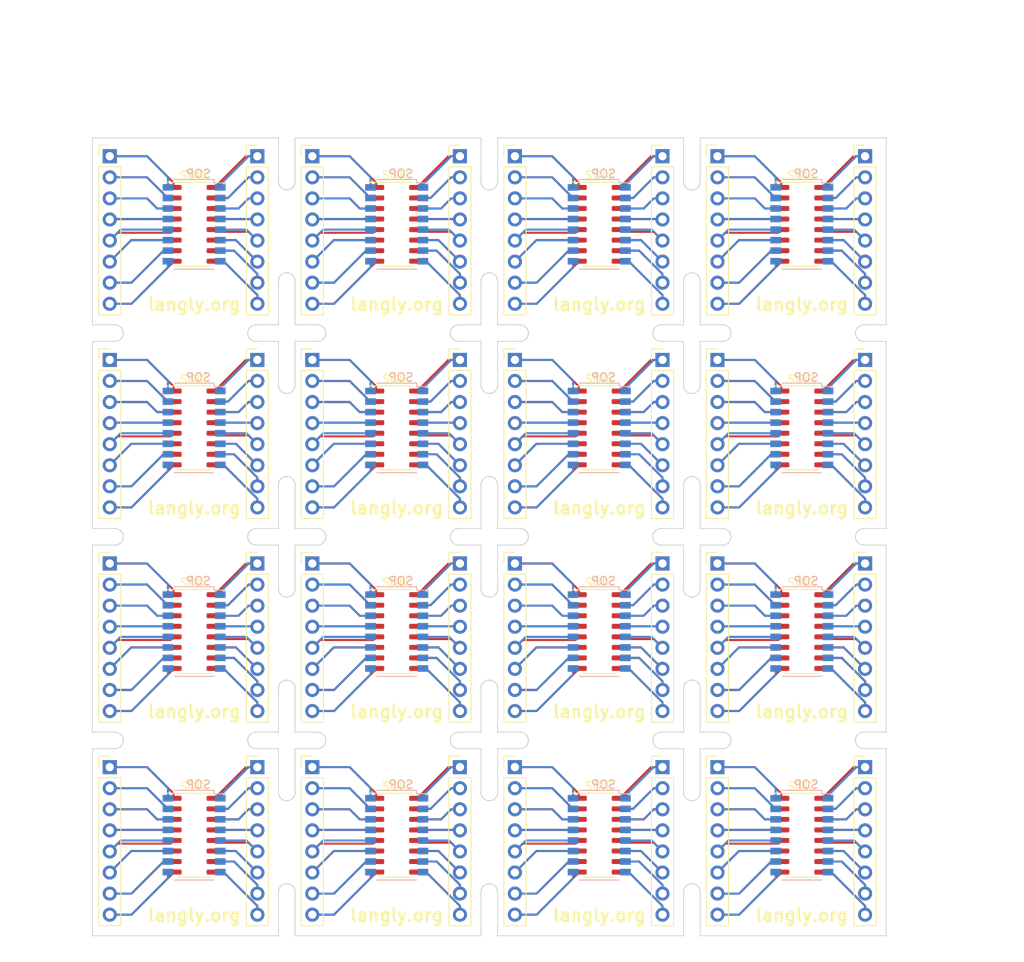
<source format=kicad_pcb>
(kicad_pcb (version 20211014) (generator pcbnew)
  (layers (0 "F.Cu" signal) (31 "B.Cu" signal) (34 "B.Paste" user) (35 "F.Paste" user) (36 "B.SilkS" user "B.Silkscreen") (37 "F.SilkS" user "F.Silkscreen") (38 "B.Mask" user) (39 "F.Mask" user) (44 "Edge.Cuts" user))
  (net 0 "")
  (footprint "Connector_PinHeader_2.54mm:PinHeader_1x08_P2.54mm_Vertical" (layer "F.Cu") (at 59.26 41.76)
    (fp_text reference "REF**" hide)
    (fp_text value "PinHeader_1x08_P2.54mm_Vertical")
  )
  (footprint "Connector_PinHeader_2.54mm:PinHeader_1x08_P2.54mm_Vertical" (layer "F.Cu") (at 17.08 66.3)
    (fp_text reference "REF**" hide)
    (fp_text value "PinHeader_1x08_P2.54mm_Vertical")
  )
  (footprint "Connector_PinHeader_2.54mm:PinHeader_1x08_P2.54mm_Vertical" (layer "F.Cu") (at 90.28 66.3)
    (fp_text reference "REF**" hide)
    (fp_text value "PinHeader_1x08_P2.54mm_Vertical")
  )
  (footprint "Package_SO:SOIC-16_3.9x9.9mm_P1.27mm" (layer "F.Cu") (at 51.64 74.504)
    (fp_text reference "SOIC")
    (fp_text value "SOIC-16_3.9x9.9mm_P1.27mm")
  )
  (footprint "Package_SO:SOIC-16_3.9x9.9mm_P1.27mm" (layer "F.Cu") (at 100.44 74.504)
    (fp_text reference "SOIC")
    (fp_text value "SOIC-16_3.9x9.9mm_P1.27mm")
  )
  (footprint "Package_SO:SOIC-16_3.9x9.9mm_P1.27mm" (layer "F.Cu") (at 27.24 49.964)
    (fp_text reference "SOIC")
    (fp_text value "SOIC-16_3.9x9.9mm_P1.27mm")
  )
  (footprint "Package_SO:SOIC-16_3.9x9.9mm_P1.27mm" (layer "F.Cu") (at 51.64 49.964)
    (fp_text reference "SOIC")
    (fp_text value "SOIC-16_3.9x9.9mm_P1.27mm")
  )
  (footprint "Connector_PinHeader_2.54mm:PinHeader_1x08_P2.54mm_Vertical" (layer "F.Cu") (at 83.66 17.22)
    (fp_text reference "REF**" hide)
    (fp_text value "PinHeader_1x08_P2.54mm_Vertical")
  )
  (footprint "Connector_PinHeader_2.54mm:PinHeader_1x08_P2.54mm_Vertical" (layer "F.Cu") (at 34.86 41.76)
    (fp_text reference "REF**" hide)
    (fp_text value "PinHeader_1x08_P2.54mm_Vertical")
  )
  (footprint "Package_SO:SOIC-16_3.9x9.9mm_P1.27mm" (layer "F.Cu") (at 100.44 49.964)
    (fp_text reference "SOIC")
    (fp_text value "SOIC-16_3.9x9.9mm_P1.27mm")
  )
  (footprint "LOGO" (layer "F.Cu") (at 51.64 57.076)
    (fp_text reference "G***" hide)
    (fp_text value "LOGO" hide)
  )
  (footprint "Package_SO:SOIC-16_3.9x9.9mm_P1.27mm" (layer "F.Cu") (at 27.24 99.044)
    (fp_text reference "SOIC")
    (fp_text value "SOIC-16_3.9x9.9mm_P1.27mm")
  )
  (footprint "Package_SO:SOIC-16_3.9x9.9mm_P1.27mm" (layer "F.Cu") (at 27.24 74.504)
    (fp_text reference "SOIC")
    (fp_text value "SOIC-16_3.9x9.9mm_P1.27mm")
  )
  (footprint "Connector_PinHeader_2.54mm:PinHeader_1x08_P2.54mm_Vertical" (layer "F.Cu") (at 108.06 17.22)
    (fp_text reference "REF**" hide)
    (fp_text value "PinHeader_1x08_P2.54mm_Vertical")
  )
  (footprint "Connector_PinHeader_2.54mm:PinHeader_1x08_P2.54mm_Vertical" (layer "F.Cu") (at 59.26 90.84)
    (fp_text reference "REF**" hide)
    (fp_text value "PinHeader_1x08_P2.54mm_Vertical")
  )
  (footprint "Package_SO:SOIC-16_3.9x9.9mm_P1.27mm" (layer "F.Cu") (at 51.64 25.424)
    (fp_text reference "SOIC")
    (fp_text value "SOIC-16_3.9x9.9mm_P1.27mm")
  )
  (footprint "Package_SO:SOIC-16_3.9x9.9mm_P1.27mm" (layer "F.Cu") (at 76.04 99.044)
    (fp_text reference "SOIC")
    (fp_text value "SOIC-16_3.9x9.9mm_P1.27mm")
  )
  (footprint "LOGO" (layer "F.Cu") (at 51.64 32.536)
    (fp_text reference "G***" hide)
    (fp_text value "LOGO" hide)
  )
  (footprint "Connector_PinHeader_2.54mm:PinHeader_1x08_P2.54mm_Vertical" (layer "F.Cu") (at 83.66 41.76)
    (fp_text reference "REF**" hide)
    (fp_text value "PinHeader_1x08_P2.54mm_Vertical")
  )
  (footprint "Connector_PinHeader_2.54mm:PinHeader_1x08_P2.54mm_Vertical" (layer "F.Cu") (at 34.86 17.22)
    (fp_text reference "REF**" hide)
    (fp_text value "PinHeader_1x08_P2.54mm_Vertical")
  )
  (footprint "Connector_PinHeader_2.54mm:PinHeader_1x08_P2.54mm_Vertical" (layer "F.Cu") (at 59.26 66.3)
    (fp_text reference "REF**" hide)
    (fp_text value "PinHeader_1x08_P2.54mm_Vertical")
  )
  (footprint "Package_SO:SOIC-16_3.9x9.9mm_P1.27mm" (layer "F.Cu") (at 100.44 25.424)
    (fp_text reference "SOIC")
    (fp_text value "SOIC-16_3.9x9.9mm_P1.27mm")
  )
  (footprint "LOGO" (layer "F.Cu") (at 100.44 81.616)
    (fp_text reference "G***" hide)
    (fp_text value "LOGO" hide)
  )
  (footprint "Package_SO:SOIC-16_3.9x9.9mm_P1.27mm" (layer "F.Cu") (at 76.04 74.504)
    (fp_text reference "SOIC")
    (fp_text value "SOIC-16_3.9x9.9mm_P1.27mm")
  )
  (footprint "Connector_PinHeader_2.54mm:PinHeader_1x08_P2.54mm_Vertical" (layer "F.Cu") (at 108.06 66.3)
    (fp_text reference "REF**" hide)
    (fp_text value "PinHeader_1x08_P2.54mm_Vertical")
  )
  (footprint "LOGO" (layer "F.Cu") (at 100.44 106.156)
    (fp_text reference "G***" hide)
    (fp_text value "LOGO" hide)
  )
  (footprint "LOGO" (layer "F.Cu") (at 27.24 32.536)
    (fp_text reference "G***" hide)
    (fp_text value "LOGO" hide)
  )
  (footprint "Connector_PinHeader_2.54mm:PinHeader_1x08_P2.54mm_Vertical" (layer "F.Cu") (at 41.48 66.3)
    (fp_text reference "REF**" hide)
    (fp_text value "PinHeader_1x08_P2.54mm_Vertical")
  )
  (footprint "Connector_PinHeader_2.54mm:PinHeader_1x08_P2.54mm_Vertical" (layer "F.Cu") (at 90.28 17.22)
    (fp_text reference "REF**" hide)
    (fp_text value "PinHeader_1x08_P2.54mm_Vertical")
  )
  (footprint "Package_SO:SOIC-16_3.9x9.9mm_P1.27mm" (layer "F.Cu") (at 76.04 25.424)
    (fp_text reference "SOIC")
    (fp_text value "SOIC-16_3.9x9.9mm_P1.27mm")
  )
  (footprint "Connector_PinHeader_2.54mm:PinHeader_1x08_P2.54mm_Vertical" (layer "F.Cu") (at 83.66 66.3)
    (fp_text reference "REF**" hide)
    (fp_text value "PinHeader_1x08_P2.54mm_Vertical")
  )
  (footprint "LOGO" (layer "F.Cu") (at 100.44 57.076)
    (fp_text reference "G***" hide)
    (fp_text value "LOGO" hide)
  )
  (footprint "Connector_PinHeader_2.54mm:PinHeader_1x08_P2.54mm_Vertical" (layer "F.Cu") (at 108.06 41.76)
    (fp_text reference "REF**" hide)
    (fp_text value "PinHeader_1x08_P2.54mm_Vertical")
  )
  (footprint "LOGO" (layer "F.Cu") (at 27.24 106.156)
    (fp_text reference "G***" hide)
    (fp_text value "LOGO" hide)
  )
  (footprint "LOGO" (layer "F.Cu") (at 27.24 57.076)
    (fp_text reference "G***" hide)
    (fp_text value "LOGO" hide)
  )
  (footprint "Connector_PinHeader_2.54mm:PinHeader_1x08_P2.54mm_Vertical" (layer "F.Cu") (at 65.88 41.76)
    (fp_text reference "REF**" hide)
    (fp_text value "PinHeader_1x08_P2.54mm_Vertical")
  )
  (footprint "Connector_PinHeader_2.54mm:PinHeader_1x08_P2.54mm_Vertical" (layer "F.Cu") (at 41.48 17.22)
    (fp_text reference "REF**" hide)
    (fp_text value "PinHeader_1x08_P2.54mm_Vertical")
  )
  (footprint "Connector_PinHeader_2.54mm:PinHeader_1x08_P2.54mm_Vertical" (layer "F.Cu") (at 17.08 17.22)
    (fp_text reference "REF**" hide)
    (fp_text value "PinHeader_1x08_P2.54mm_Vertical")
  )
  (footprint "Package_SO:SOIC-16_3.9x9.9mm_P1.27mm" (layer "F.Cu") (at 100.44 99.044)
    (fp_text reference "SOIC")
    (fp_text value "SOIC-16_3.9x9.9mm_P1.27mm")
  )
  (footprint "LOGO" (layer "F.Cu") (at 76.04 32.536)
    (fp_text reference "G***" hide)
    (fp_text value "LOGO" hide)
  )
  (footprint "LOGO" (layer "F.Cu") (at 76.04 106.156)
    (fp_text reference "G***" hide)
    (fp_text value "LOGO" hide)
  )
  (footprint "Connector_PinHeader_2.54mm:PinHeader_1x08_P2.54mm_Vertical" (layer "F.Cu") (at 34.86 90.84)
    (fp_text reference "REF**" hide)
    (fp_text value "PinHeader_1x08_P2.54mm_Vertical")
  )
  (footprint "Connector_PinHeader_2.54mm:PinHeader_1x08_P2.54mm_Vertical" (layer "F.Cu") (at 65.88 90.84)
    (fp_text reference "REF**" hide)
    (fp_text value "PinHeader_1x08_P2.54mm_Vertical")
  )
  (footprint "Connector_PinHeader_2.54mm:PinHeader_1x08_P2.54mm_Vertical" (layer "F.Cu") (at 41.48 90.84)
    (fp_text reference "REF**" hide)
    (fp_text value "PinHeader_1x08_P2.54mm_Vertical")
  )
  (footprint "LOGO" (layer "F.Cu") (at 51.64 106.156)
    (fp_text reference "G***" hide)
    (fp_text value "LOGO" hide)
  )
  (footprint "Connector_PinHeader_2.54mm:PinHeader_1x08_P2.54mm_Vertical" (layer "F.Cu") (at 90.28 41.76)
    (fp_text reference "REF**" hide)
    (fp_text value "PinHeader_1x08_P2.54mm_Vertical")
  )
  (footprint "LOGO" (layer "F.Cu") (at 27.24 81.616)
    (fp_text reference "G***" hide)
    (fp_text value "LOGO" hide)
  )
  (footprint "LOGO" (layer "F.Cu") (at 51.64 81.616)
    (fp_text reference "G***" hide)
    (fp_text value "LOGO" hide)
  )
  (footprint "Connector_PinHeader_2.54mm:PinHeader_1x08_P2.54mm_Vertical" (layer "F.Cu") (at 108.06 90.84)
    (fp_text reference "REF**" hide)
    (fp_text value "PinHeader_1x08_P2.54mm_Vertical")
  )
  (footprint "LOGO" (layer "F.Cu") (at 76.04 57.076)
    (fp_text reference "G***" hide)
    (fp_text value "LOGO" hide)
  )
  (footprint "Connector_PinHeader_2.54mm:PinHeader_1x08_P2.54mm_Vertical" (layer "F.Cu") (at 34.86 66.3)
    (fp_text reference "REF**" hide)
    (fp_text value "PinHeader_1x08_P2.54mm_Vertical")
  )
  (footprint "Package_SO:SOIC-16_3.9x9.9mm_P1.27mm" (layer "F.Cu") (at 51.64 99.044)
    (fp_text reference "SOIC")
    (fp_text value "SOIC-16_3.9x9.9mm_P1.27mm")
  )
  (footprint "Connector_PinHeader_2.54mm:PinHeader_1x08_P2.54mm_Vertical" (layer "F.Cu") (at 17.08 41.76)
    (fp_text reference "REF**" hide)
    (fp_text value "PinHeader_1x08_P2.54mm_Vertical")
  )
  (footprint "Connector_PinHeader_2.54mm:PinHeader_1x08_P2.54mm_Vertical" (layer "F.Cu") (at 83.66 90.84)
    (fp_text reference "REF**" hide)
    (fp_text value "PinHeader_1x08_P2.54mm_Vertical")
  )
  (footprint "Connector_PinHeader_2.54mm:PinHeader_1x08_P2.54mm_Vertical" (layer "F.Cu") (at 41.48 41.76)
    (fp_text reference "REF**" hide)
    (fp_text value "PinHeader_1x08_P2.54mm_Vertical")
  )
  (footprint "Connector_PinHeader_2.54mm:PinHeader_1x08_P2.54mm_Vertical" (layer "F.Cu") (at 90.28 90.84)
    (fp_text reference "REF**" hide)
    (fp_text value "PinHeader_1x08_P2.54mm_Vertical")
  )
  (footprint "Connector_PinHeader_2.54mm:PinHeader_1x08_P2.54mm_Vertical" (layer "F.Cu") (at 17.08 90.84)
    (fp_text reference "REF**" hide)
    (fp_text value "PinHeader_1x08_P2.54mm_Vertical")
  )
  (footprint "Connector_PinHeader_2.54mm:PinHeader_1x08_P2.54mm_Vertical" (layer "F.Cu") (at 65.88 17.22)
    (fp_text reference "REF**" hide)
    (fp_text value "PinHeader_1x08_P2.54mm_Vertical")
  )
  (footprint "LOGO" (layer "F.Cu") (at 100.44 32.536)
    (fp_text reference "G***" hide)
    (fp_text value "LOGO" hide)
  )
  (footprint "Package_SO:SOIC-16_3.9x9.9mm_P1.27mm" (layer "F.Cu") (at 76.04 49.964)
    (fp_text reference "SOIC")
    (fp_text value "SOIC-16_3.9x9.9mm_P1.27mm")
  )
  (footprint "LOGO" (layer "F.Cu") (at 76.04 81.616)
    (fp_text reference "G***" hide)
    (fp_text value "LOGO" hide)
  )
  (footprint "Connector_PinHeader_2.54mm:PinHeader_1x08_P2.54mm_Vertical" (layer "F.Cu") (at 59.26 17.22)
    (fp_text reference "REF**" hide)
    (fp_text value "PinHeader_1x08_P2.54mm_Vertical")
  )
  (footprint "Connector_PinHeader_2.54mm:PinHeader_1x08_P2.54mm_Vertical" (layer "F.Cu") (at 65.88 66.3)
    (fp_text reference "REF**" hide)
    (fp_text value "PinHeader_1x08_P2.54mm_Vertical")
  )
  (footprint "Package_SO:SOIC-16_3.9x9.9mm_P1.27mm" (layer "F.Cu") (at 27.24 25.424)
    (fp_text reference "SOIC")
    (fp_text value "SOIC-16_3.9x9.9mm_P1.27mm")
  )
  (footprint "Package_SO:SOP-16_4.4x10.4mm_P1.27mm" (layer "B.Cu") (at 76.04 74.504 180)
    (fp_text reference "REF**" hide)
    (fp_text value "SOP-16_4.4x10.4mm_P1.27mm")
  )
  (footprint "Package_SO:SOP-16_4.4x10.4mm_P1.27mm" (layer "B.Cu") (at 100.44 74.504 180)
    (fp_text reference "REF**" hide)
    (fp_text value "SOP-16_4.4x10.4mm_P1.27mm")
  )
  (footprint "Package_SO:SOP-16_4.4x10.4mm_P1.27mm" (layer "B.Cu") (at 27.24 99.044 180)
    (fp_text reference "REF**" hide)
    (fp_text value "SOP-16_4.4x10.4mm_P1.27mm")
  )
  (footprint "Package_SO:SOP-16_4.4x10.4mm_P1.27mm" (layer "B.Cu") (at 51.64 25.424 180)
    (fp_text reference "REF**" hide)
    (fp_text value "SOP-16_4.4x10.4mm_P1.27mm")
  )
  (footprint "Package_SO:SOP-16_4.4x10.4mm_P1.27mm" (layer "B.Cu") (at 76.04 25.424 180)
    (fp_text reference "REF**" hide)
    (fp_text value "SOP-16_4.4x10.4mm_P1.27mm")
  )
  (footprint "Package_SO:SOP-16_4.4x10.4mm_P1.27mm" (layer "B.Cu") (at 51.64 49.964 180)
    (fp_text reference "REF**" hide)
    (fp_text value "SOP-16_4.4x10.4mm_P1.27mm")
  )
  (footprint "Package_SO:SOP-16_4.4x10.4mm_P1.27mm" (layer "B.Cu") (at 51.64 74.504 180)
    (fp_text reference "REF**" hide)
    (fp_text value "SOP-16_4.4x10.4mm_P1.27mm")
  )
  (footprint "Package_SO:SOP-16_4.4x10.4mm_P1.27mm" (layer "B.Cu") (at 51.64 99.044 180)
    (fp_text reference "REF**" hide)
    (fp_text value "SOP-16_4.4x10.4mm_P1.27mm")
  )
  (footprint "Package_SO:SOP-16_4.4x10.4mm_P1.27mm" (layer "B.Cu") (at 27.24 49.964 180)
    (fp_text reference "REF**" hide)
    (fp_text value "SOP-16_4.4x10.4mm_P1.27mm")
  )
  (footprint "Package_SO:SOP-16_4.4x10.4mm_P1.27mm" (layer "B.Cu") (at 27.24 25.424 180)
    (fp_text reference "REF**" hide)
    (fp_text value "SOP-16_4.4x10.4mm_P1.27mm")
  )
  (footprint "Package_SO:SOP-16_4.4x10.4mm_P1.27mm" (layer "B.Cu") (at 76.04 99.044 180)
    (fp_text reference "REF**" hide)
    (fp_text value "SOP-16_4.4x10.4mm_P1.27mm")
  )
  (footprint "Package_SO:SOP-16_4.4x10.4mm_P1.27mm" (layer "B.Cu") (at 100.44 49.964 180)
    (fp_text reference "REF**" hide)
    (fp_text value "SOP-16_4.4x10.4mm_P1.27mm")
  )
  (footprint "Package_SO:SOP-16_4.4x10.4mm_P1.27mm" (layer "B.Cu") (at 100.44 99.044 180)
    (fp_text reference "REF**" hide)
    (fp_text value "SOP-16_4.4x10.4mm_P1.27mm")
  )
  (footprint "Package_SO:SOP-16_4.4x10.4mm_P1.27mm" (layer "B.Cu") (at 76.04 49.964 180)
    (fp_text reference "REF**" hide)
    (fp_text value "SOP-16_4.4x10.4mm_P1.27mm")
  )
  (footprint "Package_SO:SOP-16_4.4x10.4mm_P1.27mm" (layer "B.Cu") (at 100.44 25.424 180)
    (fp_text reference "REF**" hide)
    (fp_text value "SOP-16_4.4x10.4mm_P1.27mm")
  )
  (footprint "Package_SO:SOP-16_4.4x10.4mm_P1.27mm" (layer "B.Cu") (at 27.24 74.504 180)
    (fp_text reference "REF**" hide)
    (fp_text value "SOP-16_4.4x10.4mm_P1.27mm")
  )
  (gr_line (start 37.725158 56.06646) (end 37.761952 56.034721) (layer "Edge.Cuts") (width 0.1))
  (gr_line (start 61.791655 39.540201) (end 61.791169 39.540129) (layer "Edge.Cuts") (width 0.1))
  (gr_line (start 15.007387 62.079583) (end 15.007863 62.079702) (layer "Edge.Cuts") (width 0.1))
  (gr_line (start 37.398121 62.075703) (end 37.398394 62.075295) (layer "Edge.Cuts") (width 0.1))
  (gr_line (start 110.592136 88.620297) (end 110.591655 88.620201) (layer "Edge.Cuts") (width 0.1))
  (gr_line (start 15.004296 15.001878) (end 15.003902 15.00217) (layer "Edge.Cuts") (width 0.1))
  (gr_line (start 61.799275 86.613544) (end 61.79944 86.613082) (layer "Edge.Cuts") (width 0.1))
  (gr_line (start 61.810718 105.734737) (end 61.819025 105.686861) (layer "Edge.Cuts") (width 0.1))
  (gr_line (start 63.800559 37.533082) (end 63.800724 37.533544) (layer "Edge.Cuts") (width 0.1))
  (gr_line (start 91.376681 86.7369) (end 91.41896 86.760851) (layer "Edge.Cuts") (width 0.1))
  (gr_line (start 110.587727 86.62) (end 110.587972 86.619996) (layer "Edge.Cuts") (width 0.1))
  (gr_line (start 110.587972 86.619996) (end 110.59019 86.619942) (layer "Edge.Cuts") (width 0.1))
  (gr_line (start 58.802619 37.582631) (end 58.84945 37.569671) (layer "Edge.Cuts") (width 0.1))
  (gr_line (start 17.758576 64.078804) (end 17.709877 64.08) (layer "Edge.Cuts") (width 0.1))
  (gr_line (start 59.090122 64.08) (end 59.041423 64.078804) (layer "Edge.Cuts") (width 0.1))
  (gr_line (start 38.555262 31.280718) (end 38.603138 31.289025) (layer "Edge.Cuts") (width 0.1))
  (gr_line (start 88.2 64.092272) (end 88.2 69.359877) (layer "Edge.Cuts") (width 0.1))
  (gr_line (start 37.387972 15.000003) (end 37.387727 15) (layer "Edge.Cuts") (width 0.1))
  (gr_line (start 107.124721 88.258047) (end 107.094826 88.21974) (layer "Edge.Cuts") (width 0.1))
  (gr_line (start 86.561952 31.494721) (end 86.600259 31.464826) (layer "Edge.Cuts") (width 0.1))
  (gr_line (start 62.809877 94.89) (end 62.790122 94.89) (layer "Edge.Cuts") (width 0.1))
  (gr_line (start 90.958576 37.541195) (end 91.007036 37.54477) (layer "Edge.Cuts") (width 0.1))
  (gr_line (start 110.593082 88.620559) (end 110.592612 88.620416) (layer "Edge.Cuts") (width 0.1))
  (gr_line (start 37.65646 56.135158) (end 37.689966 56.099966) (layer "Edge.Cuts") (width 0.1))
  (gr_line (start 43.1 63.070122) (end 43.1 63.089877) (layer "Edge.Cuts") (width 0.1))
  (gr_line (start 91.675278 37.901952) (end 91.705173 37.940259) (layer "Edge.Cuts") (width 0.1))
  (gr_line (start 91.49974 39.345173) (end 91.460012 39.373152) (layer "Edge.Cuts") (width 0.1))
  (gr_line (start 58.101195 38.598576) (end 58.1 38.549877) (layer "Edge.Cuts") (width 0.1))
  (gr_line (start 86.199275 15.006455) (end 86.199087 15.006002) (layer "Edge.Cuts") (width 0.1))
  (gr_line (start 62.366721 31.365053) (end 62.411144 31.345362) (layer "Edge.Cuts") (width 0.1))
  (gr_line (start 38.341423 80.351195) (end 38.390122 80.35) (layer "Edge.Cuts") (width 0.1))
  (gr_line (start 37.391169 86.61987) (end 37.391655 86.619798) (layer "Edge.Cuts") (width 0.1))
  (gr_line (start 33.840851 62.561039) (end 33.866847 62.519987) (layer "Edge.Cuts") (width 0.1))
  (gr_line (start 39.380974 94.093138) (end 39.370328 94.140549) (layer "Edge.Cuts") (width 0.1))
  (gr_line (start 42.933152 88.180012) (end 42.905173 88.21974) (layer "Edge.Cuts") (width 0.1))
  (gr_line (start 39.400297 62.072136) (end 39.400416 62.072612) (layer "Edge.Cuts") (width 0.1))
  (gr_line (start 88.207387 111.159583) (end 88.207863 111.159702) (layer "Edge.Cuts") (width 0.1))
  (gr_line (start 15.000297 86.612136) (end 15.000416 86.612612) (layer "Edge.Cuts") (width 0.1))
  (gr_line (start 18.29974 86.814826) (end 18.338047 86.844721) (layer "Edge.Cuts") (width 0.1))
  (gr_line (start 66.79738 86.662631) (end 66.843519 86.677874) (layer "Edge.Cuts") (width 0.1))
  (gr_line (start 110.596097 88.62217) (end 110.595703 88.621878) (layer "Edge.Cuts") (width 0.1))
  (gr_line (start 66.607036 88.615229) (end 66.558576 88.618804) (layer "Edge.Cuts") (width 0.1))
  (gr_line (start 43.057368 38.242619) (end 43.070328 38.28945) (layer "Edge.Cuts") (width 0.1))
  (gr_line (start 61.799583 64.087387) (end 61.79944 64.086917) (layer "Edge.Cuts") (width 0.1))
  (gr_line (start 62.809877 104.89) (end 62.858576 104.891195) (layer "Edge.Cuts") (width 0.1))
  (gr_line (start 86.199275 64.086455) (end 86.199087 64.086002) (layer "Edge.Cuts") (width 0.1))
  (gr_line (start 39.110033 105.179966) (end 39.143539 105.215158) (layer "Edge.Cuts") (width 0.1))
  (gr_line (start 106.90477 62.972963) (end 106.910718 62.924737) (layer "Edge.Cuts") (width 0.1))
  (gr_line (start 66.703138 62.099025) (end 66.750549 62.109671) (layer "Edge.Cuts") (width 0.1))
  (gr_line (start 39.406455 64.080724) (end 39.406002 64.080912) (layer "Edge.Cuts") (width 0.1))
  (gr_line (start 37.399918 111.150681) (end 37.399942 111.15019) (layer "Edge.Cuts") (width 0.1))
  (gr_line (start 34.311144 62.155362) (end 34.35648 62.137874) (layer "Edge.Cuts") (width 0.1))
  (gr_line (start 37.396097 111.157829) (end 37.396477 111.157517) (layer "Edge.Cuts") (width 0.1))
  (gr_line (start 88.207863 62.079702) (end 88.208344 62.079798) (layer "Edge.Cuts") (width 0.1))
  (gr_line (start 39.407387 62.079583) (end 39.407863 62.079702) (layer "Edge.Cuts") (width 0.1))
  (gr_line (start 43.004946 62.646721) (end 43.024637 62.691144) (layer "Edge.Cuts") (width 0.1))
  (gr_line (start 61.79987 62.071169) (end 61.799918 62.070681) (layer "Edge.Cuts") (width 0.1))
  (gr_line (start 42.255262 88.609281) (end 42.207036 88.615229) (layer "Edge.Cuts") (width 0.1))
  (gr_line (start 38.05648 55.867874) (end 38.102619 55.852631) (layer "Edge.Cuts") (width 0.1))
  (gr_line (start 17.950549 37.569671) (end 17.99738 37.582631) (layer "Edge.Cuts") (width 0.1))
  (gr_line (start 88.198804 93.948576) (end 88.195229 93.997036) (layer "Edge.Cuts") (width 0.1))
  (gr_line (start 91.643539 39.214841) (end 91.610033 39.250033) (layer "Edge.Cuts") (width 0.1))
  (gr_line (start 87.258576 55.811195) (end 87.307036 55.81477) (layer "Edge.Cuts") (width 0.1))
  (gr_line (start 39.233152 31.709987) (end 39.259148 31.751039) (layer "Edge.Cuts") (width 0.1))
  (gr_line (start 37.442631 81.052619) (end 37.457874 81.00648) (layer "Edge.Cuts") (width 0.1))
  (gr_line (start 61.79987 39.54883) (end 61.799798 39.548344) (layer "Edge.Cuts") (width 0.1))
  (gr_line (start 87.092963 45.805229) (end 87.044737 45.799281) (layer "Edge.Cuts") (width 0.1))
  (gr_line (start 88.201878 64.084296) (end 88.201605 64.084704) (layer "Edge.Cuts") (width 0.1))
  (gr_line (start 37.457874 20.613519) (end 37.442631 20.56738) (layer "Edge.Cuts") (width 0.1))
  (gr_line (start 86.242631 105.592619) (end 86.257874 105.54648) (layer "Edge.Cuts") (width 0.1))
  (gr_line (start 107.261952 37.764721) (end 107.300259 37.734826) (layer "Edge.Cuts") (width 0.1))
  (gr_line (start 62.281039 21.129148) (end 62.239987 21.103152) (layer "Edge.Cuts") (width 0.1))
  (gr_line (start 82.529671 63.330549) (end 82.519025 63.283138) (layer "Edge.Cuts") (width 0.1))
  (gr_line (start 88.204704 15.001605) (end 88.204296 15.001878) (layer "Edge.Cuts") (width 0.1))
  (gr_line (start 110.599583 64.087387) (end 110.59944 64.086917) (layer "Edge.Cuts") (width 0.1))
  (gr_line (start 34.100259 39.345173) (end 34.061952 39.315278) (layer "Edge.Cuts") (width 0.1))
  (gr_line (start 63.770328 20.520549) (end 63.757368 20.56738) (layer "Edge.Cuts") (width 0.1))
  (gr_line (start 86.394826 20.86974) (end 86.366847 20.830012) (layer "Edge.Cuts") (width 0.1))
  (gr_line (start 63.803522 39.542482) (end 63.803159 39.542811) (layer "Edge.Cuts") (width 0.1))
  (gr_line (start 39.233152 94.450012) (end 39.205173 94.48974) (layer "Edge.Cuts") (width 0.1))
  (gr_line (start 38.876681 70.233099) (end 38.833278 70.254946) (layer "Edge.Cuts") (width 0.1))
  (gr_line (start 86.195703 64.081878) (end 86.195295 64.081605) (layer "Edge.Cuts") (width 0.1))
  (gr_line (start 67.01896 88.479148) (end 66.976681 88.503099) (layer "Edge.Cuts") (width 0.1))
  (gr_line (start 62.502619 94.847368) (end 62.45648 94.832125) (layer "Edge.Cuts") (width 0.1))
  (gr_line (start 39.405125 39.541353) (end 39.404704 39.541605) (layer "Edge.Cuts") (width 0.1))
  (gr_line (start 63.80883 64.080129) (end 63.808344 64.080201) (layer "Edge.Cuts") (width 0.1))
  (gr_line (start 33.729671 87.36945) (end 33.742631 87.322619) (layer "Edge.Cuts") (width 0.1))
  (gr_line (start 88.201605 111.155295) (end 88.201878 111.155703) (layer "Edge.Cuts") (width 0.1))
  (gr_line (start 62.323318 70.233099) (end 62.281039 70.209148) (layer "Edge.Cuts") (width 0.1))
  (gr_line (start 67.01896 39.399148) (end 66.976681 39.423099) (layer "Edge.Cuts") (width 0.1))
  (gr_line (start 39.400129 15.00883) (end 39.400081 15.009318) (layer "Edge.Cuts") (width 0.1))
  (gr_line (start 110.591169 88.620129) (end 110.590681 88.620081) (layer "Edge.Cuts") (width 0.1))
  (gr_line (start 61.8 37.527727) (end 61.8 32.260122) (layer "Edge.Cuts") (width 0.1))
  (gr_line (start 86.489966 105.179966) (end 86.525158 105.14646) (layer "Edge.Cuts") (width 0.1))
  (gr_line (start 37.399798 62.071655) (end 37.39987 62.071169) (layer "Edge.Cuts") (width 0.1))
  (gr_line (start 37.410718 20.425262) (end 37.40477 20.377036) (layer "Edge.Cuts") (width 0.1))
  (gr_line (start 63.474841 21.013539) (end 63.438047 21.045278) (layer "Edge.Cuts") (width 0.1))
  (gr_line (start 15.001353 39.545125) (end 15.001122 39.545558) (layer "Edge.Cuts") (width 0.1))
  (gr_line (start 37.4 111.147727) (end 37.4 105.880122) (layer "Edge.Cuts") (width 0.1))
  (gr_line (start 33.775362 88.008855) (end 33.757874 87.963519) (layer "Edge.Cuts") (width 0.1))
  (gr_line (start 39.401353 39.545125) (end 39.401122 39.545558) (layer "Edge.Cuts") (width 0.1))
  (gr_line (start 67.305173 37.940259) (end 67.333152 37.979987) (layer "Edge.Cuts") (width 0.1))
  (gr_line (start 34.641423 37.541195) (end 34.690122 37.54) (layer "Edge.Cuts") (width 0.1))
  (gr_line (start 39.403902 111.157829) (end 39.404296 111.158121) (layer "Edge.Cuts") (width 0.1))
  (gr_line (start 37.594826 45.40974) (end 37.566847 45.370012) (layer "Edge.Cuts") (width 0.1))
  (gr_line (start 58.896861 39.520974) (end 58.84945 39.510328) (layer "Edge.Cuts") (width 0.1))
  (gr_line (start 39.400912 88.626002) (end 39.400724 88.626455) (layer "Edge.Cuts") (width 0.1))
  (gr_line (start 110.593544 15.000724) (end 110.593082 15.000559) (layer "Edge.Cuts") (width 0.1))
  (gr_line (start 39.407863 88.620297) (end 39.407387 88.620416) (layer "Edge.Cuts") (width 0.1))
  (gr_line (start 87.044737 80.360718) (end 87.092963 80.35477) (layer "Edge.Cuts") (width 0.1))
  (gr_line (start 15.000057 62.07019) (end 15.000081 62.070681) (layer "Edge.Cuts") (width 0.1))
  (gr_line (start 15.003522 62.077517) (end 15.003902 62.077829) (layer "Edge.Cuts") (width 0.1))
  (gr_line (start 61.799798 15.008344) (end 61.799702 15.007863) (layer "Edge.Cuts") (width 0.1))
  (gr_line (start 63.683099 31.793318) (end 63.704946 31.836721) (layer "Edge.Cuts") (width 0.1))
  (gr_line (start 66.843519 37.597874) (end 66.888855 37.615362) (layer "Edge.Cuts") (width 0.1))
  (gr_line (start 87.874841 105.14646) (end 87.910033 105.179966) (layer "Edge.Cuts") (width 0.1))
  (gr_line (start 15.000201 86.611655) (end 15.000297 86.612136) (layer "Edge.Cuts") (width 0.1))
  (gr_line (start 38.99974 105.084826) (end 39.038047 105.114721) (layer "Edge.Cuts") (width 0.1))
  (gr_line (start 91.49974 37.734826) (end 91.538047 37.764721) (layer "Edge.Cuts") (width 0.1))
  (gr_line (start 110.594441 111.158877) (end 110.594874 111.158646) (layer "Edge.Cuts") (width 0.1))
  (gr_line (start 15.000003 37.527972) (end 15.000057 37.53019) (layer "Edge.Cuts") (width 0.1))
  (gr_line (start 37.399996 88.632027) (end 37.399942 88.629809) (layer "Edge.Cuts") (width 0.1))
  (gr_line (start 15 15.012272) (end 15 37.527727) (layer "Edge.Cuts") (width 0.1))
  (gr_line (start 63.803159 86.617188) (end 63.803522 86.617517) (layer "Edge.Cuts") (width 0.1))
  (gr_line (start 63.809318 37.539918) (end 63.809809 37.539942) (layer "Edge.Cuts") (width 0.1))
  (gr_line (start 39.283099 45.286681) (end 39.259148 45.32896) (layer "Edge.Cuts") (width 0.1))
  (gr_line (start 42.158576 62.081195) (end 42.207036 62.08477) (layer "Edge.Cuts") (width 0.1))
  (gr_line (start 63.31896 70.209148) (end 63.276681 70.233099) (layer "Edge.Cuts") (width 0.1))
  (gr_line (start 37.393997 111.159087) (end 37.394441 111.158877) (layer "Edge.Cuts") (width 0.1))
  (gr_line (start 88.2 37.527727) (end 88.200003 37.527972) (layer "Edge.Cuts") (width 0.1))
  (gr_line (start 88.200416 39.547387) (end 88.200297 39.547863) (layer "Edge.Cuts") (width 0.1))
  (gr_line (start 83.441423 64.078804) (end 83.392963 64.075229) (layer "Edge.Cuts") (width 0.1))
  (gr_line (start 88.207863 64.080297) (end 88.207387 64.080416) (layer "Edge.Cuts") (width 0.1))
  (gr_line (start 17.855262 88.609281) (end 17.807036 88.615229) (layer "Edge.Cuts") (width 0.1))
  (gr_line (start 37.923318 70.233099) (end 37.881039 70.209148) (layer "Edge.Cuts") (width 0.1))
  (gr_line (start 82.595053 62.646721) (end 82.6169 62.603318) (layer "Edge.Cuts") (width 0.1))
  (gr_line (start 15.004296 88.621878) (end 15.003902 88.62217) (layer "Edge.Cuts") (width 0.1))
  (gr_line (start 63.800129 37.531169) (end 63.800201 37.531655) (layer "Edge.Cuts") (width 0.1))
  (gr_line (start 18.443539 39.214841) (end 18.410033 39.250033) (layer "Edge.Cuts") (width 0.1))
  (gr_line (start 61.792612 111.159583) (end 61.793082 111.15944) (layer "Edge.Cuts") (width 0.1))
  (gr_line (start 37.429671 94.140549) (end 37.419025 94.093138) (layer "Edge.Cuts") (width 0.1))
  (gr_line (start 39.110033 70.060033) (end 39.074841 70.093539) (layer "Edge.Cuts") (width 0.1))
  (gr_line (start 62.125158 56.06646) (end 62.161952 56.034721) (layer "Edge.Cuts") (width 0.1))
  (gr_line (start 15.002811 37.53684) (end 15.003159 37.537188) (layer "Edge.Cuts") (width 0.1))
  (gr_line (start 15.000129 111.151169) (end 15.000201 111.151655) (layer "Edge.Cuts") (width 0.1))
  (gr_line (start 37.393082 111.15944) (end 37.393544 111.159275) (layer "Edge.Cuts") (width 0.1))
  (gr_line (start 39.4 62.067727) (end 39.400003 62.067972) (layer "Edge.Cuts") (width 0.1))
  (gr_line (start 87.209877 94.89) (end 87.190122 94.89) (layer "Edge.Cuts") (width 0.1))
  (gr_line (start 37.398646 37.534874) (end 37.398877 37.534441) (layer "Edge.Cuts") (width 0.1))
  (gr_line (start 63.800416 62.072612) (end 63.800559 62.073082) (layer "Edge.Cuts") (width 0.1))
  (gr_line (start 39.406917 88.620559) (end 39.406455 88.620724) (layer "Edge.Cuts") (width 0.1))
  (gr_line (start 37.393544 111.159275) (end 37.393997 111.159087) (layer "Edge.Cuts") (width 0.1))
  (gr_line (start 62.858576 80.351195) (end 62.907036 80.35477) (layer "Edge.Cuts") (width 0.1))
  (gr_line (start 63.800559 62.073082) (end 63.800724 62.073544) (layer "Edge.Cuts") (width 0.1))
  (gr_line (start 38.14945 70.320328) (end 38.102619 70.307368) (layer "Edge.Cuts") (width 0.1))
  (gr_line (start 42.875278 63.718047) (end 42.843539 63.754841) (layer "Edge.Cuts") (width 0.1))
  (gr_line (start 88.124637 80.961144) (end 88.142125 81.00648) (layer "Edge.Cuts") (width 0.1))
  (gr_line (start 67.383099 62.603318) (end 67.404946 62.646721) (layer "Edge.Cuts") (width 0.1))
  (gr_line (start 83.023318 88.503099) (end 82.981039 88.479148) (layer "Edge.Cuts") (width 0.1))
  (gr_line (start 38.99974 70.155173) (end 38.960012 70.183152) (layer "Edge.Cuts") (width 0.1))
  (gr_line (start 61.796477 62.077517) (end 61.79684 62.077188) (layer "Edge.Cuts") (width 0.1))
  (gr_line (start 15.012272 111.16) (end 37.387727 111.16) (layer "Edge.Cuts") (width 0.1))
  (gr_line (start 61.799702 111.152136) (end 61.799798 111.151655) (layer "Edge.Cuts") (width 0.1))
  (gr_line (start 15.001122 37.534441) (end 15.001353 37.534874) (layer "Edge.Cuts") (width 0.1))
  (gr_line (start 63.8 37.527727) (end 63.800003 37.527972) (layer "Edge.Cuts") (width 0.1))
  (gr_line (start 15.001878 37.535703) (end 15.00217 37.536097) (layer "Edge.Cuts") (width 0.1))
  (gr_line (start 87.141423 80.351195) (end 87.190122 80.35) (layer "Edge.Cuts") (width 0.1))
  (gr_line (start 82.640851 39.05896) (end 82.6169 39.016681) (layer "Edge.Cuts") (width 0.1))
  (gr_line (start 82.666847 87.059987) (end 82.694826 87.020259) (layer "Edge.Cuts") (width 0.1))
  (gr_line (start 86.3169 20.746681) (end 86.295053 20.703278) (layer "Edge.Cuts") (width 0.1))
  (gr_line (start 58.1 38.530122) (end 58.101195 38.481423) (layer "Edge.Cuts") (width 0.1))
  (gr_line (start 34.35648 88.562125) (end 34.311144 88.544637) (layer "Edge.Cuts") (width 0.1))
  (gr_line (start 18.7 87.629877) (end 18.698804 87.678576) (layer "Edge.Cuts") (width 0.1))
  (gr_line (start 86.2 81.340122) (end 86.201195 81.291423) (layer "Edge.Cuts") (width 0.1))
  (gr_line (start 42.255262 86.630718) (end 42.303138 86.639025) (layer "Edge.Cuts") (width 0.1))
  (gr_line (start 110.599918 111.150681) (end 110.599942 111.15019) (layer "Edge.Cuts") (width 0.1))
  (gr_line (start 37.396097 64.08217) (end 37.395703 64.081878) (layer "Edge.Cuts") (width 0.1))
  (gr_line (start 86.766721 104.985053) (end 86.811144 104.965362) (layer "Edge.Cuts") (width 0.1))
  (gr_line (start 58.1 63.070122) (end 58.101195 63.021423) (layer "Edge.Cuts") (width 0.1))
  (gr_line (start 38.341423 104.891195) (end 38.390122 104.89) (layer "Edge.Cuts") (width 0.1))
  (gr_line (start 107.189966 37.829966) (end 107.225158 37.79646) (layer "Edge.Cuts") (width 0.1))
  (gr_line (start 39.110033 31.559966) (end 39.143539 31.595158) (layer "Edge.Cuts") (width 0.1))
  (gr_line (start 37.399702 64.087863) (end 37.399583 64.087387) (layer "Edge.Cuts") (width 0.1))
  (gr_line (start 37.395295 37.538394) (end 37.395703 37.538121) (layer "Edge.Cuts") (width 0.1))
  (gr_line (start 88.200416 88.627387) (end 88.200297 88.627863) (layer "Edge.Cuts") (width 0.1))
  (gr_line (start 58.195053 62.646721) (end 58.2169 62.603318) (layer "Edge.Cuts") (width 0.1))
  (gr_line (start 38.458576 94.888804) (end 38.409877 94.89) (layer "Edge.Cuts") (width 0.1))
  (gr_line (start 83.344737 62.090718) (end 83.392963 62.08477) (layer "Edge.Cuts") (width 0.1))
  (gr_line (start 15.001122 88.625558) (end 15.000912 88.626002) (layer "Edge.Cuts") (width 0.1))
  (gr_line (start 38.788855 21.194637) (end 38.743519 21.212125) (layer "Edge.Cuts") (width 0.1))
  (gr_line (start 39.404704 88.621605) (end 39.404296 88.621878) (layer "Edge.Cuts") (width 0.1))
  (gr_line (start 91.783099 88.096681) (end 91.759148 88.13896) (layer "Edge.Cuts") (width 0.1))
  (gr_line (start 39.074841 31.52646) (end 39.110033 31.559966) (layer "Edge.Cuts") (width 0.1))
  (gr_line (start 83.202619 86.662631) (end 83.24945 86.649671) (layer "Edge.Cuts") (width 0.1))
  (gr_line (start 61.994826 56.210259) (end 62.024721 56.171952) (layer "Edge.Cuts") (width 0.1))
  (gr_line (start 63.801122 15.005558) (end 63.800912 15.006002) (layer "Edge.Cuts") (width 0.1))
  (gr_line (start 88.104946 20.703278) (end 88.083099 20.746681) (layer "Edge.Cuts") (width 0.1))
  (gr_line (start 88.212027 37.539996) (end 88.212272 37.54) (layer "Edge.Cuts") (width 0.1))
  (gr_line (start 88.142125 20.613519) (end 88.124637 20.658855) (layer "Edge.Cuts") (width 0.1))
  (gr_line (start 107.225158 62.33646) (end 107.261952 62.304721) (layer "Edge.Cuts") (width 0.1))
  (gr_line (start 83.490122 88.62) (end 83.490122 88.62) (layer "Edge.Cuts") (width 0.1))
  (gr_line (start 37.923318 21.153099) (end 37.881039 21.129148) (layer "Edge.Cuts") (width 0.1))
  (gr_line (start 61.810718 20.425262) (end 61.80477 20.377036) (layer "Edge.Cuts") (width 0.1))
  (gr_line (start 37.39684 39.542811) (end 37.396477 39.542482) (layer "Edge.Cuts") (width 0.1))
  (gr_line (start 61.829671 56.55945) (end 61.842631 56.512619) (layer "Edge.Cuts") (width 0.1))
  (gr_line (start 67.174841 63.823539) (end 67.138047 63.855278) (layer "Edge.Cuts") (width 0.1))
  (gr_line (start 18.680974 38.743138) (end 18.670328 38.790549) (layer "Edge.Cuts") (width 0.1))
  (gr_line (start 43.089281 87.464737) (end 43.095229 87.512963) (layer "Edge.Cuts") (width 0.1))
  (gr_line (start 87.760012 80.516847) (end 87.79974 80.544826) (layer "Edge.Cuts") (width 0.1))
  (gr_line (start 15.000912 37.533997) (end 15.001122 37.534441) (layer "Edge.Cuts") (width 0.1))
  (gr_line (start 107.225158 86.87646) (end 107.261952 86.844721) (layer "Edge.Cuts") (width 0.1))
  (gr_line (start 82.5 63.070122) (end 82.5 63.070122) (layer "Edge.Cuts") (width 0.1))
  (gr_line (start 90.958576 88.618804) (end 90.909877 88.62) (layer "Edge.Cuts") (width 0.1))
  (gr_line (start 61.796477 111.157517) (end 61.79684 111.157188) (layer "Edge.Cuts") (width 0.1))
  (gr_line (start 39.403159 111.157188) (end 39.403522 111.157517) (layer "Edge.Cuts") (width 0.1))
  (gr_line (start 61.790681 86.619918) (end 61.791169 86.61987) (layer "Edge.Cuts") (width 0.1))
  (gr_line (start 58.500259 39.345173) (end 58.461952 39.315278) (layer "Edge.Cuts") (width 0.1))
  (gr_line (start 88.209809 64.080057) (end 88.209318 64.080081) (layer "Edge.Cuts") (width 0.1))
  (gr_line (start 33.701195 38.481423) (end 33.70477 38.432963) (layer "Edge.Cuts") (width 0.1))
  (gr_line (start 61.79987 88.62883) (end 61.799798 88.628344) (layer "Edge.Cuts") (width 0.1))
  (gr_line (start 110.593082 86.61944) (end 110.593544 86.619275) (layer "Edge.Cuts") (width 0.1))
  (gr_line (start 86.187727 15) (end 63.812272 15) (layer "Edge.Cuts") (width 0.1))
  (gr_line (start 110.593544 37.539275) (end 110.593997 37.539087) (layer "Edge.Cuts") (width 0.1))
  (gr_line (start 88.200416 111.152612) (end 88.200559 111.153082) (layer "Edge.Cuts") (width 0.1))
  (gr_line (start 87.943539 31.595158) (end 87.975278 31.631952) (layer "Edge.Cuts") (width 0.1))
  (gr_line (start 61.79019 88.620057) (end 61.787972 88.620003) (layer "Edge.Cuts") (width 0.1))
  (gr_line (start 61.792612 15.000416) (end 61.792136 15.000297) (layer "Edge.Cuts") (width 0.1))
  (gr_line (start 39.400416 15.007387) (end 39.400297 15.007863) (layer "Edge.Cuts") (width 0.1))
  (gr_line (start 15.002811 15.003159) (end 15.002482 15.003522) (layer "Edge.Cuts") (width 0.1))
  (gr_line (start 34.592963 39.535229) (end 34.544737 39.529281) (layer "Edge.Cuts") (width 0.1))
  (gr_line (start 61.801195 69.408576) (end 61.8 69.359877) (layer "Edge.Cuts") (width 0.1))
  (gr_line (start 87.307036 55.81477) (end 87.355262 55.820718) (layer "Edge.Cuts") (width 0.1))
  (gr_line (start 86.195295 62.078394) (end 86.195703 62.078121) (layer "Edge.Cuts") (width 0.1))
  (gr_line (start 87.79974 105.084826) (end 87.838047 105.114721) (layer "Edge.Cuts") (width 0.1))
  (gr_line (start 37.395295 39.541605) (end 37.394874 39.541353) (layer "Edge.Cuts") (width 0.1))
  (gr_line (start 87.403138 104.909025) (end 87.450549 104.919671) (layer "Edge.Cuts") (width 0.1))
  (gr_line (start 86.295053 80.916721) (end 86.3169 80.873318) (layer "Edge.Cuts") (width 0.1))
  (gr_line (start 61.79019 86.619942) (end 61.790681 86.619918) (layer "Edge.Cuts") (width 0.1))
  (gr_line (start 86.193082 37.53944) (end 86.193544 37.539275) (layer "Edge.Cuts") (width 0.1))
  (gr_line (start 63.805558 88.621122) (end 63.805125 88.621353) (layer "Edge.Cuts") (width 0.1))
  (gr_line (start 67.09974 37.734826) (end 67.138047 37.764721) (layer "Edge.Cuts") (width 0.1))
  (gr_line (start 61.798394 64.084704) (end 61.798121 64.084296) (layer "Edge.Cuts") (width 0.1))
  (gr_line (start 38.876681 105.0069) (end 38.91896 105.030851) (layer "Edge.Cuts") (width 0.1))
  (gr_line (start 87.307036 80.35477) (end 87.355262 80.360718) (layer "Edge.Cuts") (width 0.1))
  (gr_line (start 61.791655 64.080201) (end 61.791169 64.080129) (layer "Edge.Cuts") (width 0.1))
  (gr_line (start 62.907036 80.35477) (end 62.955262 80.360718) (layer "Edge.Cuts") (width 0.1))
  (gr_line (start 61.796477 37.537517) (end 61.79684 37.537188) (layer "Edge.Cuts") (width 0.1))
  (gr_line (start 42.576681 86.7369) (end 42.61896 86.760851) (layer "Edge.Cuts") (width 0.1))
  (gr_line (start 86.561952 56.034721) (end 86.600259 56.004826) (layer "Edge.Cuts") (width 0.1))
  (gr_line (start 15.00217 39.543902) (end 15.001878 39.544296) (layer "Edge.Cuts") (width 0.1))
  (gr_line (start 86.196097 62.077829) (end 86.196477 62.077517) (layer "Edge.Cuts") (width 0.1))
  (gr_line (start 39.389281 32.114737) (end 39.395229 32.162963) (layer "Edge.Cuts") (width 0.1))
  (gr_line (start 39.370328 45.060549) (end 39.357368 45.10738) (layer "Edge.Cuts") (width 0.1))
  (gr_line (start 82.825158 37.79646) (end 82.861952 37.764721) (layer "Edge.Cuts") (width 0.1))
  (gr_line (start 86.198121 62.075703) (end 86.198394 62.075295) (layer "Edge.Cuts") (width 0.1))
  (gr_line (start 106.942631 38.242619) (end 106.957874 38.19648) (layer "Edge.Cuts") (width 0.1))
  (gr_line (start 63.757368 45.10738) (end 63.742125 45.153519) (layer "Edge.Cuts") (width 0.1))
  (gr_line (start 107.094826 87.020259) (end 107.124721 86.981952) (layer "Edge.Cuts") (width 0.1))
  (gr_line (start 61.819025 105.686861) (end 61.829671 105.63945) (layer "Edge.Cuts") (width 0.1))
  (gr_line (start 37.397517 15.003522) (end 37.397188 15.003159) (layer "Edge.Cuts") (width 0.1))
  (gr_line (start 107.890122 37.54) (end 110.587727 37.54) (layer "Edge.Cuts") (width 0.1))
  (gr_line (start 38.390122 80.35) (end 38.409877 80.35) (layer "Edge.Cuts") (width 0.1))
  (gr_line (start 61.875362 56.421144) (end 61.895053 56.376721) (layer "Edge.Cuts") (width 0.1))
  (gr_line (start 88.203522 86.617517) (end 88.203902 86.617829) (layer "Edge.Cuts") (width 0.1))
  (gr_line (start 87.403138 80.369025) (end 87.450549 80.379671) (layer "Edge.Cuts") (width 0.1))
  (gr_line (start 39.4 81.340122) (end 39.4 86.607727) (layer "Edge.Cuts") (width 0.1))
  (gr_line (start 58.75648 37.597874) (end 58.802619 37.582631) (layer "Edge.Cuts") (width 0.1))
  (gr_line (start 88.212272 15) (end 88.212027 15.000003) (layer "Edge.Cuts") (width 0.1))
  (gr_line (start 110.597517 37.536477) (end 110.597829 37.536097) (layer "Edge.Cuts") (width 0.1))
  (gr_line (start 39.400057 86.61019) (end 39.400081 86.610681) (layer "Edge.Cuts") (width 0.1))
  (gr_line (start 63.812272 62.08) (end 66.509877 62.08) (layer "Edge.Cuts") (width 0.1))
  (gr_line (start 59.090122 88.62) (end 59.090122 88.62) (layer "Edge.Cuts") (width 0.1))
  (gr_line (start 107.511144 39.464637) (end 107.466721 39.444946) (layer "Edge.Cuts") (width 0.1))
  (gr_line (start 110.591169 62.07987) (end 110.591655 62.079798) (layer "Edge.Cuts") (width 0.1))
  (gr_line (start 86.187972 37.539996) (end 86.19019 37.539942) (layer "Edge.Cuts") (width 0.1))
  (gr_line (start 38.14945 31.299671) (end 38.196861 31.289025) (layer "Edge.Cuts") (width 0.1))
  (gr_line (start 62.741423 31.271195) (end 62.790122 31.27) (layer "Edge.Cuts") (width 0.1))
  (gr_line (start 37.399996 39.552027) (end 37.399942 39.549809) (layer "Edge.Cuts") (width 0.1))
  (gr_line (start 88.212027 15.000003) (end 88.209809 15.000057) (layer "Edge.Cuts") (width 0.1))
  (gr_line (start 107.124721 39.178047) (end 107.094826 39.13974) (layer "Edge.Cuts") (width 0.1))
  (gr_line (start 88.205558 39.541122) (end 88.205125 39.541353) (layer "Edge.Cuts") (width 0.1))
  (gr_line (start 42.69974 86.814826) (end 42.738047 86.844721) (layer "Edge.Cuts") (width 0.1))
  (gr_line (start 87.450549 31.299671) (end 87.49738 31.312631) (layer "Edge.Cuts") (width 0.1))
  (gr_line (start 86.187727 39.54) (end 83.490122 39.54) (layer "Edge.Cuts") (width 0.1))
  (gr_line (start 107.841423 64.078804) (end 107.792963 64.075229) (layer "Edge.Cuts") (width 0.1))
  (gr_line (start 67.470328 87.36945) (end 67.480974 87.416861) (layer "Edge.Cuts") (width 0.1))
  (gr_line (start 58.539987 39.373152) (end 58.500259 39.345173) (layer "Edge.Cuts") (width 0.1))
  (gr_line (start 37.39944 39.546917) (end 37.399275 39.546455) (layer "Edge.Cuts") (width 0.1))
  (gr_line (start 87.676681 105.0069) (end 87.71896 105.030851) (layer "Edge.Cuts") (width 0.1))
  (gr_line (start 58.75648 39.482125) (end 58.711144 39.464637) (layer "Edge.Cuts") (width 0.1))
  (gr_line (start 15.012027 37.539996) (end 15.012272 37.54) (layer "Edge.Cuts") (width 0.1))
  (gr_line (start 61.794441 86.618877) (end 61.794874 86.618646) (layer "Edge.Cuts") (width 0.1))
  (gr_line (start 43.089281 38.384737) (end 43.095229 38.432963) (layer "Edge.Cuts") (width 0.1))
  (gr_line (start 18.624637 38.928855) (end 18.604946 38.973278) (layer "Edge.Cuts") (width 0.1))
  (gr_line (start 62.45648 45.752125) (end 62.411144 45.734637) (layer "Edge.Cuts") (width 0.1))
  (gr_line (start 39.283099 20.746681) (end 39.259148 20.78896) (layer "Edge.Cuts") (width 0.1))
  (gr_line (start 110.587972 37.539996) (end 110.59019 37.539942) (layer "Edge.Cuts") (width 0.1))
  (gr_line (start 82.666847 63.640012) (end 82.640851 63.59896) (layer "Edge.Cuts") (width 0.1))
  (gr_line (start 86.198877 15.005558) (end 86.198646 15.005125) (layer "Edge.Cuts") (width 0.1))
  (gr_line (start 88.059148 80.831039) (end 88.083099 80.873318) (layer "Edge.Cuts") (width 0.1))
  (gr_line (start 18.7 87.610122) (end 18.7 87.629877) (layer "Edge.Cuts") (width 0.1))
  (gr_line (start 42.207036 62.08477) (end 42.255262 62.090718) (layer "Edge.Cuts") (width 0.1))
  (gr_line (start 15.000201 39.548344) (end 15.000129 39.54883) (layer "Edge.Cuts") (width 0.1))
  (gr_line (start 87.975278 105.251952) (end 88.005173 105.290259) (layer "Edge.Cuts") (width 0.1))
  (gr_line (start 58.294826 63.67974) (end 58.266847 63.640012) (layer "Edge.Cuts") (width 0.1))
  (gr_line (start 15.003159 37.537188) (end 15.003522 37.537517) (layer "Edge.Cuts") (width 0.1))
  (gr_line (start 42.207036 86.62477) (end 42.255262 86.630718) (layer "Edge.Cuts") (width 0.1))
  (gr_line (start 63.801353 15.005125) (end 63.801122 15.005558) (layer "Edge.Cuts") (width 0.1))
  (gr_line (start 88.200057 88.629809) (end 88.200003 88.632027) (layer "Edge.Cuts") (width 0.1))
  (gr_line (start 61.819025 45.013138) (end 61.810718 44.965262) (layer "Edge.Cuts") (width 0.1))
  (gr_line (start 37.387972 64.080003) (end 37.387727 64.08) (layer "Edge.Cuts") (width 0.1))
  (gr_line (start 62.907036 70.345229) (end 62.858576 70.348804) (layer "Edge.Cuts") (width 0.1))
  (gr_line (start 63.798804 93.948576) (end 63.795229 93.997036) (layer "Edge.Cuts") (width 0.1))
  (gr_line (start 110.593997 86.619087) (end 110.594441 86.618877) (layer "Edge.Cuts") (width 0.1))
  (gr_line (start 34.592963 62.08477) (end 34.641423 62.081195) (layer "Edge.Cuts") (width 0.1))
  (gr_line (start 62.692963 45.805229) (end 62.644737 45.799281) (layer "Edge.Cuts") (width 0.1))
  (gr_line (start 38.196861 104.909025) (end 38.244737 104.900718) (layer "Edge.Cuts") (width 0.1))
  (gr_line (start 15.001353 88.625125) (end 15.001122 88.625558) (layer "Edge.Cuts") (width 0.1))
  (gr_line (start 62.955262 21.259281) (end 62.907036 21.265229) (layer "Edge.Cuts") (width 0.1))
  (gr_line (start 39.401878 37.535703) (end 39.40217 37.536097) (layer "Edge.Cuts") (width 0.1))
  (gr_line (start 62.54945 31.299671) (end 62.596861 31.289025) (layer "Edge.Cuts") (width 0.1))
  (gr_line (start 63.804296 15.001878) (end 63.803902 15.00217) (layer "Edge.Cuts") (width 0.1))
  (gr_line (start 33.8169 62.603318) (end 33.840851 62.561039) (layer "Edge.Cuts") (width 0.1))
  (gr_line (start 58.944737 62.090718) (end 58.992963 62.08477) (layer "Edge.Cuts") (width 0.1))
  (gr_line (start 15.000057 37.53019) (end 15.000081 37.530681) (layer "Edge.Cuts") (width 0.1))
  (gr_line (start 63.143519 45.752125) (end 63.09738 45.767368) (layer "Edge.Cuts") (width 0.1))
  (gr_line (start 62.411144 80.425362) (end 62.45648 80.407874) (layer "Edge.Cuts") (width 0.1))
  (gr_line (start 37.399702 86.612136) (end 37.399798 86.611655) (layer "Edge.Cuts") (width 0.1))
  (gr_line (start 82.50477 38.647036) (end 82.501195 38.598576) (layer "Edge.Cuts") (width 0.1))
  (gr_line (start 37.398394 88.624704) (end 37.398121 88.624296) (layer "Edge.Cuts") (width 0.1))
  (gr_line (start 37.65646 80.675158) (end 37.689966 80.639966) (layer "Edge.Cuts") (width 0.1))
  (gr_line (start 63.806917 37.53944) (end 63.807387 37.539583) (layer "Edge.Cuts") (width 0.1))
  (gr_line (start 107.602619 86.662631) (end 107.64945 86.649671) (layer "Edge.Cuts") (width 0.1))
  (gr_line (start 37.393544 37.539275) (end 37.393997 37.539087) (layer "Edge.Cuts") (width 0.1))
  (gr_line (start 33.729671 62.82945) (end 33.742631 62.782619) (layer "Edge.Cuts") (width 0.1))
  (gr_line (start 61.8 20.279877) (end 61.8 15.012272) (layer "Edge.Cuts") (width 0.1))
  (gr_line (start 61.796477 64.082482) (end 61.796097 64.08217) (layer "Edge.Cuts") (width 0.1))
  (gr_line (start 63.188855 55.885362) (end 63.233278 55.905053) (layer "Edge.Cuts") (width 0.1))
  (gr_line (start 86.191655 88.620201) (end 86.191169 88.620129) (layer "Edge.Cuts") (width 0.1))
  (gr_line (start 62.366721 55.905053) (end 62.411144 55.885362) (layer "Edge.Cuts") (width 0.1))
  (gr_line (start 37.397517 64.083522) (end 37.397188 64.083159) (layer "Edge.Cuts") (width 0.1))
  (gr_line (start 67.5 38.530122) (end 67.5 38.549877) (layer "Edge.Cuts") (width 0.1))
  (gr_line (start 58.110718 87.464737) (end 58.119025 87.416861) (layer "Edge.Cuts") (width 0.1))
  (gr_line (start 87.71896 21.129148) (end 87.676681 21.153099) (layer "Edge.Cuts") (width 0.1))
  (gr_line (start 39.400003 37.527972) (end 39.400057 37.53019) (layer "Edge.Cuts") (width 0.1))
  (gr_line (start 88.212272 39.54) (end 88.212027 39.540003) (layer "Edge.Cuts") (width 0.1))
  (gr_line (start 37.566847 94.450012) (end 37.540851 94.40896) (layer "Edge.Cuts") (width 0.1))
  (gr_line (start 91.376681 63.963099) (end 91.333278 63.984946) (layer "Edge.Cuts") (width 0.1))
  (gr_line (start 61.797829 62.076097) (end 61.798121 62.075703) (layer "Edge.Cuts") (width 0.1))
  (gr_line (start 88.205558 37.538877) (end 88.206002 37.539087) (layer "Edge.Cuts") (width 0.1))
  (gr_line (start 66.509877 37.54) (end 66.558576 37.541195) (layer "Edge.Cuts") (width 0.1))
  (gr_line (start 15.000003 62.067972) (end 15.000057 62.07019) (layer "Edge.Cuts") (width 0.1))
  (gr_line (start 88.206917 64.080559) (end 88.206455 64.080724) (layer "Edge.Cuts") (width 0.1))
  (gr_line (start 39.400912 86.613997) (end 39.401122 86.614441) (layer "Edge.Cuts") (width 0.1))
  (gr_line (start 39.400297 111.152136) (end 39.400416 111.152612) (layer "Edge.Cuts") (width 0.1))
  (gr_line (start 37.398646 39.545125) (end 37.398394 39.544704) (layer "Edge.Cuts") (width 0.1))
  (gr_line (start 83.066721 39.444946) (end 83.023318 39.423099) (layer "Edge.Cuts") (width 0.1))
  (gr_line (start 17.855262 64.069281) (end 17.807036 64.075229) (layer "Edge.Cuts") (width 0.1))
  (gr_line (start 106.910718 63.235262) (end 106.90477 63.187036) (layer "Edge.Cuts") (width 0.1))
  (gr_line (start 110.591655 62.079798) (end 110.592136 62.079702) (layer "Edge.Cuts") (width 0.1))
  (gr_line (start 86.19684 64.082811) (end 86.196477 64.082482) (layer "Edge.Cuts") (width 0.1))
  (gr_line (start 86.199942 39.549809) (end 86.199918 39.549318) (layer "Edge.Cuts") (width 0.1))
  (gr_line (start 39.4 93.899877) (end 39.398804 93.948576) (layer "Edge.Cuts") (width 0.1))
  (gr_line (start 88.059148 69.86896) (end 88.033152 69.910012) (layer "Edge.Cuts") (width 0.1))
  (gr_line (start 62.366721 45.714946) (end 62.323318 45.693099) (layer "Edge.Cuts") (width 0.1))
  (gr_line (start 86.192612 88.620416) (end 86.192136 88.620297) (layer "Edge.Cuts") (width 0.1))
  (gr_line (start 37.410718 44.965262) (end 37.40477 44.917036) (layer "Edge.Cuts") (width 0.1))
  (gr_line (start 37.399087 39.546002) (end 37.398877 39.545558) (layer "Edge.Cuts") (width 0.1))
  (gr_line (start 110.596477 39.542482) (end 110.596097 39.54217) (layer "Edge.Cuts") (width 0.1))
  (gr_line (start 42.933152 62.519987) (end 42.959148 62.561039) (layer "Edge.Cuts") (width 0.1))
  (gr_line (start 34.402619 86.662631) (end 34.44945 86.649671) (layer "Edge.Cuts") (width 0.1))
  (gr_line (start 15.004704 62.078394) (end 15.005125 62.078646) (layer "Edge.Cuts") (width 0.1))
  (gr_line (start 66.976681 39.423099) (end 66.933278 39.444946) (layer "Edge.Cuts") (width 0.1))
  (gr_line (start 37.495053 45.243278) (end 37.475362 45.198855) (layer "Edge.Cuts") (width 0.1))
  (gr_line (start 15.00217 86.616097) (end 15.002482 86.616477) (layer "Edge.Cuts") (width 0.1))
  (gr_line (start 110.597517 111.156477) (end 110.597829 111.156097) (layer "Edge.Cuts") (width 0.1))
  (gr_line (start 18.642125 38.19648) (end 18.657368 38.242619) (layer "Edge.Cuts") (width 0.1))
  (gr_line (start 37.387972 37.539996) (end 37.39019 37.539942) (layer "Edge.Cuts") (width 0.1))
  (gr_line (start 86.681039 94.749148) (end 86.639987 94.723152) (layer "Edge.Cuts") (width 0.1))
  (gr_line (start 110.595295 37.538394) (end 110.595703 37.538121) (layer "Edge.Cuts") (width 0.1))
  (gr_line (start 61.994826 69.94974) (end 61.966847 69.910012) (layer "Edge.Cuts") (width 0.1))
  (gr_line (start 88.209318 39.540081) (end 88.20883 39.540129) (layer "Edge.Cuts") (width 0.1))
  (gr_line (start 63.807387 15.000416) (end 63.806917 15.000559) (layer "Edge.Cuts") (width 0.1))
  (gr_line (start 67.5 63.070122) (end 67.5 63.089877) (layer "Edge.Cuts") (width 0.1))
  (gr_line (start 39.403159 64.082811) (end 39.402811 64.083159) (layer "Edge.Cuts") (width 0.1))
  (gr_line (start 37.399942 64.089809) (end 37.399918 64.089318) (layer "Edge.Cuts") (width 0.1))
  (gr_line (start 61.79987 15.00883) (end 61.799798 15.008344) (layer "Edge.Cuts") (width 0.1))
  (gr_line (start 38.05648 21.212125) (end 38.011144 21.194637) (layer "Edge.Cuts") (width 0.1))
  (gr_line (start 106.910718 87.464737) (end 106.919025 87.416861) (layer "Edge.Cuts") (width 0.1))
  (gr_line (start 86.199583 111.152612) (end 86.199702 111.152136) (layer "Edge.Cuts") (width 0.1))
  (gr_line (start 86.94945 45.780328) (end 86.902619 45.767368) (layer "Edge.Cuts") (width 0.1))
  (gr_line (start 17.709877 39.54) (end 15.012272 39.54) (layer "Edge.Cuts") (width 0.1))
  (gr_line (start 87.209877 21.27) (end 87.190122 21.27) (layer "Edge.Cuts") (width 0.1))
  (gr_line (start 88.209809 37.539942) (end 88.212027 37.539996) (layer "Edge.Cuts") (width 0.1))
  (gr_line (start 63.804296 86.618121) (end 63.804704 86.618394) (layer "Edge.Cuts") (width 0.1))
  (gr_line (start 63.789281 105.734737) (end 63.795229 105.782963) (layer "Edge.Cuts") (width 0.1))
  (gr_line (start 37.392136 88.620297) (end 37.391655 88.620201) (layer "Edge.Cuts") (width 0.1))
  (gr_line (start 67.383099 39.016681) (end 67.359148 39.05896) (layer "Edge.Cuts") (width 0.1))
  (gr_line (start 62.089966 70.060033) (end 62.05646 70.024841) (layer "Edge.Cuts") (width 0.1))
  (gr_line (start 39.401122 88.625558) (end 39.400912 88.626002) (layer "Edge.Cuts") (width 0.1))
  (gr_line (start 88.2 93.899877) (end 88.198804 93.948576) (layer "Edge.Cuts") (width 0.1))
  (gr_line (start 39.403522 88.622482) (end 39.403159 88.622811) (layer "Edge.Cuts") (width 0.1))
  (gr_line (start 37.410718 69.505262) (end 37.40477 69.457036) (layer "Edge.Cuts") (width 0.1))
  (gr_line (start 58.142631 62.782619) (end 58.157874 62.73648) (layer "Edge.Cuts") (width 0.1))
  (gr_line (start 17.758576 88.618804) (end 17.709877 88.62) (layer "Edge.Cuts") (width 0.1))
  (gr_line (start 38.011144 94.814637) (end 37.966721 94.794946) (layer "Edge.Cuts") (width 0.1))
  (gr_line (start 88.20217 62.076097) (end 88.202482 62.076477) (layer "Edge.Cuts") (width 0.1))
  (gr_line (start 61.801195 81.291423) (end 61.80477 81.242963) (layer "Edge.Cuts") (width 0.1))
  (gr_line (start 39.400003 88.632027) (end 39.4 88.632272) (layer "Edge.Cuts") (width 0.1))
  (gr_line (start 33.701195 63.138576) (end 33.7 63.089877) (layer "Edge.Cuts") (width 0.1))
  (gr_line (start 42.905173 88.21974) (end 42.875278 88.258047) (layer "Edge.Cuts") (width 0.1))
  (gr_line (start 61.9169 69.826681) (end 61.895053 69.783278) (layer "Edge.Cuts") (width 0.1))
  (gr_line (start 18.695229 87.727036) (end 18.689281 87.775262) (layer "Edge.Cuts") (width 0.1))
  (gr_line (start 15.000057 88.629809) (end 15.000003 88.632027) (layer "Edge.Cuts") (width 0.1))
  (gr_line (start 110.59684 88.622811) (end 110.596477 88.622482) (layer "Edge.Cuts") (width 0.1))
  (gr_line (start 67.424637 38.151144) (end 67.442125 38.19648) (layer "Edge.Cuts") (width 0.1))
  (gr_line (start 63.474841 31.52646) (end 63.510033 31.559966) (layer "Edge.Cuts") (width 0.1))
  (gr_line (start 15.000559 15.006917) (end 15.000416 15.007387) (layer "Edge.Cuts") (width 0.1))
  (gr_line (start 15.008344 88.620201) (end 15.007863 88.620297) (layer "Edge.Cuts") (width 0.1))
  (gr_line (start 86.199918 86.610681) (end 86.199942 86.61019) (layer "Edge.Cuts") (width 0.1))
  (gr_line (start 43.089281 63.235262) (end 43.080974 63.283138) (layer "Edge.Cuts") (width 0.1))
  (gr_line (start 86.192612 62.079583) (end 86.193082 62.07944) (layer "Edge.Cuts") (width 0.1))
  (gr_line (start 91.880974 87.416861) (end 91.889281 87.464737) (layer "Edge.Cuts") (width 0.1))
  (gr_line (start 86.195295 88.621605) (end 86.194874 88.621353) (layer "Edge.Cuts") (width 0.1))
  (gr_line (start 61.79944 15.006917) (end 61.799275 15.006455) (layer "Edge.Cuts") (width 0.1))
  (gr_line (start 110.594874 39.541353) (end 110.594441 39.541122) (layer "Edge.Cuts") (width 0.1))
  (gr_line (start 18.088855 64.004637) (end 18.043519 64.022125) (layer "Edge.Cuts") (width 0.1))
  (gr_line (start 67.457368 38.83738) (end 67.442125 38.883519) (layer "Edge.Cuts") (width 0.1))
  (gr_line (start 38.341423 94.888804) (end 38.292963 94.885229) (layer "Edge.Cuts") (width 0.1))
  (gr_line (start 88.104946 45.243278) (end 88.083099 45.286681) (layer "Edge.Cuts") (width 0.1))
  (gr_line (start 33.95646 37.865158) (end 33.989966 37.829966) (layer "Edge.Cuts") (width 0.1))
  (gr_line (start 63.050549 104.919671) (end 63.09738 104.932631) (layer "Edge.Cuts") (width 0.1))
  (gr_line (start 18.670328 87.870549) (end 18.657368 87.91738) (layer "Edge.Cuts") (width 0.1))
  (gr_line (start 39.412272 64.08) (end 39.412027 64.080003) (layer "Edge.Cuts") (width 0.1))
  (gr_line (start 15.00883 62.07987) (end 15.009318 62.079918) (layer "Edge.Cuts") (width 0.1))
  (gr_line (start 63.801878 86.615703) (end 63.80217 86.616097) (layer "Edge.Cuts") (width 0.1))
  (gr_line (start 87.044737 55.820718) (end 87.092963 55.81477) (layer "Edge.Cuts") (width 0.1))
  (gr_line (start 42.443519 37.597874) (end 42.488855 37.615362) (layer "Edge.Cuts") (width 0.1))
  (gr_line (start 110.598646 111.154874) (end 110.598877 111.154441) (layer "Edge.Cuts") (width 0.1))
  (gr_line (start 86.196097 111.157829) (end 86.196477 111.157517) (layer "Edge.Cuts") (width 0.1))
  (gr_line (start 38.244737 94.879281) (end 38.196861 94.870974) (layer "Edge.Cuts") (width 0.1))
  (gr_line (start 63.800201 64.088344) (end 63.800129 64.08883) (layer "Edge.Cuts") (width 0.1))
  (gr_line (start 62.45648 55.867874) (end 62.502619 55.852631) (layer "Edge.Cuts") (width 0.1))
  (gr_line (start 37.689966 105.179966) (end 37.725158 105.14646) (layer "Edge.Cuts") (width 0.1))
  (gr_line (start 58.1 87.629877) (end 58.1 87.610122) (layer "Edge.Cuts") (width 0.1))
  (gr_line (start 61.799942 15.009809) (end 61.799918 15.009318) (layer "Edge.Cuts") (width 0.1))
  (gr_line (start 15.007387 86.619583) (end 15.007863 86.619702) (layer "Edge.Cuts") (width 0.1))
  (gr_line (start 42.983099 88.096681) (end 42.959148 88.13896) (layer "Edge.Cuts") (width 0.1))
  (gr_line (start 43.1 38.530122) (end 43.1 38.549877) (layer "Edge.Cuts") (width 0.1))
  (gr_line (start 61.797517 64.083522) (end 61.797188 64.083159) (layer "Edge.Cuts") (width 0.1))
  (gr_line (start 62.089966 20.980033) (end 62.05646 20.944841) (layer "Edge.Cuts") (width 0.1))
  (gr_line (start 33.95646 39.214841) (end 33.924721 39.178047) (layer "Edge.Cuts") (width 0.1))
  (gr_line (start 86.2 64.092272) (end 86.199996 64.092027) (layer "Edge.Cuts") (width 0.1))
  (gr_line (start 67.480974 62.876861) (end 67.489281 62.924737) (layer "Edge.Cuts") (width 0.1))
  (gr_line (start 39.370328 94.140549) (end 39.357368 94.18738) (layer "Edge.Cuts") (width 0.1))
  (gr_line (start 82.75646 62.405158) (end 82.789966 62.369966) (layer "Edge.Cuts") (width 0.1))
  (gr_line (start 83.490122 86.62) (end 86.187727 86.62) (layer "Edge.Cuts") (width 0.1))
  (gr_line (start 42.843539 86.945158) (end 42.875278 86.981952) (layer "Edge.Cuts") (width 0.1))
  (gr_line (start 39.259148 69.86896) (end 39.233152 69.910012) (layer "Edge.Cuts") (width 0.1))
  (gr_line (start 15.012027 39.540003) (end 15.009809 39.540057) (layer "Edge.Cuts") (width 0.1))
  (gr_line (start 107.124721 86.981952) (end 107.15646 86.945158) (layer "Edge.Cuts") (width 0.1))
  (gr_line (start 58.240851 62.561039) (end 58.266847 62.519987) (layer "Edge.Cuts") (width 0.1))
  (gr_line (start 106.919025 87.823138) (end 106.910718 87.775262) (layer "Edge.Cuts") (width 0.1))
  (gr_line (start 91.49974 86.814826) (end 91.538047 86.844721) (layer "Edge.Cuts") (width 0.1))
  (gr_line (start 63.31896 31.410851) (end 63.360012 31.436847) (layer "Edge.Cuts") (width 0.1))
  (gr_line (start 15.002811 86.61684) (end 15.003159 86.617188) (layer "Edge.Cuts") (width 0.1))
  (gr_line (start 37.394441 62.078877) (end 37.394874 62.078646) (layer "Edge.Cuts") (width 0.1))
  (gr_line (start 63.800081 86.610681) (end 63.800129 86.611169) (layer "Edge.Cuts") (width 0.1))
  (gr_line (start 15.001353 62.074874) (end 15.001605 62.075295) (layer "Edge.Cuts") (width 0.1))
  (gr_line (start 39.283099 31.793318) (end 39.304946 31.836721) (layer "Edge.Cuts") (width 0.1))
  (gr_line (start 88.20883 111.15987) (end 88.209318 111.159918) (layer "Edge.Cuts") (width 0.1))
  (gr_line (start 33.742631 38.242619) (end 33.757874 38.19648) (layer "Edge.Cuts") (width 0.1))
  (gr_line (start 107.744737 64.069281) (end 107.696861 64.060974) (layer "Edge.Cuts") (width 0.1))
  (gr_line (start 63.804704 15.001605) (end 63.804296 15.001878) (layer "Edge.Cuts") (width 0.1))
  (gr_line (start 63.474841 45.553539) (end 63.438047 45.585278) (layer "Edge.Cuts") (width 0.1))
  (gr_line (start 88.200559 64.086917) (end 88.200416 64.087387) (layer "Edge.Cuts") (width 0.1))
  (gr_line (start 82.825158 88.363539) (end 82.789966 88.330033) (layer "Edge.Cuts") (width 0.1))
  (gr_line (start 15.012272 62.08) (end 17.709877 62.08) (layer "Edge.Cuts") (width 0.1))
  (gr_line (start 58.10477 38.432963) (end 58.110718 38.384737) (layer "Edge.Cuts") (width 0.1))
  (gr_line (start 88.203902 39.54217) (end 88.203522 39.542482) (layer "Edge.Cuts") (width 0.1))
  (gr_line (start 61.9169 56.333318) (end 61.940851 56.291039) (layer "Edge.Cuts") (width 0.1))
  (gr_line (start 87.838047 105.114721) (end 87.874841 105.14646) (layer "Edge.Cuts") (width 0.1))
  (gr_line (start 15.003902 62.077829) (end 15.004296 62.078121) (layer "Edge.Cuts") (width 0.1))
  (gr_line (start 87.874841 21.013539) (end 87.838047 21.045278) (layer "Edge.Cuts") (width 0.1))
  (gr_line (start 38.011144 31.345362) (end 38.05648 31.327874) (layer "Edge.Cuts") (width 0.1))
  (gr_line (start 87.838047 45.585278) (end 87.79974 45.615173) (layer "Edge.Cuts") (width 0.1))
  (gr_line (start 107.381039 88.479148) (end 107.339987 88.453152) (layer "Edge.Cuts") (width 0.1))
  (gr_line (start 83.023318 39.423099) (end 82.981039 39.399148) (layer "Edge.Cuts") (width 0.1))
  (gr_line (start 39.409809 88.620057) (end 39.409318 88.620081) (layer "Edge.Cuts") (width 0.1))
  (gr_line (start 37.39987 39.54883) (end 37.399798 39.548344) (layer "Edge.Cuts") (width 0.1))
  (gr_line (start 43.057368 87.322619) (end 43.070328 87.36945) (layer "Edge.Cuts") (width 0.1))
  (gr_line (start 63.8 69.359877) (end 63.798804 69.408576) (layer "Edge.Cuts") (width 0.1))
  (gr_line (start 107.381039 62.220851) (end 107.423318 62.1969) (layer "Edge.Cuts") (width 0.1))
  (gr_line (start 106.901195 38.598576) (end 106.9 38.549877) (layer "Edge.Cuts") (width 0.1))
  (gr_line (start 37.395703 88.621878) (end 37.395295 88.621605) (layer "Edge.Cuts") (width 0.1))
  (gr_line (start 88.104946 105.456721) (end 88.124637 105.501144) (layer "Edge.Cuts") (width 0.1))
  (gr_line (start 39.398804 56.751423) (end 39.4 56.800122) (layer "Edge.Cuts") (width 0.1))
  (gr_line (start 59.041423 37.541195) (end 59.090122 37.54) (layer "Edge.Cuts") (width 0.1))
  (gr_line (start 61.857874 31.92648) (end 61.875362 31.881144) (layer "Edge.Cuts") (width 0.1))
  (gr_line (start 37.39987 15.00883) (end 37.399798 15.008344) (layer "Edge.Cuts") (width 0.1))
  (gr_line (start 63.807387 88.620416) (end 63.806917 88.620559) (layer "Edge.Cuts") (width 0.1))
  (gr_line (start 62.907036 21.265229) (end 62.858576 21.268804) (layer "Edge.Cuts") (width 0.1))
  (gr_line (start 88.2 20.279877) (end 88.198804 20.328576) (layer "Edge.Cuts") (width 0.1))
  (gr_line (start 15.005125 15.001353) (end 15.004704 15.001605) (layer "Edge.Cuts") (width 0.1))
  (gr_line (start 82.519025 87.416861) (end 82.529671 87.36945) (layer "Edge.Cuts") (width 0.1))
  (gr_line (start 37.399798 15.008344) (end 37.399702 15.007863) (layer "Edge.Cuts") (width 0.1))
  (gr_line (start 18.475278 39.178047) (end 18.443539 39.214841) (layer "Edge.Cuts") (width 0.1))
  (gr_line (start 39.342125 69.693519) (end 39.324637 69.738855) (layer "Edge.Cuts") (width 0.1))
  (gr_line (start 61.799942 111.15019) (end 61.799996 111.147972) (layer "Edge.Cuts") (width 0.1))
  (gr_line (start 17.99738 86.662631) (end 18.043519 86.677874) (layer "Edge.Cuts") (width 0.1))
  (gr_line (start 106.957874 38.883519) (end 106.942631 38.83738) (layer "Edge.Cuts") (width 0.1))
  (gr_line (start 107.792963 88.615229) (end 107.744737 88.609281) (layer "Edge.Cuts") (width 0.1))
  (gr_line (start 37.39987 86.611169) (end 37.399918 86.610681) (layer "Edge.Cuts") (width 0.1))
  (gr_line (start 82.981039 39.399148) (end 82.939987 39.373152) (layer "Edge.Cuts") (width 0.1))
  (gr_line (start 67.495229 62.972963) (end 67.498804 63.021423) (layer "Edge.Cuts") (width 0.1))
  (gr_line (start 15.003902 15.00217) (end 15.003522 15.002482) (layer "Edge.Cuts") (width 0.1))
  (gr_line (start 37.881039 80.490851) (end 37.923318 80.4669) (layer "Edge.Cuts") (width 0.1))
  (gr_line (start 39.143539 45.484841) (end 39.110033 45.520033) (layer "Edge.Cuts") (width 0.1))
  (gr_line (start 39.283099 80.873318) (end 39.304946 80.916721) (layer "Edge.Cuts") (width 0.1))
  (gr_line (start 18.374841 37.79646) (end 18.410033 37.829966) (layer "Edge.Cuts") (width 0.1))
  (gr_line (start 37.566847 105.329987) (end 37.594826 105.290259) (layer "Edge.Cuts") (width 0.1))
  (gr_line (start 107.15646 62.405158) (end 107.189966 62.369966) (layer "Edge.Cuts") (width 0.1))
  (gr_line (start 110.59019 64.080057) (end 110.587972 64.080003) (layer "Edge.Cuts") (width 0.1))
  (gr_line (start 62.411144 45.734637) (end 62.366721 45.714946) (layer "Edge.Cuts") (width 0.1))
  (gr_line (start 15.001878 64.084296) (end 15.001605 64.084704) (layer "Edge.Cuts") (width 0.1))
  (gr_line (start 63.801353 62.074874) (end 63.801605 62.075295) (layer "Edge.Cuts") (width 0.1))
  (gr_line (start 18.443539 86.945158) (end 18.475278 86.981952) (layer "Edge.Cuts") (width 0.1))
  (gr_line (start 63.795229 69.457036) (end 63.789281 69.505262) (layer "Edge.Cuts") (width 0.1))
  (gr_line (start 106.910718 87.775262) (end 106.90477 87.727036) (layer "Edge.Cuts") (width 0.1))
  (gr_line (start 34.35648 37.597874) (end 34.402619 37.582631) (layer "Edge.Cuts") (width 0.1))
  (gr_line (start 107.744737 39.529281) (end 107.696861 39.520974) (layer "Edge.Cuts") (width 0.1))
  (gr_line (start 91.538047 86.844721) (end 91.574841 86.87646) (layer "Edge.Cuts") (width 0.1))
  (gr_line (start 58.1 87.610122) (end 58.101195 87.561423) (layer "Edge.Cuts") (width 0.1))
  (gr_line (start 86.197829 64.083902) (end 86.197517 64.083522) (layer "Edge.Cuts") (width 0.1))
  (gr_line (start 61.793544 37.539275) (end 61.793997 37.539087) (layer "Edge.Cuts") (width 0.1))
  (gr_line (start 38.244737 45.799281) (end 38.196861 45.790974) (layer "Edge.Cuts") (width 0.1))
  (gr_line (start 106.929671 87.870549) (end 106.919025 87.823138) (layer "Edge.Cuts") (width 0.1))
  (gr_line (start 15.005125 88.621353) (end 15.004704 88.621605) (layer "Edge.Cuts") (width 0.1))
  (gr_line (start 37.725158 45.553539) (end 37.689966 45.520033) (layer "Edge.Cuts") (width 0.1))
  (gr_line (start 37.39684 37.537188) (end 37.397188 37.53684) (layer "Edge.Cuts") (width 0.1))
  (gr_line (start 106.975362 63.468855) (end 106.957874 63.423519) (layer "Edge.Cuts") (width 0.1))
  (gr_line (start 87.450549 70.320328) (end 87.403138 70.330974) (layer "Edge.Cuts") (width 0.1))
  (gr_line (start 63.801878 111.155703) (end 63.80217 111.156097) (layer "Edge.Cuts") (width 0.1))
  (gr_line (start 110.596477 88.622482) (end 110.596097 88.62217) (layer "Edge.Cuts") (width 0.1))
  (gr_line (start 63.510033 105.179966) (end 63.543539 105.215158) (layer "Edge.Cuts") (width 0.1))
  (gr_line (start 34.181039 63.939148) (end 34.139987 63.913152) (layer "Edge.Cuts") (width 0.1))
  (gr_line (start 107.300259 37.734826) (end 107.339987 37.706847) (layer "Edge.Cuts") (width 0.1))
  (gr_line (start 61.79684 37.537188) (end 61.797188 37.53684) (layer "Edge.Cuts") (width 0.1))
  (gr_line (start 110.592612 15.000416) (end 110.592136 15.000297) (layer "Edge.Cuts") (width 0.1))
  (gr_line (start 34.181039 37.680851) (end 34.223318 37.6569) (layer "Edge.Cuts") (width 0.1))
  (gr_line (start 83.023318 62.1969) (end 83.066721 62.175053) (layer "Edge.Cuts") (width 0.1))
  (gr_line (start 87.633278 45.714946) (end 87.588855 45.734637) (layer "Edge.Cuts") (width 0.1))
  (gr_line (start 87.943539 105.215158) (end 87.975278 105.251952) (layer "Edge.Cuts") (width 0.1))
  (gr_line (start 86.197188 37.53684) (end 86.197517 37.536477) (layer "Edge.Cuts") (width 0.1))
  (gr_line (start 37.397829 86.616097) (end 37.398121 86.615703) (layer "Edge.Cuts") (width 0.1))
  (gr_line (start 34.402619 39.497368) (end 34.35648 39.482125) (layer "Edge.Cuts") (width 0.1))
  (gr_line (start 63.050549 80.379671) (end 63.09738 80.392631) (layer "Edge.Cuts") (width 0.1))
  (gr_line (start 87.543519 45.752125) (end 87.49738 45.767368) (layer "Edge.Cuts") (width 0.1))
  (gr_line (start 106.9 38.549877) (end 106.9 38.530122) (layer "Edge.Cuts") (width 0.1))
  (gr_line (start 33.757874 87.963519) (end 33.742631 87.91738) (layer "Edge.Cuts") (width 0.1))
  (gr_line (start 63.812027 88.620003) (end 63.809809 88.620057) (layer "Edge.Cuts") (width 0.1))
  (gr_line (start 39.400297 64.087863) (end 39.400201 64.088344) (layer "Edge.Cuts") (width 0.1))
  (gr_line (start 61.797188 86.61684) (end 61.797517 86.616477) (layer "Edge.Cuts") (width 0.1))
  (gr_line (start 110.598646 64.085125) (end 110.598394 64.084704) (layer "Edge.Cuts") (width 0.1))
  (gr_line (start 38.102619 70.307368) (end 38.05648 70.292125) (layer "Edge.Cuts") (width 0.1))
  (gr_line (start 61.8 81.340122) (end 61.801195 81.291423) (layer "Edge.Cuts") (width 0.1))
  (gr_line (start 110.598394 86.615295) (end 110.598646 86.614874) (layer "Edge.Cuts") (width 0.1))
  (gr_line (start 106.919025 38.336861) (end 106.929671 38.28945) (layer "Edge.Cuts") (width 0.1))
  (gr_line (start 37.399798 111.151655) (end 37.39987 111.151169) (layer "Edge.Cuts") (width 0.1))
  (gr_line (start 58.581039 88.479148) (end 58.539987 88.453152) (layer "Edge.Cuts") (width 0.1))
  (gr_line (start 91.055262 86.630718) (end 91.103138 86.639025) (layer "Edge.Cuts") (width 0.1))
  (gr_line (start 37.397829 62.076097) (end 37.398121 62.075703) (layer "Edge.Cuts") (width 0.1))
  (gr_line (start 110.599583 86.612612) (end 110.599702 86.612136) (layer "Edge.Cuts") (width 0.1))
  (gr_line (start 39.389281 20.425262) (end 39.380974 20.473138) (layer "Edge.Cuts") (width 0.1))
  (gr_line (start 63.575278 69.988047) (end 63.543539 70.024841) (layer "Edge.Cuts") (width 0.1))
  (gr_line (start 63.510033 31.559966) (end 63.543539 31.595158) (layer "Edge.Cuts") (width 0.1))
  (gr_line (start 37.401195 93.948576) (end 37.4 93.899877) (layer "Edge.Cuts") (width 0.1))
  (gr_line (start 17.950549 39.510328) (end 17.903138 39.520974) (layer "Edge.Cuts") (width 0.1))
  (gr_line (start 82.595053 63.513278) (end 82.575362 63.468855) (layer "Edge.Cuts") (width 0.1))
  (gr_line (start 86.340851 20.78896) (end 86.3169 20.746681) (layer "Edge.Cuts") (width 0.1))
  (gr_line (start 39.403522 37.537517) (end 39.403902 37.537829) (layer "Edge.Cuts") (width 0.1))
  (gr_line (start 87.588855 45.734637) (end 87.543519 45.752125) (layer "Edge.Cuts") (width 0.1))
  (gr_line (start 86.199087 86.613997) (end 86.199275 86.613544) (layer "Edge.Cuts") (width 0.1))
  (gr_line (start 110.59019 15.000057) (end 110.587972 15.000003) (layer "Edge.Cuts") (width 0.1))
  (gr_line (start 15.007387 88.620416) (end 15.006917 88.620559) (layer "Edge.Cuts") (width 0.1))
  (gr_line (start 86.3169 56.333318) (end 86.340851 56.291039) (layer "Edge.Cuts") (width 0.1))
  (gr_line (start 63.800724 62.073544) (end 63.800912 62.073997) (layer "Edge.Cuts") (width 0.1))
  (gr_line (start 88.20883 39.540129) (end 88.208344 39.540201) (layer "Edge.Cuts") (width 0.1))
  (gr_line (start 88.20217 64.083902) (end 88.201878 64.084296) (layer "Edge.Cuts") (width 0.1))
  (gr_line (start 62.502619 45.767368) (end 62.45648 45.752125) (layer "Edge.Cuts") (width 0.1))
  (gr_line (start 63.802811 39.543159) (end 63.802482 39.543522) (layer "Edge.Cuts") (width 0.1))
  (gr_line (start 107.890122 64.08) (end 107.841423 64.078804) (layer "Edge.Cuts") (width 0.1))
  (gr_line (start 15.000559 111.153082) (end 15.000724 111.153544) (layer "Edge.Cuts") (width 0.1))
  (gr_line (start 83.24945 64.050328) (end 83.202619 64.037368) (layer "Edge.Cuts") (width 0.1))
  (gr_line (start 83.066721 63.984946) (end 83.023318 63.963099) (layer "Edge.Cuts") (width 0.1))
  (gr_line (start 61.787727 88.62) (end 59.090122 88.62) (layer "Edge.Cuts") (width 0.1))
  (gr_line (start 33.729671 63.330549) (end 33.719025 63.283138) (layer "Edge.Cuts") (width 0.1))
  (gr_line (start 86.257874 105.54648) (end 86.275362 105.501144) (layer "Edge.Cuts") (width 0.1))
  (gr_line (start 18.559148 63.59896) (end 18.533152 63.640012) (layer "Edge.Cuts") (width 0.1))
  (gr_line (start 83.111144 39.464637) (end 83.066721 39.444946) (layer "Edge.Cuts") (width 0.1))
  (gr_line (start 37.392612 111.159583) (end 37.393082 111.15944) (layer "Edge.Cuts") (width 0.1))
  (gr_line (start 61.793544 39.540724) (end 61.793082 39.540559) (layer "Edge.Cuts") (width 0.1))
  (gr_line (start 107.744737 86.630718) (end 107.792963 86.62477) (layer "Edge.Cuts") (width 0.1))
  (gr_line (start 63.543539 94.564841) (end 63.510033 94.600033) (layer "Edge.Cuts") (width 0.1))
  (gr_line (start 63.780974 32.066861) (end 63.789281 32.114737) (layer "Edge.Cuts") (width 0.1))
  (gr_line (start 62.955262 94.879281) (end 62.907036 94.885229) (layer "Edge.Cuts") (width 0.1))
  (gr_line (start 37.594826 69.94974) (end 37.566847 69.910012) (layer "Edge.Cuts") (width 0.1))
  (gr_line (start 33.729671 38.28945) (end 33.742631 38.242619) (layer "Edge.Cuts") (width 0.1))
  (gr_line (start 88.203902 15.00217) (end 88.203522 15.002482) (layer "Edge.Cuts") (width 0.1))
  (gr_line (start 87.190122 94.89) (end 87.141423 94.888804) (layer "Edge.Cuts") (width 0.1))
  (gr_line (start 86.19019 62.079942) (end 86.190681 62.079918) (layer "Edge.Cuts") (width 0.1))
  (gr_line (start 86.295053 20.703278) (end 86.275362 20.658855) (layer "Edge.Cuts") (width 0.1))
  (gr_line (start 58.944737 39.529281) (end 58.896861 39.520974) (layer "Edge.Cuts") (width 0.1))
  (gr_line (start 83.490122 64.08) (end 83.441423 64.078804) (layer "Edge.Cuts") (width 0.1))
  (gr_line (start 63.39974 21.075173) (end 63.360012 21.103152) (layer "Edge.Cuts") (width 0.1))
  (gr_line (start 34.496861 37.559025) (end 34.544737 37.550718) (layer "Edge.Cuts") (width 0.1))
  (gr_line (start 61.80477 56.702963) (end 61.810718 56.654737) (layer "Edge.Cuts") (width 0.1))
  (gr_line (start 63.801878 64.084296) (end 63.801605 64.084704) (layer "Edge.Cuts") (width 0.1))
  (gr_line (start 34.35648 39.482125) (end 34.311144 39.464637) (layer "Edge.Cuts") (width 0.1))
  (gr_line (start 88.206917 86.61944) (end 88.207387 86.619583) (layer "Edge.Cuts") (width 0.1))
  (gr_line (start 37.398121 37.535703) (end 37.398394 37.535295) (layer "Edge.Cuts") (width 0.1))
  (gr_line (start 37.761952 31.494721) (end 37.800259 31.464826) (layer "Edge.Cuts") (width 0.1))
  (gr_line (start 66.558576 62.081195) (end 66.607036 62.08477) (layer "Edge.Cuts") (width 0.1))
  (gr_line (start 63.510033 70.060033) (end 63.474841 70.093539) (layer "Edge.Cuts") (width 0.1))
  (gr_line (start 88.203902 62.077829) (end 88.204296 62.078121) (layer "Edge.Cuts") (width 0.1))
  (gr_line (start 107.0169 39.016681) (end 106.995053 38.973278) (layer "Edge.Cuts") (width 0.1))
  (gr_line (start 39.342125 94.233519) (end 39.324637 94.278855) (layer "Edge.Cuts") (width 0.1))
  (gr_line (start 86.199918 37.530681) (end 86.199942 37.53019) (layer "Edge.Cuts") (width 0.1))
  (gr_line (start 88.200416 15.007387) (end 88.200297 15.007863) (layer "Edge.Cuts") (width 0.1))
  (gr_line (start 58.666721 88.524946) (end 58.623318 88.503099) (layer "Edge.Cuts") (width 0.1))
  (gr_line (start 62.741423 21.268804) (end 62.692963 21.265229) (layer "Edge.Cuts") (width 0.1))
  (gr_line (start 18.680974 38.336861) (end 18.689281 38.384737) (layer "Edge.Cuts") (width 0.1))
  (gr_line (start 86.199798 64.088344) (end 86.199702 64.087863) (layer "Edge.Cuts") (width 0.1))
  (gr_line (start 39.400724 15.006455) (end 39.400559 15.006917) (layer "Edge.Cuts") (width 0.1))
  (gr_line (start 86.187972 111.159996) (end 86.19019 111.159942) (layer "Edge.Cuts") (width 0.1))
  (gr_line (start 37.429671 32.01945) (end 37.442631 31.972619) (layer "Edge.Cuts") (width 0.1))
  (gr_line (start 107.792963 37.54477) (end 107.841423 37.541195) (layer "Edge.Cuts") (width 0.1))
  (gr_line (start 86.198646 15.005125) (end 86.198394 15.004704) (layer "Edge.Cuts") (width 0.1))
  (gr_line (start 88.207863 111.159702) (end 88.208344 111.159798) (layer "Edge.Cuts") (width 0.1))
  (gr_line (start 62.411144 104.965362) (end 62.45648 104.947874) (layer "Edge.Cuts") (width 0.1))
  (gr_line (start 86.197188 88.623159) (end 86.19684 88.622811) (layer "Edge.Cuts") (width 0.1))
  (gr_line (start 86.192136 64.080297) (end 86.191655 64.080201) (layer "Edge.Cuts") (width 0.1))
  (gr_line (start 67.495229 38.432963) (end 67.498804 38.481423) (layer "Edge.Cuts") (width 0.1))
  (gr_line (start 107.261952 62.304721) (end 107.300259 62.274826) (layer "Edge.Cuts") (width 0.1))
  (gr_line (start 110.594441 15.001122) (end 110.593997 15.000912) (layer "Edge.Cuts") (width 0.1))
  (gr_line (start 67.060012 39.373152) (end 67.01896 39.399148) (layer "Edge.Cuts") (width 0.1))
  (gr_line (start 62.411144 21.194637) (end 62.366721 21.174946) (layer "Edge.Cuts") (width 0.1))
  (gr_line (start 63.770328 105.63945) (end 63.780974 105.686861) (layer "Edge.Cuts") (width 0.1))
  (gr_line (start 107.55648 62.137874) (end 107.602619 62.122631) (layer "Edge.Cuts") (width 0.1))
  (gr_line (start 18.133278 88.524946) (end 18.088855 88.544637) (layer "Edge.Cuts") (width 0.1))
  (gr_line (start 18.338047 62.304721) (end 18.374841 62.33646) (layer "Edge.Cuts") (width 0.1))
  (gr_line (start 88.200724 37.533544) (end 88.200912 37.533997) (layer "Edge.Cuts") (width 0.1))
  (gr_line (start 38.196861 70.330974) (end 38.14945 70.320328) (layer "Edge.Cuts") (width 0.1))
  (gr_line (start 66.703138 39.520974) (end 66.655262 39.529281) (layer "Edge.Cuts") (width 0.1))
  (gr_line (start 38.14945 55.839671) (end 38.196861 55.829025) (layer "Edge.Cuts") (width 0.1))
  (gr_line (start 86.257874 20.613519) (end 86.242631 20.56738) (layer "Edge.Cuts") (width 0.1))
  (gr_line (start 106.929671 87.36945) (end 106.942631 87.322619) (layer "Edge.Cuts") (width 0.1))
  (gr_line (start 110.59944 15.006917) (end 110.599275 15.006455) (layer "Edge.Cuts") (width 0.1))
  (gr_line (start 107.64945 64.050328) (end 107.602619 64.037368) (layer "Edge.Cuts") (width 0.1))
  (gr_line (start 38.743519 31.327874) (end 38.788855 31.345362) (layer "Edge.Cuts") (width 0.1))
  (gr_line (start 34.592963 86.62477) (end 34.641423 86.621195) (layer "Edge.Cuts") (width 0.1))
  (gr_line (start 86.85648 21.212125) (end 86.811144 21.194637) (layer "Edge.Cuts") (width 0.1))
  (gr_line (start 107.466721 62.175053) (end 107.511144 62.155362) (layer "Edge.Cuts") (width 0.1))
  (gr_line (start 107.339987 86.786847) (end 107.381039 86.760851) (layer "Edge.Cuts") (width 0.1))
  (gr_line (start 38.507036 31.27477) (end 38.555262 31.280718) (layer "Edge.Cuts") (width 0.1))
  (gr_line (start 61.791169 39.540129) (end 61.790681 39.540081) (layer "Edge.Cuts") (width 0.1))
  (gr_line (start 86.2 93.899877) (end 86.2 88.632272) (layer "Edge.Cuts") (width 0.1))
  (gr_line (start 61.798121 111.155703) (end 61.798394 111.155295) (layer "Edge.Cuts") (width 0.1))
  (gr_line (start 86.219025 81.146861) (end 86.229671 81.09945) (layer "Edge.Cuts") (width 0.1))
  (gr_line (start 107.189966 88.330033) (end 107.15646 88.294841) (layer "Edge.Cuts") (width 0.1))
  (gr_line (start 39.380974 32.066861) (end 39.389281 32.114737) (layer "Edge.Cuts") (width 0.1))
  (gr_line (start 63.806917 86.61944) (end 63.807387 86.619583) (layer "Edge.Cuts") (width 0.1))
  (gr_line (start 83.344737 39.529281) (end 83.296861 39.520974) (layer "Edge.Cuts") (width 0.1))
  (gr_line (start 110.597188 111.15684) (end 110.597517 111.156477) (layer "Edge.Cuts") (width 0.1))
  (gr_line (start 15.005125 62.078646) (end 15.005558 62.078877) (layer "Edge.Cuts") (width 0.1))
  (gr_line (start 61.798646 111.154874) (end 61.798877 111.154441) (layer "Edge.Cuts") (width 0.1))
  (gr_line (start 91.007036 88.615229) (end 90.958576 88.618804) (layer "Edge.Cuts") (width 0.1))
  (gr_line (start 110.598877 62.074441) (end 110.599087 62.073997) (layer "Edge.Cuts") (width 0.1))
  (gr_line (start 87.874841 80.60646) (end 87.910033 80.639966) (layer "Edge.Cuts") (width 0.1))
  (gr_line (start 39.401605 88.624704) (end 39.401353 88.625125) (layer "Edge.Cuts") (width 0.1))
  (gr_line (start 88.170328 81.09945) (end 88.180974 81.146861) (layer "Edge.Cuts") (width 0.1))
  (gr_line (start 86.85648 94.832125) (end 86.811144 94.814637) (layer "Edge.Cuts") (width 0.1))
  (gr_line (start 39.233152 20.830012) (end 39.205173 20.86974) (layer "Edge.Cuts") (width 0.1))
  (gr_line (start 18.21896 39.399148) (end 18.176681 39.423099) (layer "Edge.Cuts") (width 0.1))
  (gr_line (start 37.393082 64.080559) (end 37.392612 64.080416) (layer "Edge.Cuts") (width 0.1))
  (gr_line (start 39.407387 15.000416) (end 39.406917 15.000559) (layer "Edge.Cuts") (width 0.1))
  (gr_line (start 87.910033 70.060033) (end 87.874841 70.093539) (layer "Edge.Cuts") (width 0.1))
  (gr_line (start 15.001605 15.004704) (end 15.001353 15.005125) (layer "Edge.Cuts") (width 0.1))
  (gr_line (start 15.000081 88.629318) (end 15.000057 88.629809) (layer "Edge.Cuts") (width 0.1))
  (gr_line (start 86.190681 88.620081) (end 86.19019 88.620057) (layer "Edge.Cuts") (width 0.1))
  (gr_line (start 88.195229 69.457036) (end 88.189281 69.505262) (layer "Edge.Cuts") (width 0.1))
  (gr_line (start 62.596861 31.289025) (end 62.644737 31.280718) (layer "Edge.Cuts") (width 0.1))
  (gr_line (start 86.525158 70.093539) (end 86.489966 70.060033) (layer "Edge.Cuts") (width 0.1))
  (gr_line (start 63.809318 62.079918) (end 63.809809 62.079942) (layer "Edge.Cuts") (width 0.1))
  (gr_line (start 39.395229 69.457036) (end 39.389281 69.505262) (layer "Edge.Cuts") (width 0.1))
  (gr_line (start 18.260012 62.246847) (end 18.29974 62.274826) (layer "Edge.Cuts") (width 0.1))
  (gr_line (start 82.981039 63.939148) (end 82.939987 63.913152) (layer "Edge.Cuts") (width 0.1))
  (gr_line (start 67.489281 63.235262) (end 67.480974 63.283138) (layer "Edge.Cuts") (width 0.1))
  (gr_line (start 63.800129 111.151169) (end 63.800201 111.151655) (layer "Edge.Cuts") (width 0.1))
  (gr_line (start 38.341423 55.811195) (end 38.390122 55.81) (layer "Edge.Cuts") (width 0.1))
  (gr_line (start 63.659148 80.831039) (end 63.683099 80.873318) (layer "Edge.Cuts") (width 0.1))
  (gr_line (start 110.59019 88.620057) (end 110.587972 88.620003) (layer "Edge.Cuts") (width 0.1))
  (gr_line (start 63.276681 55.9269) (end 63.31896 55.950851) (layer "Edge.Cuts") (width 0.1))
  (gr_line (start 18.505173 63.67974) (end 18.475278 63.718047) (layer "Edge.Cuts") (width 0.1))
  (gr_line (start 63.803522 62.077517) (end 63.803902 62.077829) (layer "Edge.Cuts") (width 0.1))
  (gr_line (start 62.858576 94.888804) (end 62.809877 94.89) (layer "Edge.Cuts") (width 0.1))
  (gr_line (start 39.259148 56.291039) (end 39.283099 56.333318) (layer "Edge.Cuts") (width 0.1))
  (gr_line (start 110.59944 88.626917) (end 110.599275 88.626455) (layer "Edge.Cuts") (width 0.1))
  (gr_line (start 107.225158 88.363539) (end 107.189966 88.330033) (layer "Edge.Cuts") (width 0.1))
  (gr_line (start 18.604946 62.646721) (end 18.624637 62.691144) (layer "Edge.Cuts") (width 0.1))
  (gr_line (start 37.800259 94.695173) (end 37.761952 94.665278) (layer "Edge.Cuts") (width 0.1))
  (gr_line (start 82.724721 62.441952) (end 82.75646 62.405158) (layer "Edge.Cuts") (width 0.1))
  (gr_line (start 17.807036 88.615229) (end 17.758576 88.618804) (layer "Edge.Cuts") (width 0.1))
  (gr_line (start 66.607036 39.535229) (end 66.558576 39.538804) (layer "Edge.Cuts") (width 0.1))
  (gr_line (start 110.597188 15.003159) (end 110.59684 15.002811) (layer "Edge.Cuts") (width 0.1))
  (gr_line (start 86.902619 31.312631) (end 86.94945 31.299671) (layer "Edge.Cuts") (width 0.1))
  (gr_line (start 39.402482 37.536477) (end 39.402811 37.53684) (layer "Edge.Cuts") (width 0.1))
  (gr_line (start 34.690122 39.54) (end 34.641423 39.538804) (layer "Edge.Cuts") (width 0.1))
  (gr_line (start 58.666721 62.175053) (end 58.711144 62.155362) (layer "Edge.Cuts") (width 0.1))
  (gr_line (start 63.80217 64.083902) (end 63.801878 64.084296) (layer "Edge.Cuts") (width 0.1))
  (gr_line (start 61.79019 37.539942) (end 61.790681 37.539918) (layer "Edge.Cuts") (width 0.1))
  (gr_line (start 58.324721 88.258047) (end 58.294826 88.21974) (layer "Edge.Cuts") (width 0.1))
  (gr_line (start 87.190122 21.27) (end 87.141423 21.268804) (layer "Edge.Cuts") (width 0.1))
  (gr_line (start 86.199996 37.527972) (end 86.2 37.527727) (layer "Edge.Cuts") (width 0.1))
  (gr_line (start 33.710718 87.464737) (end 33.719025 87.416861) (layer "Edge.Cuts") (width 0.1))
  (gr_line (start 37.923318 80.4669) (end 37.966721 80.445053) (layer "Edge.Cuts") (width 0.1))
  (gr_line (start 88.203522 111.157517) (end 88.203902 111.157829) (layer "Edge.Cuts") (width 0.1))
  (gr_line (start 43.080974 38.743138) (end 43.070328 38.790549) (layer "Edge.Cuts") (width 0.1))
  (gr_line (start 88.212027 39.540003) (end 88.209809 39.540057) (layer "Edge.Cuts") (width 0.1))
  (gr_line (start 37.410718 56.654737) (end 37.419025 56.606861) (layer "Edge.Cuts") (width 0.1))
  (gr_line (start 63.724637 20.658855) (end 63.704946 20.703278) (layer "Edge.Cuts") (width 0.1))
  (gr_line (start 88.157368 56.512619) (end 88.170328 56.55945) (layer "Edge.Cuts") (width 0.1))
  (gr_line (start 42.488855 88.544637) (end 42.443519 88.562125) (layer "Edge.Cuts") (width 0.1))
  (gr_line (start 62.411144 31.345362) (end 62.45648 31.327874) (layer "Edge.Cuts") (width 0.1))
  (gr_line (start 34.266721 88.524946) (end 34.223318 88.503099) (layer "Edge.Cuts") (width 0.1))
  (gr_line (start 34.44945 37.569671) (end 34.496861 37.559025) (layer "Edge.Cuts") (width 0.1))
  (gr_line (start 88.212027 86.619996) (end 88.212272 86.62) (layer "Edge.Cuts") (width 0.1))
  (gr_line (start 88.212272 37.54) (end 90.909877 37.54) (layer "Edge.Cuts") (width 0.1))
  (gr_line (start 37.390681 88.620081) (end 37.39019 88.620057) (layer "Edge.Cuts") (width 0.1))
  (gr_line (start 91.705173 39.13974) (end 91.675278 39.178047) (layer "Edge.Cuts") (width 0.1))
  (gr_line (start 18.642125 87.963519) (end 18.624637 88.008855) (layer "Edge.Cuts") (width 0.1))
  (gr_line (start 63.050549 70.320328) (end 63.003138 70.330974) (layer "Edge.Cuts") (width 0.1))
  (gr_line (start 110.599275 88.626455) (end 110.599087 88.626002) (layer "Edge.Cuts") (width 0.1))
  (gr_line (start 61.792136 39.540297) (end 61.791655 39.540201) (layer "Edge.Cuts") (width 0.1))
  (gr_line (start 18.475278 37.901952) (end 18.505173 37.940259) (layer "Edge.Cuts") (width 0.1))
  (gr_line (start 61.787727 111.16) (end 61.787972 111.159996) (layer "Edge.Cuts") (width 0.1))
  (gr_line (start 59.090122 37.54) (end 61.787727 37.54) (layer "Edge.Cuts") (width 0.1))
  (gr_line (start 88.200201 15.008344) (end 88.200129 15.00883) (layer "Edge.Cuts") (width 0.1))
  (gr_line (start 107.423318 37.6569) (end 107.466721 37.635053) (layer "Edge.Cuts") (width 0.1))
  (gr_line (start 39.143539 56.135158) (end 39.175278 56.171952) (layer "Edge.Cuts") (width 0.1))
  (gr_line (start 86.19944 39.546917) (end 86.199275 39.546455) (layer "Edge.Cuts") (width 0.1))
  (gr_line (start 18.043519 64.022125) (end 17.99738 64.037368) (layer "Edge.Cuts") (width 0.1))
  (gr_line (start 58.324721 86.981952) (end 58.35646 86.945158) (layer "Edge.Cuts") (width 0.1))
  (gr_line (start 88.212272 64.08) (end 88.212027 64.080003) (layer "Edge.Cuts") (width 0.1))
  (gr_line (start 37.39987 62.071169) (end 37.399918 62.070681) (layer "Edge.Cuts") (width 0.1))
  (gr_line (start 63.800912 62.073997) (end 63.801122 62.074441) (layer "Edge.Cuts") (width 0.1))
  (gr_line (start 37.398646 15.005125) (end 37.398394 15.004704) (layer "Edge.Cuts") (width 0.1))
  (gr_line (start 34.544737 39.529281) (end 34.496861 39.520974) (layer "Edge.Cuts") (width 0.1))
  (gr_line (start 58.461952 86.844721) (end 58.500259 86.814826) (layer "Edge.Cuts") (width 0.1))
  (gr_line (start 88.189281 69.505262) (end 88.180974 69.553138) (layer "Edge.Cuts") (width 0.1))
  (gr_line (start 39.40217 86.616097) (end 39.402482 86.616477) (layer "Edge.Cuts") (width 0.1))
  (gr_line (start 15.00883 64.080129) (end 15.008344 64.080201) (layer "Edge.Cuts") (width 0.1))
  (gr_line (start 37.396477 88.622482) (end 37.396097 88.62217) (layer "Edge.Cuts") (width 0.1))
  (gr_line (start 37.594826 31.670259) (end 37.624721 31.631952) (layer "Edge.Cuts") (width 0.1))
  (gr_line (start 58.240851 39.05896) (end 58.2169 39.016681) (layer "Edge.Cuts") (width 0.1))
  (gr_line (start 67.275278 62.441952) (end 67.305173 62.480259) (layer "Edge.Cuts") (width 0.1))
  (gr_line (start 87.943539 70.024841) (end 87.910033 70.060033) (layer "Edge.Cuts") (width 0.1))
  (gr_line (start 42.875278 86.981952) (end 42.905173 87.020259) (layer "Edge.Cuts") (width 0.1))
  (gr_line (start 67.470328 62.82945) (end 67.480974 62.876861) (layer "Edge.Cuts") (width 0.1))
  (gr_line (start 63.804704 111.158394) (end 63.805125 111.158646) (layer "Edge.Cuts") (width 0.1))
  (gr_line (start 91.41896 63.939148) (end 91.376681 63.963099) (layer "Edge.Cuts") (width 0.1))
  (gr_line (start 62.05646 105.215158) (end 62.089966 105.179966) (layer "Edge.Cuts") (width 0.1))
  (gr_line (start 61.799087 37.533997) (end 61.799275 37.533544) (layer "Edge.Cuts") (width 0.1))
  (gr_line (start 15.004704 86.618394) (end 15.005125 86.618646) (layer "Edge.Cuts") (width 0.1))
  (gr_line (start 39.205173 20.86974) (end 39.175278 20.908047) (layer "Edge.Cuts") (width 0.1))
  (gr_line (start 63.742125 56.46648) (end 63.757368 56.512619) (layer "Edge.Cuts") (width 0.1))
  (gr_line (start 37.399942 62.07019) (end 37.399996 62.067972) (layer "Edge.Cuts") (width 0.1))
  (gr_line (start 62.596861 21.250974) (end 62.54945 21.240328) (layer "Edge.Cuts") (width 0.1))
  (gr_line (start 33.924721 88.258047) (end 33.894826 88.21974) (layer "Edge.Cuts") (width 0.1))
  (gr_line (start 39.389281 44.965262) (end 39.380974 45.013138) (layer "Edge.Cuts") (width 0.1))
  (gr_line (start 15.000416 88.627387) (end 15.000297 88.627863) (layer "Edge.Cuts") (width 0.1))
  (gr_line (start 67.442125 62.73648) (end 67.457368 62.782619) (layer "Edge.Cuts") (width 0.1))
  (gr_line (start 110.597188 86.61684) (end 110.597517 86.616477) (layer "Edge.Cuts") (width 0.1))
  (gr_line (start 110.598121 39.544296) (end 110.597829 39.543902) (layer "Edge.Cuts") (width 0.1))
  (gr_line (start 37.540851 105.371039) (end 37.566847 105.329987) (layer "Edge.Cuts") (width 0.1))
  (gr_line (start 88.200912 15.006002) (end 88.200724 15.006455) (layer "Edge.Cuts") (width 0.1))
  (gr_line (start 37.4 81.340122) (end 37.401195 81.291423) (layer "Edge.Cuts") (width 0.1))
  (gr_line (start 88.059148 105.371039) (end 88.083099 105.413318) (layer "Edge.Cuts") (width 0.1))
  (gr_line (start 63.757368 56.512619) (end 63.770328 56.55945) (layer "Edge.Cuts") (width 0.1))
  (gr_line (start 33.70477 87.727036) (end 33.701195 87.678576) (layer "Edge.Cuts") (width 0.1))
  (gr_line (start 61.787972 15.000003) (end 61.787727 15) (layer "Edge.Cuts") (width 0.1))
  (gr_line (start 86.19019 86.619942) (end 86.190681 86.619918) (layer "Edge.Cuts") (width 0.1))
  (gr_line (start 42.983099 87.143318) (end 43.004946 87.186721) (layer "Edge.Cuts") (width 0.1))
  (gr_line (start 38.960012 80.516847) (end 38.99974 80.544826) (layer "Edge.Cuts") (width 0.1))
  (gr_line (start 38.69738 104.932631) (end 38.743519 104.947874) (layer "Edge.Cuts") (width 0.1))
  (gr_line (start 34.100259 37.734826) (end 34.139987 37.706847) (layer "Edge.Cuts") (width 0.1))
  (gr_line (start 39.205173 94.48974) (end 39.175278 94.528047) (layer "Edge.Cuts") (width 0.1))
  (gr_line (start 63.806917 62.07944) (end 63.807387 62.079583) (layer "Edge.Cuts") (width 0.1))
  (gr_line (start 110.596477 62.077517) (end 110.59684 62.077188) (layer "Edge.Cuts") (width 0.1))
  (gr_line (start 86.199702 39.547863) (end 86.199583 39.547387) (layer "Edge.Cuts") (width 0.1))
  (gr_line (start 67.210033 62.369966) (end 67.243539 62.405158) (layer "Edge.Cuts") (width 0.1))
  (gr_line (start 62.323318 45.693099) (end 62.281039 45.669148) (layer "Edge.Cuts") (width 0.1))
  (gr_line (start 110.591169 37.53987) (end 110.591655 37.539798) (layer "Edge.Cuts") (width 0.1))
  (gr_line (start 110.596477 86.617517) (end 110.59684 86.617188) (layer "Edge.Cuts") (width 0.1))
  (gr_line (start 82.501195 63.021423) (end 82.50477 62.972963) (layer "Edge.Cuts") (width 0.1))
  (gr_line (start 67.480974 38.743138) (end 67.470328 38.790549) (layer "Edge.Cuts") (width 0.1))
  (gr_line (start 61.792612 62.079583) (end 61.793082 62.07944) (layer "Edge.Cuts") (width 0.1))
  (gr_line (start 86.201195 69.408576) (end 86.2 69.359877) (layer "Edge.Cuts") (width 0.1))
  (gr_line (start 34.100259 63.885173) (end 34.061952 63.855278) (layer "Edge.Cuts") (width 0.1))
  (gr_line (start 63.474841 56.06646) (end 63.510033 56.099966) (layer "Edge.Cuts") (width 0.1))
  (gr_line (start 88.083099 56.333318) (end 88.104946 56.376721) (layer "Edge.Cuts") (width 0.1))
  (gr_line (start 86.193544 37.539275) (end 86.193997 37.539087) (layer "Edge.Cuts") (width 0.1))
  (gr_line (start 63.780974 105.686861) (end 63.789281 105.734737) (layer "Edge.Cuts") (width 0.1))
  (gr_line (start 59.041423 62.081195) (end 59.090122 62.08) (layer "Edge.Cuts") (width 0.1))
  (gr_line (start 82.575362 88.008855) (end 82.557874 87.963519) (layer "Edge.Cuts") (width 0.1))
  (gr_line (start 42.443519 86.677874) (end 42.488855 86.695362) (layer "Edge.Cuts") (width 0.1))
  (gr_line (start 61.794874 64.081353) (end 61.794441 64.081122) (layer "Edge.Cuts") (width 0.1))
  (gr_line (start 110.596097 86.617829) (end 110.596477 86.617517) (layer "Edge.Cuts") (width 0.1))
  (gr_line (start 15.001605 64.084704) (end 15.001353 64.085125) (layer "Edge.Cuts") (width 0.1))
  (gr_line (start 110.595703 88.621878) (end 110.595295 88.621605) (layer "Edge.Cuts") (width 0.1))
  (gr_line (start 107.339987 88.453152) (end 107.300259 88.425173) (layer "Edge.Cuts") (width 0.1))
  (gr_line (start 58.896861 86.639025) (end 58.944737 86.630718) (layer "Edge.Cuts") (width 0.1))
  (gr_line (start 37.881039 45.669148) (end 37.839987 45.643152) (layer "Edge.Cuts") (width 0.1))
  (gr_line (start 106.929671 38.28945) (end 106.942631 38.242619) (layer "Edge.Cuts") (width 0.1))
  (gr_line (start 37.398646 111.154874) (end 37.398877 111.154441) (layer "Edge.Cuts") (width 0.1))
  (gr_line (start 67.359148 63.59896) (end 67.333152 63.640012) (layer "Edge.Cuts") (width 0.1))
  (gr_line (start 18.680974 87.416861) (end 18.689281 87.464737) (layer "Edge.Cuts") (width 0.1))
  (gr_line (start 83.202619 88.577368) (end 83.15648 88.562125) (layer "Edge.Cuts") (width 0.1))
  (gr_line (start 83.023318 63.963099) (end 82.981039 63.939148) (layer "Edge.Cuts") (width 0.1))
  (gr_line (start 62.502619 21.227368) (end 62.45648 21.212125) (layer "Edge.Cuts") (width 0.1))
  (gr_line (start 86.242631 31.972619) (end 86.257874 31.92648) (layer "Edge.Cuts") (width 0.1))
  (gr_line (start 63.805125 15.001353) (end 63.804704 15.001605) (layer "Edge.Cuts") (width 0.1))
  (gr_line (start 88.202811 88.623159) (end 88.202482 88.623522) (layer "Edge.Cuts") (width 0.1))
  (gr_line (start 59.041423 88.618804) (end 58.992963 88.615229) (layer "Edge.Cuts") (width 0.1))
  (gr_line (start 38.390122 31.27) (end 38.409877 31.27) (layer "Edge.Cuts") (width 0.1))
  (gr_line (start 39.403159 86.617188) (end 39.403522 86.617517) (layer "Edge.Cuts") (width 0.1))
  (gr_line (start 37.398877 64.085558) (end 37.398646 64.085125) (layer "Edge.Cuts") (width 0.1))
  (gr_line (start 37.391169 88.620129) (end 37.390681 88.620081) (layer "Edge.Cuts") (width 0.1))
  (gr_line (start 33.742631 87.91738) (end 33.729671 87.870549) (layer "Edge.Cuts") (width 0.1))
  (gr_line (start 39.407863 64.080297) (end 39.407387 64.080416) (layer "Edge.Cuts") (width 0.1))
  (gr_line (start 33.719025 87.416861) (end 33.729671 87.36945) (layer "Edge.Cuts") (width 0.1))
  (gr_line (start 37.800259 70.155173) (end 37.761952 70.125278) (layer "Edge.Cuts") (width 0.1))
  (gr_line (start 66.79738 88.577368) (end 66.750549 88.590328) (layer "Edge.Cuts") (width 0.1))
  (gr_line (start 86.199583 62.072612) (end 86.199702 62.072136) (layer "Edge.Cuts") (width 0.1))
  (gr_line (start 61.842631 31.972619) (end 61.857874 31.92648) (layer "Edge.Cuts") (width 0.1))
  (gr_line (start 88.206002 88.620912) (end 88.205558 88.621122) (layer "Edge.Cuts") (width 0.1))
  (gr_line (start 88.202482 86.616477) (end 88.202811 86.61684) (layer "Edge.Cuts") (width 0.1))
  (gr_line (start 15.000003 88.632027) (end 15 88.632272) (layer "Edge.Cuts") (width 0.1))
  (gr_line (start 91.895229 87.727036) (end 91.889281 87.775262) (layer "Edge.Cuts") (width 0.1))
  (gr_line (start 106.942631 63.37738) (end 106.929671 63.330549) (layer "Edge.Cuts") (width 0.1))
  (gr_line (start 34.025158 88.363539) (end 33.989966 88.330033) (layer "Edge.Cuts") (width 0.1))
  (gr_line (start 18.338047 39.315278) (end 18.29974 39.345173) (layer "Edge.Cuts") (width 0.1))
  (gr_line (start 67.404946 88.053278) (end 67.383099 88.096681) (layer "Edge.Cuts") (width 0.1))
  (gr_line (start 62.161952 105.114721) (end 62.200259 105.084826) (layer "Edge.Cuts") (width 0.1))
  (gr_line (start 67.424637 88.008855) (end 67.404946 88.053278) (layer "Edge.Cuts") (width 0.1))
  (gr_line (start 110.596097 62.077829) (end 110.596477 62.077517) (layer "Edge.Cuts") (width 0.1))
  (gr_line (start 58.129671 62.82945) (end 58.142631 62.782619) (layer "Edge.Cuts") (width 0.1))
  (gr_line (start 88.204296 111.158121) (end 88.204704 111.158394) (layer "Edge.Cuts") (width 0.1))
  (gr_line (start 110.587727 111.16) (end 110.587972 111.159996) (layer "Edge.Cuts") (width 0.1))
  (gr_line (start 87.092963 70.345229) (end 87.044737 70.339281) (layer "Edge.Cuts") (width 0.1))
  (gr_line (start 88.200129 15.00883) (end 88.200081 15.009318) (layer "Edge.Cuts") (width 0.1))
  (gr_line (start 42.61896 63.939148) (end 42.576681 63.963099) (layer "Edge.Cuts") (width 0.1))
  (gr_line (start 39.401878 15.004296) (end 39.401605 15.004704) (layer "Edge.Cuts") (width 0.1))
  (gr_line (start 63.806002 111.159087) (end 63.806455 111.159275) (layer "Edge.Cuts") (width 0.1))
  (gr_line (start 37.923318 31.3869) (end 37.966721 31.365053) (layer "Edge.Cuts") (width 0.1))
  (gr_line (start 18.475278 86.981952) (end 18.505173 87.020259) (layer "Edge.Cuts") (width 0.1))
  (gr_line (start 110.595703 39.541878) (end 110.595295 39.541605) (layer "Edge.Cuts") (width 0.1))
  (gr_line (start 61.787727 64.08) (end 59.090122 64.08) (layer "Edge.Cuts") (width 0.1))
  (gr_line (start 62.45648 70.292125) (end 62.411144 70.274637) (layer "Edge.Cuts") (width 0.1))
  (gr_line (start 91.857368 38.242619) (end 91.870328 38.28945) (layer "Edge.Cuts") (width 0.1))
  (gr_line (start 39.400724 111.153544) (end 39.400912 111.153997) (layer "Edge.Cuts") (width 0.1))
  (gr_line (start 88.209318 15.000081) (end 88.20883 15.000129) (layer "Edge.Cuts") (width 0.1))
  (gr_line (start 38.99974 56.004826) (end 39.038047 56.034721) (layer "Edge.Cuts") (width 0.1))
  (gr_line (start 86.996861 21.250974) (end 86.94945 21.240328) (layer "Edge.Cuts") (width 0.1))
  (gr_line (start 61.79684 111.157188) (end 61.797188 111.15684) (layer "Edge.Cuts") (width 0.1))
  (gr_line (start 86.198646 62.074874) (end 86.198877 62.074441) (layer "Edge.Cuts") (width 0.1))
  (gr_line (start 82.519025 87.823138) (end 82.510718 87.775262) (layer "Edge.Cuts") (width 0.1))
  (gr_line (start 61.842631 69.64738) (end 61.829671 69.600549) (layer "Edge.Cuts") (width 0.1))
  (gr_line (start 61.799702 39.547863) (end 61.799583 39.547387) (layer "Edge.Cuts") (width 0.1))
  (gr_line (start 67.305173 87.020259) (end 67.333152 87.059987) (layer "Edge.Cuts") (width 0.1))
  (gr_line (start 15.000724 111.153544) (end 15.000912 111.153997) (layer "Edge.Cuts") (width 0.1))
  (gr_line (start 61.798877 86.614441) (end 61.799087 86.613997) (layer "Edge.Cuts") (width 0.1))
  (gr_line (start 63.809809 88.620057) (end 63.809318 88.620081) (layer "Edge.Cuts") (width 0.1))
  (gr_line (start 42.443519 64.022125) (end 42.39738 64.037368) (layer "Edge.Cuts") (width 0.1))
  (gr_line (start 58.35646 39.214841) (end 58.324721 39.178047) (layer "Edge.Cuts") (width 0.1))
  (gr_line (start 87.676681 55.9269) (end 87.71896 55.950851) (layer "Edge.Cuts") (width 0.1))
  (gr_line (start 63.438047 56.034721) (end 63.474841 56.06646) (layer "Edge.Cuts") (width 0.1))
  (gr_line (start 18.604946 63.513278) (end 18.583099 63.556681) (layer "Edge.Cuts") (width 0.1))
  (gr_line (start 82.640851 87.101039) (end 82.666847 87.059987) (layer "Edge.Cuts") (width 0.1))
  (gr_line (start 86.191169 37.53987) (end 86.191655 37.539798) (layer "Edge.Cuts") (width 0.1))
  (gr_line (start 82.861952 37.764721) (end 82.900259 37.734826) (layer "Edge.Cuts") (width 0.1))
  (gr_line (start 37.39019 37.539942) (end 37.390681 37.539918) (layer "Edge.Cuts") (width 0.1))
  (gr_line (start 88.201122 37.534441) (end 88.201353 37.534874) (layer "Edge.Cuts") (width 0.1))
  (gr_line (start 63.800297 88.627863) (end 63.800201 88.628344) (layer "Edge.Cuts") (width 0.1))
  (gr_line (start 58.157874 87.27648) (end 58.175362 87.231144) (layer "Edge.Cuts") (width 0.1))
  (gr_line (start 37.387972 39.540003) (end 37.387727 39.54) (layer "Edge.Cuts") (width 0.1))
  (gr_line (start 37.394874 62.078646) (end 37.395295 62.078394) (layer "Edge.Cuts") (width 0.1))
  (gr_line (start 86.199942 62.07019) (end 86.199996 62.067972) (layer "Edge.Cuts") (width 0.1))
  (gr_line (start 61.797188 15.003159) (end 61.79684 15.002811) (layer "Edge.Cuts") (width 0.1))
  (gr_line (start 63.80217 37.536097) (end 63.802482 37.536477) (layer "Edge.Cuts") (width 0.1))
  (gr_line (start 107.696861 64.060974) (end 107.64945 64.050328) (layer "Edge.Cuts") (width 0.1))
  (gr_line (start 110.597829 111.156097) (end 110.598121 111.155703) (layer "Edge.Cuts") (width 0.1))
  (gr_line (start 33.894826 87.020259) (end 33.924721 86.981952) (layer "Edge.Cuts") (width 0.1))
  (gr_line (start 39.404296 15.001878) (end 39.403902 15.00217) (layer "Edge.Cuts") (width 0.1))
  (gr_line (start 61.795703 111.158121) (end 61.796097 111.157829) (layer "Edge.Cuts") (width 0.1))
  (gr_line (start 91.804946 62.646721) (end 91.824637 62.691144) (layer "Edge.Cuts") (width 0.1))
  (gr_line (start 82.939987 39.373152) (end 82.900259 39.345173) (layer "Edge.Cuts") (width 0.1))
  (gr_line (start 63.801878 39.544296) (end 63.801605 39.544704) (layer "Edge.Cuts") (width 0.1))
  (gr_line (start 88.206917 37.53944) (end 88.207387 37.539583) (layer "Edge.Cuts") (width 0.1))
  (gr_line (start 67.457368 62.782619) (end 67.470328 62.82945) (layer "Edge.Cuts") (width 0.1))
  (gr_line (start 67.498804 63.021423) (end 67.5 63.070122) (layer "Edge.Cuts") (width 0.1))
  (gr_line (start 86.902619 55.852631) (end 86.94945 55.839671) (layer "Edge.Cuts") (width 0.1))
  (gr_line (start 88.005173 56.210259) (end 88.033152 56.249987) (layer "Edge.Cuts") (width 0.1))
  (gr_line (start 61.793997 37.539087) (end 61.794441 37.538877) (layer "Edge.Cuts") (width 0.1))
  (gr_line (start 91.842125 62.73648) (end 91.857368 62.782619) (layer "Edge.Cuts") (width 0.1))
  (gr_line (start 82.5 87.610122) (end 82.501195 87.561423) (layer "Edge.Cuts") (width 0.1))
  (gr_line (start 110.591169 86.61987) (end 110.591655 86.619798) (layer "Edge.Cuts") (width 0.1))
  (gr_line (start 88.200912 62.073997) (end 88.201122 62.074441) (layer "Edge.Cuts") (width 0.1))
  (gr_line (start 62.809877 45.81) (end 62.790122 45.81) (layer "Edge.Cuts") (width 0.1))
  (gr_line (start 15.003522 86.617517) (end 15.003902 86.617829) (layer "Edge.Cuts") (width 0.1))
  (gr_line (start 110.598121 37.535703) (end 110.598394 37.535295) (layer "Edge.Cuts") (width 0.1))
  (gr_line (start 63.683099 20.746681) (end 63.659148 20.78896) (layer "Edge.Cuts") (width 0.1))
  (gr_line (start 61.794441 37.538877) (end 61.794874 37.538646) (layer "Edge.Cuts") (width 0.1))
  (gr_line (start 63.805125 88.621353) (end 63.804704 88.621605) (layer "Edge.Cuts") (width 0.1))
  (gr_line (start 63.724637 31.881144) (end 63.742125 31.92648) (layer "Edge.Cuts") (width 0.1))
  (gr_line (start 15.001605 62.075295) (end 15.001878 62.075703) (layer "Edge.Cuts") (width 0.1))
  (gr_line (start 39.408344 39.540201) (end 39.407863 39.540297) (layer "Edge.Cuts") (width 0.1))
  (gr_line (start 61.875362 45.198855) (end 61.857874 45.153519) (layer "Edge.Cuts") (width 0.1))
  (gr_line (start 107.339987 63.913152) (end 107.300259 63.885173) (layer "Edge.Cuts") (width 0.1))
  (gr_line (start 39.401878 86.615703) (end 39.40217 86.616097) (layer "Edge.Cuts") (width 0.1))
  (gr_line (start 86.600259 105.084826) (end 86.639987 105.056847) (layer "Edge.Cuts") (width 0.1))
  (gr_line (start 37.398877 37.534441) (end 37.399087 37.533997) (layer "Edge.Cuts") (width 0.1))
  (gr_line (start 18.680974 63.283138) (end 18.670328 63.330549) (layer "Edge.Cuts") (width 0.1))
  (gr_line (start 88.198804 81.291423) (end 88.2 81.340122) (layer "Edge.Cuts") (width 0.1))
  (gr_line (start 39.324637 105.501144) (end 39.342125 105.54648) (layer "Edge.Cuts") (width 0.1))
  (gr_line (start 86.196477 64.082482) (end 86.196097 64.08217) (layer "Edge.Cuts") (width 0.1))
  (gr_line (start 63.276681 70.233099) (end 63.233278 70.254946) (layer "Edge.Cuts") (width 0.1))
  (gr_line (start 91.870328 62.82945) (end 91.880974 62.876861) (layer "Edge.Cuts") (width 0.1))
  (gr_line (start 63.807863 62.079702) (end 63.808344 62.079798) (layer "Edge.Cuts") (width 0.1))
  (gr_line (start 83.392963 62.08477) (end 83.441423 62.081195) (layer "Edge.Cuts") (width 0.1))
  (gr_line (start 18.260012 88.453152) (end 18.21896 88.479148) (layer "Edge.Cuts") (width 0.1))
  (gr_line (start 61.799798 64.088344) (end 61.799702 64.087863) (layer "Edge.Cuts") (width 0.1))
  (gr_line (start 91.857368 63.37738) (end 91.842125 63.423519) (layer "Edge.Cuts") (width 0.1))
  (gr_line (start 63.808344 39.540201) (end 63.807863 39.540297) (layer "Edge.Cuts") (width 0.1))
  (gr_line (start 15.000912 64.086002) (end 15.000724 64.086455) (layer "Edge.Cuts") (width 0.1))
  (gr_line (start 63.798804 32.211423) (end 63.8 32.260122) (layer "Edge.Cuts") (width 0.1))
  (gr_line (start 86.198394 111.155295) (end 86.198646 111.154874) (layer "Edge.Cuts") (width 0.1))
  (gr_line (start 17.99738 39.497368) (end 17.950549 39.510328) (layer "Edge.Cuts") (width 0.1))
  (gr_line (start 17.903138 37.559025) (end 17.950549 37.569671) (layer "Edge.Cuts") (width 0.1))
  (gr_line (start 33.710718 38.384737) (end 33.719025 38.336861) (layer "Edge.Cuts") (width 0.1))
  (gr_line (start 87.910033 31.559966) (end 87.943539 31.595158) (layer "Edge.Cuts") (width 0.1))
  (gr_line (start 110.594874 64.081353) (end 110.594441 64.081122) (layer "Edge.Cuts") (width 0.1))
  (gr_line (start 39.407387 39.540416) (end 39.406917 39.540559) (layer "Edge.Cuts") (width 0.1))
  (gr_line (start 37.396477 39.542482) (end 37.396097 39.54217) (layer "Edge.Cuts") (width 0.1))
  (gr_line (start 86.394826 94.48974) (end 86.366847 94.450012) (layer "Edge.Cuts") (width 0.1))
  (gr_line (start 67.305173 88.21974) (end 67.275278 88.258047) (layer "Edge.Cuts") (width 0.1))
  (gr_line (start 91.460012 88.453152) (end 91.41896 88.479148) (layer "Edge.Cuts") (width 0.1))
  (gr_line (start 90.958576 86.621195) (end 91.007036 86.62477) (layer "Edge.Cuts") (width 0.1))
  (gr_line (start 87.79974 80.544826) (end 87.838047 80.574721) (layer "Edge.Cuts") (width 0.1))
  (gr_line (start 63.807863 111.159702) (end 63.808344 111.159798) (layer "Edge.Cuts") (width 0.1))
  (gr_line (start 63.704946 69.783278) (end 63.683099 69.826681) (layer "Edge.Cuts") (width 0.1))
  (gr_line (start 61.791655 15.000201) (end 61.791169 15.000129) (layer "Edge.Cuts") (width 0.1))
  (gr_line (start 63.806455 39.540724) (end 63.806002 39.540912) (layer "Edge.Cuts") (width 0.1))
  (gr_line (start 37.419025 105.686861) (end 37.429671 105.63945) (layer "Edge.Cuts") (width 0.1))
  (gr_line (start 61.966847 31.709987) (end 61.994826 31.670259) (layer "Edge.Cuts") (width 0.1))
  (gr_line (start 58.623318 88.503099) (end 58.581039 88.479148) (layer "Edge.Cuts") (width 0.1))
  (gr_line (start 66.509877 62.08) (end 66.558576 62.081195) (layer "Edge.Cuts") (width 0.1))
  (gr_line (start 110.596097 64.08217) (end 110.595703 64.081878) (layer "Edge.Cuts") (width 0.1))
  (gr_line (start 61.940851 105.371039) (end 61.966847 105.329987) (layer "Edge.Cuts") (width 0.1))
  (gr_line (start 86.199918 64.089318) (end 86.19987 64.08883) (layer "Edge.Cuts") (width 0.1))
  (gr_line (start 34.061952 39.315278) (end 34.025158 39.283539) (layer "Edge.Cuts") (width 0.1))
  (gr_line (start 37.881039 31.410851) (end 37.923318 31.3869) (layer "Edge.Cuts") (width 0.1))
  (gr_line (start 82.825158 39.283539) (end 82.789966 39.250033) (layer "Edge.Cuts") (width 0.1))
  (gr_line (start 63.800057 88.629809) (end 63.800003 88.632027) (layer "Edge.Cuts") (width 0.1))
  (gr_line (start 63.812272 64.08) (end 63.812027 64.080003) (layer "Edge.Cuts") (width 0.1))
  (gr_line (start 61.810718 56.654737) (end 61.819025 56.606861) (layer "Edge.Cuts") (width 0.1))
  (gr_line (start 37.396097 88.62217) (end 37.395703 88.621878) (layer "Edge.Cuts") (width 0.1))
  (gr_line (start 38.409877 31.27) (end 38.458576 31.271195) (layer "Edge.Cuts") (width 0.1))
  (gr_line (start 63.789281 44.965262) (end 63.780974 45.013138) (layer "Edge.Cuts") (width 0.1))
  (gr_line (start 61.799942 88.629809) (end 61.799918 88.629318) (layer "Edge.Cuts") (width 0.1))
  (gr_line (start 39.401878 88.624296) (end 39.401605 88.624704) (layer "Edge.Cuts") (width 0.1))
  (gr_line (start 37.387727 62.08) (end 37.387972 62.079996) (layer "Edge.Cuts") (width 0.1))
  (gr_line (start 37.4 105.880122) (end 37.401195 105.831423) (layer "Edge.Cuts") (width 0.1))
  (gr_line (start 39.409318 15.000081) (end 39.40883 15.000129) (layer "Edge.Cuts") (width 0.1))
  (gr_line (start 43.024637 87.231144) (end 43.042125 87.27648) (layer "Edge.Cuts") (width 0.1))
  (gr_line (start 62.161952 45.585278) (end 62.125158 45.553539) (layer "Edge.Cuts") (width 0.1))
  (gr_line (start 63.360012 80.516847) (end 63.39974 80.544826) (layer "Edge.Cuts") (width 0.1))
  (gr_line (start 86.210718 32.114737) (end 86.219025 32.066861) (layer "Edge.Cuts") (width 0.1))
  (gr_line (start 39.409318 111.159918) (end 39.409809 111.159942) (layer "Edge.Cuts") (width 0.1))
  (gr_line (start 63.800003 86.607972) (end 63.800057 86.61019) (layer "Edge.Cuts") (width 0.1))
  (gr_line (start 110.594874 86.618646) (end 110.595295 86.618394) (layer "Edge.Cuts") (width 0.1))
  (gr_line (start 34.061952 88.395278) (end 34.025158 88.363539) (layer "Edge.Cuts") (width 0.1))
  (gr_line (start 110.59987 15.00883) (end 110.599798 15.008344) (layer "Edge.Cuts") (width 0.1))
  (gr_line (start 18.604946 88.053278) (end 18.583099 88.096681) (layer "Edge.Cuts") (width 0.1))
  (gr_line (start 61.829671 69.600549) (end 61.819025 69.553138) (layer "Edge.Cuts") (width 0.1))
  (gr_line (start 37.39684 86.617188) (end 37.397188 86.61684) (layer "Edge.Cuts") (width 0.1))
  (gr_line (start 63.802482 37.536477) (end 63.802811 37.53684) (layer "Edge.Cuts") (width 0.1))
  (gr_line (start 61.791169 62.07987) (end 61.791655 62.079798) (layer "Edge.Cuts") (width 0.1))
  (gr_line (start 107.225158 39.283539) (end 107.189966 39.250033) (layer "Edge.Cuts") (width 0.1))
  (gr_line (start 58.110718 87.775262) (end 58.10477 87.727036) (layer "Edge.Cuts") (width 0.1))
  (gr_line (start 33.719025 87.823138) (end 33.710718 87.775262) (layer "Edge.Cuts") (width 0.1))
  (gr_line (start 39.40883 15.000129) (end 39.408344 15.000201) (layer "Edge.Cuts") (width 0.1))
  (gr_line (start 88.20217 86.616097) (end 88.202482 86.616477) (layer "Edge.Cuts") (width 0.1))
  (gr_line (start 58.240851 63.59896) (end 58.2169 63.556681) (layer "Edge.Cuts") (width 0.1))
  (gr_line (start 63.360012 31.436847) (end 63.39974 31.464826) (layer "Edge.Cuts") (width 0.1))
  (gr_line (start 63.803522 37.537517) (end 63.803902 37.537829) (layer "Edge.Cuts") (width 0.1))
  (gr_line (start 91.574841 37.79646) (end 91.610033 37.829966) (layer "Edge.Cuts") (width 0.1))
  (gr_line (start 86.600259 21.075173) (end 86.561952 21.045278) (layer "Edge.Cuts") (width 0.1))
  (gr_line (start 63.143519 104.947874) (end 63.188855 104.965362) (layer "Edge.Cuts") (width 0.1))
  (gr_line (start 37.399798 86.611655) (end 37.39987 86.611169) (layer "Edge.Cuts") (width 0.1))
  (gr_line (start 63.812272 111.16) (end 86.187727 111.16) (layer "Edge.Cuts") (width 0.1))
  (gr_line (start 82.75646 39.214841) (end 82.724721 39.178047) (layer "Edge.Cuts") (width 0.1))
  (gr_line (start 15.012272 39.54) (end 15.012027 39.540003) (layer "Edge.Cuts") (width 0.1))
  (gr_line (start 87.49738 55.852631) (end 87.543519 55.867874) (layer "Edge.Cuts") (width 0.1))
  (gr_line (start 37.39019 39.540057) (end 37.387972 39.540003) (layer "Edge.Cuts") (width 0.1))
  (gr_line (start 38.292963 31.27477) (end 38.341423 31.271195) (layer "Edge.Cuts") (width 0.1))
  (gr_line (start 88.203902 111.157829) (end 88.204296 111.158121) (layer "Edge.Cuts") (width 0.1))
  (gr_line (start 107.066847 87.059987) (end 107.094826 87.020259) (layer "Edge.Cuts") (width 0.1))
  (gr_line (start 67.480974 87.416861) (end 67.489281 87.464737) (layer "Edge.Cuts") (width 0.1))
  (gr_line (start 107.792963 62.08477) (end 107.841423 62.081195) (layer "Edge.Cuts") (width 0.1))
  (gr_line (start 58.324721 39.178047) (end 58.294826 39.13974) (layer "Edge.Cuts") (width 0.1))
  (gr_line (start 37.398877 15.005558) (end 37.398646 15.005125) (layer "Edge.Cuts") (width 0.1))
  (gr_line (start 63.276681 21.153099) (end 63.233278 21.174946) (layer "Edge.Cuts") (width 0.1))
  (gr_line (start 37.923318 45.693099) (end 37.881039 45.669148) (layer "Edge.Cuts") (width 0.1))
  (gr_line (start 33.757874 63.423519) (end 33.742631 63.37738) (layer "Edge.Cuts") (width 0.1))
  (gr_line (start 86.20477 105.782963) (end 86.210718 105.734737) (layer "Edge.Cuts") (width 0.1))
  (gr_line (start 39.407387 37.539583) (end 39.407863 37.539702) (layer "Edge.Cuts") (width 0.1))
  (gr_line (start 110.596097 15.00217) (end 110.595703 15.001878) (layer "Edge.Cuts") (width 0.1))
  (gr_line (start 86.902619 70.307368) (end 86.85648 70.292125) (layer "Edge.Cuts") (width 0.1))
  (gr_line (start 42.660012 62.246847) (end 42.69974 62.274826) (layer "Edge.Cuts") (width 0.1))
  (gr_line (start 88.200129 64.08883) (end 88.200081 64.089318) (layer "Edge.Cuts") (width 0.1))
  (gr_line (start 90.909877 64.08) (end 88.212272 64.08) (layer "Edge.Cuts") (width 0.1))
  (gr_line (start 58.500259 86.814826) (end 58.539987 86.786847) (layer "Edge.Cuts") (width 0.1))
  (gr_line (start 39.400416 64.087387) (end 39.400297 64.087863) (layer "Edge.Cuts") (width 0.1))
  (gr_line (start 34.44945 62.109671) (end 34.496861 62.099025) (layer "Edge.Cuts") (width 0.1))
  (gr_line (start 110.59944 37.533082) (end 110.599583 37.532612) (layer "Edge.Cuts") (width 0.1))
  (gr_line (start 17.950549 62.109671) (end 17.99738 62.122631) (layer "Edge.Cuts") (width 0.1))
  (gr_line (start 18.260012 63.913152) (end 18.21896 63.939148) (layer "Edge.Cuts") (width 0.1))
  (gr_line (start 110.597517 64.083522) (end 110.597188 64.083159) (layer "Edge.Cuts") (width 0.1))
  (gr_line (start 63.09738 94.847368) (end 63.050549 94.860328) (layer "Edge.Cuts") (width 0.1))
  (gr_line (start 58.142631 87.322619) (end 58.157874 87.27648) (layer "Edge.Cuts") (width 0.1))
  (gr_line (start 59.090122 88.62) (end 59.041423 88.618804) (layer "Edge.Cuts") (width 0.1))
  (gr_line (start 18.21896 37.680851) (end 18.260012 37.706847) (layer "Edge.Cuts") (width 0.1))
  (gr_line (start 37.398877 39.545558) (end 37.398646 39.545125) (layer "Edge.Cuts") (width 0.1))
  (gr_line (start 37.395703 62.078121) (end 37.396097 62.077829) (layer "Edge.Cuts") (width 0.1))
  (gr_line (start 87.355262 21.259281) (end 87.307036 21.265229) (layer "Edge.Cuts") (width 0.1))
  (gr_line (start 58.101195 63.138576) (end 58.1 63.089877) (layer "Edge.Cuts") (width 0.1))
  (gr_line (start 67.498804 63.138576) (end 67.495229 63.187036) (layer "Edge.Cuts") (width 0.1))
  (gr_line (start 38.409877 21.27) (end 38.390122 21.27) (layer "Edge.Cuts") (width 0.1))
  (gr_line (start 82.724721 63.718047) (end 82.694826 63.67974) (layer "Edge.Cuts") (width 0.1))
  (gr_line (start 37.391655 64.080201) (end 37.391169 64.080129) (layer "Edge.Cuts") (width 0.1))
  (gr_line (start 107.423318 88.503099) (end 107.381039 88.479148) (layer "Edge.Cuts") (width 0.1))
  (gr_line (start 34.139987 37.706847) (end 34.181039 37.680851) (layer "Edge.Cuts") (width 0.1))
  (gr_line (start 110.590681 64.080081) (end 110.59019 64.080057) (layer "Edge.Cuts") (width 0.1))
  (gr_line (start 61.791169 111.15987) (end 61.791655 111.159798) (layer "Edge.Cuts") (width 0.1))
  (gr_line (start 39.402811 37.53684) (end 39.403159 37.537188) (layer "Edge.Cuts") (width 0.1))
  (gr_line (start 37.394874 39.541353) (end 37.394441 39.541122) (layer "Edge.Cuts") (width 0.1))
  (gr_line (start 63.188855 21.194637) (end 63.143519 21.212125) (layer "Edge.Cuts") (width 0.1))
  (gr_line (start 107.64945 39.510328) (end 107.602619 39.497368) (layer "Edge.Cuts") (width 0.1))
  (gr_line (start 61.875362 31.881144) (end 61.895053 31.836721) (layer "Edge.Cuts") (width 0.1))
  (gr_line (start 110.599942 64.089809) (end 110.599918 64.089318) (layer "Edge.Cuts") (width 0.1))
  (gr_line (start 63.143519 21.212125) (end 63.09738 21.227368) (layer "Edge.Cuts") (width 0.1))
  (gr_line (start 86.193082 86.61944) (end 86.193544 86.619275) (layer "Edge.Cuts") (width 0.1))
  (gr_line (start 110.587727 15) (end 88.212272 15) (layer "Edge.Cuts") (width 0.1))
  (gr_line (start 63.802482 86.616477) (end 63.802811 86.61684) (layer "Edge.Cuts") (width 0.1))
  (gr_line (start 61.79684 64.082811) (end 61.796477 64.082482) (layer "Edge.Cuts") (width 0.1))
  (gr_line (start 88.2 105.880122) (end 88.2 111.147727) (layer "Edge.Cuts") (width 0.1))
  (gr_line (start 39.412272 111.16) (end 61.787727 111.16) (layer "Edge.Cuts") (width 0.1))
  (gr_line (start 61.797829 37.536097) (end 61.798121 37.535703) (layer "Edge.Cuts") (width 0.1))
  (gr_line (start 110.59019 111.159942) (end 110.590681 111.159918) (layer "Edge.Cuts") (width 0.1))
  (gr_line (start 82.6169 39.016681) (end 82.595053 38.973278) (layer "Edge.Cuts") (width 0.1))
  (gr_line (start 88.005173 31.670259) (end 88.033152 31.709987) (layer "Edge.Cuts") (width 0.1))
  (gr_line (start 63.780974 81.146861) (end 63.789281 81.194737) (layer "Edge.Cuts") (width 0.1))
  (gr_line (start 91.243519 64.022125) (end 91.19738 64.037368) (layer "Edge.Cuts") (width 0.1))
  (gr_line (start 110.59684 62.077188) (end 110.597188 62.07684) (layer "Edge.Cuts") (width 0.1))
  (gr_line (start 91.150549 39.510328) (end 91.103138 39.520974) (layer "Edge.Cuts") (width 0.1))
  (gr_line (start 33.866847 37.979987) (end 33.894826 37.940259) (layer "Edge.Cuts") (width 0.1))
  (gr_line (start 62.200259 21.075173) (end 62.161952 21.045278) (layer "Edge.Cuts") (width 0.1))
  (gr_line (start 63.798804 69.408576) (end 63.795229 69.457036) (layer "Edge.Cuts") (width 0.1))
  (gr_line (start 87.874841 31.52646) (end 87.910033 31.559966) (layer "Edge.Cuts") (width 0.1))
  (gr_line (start 42.443519 88.562125) (end 42.39738 88.577368) (layer "Edge.Cuts") (width 0.1))
  (gr_line (start 86.639987 45.643152) (end 86.600259 45.615173) (layer "Edge.Cuts") (width 0.1))
  (gr_line (start 39.357368 105.592619) (end 39.370328 105.63945) (layer "Edge.Cuts") (width 0.1))
  (gr_line (start 88.206455 111.159275) (end 88.206917 111.15944) (layer "Edge.Cuts") (width 0.1))
  (gr_line (start 86.19987 37.531169) (end 86.199918 37.530681) (layer "Edge.Cuts") (width 0.1))
  (gr_line (start 106.929671 62.82945) (end 106.942631 62.782619) (layer "Edge.Cuts") (width 0.1))
  (gr_line (start 38.102619 80.392631) (end 38.14945 80.379671) (layer "Edge.Cuts") (width 0.1))
  (gr_line (start 15.007387 39.540416) (end 15.006917 39.540559) (layer "Edge.Cuts") (width 0.1))
  (gr_line (start 39.357368 56.512619) (end 39.370328 56.55945) (layer "Edge.Cuts") (width 0.1))
  (gr_line (start 39.401353 62.074874) (end 39.401605 62.075295) (layer "Edge.Cuts") (width 0.1))
  (gr_line (start 61.790681 37.539918) (end 61.791169 37.53987) (layer "Edge.Cuts") (width 0.1))
  (gr_line (start 63.809318 111.159918) (end 63.809809 111.159942) (layer "Edge.Cuts") (width 0.1))
  (gr_line (start 86.19987 15.00883) (end 86.199798 15.008344) (layer "Edge.Cuts") (width 0.1))
  (gr_line (start 86.198877 88.625558) (end 86.198646 88.625125) (layer "Edge.Cuts") (width 0.1))
  (gr_line (start 86.723318 55.9269) (end 86.766721 55.905053) (layer "Edge.Cuts") (width 0.1))
  (gr_line (start 66.79738 64.037368) (end 66.750549 64.050328) (layer "Edge.Cuts") (width 0.1))
  (gr_line (start 63.724637 45.198855) (end 63.704946 45.243278) (layer "Edge.Cuts") (width 0.1))
  (gr_line (start 15.000129 37.531169) (end 15.000201 37.531655) (layer "Edge.Cuts") (width 0.1))
  (gr_line (start 18.533152 37.979987) (end 18.559148 38.021039) (layer "Edge.Cuts") (width 0.1))
  (gr_line (start 91.643539 37.865158) (end 91.675278 37.901952) (layer "Edge.Cuts") (width 0.1))
  (gr_line (start 38.196861 21.250974) (end 38.14945 21.240328) (layer "Edge.Cuts") (width 0.1))
  (gr_line (start 61.799275 64.086455) (end 61.799087 64.086002) (layer "Edge.Cuts") (width 0.1))
  (gr_line (start 63.800416 37.532612) (end 63.800559 37.533082) (layer "Edge.Cuts") (width 0.1))
  (gr_line (start 38.788855 70.274637) (end 38.743519 70.292125) (layer "Edge.Cuts") (width 0.1))
  (gr_line (start 18.533152 87.059987) (end 18.559148 87.101039) (layer "Edge.Cuts") (width 0.1))
  (gr_line (start 33.701195 38.598576) (end 33.7 38.549877) (layer "Edge.Cuts") (width 0.1))
  (gr_line (start 87.79974 56.004826) (end 87.838047 56.034721) (layer "Edge.Cuts") (width 0.1))
  (gr_line (start 88.203902 64.08217) (end 88.203522 64.082482) (layer "Edge.Cuts") (width 0.1))
  (gr_line (start 62.502619 104.932631) (end 62.54945 104.919671) (layer "Edge.Cuts") (width 0.1))
  (gr_line (start 86.198394 15.004704) (end 86.198121 15.004296) (layer "Edge.Cuts") (width 0.1))
  (gr_line (start 87.190122 31.27) (end 87.209877 31.27) (layer "Edge.Cuts") (width 0.1))
  (gr_line (start 88.200129 37.531169) (end 88.200201 37.531655) (layer "Edge.Cuts") (width 0.1))
  (gr_line (start 62.790122 80.35) (end 62.809877 80.35) (layer "Edge.Cuts") (width 0.1))
  (gr_line (start 61.79944 111.153082) (end 61.799583 111.152612) (layer "Edge.Cuts") (width 0.1))
  (gr_line (start 58.944737 64.069281) (end 58.896861 64.060974) (layer "Edge.Cuts") (width 0.1))
  (gr_line (start 86.193544 39.540724) (end 86.193082 39.540559) (layer "Edge.Cuts") (width 0.1))
  (gr_line (start 61.799087 15.006002) (end 61.798877 15.005558) (layer "Edge.Cuts") (width 0.1))
  (gr_line (start 86.19944 86.613082) (end 86.199583 86.612612) (layer "Edge.Cuts") (width 0.1))
  (gr_line (start 37.4 20.279877) (end 37.4 15.012272) (layer "Edge.Cuts") (width 0.1))
  (gr_line (start 15.000057 39.549809) (end 15.000003 39.552027) (layer "Edge.Cuts") (width 0.1))
  (gr_line (start 43.024637 62.691144) (end 43.042125 62.73648) (layer "Edge.Cuts") (width 0.1))
  (gr_line (start 91.880974 87.823138) (end 91.870328 87.870549) (layer "Edge.Cuts") (width 0.1))
  (gr_line (start 37.396097 15.00217) (end 37.395703 15.001878) (layer "Edge.Cuts") (width 0.1))
  (gr_line (start 86.192136 86.619702) (end 86.192612 86.619583) (layer "Edge.Cuts") (width 0.1))
  (gr_line (start 43.057368 62.782619) (end 43.070328 62.82945) (layer "Edge.Cuts") (width 0.1))
  (gr_line (start 106.919025 62.876861) (end 106.929671 62.82945) (layer "Edge.Cuts") (width 0.1))
  (gr_line (start 33.742631 63.37738) (end 33.729671 63.330549) (layer "Edge.Cuts") (width 0.1))
  (gr_line (start 86.85648 80.407874) (end 86.902619 80.392631) (layer "Edge.Cuts") (width 0.1))
  (gr_line (start 63.801353 37.534874) (end 63.801605 37.535295) (layer "Edge.Cuts") (width 0.1))
  (gr_line (start 43.080974 87.416861) (end 43.089281 87.464737) (layer "Edge.Cuts") (width 0.1))
  (gr_line (start 86.295053 31.836721) (end 86.3169 31.793318) (layer "Edge.Cuts") (width 0.1))
  (gr_line (start 110.59987 86.611169) (end 110.599918 86.610681) (layer "Edge.Cuts") (width 0.1))
  (gr_line (start 67.470328 63.330549) (end 67.457368 63.37738) (layer "Edge.Cuts") (width 0.1))
  (gr_line (start 88.200912 111.153997) (end 88.201122 111.154441) (layer "Edge.Cuts") (width 0.1))
  (gr_line (start 88.200081 62.070681) (end 88.200129 62.071169) (layer "Edge.Cuts") (width 0.1))
  (gr_line (start 15.009318 15.000081) (end 15.00883 15.000129) (layer "Edge.Cuts") (width 0.1))
  (gr_line (start 88.200057 64.089809) (end 88.200003 64.092027) (layer "Edge.Cuts") (width 0.1))
  (gr_line (start 90.909877 39.54) (end 88.212272 39.54) (layer "Edge.Cuts") (width 0.1))
  (gr_line (start 63.800081 37.530681) (end 63.800129 37.531169) (layer "Edge.Cuts") (width 0.1))
  (gr_line (start 39.406917 64.080559) (end 39.406455 64.080724) (layer "Edge.Cuts") (width 0.1))
  (gr_line (start 42.255262 64.069281) (end 42.207036 64.075229) (layer "Edge.Cuts") (width 0.1))
  (gr_line (start 33.840851 87.101039) (end 33.866847 87.059987) (layer "Edge.Cuts") (width 0.1))
  (gr_line (start 88.104946 94.323278) (end 88.083099 94.366681) (layer "Edge.Cuts") (width 0.1))
  (gr_line (start 67.5 38.549877) (end 67.498804 38.598576) (layer "Edge.Cuts") (width 0.1))
  (gr_line (start 61.794441 111.158877) (end 61.794874 111.158646) (layer "Edge.Cuts") (width 0.1))
  (gr_line (start 61.796477 86.617517) (end 61.79684 86.617188) (layer "Edge.Cuts") (width 0.1))
  (gr_line (start 62.692963 55.81477) (end 62.741423 55.811195) (layer "Edge.Cuts") (width 0.1))
  (gr_line (start 42.39738 39.497368) (end 42.350549 39.510328) (layer "Edge.Cuts") (width 0.1))
  (gr_line (start 39.403522 64.082482) (end 39.403159 64.082811) (layer "Edge.Cuts") (width 0.1))
  (gr_line (start 63.803159 62.077188) (end 63.803522 62.077517) (layer "Edge.Cuts") (width 0.1))
  (gr_line (start 86.600259 70.155173) (end 86.561952 70.125278) (layer "Edge.Cuts") (width 0.1))
  (gr_line (start 38.292963 21.265229) (end 38.244737 21.259281) (layer "Edge.Cuts") (width 0.1))
  (gr_line (start 18.583099 63.556681) (end 18.559148 63.59896) (layer "Edge.Cuts") (width 0.1))
  (gr_line (start 42.61896 37.680851) (end 42.660012 37.706847) (layer "Edge.Cuts") (width 0.1))
  (gr_line (start 37.881039 94.749148) (end 37.839987 94.723152) (layer "Edge.Cuts") (width 0.1))
  (gr_line (start 61.8 93.899877) (end 61.8 88.632272) (layer "Edge.Cuts") (width 0.1))
  (gr_line (start 17.807036 39.535229) (end 17.758576 39.538804) (layer "Edge.Cuts") (width 0.1))
  (gr_line (start 110.592612 39.540416) (end 110.592136 39.540297) (layer "Edge.Cuts") (width 0.1))
  (gr_line (start 33.989966 88.330033) (end 33.95646 88.294841) (layer "Edge.Cuts") (width 0.1))
  (gr_line (start 42.660012 39.373152) (end 42.61896 39.399148) (layer "Edge.Cuts") (width 0.1))
  (gr_line (start 91.898804 87.561423) (end 91.9 87.610122) (layer "Edge.Cuts") (width 0.1))
  (gr_line (start 86.199275 37.533544) (end 86.19944 37.533082) (layer "Edge.Cuts") (width 0.1))
  (gr_line (start 63.800129 64.08883) (end 63.800081 64.089318) (layer "Edge.Cuts") (width 0.1))
  (gr_line (start 61.794441 15.001122) (end 61.793997 15.000912) (layer "Edge.Cuts") (width 0.1))
  (gr_line (start 63.800081 88.629318) (end 63.800057 88.629809) (layer "Edge.Cuts") (width 0.1))
  (gr_line (start 86.198646 88.625125) (end 86.198394 88.624704) (layer "Edge.Cuts") (width 0.1))
  (gr_line (start 43.004946 88.053278) (end 42.983099 88.096681) (layer "Edge.Cuts") (width 0.1))
  (gr_line (start 86.197829 86.616097) (end 86.198121 86.615703) (layer "Edge.Cuts") (width 0.1))
  (gr_line (start 110.599087 64.086002) (end 110.598877 64.085558) (layer "Edge.Cuts") (width 0.1))
  (gr_line (start 58.35646 86.945158) (end 58.389966 86.909966) (layer "Edge.Cuts") (width 0.1))
  (gr_line (start 67.383099 63.556681) (end 67.359148 63.59896) (layer "Edge.Cuts") (width 0.1))
  (gr_line (start 17.855262 39.529281) (end 17.807036 39.535229) (layer "Edge.Cuts") (width 0.1))
  (gr_line (start 61.798877 88.625558) (end 61.798646 88.625125) (layer "Edge.Cuts") (width 0.1))
  (gr_line (start 18.657368 87.91738) (end 18.642125 87.963519) (layer "Edge.Cuts") (width 0.1))
  (gr_line (start 86.229671 32.01945) (end 86.242631 31.972619) (layer "Edge.Cuts") (width 0.1))
  (gr_line (start 86.2 56.800122) (end 86.201195 56.751423) (layer "Edge.Cuts") (width 0.1))
  (gr_line (start 86.525158 94.633539) (end 86.489966 94.600033) (layer "Edge.Cuts") (width 0.1))
  (gr_line (start 86.525158 80.60646) (end 86.561952 80.574721) (layer "Edge.Cuts") (width 0.1))
  (gr_line (start 58.2169 87.143318) (end 58.240851 87.101039) (layer "Edge.Cuts") (width 0.1))
  (gr_line (start 63.188855 94.814637) (end 63.143519 94.832125) (layer "Edge.Cuts") (width 0.1))
  (gr_line (start 62.54945 70.320328) (end 62.502619 70.307368) (layer "Edge.Cuts") (width 0.1))
  (gr_line (start 87.588855 80.425362) (end 87.633278 80.445053) (layer "Edge.Cuts") (width 0.1))
  (gr_line (start 107.381039 63.939148) (end 107.339987 63.913152) (layer "Edge.Cuts") (width 0.1))
  (gr_line (start 58.119025 38.743138) (end 58.110718 38.695262) (layer "Edge.Cuts") (width 0.1))
  (gr_line (start 15.009318 88.620081) (end 15.00883 88.620129) (layer "Edge.Cuts") (width 0.1))
  (gr_line (start 63.683099 69.826681) (end 63.659148 69.86896) (layer "Edge.Cuts") (width 0.1))
  (gr_line (start 61.940851 31.751039) (end 61.966847 31.709987) (layer "Edge.Cuts") (width 0.1))
  (gr_line (start 63.802811 37.53684) (end 63.803159 37.537188) (layer "Edge.Cuts") (width 0.1))
  (gr_line (start 15.000724 88.626455) (end 15.000559 88.626917) (layer "Edge.Cuts") (width 0.1))
  (gr_line (start 86.195295 15.001605) (end 86.194874 15.001353) (layer "Edge.Cuts") (width 0.1))
  (gr_line (start 91.376681 88.503099) (end 91.333278 88.524946) (layer "Edge.Cuts") (width 0.1))
  (gr_line (start 63.543539 56.135158) (end 63.575278 56.171952) (layer "Edge.Cuts") (width 0.1))
  (gr_line (start 63.233278 80.445053) (end 63.276681 80.4669) (layer "Edge.Cuts") (width 0.1))
  (gr_line (start 86.199702 15.007863) (end 86.199583 15.007387) (layer "Edge.Cuts") (width 0.1))
  (gr_line (start 86.639987 55.976847) (end 86.681039 55.950851) (layer "Edge.Cuts") (width 0.1))
  (gr_line (start 88.083099 45.286681) (end 88.059148 45.32896) (layer "Edge.Cuts") (width 0.1))
  (gr_line (start 42.533278 88.524946) (end 42.488855 88.544637) (layer "Edge.Cuts") (width 0.1))
  (gr_line (start 86.340851 56.291039) (end 86.366847 56.249987) (layer "Edge.Cuts") (width 0.1))
  (gr_line (start 82.694826 63.67974) (end 82.666847 63.640012) (layer "Edge.Cuts") (width 0.1))
  (gr_line (start 61.792136 88.620297) (end 61.791655 88.620201) (layer "Edge.Cuts") (width 0.1))
  (gr_line (start 110.599918 86.610681) (end 110.599942 86.61019) (layer "Edge.Cuts") (width 0.1))
  (gr_line (start 88.083099 69.826681) (end 88.059148 69.86896) (layer "Edge.Cuts") (width 0.1))
  (gr_line (start 37.800259 31.464826) (end 37.839987 31.436847) (layer "Edge.Cuts") (width 0.1))
  (gr_line (start 33.742631 87.322619) (end 33.757874 87.27648) (layer "Edge.Cuts") (width 0.1))
  (gr_line (start 86.191169 64.080129) (end 86.190681 64.080081) (layer "Edge.Cuts") (width 0.1))
  (gr_line (start 39.304946 94.323278) (end 39.283099 94.366681) (layer "Edge.Cuts") (width 0.1))
  (gr_line (start 63.801122 37.534441) (end 63.801353 37.534874) (layer "Edge.Cuts") (width 0.1))
  (gr_line (start 61.799918 88.629318) (end 61.79987 88.62883) (layer "Edge.Cuts") (width 0.1))
  (gr_line (start 82.5 38.530122) (end 82.501195 38.481423) (layer "Edge.Cuts") (width 0.1))
  (gr_line (start 88.200724 88.626455) (end 88.200559 88.626917) (layer "Edge.Cuts") (width 0.1))
  (gr_line (start 61.798646 39.545125) (end 61.798394 39.544704) (layer "Edge.Cuts") (width 0.1))
  (gr_line (start 61.819025 32.066861) (end 61.829671 32.01945) (layer "Edge.Cuts") (width 0.1))
  (gr_line (start 39.403902 64.08217) (end 39.403522 64.082482) (layer "Edge.Cuts") (width 0.1))
  (gr_line (start 83.490122 88.62) (end 83.441423 88.618804) (layer "Edge.Cuts") (width 0.1))
  (gr_line (start 63.80217 15.003902) (end 63.801878 15.004296) (layer "Edge.Cuts") (width 0.1))
  (gr_line (start 88.180974 81.146861) (end 88.189281 81.194737) (layer "Edge.Cuts") (width 0.1))
  (gr_line (start 91.288855 64.004637) (end 91.243519 64.022125) (layer "Edge.Cuts") (width 0.1))
  (gr_line (start 82.861952 39.315278) (end 82.825158 39.283539) (layer "Edge.Cuts") (width 0.1))
  (gr_line (start 91.759148 38.021039) (end 91.783099 38.063318) (layer "Edge.Cuts") (width 0.1))
  (gr_line (start 15.000057 15.009809) (end 15.000003 15.012027) (layer "Edge.Cuts") (width 0.1))
  (gr_line (start 39.400559 88.626917) (end 39.400416 88.627387) (layer "Edge.Cuts") (width 0.1))
  (gr_line (start 91.333278 88.524946) (end 91.288855 88.544637) (layer "Edge.Cuts") (width 0.1))
  (gr_line (start 39.40217 111.156097) (end 39.402482 111.156477) (layer "Edge.Cuts") (width 0.1))
  (gr_line (start 106.901195 87.678576) (end 106.9 87.629877) (layer "Edge.Cuts") (width 0.1))
  (gr_line (start 63.807387 62.079583) (end 63.807863 62.079702) (layer "Edge.Cuts") (width 0.1))
  (gr_line (start 63.807863 39.540297) (end 63.807387 39.540416) (layer "Edge.Cuts") (width 0.1))
  (gr_line (start 39.40217 88.623902) (end 39.401878 88.624296) (layer "Edge.Cuts") (width 0.1))
  (gr_line (start 15.000081 64.089318) (end 15.000057 64.089809) (layer "Edge.Cuts") (width 0.1))
  (gr_line (start 110.599918 37.530681) (end 110.599942 37.53019) (layer "Edge.Cuts") (width 0.1))
  (gr_line (start 43.1 87.610122) (end 43.1 87.629877) (layer "Edge.Cuts") (width 0.1))
  (gr_line (start 110.59684 39.542811) (end 110.596477 39.542482) (layer "Edge.Cuts") (width 0.1))
  (gr_line (start 15.006455 37.539275) (end 15.006917 37.53944) (layer "Edge.Cuts") (width 0.1))
  (gr_line (start 18.410033 62.369966) (end 18.443539 62.405158) (layer "Edge.Cuts") (width 0.1))
  (gr_line (start 86.19684 62.077188) (end 86.197188 62.07684) (layer "Edge.Cuts") (width 0.1))
  (gr_line (start 91.898804 38.598576) (end 91.895229 38.647036) (layer "Edge.Cuts") (width 0.1))
  (gr_line (start 15.003902 111.157829) (end 15.004296 111.158121) (layer "Edge.Cuts") (width 0.1))
  (gr_line (start 91.007036 62.08477) (end 91.055262 62.090718) (layer "Edge.Cuts") (width 0.1))
  (gr_line (start 39.398804 20.328576) (end 39.395229 20.377036) (layer "Edge.Cuts") (width 0.1))
  (gr_line (start 87.975278 20.908047) (end 87.943539 20.944841) (layer "Edge.Cuts") (width 0.1))
  (gr_line (start 86.210718 69.505262) (end 86.20477 69.457036) (layer "Edge.Cuts") (width 0.1))
  (gr_line (start 15.003159 111.157188) (end 15.003522 111.157517) (layer "Edge.Cuts") (width 0.1))
  (gr_line (start 39.143539 105.215158) (end 39.175278 105.251952) (layer "Edge.Cuts") (width 0.1))
  (gr_line (start 58.101195 87.678576) (end 58.1 87.629877) (layer "Edge.Cuts") (width 0.1))
  (gr_line (start 107.841423 88.618804) (end 107.792963 88.615229) (layer "Edge.Cuts") (width 0.1))
  (gr_line (start 61.875362 105.501144) (end 61.895053 105.456721) (layer "Edge.Cuts") (width 0.1))
  (gr_line (start 63.802811 86.61684) (end 63.803159 86.617188) (layer "Edge.Cuts") (width 0.1))
  (gr_line (start 37.393997 88.620912) (end 37.393544 88.620724) (layer "Edge.Cuts") (width 0.1))
  (gr_line (start 62.089966 31.559966) (end 62.125158 31.52646) (layer "Edge.Cuts") (width 0.1))
  (gr_line (start 62.596861 45.790974) (end 62.54945 45.780328) (layer "Edge.Cuts") (width 0.1))
  (gr_line (start 63.8 39.552272) (end 63.8 44.819877) (layer "Edge.Cuts") (width 0.1))
  (gr_line (start 110.59684 37.537188) (end 110.597188 37.53684) (layer "Edge.Cuts") (width 0.1))
  (gr_line (start 86.197188 15.003159) (end 86.19684 15.002811) (layer "Edge.Cuts") (width 0.1))
  (gr_line (start 87.209877 55.81) (end 87.258576 55.811195) (layer "Edge.Cuts") (width 0.1))
  (gr_line (start 42.158576 37.541195) (end 42.207036 37.54477) (layer "Edge.Cuts") (width 0.1))
  (gr_line (start 39.400559 15.006917) (end 39.400416 15.007387) (layer "Edge.Cuts") (width 0.1))
  (gr_line (start 58.711144 37.615362) (end 58.75648 37.597874) (layer "Edge.Cuts") (width 0.1))
  (gr_line (start 42.303138 39.520974) (end 42.255262 39.529281) (layer "Edge.Cuts") (width 0.1))
  (gr_line (start 66.933278 88.524946) (end 66.888855 88.544637) (layer "Edge.Cuts") (width 0.1))
  (gr_line (start 15.000416 62.072612) (end 15.000559 62.073082) (layer "Edge.Cuts") (width 0.1))
  (gr_line (start 42.843539 39.214841) (end 42.810033 39.250033) (layer "Edge.Cuts") (width 0.1))
  (gr_line (start 110.599942 88.629809) (end 110.599918 88.629318) (layer "Edge.Cuts") (width 0.1))
  (gr_line (start 88.200297 39.547863) (end 88.200201 39.548344) (layer "Edge.Cuts") (width 0.1))
  (gr_line (start 67.243539 39.214841) (end 67.210033 39.250033) (layer "Edge.Cuts") (width 0.1))
  (gr_line (start 15.000003 111.147972) (end 15.000057 111.15019) (layer "Edge.Cuts") (width 0.1))
  (gr_line (start 39.233152 56.249987) (end 39.259148 56.291039) (layer "Edge.Cuts") (width 0.1))
  (gr_line (start 37.399702 88.627863) (end 37.399583 88.627387) (layer "Edge.Cuts") (width 0.1))
  (gr_line (start 63.704946 105.456721) (end 63.724637 105.501144) (layer "Edge.Cuts") (width 0.1))
  (gr_line (start 63.188855 31.345362) (end 63.233278 31.365053) (layer "Edge.Cuts") (width 0.1))
  (gr_line (start 110.598646 88.625125) (end 110.598394 88.624704) (layer "Edge.Cuts") (width 0.1))
  (gr_line (start 61.799087 111.153997) (end 61.799275 111.153544) (layer "Edge.Cuts") (width 0.1))
  (gr_line (start 110.599918 64.089318) (end 110.59987 64.08883) (layer "Edge.Cuts") (width 0.1))
  (gr_line (start 63.80883 39.540129) (end 63.808344 39.540201) (layer "Edge.Cuts") (width 0.1))
  (gr_line (start 15.000297 62.072136) (end 15.000416 62.072612) (layer "Edge.Cuts") (width 0.1))
  (gr_line (start 91.333278 63.984946) (end 91.288855 64.004637) (layer "Edge.Cuts") (width 0.1))
  (gr_line (start 110.597188 62.07684) (end 110.597517 62.076477) (layer "Edge.Cuts") (width 0.1))
  (gr_line (start 110.599275 62.073544) (end 110.59944 62.073082) (layer "Edge.Cuts") (width 0.1))
  (gr_line (start 37.725158 31.52646) (end 37.761952 31.494721) (layer "Edge.Cuts") (width 0.1))
  (gr_line (start 39.4 86.607727) (end 39.400003 86.607972) (layer "Edge.Cuts") (width 0.1))
  (gr_line (start 91.733152 87.059987) (end 91.759148 87.101039) (layer "Edge.Cuts") (width 0.1))
  (gr_line (start 58.142631 63.37738) (end 58.129671 63.330549) (layer "Edge.Cuts") (width 0.1))
  (gr_line (start 39.342125 45.153519) (end 39.324637 45.198855) (layer "Edge.Cuts") (width 0.1))
  (gr_line (start 110.59987 111.151169) (end 110.599918 111.150681) (layer "Edge.Cuts") (width 0.1))
  (gr_line (start 63.800201 111.151655) (end 63.800297 111.152136) (layer "Edge.Cuts") (width 0.1))
  (gr_line (start 37.495053 80.916721) (end 37.5169 80.873318) (layer "Edge.Cuts") (width 0.1))
  (gr_line (start 107.64945 37.569671) (end 107.696861 37.559025) (layer "Edge.Cuts") (width 0.1))
  (gr_line (start 61.793082 111.15944) (end 61.793544 111.159275) (layer "Edge.Cuts") (width 0.1))
  (gr_line (start 15.007863 111.159702) (end 15.008344 111.159798) (layer "Edge.Cuts") (width 0.1))
  (gr_line (start 88.200081 111.150681) (end 88.200129 111.151169) (layer "Edge.Cuts") (width 0.1))
  (gr_line (start 34.35648 86.677874) (end 34.402619 86.662631) (layer "Edge.Cuts") (width 0.1))
  (gr_line (start 86.197188 86.61684) (end 86.197517 86.616477) (layer "Edge.Cuts") (width 0.1))
  (gr_line (start 37.475362 105.501144) (end 37.495053 105.456721) (layer "Edge.Cuts") (width 0.1))
  (gr_line (start 63.39974 94.695173) (end 63.360012 94.723152) (layer "Edge.Cuts") (width 0.1))
  (gr_line (start 39.400416 111.152612) (end 39.400559 111.153082) (layer "Edge.Cuts") (width 0.1))
  (gr_line (start 43.098804 63.021423) (end 43.1 63.070122) (layer "Edge.Cuts") (width 0.1))
  (gr_line (start 88.20217 37.536097) (end 88.202482 37.536477) (layer "Edge.Cuts") (width 0.1))
  (gr_line (start 110.598646 39.545125) (end 110.598394 39.544704) (layer "Edge.Cuts") (width 0.1))
  (gr_line (start 39.412272 62.08) (end 42.109877 62.08) (layer "Edge.Cuts") (width 0.1))
  (gr_line (start 88.201122 64.085558) (end 88.200912 64.086002) (layer "Edge.Cuts") (width 0.1))
  (gr_line (start 87.760012 21.103152) (end 87.71896 21.129148) (layer "Edge.Cuts") (width 0.1))
  (gr_line (start 63.575278 94.528047) (end 63.543539 94.564841) (layer "Edge.Cuts") (width 0.1))
  (gr_line (start 110.593544 86.619275) (end 110.593997 86.619087) (layer "Edge.Cuts") (width 0.1))
  (gr_line (start 110.595703 62.078121) (end 110.596097 62.077829) (layer "Edge.Cuts") (width 0.1))
  (gr_line (start 39.404704 15.001605) (end 39.404296 15.001878) (layer "Edge.Cuts") (width 0.1))
  (gr_line (start 91.288855 88.544637) (end 91.243519 88.562125) (layer "Edge.Cuts") (width 0.1))
  (gr_line (start 15.00217 111.156097) (end 15.002482 111.156477) (layer "Edge.Cuts") (width 0.1))
  (gr_line (start 63.143519 70.292125) (end 63.09738 70.307368) (layer "Edge.Cuts") (width 0.1))
  (gr_line (start 87.71896 55.950851) (end 87.760012 55.976847) (layer "Edge.Cuts") (width 0.1))
  (gr_line (start 107.792963 39.535229) (end 107.744737 39.529281) (layer "Edge.Cuts") (width 0.1))
  (gr_line (start 18.176681 37.6569) (end 18.21896 37.680851) (layer "Edge.Cuts") (width 0.1))
  (gr_line (start 62.05646 70.024841) (end 62.024721 69.988047) (layer "Edge.Cuts") (width 0.1))
  (gr_line (start 88.195229 105.782963) (end 88.198804 105.831423) (layer "Edge.Cuts") (width 0.1))
  (gr_line (start 18.338047 37.764721) (end 18.374841 37.79646) (layer "Edge.Cuts") (width 0.1))
  (gr_line (start 88.201878 62.075703) (end 88.20217 62.076097) (layer "Edge.Cuts") (width 0.1))
  (gr_line (start 88.083099 20.746681) (end 88.059148 20.78896) (layer "Edge.Cuts") (width 0.1))
  (gr_line (start 110.587972 64.080003) (end 110.587727 64.08) (layer "Edge.Cuts") (width 0.1))
  (gr_line (start 88.059148 56.291039) (end 88.083099 56.333318) (layer "Edge.Cuts") (width 0.1))
  (gr_line (start 15.002482 86.616477) (end 15.002811 86.61684) (layer "Edge.Cuts") (width 0.1))
  (gr_line (start 62.692963 94.885229) (end 62.644737 94.879281) (layer "Edge.Cuts") (width 0.1))
  (gr_line (start 63.806917 39.540559) (end 63.806455 39.540724) (layer "Edge.Cuts") (width 0.1))
  (gr_line (start 37.399996 37.527972) (end 37.4 37.527727) (layer "Edge.Cuts") (width 0.1))
  (gr_line (start 88.207387 88.620416) (end 88.206917 88.620559) (layer "Edge.Cuts") (width 0.1))
  (gr_line (start 38.876681 21.153099) (end 38.833278 21.174946) (layer "Edge.Cuts") (width 0.1))
  (gr_line (start 61.829671 20.520549) (end 61.819025 20.473138) (layer "Edge.Cuts") (width 0.1))
  (gr_line (start 37.391169 37.53987) (end 37.391655 37.539798) (layer "Edge.Cuts") (width 0.1))
  (gr_line (start 63.812272 39.54) (end 63.812027 39.540003) (layer "Edge.Cuts") (width 0.1))
  (gr_line (start 63.659148 20.78896) (end 63.633152 20.830012) (layer "Edge.Cuts") (width 0.1))
  (gr_line (start 86.198121 64.084296) (end 86.197829 64.083902) (layer "Edge.Cuts") (width 0.1))
  (gr_line (start 42.109877 39.54) (end 39.412272 39.54) (layer "Edge.Cuts") (width 0.1))
  (gr_line (start 15.005558 37.538877) (end 15.006002 37.539087) (layer "Edge.Cuts") (width 0.1))
  (gr_line (start 61.799996 37.527972) (end 61.8 37.527727) (layer "Edge.Cuts") (width 0.1))
  (gr_line (start 107.094826 88.21974) (end 107.066847 88.180012) (layer "Edge.Cuts") (width 0.1))
  (gr_line (start 107.189966 63.790033) (end 107.15646 63.754841) (layer "Edge.Cuts") (width 0.1))
  (gr_line (start 61.801195 93.948576) (end 61.8 93.899877) (layer "Edge.Cuts") (width 0.1))
  (gr_line (start 110.595295 88.621605) (end 110.594874 88.621353) (layer "Edge.Cuts") (width 0.1))
  (gr_line (start 86.424721 20.908047) (end 86.394826 20.86974) (layer "Edge.Cuts") (width 0.1))
  (gr_line (start 88.206002 111.159087) (end 88.206455 111.159275) (layer "Edge.Cuts") (width 0.1))
  (gr_line (start 37.401195 105.831423) (end 37.40477 105.782963) (layer "Edge.Cuts") (width 0.1))
  (gr_line (start 39.406455 111.159275) (end 39.406917 111.15944) (layer "Edge.Cuts") (width 0.1))
  (gr_line (start 91.150549 88.590328) (end 91.103138 88.600974) (layer "Edge.Cuts") (width 0.1))
  (gr_line (start 38.458576 70.348804) (end 38.409877 70.35) (layer "Edge.Cuts") (width 0.1))
  (gr_line (start 63.804296 64.081878) (end 63.803902 64.08217) (layer "Edge.Cuts") (width 0.1))
  (gr_line (start 66.933278 39.444946) (end 66.888855 39.464637) (layer "Edge.Cuts") (width 0.1))
  (gr_line (start 110.593997 64.080912) (end 110.593544 64.080724) (layer "Edge.Cuts") (width 0.1))
  (gr_line (start 91.895229 87.512963) (end 91.898804 87.561423) (layer "Edge.Cuts") (width 0.1))
  (gr_line (start 88.200297 62.072136) (end 88.200416 62.072612) (layer "Edge.Cuts") (width 0.1))
  (gr_line (start 82.981039 37.680851) (end 83.023318 37.6569) (layer "Edge.Cuts") (width 0.1))
  (gr_line (start 67.404946 62.646721) (end 67.424637 62.691144) (layer "Edge.Cuts") (width 0.1))
  (gr_line (start 37.399798 64.088344) (end 37.399702 64.087863) (layer "Edge.Cuts") (width 0.1))
  (gr_line (start 110.599583 62.072612) (end 110.599702 62.072136) (layer "Edge.Cuts") (width 0.1))
  (gr_line (start 61.798394 15.004704) (end 61.798121 15.004296) (layer "Edge.Cuts") (width 0.1))
  (gr_line (start 15.000129 64.08883) (end 15.000081 64.089318) (layer "Edge.Cuts") (width 0.1))
  (gr_line (start 37.398121 86.615703) (end 37.398394 86.615295) (layer "Edge.Cuts") (width 0.1))
  (gr_line (start 42.875278 62.441952) (end 42.905173 62.480259) (layer "Edge.Cuts") (width 0.1))
  (gr_line (start 62.323318 80.4669) (end 62.366721 80.445053) (layer "Edge.Cuts") (width 0.1))
  (gr_line (start 63.800724 111.153544) (end 63.800912 111.153997) (layer "Edge.Cuts") (width 0.1))
  (gr_line (start 39.404296 86.618121) (end 39.404704 86.618394) (layer "Edge.Cuts") (width 0.1))
  (gr_line (start 82.575362 62.691144) (end 82.595053 62.646721) (layer "Edge.Cuts") (width 0.1))
  (gr_line (start 86.229671 105.63945) (end 86.242631 105.592619) (layer "Edge.Cuts") (width 0.1))
  (gr_line (start 39.4 37.527727) (end 39.400003 37.527972) (layer "Edge.Cuts") (width 0.1))
  (gr_line (start 39.233152 69.910012) (end 39.205173 69.94974) (layer "Edge.Cuts") (width 0.1))
  (gr_line (start 87.209877 45.81) (end 87.190122 45.81) (layer "Edge.Cuts") (width 0.1))
  (gr_line (start 18.410033 37.829966) (end 18.443539 37.865158) (layer "Edge.Cuts") (width 0.1))
  (gr_line (start 63.802482 39.543522) (end 63.80217 39.543902) (layer "Edge.Cuts") (width 0.1))
  (gr_line (start 110.599942 111.15019) (end 110.599996 111.147972) (layer "Edge.Cuts") (width 0.1))
  (gr_line (start 39.409318 64.080081) (end 39.40883 64.080129) (layer "Edge.Cuts") (width 0.1))
  (gr_line (start 87.355262 31.280718) (end 87.403138 31.289025) (layer "Edge.Cuts") (width 0.1))
  (gr_line (start 37.398394 64.084704) (end 37.398121 64.084296) (layer "Edge.Cuts") (width 0.1))
  (gr_line (start 61.799798 62.071655) (end 61.79987 62.071169) (layer "Edge.Cuts") (width 0.1))
  (gr_line (start 90.958576 62.081195) (end 91.007036 62.08477) (layer "Edge.Cuts") (width 0.1))
  (gr_line (start 106.910718 62.924737) (end 106.919025 62.876861) (layer "Edge.Cuts") (width 0.1))
  (gr_line (start 18.7 38.530122) (end 18.7 38.549877) (layer "Edge.Cuts") (width 0.1))
  (gr_line (start 61.795703 64.081878) (end 61.795295 64.081605) (layer "Edge.Cuts") (width 0.1))
  (gr_line (start 82.501195 63.138576) (end 82.5 63.089877) (layer "Edge.Cuts") (width 0.1))
  (gr_line (start 63.800297 15.007863) (end 63.800201 15.008344) (layer "Edge.Cuts") (width 0.1))
  (gr_line (start 37.395703 86.618121) (end 37.396097 86.617829) (layer "Edge.Cuts") (width 0.1))
  (gr_line (start 86.192136 39.540297) (end 86.191655 39.540201) (layer "Edge.Cuts") (width 0.1))
  (gr_line (start 39.389281 69.505262) (end 39.380974 69.553138) (layer "Edge.Cuts") (width 0.1))
  (gr_line (start 58.623318 62.1969) (end 58.666721 62.175053) (layer "Edge.Cuts") (width 0.1))
  (gr_line (start 62.692963 70.345229) (end 62.644737 70.339281) (layer "Edge.Cuts") (width 0.1))
  (gr_line (start 39.304946 105.456721) (end 39.324637 105.501144) (layer "Edge.Cuts") (width 0.1))
  (gr_line (start 34.181039 39.399148) (end 34.139987 39.373152) (layer "Edge.Cuts") (width 0.1))
  (gr_line (start 86.201195 44.868576) (end 86.2 44.819877) (layer "Edge.Cuts") (width 0.1))
  (gr_line (start 15.00883 39.540129) (end 15.008344 39.540201) (layer "Edge.Cuts") (width 0.1))
  (gr_line (start 39.304946 80.916721) (end 39.324637 80.961144) (layer "Edge.Cuts") (width 0.1))
  (gr_line (start 37.391169 64.080129) (end 37.390681 64.080081) (layer "Edge.Cuts") (width 0.1))
  (gr_line (start 86.187972 15.000003) (end 86.187727 15) (layer "Edge.Cuts") (width 0.1))
  (gr_line (start 67.424637 38.928855) (end 67.404946 38.973278) (layer "Edge.Cuts") (width 0.1))
  (gr_line (start 106.957874 87.27648) (end 106.975362 87.231144) (layer "Edge.Cuts") (width 0.1))
  (gr_line (start 87.588855 21.194637) (end 87.543519 21.212125) (layer "Edge.Cuts") (width 0.1))
  (gr_line (start 63.803902 62.077829) (end 63.804296 62.078121) (layer "Edge.Cuts") (width 0.1))
  (gr_line (start 63.803902 64.08217) (end 63.803522 64.082482) (layer "Edge.Cuts") (width 0.1))
  (gr_line (start 91.41896 86.760851) (end 91.460012 86.786847) (layer "Edge.Cuts") (width 0.1))
  (gr_line (start 107.466721 63.984946) (end 107.423318 63.963099) (layer "Edge.Cuts") (width 0.1))
  (gr_line (start 110.599087 111.153997) (end 110.599275 111.153544) (layer "Edge.Cuts") (width 0.1))
  (gr_line (start 88.142125 105.54648) (end 88.157368 105.592619) (layer "Edge.Cuts") (width 0.1))
  (gr_line (start 86.190681 15.000081) (end 86.19019 15.000057) (layer "Edge.Cuts") (width 0.1))
  (gr_line (start 62.281039 55.950851) (end 62.323318 55.9269) (layer "Edge.Cuts") (width 0.1))
  (gr_line (start 88.033152 45.370012) (end 88.005173 45.40974) (layer "Edge.Cuts") (width 0.1))
  (gr_line (start 38.390122 55.81) (end 38.409877 55.81) (layer "Edge.Cuts") (width 0.1))
  (gr_line (start 37.398121 15.004296) (end 37.397829 15.003902) (layer "Edge.Cuts") (width 0.1))
  (gr_line (start 34.181039 86.760851) (end 34.223318 86.7369) (layer "Edge.Cuts") (width 0.1))
  (gr_line (start 62.692963 80.35477) (end 62.741423 80.351195) (layer "Edge.Cuts") (width 0.1))
  (gr_line (start 106.942631 87.322619) (end 106.957874 87.27648) (layer "Edge.Cuts") (width 0.1))
  (gr_line (start 63.543539 31.595158) (end 63.575278 31.631952) (layer "Edge.Cuts") (width 0.1))
  (gr_line (start 63.659148 69.86896) (end 63.633152 69.910012) (layer "Edge.Cuts") (width 0.1))
  (gr_line (start 37.40477 81.242963) (end 37.410718 81.194737) (layer "Edge.Cuts") (width 0.1))
  (gr_line (start 38.69738 80.392631) (end 38.743519 80.407874) (layer "Edge.Cuts") (width 0.1))
  (gr_line (start 61.797517 62.076477) (end 61.797829 62.076097) (layer "Edge.Cuts") (width 0.1))
  (gr_line (start 63.801122 62.074441) (end 63.801353 62.074874) (layer "Edge.Cuts") (width 0.1))
  (gr_line (start 91.880974 63.283138) (end 91.870328 63.330549) (layer "Edge.Cuts") (width 0.1))
  (gr_line (start 110.59944 64.086917) (end 110.599275 64.086455) (layer "Edge.Cuts") (width 0.1))
  (gr_line (start 86.639987 70.183152) (end 86.600259 70.155173) (layer "Edge.Cuts") (width 0.1))
  (gr_line (start 67.243539 62.405158) (end 67.275278 62.441952) (layer "Edge.Cuts") (width 0.1))
  (gr_line (start 61.795295 86.618394) (end 61.795703 86.618121) (layer "Edge.Cuts") (width 0.1))
  (gr_line (start 58.10477 87.727036) (end 58.101195 87.678576) (layer "Edge.Cuts") (width 0.1))
  (gr_line (start 18.505173 88.21974) (end 18.475278 88.258047) (layer "Edge.Cuts") (width 0.1))
  (gr_line (start 38.14945 21.240328) (end 38.102619 21.227368) (layer "Edge.Cuts") (width 0.1))
  (gr_line (start 37.399942 88.629809) (end 37.399918 88.629318) (layer "Edge.Cuts") (width 0.1))
  (gr_line (start 37.394441 37.538877) (end 37.394874 37.538646) (layer "Edge.Cuts") (width 0.1))
  (gr_line (start 91.103138 64.060974) (end 91.055262 64.069281) (layer "Edge.Cuts") (width 0.1))
  (gr_line (start 83.066721 86.715053) (end 83.111144 86.695362) (layer "Edge.Cuts") (width 0.1))
  (gr_line (start 110.593544 64.080724) (end 110.593082 64.080559) (layer "Edge.Cuts") (width 0.1))
  (gr_line (start 63.8 32.260122) (end 63.8 37.527727) (layer "Edge.Cuts") (width 0.1))
  (gr_line (start 37.396097 86.617829) (end 37.396477 86.617517) (layer "Edge.Cuts") (width 0.1))
  (gr_line (start 86.94945 21.240328) (end 86.902619 21.227368) (layer "Edge.Cuts") (width 0.1))
  (gr_line (start 18.374841 39.283539) (end 18.338047 39.315278) (layer "Edge.Cuts") (width 0.1))
  (gr_line (start 88.202811 111.15684) (end 88.203159 111.157188) (layer "Edge.Cuts") (width 0.1))
  (gr_line (start 33.866847 87.059987) (end 33.894826 87.020259) (layer "Edge.Cuts") (width 0.1))
  (gr_line (start 37.394874 111.158646) (end 37.395295 111.158394) (layer "Edge.Cuts") (width 0.1))
  (gr_line (start 86.199798 39.548344) (end 86.199702 39.547863) (layer "Edge.Cuts") (width 0.1))
  (gr_line (start 110.599275 39.546455) (end 110.599087 39.546002) (layer "Edge.Cuts") (width 0.1))
  (gr_line (start 62.644737 104.900718) (end 62.692963 104.89477) (layer "Edge.Cuts") (width 0.1))
  (gr_line (start 88.180974 69.553138) (end 88.170328 69.600549) (layer "Edge.Cuts") (width 0.1))
  (gr_line (start 88.195229 32.162963) (end 88.198804 32.211423) (layer "Edge.Cuts") (width 0.1))
  (gr_line (start 37.387727 37.54) (end 37.387972 37.539996) (layer "Edge.Cuts") (width 0.1))
  (gr_line (start 39.4 69.359877) (end 39.398804 69.408576) (layer "Edge.Cuts") (width 0.1))
  (gr_line (start 63.803522 86.617517) (end 63.803902 86.617829) (layer "Edge.Cuts") (width 0.1))
  (gr_line (start 86.201195 32.211423) (end 86.20477 32.162963) (layer "Edge.Cuts") (width 0.1))
  (gr_line (start 58.666721 86.715053) (end 58.711144 86.695362) (layer "Edge.Cuts") (width 0.1))
  (gr_line (start 110.595703 37.538121) (end 110.596097 37.537829) (layer "Edge.Cuts") (width 0.1))
  (gr_line (start 82.900259 86.814826) (end 82.939987 86.786847) (layer "Edge.Cuts") (width 0.1))
  (gr_line (start 63.808344 88.620201) (end 63.807863 88.620297) (layer "Edge.Cuts") (width 0.1))
  (gr_line (start 15 111.147727) (end 15.000003 111.147972) (layer "Edge.Cuts") (width 0.1))
  (gr_line (start 38.876681 80.4669) (end 38.91896 80.490851) (layer "Edge.Cuts") (width 0.1))
  (gr_line (start 63.800201 88.628344) (end 63.800129 88.62883) (layer "Edge.Cuts") (width 0.1))
  (gr_line (start 42.255262 39.529281) (end 42.207036 39.535229) (layer "Edge.Cuts") (width 0.1))
  (gr_line (start 61.795295 88.621605) (end 61.794874 88.621353) (layer "Edge.Cuts") (width 0.1))
  (gr_line (start 37.5169 80.873318) (end 37.540851 80.831039) (layer "Edge.Cuts") (width 0.1))
  (gr_line (start 88.200724 86.613544) (end 88.200912 86.613997) (layer "Edge.Cuts") (width 0.1))
  (gr_line (start 63.474841 94.633539) (end 63.438047 94.665278) (layer "Edge.Cuts") (width 0.1))
  (gr_line (start 42.69974 62.274826) (end 42.738047 62.304721) (layer "Edge.Cuts") (width 0.1))
  (gr_line (start 38.91896 105.030851) (end 38.960012 105.056847) (layer "Edge.Cuts") (width 0.1))
  (gr_line (start 91.842125 38.883519) (end 91.824637 38.928855) (layer "Edge.Cuts") (width 0.1))
  (gr_line (start 39.406002 88.620912) (end 39.405558 88.621122) (layer "Edge.Cuts") (width 0.1))
  (gr_line (start 37.398121 88.624296) (end 37.397829 88.623902) (layer "Edge.Cuts") (width 0.1))
  (gr_line (start 67.442125 87.963519) (end 67.424637 88.008855) (layer "Edge.Cuts") (width 0.1))
  (gr_line (start 87.044737 104.900718) (end 87.092963 104.89477) (layer "Edge.Cuts") (width 0.1))
  (gr_line (start 62.809877 70.35) (end 62.790122 70.35) (layer "Edge.Cuts") (width 0.1))
  (gr_line (start 42.959148 88.13896) (end 42.933152 88.180012) (layer "Edge.Cuts") (width 0.1))
  (gr_line (start 15.003902 86.617829) (end 15.004296 86.618121) (layer "Edge.Cuts") (width 0.1))
  (gr_line (start 86.20477 20.377036) (end 86.201195 20.328576) (layer "Edge.Cuts") (width 0.1))
  (gr_line (start 61.795703 62.078121) (end 61.796097 62.077829) (layer "Edge.Cuts") (width 0.1))
  (gr_line (start 110.591169 64.080129) (end 110.590681 64.080081) (layer "Edge.Cuts") (width 0.1))
  (gr_line (start 91.333278 39.444946) (end 91.288855 39.464637) (layer "Edge.Cuts") (width 0.1))
  (gr_line (start 88.205558 15.001122) (end 88.205125 15.001353) (layer "Edge.Cuts") (width 0.1))
  (gr_line (start 88.20883 88.620129) (end 88.208344 88.620201) (layer "Edge.Cuts") (width 0.1))
  (gr_line (start 38.409877 55.81) (end 38.458576 55.811195) (layer "Edge.Cuts") (width 0.1))
  (gr_line (start 88.207863 88.620297) (end 88.207387 88.620416) (layer "Edge.Cuts") (width 0.1))
  (gr_line (start 18.133278 86.715053) (end 18.176681 86.7369) (layer "Edge.Cuts") (width 0.1))
  (gr_line (start 58.539987 37.706847) (end 58.581039 37.680851) (layer "Edge.Cuts") (width 0.1))
  (gr_line (start 91.824637 63.468855) (end 91.804946 63.513278) (layer "Edge.Cuts") (width 0.1))
  (gr_line (start 91.610033 62.369966) (end 91.643539 62.405158) (layer "Edge.Cuts") (width 0.1))
  (gr_line (start 107.696861 37.559025) (end 107.744737 37.550718) (layer "Edge.Cuts") (width 0.1))
  (gr_line (start 39.400057 37.53019) (end 39.400081 37.530681) (layer "Edge.Cuts") (width 0.1))
  (gr_line (start 58.157874 63.423519) (end 58.142631 63.37738) (layer "Edge.Cuts") (width 0.1))
  (gr_line (start 15.012027 88.620003) (end 15.009809 88.620057) (layer "Edge.Cuts") (width 0.1))
  (gr_line (start 37.495053 20.703278) (end 37.475362 20.658855) (layer "Edge.Cuts") (width 0.1))
  (gr_line (start 42.533278 39.444946) (end 42.488855 39.464637) (layer "Edge.Cuts") (width 0.1))
  (gr_line (start 106.975362 88.008855) (end 106.957874 87.963519) (layer "Edge.Cuts") (width 0.1))
  (gr_line (start 37.800259 80.544826) (end 37.839987 80.516847) (layer "Edge.Cuts") (width 0.1))
  (gr_line (start 87.588855 94.814637) (end 87.543519 94.832125) (layer "Edge.Cuts") (width 0.1))
  (gr_line (start 37.394441 15.001122) (end 37.393997 15.000912) (layer "Edge.Cuts") (width 0.1))
  (gr_line (start 58.84945 64.050328) (end 58.802619 64.037368) (layer "Edge.Cuts") (width 0.1))
  (gr_line (start 61.793544 15.000724) (end 61.793082 15.000559) (layer "Edge.Cuts") (width 0.1))
  (gr_line (start 39.400559 111.153082) (end 39.400724 111.153544) (layer "Edge.Cuts") (width 0.1))
  (gr_line (start 15.001122 64.085558) (end 15.000912 64.086002) (layer "Edge.Cuts") (width 0.1))
  (gr_line (start 86.489966 31.559966) (end 86.525158 31.52646) (layer "Edge.Cuts") (width 0.1))
  (gr_line (start 63.800003 37.527972) (end 63.800057 37.53019) (layer "Edge.Cuts") (width 0.1))
  (gr_line (start 63.360012 45.643152) (end 63.31896 45.669148) (layer "Edge.Cuts") (width 0.1))
  (gr_line (start 37.387727 15) (end 15.012272 15) (layer "Edge.Cuts") (width 0.1))
  (gr_line (start 34.44945 64.050328) (end 34.402619 64.037368) (layer "Edge.Cuts") (width 0.1))
  (gr_line (start 88.200416 62.072612) (end 88.200559 62.073082) (layer "Edge.Cuts") (width 0.1))
  (gr_line (start 39.259148 80.831039) (end 39.283099 80.873318) (layer "Edge.Cuts") (width 0.1))
  (gr_line (start 62.790122 70.35) (end 62.741423 70.348804) (layer "Edge.Cuts") (width 0.1))
  (gr_line (start 15.003522 88.622482) (end 15.003159 88.622811) (layer "Edge.Cuts") (width 0.1))
  (gr_line (start 61.792612 37.539583) (end 61.793082 37.53944) (layer "Edge.Cuts") (width 0.1))
  (gr_line (start 38.99974 31.464826) (end 39.038047 31.494721) (layer "Edge.Cuts") (width 0.1))
  (gr_line (start 37.397829 39.543902) (end 37.397517 39.543522) (layer "Edge.Cuts") (width 0.1))
  (gr_line (start 15.004704 37.538394) (end 15.005125 37.538646) (layer "Edge.Cuts") (width 0.1))
  (gr_line (start 18.338047 88.395278) (end 18.29974 88.425173) (layer "Edge.Cuts") (width 0.1))
  (gr_line (start 88.205125 15.001353) (end 88.204704 15.001605) (layer "Edge.Cuts") (width 0.1))
  (gr_line (start 86.681039 55.950851) (end 86.723318 55.9269) (layer "Edge.Cuts") (width 0.1))
  (gr_line (start 67.305173 63.67974) (end 67.275278 63.718047) (layer "Edge.Cuts") (width 0.1))
  (gr_line (start 62.907036 31.27477) (end 62.955262 31.280718) (layer "Edge.Cuts") (width 0.1))
  (gr_line (start 110.597517 39.543522) (end 110.597188 39.543159) (layer "Edge.Cuts") (width 0.1))
  (gr_line (start 37.399942 37.53019) (end 37.399996 37.527972) (layer "Edge.Cuts") (width 0.1))
  (gr_line (start 39.400003 111.147972) (end 39.400057 111.15019) (layer "Edge.Cuts") (width 0.1))
  (gr_line (start 15.000201 64.088344) (end 15.000129 64.08883) (layer "Edge.Cuts") (width 0.1))
  (gr_line (start 66.79738 39.497368) (end 66.750549 39.510328) (layer "Edge.Cuts") (width 0.1))
  (gr_line (start 38.458576 45.808804) (end 38.409877 45.81) (layer "Edge.Cuts") (width 0.1))
  (gr_line (start 38.960012 70.183152) (end 38.91896 70.209148) (layer "Edge.Cuts") (width 0.1))
  (gr_line (start 34.025158 39.283539) (end 33.989966 39.250033) (layer "Edge.Cuts") (width 0.1))
  (gr_line (start 86.194441 111.158877) (end 86.194874 111.158646) (layer "Edge.Cuts") (width 0.1))
  (gr_line (start 107.890122 62.08) (end 110.587727 62.08) (layer "Edge.Cuts") (width 0.1))
  (gr_line (start 61.842631 105.592619) (end 61.857874 105.54648) (layer "Edge.Cuts") (width 0.1))
  (gr_line (start 37.495053 105.456721) (end 37.5169 105.413318) (layer "Edge.Cuts") (width 0.1))
  (gr_line (start 17.903138 62.099025) (end 17.950549 62.109671) (layer "Edge.Cuts") (width 0.1))
  (gr_line (start 110.599996 86.607972) (end 110.6 86.607727) (layer "Edge.Cuts") (width 0.1))
  (gr_line (start 43.057368 87.91738) (end 43.042125 87.963519) (layer "Edge.Cuts") (width 0.1))
  (gr_line (start 63.808344 86.619798) (end 63.80883 86.61987) (layer "Edge.Cuts") (width 0.1))
  (gr_line (start 58.195053 63.513278) (end 58.175362 63.468855) (layer "Edge.Cuts") (width 0.1))
  (gr_line (start 63.800912 64.086002) (end 63.800724 64.086455) (layer "Edge.Cuts") (width 0.1))
  (gr_line (start 88.005173 94.48974) (end 87.975278 94.528047) (layer "Edge.Cuts") (width 0.1))
  (gr_line (start 62.239987 70.183152) (end 62.200259 70.155173) (layer "Edge.Cuts") (width 0.1))
  (gr_line (start 37.966721 31.365053) (end 38.011144 31.345362) (layer "Edge.Cuts") (width 0.1))
  (gr_line (start 39.400201 39.548344) (end 39.400129 39.54883) (layer "Edge.Cuts") (width 0.1))
  (gr_line (start 63.742125 31.92648) (end 63.757368 31.972619) (layer "Edge.Cuts") (width 0.1))
  (gr_line (start 63.276681 45.693099) (end 63.233278 45.714946) (layer "Edge.Cuts") (width 0.1))
  (gr_line (start 88.2 86.607727) (end 88.200003 86.607972) (layer "Edge.Cuts") (width 0.1))
  (gr_line (start 15.004704 15.001605) (end 15.004296 15.001878) (layer "Edge.Cuts") (width 0.1))
  (gr_line (start 15.002482 88.623522) (end 15.00217 88.623902) (layer "Edge.Cuts") (width 0.1))
  (gr_line (start 34.496861 39.520974) (end 34.44945 39.510328) (layer "Edge.Cuts") (width 0.1))
  (gr_line (start 61.795703 39.541878) (end 61.795295 39.541605) (layer "Edge.Cuts") (width 0.1))
  (gr_line (start 86.198646 39.545125) (end 86.198394 39.544704) (layer "Edge.Cuts") (width 0.1))
  (gr_line (start 42.69974 88.425173) (end 42.660012 88.453152) (layer "Edge.Cuts") (width 0.1))
  (gr_line (start 61.787972 62.079996) (end 61.79019 62.079942) (layer "Edge.Cuts") (width 0.1))
  (gr_line (start 43.1 38.549877) (end 43.098804 38.598576) (layer "Edge.Cuts") (width 0.1))
  (gr_line (start 34.025158 37.79646) (end 34.061952 37.764721) (layer "Edge.Cuts") (width 0.1))
  (gr_line (start 61.801195 32.211423) (end 61.80477 32.162963) (layer "Edge.Cuts") (width 0.1))
  (gr_line (start 63.003138 104.909025) (end 63.050549 104.919671) (layer "Edge.Cuts") (width 0.1))
  (gr_line (start 88.198804 69.408576) (end 88.195229 69.457036) (layer "Edge.Cuts") (width 0.1))
  (gr_line (start 61.798121 64.084296) (end 61.797829 64.083902) (layer "Edge.Cuts") (width 0.1))
  (gr_line (start 86.45646 20.944841) (end 86.424721 20.908047) (layer "Edge.Cuts") (width 0.1))
  (gr_line (start 107.602619 62.122631) (end 107.64945 62.109671) (layer "Edge.Cuts") (width 0.1))
  (gr_line (start 63.770328 45.060549) (end 63.757368 45.10738) (layer "Edge.Cuts") (width 0.1))
  (gr_line (start 15.007387 37.539583) (end 15.007863 37.539702) (layer "Edge.Cuts") (width 0.1))
  (gr_line (start 63.801605 86.615295) (end 63.801878 86.615703) (layer "Edge.Cuts") (width 0.1))
  (gr_line (start 110.599942 15.009809) (end 110.599918 15.009318) (layer "Edge.Cuts") (width 0.1))
  (gr_line (start 61.80477 105.782963) (end 61.810718 105.734737) (layer "Edge.Cuts") (width 0.1))
  (gr_line (start 18.7 63.070122) (end 18.7 63.089877) (layer "Edge.Cuts") (width 0.1))
  (gr_line (start 38.743519 104.947874) (end 38.788855 104.965362) (layer "Edge.Cuts") (width 0.1))
  (gr_line (start 37.429671 56.55945) (end 37.442631 56.512619) (layer "Edge.Cuts") (width 0.1))
  (gr_line (start 86.723318 94.773099) (end 86.681039 94.749148) (layer "Edge.Cuts") (width 0.1))
  (gr_line (start 42.207036 64.075229) (end 42.158576 64.078804) (layer "Edge.Cuts") (width 0.1))
  (gr_line (start 110.597829 64.083902) (end 110.597517 64.083522) (layer "Edge.Cuts") (width 0.1))
  (gr_line (start 34.025158 63.823539) (end 33.989966 63.790033) (layer "Edge.Cuts") (width 0.1))
  (gr_line (start 66.750549 86.649671) (end 66.79738 86.662631) (layer "Edge.Cuts") (width 0.1))
  (gr_line (start 15.001122 39.545558) (end 15.000912 39.546002) (layer "Edge.Cuts") (width 0.1))
  (gr_line (start 42.738047 86.844721) (end 42.774841 86.87646) (layer "Edge.Cuts") (width 0.1))
  (gr_line (start 110.592136 86.619702) (end 110.592612 86.619583) (layer "Edge.Cuts") (width 0.1))
  (gr_line (start 91.870328 38.28945) (end 91.880974 38.336861) (layer "Edge.Cuts") (width 0.1))
  (gr_line (start 91.41896 88.479148) (end 91.376681 88.503099) (layer "Edge.Cuts") (width 0.1))
  (gr_line (start 86.19987 111.151169) (end 86.199918 111.150681) (layer "Edge.Cuts") (width 0.1))
  (gr_line (start 37.397829 88.623902) (end 37.397517 88.623522) (layer "Edge.Cuts") (width 0.1))
  (gr_line (start 37.399942 86.61019) (end 37.399996 86.607972) (layer "Edge.Cuts") (width 0.1))
  (gr_line (start 39.038047 70.125278) (end 38.99974 70.155173) (layer "Edge.Cuts") (width 0.1))
  (gr_line (start 18.698804 38.481423) (end 18.7 38.530122) (layer "Edge.Cuts") (width 0.1))
  (gr_line (start 66.607036 86.62477) (end 66.655262 86.630718) (layer "Edge.Cuts") (width 0.1))
  (gr_line (start 37.624721 69.988047) (end 37.594826 69.94974) (layer "Edge.Cuts") (width 0.1))
  (gr_line (start 88.198804 56.751423) (end 88.2 56.800122) (layer "Edge.Cuts") (width 0.1))
  (gr_line (start 107.55648 39.482125) (end 107.511144 39.464637) (layer "Edge.Cuts") (width 0.1))
  (gr_line (start 82.519025 38.336861) (end 82.529671 38.28945) (layer "Edge.Cuts") (width 0.1))
  (gr_line (start 33.989966 86.909966) (end 34.025158 86.87646) (layer "Edge.Cuts") (width 0.1))
  (gr_line (start 88.203522 64.082482) (end 88.203159 64.082811) (layer "Edge.Cuts") (width 0.1))
  (gr_line (start 33.866847 62.519987) (end 33.894826 62.480259) (layer "Edge.Cuts") (width 0.1))
  (gr_line (start 62.239987 45.643152) (end 62.200259 45.615173) (layer "Edge.Cuts") (width 0.1))
  (gr_line (start 61.796097 111.157829) (end 61.796477 111.157517) (layer "Edge.Cuts") (width 0.1))
  (gr_line (start 86.191655 111.159798) (end 86.192136 111.159702) (layer "Edge.Cuts") (width 0.1))
  (gr_line (start 61.792136 15.000297) (end 61.791655 15.000201) (layer "Edge.Cuts") (width 0.1))
  (gr_line (start 110.599918 62.070681) (end 110.599942 62.07019) (layer "Edge.Cuts") (width 0.1))
  (gr_line (start 18.410033 63.790033) (end 18.374841 63.823539) (layer "Edge.Cuts") (width 0.1))
  (gr_line (start 82.50477 62.972963) (end 82.510718 62.924737) (layer "Edge.Cuts") (width 0.1))
  (gr_line (start 86.229671 81.09945) (end 86.242631 81.052619) (layer "Edge.Cuts") (width 0.1))
  (gr_line (start 86.902619 80.392631) (end 86.94945 80.379671) (layer "Edge.Cuts") (width 0.1))
  (gr_line (start 38.390122 94.89) (end 38.341423 94.888804) (layer "Edge.Cuts") (width 0.1))
  (gr_line (start 61.790681 64.080081) (end 61.79019 64.080057) (layer "Edge.Cuts") (width 0.1))
  (gr_line (start 83.111144 86.695362) (end 83.15648 86.677874) (layer "Edge.Cuts") (width 0.1))
  (gr_line (start 15.009318 64.080081) (end 15.00883 64.080129) (layer "Edge.Cuts") (width 0.1))
  (gr_line (start 91.759148 39.05896) (end 91.733152 39.100012) (layer "Edge.Cuts") (width 0.1))
  (gr_line (start 82.510718 38.695262) (end 82.50477 38.647036) (layer "Edge.Cuts") (width 0.1))
  (gr_line (start 39.175278 20.908047) (end 39.143539 20.944841) (layer "Edge.Cuts") (width 0.1))
  (gr_line (start 83.202619 62.122631) (end 83.24945 62.109671) (layer "Edge.Cuts") (width 0.1))
  (gr_line (start 39.400201 86.611655) (end 39.400297 86.612136) (layer "Edge.Cuts") (width 0.1))
  (gr_line (start 87.450549 80.379671) (end 87.49738 80.392631) (layer "Edge.Cuts") (width 0.1))
  (gr_line (start 110.598646 62.074874) (end 110.598877 62.074441) (layer "Edge.Cuts") (width 0.1))
  (gr_line (start 34.223318 86.7369) (end 34.266721 86.715053) (layer "Edge.Cuts") (width 0.1))
  (gr_line (start 86.219025 20.473138) (end 86.210718 20.425262) (layer "Edge.Cuts") (width 0.1))
  (gr_line (start 107.066847 39.100012) (end 107.040851 39.05896) (layer "Edge.Cuts") (width 0.1))
  (gr_line (start 91.9 87.629877) (end 91.898804 87.678576) (layer "Edge.Cuts") (width 0.1))
  (gr_line (start 86.195703 62.078121) (end 86.196097 62.077829) (layer "Edge.Cuts") (width 0.1))
  (gr_line (start 88.209318 62.079918) (end 88.209809 62.079942) (layer "Edge.Cuts") (width 0.1))
  (gr_line (start 82.75646 37.865158) (end 82.789966 37.829966) (layer "Edge.Cuts") (width 0.1))
  (gr_line (start 86.723318 80.4669) (end 86.766721 80.445053) (layer "Edge.Cuts") (width 0.1))
  (gr_line (start 15.000081 86.610681) (end 15.000129 86.611169) (layer "Edge.Cuts") (width 0.1))
  (gr_line (start 86.811144 70.274637) (end 86.766721 70.254946) (layer "Edge.Cuts") (width 0.1))
  (gr_line (start 42.207036 88.615229) (end 42.158576 88.618804) (layer "Edge.Cuts") (width 0.1))
  (gr_line (start 42.738047 39.315278) (end 42.69974 39.345173) (layer "Edge.Cuts") (width 0.1))
  (gr_line (start 63.803902 88.62217) (end 63.803522 88.622482) (layer "Edge.Cuts") (width 0.1))
  (gr_line (start 88.202811 39.543159) (end 88.202482 39.543522) (layer "Edge.Cuts") (width 0.1))
  (gr_line (start 15.001878 62.075703) (end 15.00217 62.076097) (layer "Edge.Cuts") (width 0.1))
  (gr_line (start 91.49974 63.885173) (end 91.460012 63.913152) (layer "Edge.Cuts") (width 0.1))
  (gr_line (start 61.794441 88.621122) (end 61.793997 88.620912) (layer "Edge.Cuts") (width 0.1))
  (gr_line (start 34.544737 37.550718) (end 34.592963 37.54477) (layer "Edge.Cuts") (width 0.1))
  (gr_line (start 88.201605 37.535295) (end 88.201878 37.535703) (layer "Edge.Cuts") (width 0.1))
  (gr_line (start 34.402619 64.037368) (end 34.35648 64.022125) (layer "Edge.Cuts") (width 0.1))
  (gr_line (start 37.397829 111.156097) (end 37.398121 111.155703) (layer "Edge.Cuts") (width 0.1))
  (gr_line (start 15.005125 111.158646) (end 15.005558 111.158877) (layer "Edge.Cuts") (width 0.1))
  (gr_line (start 110.591655 64.080201) (end 110.591169 64.080129) (layer "Edge.Cuts") (width 0.1))
  (gr_line (start 62.741423 70.348804) (end 62.692963 70.345229) (layer "Edge.Cuts") (width 0.1))
  (gr_line (start 86.196097 15.00217) (end 86.195703 15.001878) (layer "Edge.Cuts") (width 0.1))
  (gr_line (start 87.141423 21.268804) (end 87.092963 21.265229) (layer "Edge.Cuts") (width 0.1))
  (gr_line (start 37.39684 88.622811) (end 37.396477 88.622482) (layer "Edge.Cuts") (width 0.1))
  (gr_line (start 42.207036 39.535229) (end 42.158576 39.538804) (layer "Edge.Cuts") (width 0.1))
  (gr_line (start 39.400081 15.009318) (end 39.400057 15.009809) (layer "Edge.Cuts") (width 0.1))
  (gr_line (start 58.175362 88.008855) (end 58.157874 87.963519) (layer "Edge.Cuts") (width 0.1))
  (gr_line (start 62.955262 104.900718) (end 63.003138 104.909025) (layer "Edge.Cuts") (width 0.1))
  (gr_line (start 61.895053 20.703278) (end 61.875362 20.658855) (layer "Edge.Cuts") (width 0.1))
  (gr_line (start 83.441423 86.621195) (end 83.490122 86.62) (layer "Edge.Cuts") (width 0.1))
  (gr_line (start 63.800559 39.546917) (end 63.800416 39.547387) (layer "Edge.Cuts") (width 0.1))
  (gr_line (start 86.199087 37.533997) (end 86.199275 37.533544) (layer "Edge.Cuts") (width 0.1))
  (gr_line (start 88.189281 56.654737) (end 88.195229 56.702963) (layer "Edge.Cuts") (width 0.1))
  (gr_line (start 62.161952 80.574721) (end 62.200259 80.544826) (layer "Edge.Cuts") (width 0.1))
  (gr_line (start 39.400201 64.088344) (end 39.400129 64.08883) (layer "Edge.Cuts") (width 0.1))
  (gr_line (start 63.809809 64.080057) (end 63.809318 64.080081) (layer "Edge.Cuts") (width 0.1))
  (gr_line (start 33.95646 63.754841) (end 33.924721 63.718047) (layer "Edge.Cuts") (width 0.1))
  (gr_line (start 63.806455 64.080724) (end 63.806002 64.080912) (layer "Edge.Cuts") (width 0.1))
  (gr_line (start 42.255262 62.090718) (end 42.303138 62.099025) (layer "Edge.Cuts") (width 0.1))
  (gr_line (start 39.400129 62.071169) (end 39.400201 62.071655) (layer "Edge.Cuts") (width 0.1))
  (gr_line (start 66.558576 88.618804) (end 66.509877 88.62) (layer "Edge.Cuts") (width 0.1))
  (gr_line (start 62.089966 45.520033) (end 62.05646 45.484841) (layer "Edge.Cuts") (width 0.1))
  (gr_line (start 67.210033 37.829966) (end 67.243539 37.865158) (layer "Edge.Cuts") (width 0.1))
  (gr_line (start 86.996861 94.870974) (end 86.94945 94.860328) (layer "Edge.Cuts") (width 0.1))
  (gr_line (start 37.419025 56.606861) (end 37.429671 56.55945) (layer "Edge.Cuts") (width 0.1))
  (gr_line (start 88.189281 32.114737) (end 88.195229 32.162963) (layer "Edge.Cuts") (width 0.1))
  (gr_line (start 15.006002 39.540912) (end 15.005558 39.541122) (layer "Edge.Cuts") (width 0.1))
  (gr_line (start 43.042125 87.27648) (end 43.057368 87.322619) (layer "Edge.Cuts") (width 0.1))
  (gr_line (start 66.976681 37.6569) (end 67.01896 37.680851) (layer "Edge.Cuts") (width 0.1))
  (gr_line (start 39.110033 94.600033) (end 39.074841 94.633539) (layer "Edge.Cuts") (width 0.1))
  (gr_line (start 63.780974 20.473138) (end 63.770328 20.520549) (layer "Edge.Cuts") (width 0.1))
  (gr_line (start 67.480974 38.336861) (end 67.489281 38.384737) (layer "Edge.Cuts") (width 0.1))
  (gr_line (start 90.909877 37.54) (end 90.958576 37.541195) (layer "Edge.Cuts") (width 0.1))
  (gr_line (start 39.403522 15.002482) (end 39.403159 15.002811) (layer "Edge.Cuts") (width 0.1))
  (gr_line (start 86.199918 15.009318) (end 86.19987 15.00883) (layer "Edge.Cuts") (width 0.1))
  (gr_line (start 62.161952 31.494721) (end 62.200259 31.464826) (layer "Edge.Cuts") (width 0.1))
  (gr_line (start 86.561952 105.114721) (end 86.600259 105.084826) (layer "Edge.Cuts") (width 0.1))
  (gr_line (start 42.69974 37.734826) (end 42.738047 37.764721) (layer "Edge.Cuts") (width 0.1))
  (gr_line (start 58.35646 62.405158) (end 58.389966 62.369966) (layer "Edge.Cuts") (width 0.1))
  (gr_line (start 86.394826 69.94974) (end 86.366847 69.910012) (layer "Edge.Cuts") (width 0.1))
  (gr_line (start 83.490122 37.54) (end 86.187727 37.54) (layer "Edge.Cuts") (width 0.1))
  (gr_line (start 63.798804 105.831423) (end 63.8 105.880122) (layer "Edge.Cuts") (width 0.1))
  (gr_line (start 88.205558 64.081122) (end 88.205125 64.081353) (layer "Edge.Cuts") (width 0.1))
  (gr_line (start 82.50477 63.187036) (end 82.501195 63.138576) (layer "Edge.Cuts") (width 0.1))
  (gr_line (start 82.595053 38.973278) (end 82.575362 38.928855) (layer "Edge.Cuts") (width 0.1))
  (gr_line (start 58.539987 63.913152) (end 58.500259 63.885173) (layer "Edge.Cuts") (width 0.1))
  (gr_line (start 42.576681 62.1969) (end 42.61896 62.220851) (layer "Edge.Cuts") (width 0.1))
  (gr_line (start 110.597517 62.076477) (end 110.597829 62.076097) (layer "Edge.Cuts") (width 0.1))
  (gr_line (start 87.141423 55.811195) (end 87.190122 55.81) (layer "Edge.Cuts") (width 0.1))
  (gr_line (start 37.689966 94.600033) (end 37.65646 94.564841) (layer "Edge.Cuts") (width 0.1))
  (gr_line (start 39.400081 37.530681) (end 39.400129 37.531169) (layer "Edge.Cuts") (width 0.1))
  (gr_line (start 82.900259 62.274826) (end 82.939987 62.246847) (layer "Edge.Cuts") (width 0.1))
  (gr_line (start 88.005173 80.750259) (end 88.033152 80.789987) (layer "Edge.Cuts") (width 0.1))
  (gr_line (start 17.709877 88.62) (end 15.012272 88.62) (layer "Edge.Cuts") (width 0.1))
  (gr_line (start 39.403522 86.617517) (end 39.403902 86.617829) (layer "Edge.Cuts") (width 0.1))
  (gr_line (start 61.796477 15.002482) (end 61.796097 15.00217) (layer "Edge.Cuts") (width 0.1))
  (gr_line (start 58.157874 87.963519) (end 58.142631 87.91738) (layer "Edge.Cuts") (width 0.1))
  (gr_line (start 106.975362 62.691144) (end 106.995053 62.646721) (layer "Edge.Cuts") (width 0.1))
  (gr_line (start 91.055262 39.529281) (end 91.007036 39.535229) (layer "Edge.Cuts") (width 0.1))
  (gr_line (start 63.605173 105.290259) (end 63.633152 105.329987) (layer "Edge.Cuts") (width 0.1))
  (gr_line (start 88.201605 86.615295) (end 88.201878 86.615703) (layer "Edge.Cuts") (width 0.1))
  (gr_line (start 62.05646 45.484841) (end 62.024721 45.448047) (layer "Edge.Cuts") (width 0.1))
  (gr_line (start 42.350549 62.109671) (end 42.39738 62.122631) (layer "Edge.Cuts") (width 0.1))
  (gr_line (start 58.2169 88.096681) (end 58.195053 88.053278) (layer "Edge.Cuts") (width 0.1))
  (gr_line (start 15.000081 62.070681) (end 15.000129 62.071169) (layer "Edge.Cuts") (width 0.1))
  (gr_line (start 91.333278 86.715053) (end 91.376681 86.7369) (layer "Edge.Cuts") (width 0.1))
  (gr_line (start 83.344737 86.630718) (end 83.392963 86.62477) (layer "Edge.Cuts") (width 0.1))
  (gr_line (start 39.400297 88.627863) (end 39.400201 88.628344) (layer "Edge.Cuts") (width 0.1))
  (gr_line (start 37.398121 64.084296) (end 37.397829 64.083902) (layer "Edge.Cuts") (width 0.1))
  (gr_line (start 39.380974 45.013138) (end 39.370328 45.060549) (layer "Edge.Cuts") (width 0.1))
  (gr_line (start 63.003138 31.289025) (end 63.050549 31.299671) (layer "Edge.Cuts") (width 0.1))
  (gr_line (start 86.2 88.632272) (end 86.199996 88.632027) (layer "Edge.Cuts") (width 0.1))
  (gr_line (start 63.798804 81.291423) (end 63.8 81.340122) (layer "Edge.Cuts") (width 0.1))
  (gr_line (start 61.966847 20.830012) (end 61.940851 20.78896) (layer "Edge.Cuts") (width 0.1))
  (gr_line (start 66.888855 86.695362) (end 66.933278 86.715053) (layer "Edge.Cuts") (width 0.1))
  (gr_line (start 37.689966 70.060033) (end 37.65646 70.024841) (layer "Edge.Cuts") (width 0.1))
  (gr_line (start 18.043519 88.562125) (end 17.99738 88.577368) (layer "Edge.Cuts") (width 0.1))
  (gr_line (start 37.442631 105.592619) (end 37.457874 105.54648) (layer "Edge.Cuts") (width 0.1))
  (gr_line (start 37.398877 111.154441) (end 37.399087 111.153997) (layer "Edge.Cuts") (width 0.1))
  (gr_line (start 37.540851 20.78896) (end 37.5169 20.746681) (layer "Edge.Cuts") (width 0.1))
  (gr_line (start 63.807387 64.080416) (end 63.806917 64.080559) (layer "Edge.Cuts") (width 0.1))
  (gr_line (start 86.197188 64.083159) (end 86.19684 64.082811) (layer "Edge.Cuts") (width 0.1))
  (gr_line (start 67.383099 38.063318) (end 67.404946 38.106721) (layer "Edge.Cuts") (width 0.1))
  (gr_line (start 88.189281 81.194737) (end 88.195229 81.242963) (layer "Edge.Cuts") (width 0.1))
  (gr_line (start 37.392136 39.540297) (end 37.391655 39.540201) (layer "Edge.Cuts") (width 0.1))
  (gr_line (start 37.4 56.800122) (end 37.401195 56.751423) (layer "Edge.Cuts") (width 0.1))
  (gr_line (start 106.942631 38.83738) (end 106.929671 38.790549) (layer "Edge.Cuts") (width 0.1))
  (gr_line (start 39.405558 15.001122) (end 39.405125 15.001353) (layer "Edge.Cuts") (width 0.1))
  (gr_line (start 38.507036 70.345229) (end 38.458576 70.348804) (layer "Edge.Cuts") (width 0.1))
  (gr_line (start 61.798394 111.155295) (end 61.798646 111.154874) (layer "Edge.Cuts") (width 0.1))
  (gr_line (start 39.405125 111.158646) (end 39.405558 111.158877) (layer "Edge.Cuts") (width 0.1))
  (gr_line (start 37.624721 20.908047) (end 37.594826 20.86974) (layer "Edge.Cuts") (width 0.1))
  (gr_line (start 82.510718 38.384737) (end 82.519025 38.336861) (layer "Edge.Cuts") (width 0.1))
  (gr_line (start 83.296861 64.060974) (end 83.24945 64.050328) (layer "Edge.Cuts") (width 0.1))
  (gr_line (start 34.402619 37.582631) (end 34.44945 37.569671) (layer "Edge.Cuts") (width 0.1))
  (gr_line (start 58.711144 64.004637) (end 58.666721 63.984946) (layer "Edge.Cuts") (width 0.1))
  (gr_line (start 37.566847 31.709987) (end 37.594826 31.670259) (layer "Edge.Cuts") (width 0.1))
  (gr_line (start 110.590681 88.620081) (end 110.59019 88.620057) (layer "Edge.Cuts") (width 0.1))
  (gr_line (start 91.824637 62.691144) (end 91.842125 62.73648) (layer "Edge.Cuts") (width 0.1))
  (gr_line (start 43.042125 38.19648) (end 43.057368 38.242619) (layer "Edge.Cuts") (width 0.1))
  (gr_line (start 110.591169 15.000129) (end 110.590681 15.000081) (layer "Edge.Cuts") (width 0.1))
  (gr_line (start 62.644737 70.339281) (end 62.596861 70.330974) (layer "Edge.Cuts") (width 0.1))
  (gr_line (start 61.819025 94.093138) (end 61.810718 94.045262) (layer "Edge.Cuts") (width 0.1))
  (gr_line (start 63.803522 64.082482) (end 63.803159 64.082811) (layer "Edge.Cuts") (width 0.1))
  (gr_line (start 58.101195 63.021423) (end 58.10477 62.972963) (layer "Edge.Cuts") (width 0.1))
  (gr_line (start 61.799996 88.632027) (end 61.799942 88.629809) (layer "Edge.Cuts") (width 0.1))
  (gr_line (start 39.395229 44.917036) (end 39.389281 44.965262) (layer "Edge.Cuts") (width 0.1))
  (gr_line (start 39.400416 37.532612) (end 39.400559 37.533082) (layer "Edge.Cuts") (width 0.1))
  (gr_line (start 87.71896 31.410851) (end 87.760012 31.436847) (layer "Edge.Cuts") (width 0.1))
  (gr_line (start 91.870328 87.36945) (end 91.880974 87.416861) (layer "Edge.Cuts") (width 0.1))
  (gr_line (start 86.275362 56.421144) (end 86.295053 56.376721) (layer "Edge.Cuts") (width 0.1))
  (gr_line (start 37.39019 86.619942) (end 37.390681 86.619918) (layer "Edge.Cuts") (width 0.1))
  (gr_line (start 39.4 20.279877) (end 39.398804 20.328576) (layer "Edge.Cuts") (width 0.1))
  (gr_line (start 39.408344 62.079798) (end 39.40883 62.07987) (layer "Edge.Cuts") (width 0.1))
  (gr_line (start 37.429671 69.600549) (end 37.419025 69.553138) (layer "Edge.Cuts") (width 0.1))
  (gr_line (start 88.207387 37.539583) (end 88.207863 37.539702) (layer "Edge.Cuts") (width 0.1))
  (gr_line (start 86.199942 88.629809) (end 86.199918 88.629318) (layer "Edge.Cuts") (width 0.1))
  (gr_line (start 67.275278 88.258047) (end 67.243539 88.294841) (layer "Edge.Cuts") (width 0.1))
  (gr_line (start 39.412027 64.080003) (end 39.409809 64.080057) (layer "Edge.Cuts") (width 0.1))
  (gr_line (start 39.40217 37.536097) (end 39.402482 37.536477) (layer "Edge.Cuts") (width 0.1))
  (gr_line (start 87.838047 56.034721) (end 87.874841 56.06646) (layer "Edge.Cuts") (width 0.1))
  (gr_line (start 67.470328 38.28945) (end 67.480974 38.336861) (layer "Edge.Cuts") (width 0.1))
  (gr_line (start 34.266721 86.715053) (end 34.311144 86.695362) (layer "Edge.Cuts") (width 0.1))
  (gr_line (start 63.742125 69.693519) (end 63.724637 69.738855) (layer "Edge.Cuts") (width 0.1))
  (gr_line (start 37.689966 45.520033) (end 37.65646 45.484841) (layer "Edge.Cuts") (width 0.1))
  (gr_line (start 63.438047 70.125278) (end 63.39974 70.155173) (layer "Edge.Cuts") (width 0.1))
  (gr_line (start 62.741423 104.891195) (end 62.790122 104.89) (layer "Edge.Cuts") (width 0.1))
  (gr_line (start 15.006917 86.61944) (end 15.007387 86.619583) (layer "Edge.Cuts") (width 0.1))
  (gr_line (start 37.457874 69.693519) (end 37.442631 69.64738) (layer "Edge.Cuts") (width 0.1))
  (gr_line (start 58.389966 86.909966) (end 58.425158 86.87646) (layer "Edge.Cuts") (width 0.1))
  (gr_line (start 63.770328 81.09945) (end 63.780974 81.146861) (layer "Edge.Cuts") (width 0.1))
  (gr_line (start 87.910033 94.600033) (end 87.874841 94.633539) (layer "Edge.Cuts") (width 0.1))
  (gr_line (start 83.344737 37.550718) (end 83.392963 37.54477) (layer "Edge.Cuts") (width 0.1))
  (gr_line (start 42.158576 88.618804) (end 42.109877 88.62) (layer "Edge.Cuts") (width 0.1))
  (gr_line (start 87.403138 70.330974) (end 87.355262 70.339281) (layer "Edge.Cuts") (width 0.1))
  (gr_line (start 39.4 88.632272) (end 39.4 93.899877) (layer "Edge.Cuts") (width 0.1))
  (gr_line (start 43.004946 38.106721) (end 43.024637 38.151144) (layer "Edge.Cuts") (width 0.1))
  (gr_line (start 67.480974 63.283138) (end 67.470328 63.330549) (layer "Edge.Cuts") (width 0.1))
  (gr_line (start 86.275362 31.881144) (end 86.295053 31.836721) (layer "Edge.Cuts") (width 0.1))
  (gr_line (start 18.624637 87.231144) (end 18.642125 87.27648) (layer "Edge.Cuts") (width 0.1))
  (gr_line (start 88.200129 86.611169) (end 88.200201 86.611655) (layer "Edge.Cuts") (width 0.1))
  (gr_line (start 33.894826 37.940259) (end 33.924721 37.901952) (layer "Edge.Cuts") (width 0.1))
  (gr_line (start 67.424637 87.231144) (end 67.442125 87.27648) (layer "Edge.Cuts") (width 0.1))
  (gr_line (start 37.594826 20.86974) (end 37.566847 20.830012) (layer "Edge.Cuts") (width 0.1))
  (gr_line (start 110.59684 64.082811) (end 110.596477 64.082482) (layer "Edge.Cuts") (width 0.1))
  (gr_line (start 39.402811 39.543159) (end 39.402482 39.543522) (layer "Edge.Cuts") (width 0.1))
  (gr_line (start 61.9169 105.413318) (end 61.940851 105.371039) (layer "Edge.Cuts") (width 0.1))
  (gr_line (start 87.760012 105.056847) (end 87.79974 105.084826) (layer "Edge.Cuts") (width 0.1))
  (gr_line (start 91.898804 63.021423) (end 91.9 63.070122) (layer "Edge.Cuts") (width 0.1))
  (gr_line (start 86.229671 45.060549) (end 86.219025 45.013138) (layer "Edge.Cuts") (width 0.1))
  (gr_line (start 88.104946 69.783278) (end 88.083099 69.826681) (layer "Edge.Cuts") (width 0.1))
  (gr_line (start 43.098804 87.678576) (end 43.095229 87.727036) (layer "Edge.Cuts") (width 0.1))
  (gr_line (start 42.303138 62.099025) (end 42.350549 62.109671) (layer "Edge.Cuts") (width 0.1))
  (gr_line (start 39.405558 64.081122) (end 39.405125 64.081353) (layer "Edge.Cuts") (width 0.1))
  (gr_line (start 86.340851 69.86896) (end 86.3169 69.826681) (layer "Edge.Cuts") (width 0.1))
  (gr_line (start 34.544737 64.069281) (end 34.496861 64.060974) (layer "Edge.Cuts") (width 0.1))
  (gr_line (start 18.604946 38.106721) (end 18.624637 38.151144) (layer "Edge.Cuts") (width 0.1))
  (gr_line (start 34.496861 62.099025) (end 34.544737 62.090718) (layer "Edge.Cuts") (width 0.1))
  (gr_line (start 61.787972 111.159996) (end 61.79019 111.159942) (layer "Edge.Cuts") (width 0.1))
  (gr_line (start 61.792612 64.080416) (end 61.792136 64.080297) (layer "Edge.Cuts") (width 0.1))
  (gr_line (start 39.409809 111.159942) (end 39.412027 111.159996) (layer "Edge.Cuts") (width 0.1))
  (gr_line (start 18.533152 88.180012) (end 18.505173 88.21974) (layer "Edge.Cuts") (width 0.1))
  (gr_line (start 39.233152 45.370012) (end 39.205173 45.40974) (layer "Edge.Cuts") (width 0.1))
  (gr_line (start 67.333152 87.059987) (end 67.359148 87.101039) (layer "Edge.Cuts") (width 0.1))
  (gr_line (start 39.402482 39.543522) (end 39.40217 39.543902) (layer "Edge.Cuts") (width 0.1))
  (gr_line (start 61.799798 111.151655) (end 61.79987 111.151169) (layer "Edge.Cuts") (width 0.1))
  (gr_line (start 61.8 56.800122) (end 61.801195 56.751423) (layer "Edge.Cuts") (width 0.1))
  (gr_line (start 34.311144 88.544637) (end 34.266721 88.524946) (layer "Edge.Cuts") (width 0.1))
  (gr_line (start 42.69974 63.885173) (end 42.660012 63.913152) (layer "Edge.Cuts") (width 0.1))
  (gr_line (start 86.199702 88.627863) (end 86.199583 88.627387) (layer "Edge.Cuts") (width 0.1))
  (gr_line (start 87.092963 104.89477) (end 87.141423 104.891195) (layer "Edge.Cuts") (width 0.1))
  (gr_line (start 18.176681 86.7369) (end 18.21896 86.760851) (layer "Edge.Cuts") (width 0.1))
  (gr_line (start 67.457368 63.37738) (end 67.442125 63.423519) (layer "Edge.Cuts") (width 0.1))
  (gr_line (start 91.103138 86.639025) (end 91.150549 86.649671) (layer "Edge.Cuts") (width 0.1))
  (gr_line (start 42.959148 39.05896) (end 42.933152 39.100012) (layer "Edge.Cuts") (width 0.1))
  (gr_line (start 62.790122 45.81) (end 62.741423 45.808804) (layer "Edge.Cuts") (width 0.1))
  (gr_line (start 15.012027 64.080003) (end 15.009809 64.080057) (layer "Edge.Cuts") (width 0.1))
  (gr_line (start 86.257874 31.92648) (end 86.275362 31.881144) (layer "Edge.Cuts") (width 0.1))
  (gr_line (start 86.275362 69.738855) (end 86.257874 69.693519) (layer "Edge.Cuts") (width 0.1))
  (gr_line (start 107.040851 39.05896) (end 107.0169 39.016681) (layer "Edge.Cuts") (width 0.1))
  (gr_line (start 110.599798 39.548344) (end 110.599702 39.547863) (layer "Edge.Cuts") (width 0.1))
  (gr_line (start 91.783099 39.016681) (end 91.759148 39.05896) (layer "Edge.Cuts") (width 0.1))
  (gr_line (start 34.181039 88.479148) (end 34.139987 88.453152) (layer "Edge.Cuts") (width 0.1))
  (gr_line (start 42.810033 88.330033) (end 42.774841 88.363539) (layer "Edge.Cuts") (width 0.1))
  (gr_line (start 110.591655 39.540201) (end 110.591169 39.540129) (layer "Edge.Cuts") (width 0.1))
  (gr_line (start 42.303138 88.600974) (end 42.255262 88.609281) (layer "Edge.Cuts") (width 0.1))
  (gr_line (start 110.594874 88.621353) (end 110.594441 88.621122) (layer "Edge.Cuts") (width 0.1))
  (gr_line (start 33.7 38.549877) (end 33.7 38.530122) (layer "Edge.Cuts") (width 0.1))
  (gr_line (start 86.561952 21.045278) (end 86.525158 21.013539) (layer "Edge.Cuts") (width 0.1))
  (gr_line (start 88.200081 86.610681) (end 88.200129 86.611169) (layer "Edge.Cuts") (width 0.1))
  (gr_line (start 38.14945 94.860328) (end 38.102619 94.847368) (layer "Edge.Cuts") (width 0.1))
  (gr_line (start 86.366847 69.910012) (end 86.340851 69.86896) (layer "Edge.Cuts") (width 0.1))
  (gr_line (start 88.206917 62.07944) (end 88.207387 62.079583) (layer "Edge.Cuts") (width 0.1))
  (gr_line (start 110.599087 15.006002) (end 110.598877 15.005558) (layer "Edge.Cuts") (width 0.1))
  (gr_line (start 39.402811 62.07684) (end 39.403159 62.077188) (layer "Edge.Cuts") (width 0.1))
  (gr_line (start 86.197829 88.623902) (end 86.197517 88.623522) (layer "Edge.Cuts") (width 0.1))
  (gr_line (start 37.396477 62.077517) (end 37.39684 62.077188) (layer "Edge.Cuts") (width 0.1))
  (gr_line (start 67.404946 38.106721) (end 67.424637 38.151144) (layer "Edge.Cuts") (width 0.1))
  (gr_line (start 58.896861 62.099025) (end 58.944737 62.090718) (layer "Edge.Cuts") (width 0.1))
  (gr_line (start 18.583099 88.096681) (end 18.559148 88.13896) (layer "Edge.Cuts") (width 0.1))
  (gr_line (start 107.124721 63.718047) (end 107.094826 63.67974) (layer "Edge.Cuts") (width 0.1))
  (gr_line (start 107.040851 87.101039) (end 107.066847 87.059987) (layer "Edge.Cuts") (width 0.1))
  (gr_line (start 110.599275 37.533544) (end 110.59944 37.533082) (layer "Edge.Cuts") (width 0.1))
  (gr_line (start 63.510033 94.600033) (end 63.474841 94.633539) (layer "Edge.Cuts") (width 0.1))
  (gr_line (start 88.033152 69.910012) (end 88.005173 69.94974) (layer "Edge.Cuts") (width 0.1))
  (gr_line (start 110.596477 64.082482) (end 110.596097 64.08217) (layer "Edge.Cuts") (width 0.1))
  (gr_line (start 39.406917 37.53944) (end 39.407387 37.539583) (layer "Edge.Cuts") (width 0.1))
  (gr_line (start 86.196477 39.542482) (end 86.196097 39.54217) (layer "Edge.Cuts") (width 0.1))
  (gr_line (start 91.460012 37.706847) (end 91.49974 37.734826) (layer "Edge.Cuts") (width 0.1))
  (gr_line (start 110.59944 111.153082) (end 110.599583 111.152612) (layer "Edge.Cuts") (width 0.1))
  (gr_line (start 39.205173 56.210259) (end 39.233152 56.249987) (layer "Edge.Cuts") (width 0.1))
  (gr_line (start 91.574841 63.823539) (end 91.538047 63.855278) (layer "Edge.Cuts") (width 0.1))
  (gr_line (start 87.403138 94.870974) (end 87.355262 94.879281) (layer "Edge.Cuts") (width 0.1))
  (gr_line (start 33.95646 62.405158) (end 33.989966 62.369966) (layer "Edge.Cuts") (width 0.1))
  (gr_line (start 18.695229 62.972963) (end 18.698804 63.021423) (layer "Edge.Cuts") (width 0.1))
  (gr_line (start 88.206002 86.619087) (end 88.206455 86.619275) (layer "Edge.Cuts") (width 0.1))
  (gr_line (start 86.195295 37.538394) (end 86.195703 37.538121) (layer "Edge.Cuts") (width 0.1))
  (gr_line (start 37.399275 37.533544) (end 37.39944 37.533082) (layer "Edge.Cuts") (width 0.1))
  (gr_line (start 18.443539 37.865158) (end 18.475278 37.901952) (layer "Edge.Cuts") (width 0.1))
  (gr_line (start 91.150549 86.649671) (end 91.19738 86.662631) (layer "Edge.Cuts") (width 0.1))
  (gr_line (start 38.196861 31.289025) (end 38.244737 31.280718) (layer "Edge.Cuts") (width 0.1))
  (gr_line (start 37.40477 105.782963) (end 37.410718 105.734737) (layer "Edge.Cuts") (width 0.1))
  (gr_line (start 91.103138 62.099025) (end 91.150549 62.109671) (layer "Edge.Cuts") (width 0.1))
  (gr_line (start 88.207387 39.540416) (end 88.206917 39.540559) (layer "Edge.Cuts") (width 0.1))
  (gr_line (start 59.090122 62.08) (end 61.787727 62.08) (layer "Edge.Cuts") (width 0.1))
  (gr_line (start 39.403159 39.542811) (end 39.402811 39.543159) (layer "Edge.Cuts") (width 0.1))
  (gr_line (start 63.800559 15.006917) (end 63.800416 15.007387) (layer "Edge.Cuts") (width 0.1))
  (gr_line (start 91.898804 38.481423) (end 91.9 38.530122) (layer "Edge.Cuts") (width 0.1))
  (gr_line (start 15.000129 39.54883) (end 15.000081 39.549318) (layer "Edge.Cuts") (width 0.1))
  (gr_line (start 58.581039 86.760851) (end 58.623318 86.7369) (layer "Edge.Cuts") (width 0.1))
  (gr_line (start 86.190681 64.080081) (end 86.19019 64.080057) (layer "Edge.Cuts") (width 0.1))
  (gr_line (start 18.374841 63.823539) (end 18.338047 63.855278) (layer "Edge.Cuts") (width 0.1))
  (gr_line (start 39.404704 111.158394) (end 39.405125 111.158646) (layer "Edge.Cuts") (width 0.1))
  (gr_line (start 88.212272 62.08) (end 90.909877 62.08) (layer "Edge.Cuts") (width 0.1))
  (gr_line (start 61.80477 69.457036) (end 61.801195 69.408576) (layer "Edge.Cuts") (width 0.1))
  (gr_line (start 88.204704 37.538394) (end 88.205125 37.538646) (layer "Edge.Cuts") (width 0.1))
  (gr_line (start 62.955262 80.360718) (end 63.003138 80.369025) (layer "Edge.Cuts") (width 0.1))
  (gr_line (start 87.307036 104.89477) (end 87.355262 104.900718) (layer "Edge.Cuts") (width 0.1))
  (gr_line (start 63.770328 32.01945) (end 63.780974 32.066861) (layer "Edge.Cuts") (width 0.1))
  (gr_line (start 88.20883 86.61987) (end 88.209318 86.619918) (layer "Edge.Cuts") (width 0.1))
  (gr_line (start 110.599702 111.152136) (end 110.599798 111.151655) (layer "Edge.Cuts") (width 0.1))
  (gr_line (start 34.690122 64.08) (end 34.641423 64.078804) (layer "Edge.Cuts") (width 0.1))
  (gr_line (start 37.410718 105.734737) (end 37.419025 105.686861) (layer "Edge.Cuts") (width 0.1))
  (gr_line (start 87.49738 21.227368) (end 87.450549 21.240328) (layer "Edge.Cuts") (width 0.1))
  (gr_line (start 62.366721 94.794946) (end 62.323318 94.773099) (layer "Edge.Cuts") (width 0.1))
  (gr_line (start 66.509877 64.08) (end 63.812272 64.08) (layer "Edge.Cuts") (width 0.1))
  (gr_line (start 91.705173 87.020259) (end 91.733152 87.059987) (layer "Edge.Cuts") (width 0.1))
  (gr_line (start 58.110718 63.235262) (end 58.10477 63.187036) (layer "Edge.Cuts") (width 0.1))
  (gr_line (start 61.842631 45.10738) (end 61.829671 45.060549) (layer "Edge.Cuts") (width 0.1))
  (gr_line (start 39.400129 111.151169) (end 39.400201 111.151655) (layer "Edge.Cuts") (width 0.1))
  (gr_line (start 33.95646 86.945158) (end 33.989966 86.909966) (layer "Edge.Cuts") (width 0.1))
  (gr_line (start 91.288855 62.155362) (end 91.333278 62.175053) (layer "Edge.Cuts") (width 0.1))
  (gr_line (start 61.940851 20.78896) (end 61.9169 20.746681) (layer "Edge.Cuts") (width 0.1))
  (gr_line (start 88.208344 64.080201) (end 88.207863 64.080297) (layer "Edge.Cuts") (width 0.1))
  (gr_line (start 86.199918 111.150681) (end 86.199942 111.15019) (layer "Edge.Cuts") (width 0.1))
  (gr_line (start 91.804946 63.513278) (end 91.783099 63.556681) (layer "Edge.Cuts") (width 0.1))
  (gr_line (start 17.903138 86.639025) (end 17.950549 86.649671) (layer "Edge.Cuts") (width 0.1))
  (gr_line (start 39.395229 32.162963) (end 39.398804 32.211423) (layer "Edge.Cuts") (width 0.1))
  (gr_line (start 37.393544 64.080724) (end 37.393082 64.080559) (layer "Edge.Cuts") (width 0.1))
  (gr_line (start 87.209877 70.35) (end 87.190122 70.35) (layer "Edge.Cuts") (width 0.1))
  (gr_line (start 38.507036 104.89477) (end 38.555262 104.900718) (layer "Edge.Cuts") (width 0.1))
  (gr_line (start 63.80217 62.076097) (end 63.802482 62.076477) (layer "Edge.Cuts") (width 0.1))
  (gr_line (start 37.39944 111.153082) (end 37.399583 111.152612) (layer "Edge.Cuts") (width 0.1))
  (gr_line (start 86.199918 62.070681) (end 86.199942 62.07019) (layer "Edge.Cuts") (width 0.1))
  (gr_line (start 37.839987 105.056847) (end 37.881039 105.030851) (layer "Edge.Cuts") (width 0.1))
  (gr_line (start 38.91896 45.669148) (end 38.876681 45.693099) (layer "Edge.Cuts") (width 0.1))
  (gr_line (start 110.593997 15.000912) (end 110.593544 15.000724) (layer "Edge.Cuts") (width 0.1))
  (gr_line (start 91.41896 62.220851) (end 91.460012 62.246847) (layer "Edge.Cuts") (width 0.1))
  (gr_line (start 110.598394 111.155295) (end 110.598646 111.154874) (layer "Edge.Cuts") (width 0.1))
  (gr_line (start 17.855262 37.550718) (end 17.903138 37.559025) (layer "Edge.Cuts") (width 0.1))
  (gr_line (start 86.199702 62.072136) (end 86.199798 62.071655) (layer "Edge.Cuts") (width 0.1))
  (gr_line (start 63.605173 20.86974) (end 63.575278 20.908047) (layer "Edge.Cuts") (width 0.1))
  (gr_line (start 37.399275 64.086455) (end 37.399087 64.086002) (layer "Edge.Cuts") (width 0.1))
  (gr_line (start 63.805125 111.158646) (end 63.805558 111.158877) (layer "Edge.Cuts") (width 0.1))
  (gr_line (start 39.412272 39.54) (end 39.412027 39.540003) (layer "Edge.Cuts") (width 0.1))
  (gr_line (start 86.242631 45.10738) (end 86.229671 45.060549) (layer "Edge.Cuts") (width 0.1))
  (gr_line (start 66.843519 62.137874) (end 66.888855 62.155362) (layer "Edge.Cuts") (width 0.1))
  (gr_line (start 88.20217 88.623902) (end 88.201878 88.624296) (layer "Edge.Cuts") (width 0.1))
  (gr_line (start 58.425158 37.79646) (end 58.461952 37.764721) (layer "Edge.Cuts") (width 0.1))
  (gr_line (start 87.910033 80.639966) (end 87.943539 80.675158) (layer "Edge.Cuts") (width 0.1))
  (gr_line (start 15.000724 64.086455) (end 15.000559 64.086917) (layer "Edge.Cuts") (width 0.1))
  (gr_line (start 91.783099 87.143318) (end 91.804946 87.186721) (layer "Edge.Cuts") (width 0.1))
  (gr_line (start 15.000057 86.61019) (end 15.000081 86.610681) (layer "Edge.Cuts") (width 0.1))
  (gr_line (start 61.799942 37.53019) (end 61.799996 37.527972) (layer "Edge.Cuts") (width 0.1))
  (gr_line (start 86.3169 45.286681) (end 86.295053 45.243278) (layer "Edge.Cuts") (width 0.1))
  (gr_line (start 63.8 64.092272) (end 63.8 69.359877) (layer "Edge.Cuts") (width 0.1))
  (gr_line (start 88.157368 81.052619) (end 88.170328 81.09945) (layer "Edge.Cuts") (width 0.1))
  (gr_line (start 106.910718 38.384737) (end 106.919025 38.336861) (layer "Edge.Cuts") (width 0.1))
  (gr_line (start 15.006917 37.53944) (end 15.007387 37.539583) (layer "Edge.Cuts") (width 0.1))
  (gr_line (start 107.55648 88.562125) (end 107.511144 88.544637) (layer "Edge.Cuts") (width 0.1))
  (gr_line (start 62.644737 45.799281) (end 62.596861 45.790974) (layer "Edge.Cuts") (width 0.1))
  (gr_line (start 18.695229 63.187036) (end 18.689281 63.235262) (layer "Edge.Cuts") (width 0.1))
  (gr_line (start 88.208344 88.620201) (end 88.207863 88.620297) (layer "Edge.Cuts") (width 0.1))
  (gr_line (start 62.54945 55.839671) (end 62.596861 55.829025) (layer "Edge.Cuts") (width 0.1))
  (gr_line (start 110.591655 111.159798) (end 110.592136 111.159702) (layer "Edge.Cuts") (width 0.1))
  (gr_line (start 86.197517 88.623522) (end 86.197188 88.623159) (layer "Edge.Cuts") (width 0.1))
  (gr_line (start 37.429671 81.09945) (end 37.442631 81.052619) (layer "Edge.Cuts") (width 0.1))
  (gr_line (start 61.795703 88.621878) (end 61.795295 88.621605) (layer "Edge.Cuts") (width 0.1))
  (gr_line (start 37.725158 80.60646) (end 37.761952 80.574721) (layer "Edge.Cuts") (width 0.1))
  (gr_line (start 61.793082 62.07944) (end 61.793544 62.079275) (layer "Edge.Cuts") (width 0.1))
  (gr_line (start 37.399942 111.15019) (end 37.399996 111.147972) (layer "Edge.Cuts") (width 0.1))
  (gr_line (start 38.876681 31.3869) (end 38.91896 31.410851) (layer "Edge.Cuts") (width 0.1))
  (gr_line (start 86.394826 31.670259) (end 86.424721 31.631952) (layer "Edge.Cuts") (width 0.1))
  (gr_line (start 63.801353 111.154874) (end 63.801605 111.155295) (layer "Edge.Cuts") (width 0.1))
  (gr_line (start 37.39987 37.531169) (end 37.399918 37.530681) (layer "Edge.Cuts") (width 0.1))
  (gr_line (start 66.888855 62.155362) (end 66.933278 62.175053) (layer "Edge.Cuts") (width 0.1))
  (gr_line (start 38.011144 104.965362) (end 38.05648 104.947874) (layer "Edge.Cuts") (width 0.1))
  (gr_line (start 62.809877 21.27) (end 62.790122 21.27) (layer "Edge.Cuts") (width 0.1))
  (gr_line (start 42.576681 88.503099) (end 42.533278 88.524946) (layer "Edge.Cuts") (width 0.1))
  (gr_line (start 86.194441 15.001122) (end 86.193997 15.000912) (layer "Edge.Cuts") (width 0.1))
  (gr_line (start 88.157368 94.18738) (end 88.142125 94.233519) (layer "Edge.Cuts") (width 0.1))
  (gr_line (start 37.399087 37.533997) (end 37.399275 37.533544) (layer "Edge.Cuts") (width 0.1))
  (gr_line (start 91.842125 87.963519) (end 91.824637 88.008855) (layer "Edge.Cuts") (width 0.1))
  (gr_line (start 39.400129 64.08883) (end 39.400081 64.089318) (layer "Edge.Cuts") (width 0.1))
  (gr_line (start 83.023318 37.6569) (end 83.066721 37.635053) (layer "Edge.Cuts") (width 0.1))
  (gr_line (start 67.424637 62.691144) (end 67.442125 62.73648) (layer "Edge.Cuts") (width 0.1))
  (gr_line (start 38.409877 45.81) (end 38.390122 45.81) (layer "Edge.Cuts") (width 0.1))
  (gr_line (start 88.200559 62.073082) (end 88.200724 62.073544) (layer "Edge.Cuts") (width 0.1))
  (gr_line (start 37.397829 15.003902) (end 37.397517 15.003522) (layer "Edge.Cuts") (width 0.1))
  (gr_line (start 62.161952 21.045278) (end 62.125158 21.013539) (layer "Edge.Cuts") (width 0.1))
  (gr_line (start 86.190681 37.539918) (end 86.191169 37.53987) (layer "Edge.Cuts") (width 0.1))
  (gr_line (start 63.805125 39.541353) (end 63.804704 39.541605) (layer "Edge.Cuts") (width 0.1))
  (gr_line (start 67.359148 39.05896) (end 67.333152 39.100012) (layer "Edge.Cuts") (width 0.1))
  (gr_line (start 63.233278 45.714946) (end 63.188855 45.734637) (layer "Edge.Cuts") (width 0.1))
  (gr_line (start 86.199275 111.153544) (end 86.19944 111.153082) (layer "Edge.Cuts") (width 0.1))
  (gr_line (start 63.800724 88.626455) (end 63.800559 88.626917) (layer "Edge.Cuts") (width 0.1))
  (gr_line (start 39.409318 88.620081) (end 39.40883 88.620129) (layer "Edge.Cuts") (width 0.1))
  (gr_line (start 63.233278 104.985053) (end 63.276681 105.0069) (layer "Edge.Cuts") (width 0.1))
  (gr_line (start 39.380974 20.473138) (end 39.370328 20.520549) (layer "Edge.Cuts") (width 0.1))
  (gr_line (start 39.404296 111.158121) (end 39.404704 111.158394) (layer "Edge.Cuts") (width 0.1))
  (gr_line (start 91.41896 37.680851) (end 91.460012 37.706847) (layer "Edge.Cuts") (width 0.1))
  (gr_line (start 33.701195 87.678576) (end 33.7 87.629877) (layer "Edge.Cuts") (width 0.1))
  (gr_line (start 86.489966 70.060033) (end 86.45646 70.024841) (layer "Edge.Cuts") (width 0.1))
  (gr_line (start 67.09974 39.345173) (end 67.060012 39.373152) (layer "Edge.Cuts") (width 0.1))
  (gr_line (start 42.576681 37.6569) (end 42.61896 37.680851) (layer "Edge.Cuts") (width 0.1))
  (gr_line (start 39.405558 86.618877) (end 39.406002 86.619087) (layer "Edge.Cuts") (width 0.1))
  (gr_line (start 39.403902 62.077829) (end 39.404296 62.078121) (layer "Edge.Cuts") (width 0.1))
  (gr_line (start 37.39019 64.080057) (end 37.387972 64.080003) (layer "Edge.Cuts") (width 0.1))
  (gr_line (start 39.405125 86.618646) (end 39.405558 86.618877) (layer "Edge.Cuts") (width 0.1))
  (gr_line (start 63.801878 37.535703) (end 63.80217 37.536097) (layer "Edge.Cuts") (width 0.1))
  (gr_line (start 15 64.092272) (end 15 86.607727) (layer "Edge.Cuts") (width 0.1))
  (gr_line (start 83.296861 86.639025) (end 83.344737 86.630718) (layer "Edge.Cuts") (width 0.1))
  (gr_line (start 86.340851 105.371039) (end 86.366847 105.329987) (layer "Edge.Cuts") (width 0.1))
  (gr_line (start 66.79738 37.582631) (end 66.843519 37.597874) (layer "Edge.Cuts") (width 0.1))
  (gr_line (start 37.800259 56.004826) (end 37.839987 55.976847) (layer "Edge.Cuts") (width 0.1))
  (gr_line (start 110.597829 15.003902) (end 110.597517 15.003522) (layer "Edge.Cuts") (width 0.1))
  (gr_line (start 63.806917 88.620559) (end 63.806455 88.620724) (layer "Edge.Cuts") (width 0.1))
  (gr_line (start 39.406917 111.15944) (end 39.407387 111.159583) (layer "Edge.Cuts") (width 0.1))
  (gr_line (start 88.189281 44.965262) (end 88.180974 45.013138) (layer "Edge.Cuts") (width 0.1))
  (gr_line (start 86.194441 39.541122) (end 86.193997 39.540912) (layer "Edge.Cuts") (width 0.1))
  (gr_line (start 63.360012 94.723152) (end 63.31896 94.749148) (layer "Edge.Cuts") (width 0.1))
  (gr_line (start 37.393997 39.540912) (end 37.393544 39.540724) (layer "Edge.Cuts") (width 0.1))
  (gr_line (start 63.802482 64.083522) (end 63.80217 64.083902) (layer "Edge.Cuts") (width 0.1))
  (gr_line (start 38.91896 31.410851) (end 38.960012 31.436847) (layer "Edge.Cuts") (width 0.1))
  (gr_line (start 63.806002 37.539087) (end 63.806455 37.539275) (layer "Edge.Cuts") (width 0.1))
  (gr_line (start 58.129671 63.330549) (end 58.119025 63.283138) (layer "Edge.Cuts") (width 0.1))
  (gr_line (start 43.070328 87.870549) (end 43.057368 87.91738) (layer "Edge.Cuts") (width 0.1))
  (gr_line (start 34.139987 88.453152) (end 34.100259 88.425173) (layer "Edge.Cuts") (width 0.1))
  (gr_line (start 42.350549 86.649671) (end 42.39738 86.662631) (layer "Edge.Cuts") (width 0.1))
  (gr_line (start 34.592963 37.54477) (end 34.641423 37.541195) (layer "Edge.Cuts") (width 0.1))
  (gr_line (start 63.805125 64.081353) (end 63.804704 64.081605) (layer "Edge.Cuts") (width 0.1))
  (gr_line (start 63.801605 39.544704) (end 63.801353 39.545125) (layer "Edge.Cuts") (width 0.1))
  (gr_line (start 86.192612 111.159583) (end 86.193082 111.15944) (layer "Edge.Cuts") (width 0.1))
  (gr_line (start 61.895053 31.836721) (end 61.9169 31.793318) (layer "Edge.Cuts") (width 0.1))
  (gr_line (start 88.2 62.067727) (end 88.200003 62.067972) (layer "Edge.Cuts") (width 0.1))
  (gr_line (start 15.005125 37.538646) (end 15.005558 37.538877) (layer "Edge.Cuts") (width 0.1))
  (gr_line (start 91.574841 88.363539) (end 91.538047 88.395278) (layer "Edge.Cuts") (width 0.1))
  (gr_line (start 61.794874 15.001353) (end 61.794441 15.001122) (layer "Edge.Cuts") (width 0.1))
  (gr_line (start 61.966847 45.370012) (end 61.940851 45.32896) (layer "Edge.Cuts") (width 0.1))
  (gr_line (start 86.811144 94.814637) (end 86.766721 94.794946) (layer "Edge.Cuts") (width 0.1))
  (gr_line (start 87.307036 70.345229) (end 87.258576 70.348804) (layer "Edge.Cuts") (width 0.1))
  (gr_line (start 67.138047 37.764721) (end 67.174841 37.79646) (layer "Edge.Cuts") (width 0.1))
  (gr_line (start 63.742125 20.613519) (end 63.724637 20.658855) (layer "Edge.Cuts") (width 0.1))
  (gr_line (start 39.409318 62.079918) (end 39.409809 62.079942) (layer "Edge.Cuts") (width 0.1))
  (gr_line (start 43.080974 63.283138) (end 43.070328 63.330549) (layer "Edge.Cuts") (width 0.1))
  (gr_line (start 110.59987 62.071169) (end 110.599918 62.070681) (layer "Edge.Cuts") (width 0.1))
  (gr_line (start 91.103138 37.559025) (end 91.150549 37.569671) (layer "Edge.Cuts") (width 0.1))
  (gr_line (start 37.390681 15.000081) (end 37.39019 15.000057) (layer "Edge.Cuts") (width 0.1))
  (gr_line (start 106.975362 38.928855) (end 106.957874 38.883519) (layer "Edge.Cuts") (width 0.1))
  (gr_line (start 61.8 86.607727) (end 61.8 81.340122) (layer "Edge.Cuts") (width 0.1))
  (gr_line (start 39.038047 31.494721) (end 39.074841 31.52646) (layer "Edge.Cuts") (width 0.1))
  (gr_line (start 61.791169 15.000129) (end 61.790681 15.000081) (layer "Edge.Cuts") (width 0.1))
  (gr_line (start 87.588855 70.274637) (end 87.543519 70.292125) (layer "Edge.Cuts") (width 0.1))
  (gr_line (start 37.689966 20.980033) (end 37.65646 20.944841) (layer "Edge.Cuts") (width 0.1))
  (gr_line (start 18.21896 88.479148) (end 18.176681 88.503099) (layer "Edge.Cuts") (width 0.1))
  (gr_line (start 91.824637 38.151144) (end 91.842125 38.19648) (layer "Edge.Cuts") (width 0.1))
  (gr_line (start 86.766721 31.365053) (end 86.811144 31.345362) (layer "Edge.Cuts") (width 0.1))
  (gr_line (start 88.202482 15.003522) (end 88.20217 15.003902) (layer "Edge.Cuts") (width 0.1))
  (gr_line (start 82.519025 62.876861) (end 82.529671 62.82945) (layer "Edge.Cuts") (width 0.1))
  (gr_line (start 18.689281 62.924737) (end 18.695229 62.972963) (layer "Edge.Cuts") (width 0.1))
  (gr_line (start 43.089281 38.695262) (end 43.080974 38.743138) (layer "Edge.Cuts") (width 0.1))
  (gr_line (start 58.623318 39.423099) (end 58.581039 39.399148) (layer "Edge.Cuts") (width 0.1))
  (gr_line (start 88.200057 111.15019) (end 88.200081 111.150681) (layer "Edge.Cuts") (width 0.1))
  (gr_line (start 38.91896 21.129148) (end 38.876681 21.153099) (layer "Edge.Cuts") (width 0.1))
  (gr_line (start 86.766721 70.254946) (end 86.723318 70.233099) (layer "Edge.Cuts") (width 0.1))
  (gr_line (start 15.001605 88.624704) (end 15.001353 88.625125) (layer "Edge.Cuts") (width 0.1))
  (gr_line (start 63.438047 105.114721) (end 63.474841 105.14646) (layer "Edge.Cuts") (width 0.1))
  (gr_line (start 62.200259 31.464826) (end 62.239987 31.436847) (layer "Edge.Cuts") (width 0.1))
  (gr_line (start 83.24945 86.649671) (end 83.296861 86.639025) (layer "Edge.Cuts") (width 0.1))
  (gr_line (start 37.761952 21.045278) (end 37.725158 21.013539) (layer "Edge.Cuts") (width 0.1))
  (gr_line (start 110.59019 86.619942) (end 110.590681 86.619918) (layer "Edge.Cuts") (width 0.1))
  (gr_line (start 61.799942 64.089809) (end 61.799918 64.089318) (layer "Edge.Cuts") (width 0.1))
  (gr_line (start 91.574841 86.87646) (end 91.610033 86.909966) (layer "Edge.Cuts") (width 0.1))
  (gr_line (start 63.812272 86.62) (end 66.509877 86.62) (layer "Edge.Cuts") (width 0.1))
  (gr_line (start 38.743519 94.832125) (end 38.69738 94.847368) (layer "Edge.Cuts") (width 0.1))
  (gr_line (start 61.79684 86.617188) (end 61.797188 86.61684) (layer "Edge.Cuts") (width 0.1))
  (gr_line (start 61.798394 88.624704) (end 61.798121 88.624296) (layer "Edge.Cuts") (width 0.1))
  (gr_line (start 110.595703 15.001878) (end 110.595295 15.001605) (layer "Edge.Cuts") (width 0.1))
  (gr_line (start 107.066847 62.519987) (end 107.094826 62.480259) (layer "Edge.Cuts") (width 0.1))
  (gr_line (start 43.042125 87.963519) (end 43.024637 88.008855) (layer "Edge.Cuts") (width 0.1))
  (gr_line (start 62.809877 55.81) (end 62.858576 55.811195) (layer "Edge.Cuts") (width 0.1))
  (gr_line (start 86.366847 45.370012) (end 86.340851 45.32896) (layer "Edge.Cuts") (width 0.1))
  (gr_line (start 63.795229 20.377036) (end 63.789281 20.425262) (layer "Edge.Cuts") (width 0.1))
  (gr_line (start 63.807387 86.619583) (end 63.807863 86.619702) (layer "Edge.Cuts") (width 0.1))
  (gr_line (start 61.797829 111.156097) (end 61.798121 111.155703) (layer "Edge.Cuts") (width 0.1))
  (gr_line (start 58.581039 39.399148) (end 58.539987 39.373152) (layer "Edge.Cuts") (width 0.1))
  (gr_line (start 37.689966 80.639966) (end 37.725158 80.60646) (layer "Edge.Cuts") (width 0.1))
  (gr_line (start 38.05648 31.327874) (end 38.102619 31.312631) (layer "Edge.Cuts") (width 0.1))
  (gr_line (start 58.266847 39.100012) (end 58.240851 39.05896) (layer "Edge.Cuts") (width 0.1))
  (gr_line (start 110.592612 64.080416) (end 110.592136 64.080297) (layer "Edge.Cuts") (width 0.1))
  (gr_line (start 62.125158 21.013539) (end 62.089966 20.980033) (layer "Edge.Cuts") (width 0.1))
  (gr_line (start 42.933152 37.979987) (end 42.959148 38.021039) (layer "Edge.Cuts") (width 0.1))
  (gr_line (start 37.390681 64.080081) (end 37.39019 64.080057) (layer "Edge.Cuts") (width 0.1))
  (gr_line (start 39.408344 88.620201) (end 39.407863 88.620297) (layer "Edge.Cuts") (width 0.1))
  (gr_line (start 39.402811 111.15684) (end 39.403159 111.157188) (layer "Edge.Cuts") (width 0.1))
  (gr_line (start 62.200259 80.544826) (end 62.239987 80.516847) (layer "Edge.Cuts") (width 0.1))
  (gr_line (start 37.540851 31.751039) (end 37.566847 31.709987) (layer "Edge.Cuts") (width 0.1))
  (gr_line (start 42.660012 37.706847) (end 42.69974 37.734826) (layer "Edge.Cuts") (width 0.1))
  (gr_line (start 91.19738 39.497368) (end 91.150549 39.510328) (layer "Edge.Cuts") (width 0.1))
  (gr_line (start 63.800297 86.612136) (end 63.800416 86.612612) (layer "Edge.Cuts") (width 0.1))
  (gr_line (start 67.210033 86.909966) (end 67.243539 86.945158) (layer "Edge.Cuts") (width 0.1))
  (gr_line (start 91.783099 38.063318) (end 91.804946 38.106721) (layer "Edge.Cuts") (width 0.1))
  (gr_line (start 63.802482 88.623522) (end 63.80217 88.623902) (layer "Edge.Cuts") (width 0.1))
  (gr_line (start 39.400416 62.072612) (end 39.400559 62.073082) (layer "Edge.Cuts") (width 0.1))
  (gr_line (start 88.202811 86.61684) (end 88.203159 86.617188) (layer "Edge.Cuts") (width 0.1))
  (gr_line (start 61.79987 111.151169) (end 61.799918 111.150681) (layer "Edge.Cuts") (width 0.1))
  (gr_line (start 110.599996 62.067972) (end 110.6 62.067727) (layer "Edge.Cuts") (width 0.1))
  (gr_line (start 106.995053 38.973278) (end 106.975362 38.928855) (layer "Edge.Cuts") (width 0.1))
  (gr_line (start 110.6 15.012272) (end 110.599996 15.012027) (layer "Edge.Cuts") (width 0.1))
  (gr_line (start 110.599996 37.527972) (end 110.6 37.527727) (layer "Edge.Cuts") (width 0.1))
  (gr_line (start 38.011144 55.885362) (end 38.05648 55.867874) (layer "Edge.Cuts") (width 0.1))
  (gr_line (start 15.004704 39.541605) (end 15.004296 39.541878) (layer "Edge.Cuts") (width 0.1))
  (gr_line (start 33.8169 39.016681) (end 33.795053 38.973278) (layer "Edge.Cuts") (width 0.1))
  (gr_line (start 38.788855 31.345362) (end 38.833278 31.365053) (layer "Edge.Cuts") (width 0.1))
  (gr_line (start 91.889281 62.924737) (end 91.895229 62.972963) (layer "Edge.Cuts") (width 0.1))
  (gr_line (start 88.204704 62.078394) (end 88.205125 62.078646) (layer "Edge.Cuts") (width 0.1))
  (gr_line (start 63.801605 62.075295) (end 63.801878 62.075703) (layer "Edge.Cuts") (width 0.1))
  (gr_line (start 86.19987 86.611169) (end 86.199918 86.610681) (layer "Edge.Cuts") (width 0.1))
  (gr_line (start 15.012027 111.159996) (end 15.012272 111.16) (layer "Edge.Cuts") (width 0.1))
  (gr_line (start 66.655262 37.550718) (end 66.703138 37.559025) (layer "Edge.Cuts") (width 0.1))
  (gr_line (start 38.603138 45.790974) (end 38.555262 45.799281) (layer "Edge.Cuts") (width 0.1))
  (gr_line (start 88.170328 94.140549) (end 88.157368 94.18738) (layer "Edge.Cuts") (width 0.1))
  (gr_line (start 63.800724 39.546455) (end 63.800559 39.546917) (layer "Edge.Cuts") (width 0.1))
  (gr_line (start 110.593082 62.07944) (end 110.593544 62.079275) (layer "Edge.Cuts") (width 0.1))
  (gr_line (start 39.403522 62.077517) (end 39.403902 62.077829) (layer "Edge.Cuts") (width 0.1))
  (gr_line (start 15 37.527727) (end 15.000003 37.527972) (layer "Edge.Cuts") (width 0.1))
  (gr_line (start 59.090122 86.62) (end 61.787727 86.62) (layer "Edge.Cuts") (width 0.1))
  (gr_line (start 110.595295 111.158394) (end 110.595703 111.158121) (layer "Edge.Cuts") (width 0.1))
  (gr_line (start 63.809809 15.000057) (end 63.809318 15.000081) (layer "Edge.Cuts") (width 0.1))
  (gr_line (start 18.374841 86.87646) (end 18.410033 86.909966) (layer "Edge.Cuts") (width 0.1))
  (gr_line (start 37.392612 88.620416) (end 37.392136 88.620297) (layer "Edge.Cuts") (width 0.1))
  (gr_line (start 110.592612 86.619583) (end 110.593082 86.61944) (layer "Edge.Cuts") (width 0.1))
  (gr_line (start 63.801353 39.545125) (end 63.801122 39.545558) (layer "Edge.Cuts") (width 0.1))
  (gr_line (start 37.401195 56.751423) (end 37.40477 56.702963) (layer "Edge.Cuts") (width 0.1))
  (gr_line (start 88.206455 88.620724) (end 88.206002 88.620912) (layer "Edge.Cuts") (width 0.1))
  (gr_line (start 39.324637 45.198855) (end 39.304946 45.243278) (layer "Edge.Cuts") (width 0.1))
  (gr_line (start 87.190122 104.89) (end 87.209877 104.89) (layer "Edge.Cuts") (width 0.1))
  (gr_line (start 33.742631 38.83738) (end 33.729671 38.790549) (layer "Edge.Cuts") (width 0.1))
  (gr_line (start 86.191655 37.539798) (end 86.192136 37.539702) (layer "Edge.Cuts") (width 0.1))
  (gr_line (start 37.392136 15.000297) (end 37.391655 15.000201) (layer "Edge.Cuts") (width 0.1))
  (gr_line (start 88.195229 20.377036) (end 88.189281 20.425262) (layer "Edge.Cuts") (width 0.1))
  (gr_line (start 18.624637 63.468855) (end 18.604946 63.513278) (layer "Edge.Cuts") (width 0.1))
  (gr_line (start 39.400416 39.547387) (end 39.400297 39.547863) (layer "Edge.Cuts") (width 0.1))
  (gr_line (start 87.975278 56.171952) (end 88.005173 56.210259) (layer "Edge.Cuts") (width 0.1))
  (gr_line (start 62.161952 56.034721) (end 62.200259 56.004826) (layer "Edge.Cuts") (width 0.1))
  (gr_line (start 37.399996 15.012027) (end 37.399942 15.009809) (layer "Edge.Cuts") (width 0.1))
  (gr_line (start 15.009809 15.000057) (end 15.009809 15.000057) (layer "Edge.Cuts") (width 0.1))
  (gr_line (start 39.259148 20.78896) (end 39.233152 20.830012) (layer "Edge.Cuts") (width 0.1))
  (gr_line (start 39.304946 69.783278) (end 39.283099 69.826681) (layer "Edge.Cuts") (width 0.1))
  (gr_line (start 86.366847 56.249987) (end 86.394826 56.210259) (layer "Edge.Cuts") (width 0.1))
  (gr_line (start 63.724637 94.278855) (end 63.704946 94.323278) (layer "Edge.Cuts") (width 0.1))
  (gr_line (start 63.809318 86.619918) (end 63.809809 86.619942) (layer "Edge.Cuts") (width 0.1))
  (gr_line (start 37.395703 111.158121) (end 37.396097 111.157829) (layer "Edge.Cuts") (width 0.1))
  (gr_line (start 58.2169 62.603318) (end 58.240851 62.561039) (layer "Edge.Cuts") (width 0.1))
  (gr_line (start 86.20477 44.917036) (end 86.201195 44.868576) (layer "Edge.Cuts") (width 0.1))
  (gr_line (start 39.074841 56.06646) (end 39.110033 56.099966) (layer "Edge.Cuts") (width 0.1))
  (gr_line (start 58.944737 86.630718) (end 58.992963 86.62477) (layer "Edge.Cuts") (width 0.1))
  (gr_line (start 58.84945 39.510328) (end 58.802619 39.497368) (layer "Edge.Cuts") (width 0.1))
  (gr_line (start 63.801878 62.075703) (end 63.80217 62.076097) (layer "Edge.Cuts") (width 0.1))
  (gr_line (start 86.639987 80.516847) (end 86.681039 80.490851) (layer "Edge.Cuts") (width 0.1))
  (gr_line (start 15.009809 39.540057) (end 15.009318 39.540081) (layer "Edge.Cuts") (width 0.1))
  (gr_line (start 88.201353 64.085125) (end 88.201122 64.085558) (layer "Edge.Cuts") (width 0.1))
  (gr_line (start 42.488855 64.004637) (end 42.443519 64.022125) (layer "Edge.Cuts") (width 0.1))
  (gr_line (start 38.409877 94.89) (end 38.390122 94.89) (layer "Edge.Cuts") (width 0.1))
  (gr_line (start 58.101195 38.481423) (end 58.10477 38.432963) (layer "Edge.Cuts") (width 0.1))
  (gr_line (start 86.19944 37.533082) (end 86.199583 37.532612) (layer "Edge.Cuts") (width 0.1))
  (gr_line (start 39.403522 39.542482) (end 39.403159 39.542811) (layer "Edge.Cuts") (width 0.1))
  (gr_line (start 63.809318 88.620081) (end 63.80883 88.620129) (layer "Edge.Cuts") (width 0.1))
  (gr_line (start 106.9 63.070122) (end 106.901195 63.021423) (layer "Edge.Cuts") (width 0.1))
  (gr_line (start 63.803902 39.54217) (end 63.803522 39.542482) (layer "Edge.Cuts") (width 0.1))
  (gr_line (start 38.960012 21.103152) (end 38.91896 21.129148) (layer "Edge.Cuts") (width 0.1))
  (gr_line (start 61.810718 69.505262) (end 61.80477 69.457036) (layer "Edge.Cuts") (width 0.1))
  (gr_line (start 15.000003 86.607972) (end 15.000057 86.61019) (layer "Edge.Cuts") (width 0.1))
  (gr_line (start 18.043519 62.137874) (end 18.088855 62.155362) (layer "Edge.Cuts") (width 0.1))
  (gr_line (start 58.142631 38.83738) (end 58.129671 38.790549) (layer "Edge.Cuts") (width 0.1))
  (gr_line (start 38.244737 104.900718) (end 38.292963 104.89477) (layer "Edge.Cuts") (width 0.1))
  (gr_line (start 39.409809 86.619942) (end 39.412027 86.619996) (layer "Edge.Cuts") (width 0.1))
  (gr_line (start 34.139987 63.913152) (end 34.100259 63.885173) (layer "Edge.Cuts") (width 0.1))
  (gr_line (start 38.603138 104.909025) (end 38.650549 104.919671) (layer "Edge.Cuts") (width 0.1))
  (gr_line (start 63.800297 37.532136) (end 63.800416 37.532612) (layer "Edge.Cuts") (width 0.1))
  (gr_line (start 63.780974 45.013138) (end 63.770328 45.060549) (layer "Edge.Cuts") (width 0.1))
  (gr_line (start 15.012272 37.54) (end 17.709877 37.54) (layer "Edge.Cuts") (width 0.1))
  (gr_line (start 37.39019 62.079942) (end 37.39019 62.079942) (layer "Edge.Cuts") (width 0.1))
  (gr_line (start 34.641423 88.618804) (end 34.592963 88.615229) (layer "Edge.Cuts") (width 0.1))
  (gr_line (start 61.9169 45.286681) (end 61.895053 45.243278) (layer "Edge.Cuts") (width 0.1))
  (gr_line (start 34.223318 88.503099) (end 34.181039 88.479148) (layer "Edge.Cuts") (width 0.1))
  (gr_line (start 67.01896 86.760851) (end 67.060012 86.786847) (layer "Edge.Cuts") (width 0.1))
  (gr_line (start 86.198646 37.534874) (end 86.198877 37.534441) (layer "Edge.Cuts") (width 0.1))
  (gr_line (start 15 86.607727) (end 15.000003 86.607972) (layer "Edge.Cuts") (width 0.1))
  (gr_line (start 63.233278 94.794946) (end 63.188855 94.814637) (layer "Edge.Cuts") (width 0.1))
  (gr_line (start 37.399798 39.548344) (end 37.399702 39.547863) (layer "Edge.Cuts") (width 0.1))
  (gr_line (start 63.803902 37.537829) (end 63.804296 37.538121) (layer "Edge.Cuts") (width 0.1))
  (gr_line (start 42.660012 63.913152) (end 42.61896 63.939148) (layer "Edge.Cuts") (width 0.1))
  (gr_line (start 43.095229 38.432963) (end 43.098804 38.481423) (layer "Edge.Cuts") (width 0.1))
  (gr_line (start 106.957874 38.19648) (end 106.975362 38.151144) (layer "Edge.Cuts") (width 0.1))
  (gr_line (start 63.803159 88.622811) (end 63.802811 88.623159) (layer "Edge.Cuts") (width 0.1))
  (gr_line (start 62.955262 45.799281) (end 62.907036 45.805229) (layer "Edge.Cuts") (width 0.1))
  (gr_line (start 88.204296 37.538121) (end 88.204704 37.538394) (layer "Edge.Cuts") (width 0.1))
  (gr_line (start 86.199798 62.071655) (end 86.19987 62.071169) (layer "Edge.Cuts") (width 0.1))
  (gr_line (start 39.4 32.260122) (end 39.4 37.527727) (layer "Edge.Cuts") (width 0.1))
  (gr_line (start 38.14945 80.379671) (end 38.196861 80.369025) (layer "Edge.Cuts") (width 0.1))
  (gr_line (start 42.983099 62.603318) (end 43.004946 62.646721) (layer "Edge.Cuts") (width 0.1))
  (gr_line (start 91.643539 63.754841) (end 91.610033 63.790033) (layer "Edge.Cuts") (width 0.1))
  (gr_line (start 86.45646 105.215158) (end 86.489966 105.179966) (layer "Edge.Cuts") (width 0.1))
  (gr_line (start 62.024721 45.448047) (end 61.994826 45.40974) (layer "Edge.Cuts") (width 0.1))
  (gr_line (start 86.996861 31.289025) (end 87.044737 31.280718) (layer "Edge.Cuts") (width 0.1))
  (gr_line (start 39.400297 86.612136) (end 39.400416 86.612612) (layer "Edge.Cuts") (width 0.1))
  (gr_line (start 37.399087 62.073997) (end 37.399275 62.073544) (layer "Edge.Cuts") (width 0.1))
  (gr_line (start 37.624721 80.711952) (end 37.65646 80.675158) (layer "Edge.Cuts") (width 0.1))
  (gr_line (start 37.392612 39.540416) (end 37.392136 39.540297) (layer "Edge.Cuts") (width 0.1))
  (gr_line (start 91.610033 63.790033) (end 91.574841 63.823539) (layer "Edge.Cuts") (width 0.1))
  (gr_line (start 88.212027 111.159996) (end 88.212272 111.16) (layer "Edge.Cuts") (width 0.1))
  (gr_line (start 86.199996 39.552027) (end 86.199942 39.549809) (layer "Edge.Cuts") (width 0.1))
  (gr_line (start 86.424721 31.631952) (end 86.45646 31.595158) (layer "Edge.Cuts") (width 0.1))
  (gr_line (start 91.733152 63.640012) (end 91.705173 63.67974) (layer "Edge.Cuts") (width 0.1))
  (gr_line (start 90.909877 88.62) (end 88.212272 88.62) (layer "Edge.Cuts") (width 0.1))
  (gr_line (start 42.61896 86.760851) (end 42.660012 86.786847) (layer "Edge.Cuts") (width 0.1))
  (gr_line (start 37.457874 31.92648) (end 37.475362 31.881144) (layer "Edge.Cuts") (width 0.1))
  (gr_line (start 63.800416 111.152612) (end 63.800559 111.153082) (layer "Edge.Cuts") (width 0.1))
  (gr_line (start 86.2 39.552272) (end 86.199996 39.552027) (layer "Edge.Cuts") (width 0.1))
  (gr_line (start 15.004704 111.158394) (end 15.005125 111.158646) (layer "Edge.Cuts") (width 0.1))
  (gr_line (start 110.6 111.147727) (end 110.6 88.632272) (layer "Edge.Cuts") (width 0.1))
  (gr_line (start 63.800724 37.533544) (end 63.800912 37.533997) (layer "Edge.Cuts") (width 0.1))
  (gr_line (start 61.791169 37.53987) (end 61.791655 37.539798) (layer "Edge.Cuts") (width 0.1))
  (gr_line (start 110.598877 15.005558) (end 110.598646 15.005125) (layer "Edge.Cuts") (width 0.1))
  (gr_line (start 62.089966 105.179966) (end 62.125158 105.14646) (layer "Edge.Cuts") (width 0.1))
  (gr_line (start 39.409809 15.000057) (end 39.409318 15.000081) (layer "Edge.Cuts") (width 0.1))
  (gr_line (start 38.650549 94.860328) (end 38.603138 94.870974) (layer "Edge.Cuts") (width 0.1))
  (gr_line (start 61.798877 62.074441) (end 61.799087 62.073997) (layer "Edge.Cuts") (width 0.1))
  (gr_line (start 86.525158 31.52646) (end 86.561952 31.494721) (layer "Edge.Cuts") (width 0.1))
  (gr_line (start 37.566847 20.830012) (end 37.540851 20.78896) (layer "Edge.Cuts") (width 0.1))
  (gr_line (start 37.399996 62.067972) (end 37.4 62.067727) (layer "Edge.Cuts") (width 0.1))
  (gr_line (start 15.007863 15.000297) (end 15.007387 15.000416) (layer "Edge.Cuts") (width 0.1))
  (gr_line (start 33.894826 63.67974) (end 33.866847 63.640012) (layer "Edge.Cuts") (width 0.1))
  (gr_line (start 86.996861 45.790974) (end 86.94945 45.780328) (layer "Edge.Cuts") (width 0.1))
  (gr_line (start 91.538047 63.855278) (end 91.49974 63.885173) (layer "Edge.Cuts") (width 0.1))
  (gr_line (start 38.292963 45.805229) (end 38.244737 45.799281) (layer "Edge.Cuts") (width 0.1))
  (gr_line (start 88.142125 56.46648) (end 88.157368 56.512619) (layer "Edge.Cuts") (width 0.1))
  (gr_line (start 63.683099 105.413318) (end 63.704946 105.456721) (layer "Edge.Cuts") (width 0.1))
  (gr_line (start 88.202811 62.07684) (end 88.203159 62.077188) (layer "Edge.Cuts") (width 0.1))
  (gr_line (start 67.275278 37.901952) (end 67.305173 37.940259) (layer "Edge.Cuts") (width 0.1))
  (gr_line (start 82.542631 87.322619) (end 82.557874 87.27648) (layer "Edge.Cuts") (width 0.1))
  (gr_line (start 86.295053 94.323278) (end 86.275362 94.278855) (layer "Edge.Cuts") (width 0.1))
  (gr_line (start 86.340851 31.751039) (end 86.366847 31.709987) (layer "Edge.Cuts") (width 0.1))
  (gr_line (start 39.342125 31.92648) (end 39.357368 31.972619) (layer "Edge.Cuts") (width 0.1))
  (gr_line (start 88.209318 64.080081) (end 88.20883 64.080129) (layer "Edge.Cuts") (width 0.1))
  (gr_line (start 37.391169 111.15987) (end 37.391655 111.159798) (layer "Edge.Cuts") (width 0.1))
  (gr_line (start 37.566847 69.910012) (end 37.540851 69.86896) (layer "Edge.Cuts") (width 0.1))
  (gr_line (start 33.989966 37.829966) (end 34.025158 37.79646) (layer "Edge.Cuts") (width 0.1))
  (gr_line (start 61.797517 37.536477) (end 61.797829 37.536097) (layer "Edge.Cuts") (width 0.1))
  (gr_line (start 18.583099 38.063318) (end 18.604946 38.106721) (layer "Edge.Cuts") (width 0.1))
  (gr_line (start 62.281039 80.490851) (end 62.323318 80.4669) (layer "Edge.Cuts") (width 0.1))
  (gr_line (start 37.399087 64.086002) (end 37.398877 64.085558) (layer "Edge.Cuts") (width 0.1))
  (gr_line (start 110.599918 39.549318) (end 110.59987 39.54883) (layer "Edge.Cuts") (width 0.1))
  (gr_line (start 63.438047 31.494721) (end 63.474841 31.52646) (layer "Edge.Cuts") (width 0.1))
  (gr_line (start 67.305173 62.480259) (end 67.333152 62.519987) (layer "Edge.Cuts") (width 0.1))
  (gr_line (start 58.666721 63.984946) (end 58.623318 63.963099) (layer "Edge.Cuts") (width 0.1))
  (gr_line (start 42.810033 86.909966) (end 42.843539 86.945158) (layer "Edge.Cuts") (width 0.1))
  (gr_line (start 106.90477 87.512963) (end 106.910718 87.464737) (layer "Edge.Cuts") (width 0.1))
  (gr_line (start 39.175278 45.448047) (end 39.143539 45.484841) (layer "Edge.Cuts") (width 0.1))
  (gr_line (start 61.797517 86.616477) (end 61.797829 86.616097) (layer "Edge.Cuts") (width 0.1))
  (gr_line (start 63.789281 94.045262) (end 63.780974 94.093138) (layer "Edge.Cuts") (width 0.1))
  (gr_line (start 58.129671 87.36945) (end 58.142631 87.322619) (layer "Edge.Cuts") (width 0.1))
  (gr_line (start 91.733152 88.180012) (end 91.705173 88.21974) (layer "Edge.Cuts") (width 0.1))
  (gr_line (start 110.599087 86.613997) (end 110.599275 86.613544) (layer "Edge.Cuts") (width 0.1))
  (gr_line (start 33.866847 88.180012) (end 33.840851 88.13896) (layer "Edge.Cuts") (width 0.1))
  (gr_line (start 39.342125 20.613519) (end 39.324637 20.658855) (layer "Edge.Cuts") (width 0.1))
  (gr_line (start 87.49738 104.932631) (end 87.543519 104.947874) (layer "Edge.Cuts") (width 0.1))
  (gr_line (start 43.095229 38.647036) (end 43.089281 38.695262) (layer "Edge.Cuts") (width 0.1))
  (gr_line (start 39.398804 44.868576) (end 39.395229 44.917036) (layer "Edge.Cuts") (width 0.1))
  (gr_line (start 110.595295 64.081605) (end 110.594874 64.081353) (layer "Edge.Cuts") (width 0.1))
  (gr_line (start 63.143519 80.407874) (end 63.188855 80.425362) (layer "Edge.Cuts") (width 0.1))
  (gr_line (start 91.574841 62.33646) (end 91.610033 62.369966) (layer "Edge.Cuts") (width 0.1))
  (gr_line (start 63.575278 56.171952) (end 63.605173 56.210259) (layer "Edge.Cuts") (width 0.1))
  (gr_line (start 58.195053 88.053278) (end 58.175362 88.008855) (layer "Edge.Cuts") (width 0.1))
  (gr_line (start 106.901195 38.481423) (end 106.90477 38.432963) (layer "Edge.Cuts") (width 0.1))
  (gr_line (start 37.396097 39.54217) (end 37.395703 39.541878) (layer "Edge.Cuts") (width 0.1))
  (gr_line (start 18.21896 63.939148) (end 18.176681 63.963099) (layer "Edge.Cuts") (width 0.1))
  (gr_line (start 86.194874 64.081353) (end 86.194441 64.081122) (layer "Edge.Cuts") (width 0.1))
  (gr_line (start 63.800416 64.087387) (end 63.800297 64.087863) (layer "Edge.Cuts") (width 0.1))
  (gr_line (start 37.966721 45.714946) (end 37.923318 45.693099) (layer "Edge.Cuts") (width 0.1))
  (gr_line (start 63.09738 21.227368) (end 63.050549 21.240328) (layer "Edge.Cuts") (width 0.1))
  (gr_line (start 39.402482 86.616477) (end 39.402811 86.61684) (layer "Edge.Cuts") (width 0.1))
  (gr_line (start 42.533278 63.984946) (end 42.488855 64.004637) (layer "Edge.Cuts") (width 0.1))
  (gr_line (start 106.995053 63.513278) (end 106.975362 63.468855) (layer "Edge.Cuts") (width 0.1))
  (gr_line (start 39.406455 88.620724) (end 39.406002 88.620912) (layer "Edge.Cuts") (width 0.1))
  (gr_line (start 86.340851 94.40896) (end 86.3169 94.366681) (layer "Edge.Cuts") (width 0.1))
  (gr_line (start 33.795053 87.186721) (end 33.8169 87.143318) (layer "Edge.Cuts") (width 0.1))
  (gr_line (start 37.393997 64.080912) (end 37.393544 64.080724) (layer "Edge.Cuts") (width 0.1))
  (gr_line (start 63.233278 21.174946) (end 63.188855 21.194637) (layer "Edge.Cuts") (width 0.1))
  (gr_line (start 86.902619 94.847368) (end 86.85648 94.832125) (layer "Edge.Cuts") (width 0.1))
  (gr_line (start 63.795229 105.782963) (end 63.798804 105.831423) (layer "Edge.Cuts") (width 0.1))
  (gr_line (start 107.64945 88.590328) (end 107.602619 88.577368) (layer "Edge.Cuts") (width 0.1))
  (gr_line (start 107.466721 37.635053) (end 107.511144 37.615362) (layer "Edge.Cuts") (width 0.1))
  (gr_line (start 33.757874 38.883519) (end 33.742631 38.83738) (layer "Edge.Cuts") (width 0.1))
  (gr_line (start 37.839987 55.976847) (end 37.881039 55.950851) (layer "Edge.Cuts") (width 0.1))
  (gr_line (start 63.757368 105.592619) (end 63.770328 105.63945) (layer "Edge.Cuts") (width 0.1))
  (gr_line (start 107.066847 63.640012) (end 107.040851 63.59896) (layer "Edge.Cuts") (width 0.1))
  (gr_line (start 110.598394 15.004704) (end 110.598121 15.004296) (layer "Edge.Cuts") (width 0.1))
  (gr_line (start 39.401878 62.075703) (end 39.40217 62.076097) (layer "Edge.Cuts") (width 0.1))
  (gr_line (start 37.4 86.607727) (end 37.4 81.340122) (layer "Edge.Cuts") (width 0.1))
  (gr_line (start 86.192612 64.080416) (end 86.192136 64.080297) (layer "Edge.Cuts") (width 0.1))
  (gr_line (start 15.002482 111.156477) (end 15.002811 111.15684) (layer "Edge.Cuts") (width 0.1))
  (gr_line (start 39.175278 56.171952) (end 39.205173 56.210259) (layer "Edge.Cuts") (width 0.1))
  (gr_line (start 58.294826 62.480259) (end 58.324721 62.441952) (layer "Edge.Cuts") (width 0.1))
  (gr_line (start 83.392963 88.615229) (end 83.344737 88.609281) (layer "Edge.Cuts") (width 0.1))
  (gr_line (start 106.901195 63.138576) (end 106.9 63.089877) (layer "Edge.Cuts") (width 0.1))
  (gr_line (start 63.800003 39.552027) (end 63.8 39.552272) (layer "Edge.Cuts") (width 0.1))
  (gr_line (start 63.805558 39.541122) (end 63.805125 39.541353) (layer "Edge.Cuts") (width 0.1))
  (gr_line (start 67.060012 63.913152) (end 67.01896 63.939148) (layer "Edge.Cuts") (width 0.1))
  (gr_line (start 37.65646 94.564841) (end 37.624721 94.528047) (layer "Edge.Cuts") (width 0.1))
  (gr_line (start 43.024637 38.928855) (end 43.004946 38.973278) (layer "Edge.Cuts") (width 0.1))
  (gr_line (start 37.40477 32.162963) (end 37.410718 32.114737) (layer "Edge.Cuts") (width 0.1))
  (gr_line (start 15.000201 37.531655) (end 15.000297 37.532136) (layer "Edge.Cuts") (width 0.1))
  (gr_line (start 86.219025 105.686861) (end 86.229671 105.63945) (layer "Edge.Cuts") (width 0.1))
  (gr_line (start 61.799942 62.07019) (end 61.799996 62.067972) (layer "Edge.Cuts") (width 0.1))
  (gr_line (start 91.103138 39.520974) (end 91.055262 39.529281) (layer "Edge.Cuts") (width 0.1))
  (gr_line (start 39.404296 62.078121) (end 39.404704 62.078394) (layer "Edge.Cuts") (width 0.1))
  (gr_line (start 38.555262 70.339281) (end 38.507036 70.345229) (layer "Edge.Cuts") (width 0.1))
  (gr_line (start 38.91896 55.950851) (end 38.960012 55.976847) (layer "Edge.Cuts") (width 0.1))
  (gr_line (start 110.598877 86.614441) (end 110.599087 86.613997) (layer "Edge.Cuts") (width 0.1))
  (gr_line (start 61.798877 37.534441) (end 61.799087 37.533997) (layer "Edge.Cuts") (width 0.1))
  (gr_line (start 38.555262 21.259281) (end 38.507036 21.265229) (layer "Edge.Cuts") (width 0.1))
  (gr_line (start 38.91896 70.209148) (end 38.876681 70.233099) (layer "Edge.Cuts") (width 0.1))
  (gr_line (start 17.758576 39.538804) (end 17.709877 39.54) (layer "Edge.Cuts") (width 0.1))
  (gr_line (start 39.406002 37.539087) (end 39.406455 37.539275) (layer "Edge.Cuts") (width 0.1))
  (gr_line (start 110.591655 15.000201) (end 110.591169 15.000129) (layer "Edge.Cuts") (width 0.1))
  (gr_line (start 86.198121 111.155703) (end 86.198394 111.155295) (layer "Edge.Cuts") (width 0.1))
  (gr_line (start 86.199087 15.006002) (end 86.198877 15.005558) (layer "Edge.Cuts") (width 0.1))
  (gr_line (start 86.190681 86.619918) (end 86.191169 86.61987) (layer "Edge.Cuts") (width 0.1))
  (gr_line (start 82.640851 63.59896) (end 82.6169 63.556681) (layer "Edge.Cuts") (width 0.1))
  (gr_line (start 110.593997 62.079087) (end 110.594441 62.078877) (layer "Edge.Cuts") (width 0.1))
  (gr_line (start 63.683099 94.366681) (end 63.659148 94.40896) (layer "Edge.Cuts") (width 0.1))
  (gr_line (start 61.801195 20.328576) (end 61.8 20.279877) (layer "Edge.Cuts") (width 0.1))
  (gr_line (start 87.141423 70.348804) (end 87.092963 70.345229) (layer "Edge.Cuts") (width 0.1))
  (gr_line (start 33.7 87.610122) (end 33.701195 87.561423) (layer "Edge.Cuts") (width 0.1))
  (gr_line (start 63.800912 37.533997) (end 63.801122 37.534441) (layer "Edge.Cuts") (width 0.1))
  (gr_line (start 37.399275 111.153544) (end 37.39944 111.153082) (layer "Edge.Cuts") (width 0.1))
  (gr_line (start 61.799702 86.612136) (end 61.799798 86.611655) (layer "Edge.Cuts") (width 0.1))
  (gr_line (start 39.400297 15.007863) (end 39.400201 15.008344) (layer "Edge.Cuts") (width 0.1))
  (gr_line (start 39.400129 37.531169) (end 39.400201 37.531655) (layer "Edge.Cuts") (width 0.1))
  (gr_line (start 15.009809 37.539942) (end 15.012027 37.539996) (layer "Edge.Cuts") (width 0.1))
  (gr_line (start 61.799275 88.626455) (end 61.799087 88.626002) (layer "Edge.Cuts") (width 0.1))
  (gr_line (start 110.587972 39.540003) (end 110.587727 39.54) (layer "Edge.Cuts") (width 0.1))
  (gr_line (start 61.799702 15.007863) (end 61.799583 15.007387) (layer "Edge.Cuts") (width 0.1))
  (gr_line (start 87.633278 94.794946) (end 87.588855 94.814637) (layer "Edge.Cuts") (width 0.1))
  (gr_line (start 62.239987 31.436847) (end 62.281039 31.410851) (layer "Edge.Cuts") (width 0.1))
  (gr_line (start 88.2 32.260122) (end 88.2 37.527727) (layer "Edge.Cuts") (width 0.1))
  (gr_line (start 15.000201 111.151655) (end 15.000297 111.152136) (layer "Edge.Cuts") (width 0.1))
  (gr_line (start 86.19019 111.159942) (end 86.190681 111.159918) (layer "Edge.Cuts") (width 0.1))
  (gr_line (start 15.001353 86.614874) (end 15.001605 86.615295) (layer "Edge.Cuts") (width 0.1))
  (gr_line (start 82.640851 88.13896) (end 82.6169 88.096681) (layer "Edge.Cuts") (width 0.1))
  (gr_line (start 39.401122 111.154441) (end 39.401353 111.154874) (layer "Edge.Cuts") (width 0.1))
  (gr_line (start 15.009809 62.079942) (end 15.012027 62.079996) (layer "Edge.Cuts") (width 0.1))
  (gr_line (start 86.19944 64.086917) (end 86.199275 64.086455) (layer "Edge.Cuts") (width 0.1))
  (gr_line (start 33.729671 87.870549) (end 33.719025 87.823138) (layer "Edge.Cuts") (width 0.1))
  (gr_line (start 61.793082 15.000559) (end 61.792612 15.000416) (layer "Edge.Cuts") (width 0.1))
  (gr_line (start 39.405125 64.081353) (end 39.404704 64.081605) (layer "Edge.Cuts") (width 0.1))
  (gr_line (start 67.495229 87.727036) (end 67.489281 87.775262) (layer "Edge.Cuts") (width 0.1))
  (gr_line (start 61.8 88.632272) (end 61.799996 88.632027) (layer "Edge.Cuts") (width 0.1))
  (gr_line (start 66.888855 64.004637) (end 66.843519 64.022125) (layer "Edge.Cuts") (width 0.1))
  (gr_line (start 66.655262 39.529281) (end 66.607036 39.535229) (layer "Edge.Cuts") (width 0.1))
  (gr_line (start 66.509877 88.62) (end 63.812272 88.62) (layer "Edge.Cuts") (width 0.1))
  (gr_line (start 88.209809 62.079942) (end 88.212027 62.079996) (layer "Edge.Cuts") (width 0.1))
  (gr_line (start 86.219025 94.093138) (end 86.210718 94.045262) (layer "Edge.Cuts") (width 0.1))
  (gr_line (start 91.675278 39.178047) (end 91.643539 39.214841) (layer "Edge.Cuts") (width 0.1))
  (gr_line (start 15.008344 62.079798) (end 15.00883 62.07987) (layer "Edge.Cuts") (width 0.1))
  (gr_line (start 39.402811 15.003159) (end 39.402482 15.003522) (layer "Edge.Cuts") (width 0.1))
  (gr_line (start 88.203159 62.077188) (end 88.203522 62.077517) (layer "Edge.Cuts") (width 0.1))
  (gr_line (start 67.480974 87.823138) (end 67.470328 87.870549) (layer "Edge.Cuts") (width 0.1))
  (gr_line (start 110.598121 64.084296) (end 110.597829 64.083902) (layer "Edge.Cuts") (width 0.1))
  (gr_line (start 37.395703 15.001878) (end 37.395295 15.001605) (layer "Edge.Cuts") (width 0.1))
  (gr_line (start 15.002811 62.07684) (end 15.003159 62.077188) (layer "Edge.Cuts") (width 0.1))
  (gr_line (start 15.001353 15.005125) (end 15.001122 15.005558) (layer "Edge.Cuts") (width 0.1))
  (gr_line (start 37.881039 70.209148) (end 37.839987 70.183152) (layer "Edge.Cuts") (width 0.1))
  (gr_line (start 110.593082 64.080559) (end 110.592612 64.080416) (layer "Edge.Cuts") (width 0.1))
  (gr_line (start 63.704946 94.323278) (end 63.683099 94.366681) (layer "Edge.Cuts") (width 0.1))
  (gr_line (start 58.500259 37.734826) (end 58.539987 37.706847) (layer "Edge.Cuts") (width 0.1))
  (gr_line (start 37.392612 86.619583) (end 37.393082 86.61944) (layer "Edge.Cuts") (width 0.1))
  (gr_line (start 63.806455 15.000724) (end 63.806002 15.000912) (layer "Edge.Cuts") (width 0.1))
  (gr_line (start 87.49738 45.767368) (end 87.450549 45.780328) (layer "Edge.Cuts") (width 0.1))
  (gr_line (start 61.875362 80.961144) (end 61.895053 80.916721) (layer "Edge.Cuts") (width 0.1))
  (gr_line (start 37.399087 15.006002) (end 37.398877 15.005558) (layer "Edge.Cuts") (width 0.1))
  (gr_line (start 61.8 44.819877) (end 61.8 39.552272) (layer "Edge.Cuts") (width 0.1))
  (gr_line (start 61.799798 37.531655) (end 61.79987 37.531169) (layer "Edge.Cuts") (width 0.1))
  (gr_line (start 86.195295 39.541605) (end 86.194874 39.541353) (layer "Edge.Cuts") (width 0.1))
  (gr_line (start 15.004296 111.158121) (end 15.004704 111.158394) (layer "Edge.Cuts") (width 0.1))
  (gr_line (start 63.802811 64.083159) (end 63.802482 64.083522) (layer "Edge.Cuts") (width 0.1))
  (gr_line (start 15.003522 64.082482) (end 15.003159 64.082811) (layer "Edge.Cuts") (width 0.1))
  (gr_line (start 63.605173 94.48974) (end 63.575278 94.528047) (layer "Edge.Cuts") (width 0.1))
  (gr_line (start 15.000057 111.15019) (end 15.000081 111.150681) (layer "Edge.Cuts") (width 0.1))
  (gr_line (start 39.408344 111.159798) (end 39.40883 111.15987) (layer "Edge.Cuts") (width 0.1))
  (gr_line (start 107.792963 64.075229) (end 107.744737 64.069281) (layer "Edge.Cuts") (width 0.1))
  (gr_line (start 61.8 62.067727) (end 61.8 56.800122) (layer "Edge.Cuts") (width 0.1))
  (gr_line (start 37.39019 37.539942) (end 37.39019 37.539942) (layer "Edge.Cuts") (width 0.1))
  (gr_line (start 63.8 81.340122) (end 63.8 86.607727) (layer "Edge.Cuts") (width 0.1))
  (gr_line (start 91.675278 86.981952) (end 91.705173 87.020259) (layer "Edge.Cuts") (width 0.1))
  (gr_line (start 42.843539 63.754841) (end 42.810033 63.790033) (layer "Edge.Cuts") (width 0.1))
  (gr_line (start 38.788855 45.734637) (end 38.743519 45.752125) (layer "Edge.Cuts") (width 0.1))
  (gr_line (start 63.31896 45.669148) (end 63.276681 45.693099) (layer "Edge.Cuts") (width 0.1))
  (gr_line (start 37.393082 15.000559) (end 37.392612 15.000416) (layer "Edge.Cuts") (width 0.1))
  (gr_line (start 37.393082 86.61944) (end 37.393544 86.619275) (layer "Edge.Cuts") (width 0.1))
  (gr_line (start 58.84945 37.569671) (end 58.896861 37.559025) (layer "Edge.Cuts") (width 0.1))
  (gr_line (start 91.150549 64.050328) (end 91.103138 64.060974) (layer "Edge.Cuts") (width 0.1))
  (gr_line (start 61.797829 86.616097) (end 61.798121 86.615703) (layer "Edge.Cuts") (width 0.1))
  (gr_line (start 86.187727 86.62) (end 86.187972 86.619996) (layer "Edge.Cuts") (width 0.1))
  (gr_line (start 63.800129 86.611169) (end 63.800201 86.611655) (layer "Edge.Cuts") (width 0.1))
  (gr_line (start 39.205173 45.40974) (end 39.175278 45.448047) (layer "Edge.Cuts") (width 0.1))
  (gr_line (start 37.395295 64.081605) (end 37.394874 64.081353) (layer "Edge.Cuts") (width 0.1))
  (gr_line (start 86.45646 45.484841) (end 86.424721 45.448047) (layer "Edge.Cuts") (width 0.1))
  (gr_line (start 88.205558 111.158877) (end 88.206002 111.159087) (layer "Edge.Cuts") (width 0.1))
  (gr_line (start 39.403902 39.54217) (end 39.403522 39.542482) (layer "Edge.Cuts") (width 0.1))
  (gr_line (start 61.799583 111.152612) (end 61.799702 111.152136) (layer "Edge.Cuts") (width 0.1))
  (gr_line (start 37.624721 105.251952) (end 37.65646 105.215158) (layer "Edge.Cuts") (width 0.1))
  (gr_line (start 37.540851 80.831039) (end 37.566847 80.789987) (layer "Edge.Cuts") (width 0.1))
  (gr_line (start 61.793082 86.61944) (end 61.793544 86.619275) (layer "Edge.Cuts") (width 0.1))
  (gr_line (start 18.443539 62.405158) (end 18.475278 62.441952) (layer "Edge.Cuts") (width 0.1))
  (gr_line (start 39.370328 81.09945) (end 39.380974 81.146861) (layer "Edge.Cuts") (width 0.1))
  (gr_line (start 86.192136 111.159702) (end 86.192612 111.159583) (layer "Edge.Cuts") (width 0.1))
  (gr_line (start 67.498804 87.678576) (end 67.495229 87.727036) (layer "Edge.Cuts") (width 0.1))
  (gr_line (start 33.70477 63.187036) (end 33.701195 63.138576) (layer "Edge.Cuts") (width 0.1))
  (gr_line (start 37.399583 62.072612) (end 37.399702 62.072136) (layer "Edge.Cuts") (width 0.1))
  (gr_line (start 18.176681 62.1969) (end 18.21896 62.220851) (layer "Edge.Cuts") (width 0.1))
  (gr_line (start 63.09738 80.392631) (end 63.143519 80.407874) (layer "Edge.Cuts") (width 0.1))
  (gr_line (start 15.000912 15.006002) (end 15.000724 15.006455) (layer "Edge.Cuts") (width 0.1))
  (gr_line (start 87.975278 94.528047) (end 87.943539 94.564841) (layer "Edge.Cuts") (width 0.1))
  (gr_line (start 86.199942 111.15019) (end 86.199996 111.147972) (layer "Edge.Cuts") (width 0.1))
  (gr_line (start 82.5 63.089877) (end 82.5 63.070122) (layer "Edge.Cuts") (width 0.1))
  (gr_line (start 37.419025 20.473138) (end 37.410718 20.425262) (layer "Edge.Cuts") (width 0.1))
  (gr_line (start 18.260012 86.786847) (end 18.29974 86.814826) (layer "Edge.Cuts") (width 0.1))
  (gr_line (start 88.206455 15.000724) (end 88.206002 15.000912) (layer "Edge.Cuts") (width 0.1))
  (gr_line (start 62.692963 31.27477) (end 62.741423 31.271195) (layer "Edge.Cuts") (width 0.1))
  (gr_line (start 88.200057 15.009809) (end 88.200003 15.012027) (layer "Edge.Cuts") (width 0.1))
  (gr_line (start 87.676681 21.153099) (end 87.633278 21.174946) (layer "Edge.Cuts") (width 0.1))
  (gr_line (start 37.393544 39.540724) (end 37.393082 39.540559) (layer "Edge.Cuts") (width 0.1))
  (gr_line (start 63.804296 88.621878) (end 63.803902 88.62217) (layer "Edge.Cuts") (width 0.1))
  (gr_line (start 88.170328 20.520549) (end 88.157368 20.56738) (layer "Edge.Cuts") (width 0.1))
  (gr_line (start 88.200057 62.07019) (end 88.200081 62.070681) (layer "Edge.Cuts") (width 0.1))
  (gr_line (start 15.000081 15.009318) (end 15.000057 15.009809) (layer "Edge.Cuts") (width 0.1))
  (gr_line (start 87.092963 55.81477) (end 87.141423 55.811195) (layer "Edge.Cuts") (width 0.1))
  (gr_line (start 61.9169 94.366681) (end 61.895053 94.323278) (layer "Edge.Cuts") (width 0.1))
  (gr_line (start 82.557874 63.423519) (end 82.542631 63.37738) (layer "Edge.Cuts") (width 0.1))
  (gr_line (start 86.85648 31.327874) (end 86.902619 31.312631) (layer "Edge.Cuts") (width 0.1))
  (gr_line (start 66.558576 86.621195) (end 66.607036 86.62477) (layer "Edge.Cuts") (width 0.1))
  (gr_line (start 66.509877 86.62) (end 66.558576 86.621195) (layer "Edge.Cuts") (width 0.1))
  (gr_line (start 37.399583 111.152612) (end 37.399702 111.152136) (layer "Edge.Cuts") (width 0.1))
  (gr_line (start 33.7 38.530122) (end 33.701195 38.481423) (layer "Edge.Cuts") (width 0.1))
  (gr_line (start 37.391655 39.540201) (end 37.391169 39.540129) (layer "Edge.Cuts") (width 0.1))
  (gr_line (start 18.475278 63.718047) (end 18.443539 63.754841) (layer "Edge.Cuts") (width 0.1))
  (gr_line (start 15.007863 62.079702) (end 15.008344 62.079798) (layer "Edge.Cuts") (width 0.1))
  (gr_line (start 88.200081 88.629318) (end 88.200057 88.629809) (layer "Edge.Cuts") (width 0.1))
  (gr_line (start 58.802619 64.037368) (end 58.75648 64.022125) (layer "Edge.Cuts") (width 0.1))
  (gr_line (start 34.181039 62.220851) (end 34.223318 62.1969) (layer "Edge.Cuts") (width 0.1))
  (gr_line (start 37.398121 39.544296) (end 37.397829 39.543902) (layer "Edge.Cuts") (width 0.1))
  (gr_line (start 61.799087 64.086002) (end 61.798877 64.085558) (layer "Edge.Cuts") (width 0.1))
  (gr_line (start 62.366721 80.445053) (end 62.411144 80.425362) (layer "Edge.Cuts") (width 0.1))
  (gr_line (start 42.959148 63.59896) (end 42.933152 63.640012) (layer "Edge.Cuts") (width 0.1))
  (gr_line (start 17.855262 62.090718) (end 17.903138 62.099025) (layer "Edge.Cuts") (width 0.1))
  (gr_line (start 58.324721 62.441952) (end 58.35646 62.405158) (layer "Edge.Cuts") (width 0.1))
  (gr_line (start 37.966721 70.254946) (end 37.923318 70.233099) (layer "Edge.Cuts") (width 0.1))
  (gr_line (start 87.092963 21.265229) (end 87.044737 21.259281) (layer "Edge.Cuts") (width 0.1))
  (gr_line (start 15.001878 111.155703) (end 15.00217 111.156097) (layer "Edge.Cuts") (width 0.1))
  (gr_line (start 91.759148 88.13896) (end 91.733152 88.180012) (layer "Edge.Cuts") (width 0.1))
  (gr_line (start 63.800559 64.086917) (end 63.800416 64.087387) (layer "Edge.Cuts") (width 0.1))
  (gr_line (start 43.024637 38.151144) (end 43.042125 38.19648) (layer "Edge.Cuts") (width 0.1))
  (gr_line (start 15.007387 64.080416) (end 15.006917 64.080559) (layer "Edge.Cuts") (width 0.1))
  (gr_line (start 61.799087 86.613997) (end 61.799275 86.613544) (layer "Edge.Cuts") (width 0.1))
  (gr_line (start 37.394874 37.538646) (end 37.395295 37.538394) (layer "Edge.Cuts") (width 0.1))
  (gr_line (start 43.070328 63.330549) (end 43.057368 63.37738) (layer "Edge.Cuts") (width 0.1))
  (gr_line (start 62.200259 70.155173) (end 62.161952 70.125278) (layer "Edge.Cuts") (width 0.1))
  (gr_line (start 82.724721 37.901952) (end 82.75646 37.865158) (layer "Edge.Cuts") (width 0.1))
  (gr_line (start 87.190122 55.81) (end 87.209877 55.81) (layer "Edge.Cuts") (width 0.1))
  (gr_line (start 37.442631 56.512619) (end 37.457874 56.46648) (layer "Edge.Cuts") (width 0.1))
  (gr_line (start 62.596861 94.870974) (end 62.54945 94.860328) (layer "Edge.Cuts") (width 0.1))
  (gr_line (start 58.110718 38.695262) (end 58.10477 38.647036) (layer "Edge.Cuts") (width 0.1))
  (gr_line (start 62.024721 105.251952) (end 62.05646 105.215158) (layer "Edge.Cuts") (width 0.1))
  (gr_line (start 15.00217 62.076097) (end 15.002482 62.076477) (layer "Edge.Cuts") (width 0.1))
  (gr_line (start 33.8169 38.063318) (end 33.840851 38.021039) (layer "Edge.Cuts") (width 0.1))
  (gr_line (start 110.593544 62.079275) (end 110.593997 62.079087) (layer "Edge.Cuts") (width 0.1))
  (gr_line (start 83.344737 88.609281) (end 83.296861 88.600974) (layer "Edge.Cuts") (width 0.1))
  (gr_line (start 107.300259 86.814826) (end 107.339987 86.786847) (layer "Edge.Cuts") (width 0.1))
  (gr_line (start 15.007387 15.000416) (end 15.006917 15.000559) (layer "Edge.Cuts") (width 0.1))
  (gr_line (start 61.787972 39.540003) (end 61.787727 39.54) (layer "Edge.Cuts") (width 0.1))
  (gr_line (start 86.198877 37.534441) (end 86.199087 37.533997) (layer "Edge.Cuts") (width 0.1))
  (gr_line (start 87.633278 55.905053) (end 87.676681 55.9269) (layer "Edge.Cuts") (width 0.1))
  (gr_line (start 39.143539 80.675158) (end 39.175278 80.711952) (layer "Edge.Cuts") (width 0.1))
  (gr_line (start 63.800057 15.009809) (end 63.800003 15.012027) (layer "Edge.Cuts") (width 0.1))
  (gr_line (start 63.812027 62.079996) (end 63.812272 62.08) (layer "Edge.Cuts") (width 0.1))
  (gr_line (start 39.074841 45.553539) (end 39.038047 45.585278) (layer "Edge.Cuts") (width 0.1))
  (gr_line (start 87.258576 45.808804) (end 87.209877 45.81) (layer "Edge.Cuts") (width 0.1))
  (gr_line (start 88.157368 31.972619) (end 88.170328 32.01945) (layer "Edge.Cuts") (width 0.1))
  (gr_line (start 86.600259 31.464826) (end 86.639987 31.436847) (layer "Edge.Cuts") (width 0.1))
  (gr_line (start 88.201605 88.624704) (end 88.201353 88.625125) (layer "Edge.Cuts") (width 0.1))
  (gr_line (start 34.641423 64.078804) (end 34.592963 64.075229) (layer "Edge.Cuts") (width 0.1))
  (gr_line (start 87.190122 45.81) (end 87.141423 45.808804) (layer "Edge.Cuts") (width 0.1))
  (gr_line (start 86.19684 86.617188) (end 86.197188 86.61684) (layer "Edge.Cuts") (width 0.1))
  (gr_line (start 62.54945 104.919671) (end 62.596861 104.909025) (layer "Edge.Cuts") (width 0.1))
  (gr_line (start 63.575278 80.711952) (end 63.605173 80.750259) (layer "Edge.Cuts") (width 0.1))
  (gr_line (start 15.004296 62.078121) (end 15.004704 62.078394) (layer "Edge.Cuts") (width 0.1))
  (gr_line (start 107.744737 88.609281) (end 107.696861 88.600974) (layer "Edge.Cuts") (width 0.1))
  (gr_line (start 37.566847 56.249987) (end 37.594826 56.210259) (layer "Edge.Cuts") (width 0.1))
  (gr_line (start 91.675278 63.718047) (end 91.643539 63.754841) (layer "Edge.Cuts") (width 0.1))
  (gr_line (start 110.59987 39.54883) (end 110.599798 39.548344) (layer "Edge.Cuts") (width 0.1))
  (gr_line (start 62.644737 94.879281) (end 62.596861 94.870974) (layer "Edge.Cuts") (width 0.1))
  (gr_line (start 87.307036 94.885229) (end 87.258576 94.888804) (layer "Edge.Cuts") (width 0.1))
  (gr_line (start 86.257874 56.46648) (end 86.275362 56.421144) (layer "Edge.Cuts") (width 0.1))
  (gr_line (start 66.79738 62.122631) (end 66.843519 62.137874) (layer "Edge.Cuts") (width 0.1))
  (gr_line (start 61.966847 94.450012) (end 61.940851 94.40896) (layer "Edge.Cuts") (width 0.1))
  (gr_line (start 86.723318 21.153099) (end 86.681039 21.129148) (layer "Edge.Cuts") (width 0.1))
  (gr_line (start 88.203522 39.542482) (end 88.203159 39.542811) (layer "Edge.Cuts") (width 0.1))
  (gr_line (start 110.591169 111.15987) (end 110.591655 111.159798) (layer "Edge.Cuts") (width 0.1))
  (gr_line (start 86.199942 15.009809) (end 86.199918 15.009318) (layer "Edge.Cuts") (width 0.1))
  (gr_line (start 63.789281 69.505262) (end 63.780974 69.553138) (layer "Edge.Cuts") (width 0.1))
  (gr_line (start 110.6 62.067727) (end 110.6 39.552272) (layer "Edge.Cuts") (width 0.1))
  (gr_line (start 18.410033 39.250033) (end 18.374841 39.283539) (layer "Edge.Cuts") (width 0.1))
  (gr_line (start 62.200259 94.695173) (end 62.161952 94.665278) (layer "Edge.Cuts") (width 0.1))
  (gr_line (start 63.780974 69.553138) (end 63.770328 69.600549) (layer "Edge.Cuts") (width 0.1))
  (gr_line (start 38.960012 31.436847) (end 38.99974 31.464826) (layer "Edge.Cuts") (width 0.1))
  (gr_line (start 39.304946 45.243278) (end 39.283099 45.286681) (layer "Edge.Cuts") (width 0.1))
  (gr_line (start 88.104946 56.376721) (end 88.124637 56.421144) (layer "Edge.Cuts") (width 0.1))
  (gr_line (start 63.800057 86.61019) (end 63.800081 86.610681) (layer "Edge.Cuts") (width 0.1))
  (gr_line (start 61.793082 37.53944) (end 61.793544 37.539275) (layer "Edge.Cuts") (width 0.1))
  (gr_line (start 107.55648 86.677874) (end 107.602619 86.662631) (layer "Edge.Cuts") (width 0.1))
  (gr_line (start 86.193544 64.080724) (end 86.193082 64.080559) (layer "Edge.Cuts") (width 0.1))
  (gr_line (start 86.199918 39.549318) (end 86.19987 39.54883) (layer "Edge.Cuts") (width 0.1))
  (gr_line (start 88.208344 86.619798) (end 88.20883 86.61987) (layer "Edge.Cuts") (width 0.1))
  (gr_line (start 63.807863 88.620297) (end 63.807387 88.620416) (layer "Edge.Cuts") (width 0.1))
  (gr_line (start 67.333152 88.180012) (end 67.305173 88.21974) (layer "Edge.Cuts") (width 0.1))
  (gr_line (start 39.402482 88.623522) (end 39.40217 88.623902) (layer "Edge.Cuts") (width 0.1))
  (gr_line (start 87.760012 45.643152) (end 87.71896 45.669148) (layer "Edge.Cuts") (width 0.1))
  (gr_line (start 67.359148 87.101039) (end 67.383099 87.143318) (layer "Edge.Cuts") (width 0.1))
  (gr_line (start 63.80217 88.623902) (end 63.801878 88.624296) (layer "Edge.Cuts") (width 0.1))
  (gr_line (start 39.404704 64.081605) (end 39.404296 64.081878) (layer "Edge.Cuts") (width 0.1))
  (gr_line (start 15.001353 111.154874) (end 15.001605 111.155295) (layer "Edge.Cuts") (width 0.1))
  (gr_line (start 62.596861 80.369025) (end 62.644737 80.360718) (layer "Edge.Cuts") (width 0.1))
  (gr_line (start 42.810033 37.829966) (end 42.843539 37.865158) (layer "Edge.Cuts") (width 0.1))
  (gr_line (start 66.558576 64.078804) (end 66.509877 64.08) (layer "Edge.Cuts") (width 0.1))
  (gr_line (start 82.724721 88.258047) (end 82.694826 88.21974) (layer "Edge.Cuts") (width 0.1))
  (gr_line (start 88.200081 64.089318) (end 88.200057 64.089809) (layer "Edge.Cuts") (width 0.1))
  (gr_line (start 61.798877 64.085558) (end 61.798646 64.085125) (layer "Edge.Cuts") (width 0.1))
  (gr_line (start 63.543539 70.024841) (end 63.510033 70.060033) (layer "Edge.Cuts") (width 0.1))
  (gr_line (start 66.655262 62.090718) (end 66.703138 62.099025) (layer "Edge.Cuts") (width 0.1))
  (gr_line (start 15.002811 111.15684) (end 15.003159 111.157188) (layer "Edge.Cuts") (width 0.1))
  (gr_line (start 86.198394 37.535295) (end 86.198646 37.534874) (layer "Edge.Cuts") (width 0.1))
  (gr_line (start 63.802811 111.15684) (end 63.803159 111.157188) (layer "Edge.Cuts") (width 0.1))
  (gr_line (start 86.19019 88.620057) (end 86.187972 88.620003) (layer "Edge.Cuts") (width 0.1))
  (gr_line (start 39.407863 15.000297) (end 39.407387 15.000416) (layer "Edge.Cuts") (width 0.1))
  (gr_line (start 34.690122 37.54) (end 37.387727 37.54) (layer "Edge.Cuts") (width 0.1))
  (gr_line (start 110.593082 37.53944) (end 110.593544 37.539275) (layer "Edge.Cuts") (width 0.1))
  (gr_line (start 63.800081 111.150681) (end 63.800129 111.151169) (layer "Edge.Cuts") (width 0.1))
  (gr_line (start 15.006917 39.540559) (end 15.006455 39.540724) (layer "Edge.Cuts") (width 0.1))
  (gr_line (start 87.450549 104.919671) (end 87.49738 104.932631) (layer "Edge.Cuts") (width 0.1))
  (gr_line (start 33.795053 63.513278) (end 33.775362 63.468855) (layer "Edge.Cuts") (width 0.1))
  (gr_line (start 63.360012 70.183152) (end 63.31896 70.209148) (layer "Edge.Cuts") (width 0.1))
  (gr_line (start 67.174841 62.33646) (end 67.210033 62.369966) (layer "Edge.Cuts") (width 0.1))
  (gr_line (start 18.670328 87.36945) (end 18.680974 87.416861) (layer "Edge.Cuts") (width 0.1))
  (gr_line (start 107.511144 86.695362) (end 107.55648 86.677874) (layer "Edge.Cuts") (width 0.1))
  (gr_line (start 107.890122 86.62) (end 110.587727 86.62) (layer "Edge.Cuts") (width 0.1))
  (gr_line (start 62.125158 45.553539) (end 62.089966 45.520033) (layer "Edge.Cuts") (width 0.1))
  (gr_line (start 18.088855 37.615362) (end 18.133278 37.635053) (layer "Edge.Cuts") (width 0.1))
  (gr_line (start 63.803159 37.537188) (end 63.803522 37.537517) (layer "Edge.Cuts") (width 0.1))
  (gr_line (start 15.005125 64.081353) (end 15.004704 64.081605) (layer "Edge.Cuts") (width 0.1))
  (gr_line (start 39.4 111.147727) (end 39.400003 111.147972) (layer "Edge.Cuts") (width 0.1))
  (gr_line (start 88.200724 62.073544) (end 88.200912 62.073997) (layer "Edge.Cuts") (width 0.1))
  (gr_line (start 88.142125 31.92648) (end 88.157368 31.972619) (layer "Edge.Cuts") (width 0.1))
  (gr_line (start 15.000297 111.152136) (end 15.000416 111.152612) (layer "Edge.Cuts") (width 0.1))
  (gr_line (start 63.806917 15.000559) (end 63.806455 15.000724) (layer "Edge.Cuts") (width 0.1))
  (gr_line (start 15.000416 39.547387) (end 15.000297 39.547863) (layer "Edge.Cuts") (width 0.1))
  (gr_line (start 61.797829 15.003902) (end 61.797517 15.003522) (layer "Edge.Cuts") (width 0.1))
  (gr_line (start 86.194874 15.001353) (end 86.194441 15.001122) (layer "Edge.Cuts") (width 0.1))
  (gr_line (start 88.207863 15.000297) (end 88.207387 15.000416) (layer "Edge.Cuts") (width 0.1))
  (gr_line (start 63.800559 111.153082) (end 63.800724 111.153544) (layer "Edge.Cuts") (width 0.1))
  (gr_line (start 88.200559 88.626917) (end 88.200416 88.627387) (layer "Edge.Cuts") (width 0.1))
  (gr_line (start 62.125158 94.633539) (end 62.089966 94.600033) (layer "Edge.Cuts") (width 0.1))
  (gr_line (start 42.843539 88.294841) (end 42.810033 88.330033) (layer "Edge.Cuts") (width 0.1))
  (gr_line (start 88.005173 45.40974) (end 87.975278 45.448047) (layer "Edge.Cuts") (width 0.1))
  (gr_line (start 18.176681 39.423099) (end 18.133278 39.444946) (layer "Edge.Cuts") (width 0.1))
  (gr_line (start 61.819025 81.146861) (end 61.829671 81.09945) (layer "Edge.Cuts") (width 0.1))
  (gr_line (start 39.405125 62.078646) (end 39.405558 62.078877) (layer "Edge.Cuts") (width 0.1))
  (gr_line (start 58.75648 86.677874) (end 58.802619 86.662631) (layer "Edge.Cuts") (width 0.1))
  (gr_line (start 82.75646 86.945158) (end 82.789966 86.909966) (layer "Edge.Cuts") (width 0.1))
  (gr_line (start 42.350549 64.050328) (end 42.303138 64.060974) (layer "Edge.Cuts") (width 0.1))
  (gr_line (start 67.489281 38.384737) (end 67.495229 38.432963) (layer "Edge.Cuts") (width 0.1))
  (gr_line (start 58.240851 38.021039) (end 58.266847 37.979987) (layer "Edge.Cuts") (width 0.1))
  (gr_line (start 86.193997 64.080912) (end 86.193544 64.080724) (layer "Edge.Cuts") (width 0.1))
  (gr_line (start 39.400081 88.629318) (end 39.400057 88.629809) (layer "Edge.Cuts") (width 0.1))
  (gr_line (start 63.800057 62.07019) (end 63.800081 62.070681) (layer "Edge.Cuts") (width 0.1))
  (gr_line (start 83.392963 39.535229) (end 83.344737 39.529281) (layer "Edge.Cuts") (width 0.1))
  (gr_line (start 86.199798 86.611655) (end 86.19987 86.611169) (layer "Edge.Cuts") (width 0.1))
  (gr_line (start 63.8 56.800122) (end 63.8 62.067727) (layer "Edge.Cuts") (width 0.1))
  (gr_line (start 15.000297 37.532136) (end 15.000416 37.532612) (layer "Edge.Cuts") (width 0.1))
  (gr_line (start 15.002482 15.003522) (end 15.00217 15.003902) (layer "Edge.Cuts") (width 0.1))
  (gr_line (start 66.607036 64.075229) (end 66.558576 64.078804) (layer "Edge.Cuts") (width 0.1))
  (gr_line (start 15.000912 39.546002) (end 15.000724 39.546455) (layer "Edge.Cuts") (width 0.1))
  (gr_line (start 107.15646 86.945158) (end 107.189966 86.909966) (layer "Edge.Cuts") (width 0.1))
  (gr_line (start 107.189966 39.250033) (end 107.15646 39.214841) (layer "Edge.Cuts") (width 0.1))
  (gr_line (start 37.475362 45.198855) (end 37.457874 45.153519) (layer "Edge.Cuts") (width 0.1))
  (gr_line (start 18.043519 39.482125) (end 17.99738 39.497368) (layer "Edge.Cuts") (width 0.1))
  (gr_line (start 63.659148 45.32896) (end 63.633152 45.370012) (layer "Edge.Cuts") (width 0.1))
  (gr_line (start 62.955262 55.820718) (end 63.003138 55.829025) (layer "Edge.Cuts") (width 0.1))
  (gr_line (start 86.681039 31.410851) (end 86.723318 31.3869) (layer "Edge.Cuts") (width 0.1))
  (gr_line (start 42.905173 63.67974) (end 42.875278 63.718047) (layer "Edge.Cuts") (width 0.1))
  (gr_line (start 110.599702 39.547863) (end 110.599583 39.547387) (layer "Edge.Cuts") (width 0.1))
  (gr_line (start 18.559148 38.021039) (end 18.583099 38.063318) (layer "Edge.Cuts") (width 0.1))
  (gr_line (start 15.000912 86.613997) (end 15.001122 86.614441) (layer "Edge.Cuts") (width 0.1))
  (gr_line (start 37.398121 111.155703) (end 37.398394 111.155295) (layer "Edge.Cuts") (width 0.1))
  (gr_line (start 88.005173 69.94974) (end 87.975278 69.988047) (layer "Edge.Cuts") (width 0.1))
  (gr_line (start 37.395295 62.078394) (end 37.395703 62.078121) (layer "Edge.Cuts") (width 0.1))
  (gr_line (start 38.99974 21.075173) (end 38.960012 21.103152) (layer "Edge.Cuts") (width 0.1))
  (gr_line (start 39.400003 62.067972) (end 39.400057 62.07019) (layer "Edge.Cuts") (width 0.1))
  (gr_line (start 67.470328 87.870549) (end 67.457368 87.91738) (layer "Edge.Cuts") (width 0.1))
  (gr_line (start 110.592136 64.080297) (end 110.591655 64.080201) (layer "Edge.Cuts") (width 0.1))
  (gr_line (start 37.396097 62.077829) (end 37.396477 62.077517) (layer "Edge.Cuts") (width 0.1))
  (gr_line (start 18.657368 38.83738) (end 18.642125 38.883519) (layer "Edge.Cuts") (width 0.1))
  (gr_line (start 39.074841 21.013539) (end 39.038047 21.045278) (layer "Edge.Cuts") (width 0.1))
  (gr_line (start 37.391655 88.620201) (end 37.391169 88.620129) (layer "Edge.Cuts") (width 0.1))
  (gr_line (start 110.59019 62.079942) (end 110.590681 62.079918) (layer "Edge.Cuts") (width 0.1))
  (gr_line (start 15.009809 88.620057) (end 15.009318 88.620081) (layer "Edge.Cuts") (width 0.1))
  (gr_line (start 42.774841 63.823539) (end 42.738047 63.855278) (layer "Edge.Cuts") (width 0.1))
  (gr_line (start 63.812272 88.62) (end 63.812027 88.620003) (layer "Edge.Cuts") (width 0.1))
  (gr_line (start 86.424721 56.171952) (end 86.45646 56.135158) (layer "Edge.Cuts") (width 0.1))
  (gr_line (start 110.592136 37.539702) (end 110.592612 37.539583) (layer "Edge.Cuts") (width 0.1))
  (gr_line (start 38.292963 80.35477) (end 38.341423 80.351195) (layer "Edge.Cuts") (width 0.1))
  (gr_line (start 88.200297 15.007863) (end 88.200201 15.008344) (layer "Edge.Cuts") (width 0.1))
  (gr_line (start 87.49738 70.307368) (end 87.450549 70.320328) (layer "Edge.Cuts") (width 0.1))
  (gr_line (start 110.598121 15.004296) (end 110.597829 15.003902) (layer "Edge.Cuts") (width 0.1))
  (gr_line (start 15.004296 86.618121) (end 15.004704 86.618394) (layer "Edge.Cuts") (width 0.1))
  (gr_line (start 86.723318 45.693099) (end 86.681039 45.669148) (layer "Edge.Cuts") (width 0.1))
  (gr_line (start 58.35646 37.865158) (end 58.389966 37.829966) (layer "Edge.Cuts") (width 0.1))
  (gr_line (start 38.876681 94.773099) (end 38.833278 94.794946) (layer "Edge.Cuts") (width 0.1))
  (gr_line (start 110.595703 111.158121) (end 110.596097 111.157829) (layer "Edge.Cuts") (width 0.1))
  (gr_line (start 63.801122 64.085558) (end 63.800912 64.086002) (layer "Edge.Cuts") (width 0.1))
  (gr_line (start 63.800003 62.067972) (end 63.800057 62.07019) (layer "Edge.Cuts") (width 0.1))
  (gr_line (start 61.895053 105.456721) (end 61.9169 105.413318) (layer "Edge.Cuts") (width 0.1))
  (gr_line (start 91.895229 63.187036) (end 91.889281 63.235262) (layer "Edge.Cuts") (width 0.1))
  (gr_line (start 38.960012 45.643152) (end 38.91896 45.669148) (layer "Edge.Cuts") (width 0.1))
  (gr_line (start 38.196861 45.790974) (end 38.14945 45.780328) (layer "Edge.Cuts") (width 0.1))
  (gr_line (start 82.557874 87.963519) (end 82.542631 87.91738) (layer "Edge.Cuts") (width 0.1))
  (gr_line (start 67.174841 39.283539) (end 67.138047 39.315278) (layer "Edge.Cuts") (width 0.1))
  (gr_line (start 63.724637 105.501144) (end 63.742125 105.54648) (layer "Edge.Cuts") (width 0.1))
  (gr_line (start 62.125158 105.14646) (end 62.161952 105.114721) (layer "Edge.Cuts") (width 0.1))
  (gr_line (start 107.511144 88.544637) (end 107.466721 88.524946) (layer "Edge.Cuts") (width 0.1))
  (gr_line (start 39.342125 56.46648) (end 39.357368 56.512619) (layer "Edge.Cuts") (width 0.1))
  (gr_line (start 107.094826 37.940259) (end 107.124721 37.901952) (layer "Edge.Cuts") (width 0.1))
  (gr_line (start 15.003902 88.62217) (end 15.003522 88.622482) (layer "Edge.Cuts") (width 0.1))
  (gr_line (start 88.200081 39.549318) (end 88.200057 39.549809) (layer "Edge.Cuts") (width 0.1))
  (gr_line (start 63.39974 31.464826) (end 63.438047 31.494721) (layer "Edge.Cuts") (width 0.1))
  (gr_line (start 43.004946 63.513278) (end 42.983099 63.556681) (layer "Edge.Cuts") (width 0.1))
  (gr_line (start 61.793082 64.080559) (end 61.792612 64.080416) (layer "Edge.Cuts") (width 0.1))
  (gr_line (start 37.457874 81.00648) (end 37.475362 80.961144) (layer "Edge.Cuts") (width 0.1))
  (gr_line (start 18.374841 88.363539) (end 18.338047 88.395278) (layer "Edge.Cuts") (width 0.1))
  (gr_line (start 86.525158 105.14646) (end 86.561952 105.114721) (layer "Edge.Cuts") (width 0.1))
  (gr_line (start 15.005558 62.078877) (end 15.006002 62.079087) (layer "Edge.Cuts") (width 0.1))
  (gr_line (start 37.397188 39.543159) (end 37.39684 39.542811) (layer "Edge.Cuts") (width 0.1))
  (gr_line (start 82.900259 88.425173) (end 82.861952 88.395278) (layer "Edge.Cuts") (width 0.1))
  (gr_line (start 38.507036 45.805229) (end 38.458576 45.808804) (layer "Edge.Cuts") (width 0.1))
  (gr_line (start 88.2 69.359877) (end 88.198804 69.408576) (layer "Edge.Cuts") (width 0.1))
  (gr_line (start 62.45648 94.832125) (end 62.411144 94.814637) (layer "Edge.Cuts") (width 0.1))
  (gr_line (start 86.199702 37.532136) (end 86.199798 37.531655) (layer "Edge.Cuts") (width 0.1))
  (gr_line (start 58.129671 38.790549) (end 58.119025 38.743138) (layer "Edge.Cuts") (width 0.1))
  (gr_line (start 42.738047 37.764721) (end 42.774841 37.79646) (layer "Edge.Cuts") (width 0.1))
  (gr_line (start 88.202811 37.53684) (end 88.203159 37.537188) (layer "Edge.Cuts") (width 0.1))
  (gr_line (start 15.001878 39.544296) (end 15.001605 39.544704) (layer "Edge.Cuts") (width 0.1))
  (gr_line (start 88.180974 45.013138) (end 88.170328 45.060549) (layer "Edge.Cuts") (width 0.1))
  (gr_line (start 88.203522 37.537517) (end 88.203902 37.537829) (layer "Edge.Cuts") (width 0.1))
  (gr_line (start 110.594441 39.541122) (end 110.593997 39.540912) (layer "Edge.Cuts") (width 0.1))
  (gr_line (start 18.604946 38.973278) (end 18.583099 39.016681) (layer "Edge.Cuts") (width 0.1))
  (gr_line (start 18.176681 88.503099) (end 18.133278 88.524946) (layer "Edge.Cuts") (width 0.1))
  (gr_line (start 38.341423 31.271195) (end 38.390122 31.27) (layer "Edge.Cuts") (width 0.1))
  (gr_line (start 63.801605 111.155295) (end 63.801878 111.155703) (layer "Edge.Cuts") (width 0.1))
  (gr_line (start 61.790681 62.079918) (end 61.791169 62.07987) (layer "Edge.Cuts") (width 0.1))
  (gr_line (start 107.602619 39.497368) (end 107.55648 39.482125) (layer "Edge.Cuts") (width 0.1))
  (gr_line (start 66.976681 86.7369) (end 67.01896 86.760851) (layer "Edge.Cuts") (width 0.1))
  (gr_line (start 37.881039 55.950851) (end 37.923318 55.9269) (layer "Edge.Cuts") (width 0.1))
  (gr_line (start 82.519025 63.283138) (end 82.510718 63.235262) (layer "Edge.Cuts") (width 0.1))
  (gr_line (start 39.401605 39.544704) (end 39.401353 39.545125) (layer "Edge.Cuts") (width 0.1))
  (gr_line (start 61.966847 105.329987) (end 61.994826 105.290259) (layer "Edge.Cuts") (width 0.1))
  (gr_line (start 67.359148 62.561039) (end 67.383099 62.603318) (layer "Edge.Cuts") (width 0.1))
  (gr_line (start 63.800129 88.62883) (end 63.800081 88.629318) (layer "Edge.Cuts") (width 0.1))
  (gr_line (start 88.204704 111.158394) (end 88.205125 111.158646) (layer "Edge.Cuts") (width 0.1))
  (gr_line (start 37.397188 15.003159) (end 37.39684 15.002811) (layer "Edge.Cuts") (width 0.1))
  (gr_line (start 15.000912 62.073997) (end 15.001122 62.074441) (layer "Edge.Cuts") (width 0.1))
  (gr_line (start 86.199087 39.546002) (end 86.198877 39.545558) (layer "Edge.Cuts") (width 0.1))
  (gr_line (start 67.275278 39.178047) (end 67.243539 39.214841) (layer "Edge.Cuts") (width 0.1))
  (gr_line (start 39.412027 39.540003) (end 39.409809 39.540057) (layer "Edge.Cuts") (width 0.1))
  (gr_line (start 86.199942 86.61019) (end 86.199996 86.607972) (layer "Edge.Cuts") (width 0.1))
  (gr_line (start 37.725158 94.633539) (end 37.689966 94.600033) (layer "Edge.Cuts") (width 0.1))
  (gr_line (start 63.807863 86.619702) (end 63.808344 86.619798) (layer "Edge.Cuts") (width 0.1))
  (gr_line (start 37.399942 39.549809) (end 37.399918 39.549318) (layer "Edge.Cuts") (width 0.1))
  (gr_line (start 63.80883 37.53987) (end 63.809318 37.539918) (layer "Edge.Cuts") (width 0.1))
  (gr_line (start 58.623318 86.7369) (end 58.666721 86.715053) (layer "Edge.Cuts") (width 0.1))
  (gr_line (start 42.738047 62.304721) (end 42.774841 62.33646) (layer "Edge.Cuts") (width 0.1))
  (gr_line (start 62.644737 55.820718) (end 62.692963 55.81477) (layer "Edge.Cuts") (width 0.1))
  (gr_line (start 15.000559 62.073082) (end 15.000724 62.073544) (layer "Edge.Cuts") (width 0.1))
  (gr_line (start 39.259148 45.32896) (end 39.233152 45.370012) (layer "Edge.Cuts") (width 0.1))
  (gr_line (start 42.109877 64.08) (end 39.412272 64.08) (layer "Edge.Cuts") (width 0.1))
  (gr_line (start 86.193544 62.079275) (end 86.193997 62.079087) (layer "Edge.Cuts") (width 0.1))
  (gr_line (start 33.7 87.629877) (end 33.7 87.610122) (layer "Edge.Cuts") (width 0.1))
  (gr_line (start 18.698804 63.138576) (end 18.695229 63.187036) (layer "Edge.Cuts") (width 0.1))
  (gr_line (start 86.340851 45.32896) (end 86.3169 45.286681) (layer "Edge.Cuts") (width 0.1))
  (gr_line (start 107.696861 62.099025) (end 107.744737 62.090718) (layer "Edge.Cuts") (width 0.1))
  (gr_line (start 86.45646 31.595158) (end 86.489966 31.559966) (layer "Edge.Cuts") (width 0.1))
  (gr_line (start 61.994826 105.290259) (end 62.024721 105.251952) (layer "Edge.Cuts") (width 0.1))
  (gr_line (start 59.041423 86.621195) (end 59.090122 86.62) (layer "Edge.Cuts") (width 0.1))
  (gr_line (start 107.15646 37.865158) (end 107.189966 37.829966) (layer "Edge.Cuts") (width 0.1))
  (gr_line (start 86.197517 62.076477) (end 86.197829 62.076097) (layer "Edge.Cuts") (width 0.1))
  (gr_line (start 37.392136 37.539702) (end 37.392612 37.539583) (layer "Edge.Cuts") (width 0.1))
  (gr_line (start 87.838047 21.045278) (end 87.79974 21.075173) (layer "Edge.Cuts") (width 0.1))
  (gr_line (start 37.540851 94.40896) (end 37.5169 94.366681) (layer "Edge.Cuts") (width 0.1))
  (gr_line (start 42.959148 87.101039) (end 42.983099 87.143318) (layer "Edge.Cuts") (width 0.1))
  (gr_line (start 110.587727 39.54) (end 107.890122 39.54) (layer "Edge.Cuts") (width 0.1))
  (gr_line (start 91.857368 87.91738) (end 91.842125 87.963519) (layer "Edge.Cuts") (width 0.1))
  (gr_line (start 38.99974 94.695173) (end 38.960012 94.723152) (layer "Edge.Cuts") (width 0.1))
  (gr_line (start 86.2 69.359877) (end 86.2 64.092272) (layer "Edge.Cuts") (width 0.1))
  (gr_line (start 63.276681 105.0069) (end 63.31896 105.030851) (layer "Edge.Cuts") (width 0.1))
  (gr_line (start 15.000559 37.533082) (end 15.000724 37.533544) (layer "Edge.Cuts") (width 0.1))
  (gr_line (start 82.724721 39.178047) (end 82.694826 39.13974) (layer "Edge.Cuts") (width 0.1))
  (gr_line (start 83.441423 37.541195) (end 83.490122 37.54) (layer "Edge.Cuts") (width 0.1))
  (gr_line (start 39.143539 20.944841) (end 39.110033 20.980033) (layer "Edge.Cuts") (width 0.1))
  (gr_line (start 82.939987 63.913152) (end 82.900259 63.885173) (layer "Edge.Cuts") (width 0.1))
  (gr_line (start 37.966721 94.794946) (end 37.923318 94.773099) (layer "Edge.Cuts") (width 0.1))
  (gr_line (start 82.595053 38.106721) (end 82.6169 38.063318) (layer "Edge.Cuts") (width 0.1))
  (gr_line (start 86.199583 64.087387) (end 86.19944 64.086917) (layer "Edge.Cuts") (width 0.1))
  (gr_line (start 58.461952 39.315278) (end 58.425158 39.283539) (layer "Edge.Cuts") (width 0.1))
  (gr_line (start 86.2 44.819877) (end 86.2 39.552272) (layer "Edge.Cuts") (width 0.1))
  (gr_line (start 62.644737 21.259281) (end 62.596861 21.250974) (layer "Edge.Cuts") (width 0.1))
  (gr_line (start 39.412027 86.619996) (end 39.412272 86.62) (layer "Edge.Cuts") (width 0.1))
  (gr_line (start 61.966847 69.910012) (end 61.940851 69.86896) (layer "Edge.Cuts") (width 0.1))
  (gr_line (start 88.212272 111.16) (end 110.587727 111.16) (layer "Edge.Cuts") (width 0.1))
  (gr_line (start 15.002482 62.076477) (end 15.002811 62.07684) (layer "Edge.Cuts") (width 0.1))
  (gr_line (start 18.29974 39.345173) (end 18.260012 39.373152) (layer "Edge.Cuts") (width 0.1))
  (gr_line (start 61.79944 62.073082) (end 61.799583 62.072612) (layer "Edge.Cuts") (width 0.1))
  (gr_line (start 63.800129 39.54883) (end 63.800081 39.549318) (layer "Edge.Cuts") (width 0.1))
  (gr_line (start 39.283099 94.366681) (end 39.259148 94.40896) (layer "Edge.Cuts") (width 0.1))
  (gr_line (start 88.204296 88.621878) (end 88.203902 88.62217) (layer "Edge.Cuts") (width 0.1))
  (gr_line (start 43.095229 63.187036) (end 43.089281 63.235262) (layer "Edge.Cuts") (width 0.1))
  (gr_line (start 110.592136 62.079702) (end 110.592612 62.079583) (layer "Edge.Cuts") (width 0.1))
  (gr_line (start 39.400559 37.533082) (end 39.400724 37.533544) (layer "Edge.Cuts") (width 0.1))
  (gr_line (start 107.696861 39.520974) (end 107.64945 39.510328) (layer "Edge.Cuts") (width 0.1))
  (gr_line (start 38.91896 94.749148) (end 38.876681 94.773099) (layer "Edge.Cuts") (width 0.1))
  (gr_line (start 61.8 105.880122) (end 61.801195 105.831423) (layer "Edge.Cuts") (width 0.1))
  (gr_line (start 15 39.552272) (end 15 62.067727) (layer "Edge.Cuts") (width 0.1))
  (gr_line (start 15.012272 88.62) (end 15.012027 88.620003) (layer "Edge.Cuts") (width 0.1))
  (gr_line (start 88.200129 88.62883) (end 88.200081 88.629318) (layer "Edge.Cuts") (width 0.1))
  (gr_line (start 63.800724 64.086455) (end 63.800559 64.086917) (layer "Edge.Cuts") (width 0.1))
  (gr_line (start 91.610033 88.330033) (end 91.574841 88.363539) (layer "Edge.Cuts") (width 0.1))
  (gr_line (start 67.060012 62.246847) (end 67.09974 62.274826) (layer "Edge.Cuts") (width 0.1))
  (gr_line (start 58.266847 62.519987) (end 58.294826 62.480259) (layer "Edge.Cuts") (width 0.1))
  (gr_line (start 86.902619 21.227368) (end 86.85648 21.212125) (layer "Edge.Cuts") (width 0.1))
  (gr_line (start 61.875362 20.658855) (end 61.857874 20.613519) (layer "Edge.Cuts") (width 0.1))
  (gr_line (start 88.204296 15.001878) (end 88.203902 15.00217) (layer "Edge.Cuts") (width 0.1))
  (gr_line (start 86.219025 56.606861) (end 86.229671 56.55945) (layer "Edge.Cuts") (width 0.1))
  (gr_line (start 63.798804 56.751423) (end 63.8 56.800122) (layer "Edge.Cuts") (width 0.1))
  (gr_line (start 39.412272 86.62) (end 42.109877 86.62) (layer "Edge.Cuts") (width 0.1))
  (gr_line (start 42.983099 39.016681) (end 42.959148 39.05896) (layer "Edge.Cuts") (width 0.1))
  (gr_line (start 88.200416 37.532612) (end 88.200559 37.533082) (layer "Edge.Cuts") (width 0.1))
  (gr_line (start 37.396097 37.537829) (end 37.396477 37.537517) (layer "Edge.Cuts") (width 0.1))
  (gr_line (start 91.804946 38.106721) (end 91.824637 38.151144) (layer "Edge.Cuts") (width 0.1))
  (gr_line (start 39.407863 62.079702) (end 39.408344 62.079798) (layer "Edge.Cuts") (width 0.1))
  (gr_line (start 88.2 111.147727) (end 88.200003 111.147972) (layer "Edge.Cuts") (width 0.1))
  (gr_line (start 87.874841 45.553539) (end 87.838047 45.585278) (layer "Edge.Cuts") (width 0.1))
  (gr_line (start 38.011144 21.194637) (end 37.966721 21.174946) (layer "Edge.Cuts") (width 0.1))
  (gr_line (start 38.603138 70.330974) (end 38.555262 70.339281) (layer "Edge.Cuts") (width 0.1))
  (gr_line (start 86.295053 45.243278) (end 86.275362 45.198855) (layer "Edge.Cuts") (width 0.1))
  (gr_line (start 67.060012 86.786847) (end 67.09974 86.814826) (layer "Edge.Cuts") (width 0.1))
  (gr_line (start 42.158576 86.621195) (end 42.207036 86.62477) (layer "Edge.Cuts") (width 0.1))
  (gr_line (start 15.00217 37.536097) (end 15.002482 37.536477) (layer "Edge.Cuts") (width 0.1))
  (gr_line (start 61.791655 111.159798) (end 61.792136 111.159702) (layer "Edge.Cuts") (width 0.1))
  (gr_line (start 86.199996 64.092027) (end 86.199942 64.089809) (layer "Edge.Cuts") (width 0.1))
  (gr_line (start 61.875362 94.278855) (end 61.857874 94.233519) (layer "Edge.Cuts") (width 0.1))
  (gr_line (start 110.6 64.092272) (end 110.599996 64.092027) (layer "Edge.Cuts") (width 0.1))
  (gr_line (start 67.09974 63.885173) (end 67.060012 63.913152) (layer "Edge.Cuts") (width 0.1))
  (gr_line (start 63.233278 31.365053) (end 63.276681 31.3869) (layer "Edge.Cuts") (width 0.1))
  (gr_line (start 110.595703 64.081878) (end 110.595295 64.081605) (layer "Edge.Cuts") (width 0.1))
  (gr_line (start 58.425158 63.823539) (end 58.389966 63.790033) (layer "Edge.Cuts") (width 0.1))
  (gr_line (start 62.741423 45.808804) (end 62.692963 45.805229) (layer "Edge.Cuts") (width 0.1))
  (gr_line (start 39.074841 105.14646) (end 39.110033 105.179966) (layer "Edge.Cuts") (width 0.1))
  (gr_line (start 86.192136 88.620297) (end 86.191655 88.620201) (layer "Edge.Cuts") (width 0.1))
  (gr_line (start 62.239987 105.056847) (end 62.281039 105.030851) (layer "Edge.Cuts") (width 0.1))
  (gr_line (start 110.597517 86.616477) (end 110.597829 86.616097) (layer "Edge.Cuts") (width 0.1))
  (gr_line (start 39.110033 80.639966) (end 39.143539 80.675158) (layer "Edge.Cuts") (width 0.1))
  (gr_line (start 39.175278 80.711952) (end 39.205173 80.750259) (layer "Edge.Cuts") (width 0.1))
  (gr_line (start 82.724721 86.981952) (end 82.75646 86.945158) (layer "Edge.Cuts") (width 0.1))
  (gr_line (start 62.05646 31.595158) (end 62.089966 31.559966) (layer "Edge.Cuts") (width 0.1))
  (gr_line (start 67.210033 88.330033) (end 67.174841 88.363539) (layer "Edge.Cuts") (width 0.1))
  (gr_line (start 58.389966 88.330033) (end 58.35646 88.294841) (layer "Edge.Cuts") (width 0.1))
  (gr_line (start 39.259148 94.40896) (end 39.233152 94.450012) (layer "Edge.Cuts") (width 0.1))
  (gr_line (start 61.793997 62.079087) (end 61.794441 62.078877) (layer "Edge.Cuts") (width 0.1))
  (gr_line (start 39.400724 64.086455) (end 39.400559 64.086917) (layer "Edge.Cuts") (width 0.1))
  (gr_line (start 39.400057 62.07019) (end 39.400081 62.070681) (layer "Edge.Cuts") (width 0.1))
  (gr_line (start 39.401122 15.005558) (end 39.400912 15.006002) (layer "Edge.Cuts") (width 0.1))
  (gr_line (start 18.695229 87.512963) (end 18.698804 87.561423) (layer "Edge.Cuts") (width 0.1))
  (gr_line (start 66.558576 37.541195) (end 66.607036 37.54477) (layer "Edge.Cuts") (width 0.1))
  (gr_line (start 86.197517 86.616477) (end 86.197829 86.616097) (layer "Edge.Cuts") (width 0.1))
  (gr_line (start 88.209318 86.619918) (end 88.209809 86.619942) (layer "Edge.Cuts") (width 0.1))
  (gr_line (start 39.370328 105.63945) (end 39.380974 105.686861) (layer "Edge.Cuts") (width 0.1))
  (gr_line (start 86.766721 80.445053) (end 86.811144 80.425362) (layer "Edge.Cuts") (width 0.1))
  (gr_line (start 15.006002 15.000912) (end 15.005558 15.001122) (layer "Edge.Cuts") (width 0.1))
  (gr_line (start 17.99738 64.037368) (end 17.950549 64.050328) (layer "Edge.Cuts") (width 0.1))
  (gr_line (start 63.804296 39.541878) (end 63.803902 39.54217) (layer "Edge.Cuts") (width 0.1))
  (gr_line (start 39.324637 56.421144) (end 39.342125 56.46648) (layer "Edge.Cuts") (width 0.1))
  (gr_line (start 82.694826 87.020259) (end 82.724721 86.981952) (layer "Edge.Cuts") (width 0.1))
  (gr_line (start 58.175362 38.151144) (end 58.195053 38.106721) (layer "Edge.Cuts") (width 0.1))
  (gr_line (start 63.806002 39.540912) (end 63.805558 39.541122) (layer "Edge.Cuts") (width 0.1))
  (gr_line (start 42.875278 39.178047) (end 42.843539 39.214841) (layer "Edge.Cuts") (width 0.1))
  (gr_line (start 88.200201 37.531655) (end 88.200297 37.532136) (layer "Edge.Cuts") (width 0.1))
  (gr_line (start 91.675278 88.258047) (end 91.643539 88.294841) (layer "Edge.Cuts") (width 0.1))
  (gr_line (start 86.187727 111.16) (end 86.187972 111.159996) (layer "Edge.Cuts") (width 0.1))
  (gr_line (start 37.394441 111.158877) (end 37.394874 111.158646) (layer "Edge.Cuts") (width 0.1))
  (gr_line (start 37.399798 88.628344) (end 37.399702 88.627863) (layer "Edge.Cuts") (width 0.1))
  (gr_line (start 39.400057 15.009809) (end 39.400003 15.012027) (layer "Edge.Cuts") (width 0.1))
  (gr_line (start 82.939987 37.706847) (end 82.981039 37.680851) (layer "Edge.Cuts") (width 0.1))
  (gr_line (start 63.09738 31.312631) (end 63.143519 31.327874) (layer "Edge.Cuts") (width 0.1))
  (gr_line (start 88.208344 15.000201) (end 88.207863 15.000297) (layer "Edge.Cuts") (width 0.1))
  (gr_line (start 37.393544 88.620724) (end 37.393082 88.620559) (layer "Edge.Cuts") (width 0.1))
  (gr_line (start 67.174841 88.363539) (end 67.138047 88.395278) (layer "Edge.Cuts") (width 0.1))
  (gr_line (start 110.593544 111.159275) (end 110.593997 111.159087) (layer "Edge.Cuts") (width 0.1))
  (gr_line (start 61.79019 37.539942) (end 61.79019 37.539942) (layer "Edge.Cuts") (width 0.1))
  (gr_line (start 67.5 87.610122) (end 67.5 87.629877) (layer "Edge.Cuts") (width 0.1))
  (gr_line (start 63.780974 56.606861) (end 63.789281 56.654737) (layer "Edge.Cuts") (width 0.1))
  (gr_line (start 88.204704 88.621605) (end 88.204296 88.621878) (layer "Edge.Cuts") (width 0.1))
  (gr_line (start 86.242631 94.18738) (end 86.229671 94.140549) (layer "Edge.Cuts") (width 0.1))
  (gr_line (start 63.800297 111.152136) (end 63.800416 111.152612) (layer "Edge.Cuts") (width 0.1))
  (gr_line (start 18.21896 86.760851) (end 18.260012 86.786847) (layer "Edge.Cuts") (width 0.1))
  (gr_line (start 110.599583 15.007387) (end 110.59944 15.006917) (layer "Edge.Cuts") (width 0.1))
  (gr_line (start 58.294826 88.21974) (end 58.266847 88.180012) (layer "Edge.Cuts") (width 0.1))
  (gr_line (start 67.275278 86.981952) (end 67.305173 87.020259) (layer "Edge.Cuts") (width 0.1))
  (gr_line (start 18.624637 38.151144) (end 18.642125 38.19648) (layer "Edge.Cuts") (width 0.1))
  (gr_line (start 61.857874 45.153519) (end 61.842631 45.10738) (layer "Edge.Cuts") (width 0.1))
  (gr_line (start 106.9 87.629877) (end 106.9 87.610122) (layer "Edge.Cuts") (width 0.1))
  (gr_line (start 88.200057 86.61019) (end 88.200081 86.610681) (layer "Edge.Cuts") (width 0.1))
  (gr_line (start 62.411144 55.885362) (end 62.45648 55.867874) (layer "Edge.Cuts") (width 0.1))
  (gr_line (start 87.190122 70.35) (end 87.141423 70.348804) (layer "Edge.Cuts") (width 0.1))
  (gr_line (start 58.944737 37.550718) (end 58.992963 37.54477) (layer "Edge.Cuts") (width 0.1))
  (gr_line (start 37.398394 37.535295) (end 37.398646 37.534874) (layer "Edge.Cuts") (width 0.1))
  (gr_line (start 43.070328 38.28945) (end 43.080974 38.336861) (layer "Edge.Cuts") (width 0.1))
  (gr_line (start 38.603138 80.369025) (end 38.650549 80.379671) (layer "Edge.Cuts") (width 0.1))
  (gr_line (start 67.09974 86.814826) (end 67.138047 86.844721) (layer "Edge.Cuts") (width 0.1))
  (gr_line (start 39.404704 37.538394) (end 39.405125 37.538646) (layer "Edge.Cuts") (width 0.1))
  (gr_line (start 61.791169 64.080129) (end 61.790681 64.080081) (layer "Edge.Cuts") (width 0.1))
  (gr_line (start 18.29974 62.274826) (end 18.338047 62.304721) (layer "Edge.Cuts") (width 0.1))
  (gr_line (start 87.209877 31.27) (end 87.258576 31.271195) (layer "Edge.Cuts") (width 0.1))
  (gr_line (start 63.812027 39.540003) (end 63.809809 39.540057) (layer "Edge.Cuts") (width 0.1))
  (gr_line (start 42.810033 63.790033) (end 42.774841 63.823539) (layer "Edge.Cuts") (width 0.1))
  (gr_line (start 86.198646 86.614874) (end 86.198877 86.614441) (layer "Edge.Cuts") (width 0.1))
  (gr_line (start 15.000559 39.546917) (end 15.000416 39.547387) (layer "Edge.Cuts") (width 0.1))
  (gr_line (start 18.695229 38.647036) (end 18.689281 38.695262) (layer "Edge.Cuts") (width 0.1))
  (gr_line (start 42.738047 63.855278) (end 42.69974 63.885173) (layer "Edge.Cuts") (width 0.1))
  (gr_line (start 86.229671 69.600549) (end 86.219025 69.553138) (layer "Edge.Cuts") (width 0.1))
  (gr_line (start 58.711144 86.695362) (end 58.75648 86.677874) (layer "Edge.Cuts") (width 0.1))
  (gr_line (start 42.843539 37.865158) (end 42.875278 37.901952) (layer "Edge.Cuts") (width 0.1))
  (gr_line (start 110.587972 62.079996) (end 110.59019 62.079942) (layer "Edge.Cuts") (width 0.1))
  (gr_line (start 88.195229 44.917036) (end 88.189281 44.965262) (layer "Edge.Cuts") (width 0.1))
  (gr_line (start 107.744737 62.090718) (end 107.792963 62.08477) (layer "Edge.Cuts") (width 0.1))
  (gr_line (start 37.399798 37.531655) (end 37.39987 37.531169) (layer "Edge.Cuts") (width 0.1))
  (gr_line (start 38.244737 70.339281) (end 38.196861 70.330974) (layer "Edge.Cuts") (width 0.1))
  (gr_line (start 61.799918 15.009318) (end 61.79987 15.00883) (layer "Edge.Cuts") (width 0.1))
  (gr_line (start 63.80883 86.61987) (end 63.809318 86.619918) (layer "Edge.Cuts") (width 0.1))
  (gr_line (start 62.200259 45.615173) (end 62.161952 45.585278) (layer "Edge.Cuts") (width 0.1))
  (gr_line (start 34.311144 39.464637) (end 34.266721 39.444946) (layer "Edge.Cuts") (width 0.1))
  (gr_line (start 63.801605 37.535295) (end 63.801878 37.535703) (layer "Edge.Cuts") (width 0.1))
  (gr_line (start 39.409809 62.079942) (end 39.412027 62.079996) (layer "Edge.Cuts") (width 0.1))
  (gr_line (start 58.294826 39.13974) (end 58.266847 39.100012) (layer "Edge.Cuts") (width 0.1))
  (gr_line (start 63.801605 15.004704) (end 63.801353 15.005125) (layer "Edge.Cuts") (width 0.1))
  (gr_line (start 39.395229 56.702963) (end 39.398804 56.751423) (layer "Edge.Cuts") (width 0.1))
  (gr_line (start 63.803522 15.002482) (end 63.803159 15.002811) (layer "Edge.Cuts") (width 0.1))
  (gr_line (start 63.803902 86.617829) (end 63.804296 86.618121) (layer "Edge.Cuts") (width 0.1))
  (gr_line (start 82.50477 87.727036) (end 82.501195 87.678576) (layer "Edge.Cuts") (width 0.1))
  (gr_line (start 39.409318 86.619918) (end 39.409809 86.619942) (layer "Edge.Cuts") (width 0.1))
  (gr_line (start 67.333152 62.519987) (end 67.359148 62.561039) (layer "Edge.Cuts") (width 0.1))
  (gr_line (start 91.460012 63.913152) (end 91.41896 63.939148) (layer "Edge.Cuts") (width 0.1))
  (gr_line (start 39.402482 64.083522) (end 39.40217 64.083902) (layer "Edge.Cuts") (width 0.1))
  (gr_line (start 39.406455 86.619275) (end 39.406917 86.61944) (layer "Edge.Cuts") (width 0.1))
  (gr_line (start 38.507036 21.265229) (end 38.458576 21.268804) (layer "Edge.Cuts") (width 0.1))
  (gr_line (start 110.598877 37.534441) (end 110.599087 37.533997) (layer "Edge.Cuts") (width 0.1))
  (gr_line (start 39.074841 80.60646) (end 39.110033 80.639966) (layer "Edge.Cuts") (width 0.1))
  (gr_line (start 91.49974 88.425173) (end 91.460012 88.453152) (layer "Edge.Cuts") (width 0.1))
  (gr_line (start 87.71896 80.490851) (end 87.760012 80.516847) (layer "Edge.Cuts") (width 0.1))
  (gr_line (start 39.406455 39.540724) (end 39.406002 39.540912) (layer "Edge.Cuts") (width 0.1))
  (gr_line (start 106.942631 87.91738) (end 106.929671 87.870549) (layer "Edge.Cuts") (width 0.1))
  (gr_line (start 37.39684 111.157188) (end 37.397188 111.15684) (layer "Edge.Cuts") (width 0.1))
  (gr_line (start 110.592612 37.539583) (end 110.593082 37.53944) (layer "Edge.Cuts") (width 0.1))
  (gr_line (start 33.924721 63.718047) (end 33.894826 63.67974) (layer "Edge.Cuts") (width 0.1))
  (gr_line (start 61.796097 88.62217) (end 61.795703 88.621878) (layer "Edge.Cuts") (width 0.1))
  (gr_line (start 63.805558 64.081122) (end 63.805125 64.081353) (layer "Edge.Cuts") (width 0.1))
  (gr_line (start 87.258576 80.351195) (end 87.307036 80.35477) (layer "Edge.Cuts") (width 0.1))
  (gr_line (start 62.741423 55.811195) (end 62.790122 55.81) (layer "Edge.Cuts") (width 0.1))
  (gr_line (start 63.39974 45.615173) (end 63.360012 45.643152) (layer "Edge.Cuts") (width 0.1))
  (gr_line (start 67.489281 62.924737) (end 67.495229 62.972963) (layer "Edge.Cuts") (width 0.1))
  (gr_line (start 15.006002 86.619087) (end 15.006455 86.619275) (layer "Edge.Cuts") (width 0.1))
  (gr_line (start 88.20883 37.53987) (end 88.209318 37.539918) (layer "Edge.Cuts") (width 0.1))
  (gr_line (start 18.689281 87.775262) (end 18.680974 87.823138) (layer "Edge.Cuts") (width 0.1))
  (gr_line (start 67.498804 38.481423) (end 67.5 38.530122) (layer "Edge.Cuts") (width 0.1))
  (gr_line (start 63.31896 94.749148) (end 63.276681 94.773099) (layer "Edge.Cuts") (width 0.1))
  (gr_line (start 87.49738 94.847368) (end 87.450549 94.860328) (layer "Edge.Cuts") (width 0.1))
  (gr_line (start 33.729671 38.790549) (end 33.719025 38.743138) (layer "Edge.Cuts") (width 0.1))
  (gr_line (start 86.600259 80.544826) (end 86.639987 80.516847) (layer "Edge.Cuts") (width 0.1))
  (gr_line (start 18.642125 63.423519) (end 18.624637 63.468855) (layer "Edge.Cuts") (width 0.1))
  (gr_line (start 58.119025 87.416861) (end 58.129671 87.36945) (layer "Edge.Cuts") (width 0.1))
  (gr_line (start 86.193544 88.620724) (end 86.193082 88.620559) (layer "Edge.Cuts") (width 0.1))
  (gr_line (start 83.490122 62.08) (end 86.187727 62.08) (layer "Edge.Cuts") (width 0.1))
  (gr_line (start 15.000297 64.087863) (end 15.000201 64.088344) (layer "Edge.Cuts") (width 0.1))
  (gr_line (start 88.202482 39.543522) (end 88.20217 39.543902) (layer "Edge.Cuts") (width 0.1))
  (gr_line (start 86.19019 15.000057) (end 86.187972 15.000003) (layer "Edge.Cuts") (width 0.1))
  (gr_line (start 38.69738 31.312631) (end 38.743519 31.327874) (layer "Edge.Cuts") (width 0.1))
  (gr_line (start 88.200297 37.532136) (end 88.200416 37.532612) (layer "Edge.Cuts") (width 0.1))
  (gr_line (start 62.858576 70.348804) (end 62.809877 70.35) (layer "Edge.Cuts") (width 0.1))
  (gr_line (start 61.797188 37.53684) (end 61.797517 37.536477) (layer "Edge.Cuts") (width 0.1))
  (gr_line (start 63.789281 81.194737) (end 63.795229 81.242963) (layer "Edge.Cuts") (width 0.1))
  (gr_line (start 63.800912 111.153997) (end 63.801122 111.154441) (layer "Edge.Cuts") (width 0.1))
  (gr_line (start 18.133278 63.984946) (end 18.088855 64.004637) (layer "Edge.Cuts") (width 0.1))
  (gr_line (start 88.209809 15.000057) (end 88.209318 15.000081) (layer "Edge.Cuts") (width 0.1))
  (gr_line (start 62.858576 31.271195) (end 62.907036 31.27477) (layer "Edge.Cuts") (width 0.1))
  (gr_line (start 58.896861 64.060974) (end 58.84945 64.050328) (layer "Edge.Cuts") (width 0.1))
  (gr_line (start 15.002482 64.083522) (end 15.00217 64.083902) (layer "Edge.Cuts") (width 0.1))
  (gr_line (start 37.40477 56.702963) (end 37.410718 56.654737) (layer "Edge.Cuts") (width 0.1))
  (gr_line (start 38.788855 55.885362) (end 38.833278 55.905053) (layer "Edge.Cuts") (width 0.1))
  (gr_line (start 91.804946 38.973278) (end 91.783099 39.016681) (layer "Edge.Cuts") (width 0.1))
  (gr_line (start 63.31896 105.030851) (end 63.360012 105.056847) (layer "Edge.Cuts") (width 0.1))
  (gr_line (start 107.261952 88.395278) (end 107.225158 88.363539) (layer "Edge.Cuts") (width 0.1))
  (gr_line (start 107.55648 64.022125) (end 107.511144 64.004637) (layer "Edge.Cuts") (width 0.1))
  (gr_line (start 18.260012 37.706847) (end 18.29974 37.734826) (layer "Edge.Cuts") (width 0.1))
  (gr_line (start 88.205125 111.158646) (end 88.205558 111.158877) (layer "Edge.Cuts") (width 0.1))
  (gr_line (start 37.397188 37.53684) (end 37.397517 37.536477) (layer "Edge.Cuts") (width 0.1))
  (gr_line (start 110.597829 37.536097) (end 110.598121 37.535703) (layer "Edge.Cuts") (width 0.1))
  (gr_line (start 87.403138 45.790974) (end 87.355262 45.799281) (layer "Edge.Cuts") (width 0.1))
  (gr_line (start 34.100259 62.274826) (end 34.139987 62.246847) (layer "Edge.Cuts") (width 0.1))
  (gr_line (start 38.650549 104.919671) (end 38.69738 104.932631) (layer "Edge.Cuts") (width 0.1))
  (gr_line (start 38.341423 45.808804) (end 38.292963 45.805229) (layer "Edge.Cuts") (width 0.1))
  (gr_line (start 58.110718 62.924737) (end 58.119025 62.876861) (layer "Edge.Cuts") (width 0.1))
  (gr_line (start 86.85648 104.947874) (end 86.902619 104.932631) (layer "Edge.Cuts") (width 0.1))
  (gr_line (start 62.741423 80.351195) (end 62.790122 80.35) (layer "Edge.Cuts") (width 0.1))
  (gr_line (start 37.394441 86.618877) (end 37.394874 86.618646) (layer "Edge.Cuts") (width 0.1))
  (gr_line (start 86.196477 62.077517) (end 86.19684 62.077188) (layer "Edge.Cuts") (width 0.1))
  (gr_line (start 62.125158 31.52646) (end 62.161952 31.494721) (layer "Edge.Cuts") (width 0.1))
  (gr_line (start 88.203159 39.542811) (end 88.202811 39.543159) (layer "Edge.Cuts") (width 0.1))
  (gr_line (start 61.794874 62.078646) (end 61.795295 62.078394) (layer "Edge.Cuts") (width 0.1))
  (gr_line (start 18.7 63.089877) (end 18.698804 63.138576) (layer "Edge.Cuts") (width 0.1))
  (gr_line (start 107.0169 88.096681) (end 106.995053 88.053278) (layer "Edge.Cuts") (width 0.1))
  (gr_line (start 15.006002 64.080912) (end 15.005558 64.081122) (layer "Edge.Cuts") (width 0.1))
  (gr_line (start 86.2 105.880122) (end 86.201195 105.831423) (layer "Edge.Cuts") (width 0.1))
  (gr_line (start 63.806002 15.000912) (end 63.805558 15.001122) (layer "Edge.Cuts") (width 0.1))
  (gr_line (start 18.698804 38.598576) (end 18.695229 38.647036) (layer "Edge.Cuts") (width 0.1))
  (gr_line (start 39.408344 15.000201) (end 39.407863 15.000297) (layer "Edge.Cuts") (width 0.1))
  (gr_line (start 86.194874 86.618646) (end 86.195295 86.618394) (layer "Edge.Cuts") (width 0.1))
  (gr_line (start 34.690122 86.62) (end 37.387727 86.62) (layer "Edge.Cuts") (width 0.1))
  (gr_line (start 39.402811 86.61684) (end 39.403159 86.617188) (layer "Edge.Cuts") (width 0.1))
  (gr_line (start 37.594826 80.750259) (end 37.624721 80.711952) (layer "Edge.Cuts") (width 0.1))
  (gr_line (start 88.203159 86.617188) (end 88.203522 86.617517) (layer "Edge.Cuts") (width 0.1))
  (gr_line (start 37.4 39.552272) (end 37.399996 39.552027) (layer "Edge.Cuts") (width 0.1))
  (gr_line (start 63.800416 88.627387) (end 63.800297 88.627863) (layer "Edge.Cuts") (width 0.1))
  (gr_line (start 110.6 86.607727) (end 110.6 64.092272) (layer "Edge.Cuts") (width 0.1))
  (gr_line (start 86.191169 86.61987) (end 86.191655 86.619798) (layer "Edge.Cuts") (width 0.1))
  (gr_line (start 88.033152 56.249987) (end 88.059148 56.291039) (layer "Edge.Cuts") (width 0.1))
  (gr_line (start 62.809877 31.27) (end 62.858576 31.271195) (layer "Edge.Cuts") (width 0.1))
  (gr_line (start 58.324721 63.718047) (end 58.294826 63.67974) (layer "Edge.Cuts") (width 0.1))
  (gr_line (start 18.410033 86.909966) (end 18.443539 86.945158) (layer "Edge.Cuts") (width 0.1))
  (gr_line (start 58.623318 63.963099) (end 58.581039 63.939148) (layer "Edge.Cuts") (width 0.1))
  (gr_line (start 63.39974 80.544826) (end 63.438047 80.574721) (layer "Edge.Cuts") (width 0.1))
  (gr_line (start 58.944737 88.609281) (end 58.896861 88.600974) (layer "Edge.Cuts") (width 0.1))
  (gr_line (start 88.206002 39.540912) (end 88.205558 39.541122) (layer "Edge.Cuts") (width 0.1))
  (gr_line (start 37.399996 64.092027) (end 37.399942 64.089809) (layer "Edge.Cuts") (width 0.1))
  (gr_line (start 37.396477 64.082482) (end 37.396097 64.08217) (layer "Edge.Cuts") (width 0.1))
  (gr_line (start 107.64945 62.109671) (end 107.696861 62.099025) (layer "Edge.Cuts") (width 0.1))
  (gr_line (start 86.902619 45.767368) (end 86.85648 45.752125) (layer "Edge.Cuts") (width 0.1))
  (gr_line (start 63.806002 62.079087) (end 63.806455 62.079275) (layer "Edge.Cuts") (width 0.1))
  (gr_line (start 87.450549 21.240328) (end 87.403138 21.250974) (layer "Edge.Cuts") (width 0.1))
  (gr_line (start 91.733152 39.100012) (end 91.705173 39.13974) (layer "Edge.Cuts") (width 0.1))
  (gr_line (start 88.142125 81.00648) (end 88.157368 81.052619) (layer "Edge.Cuts") (width 0.1))
  (gr_line (start 110.597517 15.003522) (end 110.597188 15.003159) (layer "Edge.Cuts") (width 0.1))
  (gr_line (start 86.639987 21.103152) (end 86.600259 21.075173) (layer "Edge.Cuts") (width 0.1))
  (gr_line (start 33.95646 88.294841) (end 33.924721 88.258047) (layer "Edge.Cuts") (width 0.1))
  (gr_line (start 107.339987 62.246847) (end 107.381039 62.220851) (layer "Edge.Cuts") (width 0.1))
  (gr_line (start 37.39944 64.086917) (end 37.399275 64.086455) (layer "Edge.Cuts") (width 0.1))
  (gr_line (start 37.442631 69.64738) (end 37.429671 69.600549) (layer "Edge.Cuts") (width 0.1))
  (gr_line (start 87.633278 31.365053) (end 87.676681 31.3869) (layer "Edge.Cuts") (width 0.1))
  (gr_line (start 39.380974 69.553138) (end 39.370328 69.600549) (layer "Edge.Cuts") (width 0.1))
  (gr_line (start 63.800724 15.006455) (end 63.800559 15.006917) (layer "Edge.Cuts") (width 0.1))
  (gr_line (start 61.787727 37.54) (end 61.787972 37.539996) (layer "Edge.Cuts") (width 0.1))
  (gr_line (start 86.85648 55.867874) (end 86.902619 55.852631) (layer "Edge.Cuts") (width 0.1))
  (gr_line (start 38.555262 94.879281) (end 38.507036 94.885229) (layer "Edge.Cuts") (width 0.1))
  (gr_line (start 39.401122 37.534441) (end 39.401353 37.534874) (layer "Edge.Cuts") (width 0.1))
  (gr_line (start 15.000081 39.549318) (end 15.000057 39.549809) (layer "Edge.Cuts") (width 0.1))
  (gr_line (start 63.805558 15.001122) (end 63.805125 15.001353) (layer "Edge.Cuts") (width 0.1))
  (gr_line (start 18.043519 86.677874) (end 18.088855 86.695362) (layer "Edge.Cuts") (width 0.1))
  (gr_line (start 62.323318 55.9269) (end 62.366721 55.905053) (layer "Edge.Cuts") (width 0.1))
  (gr_line (start 62.024721 80.711952) (end 62.05646 80.675158) (layer "Edge.Cuts") (width 0.1))
  (gr_line (start 110.599583 37.532612) (end 110.599702 37.532136) (layer "Edge.Cuts") (width 0.1))
  (gr_line (start 15.000559 88.626917) (end 15.000416 88.627387) (layer "Edge.Cuts") (width 0.1))
  (gr_line (start 67.333152 63.640012) (end 67.305173 63.67974) (layer "Edge.Cuts") (width 0.1))
  (gr_line (start 106.910718 38.695262) (end 106.90477 38.647036) (layer "Edge.Cuts") (width 0.1))
  (gr_line (start 39.233152 80.789987) (end 39.259148 80.831039) (layer "Edge.Cuts") (width 0.1))
  (gr_line (start 88.005173 105.290259) (end 88.033152 105.329987) (layer "Edge.Cuts") (width 0.1))
  (gr_line (start 39.412272 88.62) (end 39.412027 88.620003) (layer "Edge.Cuts") (width 0.1))
  (gr_line (start 86.424721 45.448047) (end 86.394826 45.40974) (layer "Edge.Cuts") (width 0.1))
  (gr_line (start 42.488855 37.615362) (end 42.533278 37.635053) (layer "Edge.Cuts") (width 0.1))
  (gr_line (start 39.038047 94.665278) (end 38.99974 94.695173) (layer "Edge.Cuts") (width 0.1))
  (gr_line (start 38.292963 55.81477) (end 38.341423 55.811195) (layer "Edge.Cuts") (width 0.1))
  (gr_line (start 88.212027 62.079996) (end 88.212272 62.08) (layer "Edge.Cuts") (width 0.1))
  (gr_line (start 91.783099 62.603318) (end 91.804946 62.646721) (layer "Edge.Cuts") (width 0.1))
  (gr_line (start 62.281039 31.410851) (end 62.323318 31.3869) (layer "Edge.Cuts") (width 0.1))
  (gr_line (start 88.195229 56.702963) (end 88.198804 56.751423) (layer "Edge.Cuts") (width 0.1))
  (gr_line (start 61.810718 44.965262) (end 61.80477 44.917036) (layer "Edge.Cuts") (width 0.1))
  (gr_line (start 110.594441 86.618877) (end 110.594874 86.618646) (layer "Edge.Cuts") (width 0.1))
  (gr_line (start 91.460012 39.373152) (end 91.41896 39.399148) (layer "Edge.Cuts") (width 0.1))
  (gr_line (start 61.895053 69.783278) (end 61.875362 69.738855) (layer "Edge.Cuts") (width 0.1))
  (gr_line (start 39.404704 62.078394) (end 39.405125 62.078646) (layer "Edge.Cuts") (width 0.1))
  (gr_line (start 33.719025 62.876861) (end 33.729671 62.82945) (layer "Edge.Cuts") (width 0.1))
  (gr_line (start 87.975278 69.988047) (end 87.943539 70.024841) (layer "Edge.Cuts") (width 0.1))
  (gr_line (start 37.65646 31.595158) (end 37.689966 31.559966) (layer "Edge.Cuts") (width 0.1))
  (gr_line (start 37.39944 86.613082) (end 37.399583 86.612612) (layer "Edge.Cuts") (width 0.1))
  (gr_line (start 37.5169 105.413318) (end 37.540851 105.371039) (layer "Edge.Cuts") (width 0.1))
  (gr_line (start 107.381039 39.399148) (end 107.339987 39.373152) (layer "Edge.Cuts") (width 0.1))
  (gr_line (start 39.412027 62.079996) (end 39.412272 62.08) (layer "Edge.Cuts") (width 0.1))
  (gr_line (start 86.187972 64.080003) (end 86.187727 64.08) (layer "Edge.Cuts") (width 0.1))
  (gr_line (start 91.895229 38.432963) (end 91.898804 38.481423) (layer "Edge.Cuts") (width 0.1))
  (gr_line (start 67.333152 39.100012) (end 67.305173 39.13974) (layer "Edge.Cuts") (width 0.1))
  (gr_line (start 63.003138 55.829025) (end 63.050549 55.839671) (layer "Edge.Cuts") (width 0.1))
  (gr_line (start 38.876681 55.9269) (end 38.91896 55.950851) (layer "Edge.Cuts") (width 0.1))
  (gr_line (start 61.857874 69.693519) (end 61.842631 69.64738) (layer "Edge.Cuts") (width 0.1))
  (gr_line (start 37.442631 31.972619) (end 37.457874 31.92648) (layer "Edge.Cuts") (width 0.1))
  (gr_line (start 83.111144 62.155362) (end 83.15648 62.137874) (layer "Edge.Cuts") (width 0.1))
  (gr_line (start 15.00217 15.003902) (end 15.001878 15.004296) (layer "Edge.Cuts") (width 0.1))
  (gr_line (start 39.400057 88.629809) (end 39.400003 88.632027) (layer "Edge.Cuts") (width 0.1))
  (gr_line (start 62.161952 94.665278) (end 62.125158 94.633539) (layer "Edge.Cuts") (width 0.1))
  (gr_line (start 38.833278 94.794946) (end 38.788855 94.814637) (layer "Edge.Cuts") (width 0.1))
  (gr_line (start 87.258576 94.888804) (end 87.209877 94.89) (layer "Edge.Cuts") (width 0.1))
  (gr_line (start 39.404296 64.081878) (end 39.403902 64.08217) (layer "Edge.Cuts") (width 0.1))
  (gr_line (start 110.593082 111.15944) (end 110.593544 111.159275) (layer "Edge.Cuts") (width 0.1))
  (gr_line (start 86.195703 86.618121) (end 86.196097 86.617829) (layer "Edge.Cuts") (width 0.1))
  (gr_line (start 17.758576 62.081195) (end 17.807036 62.08477) (layer "Edge.Cuts") (width 0.1))
  (gr_line (start 37.800259 45.615173) (end 37.761952 45.585278) (layer "Edge.Cuts") (width 0.1))
  (gr_line (start 63.605173 45.40974) (end 63.575278 45.448047) (layer "Edge.Cuts") (width 0.1))
  (gr_line (start 34.139987 86.786847) (end 34.181039 86.760851) (layer "Edge.Cuts") (width 0.1))
  (gr_line (start 33.795053 38.973278) (end 33.775362 38.928855) (layer "Edge.Cuts") (width 0.1))
  (gr_line (start 58.10477 62.972963) (end 58.110718 62.924737) (layer "Edge.Cuts") (width 0.1))
  (gr_line (start 39.398804 93.948576) (end 39.395229 93.997036) (layer "Edge.Cuts") (width 0.1))
  (gr_line (start 106.90477 63.187036) (end 106.901195 63.138576) (layer "Edge.Cuts") (width 0.1))
  (gr_line (start 88.206917 15.000559) (end 88.206455 15.000724) (layer "Edge.Cuts") (width 0.1))
  (gr_line (start 86.196477 88.622482) (end 86.196097 88.62217) (layer "Edge.Cuts") (width 0.1))
  (gr_line (start 110.590681 111.159918) (end 110.591169 111.15987) (layer "Edge.Cuts") (width 0.1))
  (gr_line (start 107.423318 86.7369) (end 107.466721 86.715053) (layer "Edge.Cuts") (width 0.1))
  (gr_line (start 83.296861 62.099025) (end 83.344737 62.090718) (layer "Edge.Cuts") (width 0.1))
  (gr_line (start 33.7 63.070122) (end 33.701195 63.021423) (layer "Edge.Cuts") (width 0.1))
  (gr_line (start 59.041423 64.078804) (end 58.992963 64.075229) (layer "Edge.Cuts") (width 0.1))
  (gr_line (start 63.812027 86.619996) (end 63.812272 86.62) (layer "Edge.Cuts") (width 0.1))
  (gr_line (start 110.598646 15.005125) (end 110.598394 15.004704) (layer "Edge.Cuts") (width 0.1))
  (gr_line (start 15.000724 86.613544) (end 15.000912 86.613997) (layer "Edge.Cuts") (width 0.1))
  (gr_line (start 86.20477 56.702963) (end 86.210718 56.654737) (layer "Edge.Cuts") (width 0.1))
  (gr_line (start 61.797188 39.543159) (end 61.79684 39.542811) (layer "Edge.Cuts") (width 0.1))
  (gr_line (start 91.610033 39.250033) (end 91.574841 39.283539) (layer "Edge.Cuts") (width 0.1))
  (gr_line (start 88.189281 20.425262) (end 88.180974 20.473138) (layer "Edge.Cuts") (width 0.1))
  (gr_line (start 61.791169 88.620129) (end 61.790681 88.620081) (layer "Edge.Cuts") (width 0.1))
  (gr_line (start 38.960012 94.723152) (end 38.91896 94.749148) (layer "Edge.Cuts") (width 0.1))
  (gr_line (start 86.681039 80.490851) (end 86.723318 80.4669) (layer "Edge.Cuts") (width 0.1))
  (gr_line (start 37.394441 64.081122) (end 37.393997 64.080912) (layer "Edge.Cuts") (width 0.1))
  (gr_line (start 62.790122 55.81) (end 62.809877 55.81) (layer "Edge.Cuts") (width 0.1))
  (gr_line (start 86.187972 39.540003) (end 86.187972 39.540003) (layer "Edge.Cuts") (width 0.1))
  (gr_line (start 67.495229 87.512963) (end 67.498804 87.561423) (layer "Edge.Cuts") (width 0.1))
  (gr_line (start 87.588855 55.885362) (end 87.633278 55.905053) (layer "Edge.Cuts") (width 0.1))
  (gr_line (start 107.841423 39.538804) (end 107.792963 39.535229) (layer "Edge.Cuts") (width 0.1))
  (gr_line (start 43.004946 38.973278) (end 42.983099 39.016681) (layer "Edge.Cuts") (width 0.1))
  (gr_line (start 110.599087 88.626002) (end 110.598877 88.625558) (layer "Edge.Cuts") (width 0.1))
  (gr_line (start 37.399583 15.007387) (end 37.39944 15.006917) (layer "Edge.Cuts") (width 0.1))
  (gr_line (start 63.510033 45.520033) (end 63.474841 45.553539) (layer "Edge.Cuts") (width 0.1))
  (gr_line (start 33.701195 63.021423) (end 33.70477 62.972963) (layer "Edge.Cuts") (width 0.1))
  (gr_line (start 61.966847 80.789987) (end 61.994826 80.750259) (layer "Edge.Cuts") (width 0.1))
  (gr_line (start 67.243539 37.865158) (end 67.275278 37.901952) (layer "Edge.Cuts") (width 0.1))
  (gr_line (start 106.90477 87.727036) (end 106.901195 87.678576) (layer "Edge.Cuts") (width 0.1))
  (gr_line (start 61.799583 86.612612) (end 61.799702 86.612136) (layer "Edge.Cuts") (width 0.1))
  (gr_line (start 87.79974 21.075173) (end 87.760012 21.103152) (layer "Edge.Cuts") (width 0.1))
  (gr_line (start 107.423318 63.963099) (end 107.381039 63.939148) (layer "Edge.Cuts") (width 0.1))
  (gr_line (start 88.207387 64.080416) (end 88.206917 64.080559) (layer "Edge.Cuts") (width 0.1))
  (gr_line (start 88.201878 86.615703) (end 88.20217 86.616097) (layer "Edge.Cuts") (width 0.1))
  (gr_line (start 34.061952 86.844721) (end 34.100259 86.814826) (layer "Edge.Cuts") (width 0.1))
  (gr_line (start 39.400559 62.073082) (end 39.400724 62.073544) (layer "Edge.Cuts") (width 0.1))
  (gr_line (start 37.839987 94.723152) (end 37.800259 94.695173) (layer "Edge.Cuts") (width 0.1))
  (gr_line (start 86.193082 88.620559) (end 86.192612 88.620416) (layer "Edge.Cuts") (width 0.1))
  (gr_line (start 38.341423 21.268804) (end 38.292963 21.265229) (layer "Edge.Cuts") (width 0.1))
  (gr_line (start 37.399275 62.073544) (end 37.39944 62.073082) (layer "Edge.Cuts") (width 0.1))
  (gr_line (start 15.003522 39.542482) (end 15.003159 39.542811) (layer "Edge.Cuts") (width 0.1))
  (gr_line (start 91.842125 38.19648) (end 91.857368 38.242619) (layer "Edge.Cuts") (width 0.1))
  (gr_line (start 42.933152 39.100012) (end 42.905173 39.13974) (layer "Edge.Cuts") (width 0.1))
  (gr_line (start 37.393544 15.000724) (end 37.393082 15.000559) (layer "Edge.Cuts") (width 0.1))
  (gr_line (start 86.191169 62.07987) (end 86.191655 62.079798) (layer "Edge.Cuts") (width 0.1))
  (gr_line (start 61.798394 86.615295) (end 61.798646 86.614874) (layer "Edge.Cuts") (width 0.1))
  (gr_line (start 39.401353 15.005125) (end 39.401122 15.005558) (layer "Edge.Cuts") (width 0.1))
  (gr_line (start 106.90477 38.647036) (end 106.901195 38.598576) (layer "Edge.Cuts") (width 0.1))
  (gr_line (start 107.094826 62.480259) (end 107.124721 62.441952) (layer "Edge.Cuts") (width 0.1))
  (gr_line (start 39.405558 39.541122) (end 39.405125 39.541353) (layer "Edge.Cuts") (width 0.1))
  (gr_line (start 86.257874 94.233519) (end 86.242631 94.18738) (layer "Edge.Cuts") (width 0.1))
  (gr_line (start 86.193997 37.539087) (end 86.194441 37.538877) (layer "Edge.Cuts") (width 0.1))
  (gr_line (start 37.391655 37.539798) (end 37.392136 37.539702) (layer "Edge.Cuts") (width 0.1))
  (gr_line (start 62.05646 20.944841) (end 62.024721 20.908047) (layer "Edge.Cuts") (width 0.1))
  (gr_line (start 39.405558 88.621122) (end 39.405125 88.621353) (layer "Edge.Cuts") (width 0.1))
  (gr_line (start 67.275278 63.718047) (end 67.243539 63.754841) (layer "Edge.Cuts") (width 0.1))
  (gr_line (start 61.79944 88.626917) (end 61.799275 88.626455) (layer "Edge.Cuts") (width 0.1))
  (gr_line (start 39.401122 62.074441) (end 39.401353 62.074874) (layer "Edge.Cuts") (width 0.1))
  (gr_line (start 86.191655 62.079798) (end 86.192136 62.079702) (layer "Edge.Cuts") (width 0.1))
  (gr_line (start 86.195703 88.621878) (end 86.195295 88.621605) (layer "Edge.Cuts") (width 0.1))
  (gr_line (start 110.6 37.527727) (end 110.6 15.012272) (layer "Edge.Cuts") (width 0.1))
  (gr_line (start 15.003159 62.077188) (end 15.003522 62.077517) (layer "Edge.Cuts") (width 0.1))
  (gr_line (start 87.092963 94.885229) (end 87.044737 94.879281) (layer "Edge.Cuts") (width 0.1))
  (gr_line (start 63.605173 56.210259) (end 63.633152 56.249987) (layer "Edge.Cuts") (width 0.1))
  (gr_line (start 39.401353 64.085125) (end 39.401122 64.085558) (layer "Edge.Cuts") (width 0.1))
  (gr_line (start 61.796097 86.617829) (end 61.796477 86.617517) (layer "Edge.Cuts") (width 0.1))
  (gr_line (start 39.400912 62.073997) (end 39.401122 62.074441) (layer "Edge.Cuts") (width 0.1))
  (gr_line (start 37.392612 62.079583) (end 37.393082 62.07944) (layer "Edge.Cuts") (width 0.1))
  (gr_line (start 86.197188 39.543159) (end 86.19684 39.542811) (layer "Edge.Cuts") (width 0.1))
  (gr_line (start 86.195295 86.618394) (end 86.195703 86.618121) (layer "Edge.Cuts") (width 0.1))
  (gr_line (start 63.800057 64.089809) (end 63.800003 64.092027) (layer "Edge.Cuts") (width 0.1))
  (gr_line (start 37.410718 94.045262) (end 37.40477 93.997036) (layer "Edge.Cuts") (width 0.1))
  (gr_line (start 61.790681 88.620081) (end 61.79019 88.620057) (layer "Edge.Cuts") (width 0.1))
  (gr_line (start 15.000129 15.00883) (end 15.000081 15.009318) (layer "Edge.Cuts") (width 0.1))
  (gr_line (start 58.389966 39.250033) (end 58.35646 39.214841) (layer "Edge.Cuts") (width 0.1))
  (gr_line (start 15.008344 15.000201) (end 15.007863 15.000297) (layer "Edge.Cuts") (width 0.1))
  (gr_line (start 63.804296 62.078121) (end 63.804704 62.078394) (layer "Edge.Cuts") (width 0.1))
  (gr_line (start 61.795295 15.001605) (end 61.794874 15.001353) (layer "Edge.Cuts") (width 0.1))
  (gr_line (start 37.39987 111.151169) (end 37.399918 111.150681) (layer "Edge.Cuts") (width 0.1))
  (gr_line (start 34.266721 62.175053) (end 34.311144 62.155362) (layer "Edge.Cuts") (width 0.1))
  (gr_line (start 63.800416 86.612612) (end 63.800559 86.613082) (layer "Edge.Cuts") (width 0.1))
  (gr_line (start 86.201195 56.751423) (end 86.20477 56.702963) (layer "Edge.Cuts") (width 0.1))
  (gr_line (start 63.803159 111.157188) (end 63.803522 111.157517) (layer "Edge.Cuts") (width 0.1))
  (gr_line (start 87.258576 70.348804) (end 87.209877 70.35) (layer "Edge.Cuts") (width 0.1))
  (gr_line (start 110.599087 37.533997) (end 110.599275 37.533544) (layer "Edge.Cuts") (width 0.1))
  (gr_line (start 110.587727 62.08) (end 110.587972 62.079996) (layer "Edge.Cuts") (width 0.1))
  (gr_line (start 37.39944 37.533082) (end 37.399583 37.532612) (layer "Edge.Cuts") (width 0.1))
  (gr_line (start 58.294826 87.020259) (end 58.324721 86.981952) (layer "Edge.Cuts") (width 0.1))
  (gr_line (start 62.281039 105.030851) (end 62.323318 105.0069) (layer "Edge.Cuts") (width 0.1))
  (gr_line (start 58.35646 88.294841) (end 58.324721 88.258047) (layer "Edge.Cuts") (width 0.1))
  (gr_line (start 15.000003 64.092027) (end 15 64.092272) (layer "Edge.Cuts") (width 0.1))
  (gr_line (start 88.204704 64.081605) (end 88.204296 64.081878) (layer "Edge.Cuts") (width 0.1))
  (gr_line (start 63.09738 70.307368) (end 63.050549 70.320328) (layer "Edge.Cuts") (width 0.1))
  (gr_line (start 63.003138 21.250974) (end 62.955262 21.259281) (layer "Edge.Cuts") (width 0.1))
  (gr_line (start 43.1 87.629877) (end 43.098804 87.678576) (layer "Edge.Cuts") (width 0.1))
  (gr_line (start 63.543539 45.484841) (end 63.510033 45.520033) (layer "Edge.Cuts") (width 0.1))
  (gr_line (start 43.095229 87.512963) (end 43.098804 87.561423) (layer "Edge.Cuts") (width 0.1))
  (gr_line (start 61.793997 64.080912) (end 61.793544 64.080724) (layer "Edge.Cuts") (width 0.1))
  (gr_line (start 107.423318 39.423099) (end 107.381039 39.399148) (layer "Edge.Cuts") (width 0.1))
  (gr_line (start 61.994826 20.86974) (end 61.966847 20.830012) (layer "Edge.Cuts") (width 0.1))
  (gr_line (start 83.441423 88.618804) (end 83.392963 88.615229) (layer "Edge.Cuts") (width 0.1))
  (gr_line (start 39.400912 111.153997) (end 39.401122 111.154441) (layer "Edge.Cuts") (width 0.1))
  (gr_line (start 66.607036 62.08477) (end 66.655262 62.090718) (layer "Edge.Cuts") (width 0.1))
  (gr_line (start 37.419025 94.093138) (end 37.410718 94.045262) (layer "Edge.Cuts") (width 0.1))
  (gr_line (start 39.110033 56.099966) (end 39.143539 56.135158) (layer "Edge.Cuts") (width 0.1))
  (gr_line (start 39.400912 64.086002) (end 39.400724 64.086455) (layer "Edge.Cuts") (width 0.1))
  (gr_line (start 39.412027 37.539996) (end 39.412272 37.54) (layer "Edge.Cuts") (width 0.1))
  (gr_line (start 61.796477 39.542482) (end 61.796097 39.54217) (layer "Edge.Cuts") (width 0.1))
  (gr_line (start 15.000416 111.152612) (end 15.000559 111.153082) (layer "Edge.Cuts") (width 0.1))
  (gr_line (start 107.300259 39.345173) (end 107.261952 39.315278) (layer "Edge.Cuts") (width 0.1))
  (gr_line (start 37.442631 45.10738) (end 37.429671 45.060549) (layer "Edge.Cuts") (width 0.1))
  (gr_line (start 90.958576 64.078804) (end 90.909877 64.08) (layer "Edge.Cuts") (width 0.1))
  (gr_line (start 88.209809 88.620057) (end 88.209318 88.620081) (layer "Edge.Cuts") (width 0.1))
  (gr_line (start 39.400724 37.533544) (end 39.400912 37.533997) (layer "Edge.Cuts") (width 0.1))
  (gr_line (start 33.840851 63.59896) (end 33.8169 63.556681) (layer "Edge.Cuts") (width 0.1))
  (gr_line (start 37.394874 86.618646) (end 37.395295 86.618394) (layer "Edge.Cuts") (width 0.1))
  (gr_line (start 63.683099 56.333318) (end 63.704946 56.376721) (layer "Edge.Cuts") (width 0.1))
  (gr_line (start 37.401195 69.408576) (end 37.4 69.359877) (layer "Edge.Cuts") (width 0.1))
  (gr_line (start 67.09974 88.425173) (end 67.060012 88.453152) (layer "Edge.Cuts") (width 0.1))
  (gr_line (start 42.810033 62.369966) (end 42.843539 62.405158) (layer "Edge.Cuts") (width 0.1))
  (gr_line (start 107.040851 62.561039) (end 107.066847 62.519987) (layer "Edge.Cuts") (width 0.1))
  (gr_line (start 33.924721 86.981952) (end 33.95646 86.945158) (layer "Edge.Cuts") (width 0.1))
  (gr_line (start 61.798646 64.085125) (end 61.798394 64.084704) (layer "Edge.Cuts") (width 0.1))
  (gr_line (start 15.001878 88.624296) (end 15.001605 88.624704) (layer "Edge.Cuts") (width 0.1))
  (gr_line (start 63.474841 80.60646) (end 63.510033 80.639966) (layer "Edge.Cuts") (width 0.1))
  (gr_line (start 86.193997 15.000912) (end 86.193544 15.000724) (layer "Edge.Cuts") (width 0.1))
  (gr_line (start 86.193544 111.159275) (end 86.193997 111.159087) (layer "Edge.Cuts") (width 0.1))
  (gr_line (start 63.806455 37.539275) (end 63.806917 37.53944) (layer "Edge.Cuts") (width 0.1))
  (gr_line (start 61.799275 111.153544) (end 61.79944 111.153082) (layer "Edge.Cuts") (width 0.1))
  (gr_line (start 91.333278 37.635053) (end 91.376681 37.6569) (layer "Edge.Cuts") (width 0.1))
  (gr_line (start 63.360012 21.103152) (end 63.31896 21.129148) (layer "Edge.Cuts") (width 0.1))
  (gr_line (start 82.861952 88.395278) (end 82.825158 88.363539) (layer "Edge.Cuts") (width 0.1))
  (gr_line (start 15.005125 86.618646) (end 15.005558 86.618877) (layer "Edge.Cuts") (width 0.1))
  (gr_line (start 82.981039 88.479148) (end 82.939987 88.453152) (layer "Edge.Cuts") (width 0.1))
  (gr_line (start 15.000416 15.007387) (end 15.000297 15.007863) (layer "Edge.Cuts") (width 0.1))
  (gr_line (start 67.01896 37.680851) (end 67.060012 37.706847) (layer "Edge.Cuts") (width 0.1))
  (gr_line (start 37.392612 15.000416) (end 37.392136 15.000297) (layer "Edge.Cuts") (width 0.1))
  (gr_line (start 39.324637 20.658855) (end 39.304946 20.703278) (layer "Edge.Cuts") (width 0.1))
  (gr_line (start 58.10477 87.512963) (end 58.110718 87.464737) (layer "Edge.Cuts") (width 0.1))
  (gr_line (start 66.933278 62.175053) (end 66.976681 62.1969) (layer "Edge.Cuts") (width 0.1))
  (gr_line (start 88.2 44.819877) (end 88.198804 44.868576) (layer "Edge.Cuts") (width 0.1))
  (gr_line (start 86.242631 20.56738) (end 86.229671 20.520549) (layer "Edge.Cuts") (width 0.1))
  (gr_line (start 67.5 63.089877) (end 67.498804 63.138576) (layer "Edge.Cuts") (width 0.1))
  (gr_line (start 37.419025 32.066861) (end 37.429671 32.01945) (layer "Edge.Cuts") (width 0.1))
  (gr_line (start 83.15648 37.597874) (end 83.202619 37.582631) (layer "Edge.Cuts") (width 0.1))
  (gr_line (start 86.192612 86.619583) (end 86.193082 86.61944) (layer "Edge.Cuts") (width 0.1))
  (gr_line (start 86.275362 45.198855) (end 86.257874 45.153519) (layer "Edge.Cuts") (width 0.1))
  (gr_line (start 83.24945 39.510328) (end 83.202619 39.497368) (layer "Edge.Cuts") (width 0.1))
  (gr_line (start 86.19684 37.537188) (end 86.197188 37.53684) (layer "Edge.Cuts") (width 0.1))
  (gr_line (start 86.199275 62.073544) (end 86.19944 62.073082) (layer "Edge.Cuts") (width 0.1))
  (gr_line (start 88.201353 37.534874) (end 88.201605 37.535295) (layer "Edge.Cuts") (width 0.1))
  (gr_line (start 62.323318 94.773099) (end 62.281039 94.749148) (layer "Edge.Cuts") (width 0.1))
  (gr_line (start 33.924721 62.441952) (end 33.95646 62.405158) (layer "Edge.Cuts") (width 0.1))
  (gr_line (start 86.219025 32.066861) (end 86.229671 32.01945) (layer "Edge.Cuts") (width 0.1))
  (gr_line (start 58.461952 63.855278) (end 58.425158 63.823539) (layer "Edge.Cuts") (width 0.1))
  (gr_line (start 34.44945 86.649671) (end 34.496861 86.639025) (layer "Edge.Cuts") (width 0.1))
  (gr_line (start 15.006917 62.07944) (end 15.007387 62.079583) (layer "Edge.Cuts") (width 0.1))
  (gr_line (start 38.102619 55.852631) (end 38.14945 55.839671) (layer "Edge.Cuts") (width 0.1))
  (gr_line (start 83.441423 62.081195) (end 83.490122 62.08) (layer "Edge.Cuts") (width 0.1))
  (gr_line (start 88.200003 62.067972) (end 88.200057 62.07019) (layer "Edge.Cuts") (width 0.1))
  (gr_line (start 33.710718 62.924737) (end 33.719025 62.876861) (layer "Edge.Cuts") (width 0.1))
  (gr_line (start 17.709877 62.08) (end 17.758576 62.081195) (layer "Edge.Cuts") (width 0.1))
  (gr_line (start 107.890122 39.54) (end 107.841423 39.538804) (layer "Edge.Cuts") (width 0.1))
  (gr_line (start 61.799942 39.549809) (end 61.799918 39.549318) (layer "Edge.Cuts") (width 0.1))
  (gr_line (start 67.404946 38.973278) (end 67.383099 39.016681) (layer "Edge.Cuts") (width 0.1))
  (gr_line (start 39.406917 86.61944) (end 39.407387 86.619583) (layer "Edge.Cuts") (width 0.1))
  (gr_line (start 37.396477 15.002482) (end 37.396097 15.00217) (layer "Edge.Cuts") (width 0.1))
  (gr_line (start 88.209809 39.540057) (end 88.209318 39.540081) (layer "Edge.Cuts") (width 0.1))
  (gr_line (start 38.743519 21.212125) (end 38.69738 21.227368) (layer "Edge.Cuts") (width 0.1))
  (gr_line (start 107.066847 37.979987) (end 107.094826 37.940259) (layer "Edge.Cuts") (width 0.1))
  (gr_line (start 37.4 69.359877) (end 37.4 64.092272) (layer "Edge.Cuts") (width 0.1))
  (gr_line (start 61.9169 20.746681) (end 61.895053 20.703278) (layer "Edge.Cuts") (width 0.1))
  (gr_line (start 39.304946 56.376721) (end 39.324637 56.421144) (layer "Edge.Cuts") (width 0.1))
  (gr_line (start 37.39684 64.082811) (end 37.396477 64.082482) (layer "Edge.Cuts") (width 0.1))
  (gr_line (start 33.775362 38.928855) (end 33.757874 38.883519) (layer "Edge.Cuts") (width 0.1))
  (gr_line (start 15.012272 86.62) (end 17.709877 86.62) (layer "Edge.Cuts") (width 0.1))
  (gr_line (start 83.111144 37.615362) (end 83.15648 37.597874) (layer "Edge.Cuts") (width 0.1))
  (gr_line (start 87.676681 45.693099) (end 87.633278 45.714946) (layer "Edge.Cuts") (width 0.1))
  (gr_line (start 63.812027 15.000003) (end 63.809809 15.000057) (layer "Edge.Cuts") (width 0.1))
  (gr_line (start 38.390122 45.81) (end 38.341423 45.808804) (layer "Edge.Cuts") (width 0.1))
  (gr_line (start 86.190681 39.540081) (end 86.19019 39.540057) (layer "Edge.Cuts") (width 0.1))
  (gr_line (start 86.198121 88.624296) (end 86.197829 88.623902) (layer "Edge.Cuts") (width 0.1))
  (gr_line (start 38.390122 21.27) (end 38.341423 21.268804) (layer "Edge.Cuts") (width 0.1))
  (gr_line (start 63.807863 64.080297) (end 63.807387 64.080416) (layer "Edge.Cuts") (width 0.1))
  (gr_line (start 61.792612 88.620416) (end 61.792136 88.620297) (layer "Edge.Cuts") (width 0.1))
  (gr_line (start 91.288855 39.464637) (end 91.243519 39.482125) (layer "Edge.Cuts") (width 0.1))
  (gr_line (start 62.239987 94.723152) (end 62.200259 94.695173) (layer "Edge.Cuts") (width 0.1))
  (gr_line (start 61.798121 37.535703) (end 61.798394 37.535295) (layer "Edge.Cuts") (width 0.1))
  (gr_line (start 18.624637 62.691144) (end 18.642125 62.73648) (layer "Edge.Cuts") (width 0.1))
  (gr_line (start 61.795295 111.158394) (end 61.795703 111.158121) (layer "Edge.Cuts") (width 0.1))
  (gr_line (start 63.798804 20.328576) (end 63.795229 20.377036) (layer "Edge.Cuts") (width 0.1))
  (gr_line (start 63.575278 105.251952) (end 63.605173 105.290259) (layer "Edge.Cuts") (width 0.1))
  (gr_line (start 58.802619 88.577368) (end 58.75648 88.562125) (layer "Edge.Cuts") (width 0.1))
  (gr_line (start 39.395229 81.242963) (end 39.398804 81.291423) (layer "Edge.Cuts") (width 0.1))
  (gr_line (start 39.404704 39.541605) (end 39.404296 39.541878) (layer "Edge.Cuts") (width 0.1))
  (gr_line (start 63.8 15.012272) (end 63.8 20.279877) (layer "Edge.Cuts") (width 0.1))
  (gr_line (start 86.199942 64.089809) (end 86.199918 64.089318) (layer "Edge.Cuts") (width 0.1))
  (gr_line (start 34.496861 88.600974) (end 34.44945 88.590328) (layer "Edge.Cuts") (width 0.1))
  (gr_line (start 88.205125 39.541353) (end 88.204704 39.541605) (layer "Edge.Cuts") (width 0.1))
  (gr_line (start 110.599942 37.53019) (end 110.599996 37.527972) (layer "Edge.Cuts") (width 0.1))
  (gr_line (start 15.007863 64.080297) (end 15.007387 64.080416) (layer "Edge.Cuts") (width 0.1))
  (gr_line (start 38.292963 70.345229) (end 38.244737 70.339281) (layer "Edge.Cuts") (width 0.1))
  (gr_line (start 62.024721 31.631952) (end 62.05646 31.595158) (layer "Edge.Cuts") (width 0.1))
  (gr_line (start 63.812027 37.539996) (end 63.812272 37.54) (layer "Edge.Cuts") (width 0.1))
  (gr_line (start 88.207387 86.619583) (end 88.207863 86.619702) (layer "Edge.Cuts") (width 0.1))
  (gr_line (start 15.006917 15.000559) (end 15.006455 15.000724) (layer "Edge.Cuts") (width 0.1))
  (gr_line (start 38.833278 55.905053) (end 38.876681 55.9269) (layer "Edge.Cuts") (width 0.1))
  (gr_line (start 18.133278 62.175053) (end 18.176681 62.1969) (layer "Edge.Cuts") (width 0.1))
  (gr_line (start 86.197517 37.536477) (end 86.197829 37.536097) (layer "Edge.Cuts") (width 0.1))
  (gr_line (start 61.829671 45.060549) (end 61.819025 45.013138) (layer "Edge.Cuts") (width 0.1))
  (gr_line (start 86.199275 86.613544) (end 86.19944 86.613082) (layer "Edge.Cuts") (width 0.1))
  (gr_line (start 88.208344 37.539798) (end 88.20883 37.53987) (layer "Edge.Cuts") (width 0.1))
  (gr_line (start 110.592136 15.000297) (end 110.591655 15.000201) (layer "Edge.Cuts") (width 0.1))
  (gr_line (start 107.225158 37.79646) (end 107.261952 37.764721) (layer "Edge.Cuts") (width 0.1))
  (gr_line (start 63.804296 111.158121) (end 63.804704 111.158394) (layer "Edge.Cuts") (width 0.1))
  (gr_line (start 86.45646 94.564841) (end 86.424721 94.528047) (layer "Edge.Cuts") (width 0.1))
  (gr_line (start 63.801605 88.624704) (end 63.801353 88.625125) (layer "Edge.Cuts") (width 0.1))
  (gr_line (start 61.796097 39.54217) (end 61.795703 39.541878) (layer "Edge.Cuts") (width 0.1))
  (gr_line (start 86.94945 104.919671) (end 86.996861 104.909025) (layer "Edge.Cuts") (width 0.1))
  (gr_line (start 38.833278 45.714946) (end 38.788855 45.734637) (layer "Edge.Cuts") (width 0.1))
  (gr_line (start 61.799583 39.547387) (end 61.79944 39.546917) (layer "Edge.Cuts") (width 0.1))
  (gr_line (start 39.357368 81.052619) (end 39.370328 81.09945) (layer "Edge.Cuts") (width 0.1))
  (gr_line (start 37.401195 20.328576) (end 37.4 20.279877) (layer "Edge.Cuts") (width 0.1))
  (gr_line (start 86.19987 62.071169) (end 86.199918 62.070681) (layer "Edge.Cuts") (width 0.1))
  (gr_line (start 86.191169 15.000129) (end 86.190681 15.000081) (layer "Edge.Cuts") (width 0.1))
  (gr_line (start 88.212027 88.620003) (end 88.209809 88.620057) (layer "Edge.Cuts") (width 0.1))
  (gr_line (start 39.406917 15.000559) (end 39.406455 15.000724) (layer "Edge.Cuts") (width 0.1))
  (gr_line (start 37.594826 105.290259) (end 37.624721 105.251952) (layer "Edge.Cuts") (width 0.1))
  (gr_line (start 63.800559 88.626917) (end 63.800416 88.627387) (layer "Edge.Cuts") (width 0.1))
  (gr_line (start 110.599275 111.153544) (end 110.59944 111.153082) (layer "Edge.Cuts") (width 0.1))
  (gr_line (start 63.003138 45.790974) (end 62.955262 45.799281) (layer "Edge.Cuts") (width 0.1))
  (gr_line (start 61.792136 64.080297) (end 61.791655 64.080201) (layer "Edge.Cuts") (width 0.1))
  (gr_line (start 86.198877 64.085558) (end 86.198646 64.085125) (layer "Edge.Cuts") (width 0.1))
  (gr_line (start 88.033152 105.329987) (end 88.059148 105.371039) (layer "Edge.Cuts") (width 0.1))
  (gr_line (start 106.957874 87.963519) (end 106.942631 87.91738) (layer "Edge.Cuts") (width 0.1))
  (gr_line (start 61.798646 62.074874) (end 61.798877 62.074441) (layer "Edge.Cuts") (width 0.1))
  (gr_line (start 88.157368 45.10738) (end 88.142125 45.153519) (layer "Edge.Cuts") (width 0.1))
  (gr_line (start 61.799798 88.628344) (end 61.799702 88.627863) (layer "Edge.Cuts") (width 0.1))
  (gr_line (start 86.198877 62.074441) (end 86.199087 62.073997) (layer "Edge.Cuts") (width 0.1))
  (gr_line (start 37.390681 39.540081) (end 37.39019 39.540057) (layer "Edge.Cuts") (width 0.1))
  (gr_line (start 17.758576 37.541195) (end 17.807036 37.54477) (layer "Edge.Cuts") (width 0.1))
  (gr_line (start 15.006002 111.159087) (end 15.006455 111.159275) (layer "Edge.Cuts") (width 0.1))
  (gr_line (start 37.393082 37.53944) (end 37.393544 37.539275) (layer "Edge.Cuts") (width 0.1))
  (gr_line (start 86.525158 21.013539) (end 86.489966 20.980033) (layer "Edge.Cuts") (width 0.1))
  (gr_line (start 82.575362 38.151144) (end 82.595053 38.106721) (layer "Edge.Cuts") (width 0.1))
  (gr_line (start 82.542631 62.782619) (end 82.557874 62.73648) (layer "Edge.Cuts") (width 0.1))
  (gr_line (start 39.412272 37.54) (end 42.109877 37.54) (layer "Edge.Cuts") (width 0.1))
  (gr_line (start 88.202482 37.536477) (end 88.202811 37.53684) (layer "Edge.Cuts") (width 0.1))
  (gr_line (start 110.593544 88.620724) (end 110.593082 88.620559) (layer "Edge.Cuts") (width 0.1))
  (gr_line (start 61.799702 37.532136) (end 61.799798 37.531655) (layer "Edge.Cuts") (width 0.1))
  (gr_line (start 38.743519 55.867874) (end 38.788855 55.885362) (layer "Edge.Cuts") (width 0.1))
  (gr_line (start 39.398804 105.831423) (end 39.4 105.880122) (layer "Edge.Cuts") (width 0.1))
  (gr_line (start 86.194874 62.078646) (end 86.195295 62.078394) (layer "Edge.Cuts") (width 0.1))
  (gr_line (start 86.902619 104.932631) (end 86.94945 104.919671) (layer "Edge.Cuts") (width 0.1))
  (gr_line (start 91.857368 87.322619) (end 91.870328 87.36945) (layer "Edge.Cuts") (width 0.1))
  (gr_line (start 18.689281 87.464737) (end 18.695229 87.512963) (layer "Edge.Cuts") (width 0.1))
  (gr_line (start 15.001122 15.005558) (end 15.000912 15.006002) (layer "Edge.Cuts") (width 0.1))
  (gr_line (start 18.043519 37.597874) (end 18.088855 37.615362) (layer "Edge.Cuts") (width 0.1))
  (gr_line (start 38.102619 94.847368) (end 38.05648 94.832125) (layer "Edge.Cuts") (width 0.1))
  (gr_line (start 37.495053 94.323278) (end 37.475362 94.278855) (layer "Edge.Cuts") (width 0.1))
  (gr_line (start 86.198394 88.624704) (end 86.198121 88.624296) (layer "Edge.Cuts") (width 0.1))
  (gr_line (start 39.205173 69.94974) (end 39.175278 69.988047) (layer "Edge.Cuts") (width 0.1))
  (gr_line (start 39.400081 39.549318) (end 39.400057 39.549809) (layer "Edge.Cuts") (width 0.1))
  (gr_line (start 82.666847 39.100012) (end 82.640851 39.05896) (layer "Edge.Cuts") (width 0.1))
  (gr_line (start 61.940851 94.40896) (end 61.9169 94.366681) (layer "Edge.Cuts") (width 0.1))
  (gr_line (start 88.205558 62.078877) (end 88.206002 62.079087) (layer "Edge.Cuts") (width 0.1))
  (gr_line (start 82.529671 87.870549) (end 82.519025 87.823138) (layer "Edge.Cuts") (width 0.1))
  (gr_line (start 63.276681 31.3869) (end 63.31896 31.410851) (layer "Edge.Cuts") (width 0.1))
  (gr_line (start 86.3169 94.366681) (end 86.295053 94.323278) (layer "Edge.Cuts") (width 0.1))
  (gr_line (start 37.387727 64.08) (end 34.690122 64.08) (layer "Edge.Cuts") (width 0.1))
  (gr_line (start 87.044737 45.799281) (end 86.996861 45.790974) (layer "Edge.Cuts") (width 0.1))
  (gr_line (start 33.710718 38.695262) (end 33.70477 38.647036) (layer "Edge.Cuts") (width 0.1))
  (gr_line (start 91.288855 86.695362) (end 91.333278 86.715053) (layer "Edge.Cuts") (width 0.1))
  (gr_line (start 63.803522 88.622482) (end 63.803159 88.622811) (layer "Edge.Cuts") (width 0.1))
  (gr_line (start 91.460012 62.246847) (end 91.49974 62.274826) (layer "Edge.Cuts") (width 0.1))
  (gr_line (start 33.840851 88.13896) (end 33.8169 88.096681) (layer "Edge.Cuts") (width 0.1))
  (gr_line (start 87.588855 31.345362) (end 87.633278 31.365053) (layer "Edge.Cuts") (width 0.1))
  (gr_line (start 91.007036 86.62477) (end 91.055262 86.630718) (layer "Edge.Cuts") (width 0.1))
  (gr_line (start 86.366847 94.450012) (end 86.340851 94.40896) (layer "Edge.Cuts") (width 0.1))
  (gr_line (start 18.680974 87.823138) (end 18.670328 87.870549) (layer "Edge.Cuts") (width 0.1))
  (gr_line (start 63.39974 105.084826) (end 63.438047 105.114721) (layer "Edge.Cuts") (width 0.1))
  (gr_line (start 110.594874 111.158646) (end 110.595295 111.158394) (layer "Edge.Cuts") (width 0.1))
  (gr_line (start 18.533152 62.519987) (end 18.559148 62.561039) (layer "Edge.Cuts") (width 0.1))
  (gr_line (start 88.170328 32.01945) (end 88.180974 32.066861) (layer "Edge.Cuts") (width 0.1))
  (gr_line (start 86.192136 62.079702) (end 86.192612 62.079583) (layer "Edge.Cuts") (width 0.1))
  (gr_line (start 62.692963 104.89477) (end 62.741423 104.891195) (layer "Edge.Cuts") (width 0.1))
  (gr_line (start 15.007863 39.540297) (end 15.007387 39.540416) (layer "Edge.Cuts") (width 0.1))
  (gr_line (start 38.960012 105.056847) (end 38.99974 105.084826) (layer "Edge.Cuts") (width 0.1))
  (gr_line (start 39.283099 69.826681) (end 39.259148 69.86896) (layer "Edge.Cuts") (width 0.1))
  (gr_line (start 37.387727 86.62) (end 37.387972 86.619996) (layer "Edge.Cuts") (width 0.1))
  (gr_line (start 18.7 38.549877) (end 18.698804 38.598576) (layer "Edge.Cuts") (width 0.1))
  (gr_line (start 37.39944 62.073082) (end 37.399583 62.072612) (layer "Edge.Cuts") (width 0.1))
  (gr_line (start 42.158576 64.078804) (end 42.109877 64.08) (layer "Edge.Cuts") (width 0.1))
  (gr_line (start 63.742125 105.54648) (end 63.757368 105.592619) (layer "Edge.Cuts") (width 0.1))
  (gr_line (start 37.624721 31.631952) (end 37.65646 31.595158) (layer "Edge.Cuts") (width 0.1))
  (gr_line (start 86.257874 81.00648) (end 86.275362 80.961144) (layer "Edge.Cuts") (width 0.1))
  (gr_line (start 91.870328 38.790549) (end 91.857368 38.83738) (layer "Edge.Cuts") (width 0.1))
  (gr_line (start 15.005558 86.618877) (end 15.006002 86.619087) (layer "Edge.Cuts") (width 0.1))
  (gr_line (start 61.79019 15.000057) (end 61.787972 15.000003) (layer "Edge.Cuts") (width 0.1))
  (gr_line (start 43.1 63.089877) (end 43.098804 63.138576) (layer "Edge.Cuts") (width 0.1))
  (gr_line (start 86.525158 56.06646) (end 86.561952 56.034721) (layer "Edge.Cuts") (width 0.1))
  (gr_line (start 37.390681 62.079918) (end 37.391169 62.07987) (layer "Edge.Cuts") (width 0.1))
  (gr_line (start 63.8 93.899877) (end 63.798804 93.948576) (layer "Edge.Cuts") (width 0.1))
  (gr_line (start 37.399996 86.607972) (end 37.4 86.607727) (layer "Edge.Cuts") (width 0.1))
  (gr_line (start 37.457874 56.46648) (end 37.475362 56.421144) (layer "Edge.Cuts") (width 0.1))
  (gr_line (start 39.324637 94.278855) (end 39.304946 94.323278) (layer "Edge.Cuts") (width 0.1))
  (gr_line (start 88.200559 39.546917) (end 88.200416 39.547387) (layer "Edge.Cuts") (width 0.1))
  (gr_line (start 86.199087 64.086002) (end 86.198877 64.085558) (layer "Edge.Cuts") (width 0.1))
  (gr_line (start 107.261952 63.855278) (end 107.225158 63.823539) (layer "Edge.Cuts") (width 0.1))
  (gr_line (start 63.806917 111.15944) (end 63.807387 111.159583) (layer "Edge.Cuts") (width 0.1))
  (gr_line (start 38.91896 80.490851) (end 38.960012 80.516847) (layer "Edge.Cuts") (width 0.1))
  (gr_line (start 39.403159 15.002811) (end 39.402811 15.003159) (layer "Edge.Cuts") (width 0.1))
  (gr_line (start 62.858576 55.811195) (end 62.907036 55.81477) (layer "Edge.Cuts") (width 0.1))
  (gr_line (start 86.198877 86.614441) (end 86.199087 86.613997) (layer "Edge.Cuts") (width 0.1))
  (gr_line (start 86.19019 37.539942) (end 86.190681 37.539918) (layer "Edge.Cuts") (width 0.1))
  (gr_line (start 91.19738 88.577368) (end 91.150549 88.590328) (layer "Edge.Cuts") (width 0.1))
  (gr_line (start 15.006455 62.079275) (end 15.006917 62.07944) (layer "Edge.Cuts") (width 0.1))
  (gr_line (start 18.443539 88.294841) (end 18.410033 88.330033) (layer "Edge.Cuts") (width 0.1))
  (gr_line (start 61.895053 94.323278) (end 61.875362 94.278855) (layer "Edge.Cuts") (width 0.1))
  (gr_line (start 43.042125 38.883519) (end 43.024637 38.928855) (layer "Edge.Cuts") (width 0.1))
  (gr_line (start 63.605173 31.670259) (end 63.633152 31.709987) (layer "Edge.Cuts") (width 0.1))
  (gr_line (start 82.542631 87.91738) (end 82.529671 87.870549) (layer "Edge.Cuts") (width 0.1))
  (gr_line (start 110.599275 64.086455) (end 110.599087 64.086002) (layer "Edge.Cuts") (width 0.1))
  (gr_line (start 39.404704 86.618394) (end 39.405125 86.618646) (layer "Edge.Cuts") (width 0.1))
  (gr_line (start 58.266847 88.180012) (end 58.240851 88.13896) (layer "Edge.Cuts") (width 0.1))
  (gr_line (start 38.650549 70.320328) (end 38.603138 70.330974) (layer "Edge.Cuts") (width 0.1))
  (gr_line (start 107.55648 37.597874) (end 107.602619 37.582631) (layer "Edge.Cuts") (width 0.1))
  (gr_line (start 37.689966 56.099966) (end 37.725158 56.06646) (layer "Edge.Cuts") (width 0.1))
  (gr_line (start 67.174841 86.87646) (end 67.210033 86.909966) (layer "Edge.Cuts") (width 0.1))
  (gr_line (start 88.200003 88.632027) (end 88.2 88.632272) (layer "Edge.Cuts") (width 0.1))
  (gr_line (start 37.5169 94.366681) (end 37.495053 94.323278) (layer "Edge.Cuts") (width 0.1))
  (gr_line (start 38.244737 31.280718) (end 38.292963 31.27477) (layer "Edge.Cuts") (width 0.1))
  (gr_line (start 39.110033 20.980033) (end 39.074841 21.013539) (layer "Edge.Cuts") (width 0.1))
  (gr_line (start 91.9 38.530122) (end 91.9 38.549877) (layer "Edge.Cuts") (width 0.1))
  (gr_line (start 86.996861 104.909025) (end 87.044737 104.900718) (layer "Edge.Cuts") (width 0.1))
  (gr_line (start 63.800081 62.070681) (end 63.800129 62.071169) (layer "Edge.Cuts") (width 0.1))
  (gr_line (start 18.583099 62.603318) (end 18.604946 62.646721) (layer "Edge.Cuts") (width 0.1))
  (gr_line (start 61.795295 64.081605) (end 61.794874 64.081353) (layer "Edge.Cuts") (width 0.1))
  (gr_line (start 39.143539 70.024841) (end 39.110033 70.060033) (layer "Edge.Cuts") (width 0.1))
  (gr_line (start 88.20883 62.07987) (end 88.209318 62.079918) (layer "Edge.Cuts") (width 0.1))
  (gr_line (start 37.397188 86.61684) (end 37.397517 86.616477) (layer "Edge.Cuts") (width 0.1))
  (gr_line (start 88.203159 64.082811) (end 88.202811 64.083159) (layer "Edge.Cuts") (width 0.1))
  (gr_line (start 67.138047 86.844721) (end 67.174841 86.87646) (layer "Edge.Cuts") (width 0.1))
  (gr_line (start 37.566847 80.789987) (end 37.594826 80.750259) (layer "Edge.Cuts") (width 0.1))
  (gr_line (start 42.875278 88.258047) (end 42.843539 88.294841) (layer "Edge.Cuts") (width 0.1))
  (gr_line (start 15.006455 111.159275) (end 15.006917 111.15944) (layer "Edge.Cuts") (width 0.1))
  (gr_line (start 110.596477 111.157517) (end 110.59684 111.157188) (layer "Edge.Cuts") (width 0.1))
  (gr_line (start 58.623318 37.6569) (end 58.666721 37.635053) (layer "Edge.Cuts") (width 0.1))
  (gr_line (start 59.090122 39.54) (end 59.041423 39.538804) (layer "Edge.Cuts") (width 0.1))
  (gr_line (start 63.438047 45.585278) (end 63.39974 45.615173) (layer "Edge.Cuts") (width 0.1))
  (gr_line (start 88.206002 64.080912) (end 88.205558 64.081122) (layer "Edge.Cuts") (width 0.1))
  (gr_line (start 37.397517 37.536477) (end 37.397829 37.536097) (layer "Edge.Cuts") (width 0.1))
  (gr_line (start 37.395295 111.158394) (end 37.395703 111.158121) (layer "Edge.Cuts") (width 0.1))
  (gr_line (start 38.292963 104.89477) (end 38.341423 104.891195) (layer "Edge.Cuts") (width 0.1))
  (gr_line (start 61.798121 86.615703) (end 61.798394 86.615295) (layer "Edge.Cuts") (width 0.1))
  (gr_line (start 88.201605 64.084704) (end 88.201353 64.085125) (layer "Edge.Cuts") (width 0.1))
  (gr_line (start 63.80217 39.543902) (end 63.801878 39.544296) (layer "Edge.Cuts") (width 0.1))
  (gr_line (start 63.800081 15.009318) (end 63.800057 15.009809) (layer "Edge.Cuts") (width 0.1))
  (gr_line (start 62.323318 105.0069) (end 62.366721 104.985053) (layer "Edge.Cuts") (width 0.1))
  (gr_line (start 86.198394 64.084704) (end 86.198121 64.084296) (layer "Edge.Cuts") (width 0.1))
  (gr_line (start 39.304946 20.703278) (end 39.283099 20.746681) (layer "Edge.Cuts") (width 0.1))
  (gr_line (start 91.19738 64.037368) (end 91.150549 64.050328) (layer "Edge.Cuts") (width 0.1))
  (gr_line (start 86.811144 55.885362) (end 86.85648 55.867874) (layer "Edge.Cuts") (width 0.1))
  (gr_line (start 86.639987 94.723152) (end 86.600259 94.695173) (layer "Edge.Cuts") (width 0.1))
  (gr_line (start 37.923318 55.9269) (end 37.966721 55.905053) (layer "Edge.Cuts") (width 0.1))
  (gr_line (start 91.889281 87.775262) (end 91.880974 87.823138) (layer "Edge.Cuts") (width 0.1))
  (gr_line (start 37.725158 105.14646) (end 37.761952 105.114721) (layer "Edge.Cuts") (width 0.1))
  (gr_line (start 61.799798 39.548344) (end 61.799702 39.547863) (layer "Edge.Cuts") (width 0.1))
  (gr_line (start 88.201353 15.005125) (end 88.201122 15.005558) (layer "Edge.Cuts") (width 0.1))
  (gr_line (start 37.395703 37.538121) (end 37.396097 37.537829) (layer "Edge.Cuts") (width 0.1))
  (gr_line (start 91.824637 87.231144) (end 91.842125 87.27648) (layer "Edge.Cuts") (width 0.1))
  (gr_line (start 63.801605 64.084704) (end 63.801353 64.085125) (layer "Edge.Cuts") (width 0.1))
  (gr_line (start 83.24945 37.569671) (end 83.296861 37.559025) (layer "Edge.Cuts") (width 0.1))
  (gr_line (start 58.84945 86.649671) (end 58.896861 86.639025) (layer "Edge.Cuts") (width 0.1))
  (gr_line (start 88.157368 20.56738) (end 88.142125 20.613519) (layer "Edge.Cuts") (width 0.1))
  (gr_line (start 39.389281 94.045262) (end 39.380974 94.093138) (layer "Edge.Cuts") (width 0.1))
  (gr_line (start 37.39019 88.620057) (end 37.387972 88.620003) (layer "Edge.Cuts") (width 0.1))
  (gr_line (start 83.296861 39.520974) (end 83.24945 39.510328) (layer "Edge.Cuts") (width 0.1))
  (gr_line (start 37.395703 64.081878) (end 37.395295 64.081605) (layer "Edge.Cuts") (width 0.1))
  (gr_line (start 39.412027 111.159996) (end 39.412272 111.16) (layer "Edge.Cuts") (width 0.1))
  (gr_line (start 39.401353 86.614874) (end 39.401605 86.615295) (layer "Edge.Cuts") (width 0.1))
  (gr_line (start 82.939987 88.453152) (end 82.900259 88.425173) (layer "Edge.Cuts") (width 0.1))
  (gr_line (start 61.799583 62.072612) (end 61.799702 62.072136) (layer "Edge.Cuts") (width 0.1))
  (gr_line (start 37.399702 111.152136) (end 37.399798 111.151655) (layer "Edge.Cuts") (width 0.1))
  (gr_line (start 63.633152 56.249987) (end 63.659148 56.291039) (layer "Edge.Cuts") (width 0.1))
  (gr_line (start 107.696861 88.600974) (end 107.64945 88.590328) (layer "Edge.Cuts") (width 0.1))
  (gr_line (start 37.65646 20.944841) (end 37.624721 20.908047) (layer "Edge.Cuts") (width 0.1))
  (gr_line (start 67.01896 62.220851) (end 67.060012 62.246847) (layer "Edge.Cuts") (width 0.1))
  (gr_line (start 88.204296 64.081878) (end 88.203902 64.08217) (layer "Edge.Cuts") (width 0.1))
  (gr_line (start 42.774841 62.33646) (end 42.810033 62.369966) (layer "Edge.Cuts") (width 0.1))
  (gr_line (start 37.397517 39.543522) (end 37.397188 39.543159) (layer "Edge.Cuts") (width 0.1))
  (gr_line (start 61.8 39.552272) (end 61.799996 39.552027) (layer "Edge.Cuts") (width 0.1))
  (gr_line (start 58.581039 37.680851) (end 58.623318 37.6569) (layer "Edge.Cuts") (width 0.1))
  (gr_line (start 61.793082 39.540559) (end 61.792612 39.540416) (layer "Edge.Cuts") (width 0.1))
  (gr_line (start 87.874841 56.06646) (end 87.910033 56.099966) (layer "Edge.Cuts") (width 0.1))
  (gr_line (start 39.404296 39.541878) (end 39.403902 39.54217) (layer "Edge.Cuts") (width 0.1))
  (gr_line (start 39.038047 21.045278) (end 38.99974 21.075173) (layer "Edge.Cuts") (width 0.1))
  (gr_line (start 82.666847 88.180012) (end 82.640851 88.13896) (layer "Edge.Cuts") (width 0.1))
  (gr_line (start 63.233278 70.254946) (end 63.188855 70.274637) (layer "Edge.Cuts") (width 0.1))
  (gr_line (start 15.00883 111.15987) (end 15.009318 111.159918) (layer "Edge.Cuts") (width 0.1))
  (gr_line (start 107.040851 38.021039) (end 107.066847 37.979987) (layer "Edge.Cuts") (width 0.1))
  (gr_line (start 39.400003 15.012027) (end 39.4 15.012272) (layer "Edge.Cuts") (width 0.1))
  (gr_line (start 86.197517 15.003522) (end 86.197188 15.003159) (layer "Edge.Cuts") (width 0.1))
  (gr_line (start 88.200416 64.087387) (end 88.200297 64.087863) (layer "Edge.Cuts") (width 0.1))
  (gr_line (start 88.201353 88.625125) (end 88.201122 88.625558) (layer "Edge.Cuts") (width 0.1))
  (gr_line (start 38.409877 104.89) (end 38.458576 104.891195) (layer "Edge.Cuts") (width 0.1))
  (gr_line (start 86.193997 86.619087) (end 86.194441 86.618877) (layer "Edge.Cuts") (width 0.1))
  (gr_line (start 86.19944 15.006917) (end 86.199275 15.006455) (layer "Edge.Cuts") (width 0.1))
  (gr_line (start 110.599583 39.547387) (end 110.59944 39.546917) (layer "Edge.Cuts") (width 0.1))
  (gr_line (start 42.983099 63.556681) (end 42.959148 63.59896) (layer "Edge.Cuts") (width 0.1))
  (gr_line (start 63.801353 86.614874) (end 63.801605 86.615295) (layer "Edge.Cuts") (width 0.1))
  (gr_line (start 62.45648 21.212125) (end 62.411144 21.194637) (layer "Edge.Cuts") (width 0.1))
  (gr_line (start 83.392963 64.075229) (end 83.344737 64.069281) (layer "Edge.Cuts") (width 0.1))
  (gr_line (start 37.39019 111.159942) (end 37.390681 111.159918) (layer "Edge.Cuts") (width 0.1))
  (gr_line (start 37.394874 64.081353) (end 37.394441 64.081122) (layer "Edge.Cuts") (width 0.1))
  (gr_line (start 38.458576 55.811195) (end 38.507036 55.81477) (layer "Edge.Cuts") (width 0.1))
  (gr_line (start 88.104946 31.836721) (end 88.124637 31.881144) (layer "Edge.Cuts") (width 0.1))
  (gr_line (start 86.996861 80.369025) (end 87.044737 80.360718) (layer "Edge.Cuts") (width 0.1))
  (gr_line (start 88.033152 31.709987) (end 88.059148 31.751039) (layer "Edge.Cuts") (width 0.1))
  (gr_line (start 39.400724 39.546455) (end 39.400559 39.546917) (layer "Edge.Cuts") (width 0.1))
  (gr_line (start 37.391655 86.619798) (end 37.392136 86.619702) (layer "Edge.Cuts") (width 0.1))
  (gr_line (start 63.805558 62.078877) (end 63.806002 62.079087) (layer "Edge.Cuts") (width 0.1))
  (gr_line (start 58.266847 87.059987) (end 58.294826 87.020259) (layer "Edge.Cuts") (width 0.1))
  (gr_line (start 61.829671 105.63945) (end 61.842631 105.592619) (layer "Edge.Cuts") (width 0.1))
  (gr_line (start 34.35648 62.137874) (end 34.402619 62.122631) (layer "Edge.Cuts") (width 0.1))
  (gr_line (start 63.800081 64.089318) (end 63.800057 64.089809) (layer "Edge.Cuts") (width 0.1))
  (gr_line (start 88.142125 69.693519) (end 88.124637 69.738855) (layer "Edge.Cuts") (width 0.1))
  (gr_line (start 58.157874 62.73648) (end 58.175362 62.691144) (layer "Edge.Cuts") (width 0.1))
  (gr_line (start 87.838047 31.494721) (end 87.874841 31.52646) (layer "Edge.Cuts") (width 0.1))
  (gr_line (start 39.233152 105.329987) (end 39.259148 105.371039) (layer "Edge.Cuts") (width 0.1))
  (gr_line (start 58.539987 86.786847) (end 58.581039 86.760851) (layer "Edge.Cuts") (width 0.1))
  (gr_line (start 15.006455 39.540724) (end 15.006002 39.540912) (layer "Edge.Cuts") (width 0.1))
  (gr_line (start 63.808344 37.539798) (end 63.80883 37.53987) (layer "Edge.Cuts") (width 0.1))
  (gr_line (start 82.861952 62.304721) (end 82.900259 62.274826) (layer "Edge.Cuts") (width 0.1))
  (gr_line (start 91.889281 38.695262) (end 91.880974 38.743138) (layer "Edge.Cuts") (width 0.1))
  (gr_line (start 88.083099 94.366681) (end 88.059148 94.40896) (layer "Edge.Cuts") (width 0.1))
  (gr_line (start 18.505173 87.020259) (end 18.533152 87.059987) (layer "Edge.Cuts") (width 0.1))
  (gr_line (start 110.597829 86.616097) (end 110.598121 86.615703) (layer "Edge.Cuts") (width 0.1))
  (gr_line (start 86.766721 94.794946) (end 86.723318 94.773099) (layer "Edge.Cuts") (width 0.1))
  (gr_line (start 88.104946 80.916721) (end 88.124637 80.961144) (layer "Edge.Cuts") (width 0.1))
  (gr_line (start 86.489966 56.099966) (end 86.525158 56.06646) (layer "Edge.Cuts") (width 0.1))
  (gr_line (start 39.400081 64.089318) (end 39.400057 64.089809) (layer "Edge.Cuts") (width 0.1))
  (gr_line (start 91.759148 62.561039) (end 91.783099 62.603318) (layer "Edge.Cuts") (width 0.1))
  (gr_line (start 63.807863 37.539702) (end 63.808344 37.539798) (layer "Edge.Cuts") (width 0.1))
  (gr_line (start 15.009318 111.159918) (end 15.009809 111.159942) (layer "Edge.Cuts") (width 0.1))
  (gr_line (start 61.799702 64.087863) (end 61.799583 64.087387) (layer "Edge.Cuts") (width 0.1))
  (gr_line (start 66.655262 88.609281) (end 66.607036 88.615229) (layer "Edge.Cuts") (width 0.1))
  (gr_line (start 63.800297 62.072136) (end 63.800416 62.072612) (layer "Edge.Cuts") (width 0.1))
  (gr_line (start 63.8 20.279877) (end 63.798804 20.328576) (layer "Edge.Cuts") (width 0.1))
  (gr_line (start 18.695229 38.432963) (end 18.698804 38.481423) (layer "Edge.Cuts") (width 0.1))
  (gr_line (start 88.170328 69.600549) (end 88.157368 69.64738) (layer "Edge.Cuts") (width 0.1))
  (gr_line (start 61.79944 37.533082) (end 61.799583 37.532612) (layer "Edge.Cuts") (width 0.1))
  (gr_line (start 33.757874 87.27648) (end 33.775362 87.231144) (layer "Edge.Cuts") (width 0.1))
  (gr_line (start 37.399087 88.626002) (end 37.398877 88.625558) (layer "Edge.Cuts") (width 0.1))
  (gr_line (start 86.394826 45.40974) (end 86.366847 45.370012) (layer "Edge.Cuts") (width 0.1))
  (gr_line (start 61.829671 81.09945) (end 61.842631 81.052619) (layer "Edge.Cuts") (width 0.1))
  (gr_line (start 37.391169 39.540129) (end 37.390681 39.540081) (layer "Edge.Cuts") (width 0.1))
  (gr_line (start 87.141423 104.891195) (end 87.190122 104.89) (layer "Edge.Cuts") (width 0.1))
  (gr_line (start 61.798394 39.544704) (end 61.798121 39.544296) (layer "Edge.Cuts") (width 0.1))
  (gr_line (start 61.793544 64.080724) (end 61.793082 64.080559) (layer "Edge.Cuts") (width 0.1))
  (gr_line (start 15.008344 64.080201) (end 15.007863 64.080297) (layer "Edge.Cuts") (width 0.1))
  (gr_line (start 38.788855 104.965362) (end 38.833278 104.985053) (layer "Edge.Cuts") (width 0.1))
  (gr_line (start 62.45648 80.407874) (end 62.502619 80.392631) (layer "Edge.Cuts") (width 0.1))
  (gr_line (start 37.397517 86.616477) (end 37.397829 86.616097) (layer "Edge.Cuts") (width 0.1))
  (gr_line (start 107.792963 86.62477) (end 107.841423 86.621195) (layer "Edge.Cuts") (width 0.1))
  (gr_line (start 37.39987 88.62883) (end 37.399798 88.628344) (layer "Edge.Cuts") (width 0.1))
  (gr_line (start 63.804704 86.618394) (end 63.805125 86.618646) (layer "Edge.Cuts") (width 0.1))
  (gr_line (start 58.175362 87.231144) (end 58.195053 87.186721) (layer "Edge.Cuts") (width 0.1))
  (gr_line (start 86.199996 88.632027) (end 86.199942 88.629809) (layer "Edge.Cuts") (width 0.1))
  (gr_line (start 39.401353 37.534874) (end 39.401605 37.535295) (layer "Edge.Cuts") (width 0.1))
  (gr_line (start 37.410718 81.194737) (end 37.419025 81.146861) (layer "Edge.Cuts") (width 0.1))
  (gr_line (start 42.905173 62.480259) (end 42.933152 62.519987) (layer "Edge.Cuts") (width 0.1))
  (gr_line (start 107.423318 62.1969) (end 107.466721 62.175053) (layer "Edge.Cuts") (width 0.1))
  (gr_line (start 110.59944 39.546917) (end 110.599275 39.546455) (layer "Edge.Cuts") (width 0.1))
  (gr_line (start 61.791655 88.620201) (end 61.791169 88.620129) (layer "Edge.Cuts") (width 0.1))
  (gr_line (start 63.809318 39.540081) (end 63.80883 39.540129) (layer "Edge.Cuts") (width 0.1))
  (gr_line (start 63.704946 20.703278) (end 63.683099 20.746681) (layer "Edge.Cuts") (width 0.1))
  (gr_line (start 17.807036 64.075229) (end 17.758576 64.078804) (layer "Edge.Cuts") (width 0.1))
  (gr_line (start 110.59019 37.539942) (end 110.590681 37.539918) (layer "Edge.Cuts") (width 0.1))
  (gr_line (start 37.475362 94.278855) (end 37.457874 94.233519) (layer "Edge.Cuts") (width 0.1))
  (gr_line (start 61.857874 105.54648) (end 61.875362 105.501144) (layer "Edge.Cuts") (width 0.1))
  (gr_line (start 88.207387 62.079583) (end 88.207863 62.079702) (layer "Edge.Cuts") (width 0.1))
  (gr_line (start 86.561952 80.574721) (end 86.600259 80.544826) (layer "Edge.Cuts") (width 0.1))
  (gr_line (start 63.742125 45.153519) (end 63.724637 45.198855) (layer "Edge.Cuts") (width 0.1))
  (gr_line (start 86.3169 69.826681) (end 86.295053 69.783278) (layer "Edge.Cuts") (width 0.1))
  (gr_line (start 33.8169 63.556681) (end 33.795053 63.513278) (layer "Edge.Cuts") (width 0.1))
  (gr_line (start 87.190122 80.35) (end 87.209877 80.35) (layer "Edge.Cuts") (width 0.1))
  (gr_line (start 91.842125 87.27648) (end 91.857368 87.322619) (layer "Edge.Cuts") (width 0.1))
  (gr_line (start 61.857874 20.613519) (end 61.842631 20.56738) (layer "Edge.Cuts") (width 0.1))
  (gr_line (start 17.950549 64.050328) (end 17.903138 64.060974) (layer "Edge.Cuts") (width 0.1))
  (gr_line (start 39.400297 37.532136) (end 39.400416 37.532612) (layer "Edge.Cuts") (width 0.1))
  (gr_line (start 63.802482 111.156477) (end 63.802811 111.15684) (layer "Edge.Cuts") (width 0.1))
  (gr_line (start 39.406002 111.159087) (end 39.406455 111.159275) (layer "Edge.Cuts") (width 0.1))
  (gr_line (start 67.01896 63.939148) (end 66.976681 63.963099) (layer "Edge.Cuts") (width 0.1))
  (gr_line (start 110.599996 39.552027) (end 110.599942 39.549809) (layer "Edge.Cuts") (width 0.1))
  (gr_line (start 63.800081 39.549318) (end 63.800057 39.549809) (layer "Edge.Cuts") (width 0.1))
  (gr_line (start 61.8 111.147727) (end 61.8 105.880122) (layer "Edge.Cuts") (width 0.1))
  (gr_line (start 86.193082 64.080559) (end 86.192612 64.080416) (layer "Edge.Cuts") (width 0.1))
  (gr_line (start 42.61896 62.220851) (end 42.660012 62.246847) (layer "Edge.Cuts") (width 0.1))
  (gr_line (start 42.350549 39.510328) (end 42.303138 39.520974) (layer "Edge.Cuts") (width 0.1))
  (gr_line (start 37.5169 45.286681) (end 37.495053 45.243278) (layer "Edge.Cuts") (width 0.1))
  (gr_line (start 86.195703 111.158121) (end 86.196097 111.157829) (layer "Edge.Cuts") (width 0.1))
  (gr_line (start 107.124721 62.441952) (end 107.15646 62.405158) (layer "Edge.Cuts") (width 0.1))
  (gr_line (start 17.709877 86.62) (end 17.758576 86.621195) (layer "Edge.Cuts") (width 0.1))
  (gr_line (start 38.05648 45.752125) (end 38.011144 45.734637) (layer "Edge.Cuts") (width 0.1))
  (gr_line (start 39.389281 81.194737) (end 39.395229 81.242963) (layer "Edge.Cuts") (width 0.1))
  (gr_line (start 88.033152 20.830012) (end 88.005173 20.86974) (layer "Edge.Cuts") (width 0.1))
  (gr_line (start 86.561952 94.665278) (end 86.525158 94.633539) (layer "Edge.Cuts") (width 0.1))
  (gr_line (start 39.406002 64.080912) (end 39.405558 64.081122) (layer "Edge.Cuts") (width 0.1))
  (gr_line (start 67.060012 37.706847) (end 67.09974 37.734826) (layer "Edge.Cuts") (width 0.1))
  (gr_line (start 61.79987 86.611169) (end 61.799918 86.610681) (layer "Edge.Cuts") (width 0.1))
  (gr_line (start 43.080974 62.876861) (end 43.089281 62.924737) (layer "Edge.Cuts") (width 0.1))
  (gr_line (start 63.050549 31.299671) (end 63.09738 31.312631) (layer "Edge.Cuts") (width 0.1))
  (gr_line (start 39.205173 80.750259) (end 39.233152 80.789987) (layer "Edge.Cuts") (width 0.1))
  (gr_line (start 82.900259 37.734826) (end 82.939987 37.706847) (layer "Edge.Cuts") (width 0.1))
  (gr_line (start 63.803522 111.157517) (end 63.803902 111.157829) (layer "Edge.Cuts") (width 0.1))
  (gr_line (start 61.875362 69.738855) (end 61.857874 69.693519) (layer "Edge.Cuts") (width 0.1))
  (gr_line (start 15.001605 39.544704) (end 15.001353 39.545125) (layer "Edge.Cuts") (width 0.1))
  (gr_line (start 33.775362 63.468855) (end 33.757874 63.423519) (layer "Edge.Cuts") (width 0.1))
  (gr_line (start 87.633278 80.445053) (end 87.676681 80.4669) (layer "Edge.Cuts") (width 0.1))
  (gr_line (start 88.200201 86.611655) (end 88.200297 86.612136) (layer "Edge.Cuts") (width 0.1))
  (gr_line (start 39.342125 81.00648) (end 39.357368 81.052619) (layer "Edge.Cuts") (width 0.1))
  (gr_line (start 87.79974 31.464826) (end 87.838047 31.494721) (layer "Edge.Cuts") (width 0.1))
  (gr_line (start 61.797517 15.003522) (end 61.797188 15.003159) (layer "Edge.Cuts") (width 0.1))
  (gr_line (start 15.008344 86.619798) (end 15.00883 86.61987) (layer "Edge.Cuts") (width 0.1))
  (gr_line (start 61.799918 39.549318) (end 61.79987 39.54883) (layer "Edge.Cuts") (width 0.1))
  (gr_line (start 63.805558 37.538877) (end 63.806002 37.539087) (layer "Edge.Cuts") (width 0.1))
  (gr_line (start 42.303138 64.060974) (end 42.255262 64.069281) (layer "Edge.Cuts") (width 0.1))
  (gr_line (start 82.981039 62.220851) (end 83.023318 62.1969) (layer "Edge.Cuts") (width 0.1))
  (gr_line (start 110.59944 86.613082) (end 110.599583 86.612612) (layer "Edge.Cuts") (width 0.1))
  (gr_line (start 86.192612 15.000416) (end 86.192136 15.000297) (layer "Edge.Cuts") (width 0.1))
  (gr_line (start 88.207863 86.619702) (end 88.208344 86.619798) (layer "Edge.Cuts") (width 0.1))
  (gr_line (start 39.038047 45.585278) (end 38.99974 45.615173) (layer "Edge.Cuts") (width 0.1))
  (gr_line (start 63.8 111.147727) (end 63.800003 111.147972) (layer "Edge.Cuts") (width 0.1))
  (gr_line (start 39.038047 56.034721) (end 39.074841 56.06646) (layer "Edge.Cuts") (width 0.1))
  (gr_line (start 86.94945 94.860328) (end 86.902619 94.847368) (layer "Edge.Cuts") (width 0.1))
  (gr_line (start 66.655262 64.069281) (end 66.607036 64.075229) (layer "Edge.Cuts") (width 0.1))
  (gr_line (start 61.787972 37.539996) (end 61.79019 37.539942) (layer "Edge.Cuts") (width 0.1))
  (gr_line (start 110.599275 15.006455) (end 110.599087 15.006002) (layer "Edge.Cuts") (width 0.1))
  (gr_line (start 87.044737 70.339281) (end 86.996861 70.330974) (layer "Edge.Cuts") (width 0.1))
  (gr_line (start 37.387972 62.079996) (end 37.39019 62.079942) (layer "Edge.Cuts") (width 0.1))
  (gr_line (start 88.170328 105.63945) (end 88.180974 105.686861) (layer "Edge.Cuts") (width 0.1))
  (gr_line (start 82.939987 62.246847) (end 82.981039 62.220851) (layer "Edge.Cuts") (width 0.1))
  (gr_line (start 83.202619 64.037368) (end 83.15648 64.022125) (layer "Edge.Cuts") (width 0.1))
  (gr_line (start 18.670328 63.330549) (end 18.657368 63.37738) (layer "Edge.Cuts") (width 0.1))
  (gr_line (start 110.593997 111.159087) (end 110.594441 111.158877) (layer "Edge.Cuts") (width 0.1))
  (gr_line (start 86.191169 39.540129) (end 86.190681 39.540081) (layer "Edge.Cuts") (width 0.1))
  (gr_line (start 106.919025 87.416861) (end 106.929671 87.36945) (layer "Edge.Cuts") (width 0.1))
  (gr_line (start 87.874841 94.633539) (end 87.838047 94.665278) (layer "Edge.Cuts") (width 0.1))
  (gr_line (start 37.761952 56.034721) (end 37.800259 56.004826) (layer "Edge.Cuts") (width 0.1))
  (gr_line (start 87.258576 104.891195) (end 87.307036 104.89477) (layer "Edge.Cuts") (width 0.1))
  (gr_line (start 86.193082 15.000559) (end 86.192612 15.000416) (layer "Edge.Cuts") (width 0.1))
  (gr_line (start 39.143539 94.564841) (end 39.110033 94.600033) (layer "Edge.Cuts") (width 0.1))
  (gr_line (start 61.793997 111.159087) (end 61.794441 111.158877) (layer "Edge.Cuts") (width 0.1))
  (gr_line (start 39.407863 37.539702) (end 39.408344 37.539798) (layer "Edge.Cuts") (width 0.1))
  (gr_line (start 38.833278 70.254946) (end 38.788855 70.274637) (layer "Edge.Cuts") (width 0.1))
  (gr_line (start 63.795229 56.702963) (end 63.798804 56.751423) (layer "Edge.Cuts") (width 0.1))
  (gr_line (start 63.803902 15.00217) (end 63.803522 15.002482) (layer "Edge.Cuts") (width 0.1))
  (gr_line (start 61.80477 32.162963) (end 61.810718 32.114737) (layer "Edge.Cuts") (width 0.1))
  (gr_line (start 37.65646 70.024841) (end 37.624721 69.988047) (layer "Edge.Cuts") (width 0.1))
  (gr_line (start 17.99738 88.577368) (end 17.950549 88.590328) (layer "Edge.Cuts") (width 0.1))
  (gr_line (start 39.380974 81.146861) (end 39.389281 81.194737) (layer "Edge.Cuts") (width 0.1))
  (gr_line (start 110.598394 39.544704) (end 110.598121 39.544296) (layer "Edge.Cuts") (width 0.1))
  (gr_line (start 63.812272 15) (end 63.812027 15.000003) (layer "Edge.Cuts") (width 0.1))
  (gr_line (start 86.199798 15.008344) (end 86.199702 15.007863) (layer "Edge.Cuts") (width 0.1))
  (gr_line (start 86.2 20.279877) (end 86.2 15.012272) (layer "Edge.Cuts") (width 0.1))
  (gr_line (start 63.805125 86.618646) (end 63.805558 86.618877) (layer "Edge.Cuts") (width 0.1))
  (gr_line (start 91.824637 88.008855) (end 91.804946 88.053278) (layer "Edge.Cuts") (width 0.1))
  (gr_line (start 63.360012 55.976847) (end 63.39974 56.004826) (layer "Edge.Cuts") (width 0.1))
  (gr_line (start 110.594441 88.621122) (end 110.593997 88.620912) (layer "Edge.Cuts") (width 0.1))
  (gr_line (start 15.000297 88.627863) (end 15.000201 88.628344) (layer "Edge.Cuts") (width 0.1))
  (gr_line (start 37.475362 20.658855) (end 37.457874 20.613519) (layer "Edge.Cuts") (width 0.1))
  (gr_line (start 39.400912 15.006002) (end 39.400724 15.006455) (layer "Edge.Cuts") (width 0.1))
  (gr_line (start 61.798646 88.625125) (end 61.798394 88.624704) (layer "Edge.Cuts") (width 0.1))
  (gr_line (start 67.210033 39.250033) (end 67.174841 39.283539) (layer "Edge.Cuts") (width 0.1))
  (gr_line (start 86.45646 56.135158) (end 86.489966 56.099966) (layer "Edge.Cuts") (width 0.1))
  (gr_line (start 88.189281 105.734737) (end 88.195229 105.782963) (layer "Edge.Cuts") (width 0.1))
  (gr_line (start 110.59987 88.62883) (end 110.599798 88.628344) (layer "Edge.Cuts") (width 0.1))
  (gr_line (start 38.650549 31.299671) (end 38.69738 31.312631) (layer "Edge.Cuts") (width 0.1))
  (gr_line (start 106.929671 63.330549) (end 106.919025 63.283138) (layer "Edge.Cuts") (width 0.1))
  (gr_line (start 63.806917 64.080559) (end 63.806455 64.080724) (layer "Edge.Cuts") (width 0.1))
  (gr_line (start 110.599087 62.073997) (end 110.599275 62.073544) (layer "Edge.Cuts") (width 0.1))
  (gr_line (start 86.194874 88.621353) (end 86.194441 88.621122) (layer "Edge.Cuts") (width 0.1))
  (gr_line (start 86.19987 64.08883) (end 86.199798 64.088344) (layer "Edge.Cuts") (width 0.1))
  (gr_line (start 39.40883 64.080129) (end 39.408344 64.080201) (layer "Edge.Cuts") (width 0.1))
  (gr_line (start 83.111144 88.544637) (end 83.066721 88.524946) (layer "Edge.Cuts") (width 0.1))
  (gr_line (start 107.602619 88.577368) (end 107.55648 88.562125) (layer "Edge.Cuts") (width 0.1))
  (gr_line (start 63.80883 88.620129) (end 63.808344 88.620201) (layer "Edge.Cuts") (width 0.1))
  (gr_line (start 61.799918 111.150681) (end 61.799942 111.15019) (layer "Edge.Cuts") (width 0.1))
  (gr_line (start 88.198804 20.328576) (end 88.195229 20.377036) (layer "Edge.Cuts") (width 0.1))
  (gr_line (start 33.719025 38.743138) (end 33.710718 38.695262) (layer "Edge.Cuts") (width 0.1))
  (gr_line (start 82.501195 38.481423) (end 82.50477 38.432963) (layer "Edge.Cuts") (width 0.1))
  (gr_line (start 39.324637 31.881144) (end 39.342125 31.92648) (layer "Edge.Cuts") (width 0.1))
  (gr_line (start 86.193082 111.15944) (end 86.193544 111.159275) (layer "Edge.Cuts") (width 0.1))
  (gr_line (start 17.807036 86.62477) (end 17.855262 86.630718) (layer "Edge.Cuts") (width 0.1))
  (gr_line (start 86.600259 56.004826) (end 86.639987 55.976847) (layer "Edge.Cuts") (width 0.1))
  (gr_line (start 86.19684 88.622811) (end 86.196477 88.622482) (layer "Edge.Cuts") (width 0.1))
  (gr_line (start 66.558576 39.538804) (end 66.509877 39.54) (layer "Edge.Cuts") (width 0.1))
  (gr_line (start 110.593997 39.540912) (end 110.593544 39.540724) (layer "Edge.Cuts") (width 0.1))
  (gr_line (start 61.798121 88.624296) (end 61.797829 88.623902) (layer "Edge.Cuts") (width 0.1))
  (gr_line (start 61.79684 62.077188) (end 61.797188 62.07684) (layer "Edge.Cuts") (width 0.1))
  (gr_line (start 61.799087 39.546002) (end 61.798877 39.545558) (layer "Edge.Cuts") (width 0.1))
  (gr_line (start 43.070328 87.36945) (end 43.080974 87.416861) (layer "Edge.Cuts") (width 0.1))
  (gr_line (start 39.4 15.012272) (end 39.4 20.279877) (layer "Edge.Cuts") (width 0.1))
  (gr_line (start 18.338047 86.844721) (end 18.374841 86.87646) (layer "Edge.Cuts") (width 0.1))
  (gr_line (start 62.239987 21.103152) (end 62.200259 21.075173) (layer "Edge.Cuts") (width 0.1))
  (gr_line (start 107.189966 62.369966) (end 107.225158 62.33646) (layer "Edge.Cuts") (width 0.1))
  (gr_line (start 58.2169 39.016681) (end 58.195053 38.973278) (layer "Edge.Cuts") (width 0.1))
  (gr_line (start 88.200912 88.626002) (end 88.200724 88.626455) (layer "Edge.Cuts") (width 0.1))
  (gr_line (start 86.192612 39.540416) (end 86.192136 39.540297) (layer "Edge.Cuts") (width 0.1))
  (gr_line (start 67.442125 87.27648) (end 67.457368 87.322619) (layer "Edge.Cuts") (width 0.1))
  (gr_line (start 38.69738 45.767368) (end 38.650549 45.780328) (layer "Edge.Cuts") (width 0.1))
  (gr_line (start 82.694826 88.21974) (end 82.666847 88.180012) (layer "Edge.Cuts") (width 0.1))
  (gr_line (start 15.012027 86.619996) (end 15.012272 86.62) (layer "Edge.Cuts") (width 0.1))
  (gr_line (start 63.806455 111.159275) (end 63.806917 111.15944) (layer "Edge.Cuts") (width 0.1))
  (gr_line (start 58.992963 86.62477) (end 59.041423 86.621195) (layer "Edge.Cuts") (width 0.1))
  (gr_line (start 83.066721 88.524946) (end 83.023318 88.503099) (layer "Edge.Cuts") (width 0.1))
  (gr_line (start 63.31896 80.490851) (end 63.360012 80.516847) (layer "Edge.Cuts") (width 0.1))
  (gr_line (start 38.788855 94.814637) (end 38.743519 94.832125) (layer "Edge.Cuts") (width 0.1))
  (gr_line (start 58.581039 63.939148) (end 58.539987 63.913152) (layer "Edge.Cuts") (width 0.1))
  (gr_line (start 39.403159 37.537188) (end 39.403522 37.537517) (layer "Edge.Cuts") (width 0.1))
  (gr_line (start 88.205125 88.621353) (end 88.204704 88.621605) (layer "Edge.Cuts") (width 0.1))
  (gr_line (start 37.399275 86.613544) (end 37.39944 86.613082) (layer "Edge.Cuts") (width 0.1))
  (gr_line (start 42.207036 37.54477) (end 42.255262 37.550718) (layer "Edge.Cuts") (width 0.1))
  (gr_line (start 86.190681 62.079918) (end 86.191169 62.07987) (layer "Edge.Cuts") (width 0.1))
  (gr_line (start 15.000201 88.628344) (end 15.000129 88.62883) (layer "Edge.Cuts") (width 0.1))
  (gr_line (start 33.7 63.089877) (end 33.7 63.070122) (layer "Edge.Cuts") (width 0.1))
  (gr_line (start 88.180974 94.093138) (end 88.170328 94.140549) (layer "Edge.Cuts") (width 0.1))
  (gr_line (start 15.000201 62.071655) (end 15.000297 62.072136) (layer "Edge.Cuts") (width 0.1))
  (gr_line (start 66.933278 86.715053) (end 66.976681 86.7369) (layer "Edge.Cuts") (width 0.1))
  (gr_line (start 61.799918 37.530681) (end 61.799942 37.53019) (layer "Edge.Cuts") (width 0.1))
  (gr_line (start 34.690122 88.62) (end 34.641423 88.618804) (layer "Edge.Cuts") (width 0.1))
  (gr_line (start 15.012272 64.08) (end 15.012027 64.080003) (layer "Edge.Cuts") (width 0.1))
  (gr_line (start 82.510718 87.775262) (end 82.50477 87.727036) (layer "Edge.Cuts") (width 0.1))
  (gr_line (start 34.544737 86.630718) (end 34.592963 86.62477) (layer "Edge.Cuts") (width 0.1))
  (gr_line (start 39.401878 39.544296) (end 39.401605 39.544704) (layer "Edge.Cuts") (width 0.1))
  (gr_line (start 88.2 81.340122) (end 88.2 86.607727) (layer "Edge.Cuts") (width 0.1))
  (gr_line (start 17.709877 37.54) (end 17.758576 37.541195) (layer "Edge.Cuts") (width 0.1))
  (gr_line (start 86.394826 105.290259) (end 86.424721 105.251952) (layer "Edge.Cuts") (width 0.1))
  (gr_line (start 37.839987 45.643152) (end 37.800259 45.615173) (layer "Edge.Cuts") (width 0.1))
  (gr_line (start 82.640851 38.021039) (end 82.666847 37.979987) (layer "Edge.Cuts") (width 0.1))
  (gr_line (start 39.403522 111.157517) (end 39.403902 111.157829) (layer "Edge.Cuts") (width 0.1))
  (gr_line (start 86.257874 69.693519) (end 86.242631 69.64738) (layer "Edge.Cuts") (width 0.1))
  (gr_line (start 37.761952 105.114721) (end 37.800259 105.084826) (layer "Edge.Cuts") (width 0.1))
  (gr_line (start 15.000724 37.533544) (end 15.000912 37.533997) (layer "Edge.Cuts") (width 0.1))
  (gr_line (start 86.191655 64.080201) (end 86.191169 64.080129) (layer "Edge.Cuts") (width 0.1))
  (gr_line (start 87.044737 31.280718) (end 87.092963 31.27477) (layer "Edge.Cuts") (width 0.1))
  (gr_line (start 38.292963 94.885229) (end 38.244737 94.879281) (layer "Edge.Cuts") (width 0.1))
  (gr_line (start 110.592612 62.079583) (end 110.593082 62.07944) (layer "Edge.Cuts") (width 0.1))
  (gr_line (start 88.202811 64.083159) (end 88.202482 64.083522) (layer "Edge.Cuts") (width 0.1))
  (gr_line (start 38.603138 31.289025) (end 38.650549 31.299671) (layer "Edge.Cuts") (width 0.1))
  (gr_line (start 88.180974 105.686861) (end 88.189281 105.734737) (layer "Edge.Cuts") (width 0.1))
  (gr_line (start 63.770328 56.55945) (end 63.780974 56.606861) (layer "Edge.Cuts") (width 0.1))
  (gr_line (start 59.090122 64.08) (end 59.090122 64.08) (layer "Edge.Cuts") (width 0.1))
  (gr_line (start 63.09738 45.767368) (end 63.050549 45.780328) (layer "Edge.Cuts") (width 0.1))
  (gr_line (start 58.101195 87.561423) (end 58.10477 87.512963) (layer "Edge.Cuts") (width 0.1))
  (gr_line (start 37.396477 111.157517) (end 37.39684 111.157188) (layer "Edge.Cuts") (width 0.1))
  (gr_line (start 37.495053 31.836721) (end 37.5169 31.793318) (layer "Edge.Cuts") (width 0.1))
  (gr_line (start 37.4 93.899877) (end 37.4 88.632272) (layer "Edge.Cuts") (width 0.1))
  (gr_line (start 63.800201 86.611655) (end 63.800297 86.612136) (layer "Edge.Cuts") (width 0.1))
  (gr_line (start 88.083099 80.873318) (end 88.104946 80.916721) (layer "Edge.Cuts") (width 0.1))
  (gr_line (start 18.657368 38.242619) (end 18.670328 38.28945) (layer "Edge.Cuts") (width 0.1))
  (gr_line (start 37.800259 105.084826) (end 37.839987 105.056847) (layer "Edge.Cuts") (width 0.1))
  (gr_line (start 42.576681 63.963099) (end 42.533278 63.984946) (layer "Edge.Cuts") (width 0.1))
  (gr_line (start 63.39974 70.155173) (end 63.360012 70.183152) (layer "Edge.Cuts") (width 0.1))
  (gr_line (start 37.399996 111.147972) (end 37.4 111.147727) (layer "Edge.Cuts") (width 0.1))
  (gr_line (start 37.475362 56.421144) (end 37.495053 56.376721) (layer "Edge.Cuts") (width 0.1))
  (gr_line (start 15.007387 111.159583) (end 15.007863 111.159702) (layer "Edge.Cuts") (width 0.1))
  (gr_line (start 63.742125 81.00648) (end 63.757368 81.052619) (layer "Edge.Cuts") (width 0.1))
  (gr_line (start 61.801195 44.868576) (end 61.8 44.819877) (layer "Edge.Cuts") (width 0.1))
  (gr_line (start 63.188855 80.425362) (end 63.233278 80.445053) (layer "Edge.Cuts") (width 0.1))
  (gr_line (start 67.210033 63.790033) (end 67.174841 63.823539) (layer "Edge.Cuts") (width 0.1))
  (gr_line (start 15.000912 111.153997) (end 15.001122 111.154441) (layer "Edge.Cuts") (width 0.1))
  (gr_line (start 63.724637 69.738855) (end 63.704946 69.783278) (layer "Edge.Cuts") (width 0.1))
  (gr_line (start 87.71896 45.669148) (end 87.676681 45.693099) (layer "Edge.Cuts") (width 0.1))
  (gr_line (start 88.201122 88.625558) (end 88.200912 88.626002) (layer "Edge.Cuts") (width 0.1))
  (gr_line (start 88.033152 94.450012) (end 88.005173 94.48974) (layer "Edge.Cuts") (width 0.1))
  (gr_line (start 39.40883 37.53987) (end 39.409318 37.539918) (layer "Edge.Cuts") (width 0.1))
  (gr_line (start 86.193997 39.540912) (end 86.193544 39.540724) (layer "Edge.Cuts") (width 0.1))
  (gr_line (start 42.488855 62.155362) (end 42.533278 62.175053) (layer "Edge.Cuts") (width 0.1))
  (gr_line (start 86.196477 37.537517) (end 86.19684 37.537188) (layer "Edge.Cuts") (width 0.1))
  (gr_line (start 91.574841 39.283539) (end 91.538047 39.315278) (layer "Edge.Cuts") (width 0.1))
  (gr_line (start 87.49738 80.392631) (end 87.543519 80.407874) (layer "Edge.Cuts") (width 0.1))
  (gr_line (start 86.681039 21.129148) (end 86.639987 21.103152) (layer "Edge.Cuts") (width 0.1))
  (gr_line (start 34.690122 62.08) (end 37.387727 62.08) (layer "Edge.Cuts") (width 0.1))
  (gr_line (start 61.895053 80.916721) (end 61.9169 80.873318) (layer "Edge.Cuts") (width 0.1))
  (gr_line (start 87.543519 55.867874) (end 87.588855 55.885362) (layer "Edge.Cuts") (width 0.1))
  (gr_line (start 38.99974 45.615173) (end 38.960012 45.643152) (layer "Edge.Cuts") (width 0.1))
  (gr_line (start 43.089281 62.924737) (end 43.095229 62.972963) (layer "Edge.Cuts") (width 0.1))
  (gr_line (start 88.083099 105.413318) (end 88.104946 105.456721) (layer "Edge.Cuts") (width 0.1))
  (gr_line (start 61.798394 37.535295) (end 61.798646 37.534874) (layer "Edge.Cuts") (width 0.1))
  (gr_line (start 33.710718 87.775262) (end 33.70477 87.727036) (layer "Edge.Cuts") (width 0.1))
  (gr_line (start 61.79987 64.08883) (end 61.799798 64.088344) (layer "Edge.Cuts") (width 0.1))
  (gr_line (start 63.806455 86.619275) (end 63.806917 86.61944) (layer "Edge.Cuts") (width 0.1))
  (gr_line (start 63.801122 111.154441) (end 63.801353 111.154874) (layer "Edge.Cuts") (width 0.1))
  (gr_line (start 88.201122 62.074441) (end 88.201353 62.074874) (layer "Edge.Cuts") (width 0.1))
  (gr_line (start 18.133278 39.444946) (end 18.088855 39.464637) (layer "Edge.Cuts") (width 0.1))
  (gr_line (start 88.205558 86.618877) (end 88.206002 86.619087) (layer "Edge.Cuts") (width 0.1))
  (gr_line (start 110.592612 88.620416) (end 110.592136 88.620297) (layer "Edge.Cuts") (width 0.1))
  (gr_line (start 33.701195 87.561423) (end 33.70477 87.512963) (layer "Edge.Cuts") (width 0.1))
  (gr_line (start 58.2169 38.063318) (end 58.240851 38.021039) (layer "Edge.Cuts") (width 0.1))
  (gr_line (start 61.792136 62.079702) (end 61.792612 62.079583) (layer "Edge.Cuts") (width 0.1))
  (gr_line (start 88.201878 15.004296) (end 88.201605 15.004704) (layer "Edge.Cuts") (width 0.1))
  (gr_line (start 39.400559 86.613082) (end 39.400724 86.613544) (layer "Edge.Cuts") (width 0.1))
  (gr_line (start 63.050549 55.839671) (end 63.09738 55.852631) (layer "Edge.Cuts") (width 0.1))
  (gr_line (start 87.676681 31.3869) (end 87.71896 31.410851) (layer "Edge.Cuts") (width 0.1))
  (gr_line (start 61.895053 56.376721) (end 61.9169 56.333318) (layer "Edge.Cuts") (width 0.1))
  (gr_line (start 91.895229 38.647036) (end 91.889281 38.695262) (layer "Edge.Cuts") (width 0.1))
  (gr_line (start 42.109877 62.08) (end 42.158576 62.081195) (layer "Edge.Cuts") (width 0.1))
  (gr_line (start 88.200201 39.548344) (end 88.200129 39.54883) (layer "Edge.Cuts") (width 0.1))
  (gr_line (start 110.596477 37.537517) (end 110.59684 37.537188) (layer "Edge.Cuts") (width 0.1))
  (gr_line (start 61.80477 93.997036) (end 61.801195 93.948576) (layer "Edge.Cuts") (width 0.1))
  (gr_line (start 37.966721 21.174946) (end 37.923318 21.153099) (layer "Edge.Cuts") (width 0.1))
  (gr_line (start 86.187727 62.08) (end 86.187972 62.079996) (layer "Edge.Cuts") (width 0.1))
  (gr_line (start 38.458576 104.891195) (end 38.507036 104.89477) (layer "Edge.Cuts") (width 0.1))
  (gr_line (start 37.540851 56.291039) (end 37.566847 56.249987) (layer "Edge.Cuts") (width 0.1))
  (gr_line (start 37.4 44.819877) (end 37.4 39.552272) (layer "Edge.Cuts") (width 0.1))
  (gr_line (start 87.543519 104.947874) (end 87.588855 104.965362) (layer "Edge.Cuts") (width 0.1))
  (gr_line (start 62.323318 31.3869) (end 62.366721 31.365053) (layer "Edge.Cuts") (width 0.1))
  (gr_line (start 107.602619 37.582631) (end 107.64945 37.569671) (layer "Edge.Cuts") (width 0.1))
  (gr_line (start 88.201605 39.544704) (end 88.201353 39.545125) (layer "Edge.Cuts") (width 0.1))
  (gr_line (start 110.590681 15.000081) (end 110.59019 15.000057) (layer "Edge.Cuts") (width 0.1))
  (gr_line (start 62.502619 70.307368) (end 62.45648 70.292125) (layer "Edge.Cuts") (width 0.1))
  (gr_line (start 63.800724 86.613544) (end 63.800912 86.613997) (layer "Edge.Cuts") (width 0.1))
  (gr_line (start 62.05646 80.675158) (end 62.089966 80.639966) (layer "Edge.Cuts") (width 0.1))
  (gr_line (start 63.800003 111.147972) (end 63.800057 111.15019) (layer "Edge.Cuts") (width 0.1))
  (gr_line (start 43.095229 62.972963) (end 43.098804 63.021423) (layer "Edge.Cuts") (width 0.1))
  (gr_line (start 18.505173 39.13974) (end 18.475278 39.178047) (layer "Edge.Cuts") (width 0.1))
  (gr_line (start 87.588855 104.965362) (end 87.633278 104.985053) (layer "Edge.Cuts") (width 0.1))
  (gr_line (start 33.742631 62.782619) (end 33.757874 62.73648) (layer "Edge.Cuts") (width 0.1))
  (gr_line (start 110.59684 86.617188) (end 110.597188 86.61684) (layer "Edge.Cuts") (width 0.1))
  (gr_line (start 106.975362 38.151144) (end 106.995053 38.106721) (layer "Edge.Cuts") (width 0.1))
  (gr_line (start 87.910033 105.179966) (end 87.943539 105.215158) (layer "Edge.Cuts") (width 0.1))
  (gr_line (start 39.143539 31.595158) (end 39.175278 31.631952) (layer "Edge.Cuts") (width 0.1))
  (gr_line (start 18.338047 63.855278) (end 18.29974 63.885173) (layer "Edge.Cuts") (width 0.1))
  (gr_line (start 91.538047 39.315278) (end 91.49974 39.345173) (layer "Edge.Cuts") (width 0.1))
  (gr_line (start 43.098804 63.138576) (end 43.095229 63.187036) (layer "Edge.Cuts") (width 0.1))
  (gr_line (start 63.800912 15.006002) (end 63.800724 15.006455) (layer "Edge.Cuts") (width 0.1))
  (gr_line (start 15.009318 39.540081) (end 15.00883 39.540129) (layer "Edge.Cuts") (width 0.1))
  (gr_line (start 58.802619 39.497368) (end 58.75648 39.482125) (layer "Edge.Cuts") (width 0.1))
  (gr_line (start 58.802619 62.122631) (end 58.84945 62.109671) (layer "Edge.Cuts") (width 0.1))
  (gr_line (start 86.194874 37.538646) (end 86.195295 37.538394) (layer "Edge.Cuts") (width 0.1))
  (gr_line (start 39.400057 39.549809) (end 39.400003 39.552027) (layer "Edge.Cuts") (width 0.1))
  (gr_line (start 63.808344 62.079798) (end 63.80883 62.07987) (layer "Edge.Cuts") (width 0.1))
  (gr_line (start 39.409809 37.539942) (end 39.412027 37.539996) (layer "Edge.Cuts") (width 0.1))
  (gr_line (start 110.599702 88.627863) (end 110.599583 88.627387) (layer "Edge.Cuts") (width 0.1))
  (gr_line (start 67.138047 39.315278) (end 67.09974 39.345173) (layer "Edge.Cuts") (width 0.1))
  (gr_line (start 37.881039 21.129148) (end 37.839987 21.103152) (layer "Edge.Cuts") (width 0.1))
  (gr_line (start 87.49738 31.312631) (end 87.543519 31.327874) (layer "Edge.Cuts") (width 0.1))
  (gr_line (start 63.605173 80.750259) (end 63.633152 80.789987) (layer "Edge.Cuts") (width 0.1))
  (gr_line (start 37.392612 37.539583) (end 37.393082 37.53944) (layer "Edge.Cuts") (width 0.1))
  (gr_line (start 82.5 38.549877) (end 82.5 38.530122) (layer "Edge.Cuts") (width 0.1))
  (gr_line (start 86.639987 31.436847) (end 86.681039 31.410851) (layer "Edge.Cuts") (width 0.1))
  (gr_line (start 33.70477 87.512963) (end 33.710718 87.464737) (layer "Edge.Cuts") (width 0.1))
  (gr_line (start 110.591169 39.540129) (end 110.590681 39.540081) (layer "Edge.Cuts") (width 0.1))
  (gr_line (start 15.000201 15.008344) (end 15.000129 15.00883) (layer "Edge.Cuts") (width 0.1))
  (gr_line (start 61.798877 15.005558) (end 61.798646 15.005125) (layer "Edge.Cuts") (width 0.1))
  (gr_line (start 86.600259 45.615173) (end 86.561952 45.585278) (layer "Edge.Cuts") (width 0.1))
  (gr_line (start 63.575278 20.908047) (end 63.543539 20.944841) (layer "Edge.Cuts") (width 0.1))
  (gr_line (start 63.809809 37.539942) (end 63.812027 37.539996) (layer "Edge.Cuts") (width 0.1))
  (gr_line (start 37.397517 111.156477) (end 37.397829 111.156097) (layer "Edge.Cuts") (width 0.1))
  (gr_line (start 38.14945 45.780328) (end 38.102619 45.767368) (layer "Edge.Cuts") (width 0.1))
  (gr_line (start 83.111144 64.004637) (end 83.066721 63.984946) (layer "Edge.Cuts") (width 0.1))
  (gr_line (start 91.898804 63.138576) (end 91.895229 63.187036) (layer "Edge.Cuts") (width 0.1))
  (gr_line (start 110.587972 111.159996) (end 110.59019 111.159942) (layer "Edge.Cuts") (width 0.1))
  (gr_line (start 91.055262 62.090718) (end 91.103138 62.099025) (layer "Edge.Cuts") (width 0.1))
  (gr_line (start 37.39944 15.006917) (end 37.399275 15.006455) (layer "Edge.Cuts") (width 0.1))
  (gr_line (start 37.5169 69.826681) (end 37.495053 69.783278) (layer "Edge.Cuts") (width 0.1))
  (gr_line (start 38.833278 104.985053) (end 38.876681 105.0069) (layer "Edge.Cuts") (width 0.1))
  (gr_line (start 88.200081 37.530681) (end 88.200129 37.531169) (layer "Edge.Cuts") (width 0.1))
  (gr_line (start 86.197517 111.156477) (end 86.197829 111.156097) (layer "Edge.Cuts") (width 0.1))
  (gr_line (start 15.001122 62.074441) (end 15.001353 62.074874) (layer "Edge.Cuts") (width 0.1))
  (gr_line (start 58.992963 62.08477) (end 59.041423 62.081195) (layer "Edge.Cuts") (width 0.1))
  (gr_line (start 37.392136 62.079702) (end 37.392612 62.079583) (layer "Edge.Cuts") (width 0.1))
  (gr_line (start 87.450549 94.860328) (end 87.403138 94.870974) (layer "Edge.Cuts") (width 0.1))
  (gr_line (start 34.496861 64.060974) (end 34.44945 64.050328) (layer "Edge.Cuts") (width 0.1))
  (gr_line (start 37.393997 37.539087) (end 37.394441 37.538877) (layer "Edge.Cuts") (width 0.1))
  (gr_line (start 34.223318 62.1969) (end 34.266721 62.175053) (layer "Edge.Cuts") (width 0.1))
  (gr_line (start 58.84945 62.109671) (end 58.896861 62.099025) (layer "Edge.Cuts") (width 0.1))
  (gr_line (start 61.796097 64.08217) (end 61.795703 64.081878) (layer "Edge.Cuts") (width 0.1))
  (gr_line (start 110.593997 88.620912) (end 110.593544 88.620724) (layer "Edge.Cuts") (width 0.1))
  (gr_line (start 88.198804 105.831423) (end 88.2 105.880122) (layer "Edge.Cuts") (width 0.1))
  (gr_line (start 88.124637 94.278855) (end 88.104946 94.323278) (layer "Edge.Cuts") (width 0.1))
  (gr_line (start 83.344737 64.069281) (end 83.296861 64.060974) (layer "Edge.Cuts") (width 0.1))
  (gr_line (start 88.157368 105.592619) (end 88.170328 105.63945) (layer "Edge.Cuts") (width 0.1))
  (gr_line (start 110.599798 62.071655) (end 110.59987 62.071169) (layer "Edge.Cuts") (width 0.1))
  (gr_line (start 82.6169 87.143318) (end 82.640851 87.101039) (layer "Edge.Cuts") (width 0.1))
  (gr_line (start 38.743519 45.752125) (end 38.69738 45.767368) (layer "Edge.Cuts") (width 0.1))
  (gr_line (start 61.940851 80.831039) (end 61.966847 80.789987) (layer "Edge.Cuts") (width 0.1))
  (gr_line (start 67.470328 38.790549) (end 67.457368 38.83738) (layer "Edge.Cuts") (width 0.1))
  (gr_line (start 86.199798 111.151655) (end 86.19987 111.151169) (layer "Edge.Cuts") (width 0.1))
  (gr_line (start 63.050549 45.780328) (end 63.003138 45.790974) (layer "Edge.Cuts") (width 0.1))
  (gr_line (start 37.397517 62.076477) (end 37.397829 62.076097) (layer "Edge.Cuts") (width 0.1))
  (gr_line (start 86.196477 86.617517) (end 86.19684 86.617188) (layer "Edge.Cuts") (width 0.1))
  (gr_line (start 61.79944 39.546917) (end 61.799275 39.546455) (layer "Edge.Cuts") (width 0.1))
  (gr_line (start 62.502619 31.312631) (end 62.54945 31.299671) (layer "Edge.Cuts") (width 0.1))
  (gr_line (start 38.69738 55.852631) (end 38.743519 55.867874) (layer "Edge.Cuts") (width 0.1))
  (gr_line (start 91.857368 62.782619) (end 91.870328 62.82945) (layer "Edge.Cuts") (width 0.1))
  (gr_line (start 63.683099 45.286681) (end 63.659148 45.32896) (layer "Edge.Cuts") (width 0.1))
  (gr_line (start 15.006917 111.15944) (end 15.007387 111.159583) (layer "Edge.Cuts") (width 0.1))
  (gr_line (start 62.45648 104.947874) (end 62.502619 104.932631) (layer "Edge.Cuts") (width 0.1))
  (gr_line (start 38.650549 45.780328) (end 38.603138 45.790974) (layer "Edge.Cuts") (width 0.1))
  (gr_line (start 88.200912 37.533997) (end 88.201122 37.534441) (layer "Edge.Cuts") (width 0.1))
  (gr_line (start 107.696861 86.639025) (end 107.744737 86.630718) (layer "Edge.Cuts") (width 0.1))
  (gr_line (start 91.376681 37.6569) (end 91.41896 37.680851) (layer "Edge.Cuts") (width 0.1))
  (gr_line (start 58.539987 62.246847) (end 58.581039 62.220851) (layer "Edge.Cuts") (width 0.1))
  (gr_line (start 86.424721 105.251952) (end 86.45646 105.215158) (layer "Edge.Cuts") (width 0.1))
  (gr_line (start 107.0169 63.556681) (end 106.995053 63.513278) (layer "Edge.Cuts") (width 0.1))
  (gr_line (start 88.198804 32.211423) (end 88.2 32.260122) (layer "Edge.Cuts") (width 0.1))
  (gr_line (start 62.858576 21.268804) (end 62.809877 21.27) (layer "Edge.Cuts") (width 0.1))
  (gr_line (start 58.389966 62.369966) (end 58.425158 62.33646) (layer "Edge.Cuts") (width 0.1))
  (gr_line (start 61.829671 32.01945) (end 61.842631 31.972619) (layer "Edge.Cuts") (width 0.1))
  (gr_line (start 37.399583 88.627387) (end 37.39944 88.626917) (layer "Edge.Cuts") (width 0.1))
  (gr_line (start 34.266721 39.444946) (end 34.223318 39.423099) (layer "Edge.Cuts") (width 0.1))
  (gr_line (start 88.206455 37.539275) (end 88.206917 37.53944) (layer "Edge.Cuts") (width 0.1))
  (gr_line (start 37.399702 37.532136) (end 37.399798 37.531655) (layer "Edge.Cuts") (width 0.1))
  (gr_line (start 86.197517 64.083522) (end 86.197188 64.083159) (layer "Edge.Cuts") (width 0.1))
  (gr_line (start 39.402482 15.003522) (end 39.40217 15.003902) (layer "Edge.Cuts") (width 0.1))
  (gr_line (start 15.00217 88.623902) (end 15.001878 88.624296) (layer "Edge.Cuts") (width 0.1))
  (gr_line (start 88.206917 88.620559) (end 88.206455 88.620724) (layer "Edge.Cuts") (width 0.1))
  (gr_line (start 38.390122 70.35) (end 38.341423 70.348804) (layer "Edge.Cuts") (width 0.1))
  (gr_line (start 91.705173 62.480259) (end 91.733152 62.519987) (layer "Edge.Cuts") (width 0.1))
  (gr_line (start 61.796097 62.077829) (end 61.796477 62.077517) (layer "Edge.Cuts") (width 0.1))
  (gr_line (start 37.39019 86.619942) (end 37.39019 86.619942) (layer "Edge.Cuts") (width 0.1))
  (gr_line (start 37.475362 69.738855) (end 37.457874 69.693519) (layer "Edge.Cuts") (width 0.1))
  (gr_line (start 86.489966 20.980033) (end 86.45646 20.944841) (layer "Edge.Cuts") (width 0.1))
  (gr_line (start 58.992963 39.535229) (end 58.944737 39.529281) (layer "Edge.Cuts") (width 0.1))
  (gr_line (start 86.275362 105.501144) (end 86.295053 105.456721) (layer "Edge.Cuts") (width 0.1))
  (gr_line (start 67.442125 63.423519) (end 67.424637 63.468855) (layer "Edge.Cuts") (width 0.1))
  (gr_line (start 61.940851 45.32896) (end 61.9169 45.286681) (layer "Edge.Cuts") (width 0.1))
  (gr_line (start 87.092963 80.35477) (end 87.141423 80.351195) (layer "Edge.Cuts") (width 0.1))
  (gr_line (start 38.833278 21.174946) (end 38.788855 21.194637) (layer "Edge.Cuts") (width 0.1))
  (gr_line (start 91.055262 88.609281) (end 91.007036 88.615229) (layer "Edge.Cuts") (width 0.1))
  (gr_line (start 67.442125 38.883519) (end 67.424637 38.928855) (layer "Edge.Cuts") (width 0.1))
  (gr_line (start 63.09738 104.932631) (end 63.143519 104.947874) (layer "Edge.Cuts") (width 0.1))
  (gr_line (start 38.05648 104.947874) (end 38.102619 104.932631) (layer "Edge.Cuts") (width 0.1))
  (gr_line (start 37.689966 31.559966) (end 37.725158 31.52646) (layer "Edge.Cuts") (width 0.1))
  (gr_line (start 39.038047 105.114721) (end 39.074841 105.14646) (layer "Edge.Cuts") (width 0.1))
  (gr_line (start 88.2 39.552272) (end 88.2 44.819877) (layer "Edge.Cuts") (width 0.1))
  (gr_line (start 39.402482 62.076477) (end 39.402811 62.07684) (layer "Edge.Cuts") (width 0.1))
  (gr_line (start 110.599583 88.627387) (end 110.59944 88.626917) (layer "Edge.Cuts") (width 0.1))
  (gr_line (start 61.795295 62.078394) (end 61.795703 62.078121) (layer "Edge.Cuts") (width 0.1))
  (gr_line (start 42.109877 37.54) (end 42.158576 37.541195) (layer "Edge.Cuts") (width 0.1))
  (gr_line (start 63.143519 55.867874) (end 63.188855 55.885362) (layer "Edge.Cuts") (width 0.1))
  (gr_line (start 82.542631 38.83738) (end 82.529671 38.790549) (layer "Edge.Cuts") (width 0.1))
  (gr_line (start 86.242631 69.64738) (end 86.229671 69.600549) (layer "Edge.Cuts") (width 0.1))
  (gr_line (start 37.394441 39.541122) (end 37.393997 39.540912) (layer "Edge.Cuts") (width 0.1))
  (gr_line (start 82.6169 38.063318) (end 82.640851 38.021039) (layer "Edge.Cuts") (width 0.1))
  (gr_line (start 39.110033 45.520033) (end 39.074841 45.553539) (layer "Edge.Cuts") (width 0.1))
  (gr_line (start 107.64945 86.649671) (end 107.696861 86.639025) (layer "Edge.Cuts") (width 0.1))
  (gr_line (start 61.791655 62.079798) (end 61.792136 62.079702) (layer "Edge.Cuts") (width 0.1))
  (gr_line (start 15.005558 111.158877) (end 15.006002 111.159087) (layer "Edge.Cuts") (width 0.1))
  (gr_line (start 86.366847 105.329987) (end 86.394826 105.290259) (layer "Edge.Cuts") (width 0.1))
  (gr_line (start 61.810718 94.045262) (end 61.80477 93.997036) (layer "Edge.Cuts") (width 0.1))
  (gr_line (start 39.407387 111.159583) (end 39.407863 111.159702) (layer "Edge.Cuts") (width 0.1))
  (gr_line (start 15.00883 37.53987) (end 15.009318 37.539918) (layer "Edge.Cuts") (width 0.1))
  (gr_line (start 39.4 64.092272) (end 39.4 69.359877) (layer "Edge.Cuts") (width 0.1))
  (gr_line (start 37.624721 45.448047) (end 37.594826 45.40974) (layer "Edge.Cuts") (width 0.1))
  (gr_line (start 37.391169 15.000129) (end 37.390681 15.000081) (layer "Edge.Cuts") (width 0.1))
  (gr_line (start 17.758576 86.621195) (end 17.807036 86.62477) (layer "Edge.Cuts") (width 0.1))
  (gr_line (start 63.659148 56.291039) (end 63.683099 56.333318) (layer "Edge.Cuts") (width 0.1))
  (gr_line (start 61.799918 62.070681) (end 61.799942 62.07019) (layer "Edge.Cuts") (width 0.1))
  (gr_line (start 61.790681 111.159918) (end 61.791169 111.15987) (layer "Edge.Cuts") (width 0.1))
  (gr_line (start 39.038047 80.574721) (end 39.074841 80.60646) (layer "Edge.Cuts") (width 0.1))
  (gr_line (start 61.799275 15.006455) (end 61.799087 15.006002) (layer "Edge.Cuts") (width 0.1))
  (gr_line (start 107.602619 64.037368) (end 107.55648 64.022125) (layer "Edge.Cuts") (width 0.1))
  (gr_line (start 88.202482 64.083522) (end 88.20217 64.083902) (layer "Edge.Cuts") (width 0.1))
  (gr_line (start 58.389966 37.829966) (end 58.425158 37.79646) (layer "Edge.Cuts") (width 0.1))
  (gr_line (start 110.599798 15.008344) (end 110.599702 15.007863) (layer "Edge.Cuts") (width 0.1))
  (gr_line (start 61.79684 88.622811) (end 61.796477 88.622482) (layer "Edge.Cuts") (width 0.1))
  (gr_line (start 86.424721 94.528047) (end 86.394826 94.48974) (layer "Edge.Cuts") (width 0.1))
  (gr_line (start 15.001605 111.155295) (end 15.001878 111.155703) (layer "Edge.Cuts") (width 0.1))
  (gr_line (start 87.71896 70.209148) (end 87.676681 70.233099) (layer "Edge.Cuts") (width 0.1))
  (gr_line (start 61.798646 37.534874) (end 61.798877 37.534441) (layer "Edge.Cuts") (width 0.1))
  (gr_line (start 38.555262 104.900718) (end 38.603138 104.909025) (layer "Edge.Cuts") (width 0.1))
  (gr_line (start 39.412027 15.000003) (end 39.409809 15.000057) (layer "Edge.Cuts") (width 0.1))
  (gr_line (start 58.711144 62.155362) (end 58.75648 62.137874) (layer "Edge.Cuts") (width 0.1))
  (gr_line (start 61.787972 88.620003) (end 61.787727 88.62) (layer "Edge.Cuts") (width 0.1))
  (gr_line (start 88.209809 86.619942) (end 88.212027 86.619996) (layer "Edge.Cuts") (width 0.1))
  (gr_line (start 61.797517 88.623522) (end 61.797188 88.623159) (layer "Edge.Cuts") (width 0.1))
  (gr_line (start 42.158576 39.538804) (end 42.109877 39.54) (layer "Edge.Cuts") (width 0.1))
  (gr_line (start 88.206455 39.540724) (end 88.206002 39.540912) (layer "Edge.Cuts") (width 0.1))
  (gr_line (start 63.800912 86.613997) (end 63.801122 86.614441) (layer "Edge.Cuts") (width 0.1))
  (gr_line (start 37.419025 81.146861) (end 37.429671 81.09945) (layer "Edge.Cuts") (width 0.1))
  (gr_line (start 61.799996 15.012027) (end 61.799942 15.009809) (layer "Edge.Cuts") (width 0.1))
  (gr_line (start 87.450549 45.780328) (end 87.403138 45.790974) (layer "Edge.Cuts") (width 0.1))
  (gr_line (start 106.929671 38.790549) (end 106.919025 38.743138) (layer "Edge.Cuts") (width 0.1))
  (gr_line (start 88.200201 88.628344) (end 88.200129 88.62883) (layer "Edge.Cuts") (width 0.1))
  (gr_line (start 107.225158 63.823539) (end 107.189966 63.790033) (layer "Edge.Cuts") (width 0.1))
  (gr_line (start 39.40883 111.15987) (end 39.409318 111.159918) (layer "Edge.Cuts") (width 0.1))
  (gr_line (start 58.2169 63.556681) (end 58.195053 63.513278) (layer "Edge.Cuts") (width 0.1))
  (gr_line (start 37.761952 45.585278) (end 37.725158 45.553539) (layer "Edge.Cuts") (width 0.1))
  (gr_line (start 63.802811 15.003159) (end 63.802482 15.003522) (layer "Edge.Cuts") (width 0.1))
  (gr_line (start 88.203522 15.002482) (end 88.203159 15.002811) (layer "Edge.Cuts") (width 0.1))
  (gr_line (start 82.529671 62.82945) (end 82.542631 62.782619) (layer "Edge.Cuts") (width 0.1))
  (gr_line (start 86.424721 80.711952) (end 86.45646 80.675158) (layer "Edge.Cuts") (width 0.1))
  (gr_line (start 62.907036 55.81477) (end 62.955262 55.820718) (layer "Edge.Cuts") (width 0.1))
  (gr_line (start 86.197829 37.536097) (end 86.198121 37.535703) (layer "Edge.Cuts") (width 0.1))
  (gr_line (start 110.599918 15.009318) (end 110.59987 15.00883) (layer "Edge.Cuts") (width 0.1))
  (gr_line (start 110.590681 37.539918) (end 110.591169 37.53987) (layer "Edge.Cuts") (width 0.1))
  (gr_line (start 107.15646 63.754841) (end 107.124721 63.718047) (layer "Edge.Cuts") (width 0.1))
  (gr_line (start 91.783099 63.556681) (end 91.759148 63.59896) (layer "Edge.Cuts") (width 0.1))
  (gr_line (start 91.643539 86.945158) (end 91.675278 86.981952) (layer "Edge.Cuts") (width 0.1))
  (gr_line (start 63.724637 56.421144) (end 63.742125 56.46648) (layer "Edge.Cuts") (width 0.1))
  (gr_line (start 33.840851 39.05896) (end 33.8169 39.016681) (layer "Edge.Cuts") (width 0.1))
  (gr_line (start 83.296861 88.600974) (end 83.24945 88.590328) (layer "Edge.Cuts") (width 0.1))
  (gr_line (start 82.694826 39.13974) (end 82.666847 39.100012) (layer "Edge.Cuts") (width 0.1))
  (gr_line (start 18.698804 63.021423) (end 18.7 63.070122) (layer "Edge.Cuts") (width 0.1))
  (gr_line (start 37.393082 39.540559) (end 37.392612 39.540416) (layer "Edge.Cuts") (width 0.1))
  (gr_line (start 61.9169 80.873318) (end 61.940851 80.831039) (layer "Edge.Cuts") (width 0.1))
  (gr_line (start 37.399918 37.530681) (end 37.399942 37.53019) (layer "Edge.Cuts") (width 0.1))
  (gr_line (start 107.890122 88.62) (end 107.841423 88.618804) (layer "Edge.Cuts") (width 0.1))
  (gr_line (start 87.543519 80.407874) (end 87.588855 80.425362) (layer "Edge.Cuts") (width 0.1))
  (gr_line (start 61.799996 39.552027) (end 61.799942 39.549809) (layer "Edge.Cuts") (width 0.1))
  (gr_line (start 61.79019 39.540057) (end 61.787972 39.540003) (layer "Edge.Cuts") (width 0.1))
  (gr_line (start 67.424637 63.468855) (end 67.404946 63.513278) (layer "Edge.Cuts") (width 0.1))
  (gr_line (start 18.29974 88.425173) (end 18.260012 88.453152) (layer "Edge.Cuts") (width 0.1))
  (gr_line (start 39.357368 94.18738) (end 39.342125 94.233519) (layer "Edge.Cuts") (width 0.1))
  (gr_line (start 62.125158 80.60646) (end 62.161952 80.574721) (layer "Edge.Cuts") (width 0.1))
  (gr_line (start 39.401605 86.615295) (end 39.401878 86.615703) (layer "Edge.Cuts") (width 0.1))
  (gr_line (start 37.966721 104.985053) (end 38.011144 104.965362) (layer "Edge.Cuts") (width 0.1))
  (gr_line (start 106.975362 87.231144) (end 106.995053 87.186721) (layer "Edge.Cuts") (width 0.1))
  (gr_line (start 88.200003 15.012027) (end 88.2 15.012272) (layer "Edge.Cuts") (width 0.1))
  (gr_line (start 86.219025 69.553138) (end 86.210718 69.505262) (layer "Edge.Cuts") (width 0.1))
  (gr_line (start 107.300259 88.425173) (end 107.261952 88.395278) (layer "Edge.Cuts") (width 0.1))
  (gr_line (start 39.398804 81.291423) (end 39.4 81.340122) (layer "Edge.Cuts") (width 0.1))
  (gr_line (start 38.833278 31.365053) (end 38.876681 31.3869) (layer "Edge.Cuts") (width 0.1))
  (gr_line (start 87.044737 21.259281) (end 86.996861 21.250974) (layer "Edge.Cuts") (width 0.1))
  (gr_line (start 63.188855 104.965362) (end 63.233278 104.985053) (layer "Edge.Cuts") (width 0.1))
  (gr_line (start 110.593997 37.539087) (end 110.594441 37.538877) (layer "Edge.Cuts") (width 0.1))
  (gr_line (start 18.698804 87.678576) (end 18.695229 87.727036) (layer "Edge.Cuts") (width 0.1))
  (gr_line (start 39.408344 86.619798) (end 39.40883 86.61987) (layer "Edge.Cuts") (width 0.1))
  (gr_line (start 82.542631 38.242619) (end 82.557874 38.19648) (layer "Edge.Cuts") (width 0.1))
  (gr_line (start 88.204296 39.541878) (end 88.203902 39.54217) (layer "Edge.Cuts") (width 0.1))
  (gr_line (start 39.401353 88.625125) (end 39.401122 88.625558) (layer "Edge.Cuts") (width 0.1))
  (gr_line (start 39.370328 20.520549) (end 39.357368 20.56738) (layer "Edge.Cuts") (width 0.1))
  (gr_line (start 37.392136 86.619702) (end 37.392612 86.619583) (layer "Edge.Cuts") (width 0.1))
  (gr_line (start 91.9 63.070122) (end 91.9 63.089877) (layer "Edge.Cuts") (width 0.1))
  (gr_line (start 38.507036 94.885229) (end 38.458576 94.888804) (layer "Edge.Cuts") (width 0.1))
  (gr_line (start 18.604946 87.186721) (end 18.624637 87.231144) (layer "Edge.Cuts") (width 0.1))
  (gr_line (start 61.793997 86.619087) (end 61.794441 86.618877) (layer "Edge.Cuts") (width 0.1))
  (gr_line (start 91.19738 86.662631) (end 91.243519 86.677874) (layer "Edge.Cuts") (width 0.1))
  (gr_line (start 63.807387 111.159583) (end 63.807863 111.159702) (layer "Edge.Cuts") (width 0.1))
  (gr_line (start 18.670328 62.82945) (end 18.680974 62.876861) (layer "Edge.Cuts") (width 0.1))
  (gr_line (start 15.000416 86.612612) (end 15.000559 86.613082) (layer "Edge.Cuts") (width 0.1))
  (gr_line (start 88.059148 94.40896) (end 88.033152 94.450012) (layer "Edge.Cuts") (width 0.1))
  (gr_line (start 61.799996 64.092027) (end 61.799942 64.089809) (layer "Edge.Cuts") (width 0.1))
  (gr_line (start 110.597829 62.076097) (end 110.598121 62.075703) (layer "Edge.Cuts") (width 0.1))
  (gr_line (start 58.896861 88.600974) (end 58.84945 88.590328) (layer "Edge.Cuts") (width 0.1))
  (gr_line (start 86.191655 39.540201) (end 86.191169 39.540129) (layer "Edge.Cuts") (width 0.1))
  (gr_line (start 15.012027 15.000003) (end 15.009809 15.000057) (layer "Edge.Cuts") (width 0.1))
  (gr_line (start 38.05648 94.832125) (end 38.011144 94.814637) (layer "Edge.Cuts") (width 0.1))
  (gr_line (start 61.799996 62.067972) (end 61.8 62.067727) (layer "Edge.Cuts") (width 0.1))
  (gr_line (start 83.441423 39.538804) (end 83.392963 39.535229) (layer "Edge.Cuts") (width 0.1))
  (gr_line (start 37.4 62.067727) (end 37.4 56.800122) (layer "Edge.Cuts") (width 0.1))
  (gr_line (start 42.533278 86.715053) (end 42.576681 86.7369) (layer "Edge.Cuts") (width 0.1))
  (gr_line (start 83.202619 37.582631) (end 83.24945 37.569671) (layer "Edge.Cuts") (width 0.1))
  (gr_line (start 39.175278 105.251952) (end 39.205173 105.290259) (layer "Edge.Cuts") (width 0.1))
  (gr_line (start 62.54945 21.240328) (end 62.502619 21.227368) (layer "Edge.Cuts") (width 0.1))
  (gr_line (start 39.40217 39.543902) (end 39.401878 39.544296) (layer "Edge.Cuts") (width 0.1))
  (gr_line (start 86.20477 81.242963) (end 86.210718 81.194737) (layer "Edge.Cuts") (width 0.1))
  (gr_line (start 110.59684 15.002811) (end 110.596477 15.002482) (layer "Edge.Cuts") (width 0.1))
  (gr_line (start 38.244737 21.259281) (end 38.196861 21.250974) (layer "Edge.Cuts") (width 0.1))
  (gr_line (start 15.000416 37.532612) (end 15.000559 37.533082) (layer "Edge.Cuts") (width 0.1))
  (gr_line (start 37.4 64.092272) (end 37.399996 64.092027) (layer "Edge.Cuts") (width 0.1))
  (gr_line (start 63.31896 55.950851) (end 63.360012 55.976847) (layer "Edge.Cuts") (width 0.1))
  (gr_line (start 62.281039 45.669148) (end 62.239987 45.643152) (layer "Edge.Cuts") (width 0.1))
  (gr_line (start 82.861952 63.855278) (end 82.825158 63.823539) (layer "Edge.Cuts") (width 0.1))
  (gr_line (start 86.195295 64.081605) (end 86.194874 64.081353) (layer "Edge.Cuts") (width 0.1))
  (gr_line (start 39.409318 37.539918) (end 39.409809 37.539942) (layer "Edge.Cuts") (width 0.1))
  (gr_line (start 39.395229 105.782963) (end 39.398804 105.831423) (layer "Edge.Cuts") (width 0.1))
  (gr_line (start 63.276681 94.773099) (end 63.233278 94.794946) (layer "Edge.Cuts") (width 0.1))
  (gr_line (start 88.124637 20.658855) (end 88.104946 20.703278) (layer "Edge.Cuts") (width 0.1))
  (gr_line (start 63.802811 62.07684) (end 63.803159 62.077188) (layer "Edge.Cuts") (width 0.1))
  (gr_line (start 39.400416 88.627387) (end 39.400297 88.627863) (layer "Edge.Cuts") (width 0.1))
  (gr_line (start 38.960012 55.976847) (end 38.99974 56.004826) (layer "Edge.Cuts") (width 0.1))
  (gr_line (start 18.559148 62.561039) (end 18.583099 62.603318) (layer "Edge.Cuts") (width 0.1))
  (gr_line (start 63.808344 111.159798) (end 63.80883 111.15987) (layer "Edge.Cuts") (width 0.1))
  (gr_line (start 39.405558 111.158877) (end 39.406002 111.159087) (layer "Edge.Cuts") (width 0.1))
  (gr_line (start 63.633152 45.370012) (end 63.605173 45.40974) (layer "Edge.Cuts") (width 0.1))
  (gr_line (start 61.795703 15.001878) (end 61.795295 15.001605) (layer "Edge.Cuts") (width 0.1))
  (gr_line (start 39.380974 56.606861) (end 39.389281 56.654737) (layer "Edge.Cuts") (width 0.1))
  (gr_line (start 110.59944 62.073082) (end 110.599583 62.072612) (layer "Edge.Cuts") (width 0.1))
  (gr_line (start 39.401878 64.084296) (end 39.401605 64.084704) (layer "Edge.Cuts") (width 0.1))
  (gr_line (start 63.575278 45.448047) (end 63.543539 45.484841) (layer "Edge.Cuts") (width 0.1))
  (gr_line (start 37.390681 86.619918) (end 37.391169 86.61987) (layer "Edge.Cuts") (width 0.1))
  (gr_line (start 87.633278 21.174946) (end 87.588855 21.194637) (layer "Edge.Cuts") (width 0.1))
  (gr_line (start 63.800201 39.548344) (end 63.800129 39.54883) (layer "Edge.Cuts") (width 0.1))
  (gr_line (start 110.587727 88.62) (end 107.890122 88.62) (layer "Edge.Cuts") (width 0.1))
  (gr_line (start 39.400724 86.613544) (end 39.400912 86.613997) (layer "Edge.Cuts") (width 0.1))
  (gr_line (start 63.233278 55.905053) (end 63.276681 55.9269) (layer "Edge.Cuts") (width 0.1))
  (gr_line (start 107.841423 86.621195) (end 107.890122 86.62) (layer "Edge.Cuts") (width 0.1))
  (gr_line (start 67.489281 87.464737) (end 67.495229 87.512963) (layer "Edge.Cuts") (width 0.1))
  (gr_line (start 86.187972 62.079996) (end 86.19019 62.079942) (layer "Edge.Cuts") (width 0.1))
  (gr_line (start 39.401878 111.155703) (end 39.40217 111.156097) (layer "Edge.Cuts") (width 0.1))
  (gr_line (start 37.397188 62.07684) (end 37.397517 62.076477) (layer "Edge.Cuts") (width 0.1))
  (gr_line (start 18.29974 63.885173) (end 18.260012 63.913152) (layer "Edge.Cuts") (width 0.1))
  (gr_line (start 86.561952 70.125278) (end 86.525158 70.093539) (layer "Edge.Cuts") (width 0.1))
  (gr_line (start 107.040851 63.59896) (end 107.0169 63.556681) (layer "Edge.Cuts") (width 0.1))
  (gr_line (start 39.400129 86.611169) (end 39.400201 86.611655) (layer "Edge.Cuts") (width 0.1))
  (gr_line (start 88.212272 88.62) (end 88.212027 88.620003) (layer "Edge.Cuts") (width 0.1))
  (gr_line (start 37.396477 37.537517) (end 37.39684 37.537188) (layer "Edge.Cuts") (width 0.1))
  (gr_line (start 87.543519 21.212125) (end 87.49738 21.227368) (layer "Edge.Cuts") (width 0.1))
  (gr_line (start 39.412027 88.620003) (end 39.409809 88.620057) (layer "Edge.Cuts") (width 0.1))
  (gr_line (start 88.2 15.012272) (end 88.2 20.279877) (layer "Edge.Cuts") (width 0.1))
  (gr_line (start 37.429671 20.520549) (end 37.419025 20.473138) (layer "Edge.Cuts") (width 0.1))
  (gr_line (start 110.59684 111.157188) (end 110.597188 111.15684) (layer "Edge.Cuts") (width 0.1))
  (gr_line (start 15.003159 88.622811) (end 15.002811 88.623159) (layer "Edge.Cuts") (width 0.1))
  (gr_line (start 38.555262 55.820718) (end 38.603138 55.829025) (layer "Edge.Cuts") (width 0.1))
  (gr_line (start 91.804946 87.186721) (end 91.824637 87.231144) (layer "Edge.Cuts") (width 0.1))
  (gr_line (start 63.143519 94.832125) (end 63.09738 94.847368) (layer "Edge.Cuts") (width 0.1))
  (gr_line (start 91.675278 62.441952) (end 91.705173 62.480259) (layer "Edge.Cuts") (width 0.1))
  (gr_line (start 66.933278 63.984946) (end 66.888855 64.004637) (layer "Edge.Cuts") (width 0.1))
  (gr_line (start 58.157874 38.19648) (end 58.175362 38.151144) (layer "Edge.Cuts") (width 0.1))
  (gr_line (start 37.387972 88.620003) (end 37.387727 88.62) (layer "Edge.Cuts") (width 0.1))
  (gr_line (start 110.599996 111.147972) (end 110.6 111.147727) (layer "Edge.Cuts") (width 0.1))
  (gr_line (start 61.795295 39.541605) (end 61.794874 39.541353) (layer "Edge.Cuts") (width 0.1))
  (gr_line (start 86.195703 15.001878) (end 86.195295 15.001605) (layer "Edge.Cuts") (width 0.1))
  (gr_line (start 42.774841 86.87646) (end 42.810033 86.909966) (layer "Edge.Cuts") (width 0.1))
  (gr_line (start 15.001122 86.614441) (end 15.001353 86.614874) (layer "Edge.Cuts") (width 0.1))
  (gr_line (start 58.896861 37.559025) (end 58.944737 37.550718) (layer "Edge.Cuts") (width 0.1))
  (gr_line (start 37.391655 15.000201) (end 37.391169 15.000129) (layer "Edge.Cuts") (width 0.1))
  (gr_line (start 82.6169 63.556681) (end 82.595053 63.513278) (layer "Edge.Cuts") (width 0.1))
  (gr_line (start 63.800129 62.071169) (end 63.800201 62.071655) (layer "Edge.Cuts") (width 0.1))
  (gr_line (start 63.770328 69.600549) (end 63.757368 69.64738) (layer "Edge.Cuts") (width 0.1))
  (gr_line (start 86.194441 86.618877) (end 86.194874 86.618646) (layer "Edge.Cuts") (width 0.1))
  (gr_line (start 88.083099 31.793318) (end 88.104946 31.836721) (layer "Edge.Cuts") (width 0.1))
  (gr_line (start 87.838047 94.665278) (end 87.79974 94.695173) (layer "Edge.Cuts") (width 0.1))
  (gr_line (start 88.033152 80.789987) (end 88.059148 80.831039) (layer "Edge.Cuts") (width 0.1))
  (gr_line (start 86.19684 111.157188) (end 86.197188 111.15684) (layer "Edge.Cuts") (width 0.1))
  (gr_line (start 62.411144 70.274637) (end 62.366721 70.254946) (layer "Edge.Cuts") (width 0.1))
  (gr_line (start 63.659148 31.751039) (end 63.683099 31.793318) (layer "Edge.Cuts") (width 0.1))
  (gr_line (start 15.003522 15.002482) (end 15.003159 15.002811) (layer "Edge.Cuts") (width 0.1))
  (gr_line (start 110.599798 64.088344) (end 110.599702 64.087863) (layer "Edge.Cuts") (width 0.1))
  (gr_line (start 34.223318 37.6569) (end 34.266721 37.635053) (layer "Edge.Cuts") (width 0.1))
  (gr_line (start 33.8169 87.143318) (end 33.840851 87.101039) (layer "Edge.Cuts") (width 0.1))
  (gr_line (start 107.381039 86.760851) (end 107.423318 86.7369) (layer "Edge.Cuts") (width 0.1))
  (gr_line (start 61.797517 39.543522) (end 61.797188 39.543159) (layer "Edge.Cuts") (width 0.1))
  (gr_line (start 86.201195 81.291423) (end 86.20477 81.242963) (layer "Edge.Cuts") (width 0.1))
  (gr_line (start 61.796097 15.00217) (end 61.795703 15.001878) (layer "Edge.Cuts") (width 0.1))
  (gr_line (start 58.240851 88.13896) (end 58.2169 88.096681) (layer "Edge.Cuts") (width 0.1))
  (gr_line (start 88.206455 86.619275) (end 88.206917 86.61944) (layer "Edge.Cuts") (width 0.1))
  (gr_line (start 86.210718 81.194737) (end 86.219025 81.146861) (layer "Edge.Cuts") (width 0.1))
  (gr_line (start 37.65646 45.484841) (end 37.624721 45.448047) (layer "Edge.Cuts") (width 0.1))
  (gr_line (start 86.229671 94.140549) (end 86.219025 94.093138) (layer "Edge.Cuts") (width 0.1))
  (gr_line (start 61.798121 15.004296) (end 61.797829 15.003902) (layer "Edge.Cuts") (width 0.1))
  (gr_line (start 37.399583 37.532612) (end 37.399702 37.532136) (layer "Edge.Cuts") (width 0.1))
  (gr_line (start 88.20217 111.156097) (end 88.202482 111.156477) (layer "Edge.Cuts") (width 0.1))
  (gr_line (start 61.792136 111.159702) (end 61.792612 111.159583) (layer "Edge.Cuts") (width 0.1))
  (gr_line (start 86.489966 94.600033) (end 86.45646 94.564841) (layer "Edge.Cuts") (width 0.1))
  (gr_line (start 58.389966 63.790033) (end 58.35646 63.754841) (layer "Edge.Cuts") (width 0.1))
  (gr_line (start 15.005558 39.541122) (end 15.005125 39.541353) (layer "Edge.Cuts") (width 0.1))
  (gr_line (start 86.197188 111.15684) (end 86.197517 111.156477) (layer "Edge.Cuts") (width 0.1))
  (gr_line (start 82.557874 62.73648) (end 82.575362 62.691144) (layer "Edge.Cuts") (width 0.1))
  (gr_line (start 66.655262 86.630718) (end 66.703138 86.639025) (layer "Edge.Cuts") (width 0.1))
  (gr_line (start 86.489966 80.639966) (end 86.525158 80.60646) (layer "Edge.Cuts") (width 0.1))
  (gr_line (start 62.54945 45.780328) (end 62.502619 45.767368) (layer "Edge.Cuts") (width 0.1))
  (gr_line (start 37.397517 88.623522) (end 37.397188 88.623159) (layer "Edge.Cuts") (width 0.1))
  (gr_line (start 91.857368 38.83738) (end 91.842125 38.883519) (layer "Edge.Cuts") (width 0.1))
  (gr_line (start 61.794874 88.621353) (end 61.794441 88.621122) (layer "Edge.Cuts") (width 0.1))
  (gr_line (start 62.024721 69.988047) (end 61.994826 69.94974) (layer "Edge.Cuts") (width 0.1))
  (gr_line (start 110.599702 37.532136) (end 110.599798 37.531655) (layer "Edge.Cuts") (width 0.1))
  (gr_line (start 34.139987 62.246847) (end 34.181039 62.220851) (layer "Edge.Cuts") (width 0.1))
  (gr_line (start 39.406002 86.619087) (end 39.406455 86.619275) (layer "Edge.Cuts") (width 0.1))
  (gr_line (start 107.511144 37.615362) (end 107.55648 37.597874) (layer "Edge.Cuts") (width 0.1))
  (gr_line (start 37.725158 21.013539) (end 37.689966 20.980033) (layer "Edge.Cuts") (width 0.1))
  (gr_line (start 82.694826 37.940259) (end 82.724721 37.901952) (layer "Edge.Cuts") (width 0.1))
  (gr_line (start 61.857874 81.00648) (end 61.875362 80.961144) (layer "Edge.Cuts") (width 0.1))
  (gr_line (start 63.808344 64.080201) (end 63.807863 64.080297) (layer "Edge.Cuts") (width 0.1))
  (gr_line (start 15 62.067727) (end 15.000003 62.067972) (layer "Edge.Cuts") (width 0.1))
  (gr_line (start 15.005558 64.081122) (end 15.005125 64.081353) (layer "Edge.Cuts") (width 0.1))
  (gr_line (start 15.002811 88.623159) (end 15.002482 88.623522) (layer "Edge.Cuts") (width 0.1))
  (gr_line (start 110.596097 39.54217) (end 110.595703 39.541878) (layer "Edge.Cuts") (width 0.1))
  (gr_line (start 87.307036 31.27477) (end 87.355262 31.280718) (layer "Edge.Cuts") (width 0.1))
  (gr_line (start 86.197829 111.156097) (end 86.198121 111.155703) (layer "Edge.Cuts") (width 0.1))
  (gr_line (start 58.1 63.089877) (end 58.1 63.070122) (layer "Edge.Cuts") (width 0.1))
  (gr_line (start 61.940851 56.291039) (end 61.966847 56.249987) (layer "Edge.Cuts") (width 0.1))
  (gr_line (start 37.387727 111.16) (end 37.387972 111.159996) (layer "Edge.Cuts") (width 0.1))
  (gr_line (start 61.8 64.092272) (end 61.799996 64.092027) (layer "Edge.Cuts") (width 0.1))
  (gr_line (start 63.003138 94.870974) (end 62.955262 94.879281) (layer "Edge.Cuts") (width 0.1))
  (gr_line (start 67.495229 38.647036) (end 67.489281 38.695262) (layer "Edge.Cuts") (width 0.1))
  (gr_line (start 63.543539 105.215158) (end 63.575278 105.251952) (layer "Edge.Cuts") (width 0.1))
  (gr_line (start 15.000559 64.086917) (end 15.000416 64.087387) (layer "Edge.Cuts") (width 0.1))
  (gr_line (start 86.257874 45.153519) (end 86.242631 45.10738) (layer "Edge.Cuts") (width 0.1))
  (gr_line (start 91.759148 63.59896) (end 91.733152 63.640012) (layer "Edge.Cuts") (width 0.1))
  (gr_line (start 63.757368 69.64738) (end 63.742125 69.693519) (layer "Edge.Cuts") (width 0.1))
  (gr_line (start 91.880974 38.336861) (end 91.889281 38.384737) (layer "Edge.Cuts") (width 0.1))
  (gr_line (start 110.599798 111.151655) (end 110.59987 111.151169) (layer "Edge.Cuts") (width 0.1))
  (gr_line (start 86.199918 88.629318) (end 86.19987 88.62883) (layer "Edge.Cuts") (width 0.1))
  (gr_line (start 15.007863 86.619702) (end 15.008344 86.619798) (layer "Edge.Cuts") (width 0.1))
  (gr_line (start 34.139987 39.373152) (end 34.100259 39.345173) (layer "Edge.Cuts") (width 0.1))
  (gr_line (start 91.41896 39.399148) (end 91.376681 39.423099) (layer "Edge.Cuts") (width 0.1))
  (gr_line (start 15.009809 15.000057) (end 15.009318 15.000081) (layer "Edge.Cuts") (width 0.1))
  (gr_line (start 86.394826 56.210259) (end 86.424721 56.171952) (layer "Edge.Cuts") (width 0.1))
  (gr_line (start 88.204296 62.078121) (end 88.204704 62.078394) (layer "Edge.Cuts") (width 0.1))
  (gr_line (start 63.795229 44.917036) (end 63.789281 44.965262) (layer "Edge.Cuts") (width 0.1))
  (gr_line (start 107.300259 62.274826) (end 107.339987 62.246847) (layer "Edge.Cuts") (width 0.1))
  (gr_line (start 86.199583 39.547387) (end 86.19944 39.546917) (layer "Edge.Cuts") (width 0.1))
  (gr_line (start 107.0169 87.143318) (end 107.040851 87.101039) (layer "Edge.Cuts") (width 0.1))
  (gr_line (start 38.102619 31.312631) (end 38.14945 31.299671) (layer "Edge.Cuts") (width 0.1))
  (gr_line (start 88.202482 62.076477) (end 88.202811 62.07684) (layer "Edge.Cuts") (width 0.1))
  (gr_line (start 63.801122 86.614441) (end 63.801353 86.614874) (layer "Edge.Cuts") (width 0.1))
  (gr_line (start 91.9 38.549877) (end 91.898804 38.598576) (layer "Edge.Cuts") (width 0.1))
  (gr_line (start 86.199996 15.012027) (end 86.199942 15.009809) (layer "Edge.Cuts") (width 0.1))
  (gr_line (start 86.242631 81.052619) (end 86.257874 81.00648) (layer "Edge.Cuts") (width 0.1))
  (gr_line (start 63.8 88.632272) (end 63.8 93.899877) (layer "Edge.Cuts") (width 0.1))
  (gr_line (start 106.90477 38.432963) (end 106.910718 38.384737) (layer "Edge.Cuts") (width 0.1))
  (gr_line (start 42.738047 88.395278) (end 42.69974 88.425173) (layer "Edge.Cuts") (width 0.1))
  (gr_line (start 90.958576 39.538804) (end 90.909877 39.54) (layer "Edge.Cuts") (width 0.1))
  (gr_line (start 91.538047 37.764721) (end 91.574841 37.79646) (layer "Edge.Cuts") (width 0.1))
  (gr_line (start 39.4 56.800122) (end 39.4 62.067727) (layer "Edge.Cuts") (width 0.1))
  (gr_line (start 91.880974 38.743138) (end 91.870328 38.790549) (layer "Edge.Cuts") (width 0.1))
  (gr_line (start 18.657368 63.37738) (end 18.642125 63.423519) (layer "Edge.Cuts") (width 0.1))
  (gr_line (start 86.196477 15.002482) (end 86.196097 15.00217) (layer "Edge.Cuts") (width 0.1))
  (gr_line (start 33.989966 39.250033) (end 33.95646 39.214841) (layer "Edge.Cuts") (width 0.1))
  (gr_line (start 91.007036 37.54477) (end 91.055262 37.550718) (layer "Edge.Cuts") (width 0.1))
  (gr_line (start 15.002482 37.536477) (end 15.002811 37.53684) (layer "Edge.Cuts") (width 0.1))
  (gr_line (start 91.538047 62.304721) (end 91.574841 62.33646) (layer "Edge.Cuts") (width 0.1))
  (gr_line (start 39.40217 64.083902) (end 39.401878 64.084296) (layer "Edge.Cuts") (width 0.1))
  (gr_line (start 87.943539 80.675158) (end 87.975278 80.711952) (layer "Edge.Cuts") (width 0.1))
  (gr_line (start 87.79974 94.695173) (end 87.760012 94.723152) (layer "Edge.Cuts") (width 0.1))
  (gr_line (start 17.950549 88.590328) (end 17.903138 88.600974) (layer "Edge.Cuts") (width 0.1))
  (gr_line (start 15.001122 111.154441) (end 15.001353 111.154874) (layer "Edge.Cuts") (width 0.1))
  (gr_line (start 107.511144 62.155362) (end 107.55648 62.137874) (layer "Edge.Cuts") (width 0.1))
  (gr_line (start 87.910033 20.980033) (end 87.874841 21.013539) (layer "Edge.Cuts") (width 0.1))
  (gr_line (start 82.640851 62.561039) (end 82.666847 62.519987) (layer "Edge.Cuts") (width 0.1))
  (gr_line (start 83.296861 37.559025) (end 83.344737 37.550718) (layer "Edge.Cuts") (width 0.1))
  (gr_line (start 38.69738 21.227368) (end 38.650549 21.240328) (layer "Edge.Cuts") (width 0.1))
  (gr_line (start 18.642125 38.883519) (end 18.624637 38.928855) (layer "Edge.Cuts") (width 0.1))
  (gr_line (start 18.670328 38.790549) (end 18.657368 38.83738) (layer "Edge.Cuts") (width 0.1))
  (gr_line (start 86.192136 37.539702) (end 86.192612 37.539583) (layer "Edge.Cuts") (width 0.1))
  (gr_line (start 38.788855 80.425362) (end 38.833278 80.445053) (layer "Edge.Cuts") (width 0.1))
  (gr_line (start 91.288855 37.615362) (end 91.333278 37.635053) (layer "Edge.Cuts") (width 0.1))
  (gr_line (start 33.840851 38.021039) (end 33.866847 37.979987) (layer "Edge.Cuts") (width 0.1))
  (gr_line (start 107.466721 88.524946) (end 107.423318 88.503099) (layer "Edge.Cuts") (width 0.1))
  (gr_line (start 18.642125 87.27648) (end 18.657368 87.322619) (layer "Edge.Cuts") (width 0.1))
  (gr_line (start 58.129671 87.870549) (end 58.119025 87.823138) (layer "Edge.Cuts") (width 0.1))
  (gr_line (start 58.142631 38.242619) (end 58.157874 38.19648) (layer "Edge.Cuts") (width 0.1))
  (gr_line (start 39.401605 111.155295) (end 39.401878 111.155703) (layer "Edge.Cuts") (width 0.1))
  (gr_line (start 66.750549 39.510328) (end 66.703138 39.520974) (layer "Edge.Cuts") (width 0.1))
  (gr_line (start 86.19944 62.073082) (end 86.199583 62.072612) (layer "Edge.Cuts") (width 0.1))
  (gr_line (start 82.825158 62.33646) (end 82.861952 62.304721) (layer "Edge.Cuts") (width 0.1))
  (gr_line (start 39.406917 39.540559) (end 39.406455 39.540724) (layer "Edge.Cuts") (width 0.1))
  (gr_line (start 86.199583 86.612612) (end 86.199702 86.612136) (layer "Edge.Cuts") (width 0.1))
  (gr_line (start 88.203902 86.617829) (end 88.204296 86.618121) (layer "Edge.Cuts") (width 0.1))
  (gr_line (start 88.202482 88.623522) (end 88.20217 88.623902) (layer "Edge.Cuts") (width 0.1))
  (gr_line (start 91.538047 88.395278) (end 91.49974 88.425173) (layer "Edge.Cuts") (width 0.1))
  (gr_line (start 63.800912 39.546002) (end 63.800724 39.546455) (layer "Edge.Cuts") (width 0.1))
  (gr_line (start 39.400201 15.008344) (end 39.400129 15.00883) (layer "Edge.Cuts") (width 0.1))
  (gr_line (start 66.750549 88.590328) (end 66.703138 88.600974) (layer "Edge.Cuts") (width 0.1))
  (gr_line (start 58.992963 88.615229) (end 58.944737 88.609281) (layer "Edge.Cuts") (width 0.1))
  (gr_line (start 88.201122 86.614441) (end 88.201353 86.614874) (layer "Edge.Cuts") (width 0.1))
  (gr_line (start 58.461952 62.304721) (end 58.500259 62.274826) (layer "Edge.Cuts") (width 0.1))
  (gr_line (start 91.870328 87.870549) (end 91.857368 87.91738) (layer "Edge.Cuts") (width 0.1))
  (gr_line (start 88.206917 39.540559) (end 88.206455 39.540724) (layer "Edge.Cuts") (width 0.1))
  (gr_line (start 37.4 32.260122) (end 37.401195 32.211423) (layer "Edge.Cuts") (width 0.1))
  (gr_line (start 62.281039 70.209148) (end 62.239987 70.183152) (layer "Edge.Cuts") (width 0.1))
  (gr_line (start 58.711144 88.544637) (end 58.666721 88.524946) (layer "Edge.Cuts") (width 0.1))
  (gr_line (start 62.790122 94.89) (end 62.741423 94.888804) (layer "Edge.Cuts") (width 0.1))
  (gr_line (start 110.591655 88.620201) (end 110.591169 88.620129) (layer "Edge.Cuts") (width 0.1))
  (gr_line (start 42.843539 62.405158) (end 42.875278 62.441952) (layer "Edge.Cuts") (width 0.1))
  (gr_line (start 88.059148 20.78896) (end 88.033152 20.830012) (layer "Edge.Cuts") (width 0.1))
  (gr_line (start 39.406002 62.079087) (end 39.406455 62.079275) (layer "Edge.Cuts") (width 0.1))
  (gr_line (start 37.594826 94.48974) (end 37.566847 94.450012) (layer "Edge.Cuts") (width 0.1))
  (gr_line (start 61.793544 62.079275) (end 61.793997 62.079087) (layer "Edge.Cuts") (width 0.1))
  (gr_line (start 63.633152 20.830012) (end 63.605173 20.86974) (layer "Edge.Cuts") (width 0.1))
  (gr_line (start 67.489281 38.695262) (end 67.480974 38.743138) (layer "Edge.Cuts") (width 0.1))
  (gr_line (start 86.198394 62.075295) (end 86.198646 62.074874) (layer "Edge.Cuts") (width 0.1))
  (gr_line (start 82.789966 63.790033) (end 82.75646 63.754841) (layer "Edge.Cuts") (width 0.1))
  (gr_line (start 39.402811 88.623159) (end 39.402482 88.623522) (layer "Edge.Cuts") (width 0.1))
  (gr_line (start 33.757874 62.73648) (end 33.775362 62.691144) (layer "Edge.Cuts") (width 0.1))
  (gr_line (start 15.000081 111.150681) (end 15.000129 111.151169) (layer "Edge.Cuts") (width 0.1))
  (gr_line (start 61.829671 94.140549) (end 61.819025 94.093138) (layer "Edge.Cuts") (width 0.1))
  (gr_line (start 34.223318 63.963099) (end 34.181039 63.939148) (layer "Edge.Cuts") (width 0.1))
  (gr_line (start 15.001605 37.535295) (end 15.001878 37.535703) (layer "Edge.Cuts") (width 0.1))
  (gr_line (start 61.791169 86.61987) (end 61.791655 86.619798) (layer "Edge.Cuts") (width 0.1))
  (gr_line (start 86.191655 15.000201) (end 86.191169 15.000129) (layer "Edge.Cuts") (width 0.1))
  (gr_line (start 39.283099 56.333318) (end 39.304946 56.376721) (layer "Edge.Cuts") (width 0.1))
  (gr_line (start 88.200724 39.546455) (end 88.200559 39.546917) (layer "Edge.Cuts") (width 0.1))
  (gr_line (start 15.00883 86.61987) (end 15.009318 86.619918) (layer "Edge.Cuts") (width 0.1))
  (gr_line (start 86.192136 15.000297) (end 86.191655 15.000201) (layer "Edge.Cuts") (width 0.1))
  (gr_line (start 15.000129 88.62883) (end 15.000081 88.629318) (layer "Edge.Cuts") (width 0.1))
  (gr_line (start 67.404946 87.186721) (end 67.424637 87.231144) (layer "Edge.Cuts") (width 0.1))
  (gr_line (start 33.989966 63.790033) (end 33.95646 63.754841) (layer "Edge.Cuts") (width 0.1))
  (gr_line (start 110.598646 86.614874) (end 110.598877 86.614441) (layer "Edge.Cuts") (width 0.1))
  (gr_line (start 86.199996 86.607972) (end 86.2 86.607727) (layer "Edge.Cuts") (width 0.1))
  (gr_line (start 91.376681 62.1969) (end 91.41896 62.220851) (layer "Edge.Cuts") (width 0.1))
  (gr_line (start 63.474841 70.093539) (end 63.438047 70.125278) (layer "Edge.Cuts") (width 0.1))
  (gr_line (start 63.802482 62.076477) (end 63.802811 62.07684) (layer "Edge.Cuts") (width 0.1))
  (gr_line (start 37.398646 62.074874) (end 37.398877 62.074441) (layer "Edge.Cuts") (width 0.1))
  (gr_line (start 39.407387 88.620416) (end 39.406917 88.620559) (layer "Edge.Cuts") (width 0.1))
  (gr_line (start 87.258576 21.268804) (end 87.209877 21.27) (layer "Edge.Cuts") (width 0.1))
  (gr_line (start 86.199702 86.612136) (end 86.199798 86.611655) (layer "Edge.Cuts") (width 0.1))
  (gr_line (start 86.198394 86.615295) (end 86.198646 86.614874) (layer "Edge.Cuts") (width 0.1))
  (gr_line (start 67.457368 38.242619) (end 67.470328 38.28945) (layer "Edge.Cuts") (width 0.1))
  (gr_line (start 63.575278 31.631952) (end 63.605173 31.670259) (layer "Edge.Cuts") (width 0.1))
  (gr_line (start 38.196861 55.829025) (end 38.244737 55.820718) (layer "Edge.Cuts") (width 0.1))
  (gr_line (start 37.393997 15.000912) (end 37.393544 15.000724) (layer "Edge.Cuts") (width 0.1))
  (gr_line (start 39.406002 39.540912) (end 39.405558 39.541122) (layer "Edge.Cuts") (width 0.1))
  (gr_line (start 37.457874 45.153519) (end 37.442631 45.10738) (layer "Edge.Cuts") (width 0.1))
  (gr_line (start 91.460012 86.786847) (end 91.49974 86.814826) (layer "Edge.Cuts") (width 0.1))
  (gr_line (start 39.357368 69.64738) (end 39.342125 69.693519) (layer "Edge.Cuts") (width 0.1))
  (gr_line (start 61.79019 62.079942) (end 61.790681 62.079918) (layer "Edge.Cuts") (width 0.1))
  (gr_line (start 91.9 63.089877) (end 91.898804 63.138576) (layer "Edge.Cuts") (width 0.1))
  (gr_line (start 39.400559 39.546917) (end 39.400416 39.547387) (layer "Edge.Cuts") (width 0.1))
  (gr_line (start 66.750549 37.569671) (end 66.79738 37.582631) (layer "Edge.Cuts") (width 0.1))
  (gr_line (start 66.933278 37.635053) (end 66.976681 37.6569) (layer "Edge.Cuts") (width 0.1))
  (gr_line (start 39.389281 105.734737) (end 39.395229 105.782963) (layer "Edge.Cuts") (width 0.1))
  (gr_line (start 87.209877 104.89) (end 87.258576 104.891195) (layer "Edge.Cuts") (width 0.1))
  (gr_line (start 58.119025 63.283138) (end 58.110718 63.235262) (layer "Edge.Cuts") (width 0.1))
  (gr_line (start 82.900259 39.345173) (end 82.861952 39.315278) (layer "Edge.Cuts") (width 0.1))
  (gr_line (start 37.399942 15.009809) (end 37.399918 15.009318) (layer "Edge.Cuts") (width 0.1))
  (gr_line (start 63.804296 37.538121) (end 63.804704 37.538394) (layer "Edge.Cuts") (width 0.1))
  (gr_line (start 110.591655 86.619798) (end 110.592136 86.619702) (layer "Edge.Cuts") (width 0.1))
  (gr_line (start 91.243519 37.597874) (end 91.288855 37.615362) (layer "Edge.Cuts") (width 0.1))
  (gr_line (start 66.976681 63.963099) (end 66.933278 63.984946) (layer "Edge.Cuts") (width 0.1))
  (gr_line (start 61.80477 20.377036) (end 61.801195 20.328576) (layer "Edge.Cuts") (width 0.1))
  (gr_line (start 88.204704 39.541605) (end 88.204296 39.541878) (layer "Edge.Cuts") (width 0.1))
  (gr_line (start 86.811144 21.194637) (end 86.766721 21.174946) (layer "Edge.Cuts") (width 0.1))
  (gr_line (start 33.775362 87.231144) (end 33.795053 87.186721) (layer "Edge.Cuts") (width 0.1))
  (gr_line (start 86.2 32.260122) (end 86.201195 32.211423) (layer "Edge.Cuts") (width 0.1))
  (gr_line (start 39.406455 15.000724) (end 39.406002 15.000912) (layer "Edge.Cuts") (width 0.1))
  (gr_line (start 86.187727 37.54) (end 86.187972 37.539996) (layer "Edge.Cuts") (width 0.1))
  (gr_line (start 67.243539 63.754841) (end 67.210033 63.790033) (layer "Edge.Cuts") (width 0.1))
  (gr_line (start 61.994826 31.670259) (end 62.024721 31.631952) (layer "Edge.Cuts") (width 0.1))
  (gr_line (start 39.389281 56.654737) (end 39.395229 56.702963) (layer "Edge.Cuts") (width 0.1))
  (gr_line (start 91.804946 88.053278) (end 91.783099 88.096681) (layer "Edge.Cuts") (width 0.1))
  (gr_line (start 83.392963 37.54477) (end 83.441423 37.541195) (layer "Edge.Cuts") (width 0.1))
  (gr_line (start 37.839987 80.516847) (end 37.881039 80.490851) (layer "Edge.Cuts") (width 0.1))
  (gr_line (start 63.09738 55.852631) (end 63.143519 55.867874) (layer "Edge.Cuts") (width 0.1))
  (gr_line (start 37.399918 64.089318) (end 37.39987 64.08883) (layer "Edge.Cuts") (width 0.1))
  (gr_line (start 37.401195 81.291423) (end 37.40477 81.242963) (layer "Edge.Cuts") (width 0.1))
  (gr_line (start 42.933152 87.059987) (end 42.959148 87.101039) (layer "Edge.Cuts") (width 0.1))
  (gr_line (start 66.843519 64.022125) (end 66.79738 64.037368) (layer "Edge.Cuts") (width 0.1))
  (gr_line (start 61.794441 64.081122) (end 61.793997 64.080912) (layer "Edge.Cuts") (width 0.1))
  (gr_line (start 62.089966 56.099966) (end 62.125158 56.06646) (layer "Edge.Cuts") (width 0.1))
  (gr_line (start 110.598394 88.624704) (end 110.598121 88.624296) (layer "Edge.Cuts") (width 0.1))
  (gr_line (start 88.208344 111.159798) (end 88.20883 111.15987) (layer "Edge.Cuts") (width 0.1))
  (gr_line (start 86.201195 20.328576) (end 86.2 20.279877) (layer "Edge.Cuts") (width 0.1))
  (gr_line (start 63.808344 15.000201) (end 63.807863 15.000297) (layer "Edge.Cuts") (width 0.1))
  (gr_line (start 110.598121 111.155703) (end 110.598394 111.155295) (layer "Edge.Cuts") (width 0.1))
  (gr_line (start 110.587727 64.08) (end 107.890122 64.08) (layer "Edge.Cuts") (width 0.1))
  (gr_line (start 58.500259 88.425173) (end 58.461952 88.395278) (layer "Edge.Cuts") (width 0.1))
  (gr_line (start 87.910033 45.520033) (end 87.874841 45.553539) (layer "Edge.Cuts") (width 0.1))
  (gr_line (start 61.799798 86.611655) (end 61.79987 86.611169) (layer "Edge.Cuts") (width 0.1))
  (gr_line (start 61.794874 39.541353) (end 61.794441 39.541122) (layer "Edge.Cuts") (width 0.1))
  (gr_line (start 67.138047 62.304721) (end 67.174841 62.33646) (layer "Edge.Cuts") (width 0.1))
  (gr_line (start 37.399918 86.610681) (end 37.399942 86.61019) (layer "Edge.Cuts") (width 0.1))
  (gr_line (start 39.401605 64.084704) (end 39.401353 64.085125) (layer "Edge.Cuts") (width 0.1))
  (gr_line (start 110.590681 86.619918) (end 110.591169 86.61987) (layer "Edge.Cuts") (width 0.1))
  (gr_line (start 88.195229 81.242963) (end 88.198804 81.291423) (layer "Edge.Cuts") (width 0.1))
  (gr_line (start 37.398646 64.085125) (end 37.398394 64.084704) (layer "Edge.Cuts") (width 0.1))
  (gr_line (start 39.283099 105.413318) (end 39.304946 105.456721) (layer "Edge.Cuts") (width 0.1))
  (gr_line (start 39.403159 88.622811) (end 39.402811 88.623159) (layer "Edge.Cuts") (width 0.1))
  (gr_line (start 15.001878 86.615703) (end 15.00217 86.616097) (layer "Edge.Cuts") (width 0.1))
  (gr_line (start 37.966721 55.905053) (end 38.011144 55.885362) (layer "Edge.Cuts") (width 0.1))
  (gr_line (start 63.812027 111.159996) (end 63.812272 111.16) (layer "Edge.Cuts") (width 0.1))
  (gr_line (start 61.842631 81.052619) (end 61.857874 81.00648) (layer "Edge.Cuts") (width 0.1))
  (gr_line (start 88.205125 37.538646) (end 88.205558 37.538877) (layer "Edge.Cuts") (width 0.1))
  (gr_line (start 86.195703 39.541878) (end 86.195295 39.541605) (layer "Edge.Cuts") (width 0.1))
  (gr_line (start 39.40217 62.076097) (end 39.402482 62.076477) (layer "Edge.Cuts") (width 0.1))
  (gr_line (start 63.438047 80.574721) (end 63.474841 80.60646) (layer "Edge.Cuts") (width 0.1))
  (gr_line (start 67.305173 39.13974) (end 67.275278 39.178047) (layer "Edge.Cuts") (width 0.1))
  (gr_line (start 67.138047 88.395278) (end 67.09974 88.425173) (layer "Edge.Cuts") (width 0.1))
  (gr_line (start 34.592963 88.615229) (end 34.544737 88.609281) (layer "Edge.Cuts") (width 0.1))
  (gr_line (start 58.461952 37.764721) (end 58.500259 37.734826) (layer "Edge.Cuts") (width 0.1))
  (gr_line (start 61.994826 94.48974) (end 61.966847 94.450012) (layer "Edge.Cuts") (width 0.1))
  (gr_line (start 39.400416 86.612612) (end 39.400559 86.613082) (layer "Edge.Cuts") (width 0.1))
  (gr_line (start 37.442631 94.18738) (end 37.429671 94.140549) (layer "Edge.Cuts") (width 0.1))
  (gr_line (start 38.409877 80.35) (end 38.458576 80.351195) (layer "Edge.Cuts") (width 0.1))
  (gr_line (start 15.009809 64.080057) (end 15.009318 64.080081) (layer "Edge.Cuts") (width 0.1))
  (gr_line (start 39.401605 15.004704) (end 39.401353 15.005125) (layer "Edge.Cuts") (width 0.1))
  (gr_line (start 86.187972 88.620003) (end 86.187727 88.62) (layer "Edge.Cuts") (width 0.1))
  (gr_line (start 88.201605 62.075295) (end 88.201878 62.075703) (layer "Edge.Cuts") (width 0.1))
  (gr_line (start 61.842631 56.512619) (end 61.857874 56.46648) (layer "Edge.Cuts") (width 0.1))
  (gr_line (start 63.789281 20.425262) (end 63.780974 20.473138) (layer "Edge.Cuts") (width 0.1))
  (gr_line (start 61.810718 32.114737) (end 61.819025 32.066861) (layer "Edge.Cuts") (width 0.1))
  (gr_line (start 37.624721 56.171952) (end 37.65646 56.135158) (layer "Edge.Cuts") (width 0.1))
  (gr_line (start 87.975278 80.711952) (end 88.005173 80.750259) (layer "Edge.Cuts") (width 0.1))
  (gr_line (start 87.355262 70.339281) (end 87.307036 70.345229) (layer "Edge.Cuts") (width 0.1))
  (gr_line (start 15.00883 15.000129) (end 15.008344 15.000201) (layer "Edge.Cuts") (width 0.1))
  (gr_line (start 82.557874 38.883519) (end 82.542631 38.83738) (layer "Edge.Cuts") (width 0.1))
  (gr_line (start 82.595053 88.053278) (end 82.575362 88.008855) (layer "Edge.Cuts") (width 0.1))
  (gr_line (start 88.124637 45.198855) (end 88.104946 45.243278) (layer "Edge.Cuts") (width 0.1))
  (gr_line (start 58.425158 39.283539) (end 58.389966 39.250033) (layer "Edge.Cuts") (width 0.1))
  (gr_line (start 37.5169 56.333318) (end 37.540851 56.291039) (layer "Edge.Cuts") (width 0.1))
  (gr_line (start 62.692963 21.265229) (end 62.644737 21.259281) (layer "Edge.Cuts") (width 0.1))
  (gr_line (start 63.800416 39.547387) (end 63.800297 39.547863) (layer "Edge.Cuts") (width 0.1))
  (gr_line (start 107.261952 39.315278) (end 107.225158 39.283539) (layer "Edge.Cuts") (width 0.1))
  (gr_line (start 37.39019 62.079942) (end 37.390681 62.079918) (layer "Edge.Cuts") (width 0.1))
  (gr_line (start 61.857874 94.233519) (end 61.842631 94.18738) (layer "Edge.Cuts") (width 0.1))
  (gr_line (start 58.992963 64.075229) (end 58.944737 64.069281) (layer "Edge.Cuts") (width 0.1))
  (gr_line (start 63.807387 37.539583) (end 63.807863 37.539702) (layer "Edge.Cuts") (width 0.1))
  (gr_line (start 86.19684 39.542811) (end 86.196477 39.542482) (layer "Edge.Cuts") (width 0.1))
  (gr_line (start 37.397188 111.15684) (end 37.397517 111.156477) (layer "Edge.Cuts") (width 0.1))
  (gr_line (start 63.510033 80.639966) (end 63.543539 80.675158) (layer "Edge.Cuts") (width 0.1))
  (gr_line (start 37.396477 86.617517) (end 37.39684 86.617188) (layer "Edge.Cuts") (width 0.1))
  (gr_line (start 18.689281 38.695262) (end 18.680974 38.743138) (layer "Edge.Cuts") (width 0.1))
  (gr_line (start 15.009318 37.539918) (end 15.009809 37.539942) (layer "Edge.Cuts") (width 0.1))
  (gr_line (start 61.798646 86.614874) (end 61.798877 86.614441) (layer "Edge.Cuts") (width 0.1))
  (gr_line (start 110.594441 62.078877) (end 110.594874 62.078646) (layer "Edge.Cuts") (width 0.1))
  (gr_line (start 88.170328 56.55945) (end 88.180974 56.606861) (layer "Edge.Cuts") (width 0.1))
  (gr_line (start 86.996861 70.330974) (end 86.94945 70.320328) (layer "Edge.Cuts") (width 0.1))
  (gr_line (start 37.839987 21.103152) (end 37.800259 21.075173) (layer "Edge.Cuts") (width 0.1))
  (gr_line (start 61.793544 88.620724) (end 61.793082 88.620559) (layer "Edge.Cuts") (width 0.1))
  (gr_line (start 62.790122 104.89) (end 62.809877 104.89) (layer "Edge.Cuts") (width 0.1))
  (gr_line (start 61.994826 80.750259) (end 62.024721 80.711952) (layer "Edge.Cuts") (width 0.1))
  (gr_line (start 42.533278 62.175053) (end 42.576681 62.1969) (layer "Edge.Cuts") (width 0.1))
  (gr_line (start 86.229671 20.520549) (end 86.219025 20.473138) (layer "Edge.Cuts") (width 0.1))
  (gr_line (start 82.50477 38.432963) (end 82.510718 38.384737) (layer "Edge.Cuts") (width 0.1))
  (gr_line (start 86.811144 45.734637) (end 86.766721 45.714946) (layer "Edge.Cuts") (width 0.1))
  (gr_line (start 37.429671 45.060549) (end 37.419025 45.013138) (layer "Edge.Cuts") (width 0.1))
  (gr_line (start 91.9 87.610122) (end 91.9 87.629877) (layer "Edge.Cuts") (width 0.1))
  (gr_line (start 87.838047 70.125278) (end 87.79974 70.155173) (layer "Edge.Cuts") (width 0.1))
  (gr_line (start 110.596097 111.157829) (end 110.596477 111.157517) (layer "Edge.Cuts") (width 0.1))
  (gr_line (start 67.442125 38.19648) (end 67.457368 38.242619) (layer "Edge.Cuts") (width 0.1))
  (gr_line (start 67.060012 88.453152) (end 67.01896 88.479148) (layer "Edge.Cuts") (width 0.1))
  (gr_line (start 62.366721 70.254946) (end 62.323318 70.233099) (layer "Edge.Cuts") (width 0.1))
  (gr_line (start 39.401122 39.545558) (end 39.400912 39.546002) (layer "Edge.Cuts") (width 0.1))
  (gr_line (start 86.681039 70.209148) (end 86.639987 70.183152) (layer "Edge.Cuts") (width 0.1))
  (gr_line (start 37.540851 69.86896) (end 37.5169 69.826681) (layer "Edge.Cuts") (width 0.1))
  (gr_line (start 66.607036 37.54477) (end 66.655262 37.550718) (layer "Edge.Cuts") (width 0.1))
  (gr_line (start 37.5169 31.793318) (end 37.540851 31.751039) (layer "Edge.Cuts") (width 0.1))
  (gr_line (start 37.429671 105.63945) (end 37.442631 105.592619) (layer "Edge.Cuts") (width 0.1))
  (gr_line (start 15.008344 111.159798) (end 15.00883 111.15987) (layer "Edge.Cuts") (width 0.1))
  (gr_line (start 63.809318 15.000081) (end 63.80883 15.000129) (layer "Edge.Cuts") (width 0.1))
  (gr_line (start 62.089966 94.600033) (end 62.05646 94.564841) (layer "Edge.Cuts") (width 0.1))
  (gr_line (start 37.39944 88.626917) (end 37.399275 88.626455) (layer "Edge.Cuts") (width 0.1))
  (gr_line (start 39.400081 111.150681) (end 39.400129 111.151169) (layer "Edge.Cuts") (width 0.1))
  (gr_line (start 43.098804 87.561423) (end 43.1 87.610122) (layer "Edge.Cuts") (width 0.1))
  (gr_line (start 63.809318 64.080081) (end 63.80883 64.080129) (layer "Edge.Cuts") (width 0.1))
  (gr_line (start 88.201878 88.624296) (end 88.201605 88.624704) (layer "Edge.Cuts") (width 0.1))
  (gr_line (start 37.397188 64.083159) (end 37.39684 64.082811) (layer "Edge.Cuts") (width 0.1))
  (gr_line (start 43.089281 87.775262) (end 43.080974 87.823138) (layer "Edge.Cuts") (width 0.1))
  (gr_line (start 63.704946 45.243278) (end 63.683099 45.286681) (layer "Edge.Cuts") (width 0.1))
  (gr_line (start 61.791655 86.619798) (end 61.792136 86.619702) (layer "Edge.Cuts") (width 0.1))
  (gr_line (start 86.766721 45.714946) (end 86.723318 45.693099) (layer "Edge.Cuts") (width 0.1))
  (gr_line (start 88.170328 45.060549) (end 88.157368 45.10738) (layer "Edge.Cuts") (width 0.1))
  (gr_line (start 39.406002 15.000912) (end 39.405558 15.001122) (layer "Edge.Cuts") (width 0.1))
  (gr_line (start 37.475362 31.881144) (end 37.495053 31.836721) (layer "Edge.Cuts") (width 0.1))
  (gr_line (start 37.394874 88.621353) (end 37.394441 88.621122) (layer "Edge.Cuts") (width 0.1))
  (gr_line (start 63.704946 56.376721) (end 63.724637 56.421144) (layer "Edge.Cuts") (width 0.1))
  (gr_line (start 88.208344 39.540201) (end 88.207863 39.540297) (layer "Edge.Cuts") (width 0.1))
  (gr_line (start 63.802811 88.623159) (end 63.802482 88.623522) (layer "Edge.Cuts") (width 0.1))
  (gr_line (start 61.798877 111.154441) (end 61.799087 111.153997) (layer "Edge.Cuts") (width 0.1))
  (gr_line (start 106.919025 63.283138) (end 106.910718 63.235262) (layer "Edge.Cuts") (width 0.1))
  (gr_line (start 34.641423 39.538804) (end 34.592963 39.535229) (layer "Edge.Cuts") (width 0.1))
  (gr_line (start 38.650549 21.240328) (end 38.603138 21.250974) (layer "Edge.Cuts") (width 0.1))
  (gr_line (start 61.797188 64.083159) (end 61.79684 64.082811) (layer "Edge.Cuts") (width 0.1))
  (gr_line (start 86.295053 69.783278) (end 86.275362 69.738855) (layer "Edge.Cuts") (width 0.1))
  (gr_line (start 38.14945 104.919671) (end 38.196861 104.909025) (layer "Edge.Cuts") (width 0.1))
  (gr_line (start 17.950549 86.649671) (end 17.99738 86.662631) (layer "Edge.Cuts") (width 0.1))
  (gr_line (start 39.400724 62.073544) (end 39.400912 62.073997) (layer "Edge.Cuts") (width 0.1))
  (gr_line (start 63.805558 86.618877) (end 63.806002 86.619087) (layer "Edge.Cuts") (width 0.1))
  (gr_line (start 34.025158 62.33646) (end 34.061952 62.304721) (layer "Edge.Cuts") (width 0.1))
  (gr_line (start 86.275362 80.961144) (end 86.295053 80.916721) (layer "Edge.Cuts") (width 0.1))
  (gr_line (start 63.806455 62.079275) (end 63.806917 62.07944) (layer "Edge.Cuts") (width 0.1))
  (gr_line (start 82.501195 87.561423) (end 82.50477 87.512963) (layer "Edge.Cuts") (width 0.1))
  (gr_line (start 106.9 63.089877) (end 106.9 63.070122) (layer "Edge.Cuts") (width 0.1))
  (gr_line (start 58.129671 38.28945) (end 58.142631 38.242619) (layer "Edge.Cuts") (width 0.1))
  (gr_line (start 58.1 38.549877) (end 58.1 38.530122) (layer "Edge.Cuts") (width 0.1))
  (gr_line (start 88.205558 88.621122) (end 88.205125 88.621353) (layer "Edge.Cuts") (width 0.1))
  (gr_line (start 38.603138 55.829025) (end 38.650549 55.839671) (layer "Edge.Cuts") (width 0.1))
  (gr_line (start 88.059148 45.32896) (end 88.033152 45.370012) (layer "Edge.Cuts") (width 0.1))
  (gr_line (start 34.641423 62.081195) (end 34.690122 62.08) (layer "Edge.Cuts") (width 0.1))
  (gr_line (start 86.199798 88.628344) (end 86.199702 88.627863) (layer "Edge.Cuts") (width 0.1))
  (gr_line (start 82.825158 86.87646) (end 82.861952 86.844721) (layer "Edge.Cuts") (width 0.1))
  (gr_line (start 63.803902 111.157829) (end 63.804296 111.158121) (layer "Edge.Cuts") (width 0.1))
  (gr_line (start 91.824637 38.928855) (end 91.804946 38.973278) (layer "Edge.Cuts") (width 0.1))
  (gr_line (start 66.843519 86.677874) (end 66.888855 86.695362) (layer "Edge.Cuts") (width 0.1))
  (gr_line (start 87.874841 70.093539) (end 87.838047 70.125278) (layer "Edge.Cuts") (width 0.1))
  (gr_line (start 88.200129 62.071169) (end 88.200201 62.071655) (layer "Edge.Cuts") (width 0.1))
  (gr_line (start 15.000559 86.613082) (end 15.000724 86.613544) (layer "Edge.Cuts") (width 0.1))
  (gr_line (start 37.387972 86.619996) (end 37.39019 86.619942) (layer "Edge.Cuts") (width 0.1))
  (gr_line (start 58.119025 87.823138) (end 58.110718 87.775262) (layer "Edge.Cuts") (width 0.1))
  (gr_line (start 110.598646 37.534874) (end 110.598877 37.534441) (layer "Edge.Cuts") (width 0.1))
  (gr_line (start 86.198121 39.544296) (end 86.197829 39.543902) (layer "Edge.Cuts") (width 0.1))
  (gr_line (start 39.403902 88.62217) (end 39.403522 88.622482) (layer "Edge.Cuts") (width 0.1))
  (gr_line (start 88.206455 62.079275) (end 88.206917 62.07944) (layer "Edge.Cuts") (width 0.1))
  (gr_line (start 63.789281 56.654737) (end 63.795229 56.702963) (layer "Edge.Cuts") (width 0.1))
  (gr_line (start 61.799275 39.546455) (end 61.799087 39.546002) (layer "Edge.Cuts") (width 0.1))
  (gr_line (start 88.201122 39.545558) (end 88.200912 39.546002) (layer "Edge.Cuts") (width 0.1))
  (gr_line (start 82.789966 86.909966) (end 82.825158 86.87646) (layer "Edge.Cuts") (width 0.1))
  (gr_line (start 58.992963 37.54477) (end 59.041423 37.541195) (layer "Edge.Cuts") (width 0.1))
  (gr_line (start 110.598121 62.075703) (end 110.598394 62.075295) (layer "Edge.Cuts") (width 0.1))
  (gr_line (start 66.976681 88.503099) (end 66.933278 88.524946) (layer "Edge.Cuts") (width 0.1))
  (gr_line (start 83.023318 86.7369) (end 83.066721 86.715053) (layer "Edge.Cuts") (width 0.1))
  (gr_line (start 63.683099 80.873318) (end 63.704946 80.916721) (layer "Edge.Cuts") (width 0.1))
  (gr_line (start 67.243539 86.945158) (end 67.275278 86.981952) (layer "Edge.Cuts") (width 0.1))
  (gr_line (start 83.15648 39.482125) (end 83.111144 39.464637) (layer "Edge.Cuts") (width 0.1))
  (gr_line (start 15.006002 88.620912) (end 15.005558 88.621122) (layer "Edge.Cuts") (width 0.1))
  (gr_line (start 58.581039 62.220851) (end 58.623318 62.1969) (layer "Edge.Cuts") (width 0.1))
  (gr_line (start 43.057368 63.37738) (end 43.042125 63.423519) (layer "Edge.Cuts") (width 0.1))
  (gr_line (start 110.587972 88.620003) (end 110.587727 88.62) (layer "Edge.Cuts") (width 0.1))
  (gr_line (start 106.995053 62.646721) (end 107.0169 62.603318) (layer "Edge.Cuts") (width 0.1))
  (gr_line (start 37.5169 20.746681) (end 37.495053 20.703278) (layer "Edge.Cuts") (width 0.1))
  (gr_line (start 38.603138 21.250974) (end 38.555262 21.259281) (layer "Edge.Cuts") (width 0.1))
  (gr_line (start 86.199798 37.531655) (end 86.19987 37.531169) (layer "Edge.Cuts") (width 0.1))
  (gr_line (start 39.407387 64.080416) (end 39.406917 64.080559) (layer "Edge.Cuts") (width 0.1))
  (gr_line (start 39.395229 93.997036) (end 39.389281 94.045262) (layer "Edge.Cuts") (width 0.1))
  (gr_line (start 39.357368 45.10738) (end 39.342125 45.153519) (layer "Edge.Cuts") (width 0.1))
  (gr_line (start 86.198121 15.004296) (end 86.197829 15.003902) (layer "Edge.Cuts") (width 0.1))
  (gr_line (start 88.205125 64.081353) (end 88.204704 64.081605) (layer "Edge.Cuts") (width 0.1))
  (gr_line (start 15.000297 15.007863) (end 15.000201 15.008344) (layer "Edge.Cuts") (width 0.1))
  (gr_line (start 82.519025 38.743138) (end 82.510718 38.695262) (layer "Edge.Cuts") (width 0.1))
  (gr_line (start 63.795229 81.242963) (end 63.798804 81.291423) (layer "Edge.Cuts") (width 0.1))
  (gr_line (start 15.002811 64.083159) (end 15.002482 64.083522) (layer "Edge.Cuts") (width 0.1))
  (gr_line (start 58.195053 38.973278) (end 58.175362 38.928855) (layer "Edge.Cuts") (width 0.1))
  (gr_line (start 86.94945 31.299671) (end 86.996861 31.289025) (layer "Edge.Cuts") (width 0.1))
  (gr_line (start 63.742125 94.233519) (end 63.724637 94.278855) (layer "Edge.Cuts") (width 0.1))
  (gr_line (start 61.819025 20.473138) (end 61.810718 20.425262) (layer "Edge.Cuts") (width 0.1))
  (gr_line (start 18.624637 88.008855) (end 18.604946 88.053278) (layer "Edge.Cuts") (width 0.1))
  (gr_line (start 15.009318 62.079918) (end 15.009809 62.079942) (layer "Edge.Cuts") (width 0.1))
  (gr_line (start 86.45646 80.675158) (end 86.489966 80.639966) (layer "Edge.Cuts") (width 0.1))
  (gr_line (start 18.533152 39.100012) (end 18.505173 39.13974) (layer "Edge.Cuts") (width 0.1))
  (gr_line (start 91.055262 37.550718) (end 91.103138 37.559025) (layer "Edge.Cuts") (width 0.1))
  (gr_line (start 18.443539 63.754841) (end 18.410033 63.790033) (layer "Edge.Cuts") (width 0.1))
  (gr_line (start 88.20883 64.080129) (end 88.208344 64.080201) (layer "Edge.Cuts") (width 0.1))
  (gr_line (start 86.187727 64.08) (end 83.490122 64.08) (layer "Edge.Cuts") (width 0.1))
  (gr_line (start 86.681039 105.030851) (end 86.723318 105.0069) (layer "Edge.Cuts") (width 0.1))
  (gr_line (start 88.203159 111.157188) (end 88.203522 111.157517) (layer "Edge.Cuts") (width 0.1))
  (gr_line (start 38.011144 80.425362) (end 38.05648 80.407874) (layer "Edge.Cuts") (width 0.1))
  (gr_line (start 110.599702 64.087863) (end 110.599583 64.087387) (layer "Edge.Cuts") (width 0.1))
  (gr_line (start 86.199583 37.532612) (end 86.199702 37.532136) (layer "Edge.Cuts") (width 0.1))
  (gr_line (start 110.593082 15.000559) (end 110.592612 15.000416) (layer "Edge.Cuts") (width 0.1))
  (gr_line (start 87.141423 31.271195) (end 87.190122 31.27) (layer "Edge.Cuts") (width 0.1))
  (gr_line (start 63.800003 15.012027) (end 63.8 15.012272) (layer "Edge.Cuts") (width 0.1))
  (gr_line (start 82.575362 87.231144) (end 82.595053 87.186721) (layer "Edge.Cuts") (width 0.1))
  (gr_line (start 18.559148 39.05896) (end 18.533152 39.100012) (layer "Edge.Cuts") (width 0.1))
  (gr_line (start 110.594441 64.081122) (end 110.593997 64.080912) (layer "Edge.Cuts") (width 0.1))
  (gr_line (start 62.790122 21.27) (end 62.741423 21.268804) (layer "Edge.Cuts") (width 0.1))
  (gr_line (start 58.666721 39.444946) (end 58.623318 39.423099) (layer "Edge.Cuts") (width 0.1))
  (gr_line (start 34.025158 86.87646) (end 34.061952 86.844721) (layer "Edge.Cuts") (width 0.1))
  (gr_line (start 17.903138 88.600974) (end 17.855262 88.609281) (layer "Edge.Cuts") (width 0.1))
  (gr_line (start 88.124637 69.738855) (end 88.104946 69.783278) (layer "Edge.Cuts") (width 0.1))
  (gr_line (start 39.403159 62.077188) (end 39.403522 62.077517) (layer "Edge.Cuts") (width 0.1))
  (gr_line (start 87.141423 45.808804) (end 87.092963 45.805229) (layer "Edge.Cuts") (width 0.1))
  (gr_line (start 63.801122 88.625558) (end 63.800912 88.626002) (layer "Edge.Cuts") (width 0.1))
  (gr_line (start 67.243539 88.294841) (end 67.210033 88.330033) (layer "Edge.Cuts") (width 0.1))
  (gr_line (start 106.995053 87.186721) (end 107.0169 87.143318) (layer "Edge.Cuts") (width 0.1))
  (gr_line (start 87.543519 31.327874) (end 87.588855 31.345362) (layer "Edge.Cuts") (width 0.1))
  (gr_line (start 17.807036 37.54477) (end 17.855262 37.550718) (layer "Edge.Cuts") (width 0.1))
  (gr_line (start 58.425158 62.33646) (end 58.461952 62.304721) (layer "Edge.Cuts") (width 0.1))
  (gr_line (start 15.000003 15.012027) (end 15 15.012272) (layer "Edge.Cuts") (width 0.1))
  (gr_line (start 42.774841 39.283539) (end 42.738047 39.315278) (layer "Edge.Cuts") (width 0.1))
  (gr_line (start 15.008344 37.539798) (end 15.00883 37.53987) (layer "Edge.Cuts") (width 0.1))
  (gr_line (start 61.9169 31.793318) (end 61.940851 31.751039) (layer "Edge.Cuts") (width 0.1))
  (gr_line (start 37.393082 88.620559) (end 37.392612 88.620416) (layer "Edge.Cuts") (width 0.1))
  (gr_line (start 63.8 62.067727) (end 63.800003 62.067972) (layer "Edge.Cuts") (width 0.1))
  (gr_line (start 18.374841 62.33646) (end 18.410033 62.369966) (layer "Edge.Cuts") (width 0.1))
  (gr_line (start 37.399583 39.547387) (end 37.39944 39.546917) (layer "Edge.Cuts") (width 0.1))
  (gr_line (start 17.99738 37.582631) (end 18.043519 37.597874) (layer "Edge.Cuts") (width 0.1))
  (gr_line (start 61.799583 37.532612) (end 61.799702 37.532136) (layer "Edge.Cuts") (width 0.1))
  (gr_line (start 107.511144 64.004637) (end 107.466721 63.984946) (layer "Edge.Cuts") (width 0.1))
  (gr_line (start 37.495053 69.783278) (end 37.475362 69.738855) (layer "Edge.Cuts") (width 0.1))
  (gr_line (start 38.102619 21.227368) (end 38.05648 21.212125) (layer "Edge.Cuts") (width 0.1))
  (gr_line (start 37.397829 37.536097) (end 37.398121 37.535703) (layer "Edge.Cuts") (width 0.1))
  (gr_line (start 61.798877 39.545558) (end 61.798646 39.545125) (layer "Edge.Cuts") (width 0.1))
  (gr_line (start 62.45648 31.327874) (end 62.502619 31.312631) (layer "Edge.Cuts") (width 0.1))
  (gr_line (start 34.544737 88.609281) (end 34.496861 88.600974) (layer "Edge.Cuts") (width 0.1))
  (gr_line (start 110.599942 86.61019) (end 110.599996 86.607972) (layer "Edge.Cuts") (width 0.1))
  (gr_line (start 39.404296 37.538121) (end 39.404704 37.538394) (layer "Edge.Cuts") (width 0.1))
  (gr_line (start 15.006455 64.080724) (end 15.006002 64.080912) (layer "Edge.Cuts") (width 0.1))
  (gr_line (start 63.804704 62.078394) (end 63.805125 62.078646) (layer "Edge.Cuts") (width 0.1))
  (gr_line (start 87.760012 70.183152) (end 87.71896 70.209148) (layer "Edge.Cuts") (width 0.1))
  (gr_line (start 87.307036 45.805229) (end 87.258576 45.808804) (layer "Edge.Cuts") (width 0.1))
  (gr_line (start 43.080974 38.336861) (end 43.089281 38.384737) (layer "Edge.Cuts") (width 0.1))
  (gr_line (start 67.359148 38.021039) (end 67.383099 38.063318) (layer "Edge.Cuts") (width 0.1))
  (gr_line (start 39.400297 39.547863) (end 39.400201 39.548344) (layer "Edge.Cuts") (width 0.1))
  (gr_line (start 88.212027 64.080003) (end 88.209809 64.080057) (layer "Edge.Cuts") (width 0.1))
  (gr_line (start 86.85648 70.292125) (end 86.811144 70.274637) (layer "Edge.Cuts") (width 0.1))
  (gr_line (start 15.004704 64.081605) (end 15.004296 64.081878) (layer "Edge.Cuts") (width 0.1))
  (gr_line (start 91.705173 63.67974) (end 91.675278 63.718047) (layer "Edge.Cuts") (width 0.1))
  (gr_line (start 110.597188 88.623159) (end 110.59684 88.622811) (layer "Edge.Cuts") (width 0.1))
  (gr_line (start 83.15648 62.137874) (end 83.202619 62.122631) (layer "Edge.Cuts") (width 0.1))
  (gr_line (start 110.595295 86.618394) (end 110.595703 86.618121) (layer "Edge.Cuts") (width 0.1))
  (gr_line (start 62.200259 56.004826) (end 62.239987 55.976847) (layer "Edge.Cuts") (width 0.1))
  (gr_line (start 61.787727 15) (end 39.412272 15) (layer "Edge.Cuts") (width 0.1))
  (gr_line (start 33.775362 62.691144) (end 33.795053 62.646721) (layer "Edge.Cuts") (width 0.1))
  (gr_line (start 37.392136 64.080297) (end 37.391655 64.080201) (layer "Edge.Cuts") (width 0.1))
  (gr_line (start 15.000912 88.626002) (end 15.000724 88.626455) (layer "Edge.Cuts") (width 0.1))
  (gr_line (start 42.39738 88.577368) (end 42.350549 88.590328) (layer "Edge.Cuts") (width 0.1))
  (gr_line (start 33.795053 62.646721) (end 33.8169 62.603318) (layer "Edge.Cuts") (width 0.1))
  (gr_line (start 82.595053 87.186721) (end 82.6169 87.143318) (layer "Edge.Cuts") (width 0.1))
  (gr_line (start 42.303138 86.639025) (end 42.350549 86.649671) (layer "Edge.Cuts") (width 0.1))
  (gr_line (start 39.403902 37.537829) (end 39.404296 37.538121) (layer "Edge.Cuts") (width 0.1))
  (gr_line (start 110.599798 88.628344) (end 110.599702 88.627863) (layer "Edge.Cuts") (width 0.1))
  (gr_line (start 110.598121 88.624296) (end 110.597829 88.623902) (layer "Edge.Cuts") (width 0.1))
  (gr_line (start 39.380974 105.686861) (end 39.389281 105.734737) (layer "Edge.Cuts") (width 0.1))
  (gr_line (start 37.966721 80.445053) (end 38.011144 80.425362) (layer "Edge.Cuts") (width 0.1))
  (gr_line (start 33.894826 62.480259) (end 33.924721 62.441952) (layer "Edge.Cuts") (width 0.1))
  (gr_line (start 88.2 56.800122) (end 88.2 62.067727) (layer "Edge.Cuts") (width 0.1))
  (gr_line (start 43.098804 38.481423) (end 43.1 38.530122) (layer "Edge.Cuts") (width 0.1))
  (gr_line (start 88.200297 86.612136) (end 88.200416 86.612612) (layer "Edge.Cuts") (width 0.1))
  (gr_line (start 87.355262 80.360718) (end 87.403138 80.369025) (layer "Edge.Cuts") (width 0.1))
  (gr_line (start 15.009318 86.619918) (end 15.009809 86.619942) (layer "Edge.Cuts") (width 0.1))
  (gr_line (start 86.199702 64.087863) (end 86.199583 64.087387) (layer "Edge.Cuts") (width 0.1))
  (gr_line (start 86.366847 31.709987) (end 86.394826 31.670259) (layer "Edge.Cuts") (width 0.1))
  (gr_line (start 86.194874 39.541353) (end 86.194441 39.541122) (layer "Edge.Cuts") (width 0.1))
  (gr_line (start 86.19987 88.62883) (end 86.199798 88.628344) (layer "Edge.Cuts") (width 0.1))
  (gr_line (start 86.199996 111.147972) (end 86.2 111.147727) (layer "Edge.Cuts") (width 0.1))
  (gr_line (start 86.191169 111.15987) (end 86.191655 111.159798) (layer "Edge.Cuts") (width 0.1))
  (gr_line (start 43.070328 38.790549) (end 43.057368 38.83738) (layer "Edge.Cuts") (width 0.1))
  (gr_line (start 39.357368 31.972619) (end 39.370328 32.01945) (layer "Edge.Cuts") (width 0.1))
  (gr_line (start 34.311144 64.004637) (end 34.266721 63.984946) (layer "Edge.Cuts") (width 0.1))
  (gr_line (start 107.15646 39.214841) (end 107.124721 39.178047) (layer "Edge.Cuts") (width 0.1))
  (gr_line (start 38.102619 45.767368) (end 38.05648 45.752125) (layer "Edge.Cuts") (width 0.1))
  (gr_line (start 67.404946 63.513278) (end 67.383099 63.556681) (layer "Edge.Cuts") (width 0.1))
  (gr_line (start 91.610033 37.829966) (end 91.643539 37.865158) (layer "Edge.Cuts") (width 0.1))
  (gr_line (start 63.39974 56.004826) (end 63.438047 56.034721) (layer "Edge.Cuts") (width 0.1))
  (gr_line (start 37.398877 86.614441) (end 37.399087 86.613997) (layer "Edge.Cuts") (width 0.1))
  (gr_line (start 87.760012 55.976847) (end 87.79974 56.004826) (layer "Edge.Cuts") (width 0.1))
  (gr_line (start 37.4 88.632272) (end 37.399996 88.632027) (layer "Edge.Cuts") (width 0.1))
  (gr_line (start 88.212272 86.62) (end 90.909877 86.62) (layer "Edge.Cuts") (width 0.1))
  (gr_line (start 34.061952 62.304721) (end 34.100259 62.274826) (layer "Edge.Cuts") (width 0.1))
  (gr_line (start 87.633278 70.254946) (end 87.588855 70.274637) (layer "Edge.Cuts") (width 0.1))
  (gr_line (start 82.5 87.629877) (end 82.5 87.610122) (layer "Edge.Cuts") (width 0.1))
  (gr_line (start 58.461952 88.395278) (end 58.425158 88.363539) (layer "Edge.Cuts") (width 0.1))
  (gr_line (start 86.20477 32.162963) (end 86.210718 32.114737) (layer "Edge.Cuts") (width 0.1))
  (gr_line (start 37.399583 64.087387) (end 37.39944 64.086917) (layer "Edge.Cuts") (width 0.1))
  (gr_line (start 39.259148 105.371039) (end 39.283099 105.413318) (layer "Edge.Cuts") (width 0.1))
  (gr_line (start 63.543539 80.675158) (end 63.575278 80.711952) (layer "Edge.Cuts") (width 0.1))
  (gr_line (start 42.443519 62.137874) (end 42.488855 62.155362) (layer "Edge.Cuts") (width 0.1))
  (gr_line (start 67.498804 87.561423) (end 67.5 87.610122) (layer "Edge.Cuts") (width 0.1))
  (gr_line (start 61.795295 37.538394) (end 61.795703 37.538121) (layer "Edge.Cuts") (width 0.1))
  (gr_line (start 88.200201 62.071655) (end 88.200297 62.072136) (layer "Edge.Cuts") (width 0.1))
  (gr_line (start 42.61896 39.399148) (end 42.576681 39.423099) (layer "Edge.Cuts") (width 0.1))
  (gr_line (start 63.809809 62.079942) (end 63.812027 62.079996) (layer "Edge.Cuts") (width 0.1))
  (gr_line (start 42.488855 39.464637) (end 42.443519 39.482125) (layer "Edge.Cuts") (width 0.1))
  (gr_line (start 106.957874 63.423519) (end 106.942631 63.37738) (layer "Edge.Cuts") (width 0.1))
  (gr_line (start 38.99974 80.544826) (end 39.038047 80.574721) (layer "Edge.Cuts") (width 0.1))
  (gr_line (start 61.797188 62.07684) (end 61.797517 62.076477) (layer "Edge.Cuts") (width 0.1))
  (gr_line (start 38.011144 45.734637) (end 37.966721 45.714946) (layer "Edge.Cuts") (width 0.1))
  (gr_line (start 86.94945 80.379671) (end 86.996861 80.369025) (layer "Edge.Cuts") (width 0.1))
  (gr_line (start 43.080974 87.823138) (end 43.070328 87.870549) (layer "Edge.Cuts") (width 0.1))
  (gr_line (start 58.110718 38.384737) (end 58.119025 38.336861) (layer "Edge.Cuts") (width 0.1))
  (gr_line (start 39.205173 31.670259) (end 39.233152 31.709987) (layer "Edge.Cuts") (width 0.1))
  (gr_line (start 61.79019 111.159942) (end 61.790681 111.159918) (layer "Edge.Cuts") (width 0.1))
  (gr_line (start 39.400081 86.610681) (end 39.400129 86.611169) (layer "Edge.Cuts") (width 0.1))
  (gr_line (start 86.193997 88.620912) (end 86.193544 88.620724) (layer "Edge.Cuts") (width 0.1))
  (gr_line (start 37.839987 31.436847) (end 37.881039 31.410851) (layer "Edge.Cuts") (width 0.1))
  (gr_line (start 88.200003 37.527972) (end 88.200057 37.53019) (layer "Edge.Cuts") (width 0.1))
  (gr_line (start 87.676681 94.773099) (end 87.633278 94.794946) (layer "Edge.Cuts") (width 0.1))
  (gr_line (start 37.393082 62.07944) (end 37.393544 62.079275) (layer "Edge.Cuts") (width 0.1))
  (gr_line (start 62.125158 70.093539) (end 62.089966 70.060033) (layer "Edge.Cuts") (width 0.1))
  (gr_line (start 37.398394 86.615295) (end 37.398646 86.614874) (layer "Edge.Cuts") (width 0.1))
  (gr_line (start 15.003159 39.542811) (end 15.002811 39.543159) (layer "Edge.Cuts") (width 0.1))
  (gr_line (start 37.398877 88.625558) (end 37.398646 88.625125) (layer "Edge.Cuts") (width 0.1))
  (gr_line (start 18.505173 37.940259) (end 18.533152 37.979987) (layer "Edge.Cuts") (width 0.1))
  (gr_line (start 82.510718 63.235262) (end 82.50477 63.187036) (layer "Edge.Cuts") (width 0.1))
  (gr_line (start 38.458576 31.271195) (end 38.507036 31.27477) (layer "Edge.Cuts") (width 0.1))
  (gr_line (start 86.723318 70.233099) (end 86.681039 70.209148) (layer "Edge.Cuts") (width 0.1))
  (gr_line (start 87.79974 45.615173) (end 87.760012 45.643152) (layer "Edge.Cuts") (width 0.1))
  (gr_line (start 86.525158 45.553539) (end 86.489966 45.520033) (layer "Edge.Cuts") (width 0.1))
  (gr_line (start 110.594874 62.078646) (end 110.595295 62.078394) (layer "Edge.Cuts") (width 0.1))
  (gr_line (start 39.400201 37.531655) (end 39.400297 37.532136) (layer "Edge.Cuts") (width 0.1))
  (gr_line (start 62.05646 94.564841) (end 62.024721 94.528047) (layer "Edge.Cuts") (width 0.1))
  (gr_line (start 63.8 105.880122) (end 63.8 111.147727) (layer "Edge.Cuts") (width 0.1))
  (gr_line (start 88.198804 44.868576) (end 88.195229 44.917036) (layer "Edge.Cuts") (width 0.1))
  (gr_line (start 15.012027 62.079996) (end 15.012272 62.08) (layer "Edge.Cuts") (width 0.1))
  (gr_line (start 38.507036 55.81477) (end 38.555262 55.820718) (layer "Edge.Cuts") (width 0.1))
  (gr_line (start 58.175362 63.468855) (end 58.157874 63.423519) (layer "Edge.Cuts") (width 0.1))
  (gr_line (start 61.79944 64.086917) (end 61.799275 64.086455) (layer "Edge.Cuts") (width 0.1))
  (gr_line (start 42.39738 86.662631) (end 42.443519 86.677874) (layer "Edge.Cuts") (width 0.1))
  (gr_line (start 110.592612 111.159583) (end 110.593082 111.15944) (layer "Edge.Cuts") (width 0.1))
  (gr_line (start 87.141423 94.888804) (end 87.092963 94.885229) (layer "Edge.Cuts") (width 0.1))
  (gr_line (start 88.157368 69.64738) (end 88.142125 69.693519) (layer "Edge.Cuts") (width 0.1))
  (gr_line (start 63.188855 45.734637) (end 63.143519 45.752125) (layer "Edge.Cuts") (width 0.1))
  (gr_line (start 61.793082 88.620559) (end 61.792612 88.620416) (layer "Edge.Cuts") (width 0.1))
  (gr_line (start 86.219025 45.013138) (end 86.210718 44.965262) (layer "Edge.Cuts") (width 0.1))
  (gr_line (start 88.206002 15.000912) (end 88.205558 15.001122) (layer "Edge.Cuts") (width 0.1))
  (gr_line (start 110.599702 62.072136) (end 110.599798 62.071655) (layer "Edge.Cuts") (width 0.1))
  (gr_line (start 37.399702 15.007863) (end 37.399583 15.007387) (layer "Edge.Cuts") (width 0.1))
  (gr_line (start 15.003159 64.082811) (end 15.002811 64.083159) (layer "Edge.Cuts") (width 0.1))
  (gr_line (start 63.050549 21.240328) (end 63.003138 21.250974) (layer "Edge.Cuts") (width 0.1))
  (gr_line (start 91.243519 39.482125) (end 91.19738 39.497368) (layer "Edge.Cuts") (width 0.1))
  (gr_line (start 88.200912 64.086002) (end 88.200724 64.086455) (layer "Edge.Cuts") (width 0.1))
  (gr_line (start 63.801878 88.624296) (end 63.801605 88.624704) (layer "Edge.Cuts") (width 0.1))
  (gr_line (start 62.024721 20.908047) (end 61.994826 20.86974) (layer "Edge.Cuts") (width 0.1))
  (gr_line (start 110.599275 86.613544) (end 110.59944 86.613082) (layer "Edge.Cuts") (width 0.1))
  (gr_line (start 43.024637 88.008855) (end 43.004946 88.053278) (layer "Edge.Cuts") (width 0.1))
  (gr_line (start 88.142125 94.233519) (end 88.124637 94.278855) (layer "Edge.Cuts") (width 0.1))
  (gr_line (start 88.202811 15.003159) (end 88.202482 15.003522) (layer "Edge.Cuts") (width 0.1))
  (gr_line (start 33.8169 88.096681) (end 33.795053 88.053278) (layer "Edge.Cuts") (width 0.1))
  (gr_line (start 63.801353 64.085125) (end 63.801122 64.085558) (layer "Edge.Cuts") (width 0.1))
  (gr_line (start 88.201122 111.154441) (end 88.201353 111.154874) (layer "Edge.Cuts") (width 0.1))
  (gr_line (start 86.210718 20.425262) (end 86.20477 20.377036) (layer "Edge.Cuts") (width 0.1))
  (gr_line (start 82.6169 88.096681) (end 82.595053 88.053278) (layer "Edge.Cuts") (width 0.1))
  (gr_line (start 91.333278 62.175053) (end 91.376681 62.1969) (layer "Edge.Cuts") (width 0.1))
  (gr_line (start 63.510033 56.099966) (end 63.543539 56.135158) (layer "Edge.Cuts") (width 0.1))
  (gr_line (start 37.40477 93.997036) (end 37.401195 93.948576) (layer "Edge.Cuts") (width 0.1))
  (gr_line (start 82.75646 63.754841) (end 82.724721 63.718047) (layer "Edge.Cuts") (width 0.1))
  (gr_line (start 15.003902 39.54217) (end 15.003522 39.542482) (layer "Edge.Cuts") (width 0.1))
  (gr_line (start 39.4 39.552272) (end 39.4 44.819877) (layer "Edge.Cuts") (width 0.1))
  (gr_line (start 37.395295 15.001605) (end 37.394874 15.001353) (layer "Edge.Cuts") (width 0.1))
  (gr_line (start 106.901195 63.021423) (end 106.90477 62.972963) (layer "Edge.Cuts") (width 0.1))
  (gr_line (start 87.838047 80.574721) (end 87.874841 80.60646) (layer "Edge.Cuts") (width 0.1))
  (gr_line (start 88.200129 111.151169) (end 88.200201 111.151655) (layer "Edge.Cuts") (width 0.1))
  (gr_line (start 61.787727 39.54) (end 59.090122 39.54) (layer "Edge.Cuts") (width 0.1))
  (gr_line (start 106.957874 62.73648) (end 106.975362 62.691144) (layer "Edge.Cuts") (width 0.1))
  (gr_line (start 91.610033 86.909966) (end 91.643539 86.945158) (layer "Edge.Cuts") (width 0.1))
  (gr_line (start 39.409809 39.540057) (end 39.409318 39.540081) (layer "Edge.Cuts") (width 0.1))
  (gr_line (start 15.000003 39.552027) (end 15 39.552272) (layer "Edge.Cuts") (width 0.1))
  (gr_line (start 63.474841 105.14646) (end 63.510033 105.179966) (layer "Edge.Cuts") (width 0.1))
  (gr_line (start 34.44945 39.510328) (end 34.402619 39.497368) (layer "Edge.Cuts") (width 0.1))
  (gr_line (start 88.209318 37.539918) (end 88.209809 37.539942) (layer "Edge.Cuts") (width 0.1))
  (gr_line (start 86.197829 62.076097) (end 86.198121 62.075703) (layer "Edge.Cuts") (width 0.1))
  (gr_line (start 38.555262 80.360718) (end 38.603138 80.369025) (layer "Edge.Cuts") (width 0.1))
  (gr_line (start 91.19738 62.122631) (end 91.243519 62.137874) (layer "Edge.Cuts") (width 0.1))
  (gr_line (start 86.394826 80.750259) (end 86.424721 80.711952) (layer "Edge.Cuts") (width 0.1))
  (gr_line (start 62.281039 94.749148) (end 62.239987 94.723152) (layer "Edge.Cuts") (width 0.1))
  (gr_line (start 86.85648 45.752125) (end 86.811144 45.734637) (layer "Edge.Cuts") (width 0.1))
  (gr_line (start 63.8 44.819877) (end 63.798804 44.868576) (layer "Edge.Cuts") (width 0.1))
  (gr_line (start 39.407863 39.540297) (end 39.407387 39.540416) (layer "Edge.Cuts") (width 0.1))
  (gr_line (start 88.20883 15.000129) (end 88.208344 15.000201) (layer "Edge.Cuts") (width 0.1))
  (gr_line (start 34.44945 88.590328) (end 34.402619 88.577368) (layer "Edge.Cuts") (width 0.1))
  (gr_line (start 34.223318 39.423099) (end 34.181039 39.399148) (layer "Edge.Cuts") (width 0.1))
  (gr_line (start 87.044737 94.879281) (end 86.996861 94.870974) (layer "Edge.Cuts") (width 0.1))
  (gr_line (start 63.659148 94.40896) (end 63.633152 94.450012) (layer "Edge.Cuts") (width 0.1))
  (gr_line (start 58.75648 88.562125) (end 58.711144 88.544637) (layer "Edge.Cuts") (width 0.1))
  (gr_line (start 39.370328 69.600549) (end 39.357368 69.64738) (layer "Edge.Cuts") (width 0.1))
  (gr_line (start 107.189966 86.909966) (end 107.225158 86.87646) (layer "Edge.Cuts") (width 0.1))
  (gr_line (start 39.408344 37.539798) (end 39.40883 37.53987) (layer "Edge.Cuts") (width 0.1))
  (gr_line (start 86.198877 111.154441) (end 86.199087 111.153997) (layer "Edge.Cuts") (width 0.1))
  (gr_line (start 39.324637 80.961144) (end 39.342125 81.00648) (layer "Edge.Cuts") (width 0.1))
  (gr_line (start 15.009809 111.159942) (end 15.012027 111.159996) (layer "Edge.Cuts") (width 0.1))
  (gr_line (start 110.599918 88.629318) (end 110.59987 88.62883) (layer "Edge.Cuts") (width 0.1))
  (gr_line (start 62.366721 104.985053) (end 62.411144 104.965362) (layer "Edge.Cuts") (width 0.1))
  (gr_line (start 15.006917 88.620559) (end 15.006455 88.620724) (layer "Edge.Cuts") (width 0.1))
  (gr_line (start 61.799583 88.627387) (end 61.79944 88.626917) (layer "Edge.Cuts") (width 0.1))
  (gr_line (start 88.206917 111.15944) (end 88.207387 111.159583) (layer "Edge.Cuts") (width 0.1))
  (gr_line (start 86.201195 93.948576) (end 86.2 93.899877) (layer "Edge.Cuts") (width 0.1))
  (gr_line (start 82.575362 63.468855) (end 82.557874 63.423519) (layer "Edge.Cuts") (width 0.1))
  (gr_line (start 62.596861 55.829025) (end 62.644737 55.820718) (layer "Edge.Cuts") (width 0.1))
  (gr_line (start 88.20217 15.003902) (end 88.201878 15.004296) (layer "Edge.Cuts") (width 0.1))
  (gr_line (start 87.975278 45.448047) (end 87.943539 45.484841) (layer "Edge.Cuts") (width 0.1))
  (gr_line (start 39.370328 32.01945) (end 39.380974 32.066861) (layer "Edge.Cuts") (width 0.1))
  (gr_line (start 88.200559 111.153082) (end 88.200724 111.153544) (layer "Edge.Cuts") (width 0.1))
  (gr_line (start 82.557874 87.27648) (end 82.575362 87.231144) (layer "Edge.Cuts") (width 0.1))
  (gr_line (start 86.20477 93.997036) (end 86.201195 93.948576) (layer "Edge.Cuts") (width 0.1))
  (gr_line (start 61.796477 88.622482) (end 61.796097 88.62217) (layer "Edge.Cuts") (width 0.1))
  (gr_line (start 15.003902 64.08217) (end 15.003522 64.082482) (layer "Edge.Cuts") (width 0.1))
  (gr_line (start 61.797829 39.543902) (end 61.797517 39.543522) (layer "Edge.Cuts") (width 0.1))
  (gr_line (start 15 88.632272) (end 15 111.147727) (layer "Edge.Cuts") (width 0.1))
  (gr_line (start 34.402619 62.122631) (end 34.44945 62.109671) (layer "Edge.Cuts") (width 0.1))
  (gr_line (start 39.412272 15) (end 39.412027 15.000003) (layer "Edge.Cuts") (width 0.1))
  (gr_line (start 38.555262 45.799281) (end 38.507036 45.805229) (layer "Edge.Cuts") (width 0.1))
  (gr_line (start 61.794441 62.078877) (end 61.794874 62.078646) (layer "Edge.Cuts") (width 0.1))
  (gr_line (start 86.199583 15.007387) (end 86.19944 15.006917) (layer "Edge.Cuts") (width 0.1))
  (gr_line (start 63.800559 86.613082) (end 63.800724 86.613544) (layer "Edge.Cuts") (width 0.1))
  (gr_line (start 34.592963 64.075229) (end 34.544737 64.069281) (layer "Edge.Cuts") (width 0.1))
  (gr_line (start 39.409809 64.080057) (end 39.409318 64.080081) (layer "Edge.Cuts") (width 0.1))
  (gr_line (start 39.40883 62.07987) (end 39.409318 62.079918) (layer "Edge.Cuts") (width 0.1))
  (gr_line (start 88.203159 37.537188) (end 88.203522 37.537517) (layer "Edge.Cuts") (width 0.1))
  (gr_line (start 86.275362 94.278855) (end 86.257874 94.233519) (layer "Edge.Cuts") (width 0.1))
  (gr_line (start 39.406917 62.07944) (end 39.407387 62.079583) (layer "Edge.Cuts") (width 0.1))
  (gr_line (start 39.4 105.880122) (end 39.4 111.147727) (layer "Edge.Cuts") (width 0.1))
  (gr_line (start 63.800129 15.00883) (end 63.800081 15.009318) (layer "Edge.Cuts") (width 0.1))
  (gr_line (start 88.205125 62.078646) (end 88.205558 62.078877) (layer "Edge.Cuts") (width 0.1))
  (gr_line (start 91.733152 62.519987) (end 91.759148 62.561039) (layer "Edge.Cuts") (width 0.1))
  (gr_line (start 91.733152 37.979987) (end 91.759148 38.021039) (layer "Edge.Cuts") (width 0.1))
  (gr_line (start 110.597188 64.083159) (end 110.59684 64.082811) (layer "Edge.Cuts") (width 0.1))
  (gr_line (start 33.866847 39.100012) (end 33.840851 39.05896) (layer "Edge.Cuts") (width 0.1))
  (gr_line (start 86.3169 31.793318) (end 86.340851 31.751039) (layer "Edge.Cuts") (width 0.1))
  (gr_line (start 18.475278 88.258047) (end 18.443539 88.294841) (layer "Edge.Cuts") (width 0.1))
  (gr_line (start 110.59987 64.08883) (end 110.599798 64.088344) (layer "Edge.Cuts") (width 0.1))
  (gr_line (start 107.0169 62.603318) (end 107.040851 62.561039) (layer "Edge.Cuts") (width 0.1))
  (gr_line (start 66.888855 88.544637) (end 66.843519 88.562125) (layer "Edge.Cuts") (width 0.1))
  (gr_line (start 67.174841 37.79646) (end 67.210033 37.829966) (layer "Edge.Cuts") (width 0.1))
  (gr_line (start 62.239987 55.976847) (end 62.281039 55.950851) (layer "Edge.Cuts") (width 0.1))
  (gr_line (start 107.744737 37.550718) (end 107.792963 37.54477) (layer "Edge.Cuts") (width 0.1))
  (gr_line (start 63.805125 62.078646) (end 63.805558 62.078877) (layer "Edge.Cuts") (width 0.1))
  (gr_line (start 37.395295 88.621605) (end 37.394874 88.621353) (layer "Edge.Cuts") (width 0.1))
  (gr_line (start 110.599942 62.07019) (end 110.599996 62.067972) (layer "Edge.Cuts") (width 0.1))
  (gr_line (start 110.590681 39.540081) (end 110.59019 39.540057) (layer "Edge.Cuts") (width 0.1))
  (gr_line (start 86.366847 80.789987) (end 86.394826 80.750259) (layer "Edge.Cuts") (width 0.1))
  (gr_line (start 87.676681 70.233099) (end 87.633278 70.254946) (layer "Edge.Cuts") (width 0.1))
  (gr_line (start 15.007863 88.620297) (end 15.007387 88.620416) (layer "Edge.Cuts") (width 0.1))
  (gr_line (start 107.124721 37.901952) (end 107.15646 37.865158) (layer "Edge.Cuts") (width 0.1))
  (gr_line (start 91.643539 62.405158) (end 91.675278 62.441952) (layer "Edge.Cuts") (width 0.1))
  (gr_line (start 88.201353 111.154874) (end 88.201605 111.155295) (layer "Edge.Cuts") (width 0.1))
  (gr_line (start 88.204704 86.618394) (end 88.205125 86.618646) (layer "Edge.Cuts") (width 0.1))
  (gr_line (start 61.797829 64.083902) (end 61.797517 64.083522) (layer "Edge.Cuts") (width 0.1))
  (gr_line (start 91.150549 37.569671) (end 91.19738 37.582631) (layer "Edge.Cuts") (width 0.1))
  (gr_line (start 66.750549 64.050328) (end 66.703138 64.060974) (layer "Edge.Cuts") (width 0.1))
  (gr_line (start 61.787972 86.619996) (end 61.79019 86.619942) (layer "Edge.Cuts") (width 0.1))
  (gr_line (start 88.20217 39.543902) (end 88.201878 39.544296) (layer "Edge.Cuts") (width 0.1))
  (gr_line (start 110.593082 39.540559) (end 110.592612 39.540416) (layer "Edge.Cuts") (width 0.1))
  (gr_line (start 17.99738 62.122631) (end 18.043519 62.137874) (layer "Edge.Cuts") (width 0.1))
  (gr_line (start 88.180974 20.473138) (end 88.170328 20.520549) (layer "Edge.Cuts") (width 0.1))
  (gr_line (start 39.40217 15.003902) (end 39.401878 15.004296) (layer "Edge.Cuts") (width 0.1))
  (gr_line (start 43.042125 63.423519) (end 43.024637 63.468855) (layer "Edge.Cuts") (width 0.1))
  (gr_line (start 39.074841 94.633539) (end 39.038047 94.665278) (layer "Edge.Cuts") (width 0.1))
  (gr_line (start 37.397188 88.623159) (end 37.39684 88.622811) (layer "Edge.Cuts") (width 0.1))
  (gr_line (start 42.39738 37.582631) (end 42.443519 37.597874) (layer "Edge.Cuts") (width 0.1))
  (gr_line (start 66.888855 39.464637) (end 66.843519 39.482125) (layer "Edge.Cuts") (width 0.1))
  (gr_line (start 37.387972 111.159996) (end 37.39019 111.159942) (layer "Edge.Cuts") (width 0.1))
  (gr_line (start 82.861952 86.844721) (end 82.900259 86.814826) (layer "Edge.Cuts") (width 0.1))
  (gr_line (start 38.743519 80.407874) (end 38.788855 80.425362) (layer "Edge.Cuts") (width 0.1))
  (gr_line (start 91.889281 87.464737) (end 91.895229 87.512963) (layer "Edge.Cuts") (width 0.1))
  (gr_line (start 37.399275 39.546455) (end 37.399087 39.546002) (layer "Edge.Cuts") (width 0.1))
  (gr_line (start 15.003159 15.002811) (end 15.002811 15.003159) (layer "Edge.Cuts") (width 0.1))
  (gr_line (start 61.797188 111.15684) (end 61.797517 111.156477) (layer "Edge.Cuts") (width 0.1))
  (gr_line (start 87.543519 70.292125) (end 87.49738 70.307368) (layer "Edge.Cuts") (width 0.1))
  (gr_line (start 86.199087 88.626002) (end 86.198877 88.625558) (layer "Edge.Cuts") (width 0.1))
  (gr_line (start 18.133278 37.635053) (end 18.176681 37.6569) (layer "Edge.Cuts") (width 0.1))
  (gr_line (start 39.40883 86.61987) (end 39.409318 86.619918) (layer "Edge.Cuts") (width 0.1))
  (gr_line (start 88.200003 111.147972) (end 88.200057 111.15019) (layer "Edge.Cuts") (width 0.1))
  (gr_line (start 37.398646 86.614874) (end 37.398877 86.614441) (layer "Edge.Cuts") (width 0.1))
  (gr_line (start 58.119025 62.876861) (end 58.129671 62.82945) (layer "Edge.Cuts") (width 0.1))
  (gr_line (start 86.210718 94.045262) (end 86.20477 93.997036) (layer "Edge.Cuts") (width 0.1))
  (gr_line (start 86.199275 39.546455) (end 86.199087 39.546002) (layer "Edge.Cuts") (width 0.1))
  (gr_line (start 88.201353 62.074874) (end 88.201605 62.075295) (layer "Edge.Cuts") (width 0.1))
  (gr_line (start 86.193544 86.619275) (end 86.193997 86.619087) (layer "Edge.Cuts") (width 0.1))
  (gr_line (start 86.2 15.012272) (end 86.199996 15.012027) (layer "Edge.Cuts") (width 0.1))
  (gr_line (start 33.710718 63.235262) (end 33.70477 63.187036) (layer "Edge.Cuts") (width 0.1))
  (gr_line (start 37.399918 15.009318) (end 37.39987 15.00883) (layer "Edge.Cuts") (width 0.1))
  (gr_line (start 61.819025 69.553138) (end 61.810718 69.505262) (layer "Edge.Cuts") (width 0.1))
  (gr_line (start 39.324637 69.738855) (end 39.304946 69.783278) (layer "Edge.Cuts") (width 0.1))
  (gr_line (start 86.190681 111.159918) (end 86.191169 111.15987) (layer "Edge.Cuts") (width 0.1))
  (gr_line (start 63.633152 94.450012) (end 63.605173 94.48974) (layer "Edge.Cuts") (width 0.1))
  (gr_line (start 43.024637 63.468855) (end 43.004946 63.513278) (layer "Edge.Cuts") (width 0.1))
  (gr_line (start 86.3169 80.873318) (end 86.340851 80.831039) (layer "Edge.Cuts") (width 0.1))
  (gr_line (start 82.575362 38.928855) (end 82.557874 38.883519) (layer "Edge.Cuts") (width 0.1))
  (gr_line (start 107.466721 86.715053) (end 107.511144 86.695362) (layer "Edge.Cuts") (width 0.1))
  (gr_line (start 39.4 44.819877) (end 39.398804 44.868576) (layer "Edge.Cuts") (width 0.1))
  (gr_line (start 107.339987 39.373152) (end 107.300259 39.345173) (layer "Edge.Cuts") (width 0.1))
  (gr_line (start 83.066721 37.635053) (end 83.111144 37.615362) (layer "Edge.Cuts") (width 0.1))
  (gr_line (start 91.243519 88.562125) (end 91.19738 88.577368) (layer "Edge.Cuts") (width 0.1))
  (gr_line (start 63.806002 86.619087) (end 63.806455 86.619275) (layer "Edge.Cuts") (width 0.1))
  (gr_line (start 43.057368 38.83738) (end 43.042125 38.883519) (layer "Edge.Cuts") (width 0.1))
  (gr_line (start 110.596477 15.002482) (end 110.596097 15.00217) (layer "Edge.Cuts") (width 0.1))
  (gr_line (start 63.807863 15.000297) (end 63.807387 15.000416) (layer "Edge.Cuts") (width 0.1))
  (gr_line (start 106.995053 88.053278) (end 106.975362 88.008855) (layer "Edge.Cuts") (width 0.1))
  (gr_line (start 34.544737 62.090718) (end 34.592963 62.08477) (layer "Edge.Cuts") (width 0.1))
  (gr_line (start 86.194441 64.081122) (end 86.193997 64.080912) (layer "Edge.Cuts") (width 0.1))
  (gr_line (start 15.006455 88.620724) (end 15.006002 88.620912) (layer "Edge.Cuts") (width 0.1))
  (gr_line (start 88.200003 64.092027) (end 88.2 64.092272) (layer "Edge.Cuts") (width 0.1))
  (gr_line (start 110.598394 62.075295) (end 110.598646 62.074874) (layer "Edge.Cuts") (width 0.1))
  (gr_line (start 61.79987 37.531169) (end 61.799918 37.530681) (layer "Edge.Cuts") (width 0.1))
  (gr_line (start 15.004704 88.621605) (end 15.004296 88.621878) (layer "Edge.Cuts") (width 0.1))
  (gr_line (start 39.40883 39.540129) (end 39.408344 39.540201) (layer "Edge.Cuts") (width 0.1))
  (gr_line (start 88.200912 86.613997) (end 88.201122 86.614441) (layer "Edge.Cuts") (width 0.1))
  (gr_line (start 62.323318 21.153099) (end 62.281039 21.129148) (layer "Edge.Cuts") (width 0.1))
  (gr_line (start 67.138047 63.855278) (end 67.09974 63.885173) (layer "Edge.Cuts") (width 0.1))
  (gr_line (start 82.510718 62.924737) (end 82.519025 62.876861) (layer "Edge.Cuts") (width 0.1))
  (gr_line (start 82.789966 39.250033) (end 82.75646 39.214841) (layer "Edge.Cuts") (width 0.1))
  (gr_line (start 34.266721 37.635053) (end 34.311144 37.615362) (layer "Edge.Cuts") (width 0.1))
  (gr_line (start 38.69738 70.307368) (end 38.650549 70.320328) (layer "Edge.Cuts") (width 0.1))
  (gr_line (start 110.599996 64.092027) (end 110.599942 64.089809) (layer "Edge.Cuts") (width 0.1))
  (gr_line (start 86.191169 88.620129) (end 86.190681 88.620081) (layer "Edge.Cuts") (width 0.1))
  (gr_line (start 110.597517 88.623522) (end 110.597188 88.623159) (layer "Edge.Cuts") (width 0.1))
  (gr_line (start 61.792136 86.619702) (end 61.792612 86.619583) (layer "Edge.Cuts") (width 0.1))
  (gr_line (start 33.719025 38.336861) (end 33.729671 38.28945) (layer "Edge.Cuts") (width 0.1))
  (gr_line (start 66.888855 37.615362) (end 66.933278 37.635053) (layer "Edge.Cuts") (width 0.1))
  (gr_line (start 61.79019 64.080057) (end 61.787972 64.080003) (layer "Edge.Cuts") (width 0.1))
  (gr_line (start 61.794874 86.618646) (end 61.795295 86.618394) (layer "Edge.Cuts") (width 0.1))
  (gr_line (start 86.196097 86.617829) (end 86.196477 86.617517) (layer "Edge.Cuts") (width 0.1))
  (gr_line (start 38.196861 94.870974) (end 38.14945 94.860328) (layer "Edge.Cuts") (width 0.1))
  (gr_line (start 88.200724 15.006455) (end 88.200559 15.006917) (layer "Edge.Cuts") (width 0.1))
  (gr_line (start 61.799996 111.147972) (end 61.8 111.147727) (layer "Edge.Cuts") (width 0.1))
  (gr_line (start 86.811144 104.965362) (end 86.85648 104.947874) (layer "Edge.Cuts") (width 0.1))
  (gr_line (start 15.004296 37.538121) (end 15.004704 37.538394) (layer "Edge.Cuts") (width 0.1))
  (gr_line (start 86.196097 88.62217) (end 86.195703 88.621878) (layer "Edge.Cuts") (width 0.1))
  (gr_line (start 88.203522 62.077517) (end 88.203902 62.077829) (layer "Edge.Cuts") (width 0.1))
  (gr_line (start 91.49974 62.274826) (end 91.538047 62.304721) (layer "Edge.Cuts") (width 0.1))
  (gr_line (start 63.757368 81.052619) (end 63.770328 81.09945) (layer "Edge.Cuts") (width 0.1))
  (gr_line (start 63.80217 86.616097) (end 63.802482 86.616477) (layer "Edge.Cuts") (width 0.1))
  (gr_line (start 39.175278 94.528047) (end 39.143539 94.564841) (layer "Edge.Cuts") (width 0.1))
  (gr_line (start 39.40883 88.620129) (end 39.408344 88.620201) (layer "Edge.Cuts") (width 0.1))
  (gr_line (start 86.19944 111.153082) (end 86.199583 111.152612) (layer "Edge.Cuts") (width 0.1))
  (gr_line (start 37.399583 86.612612) (end 37.399702 86.612136) (layer "Edge.Cuts") (width 0.1))
  (gr_line (start 61.797517 111.156477) (end 61.797829 111.156097) (layer "Edge.Cuts") (width 0.1))
  (gr_line (start 58.10477 63.187036) (end 58.101195 63.138576) (layer "Edge.Cuts") (width 0.1))
  (gr_line (start 39.400057 111.15019) (end 39.400081 111.150681) (layer "Edge.Cuts") (width 0.1))
  (gr_line (start 58.266847 63.640012) (end 58.240851 63.59896) (layer "Edge.Cuts") (width 0.1))
  (gr_line (start 82.50477 87.512963) (end 82.510718 87.464737) (layer "Edge.Cuts") (width 0.1))
  (gr_line (start 88.204296 86.618121) (end 88.204704 86.618394) (layer "Edge.Cuts") (width 0.1))
  (gr_line (start 88.200559 86.613082) (end 88.200724 86.613544) (layer "Edge.Cuts") (width 0.1))
  (gr_line (start 63.510033 20.980033) (end 63.474841 21.013539) (layer "Edge.Cuts") (width 0.1))
  (gr_line (start 18.088855 39.464637) (end 18.043519 39.482125) (layer "Edge.Cuts") (width 0.1))
  (gr_line (start 42.576681 39.423099) (end 42.533278 39.444946) (layer "Edge.Cuts") (width 0.1))
  (gr_line (start 62.05646 56.135158) (end 62.089966 56.099966) (layer "Edge.Cuts") (width 0.1))
  (gr_line (start 39.408344 64.080201) (end 39.407863 64.080297) (layer "Edge.Cuts") (width 0.1))
  (gr_line (start 63.438047 94.665278) (end 63.39974 94.695173) (layer "Edge.Cuts") (width 0.1))
  (gr_line (start 63.800912 88.626002) (end 63.800724 88.626455) (layer "Edge.Cuts") (width 0.1))
  (gr_line (start 39.403902 15.00217) (end 39.403522 15.002482) (layer "Edge.Cuts") (width 0.1))
  (gr_line (start 91.103138 88.600974) (end 91.055262 88.609281) (layer "Edge.Cuts") (width 0.1))
  (gr_line (start 63.80883 111.15987) (end 63.809318 111.159918) (layer "Edge.Cuts") (width 0.1))
  (gr_line (start 87.760012 31.436847) (end 87.79974 31.464826) (layer "Edge.Cuts") (width 0.1))
  (gr_line (start 15.005558 88.621122) (end 15.005125 88.621353) (layer "Edge.Cuts") (width 0.1))
  (gr_line (start 61.787972 64.080003) (end 61.787727 64.08) (layer "Edge.Cuts") (width 0.1))
  (gr_line (start 110.599996 88.632027) (end 110.599942 88.629809) (layer "Edge.Cuts") (width 0.1))
  (gr_line (start 15.004296 64.081878) (end 15.003902 64.08217) (layer "Edge.Cuts") (width 0.1))
  (gr_line (start 106.995053 38.106721) (end 107.0169 38.063318) (layer "Edge.Cuts") (width 0.1))
  (gr_line (start 61.80477 44.917036) (end 61.801195 44.868576) (layer "Edge.Cuts") (width 0.1))
  (gr_line (start 82.900259 63.885173) (end 82.861952 63.855278) (layer "Edge.Cuts") (width 0.1))
  (gr_line (start 42.61896 88.479148) (end 42.576681 88.503099) (layer "Edge.Cuts") (width 0.1))
  (gr_line (start 39.401605 37.535295) (end 39.401878 37.535703) (layer "Edge.Cuts") (width 0.1))
  (gr_line (start 42.443519 39.482125) (end 42.39738 39.497368) (layer "Edge.Cuts") (width 0.1))
  (gr_line (start 91.880974 62.876861) (end 91.889281 62.924737) (layer "Edge.Cuts") (width 0.1))
  (gr_line (start 86.561952 45.585278) (end 86.525158 45.553539) (layer "Edge.Cuts") (width 0.1))
  (gr_line (start 39.400081 62.070681) (end 39.400129 62.071169) (layer "Edge.Cuts") (width 0.1))
  (gr_line (start 86.2 86.607727) (end 86.2 81.340122) (layer "Edge.Cuts") (width 0.1))
  (gr_line (start 17.903138 64.060974) (end 17.855262 64.069281) (layer "Edge.Cuts") (width 0.1))
  (gr_line (start 38.011144 70.274637) (end 37.966721 70.254946) (layer "Edge.Cuts") (width 0.1))
  (gr_line (start 83.24945 62.109671) (end 83.296861 62.099025) (layer "Edge.Cuts") (width 0.1))
  (gr_line (start 43.070328 62.82945) (end 43.080974 62.876861) (layer "Edge.Cuts") (width 0.1))
  (gr_line (start 39.405125 37.538646) (end 39.405558 37.538877) (layer "Edge.Cuts") (width 0.1))
  (gr_line (start 61.799942 86.61019) (end 61.799996 86.607972) (layer "Edge.Cuts") (width 0.1))
  (gr_line (start 88.208344 62.079798) (end 88.20883 62.07987) (layer "Edge.Cuts") (width 0.1))
  (gr_line (start 61.793997 15.000912) (end 61.793544 15.000724) (layer "Edge.Cuts") (width 0.1))
  (gr_line (start 58.266847 37.979987) (end 58.294826 37.940259) (layer "Edge.Cuts") (width 0.1))
  (gr_line (start 110.590681 62.079918) (end 110.591169 62.07987) (layer "Edge.Cuts") (width 0.1))
  (gr_line (start 110.591655 37.539798) (end 110.592136 37.539702) (layer "Edge.Cuts") (width 0.1))
  (gr_line (start 61.793997 88.620912) (end 61.793544 88.620724) (layer "Edge.Cuts") (width 0.1))
  (gr_line (start 37.391655 62.079798) (end 37.392136 62.079702) (layer "Edge.Cuts") (width 0.1))
  (gr_line (start 15.002482 39.543522) (end 15.00217 39.543902) (layer "Edge.Cuts") (width 0.1))
  (gr_line (start 87.307036 21.265229) (end 87.258576 21.268804) (layer "Edge.Cuts") (width 0.1))
  (gr_line (start 38.244737 55.820718) (end 38.292963 55.81477) (layer "Edge.Cuts") (width 0.1))
  (gr_line (start 88.205125 86.618646) (end 88.205558 86.618877) (layer "Edge.Cuts") (width 0.1))
  (gr_line (start 18.657368 62.782619) (end 18.670328 62.82945) (layer "Edge.Cuts") (width 0.1))
  (gr_line (start 86.194441 37.538877) (end 86.194874 37.538646) (layer "Edge.Cuts") (width 0.1))
  (gr_line (start 37.401195 32.211423) (end 37.40477 32.162963) (layer "Edge.Cuts") (width 0.1))
  (gr_line (start 91.705173 88.21974) (end 91.675278 88.258047) (layer "Edge.Cuts") (width 0.1))
  (gr_line (start 58.195053 38.106721) (end 58.2169 38.063318) (layer "Edge.Cuts") (width 0.1))
  (gr_line (start 39.405125 88.621353) (end 39.404704 88.621605) (layer "Edge.Cuts") (width 0.1))
  (gr_line (start 15.006455 15.000724) (end 15.006002 15.000912) (layer "Edge.Cuts") (width 0.1))
  (gr_line (start 37.725158 70.093539) (end 37.689966 70.060033) (layer "Edge.Cuts") (width 0.1))
  (gr_line (start 91.898804 87.678576) (end 91.895229 87.727036) (layer "Edge.Cuts") (width 0.1))
  (gr_line (start 42.533278 37.635053) (end 42.576681 37.6569) (layer "Edge.Cuts") (width 0.1))
  (gr_line (start 82.789966 62.369966) (end 82.825158 62.33646) (layer "Edge.Cuts") (width 0.1))
  (gr_line (start 58.75648 62.137874) (end 58.802619 62.122631) (layer "Edge.Cuts") (width 0.1))
  (gr_line (start 43.098804 38.598576) (end 43.095229 38.647036) (layer "Edge.Cuts") (width 0.1))
  (gr_line (start 82.529671 38.28945) (end 82.542631 38.242619) (layer "Edge.Cuts") (width 0.1))
  (gr_line (start 61.790681 39.540081) (end 61.79019 39.540057) (layer "Edge.Cuts") (width 0.1))
  (gr_line (start 63.803159 64.082811) (end 63.802811 64.083159) (layer "Edge.Cuts") (width 0.1))
  (gr_line (start 63.050549 94.860328) (end 63.003138 94.870974) (layer "Edge.Cuts") (width 0.1))
  (gr_line (start 42.774841 88.363539) (end 42.738047 88.395278) (layer "Edge.Cuts") (width 0.1))
  (gr_line (start 39.400003 64.092027) (end 39.4 64.092272) (layer "Edge.Cuts") (width 0.1))
  (gr_line (start 88.005173 20.86974) (end 87.975278 20.908047) (layer "Edge.Cuts") (width 0.1))
  (gr_line (start 63.804704 64.081605) (end 63.804296 64.081878) (layer "Edge.Cuts") (width 0.1))
  (gr_line (start 87.760012 94.723152) (end 87.71896 94.749148) (layer "Edge.Cuts") (width 0.1))
  (gr_line (start 63.003138 70.330974) (end 62.955262 70.339281) (layer "Edge.Cuts") (width 0.1))
  (gr_line (start 37.761952 70.125278) (end 37.725158 70.093539) (layer "Edge.Cuts") (width 0.1))
  (gr_line (start 15.012272 15) (end 15.012027 15.000003) (layer "Edge.Cuts") (width 0.1))
  (gr_line (start 18.505173 62.480259) (end 18.533152 62.519987) (layer "Edge.Cuts") (width 0.1))
  (gr_line (start 88.201878 37.535703) (end 88.20217 37.536097) (layer "Edge.Cuts") (width 0.1))
  (gr_line (start 91.055262 64.069281) (end 91.007036 64.075229) (layer "Edge.Cuts") (width 0.1))
  (gr_line (start 107.066847 88.180012) (end 107.040851 88.13896) (layer "Edge.Cuts") (width 0.1))
  (gr_line (start 110.595295 39.541605) (end 110.594874 39.541353) (layer "Edge.Cuts") (width 0.1))
  (gr_line (start 87.71896 105.030851) (end 87.760012 105.056847) (layer "Edge.Cuts") (width 0.1))
  (gr_line (start 18.680974 62.876861) (end 18.689281 62.924737) (layer "Edge.Cuts") (width 0.1))
  (gr_line (start 110.6 88.632272) (end 110.599996 88.632027) (layer "Edge.Cuts") (width 0.1))
  (gr_line (start 38.390122 104.89) (end 38.409877 104.89) (layer "Edge.Cuts") (width 0.1))
  (gr_line (start 86.766721 55.905053) (end 86.811144 55.885362) (layer "Edge.Cuts") (width 0.1))
  (gr_line (start 106.901195 87.561423) (end 106.90477 87.512963) (layer "Edge.Cuts") (width 0.1))
  (gr_line (start 39.406455 62.079275) (end 39.406917 62.07944) (layer "Edge.Cuts") (width 0.1))
  (gr_line (start 91.895229 62.972963) (end 91.898804 63.021423) (layer "Edge.Cuts") (width 0.1))
  (gr_line (start 86.195295 111.158394) (end 86.195703 111.158121) (layer "Edge.Cuts") (width 0.1))
  (gr_line (start 88.195229 93.997036) (end 88.189281 94.045262) (layer "Edge.Cuts") (width 0.1))
  (gr_line (start 88.200129 39.54883) (end 88.200081 39.549318) (layer "Edge.Cuts") (width 0.1))
  (gr_line (start 15.009809 86.619942) (end 15.012027 86.619996) (layer "Edge.Cuts") (width 0.1))
  (gr_line (start 110.594441 37.538877) (end 110.594874 37.538646) (layer "Edge.Cuts") (width 0.1))
  (gr_line (start 61.80477 81.242963) (end 61.810718 81.194737) (layer "Edge.Cuts") (width 0.1))
  (gr_line (start 87.943539 56.135158) (end 87.975278 56.171952) (layer "Edge.Cuts") (width 0.1))
  (gr_line (start 37.4 37.527727) (end 37.4 32.260122) (layer "Edge.Cuts") (width 0.1))
  (gr_line (start 88.200724 64.086455) (end 88.200559 64.086917) (layer "Edge.Cuts") (width 0.1))
  (gr_line (start 67.495229 63.187036) (end 67.489281 63.235262) (layer "Edge.Cuts") (width 0.1))
  (gr_line (start 58.802619 86.662631) (end 58.84945 86.649671) (layer "Edge.Cuts") (width 0.1))
  (gr_line (start 38.833278 80.445053) (end 38.876681 80.4669) (layer "Edge.Cuts") (width 0.1))
  (gr_line (start 43.004946 87.186721) (end 43.024637 87.231144) (layer "Edge.Cuts") (width 0.1))
  (gr_line (start 86.196097 37.537829) (end 86.196477 37.537517) (layer "Edge.Cuts") (width 0.1))
  (gr_line (start 58.539987 88.453152) (end 58.500259 88.425173) (layer "Edge.Cuts") (width 0.1))
  (gr_line (start 110.59019 39.540057) (end 110.587972 39.540003) (layer "Edge.Cuts") (width 0.1))
  (gr_line (start 86.996861 55.829025) (end 87.044737 55.820718) (layer "Edge.Cuts") (width 0.1))
  (gr_line (start 33.70477 38.647036) (end 33.701195 38.598576) (layer "Edge.Cuts") (width 0.1))
  (gr_line (start 107.381039 37.680851) (end 107.423318 37.6569) (layer "Edge.Cuts") (width 0.1))
  (gr_line (start 88.209809 111.159942) (end 88.212027 111.159996) (layer "Edge.Cuts") (width 0.1))
  (gr_line (start 34.402619 88.577368) (end 34.35648 88.562125) (layer "Edge.Cuts") (width 0.1))
  (gr_line (start 110.587727 37.54) (end 110.587972 37.539996) (layer "Edge.Cuts") (width 0.1))
  (gr_line (start 39.405125 15.001353) (end 39.404704 15.001605) (layer "Edge.Cuts") (width 0.1))
  (gr_line (start 61.842631 20.56738) (end 61.829671 20.520549) (layer "Edge.Cuts") (width 0.1))
  (gr_line (start 63.804704 37.538394) (end 63.805125 37.538646) (layer "Edge.Cuts") (width 0.1))
  (gr_line (start 86.195703 37.538121) (end 86.196097 37.537829) (layer "Edge.Cuts") (width 0.1))
  (gr_line (start 39.404296 88.621878) (end 39.403902 88.62217) (layer "Edge.Cuts") (width 0.1))
  (gr_line (start 61.79684 39.542811) (end 61.796477 39.542482) (layer "Edge.Cuts") (width 0.1))
  (gr_line (start 110.599996 15.012027) (end 110.599942 15.009809) (layer "Edge.Cuts") (width 0.1))
  (gr_line (start 37.398877 62.074441) (end 37.399087 62.073997) (layer "Edge.Cuts") (width 0.1))
  (gr_line (start 42.875278 37.901952) (end 42.905173 37.940259) (layer "Edge.Cuts") (width 0.1))
  (gr_line (start 62.54945 80.379671) (end 62.596861 80.369025) (layer "Edge.Cuts") (width 0.1))
  (gr_line (start 86.19987 39.54883) (end 86.199798 39.548344) (layer "Edge.Cuts") (width 0.1))
  (gr_line (start 62.200259 105.084826) (end 62.239987 105.056847) (layer "Edge.Cuts") (width 0.1))
  (gr_line (start 37.398394 111.155295) (end 37.398646 111.154874) (layer "Edge.Cuts") (width 0.1))
  (gr_line (start 82.789966 37.829966) (end 82.825158 37.79646) (layer "Edge.Cuts") (width 0.1))
  (gr_line (start 33.795053 38.106721) (end 33.8169 38.063318) (layer "Edge.Cuts") (width 0.1))
  (gr_line (start 107.841423 62.081195) (end 107.890122 62.08) (layer "Edge.Cuts") (width 0.1))
  (gr_line (start 82.939987 86.786847) (end 82.981039 86.760851) (layer "Edge.Cuts") (width 0.1))
  (gr_line (start 61.795703 86.618121) (end 61.796097 86.617829) (layer "Edge.Cuts") (width 0.1))
  (gr_line (start 66.703138 64.060974) (end 66.655262 64.069281) (layer "Edge.Cuts") (width 0.1))
  (gr_line (start 62.858576 104.891195) (end 62.907036 104.89477) (layer "Edge.Cuts") (width 0.1))
  (gr_line (start 62.502619 80.392631) (end 62.54945 80.379671) (layer "Edge.Cuts") (width 0.1))
  (gr_line (start 82.5 63.070122) (end 82.501195 63.021423) (layer "Edge.Cuts") (width 0.1))
  (gr_line (start 62.596861 104.909025) (end 62.644737 104.900718) (layer "Edge.Cuts") (width 0.1))
  (gr_line (start 110.596097 37.537829) (end 110.596477 37.537517) (layer "Edge.Cuts") (width 0.1))
  (gr_line (start 39.401353 111.154874) (end 39.401605 111.155295) (layer "Edge.Cuts") (width 0.1))
  (gr_line (start 86.19019 39.540057) (end 86.187972 39.540003) (layer "Edge.Cuts") (width 0.1))
  (gr_line (start 37.4 15.012272) (end 37.399996 15.012027) (layer "Edge.Cuts") (width 0.1))
  (gr_line (start 107.0169 38.063318) (end 107.040851 38.021039) (layer "Edge.Cuts") (width 0.1))
  (gr_line (start 42.350549 37.569671) (end 42.39738 37.582631) (layer "Edge.Cuts") (width 0.1))
  (gr_line (start 62.239987 80.516847) (end 62.281039 80.490851) (layer "Edge.Cuts") (width 0.1))
  (gr_line (start 107.300259 63.885173) (end 107.261952 63.855278) (layer "Edge.Cuts") (width 0.1))
  (gr_line (start 15.008344 39.540201) (end 15.007863 39.540297) (layer "Edge.Cuts") (width 0.1))
  (gr_line (start 86.19019 64.080057) (end 86.187972 64.080003) (layer "Edge.Cuts") (width 0.1))
  (gr_line (start 38.409877 70.35) (end 38.390122 70.35) (layer "Edge.Cuts") (width 0.1))
  (gr_line (start 86.193544 15.000724) (end 86.193082 15.000559) (layer "Edge.Cuts") (width 0.1))
  (gr_line (start 39.259148 31.751039) (end 39.283099 31.793318) (layer "Edge.Cuts") (width 0.1))
  (gr_line (start 39.403902 86.617829) (end 39.404296 86.618121) (layer "Edge.Cuts") (width 0.1))
  (gr_line (start 63.803159 15.002811) (end 63.802811 15.003159) (layer "Edge.Cuts") (width 0.1))
  (gr_line (start 58.324721 37.901952) (end 58.35646 37.865158) (layer "Edge.Cuts") (width 0.1))
  (gr_line (start 63.802482 15.003522) (end 63.80217 15.003902) (layer "Edge.Cuts") (width 0.1))
  (gr_line (start 106.942631 62.782619) (end 106.957874 62.73648) (layer "Edge.Cuts") (width 0.1))
  (gr_line (start 38.05648 70.292125) (end 38.011144 70.274637) (layer "Edge.Cuts") (width 0.1))
  (gr_line (start 18.475278 62.441952) (end 18.505173 62.480259) (layer "Edge.Cuts") (width 0.1))
  (gr_line (start 18.21896 62.220851) (end 18.260012 62.246847) (layer "Edge.Cuts") (width 0.1))
  (gr_line (start 61.819025 56.606861) (end 61.829671 56.55945) (layer "Edge.Cuts") (width 0.1))
  (gr_line (start 37.393997 86.619087) (end 37.394441 86.618877) (layer "Edge.Cuts") (width 0.1))
  (gr_line (start 86.199583 88.627387) (end 86.19944 88.626917) (layer "Edge.Cuts") (width 0.1))
  (gr_line (start 86.199275 88.626455) (end 86.199087 88.626002) (layer "Edge.Cuts") (width 0.1))
  (gr_line (start 87.910033 56.099966) (end 87.943539 56.135158) (layer "Edge.Cuts") (width 0.1))
  (gr_line (start 39.400724 88.626455) (end 39.400559 88.626917) (layer "Edge.Cuts") (width 0.1))
  (gr_line (start 15.003522 111.157517) (end 15.003902 111.157829) (layer "Edge.Cuts") (width 0.1))
  (gr_line (start 33.795053 88.053278) (end 33.775362 88.008855) (layer "Edge.Cuts") (width 0.1))
  (gr_line (start 88.203159 15.002811) (end 88.202811 15.003159) (layer "Edge.Cuts") (width 0.1))
  (gr_line (start 15.001605 86.615295) (end 15.001878 86.615703) (layer "Edge.Cuts") (width 0.1))
  (gr_line (start 90.909877 86.62) (end 90.958576 86.621195) (layer "Edge.Cuts") (width 0.1))
  (gr_line (start 39.400057 64.089809) (end 39.400003 64.092027) (layer "Edge.Cuts") (width 0.1))
  (gr_line (start 62.907036 104.89477) (end 62.955262 104.900718) (layer "Edge.Cuts") (width 0.1))
  (gr_line (start 86.187727 88.62) (end 83.490122 88.62) (layer "Edge.Cuts") (width 0.1))
  (gr_line (start 58.157874 38.883519) (end 58.142631 38.83738) (layer "Edge.Cuts") (width 0.1))
  (gr_line (start 86.199087 62.073997) (end 86.199275 62.073544) (layer "Edge.Cuts") (width 0.1))
  (gr_line (start 37.419025 45.013138) (end 37.410718 44.965262) (layer "Edge.Cuts") (width 0.1))
  (gr_line (start 18.642125 62.73648) (end 18.657368 62.782619) (layer "Edge.Cuts") (width 0.1))
  (gr_line (start 83.490122 39.54) (end 83.441423 39.538804) (layer "Edge.Cuts") (width 0.1))
  (gr_line (start 86.2 62.067727) (end 86.2 56.800122) (layer "Edge.Cuts") (width 0.1))
  (gr_line (start 82.789966 88.330033) (end 82.75646 88.294841) (layer "Edge.Cuts") (width 0.1))
  (gr_line (start 88.200057 39.549809) (end 88.200003 39.552027) (layer "Edge.Cuts") (width 0.1))
  (gr_line (start 59.041423 39.538804) (end 58.992963 39.535229) (layer "Edge.Cuts") (width 0.1))
  (gr_line (start 88.203902 88.62217) (end 88.203522 88.622482) (layer "Edge.Cuts") (width 0.1))
  (gr_line (start 38.244737 80.360718) (end 38.292963 80.35477) (layer "Edge.Cuts") (width 0.1))
  (gr_line (start 87.79974 70.155173) (end 87.760012 70.183152) (layer "Edge.Cuts") (width 0.1))
  (gr_line (start 87.403138 21.250974) (end 87.355262 21.259281) (layer "Edge.Cuts") (width 0.1))
  (gr_line (start 61.797829 88.623902) (end 61.797517 88.623522) (layer "Edge.Cuts") (width 0.1))
  (gr_line (start 110.597829 39.543902) (end 110.597517 39.543522) (layer "Edge.Cuts") (width 0.1))
  (gr_line (start 63.795229 32.162963) (end 63.798804 32.211423) (layer "Edge.Cuts") (width 0.1))
  (gr_line (start 61.857874 56.46648) (end 61.875362 56.421144) (layer "Edge.Cuts") (width 0.1))
  (gr_line (start 38.743519 70.292125) (end 38.69738 70.307368) (layer "Edge.Cuts") (width 0.1))
  (gr_line (start 37.394441 88.621122) (end 37.393997 88.620912) (layer "Edge.Cuts") (width 0.1))
  (gr_line (start 63.003138 80.369025) (end 63.050549 80.379671) (layer "Edge.Cuts") (width 0.1))
  (gr_line (start 38.458576 80.351195) (end 38.507036 80.35477) (layer "Edge.Cuts") (width 0.1))
  (gr_line (start 63.704946 80.916721) (end 63.724637 80.961144) (layer "Edge.Cuts") (width 0.1))
  (gr_line (start 61.799996 86.607972) (end 61.8 86.607727) (layer "Edge.Cuts") (width 0.1))
  (gr_line (start 83.392963 86.62477) (end 83.441423 86.621195) (layer "Edge.Cuts") (width 0.1))
  (gr_line (start 39.370328 56.55945) (end 39.380974 56.606861) (layer "Edge.Cuts") (width 0.1))
  (gr_line (start 39.405558 37.538877) (end 39.406002 37.539087) (layer "Edge.Cuts") (width 0.1))
  (gr_line (start 15.006002 37.539087) (end 15.006455 37.539275) (layer "Edge.Cuts") (width 0.1))
  (gr_line (start 42.303138 37.559025) (end 42.350549 37.569671) (layer "Edge.Cuts") (width 0.1))
  (gr_line (start 42.959148 62.561039) (end 42.983099 62.603318) (layer "Edge.Cuts") (width 0.1))
  (gr_line (start 37.399702 62.072136) (end 37.399798 62.071655) (layer "Edge.Cuts") (width 0.1))
  (gr_line (start 42.255262 37.550718) (end 42.303138 37.559025) (layer "Edge.Cuts") (width 0.1))
  (gr_line (start 87.975278 31.631952) (end 88.005173 31.670259) (layer "Edge.Cuts") (width 0.1))
  (gr_line (start 38.102619 104.932631) (end 38.14945 104.919671) (layer "Edge.Cuts") (width 0.1))
  (gr_line (start 87.355262 55.820718) (end 87.403138 55.829025) (layer "Edge.Cuts") (width 0.1))
  (gr_line (start 86.196097 64.08217) (end 86.195703 64.081878) (layer "Edge.Cuts") (width 0.1))
  (gr_line (start 61.793997 39.540912) (end 61.793544 39.540724) (layer "Edge.Cuts") (width 0.1))
  (gr_line (start 88.207387 15.000416) (end 88.206917 15.000559) (layer "Edge.Cuts") (width 0.1))
  (gr_line (start 37.39987 64.08883) (end 37.399798 64.088344) (layer "Edge.Cuts") (width 0.1))
  (gr_line (start 63.633152 80.789987) (end 63.659148 80.831039) (layer "Edge.Cuts") (width 0.1))
  (gr_line (start 86.811144 80.425362) (end 86.85648 80.407874) (layer "Edge.Cuts") (width 0.1))
  (gr_line (start 61.796097 37.537829) (end 61.796477 37.537517) (layer "Edge.Cuts") (width 0.1))
  (gr_line (start 86.45646 70.024841) (end 86.424721 69.988047) (layer "Edge.Cuts") (width 0.1))
  (gr_line (start 87.258576 31.271195) (end 87.307036 31.27477) (layer "Edge.Cuts") (width 0.1))
  (gr_line (start 63.800297 64.087863) (end 63.800201 64.088344) (layer "Edge.Cuts") (width 0.1))
  (gr_line (start 86.199942 37.53019) (end 86.199996 37.527972) (layer "Edge.Cuts") (width 0.1))
  (gr_line (start 38.196861 80.369025) (end 38.244737 80.360718) (layer "Edge.Cuts") (width 0.1))
  (gr_line (start 63.801878 15.004296) (end 63.801605 15.004704) (layer "Edge.Cuts") (width 0.1))
  (gr_line (start 61.795703 37.538121) (end 61.796097 37.537829) (layer "Edge.Cuts") (width 0.1))
  (gr_line (start 37.395703 39.541878) (end 37.395295 39.541605) (layer "Edge.Cuts") (width 0.1))
  (gr_line (start 61.797188 88.623159) (end 61.79684 88.622811) (layer "Edge.Cuts") (width 0.1))
  (gr_line (start 63.800003 88.632027) (end 63.8 88.632272) (layer "Edge.Cuts") (width 0.1))
  (gr_line (start 63.800057 39.549809) (end 63.800003 39.552027) (layer "Edge.Cuts") (width 0.1))
  (gr_line (start 88.124637 56.421144) (end 88.142125 56.46648) (layer "Edge.Cuts") (width 0.1))
  (gr_line (start 63.812027 64.080003) (end 63.809809 64.080057) (layer "Edge.Cuts") (width 0.1))
  (gr_line (start 110.594874 15.001353) (end 110.594441 15.001122) (layer "Edge.Cuts") (width 0.1))
  (gr_line (start 91.705173 37.940259) (end 91.733152 37.979987) (layer "Edge.Cuts") (width 0.1))
  (gr_line (start 62.858576 45.808804) (end 62.809877 45.81) (layer "Edge.Cuts") (width 0.1))
  (gr_line (start 42.983099 38.063318) (end 43.004946 38.106721) (layer "Edge.Cuts") (width 0.1))
  (gr_line (start 106.9 87.610122) (end 106.901195 87.561423) (layer "Edge.Cuts") (width 0.1))
  (gr_line (start 37.393544 62.079275) (end 37.393997 62.079087) (layer "Edge.Cuts") (width 0.1))
  (gr_line (start 39.400129 39.54883) (end 39.400081 39.549318) (layer "Edge.Cuts") (width 0.1))
  (gr_line (start 86.424721 69.988047) (end 86.394826 69.94974) (layer "Edge.Cuts") (width 0.1))
  (gr_line (start 37.839987 70.183152) (end 37.800259 70.155173) (layer "Edge.Cuts") (width 0.1))
  (gr_line (start 42.109877 88.62) (end 39.412272 88.62) (layer "Edge.Cuts") (width 0.1))
  (gr_line (start 110.599087 39.546002) (end 110.598877 39.545558) (layer "Edge.Cuts") (width 0.1))
  (gr_line (start 17.709877 64.08) (end 15.012272 64.08) (layer "Edge.Cuts") (width 0.1))
  (gr_line (start 83.15648 86.677874) (end 83.202619 86.662631) (layer "Edge.Cuts") (width 0.1))
  (gr_line (start 88.202482 111.156477) (end 88.202811 111.15684) (layer "Edge.Cuts") (width 0.1))
  (gr_line (start 61.791655 37.539798) (end 61.792136 37.539702) (layer "Edge.Cuts") (width 0.1))
  (gr_line (start 91.376681 39.423099) (end 91.333278 39.444946) (layer "Edge.Cuts") (width 0.1))
  (gr_line (start 33.866847 63.640012) (end 33.840851 63.59896) (layer "Edge.Cuts") (width 0.1))
  (gr_line (start 110.587972 15.000003) (end 110.587727 15) (layer "Edge.Cuts") (width 0.1))
  (gr_line (start 67.383099 88.096681) (end 67.359148 88.13896) (layer "Edge.Cuts") (width 0.1))
  (gr_line (start 83.15648 88.562125) (end 83.111144 88.544637) (layer "Edge.Cuts") (width 0.1))
  (gr_line (start 39.401122 64.085558) (end 39.400912 64.086002) (layer "Edge.Cuts") (width 0.1))
  (gr_line (start 86.210718 105.734737) (end 86.219025 105.686861) (layer "Edge.Cuts") (width 0.1))
  (gr_line (start 107.094826 39.13974) (end 107.066847 39.100012) (layer "Edge.Cuts") (width 0.1))
  (gr_line (start 107.841423 37.541195) (end 107.890122 37.54) (layer "Edge.Cuts") (width 0.1))
  (gr_line (start 86.94945 70.320328) (end 86.902619 70.307368) (layer "Edge.Cuts") (width 0.1))
  (gr_line (start 42.488855 86.695362) (end 42.533278 86.715053) (layer "Edge.Cuts") (width 0.1))
  (gr_line (start 61.799275 62.073544) (end 61.79944 62.073082) (layer "Edge.Cuts") (width 0.1))
  (gr_line (start 87.355262 94.879281) (end 87.307036 94.885229) (layer "Edge.Cuts") (width 0.1))
  (gr_line (start 110.598394 37.535295) (end 110.598646 37.534874) (layer "Edge.Cuts") (width 0.1))
  (gr_line (start 66.976681 62.1969) (end 67.01896 62.220851) (layer "Edge.Cuts") (width 0.1))
  (gr_line (start 37.399275 15.006455) (end 37.399087 15.006002) (layer "Edge.Cuts") (width 0.1))
  (gr_line (start 61.787727 62.08) (end 61.787972 62.079996) (layer "Edge.Cuts") (width 0.1))
  (gr_line (start 110.599583 111.152612) (end 110.599702 111.152136) (layer "Edge.Cuts") (width 0.1))
  (gr_line (start 63.80883 15.000129) (end 63.808344 15.000201) (layer "Edge.Cuts") (width 0.1))
  (gr_line (start 82.825158 63.823539) (end 82.789966 63.790033) (layer "Edge.Cuts") (width 0.1))
  (gr_line (start 33.70477 38.432963) (end 33.710718 38.384737) (layer "Edge.Cuts") (width 0.1))
  (gr_line (start 39.357368 20.56738) (end 39.342125 20.613519) (layer "Edge.Cuts") (width 0.1))
  (gr_line (start 37.399087 86.613997) (end 37.399275 86.613544) (layer "Edge.Cuts") (width 0.1))
  (gr_line (start 37.399918 62.070681) (end 37.399942 62.07019) (layer "Edge.Cuts") (width 0.1))
  (gr_line (start 15.000724 62.073544) (end 15.000912 62.073997) (layer "Edge.Cuts") (width 0.1))
  (gr_line (start 86.197188 62.07684) (end 86.197517 62.076477) (layer "Edge.Cuts") (width 0.1))
  (gr_line (start 15.003902 37.537829) (end 15.004296 37.538121) (layer "Edge.Cuts") (width 0.1))
  (gr_line (start 58.666721 37.635053) (end 58.711144 37.615362) (layer "Edge.Cuts") (width 0.1))
  (gr_line (start 39.400912 37.533997) (end 39.401122 37.534441) (layer "Edge.Cuts") (width 0.1))
  (gr_line (start 18.533152 63.640012) (end 18.505173 63.67974) (layer "Edge.Cuts") (width 0.1))
  (gr_line (start 63.803159 39.542811) (end 63.802811 39.543159) (layer "Edge.Cuts") (width 0.1))
  (gr_line (start 63.804704 88.621605) (end 63.804296 88.621878) (layer "Edge.Cuts") (width 0.1))
  (gr_line (start 63.757368 20.56738) (end 63.742125 20.613519) (layer "Edge.Cuts") (width 0.1))
  (gr_line (start 87.943539 45.484841) (end 87.910033 45.520033) (layer "Edge.Cuts") (width 0.1))
  (gr_line (start 110.592136 111.159702) (end 110.592612 111.159583) (layer "Edge.Cuts") (width 0.1))
  (gr_line (start 43.042125 62.73648) (end 43.057368 62.782619) (layer "Edge.Cuts") (width 0.1))
  (gr_line (start 15.000297 39.547863) (end 15.000201 39.548344) (layer "Edge.Cuts") (width 0.1))
  (gr_line (start 88.201353 86.614874) (end 88.201605 86.615295) (layer "Edge.Cuts") (width 0.1))
  (gr_line (start 63.795229 93.997036) (end 63.789281 94.045262) (layer "Edge.Cuts") (width 0.1))
  (gr_line (start 15.001353 37.534874) (end 15.001605 37.535295) (layer "Edge.Cuts") (width 0.1))
  (gr_line (start 37.398646 88.625125) (end 37.398394 88.624704) (layer "Edge.Cuts") (width 0.1))
  (gr_line (start 88.180974 56.606861) (end 88.189281 56.654737) (layer "Edge.Cuts") (width 0.1))
  (gr_line (start 86.199702 111.152136) (end 86.199798 111.151655) (layer "Edge.Cuts") (width 0.1))
  (gr_line (start 39.205173 105.290259) (end 39.233152 105.329987) (layer "Edge.Cuts") (width 0.1))
  (gr_line (start 88.206002 62.079087) (end 88.206455 62.079275) (layer "Edge.Cuts") (width 0.1))
  (gr_line (start 86.199087 111.153997) (end 86.199275 111.153544) (layer "Edge.Cuts") (width 0.1))
  (gr_line (start 15.00217 64.083902) (end 15.001878 64.084296) (layer "Edge.Cuts") (width 0.1))
  (gr_line (start 63.659148 105.371039) (end 63.683099 105.413318) (layer "Edge.Cuts") (width 0.1))
  (gr_line (start 63.80883 62.07987) (end 63.809318 62.079918) (layer "Edge.Cuts") (width 0.1))
  (gr_line (start 62.596861 70.330974) (end 62.54945 70.320328) (layer "Edge.Cuts") (width 0.1))
  (gr_line (start 86.193997 62.079087) (end 86.194441 62.078877) (layer "Edge.Cuts") (width 0.1))
  (gr_line (start 58.425158 88.363539) (end 58.389966 88.330033) (layer "Edge.Cuts") (width 0.1))
  (gr_line (start 63.807387 39.540416) (end 63.806917 39.540559) (layer "Edge.Cuts") (width 0.1))
  (gr_line (start 15.002811 39.543159) (end 15.002482 39.543522) (layer "Edge.Cuts") (width 0.1))
  (gr_line (start 42.39738 64.037368) (end 42.350549 64.050328) (layer "Edge.Cuts") (width 0.1))
  (gr_line (start 61.794874 37.538646) (end 61.795295 37.538394) (layer "Edge.Cuts") (width 0.1))
  (gr_line (start 62.955262 31.280718) (end 63.003138 31.289025) (layer "Edge.Cuts") (width 0.1))
  (gr_line (start 87.355262 104.900718) (end 87.403138 104.909025) (layer "Edge.Cuts") (width 0.1))
  (gr_line (start 86.196477 111.157517) (end 86.19684 111.157188) (layer "Edge.Cuts") (width 0.1))
  (gr_line (start 63.704946 31.836721) (end 63.724637 31.881144) (layer "Edge.Cuts") (width 0.1))
  (gr_line (start 63.798804 44.868576) (end 63.795229 44.917036) (layer "Edge.Cuts") (width 0.1))
  (gr_line (start 88.200003 39.552027) (end 88.2 39.552272) (layer "Edge.Cuts") (width 0.1))
  (gr_line (start 58.10477 38.647036) (end 58.101195 38.598576) (layer "Edge.Cuts") (width 0.1))
  (gr_line (start 58.425158 86.87646) (end 58.461952 86.844721) (layer "Edge.Cuts") (width 0.1))
  (gr_line (start 37.761952 94.665278) (end 37.725158 94.633539) (layer "Edge.Cuts") (width 0.1))
  (gr_line (start 37.387727 39.54) (end 34.690122 39.54) (layer "Edge.Cuts") (width 0.1))
  (gr_line (start 62.741423 94.888804) (end 62.692963 94.885229) (layer "Edge.Cuts") (width 0.1))
  (gr_line (start 88.203159 88.622811) (end 88.202811 88.623159) (layer "Edge.Cuts") (width 0.1))
  (gr_line (start 110.598877 64.085558) (end 110.598646 64.085125) (layer "Edge.Cuts") (width 0.1))
  (gr_line (start 88.200559 37.533082) (end 88.200724 37.533544) (layer "Edge.Cuts") (width 0.1))
  (gr_line (start 34.061952 63.855278) (end 34.025158 63.823539) (layer "Edge.Cuts") (width 0.1))
  (gr_line (start 38.650549 55.839671) (end 38.69738 55.852631) (layer "Edge.Cuts") (width 0.1))
  (gr_line (start 38.458576 21.268804) (end 38.409877 21.27) (layer "Edge.Cuts") (width 0.1))
  (gr_line (start 63.800003 64.092027) (end 63.8 64.092272) (layer "Edge.Cuts") (width 0.1))
  (gr_line (start 15.006455 86.619275) (end 15.006917 86.61944) (layer "Edge.Cuts") (width 0.1))
  (gr_line (start 18.29974 37.734826) (end 18.338047 37.764721) (layer "Edge.Cuts") (width 0.1))
  (gr_line (start 63.276681 80.4669) (end 63.31896 80.490851) (layer "Edge.Cuts") (width 0.1))
  (gr_line (start 86.210718 44.965262) (end 86.20477 44.917036) (layer "Edge.Cuts") (width 0.1))
  (gr_line (start 88.209318 111.159918) (end 88.209809 111.159942) (layer "Edge.Cuts") (width 0.1))
  (gr_line (start 62.907036 45.805229) (end 62.858576 45.808804) (layer "Edge.Cuts") (width 0.1))
  (gr_line (start 110.594874 37.538646) (end 110.595295 37.538394) (layer "Edge.Cuts") (width 0.1))
  (gr_line (start 37.397829 64.083902) (end 37.397517 64.083522) (layer "Edge.Cuts") (width 0.1))
  (gr_line (start 83.15648 64.022125) (end 83.111144 64.004637) (layer "Edge.Cuts") (width 0.1))
  (gr_line (start 86.295053 56.376721) (end 86.3169 56.333318) (layer "Edge.Cuts") (width 0.1))
  (gr_line (start 39.401122 86.614441) (end 39.401353 86.614874) (layer "Edge.Cuts") (width 0.1))
  (gr_line (start 88.200057 37.53019) (end 88.200081 37.530681) (layer "Edge.Cuts") (width 0.1))
  (gr_line (start 91.243519 86.677874) (end 91.288855 86.695362) (layer "Edge.Cuts") (width 0.1))
  (gr_line (start 67.457368 87.322619) (end 67.470328 87.36945) (layer "Edge.Cuts") (width 0.1))
  (gr_line (start 87.209877 80.35) (end 87.258576 80.351195) (layer "Edge.Cuts") (width 0.1))
  (gr_line (start 37.624721 94.528047) (end 37.594826 94.48974) (layer "Edge.Cuts") (width 0.1))
  (gr_line (start 66.843519 39.482125) (end 66.79738 39.497368) (layer "Edge.Cuts") (width 0.1))
  (gr_line (start 110.595295 15.001605) (end 110.594874 15.001353) (layer "Edge.Cuts") (width 0.1))
  (gr_line (start 18.689281 38.384737) (end 18.695229 38.432963) (layer "Edge.Cuts") (width 0.1))
  (gr_line (start 88.180974 32.066861) (end 88.189281 32.114737) (layer "Edge.Cuts") (width 0.1))
  (gr_line (start 42.660012 88.453152) (end 42.61896 88.479148) (layer "Edge.Cuts") (width 0.1))
  (gr_line (start 62.809877 80.35) (end 62.858576 80.351195) (layer "Edge.Cuts") (width 0.1))
  (gr_line (start 86.192612 37.539583) (end 86.193082 37.53944) (layer "Edge.Cuts") (width 0.1))
  (gr_line (start 87.676681 80.4669) (end 87.71896 80.490851) (layer "Edge.Cuts") (width 0.1))
  (gr_line (start 63.806002 88.620912) (end 63.805558 88.621122) (layer "Edge.Cuts") (width 0.1))
  (gr_line (start 82.542631 63.37738) (end 82.529671 63.330549) (layer "Edge.Cuts") (width 0.1))
  (gr_line (start 88.200201 64.088344) (end 88.200129 64.08883) (layer "Edge.Cuts") (width 0.1))
  (gr_line (start 38.05648 80.407874) (end 38.102619 80.392631) (layer "Edge.Cuts") (width 0.1))
  (gr_line (start 86.194441 62.078877) (end 86.194874 62.078646) (layer "Edge.Cuts") (width 0.1))
  (gr_line (start 82.981039 86.760851) (end 83.023318 86.7369) (layer "Edge.Cuts") (width 0.1))
  (gr_line (start 42.905173 39.13974) (end 42.875278 39.178047) (layer "Edge.Cuts") (width 0.1))
  (gr_line (start 106.9 38.530122) (end 106.901195 38.481423) (layer "Edge.Cuts") (width 0.1))
  (gr_line (start 110.595295 62.078394) (end 110.595703 62.078121) (layer "Edge.Cuts") (width 0.1))
  (gr_line (start 63.789281 32.114737) (end 63.795229 32.162963) (layer "Edge.Cuts") (width 0.1))
  (gr_line (start 87.71896 94.749148) (end 87.676681 94.773099) (layer "Edge.Cuts") (width 0.1))
  (gr_line (start 58.195053 87.186721) (end 58.2169 87.143318) (layer "Edge.Cuts") (width 0.1))
  (gr_line (start 63.809809 86.619942) (end 63.812027 86.619996) (layer "Edge.Cuts") (width 0.1))
  (gr_line (start 34.100259 88.425173) (end 34.061952 88.395278) (layer "Edge.Cuts") (width 0.1))
  (gr_line (start 86.20477 69.457036) (end 86.201195 69.408576) (layer "Edge.Cuts") (width 0.1))
  (gr_line (start 63.800057 37.53019) (end 63.800081 37.530681) (layer "Edge.Cuts") (width 0.1))
  (gr_line (start 62.907036 94.885229) (end 62.858576 94.888804) (layer "Edge.Cuts") (width 0.1))
  (gr_line (start 87.450549 55.839671) (end 87.49738 55.852631) (layer "Edge.Cuts") (width 0.1))
  (gr_line (start 39.407863 86.619702) (end 39.408344 86.619798) (layer "Edge.Cuts") (width 0.1))
  (gr_line (start 86.366847 20.830012) (end 86.340851 20.78896) (layer "Edge.Cuts") (width 0.1))
  (gr_line (start 39.074841 70.093539) (end 39.038047 70.125278) (layer "Edge.Cuts") (width 0.1))
  (gr_line (start 33.924721 39.178047) (end 33.894826 39.13974) (layer "Edge.Cuts") (width 0.1))
  (gr_line (start 17.855262 86.630718) (end 17.903138 86.639025) (layer "Edge.Cuts") (width 0.1))
  (gr_line (start 15.000724 15.006455) (end 15.000559 15.006917) (layer "Edge.Cuts") (width 0.1))
  (gr_line (start 86.811144 31.345362) (end 86.85648 31.327874) (layer "Edge.Cuts") (width 0.1))
  (gr_line (start 18.559148 87.101039) (end 18.583099 87.143318) (layer "Edge.Cuts") (width 0.1))
  (gr_line (start 61.799702 88.627863) (end 61.799583 88.627387) (layer "Edge.Cuts") (width 0.1))
  (gr_line (start 15.006917 64.080559) (end 15.006455 64.080724) (layer "Edge.Cuts") (width 0.1))
  (gr_line (start 37.399918 39.549318) (end 37.39987 39.54883) (layer "Edge.Cuts") (width 0.1))
  (gr_line (start 88.124637 31.881144) (end 88.142125 31.92648) (layer "Edge.Cuts") (width 0.1))
  (gr_line (start 82.6169 62.603318) (end 82.640851 62.561039) (layer "Edge.Cuts") (width 0.1))
  (gr_line (start 62.411144 94.814637) (end 62.366721 94.794946) (layer "Edge.Cuts") (width 0.1))
  (gr_line (start 17.807036 62.08477) (end 17.855262 62.090718) (layer "Edge.Cuts") (width 0.1))
  (gr_line (start 61.8 15.012272) (end 61.799996 15.012027) (layer "Edge.Cuts") (width 0.1))
  (gr_line (start 37.40477 69.457036) (end 37.401195 69.408576) (layer "Edge.Cuts") (width 0.1))
  (gr_line (start 67.09974 62.274826) (end 67.138047 62.304721) (layer "Edge.Cuts") (width 0.1))
  (gr_line (start 86.19684 15.002811) (end 86.196477 15.002482) (layer "Edge.Cuts") (width 0.1))
  (gr_line (start 88.124637 105.501144) (end 88.142125 105.54648) (layer "Edge.Cuts") (width 0.1))
  (gr_line (start 18.583099 39.016681) (end 18.559148 39.05896) (layer "Edge.Cuts") (width 0.1))
  (gr_line (start 37.495053 56.376721) (end 37.5169 56.333318) (layer "Edge.Cuts") (width 0.1))
  (gr_line (start 82.501195 87.678576) (end 82.5 87.629877) (layer "Edge.Cuts") (width 0.1))
  (gr_line (start 67.359148 88.13896) (end 67.333152 88.180012) (layer "Edge.Cuts") (width 0.1))
  (gr_line (start 86.201195 105.831423) (end 86.20477 105.782963) (layer "Edge.Cuts") (width 0.1))
  (gr_line (start 34.496861 86.639025) (end 34.544737 86.630718) (layer "Edge.Cuts") (width 0.1))
  (gr_line (start 83.24945 88.590328) (end 83.202619 88.577368) (layer "Edge.Cuts") (width 0.1))
  (gr_line (start 15.000129 62.071169) (end 15.000201 62.071655) (layer "Edge.Cuts") (width 0.1))
  (gr_line (start 86.295053 105.456721) (end 86.3169 105.413318) (layer "Edge.Cuts") (width 0.1))
  (gr_line (start 37.923318 105.0069) (end 37.966721 104.985053) (layer "Edge.Cuts") (width 0.1))
  (gr_line (start 61.79684 15.002811) (end 61.796477 15.002482) (layer "Edge.Cuts") (width 0.1))
  (gr_line (start 61.8 69.359877) (end 61.8 64.092272) (layer "Edge.Cuts") (width 0.1))
  (gr_line (start 67.333152 37.979987) (end 67.359148 38.021039) (layer "Edge.Cuts") (width 0.1))
  (gr_line (start 37.395295 86.618394) (end 37.395703 86.618121) (layer "Edge.Cuts") (width 0.1))
  (gr_line (start 34.35648 64.022125) (end 34.311144 64.004637) (layer "Edge.Cuts") (width 0.1))
  (gr_line (start 63.812272 37.54) (end 66.509877 37.54) (layer "Edge.Cuts") (width 0.1))
  (gr_line (start 106.919025 38.743138) (end 106.910718 38.695262) (layer "Edge.Cuts") (width 0.1))
  (gr_line (start 18.088855 86.695362) (end 18.133278 86.715053) (layer "Edge.Cuts") (width 0.1))
  (gr_line (start 63.633152 31.709987) (end 63.659148 31.751039) (layer "Edge.Cuts") (width 0.1))
  (gr_line (start 37.398394 62.075295) (end 37.398646 62.074874) (layer "Edge.Cuts") (width 0.1))
  (gr_line (start 63.633152 105.329987) (end 63.659148 105.371039) (layer "Edge.Cuts") (width 0.1))
  (gr_line (start 39.400003 39.552027) (end 39.4 39.552272) (layer "Edge.Cuts") (width 0.1))
  (gr_line (start 86.197829 15.003902) (end 86.197517 15.003522) (layer "Edge.Cuts") (width 0.1))
  (gr_line (start 58.119025 38.336861) (end 58.129671 38.28945) (layer "Edge.Cuts") (width 0.1))
  (gr_line (start 91.19738 37.582631) (end 91.243519 37.597874) (layer "Edge.Cuts") (width 0.1))
  (gr_line (start 88.206455 64.080724) (end 88.206002 64.080912) (layer "Edge.Cuts") (width 0.1))
  (gr_line (start 39.398804 32.211423) (end 39.4 32.260122) (layer "Edge.Cuts") (width 0.1))
  (gr_line (start 87.092963 31.27477) (end 87.141423 31.271195) (layer "Edge.Cuts") (width 0.1))
  (gr_line (start 15.003159 86.617188) (end 15.003522 86.617517) (layer "Edge.Cuts") (width 0.1))
  (gr_line (start 88.200003 86.607972) (end 88.200057 86.61019) (layer "Edge.Cuts") (width 0.1))
  (gr_line (start 86.187972 86.619996) (end 86.19019 86.619942) (layer "Edge.Cuts") (width 0.1))
  (gr_line (start 91.007036 64.075229) (end 90.958576 64.078804) (layer "Edge.Cuts") (width 0.1))
  (gr_line (start 37.387727 88.62) (end 34.690122 88.62) (layer "Edge.Cuts") (width 0.1))
  (gr_line (start 38.650549 80.379671) (end 38.69738 80.392631) (layer "Edge.Cuts") (width 0.1))
  (gr_line (start 91.889281 38.384737) (end 91.895229 38.432963) (layer "Edge.Cuts") (width 0.1))
  (gr_line (start 37.398394 15.004704) (end 37.398121 15.004296) (layer "Edge.Cuts") (width 0.1))
  (gr_line (start 63.543539 20.944841) (end 63.510033 20.980033) (layer "Edge.Cuts") (width 0.1))
  (gr_line (start 63.804704 39.541605) (end 63.804296 39.541878) (layer "Edge.Cuts") (width 0.1))
  (gr_line (start 63.757368 94.18738) (end 63.742125 94.233519) (layer "Edge.Cuts") (width 0.1))
  (gr_line (start 37.800259 21.075173) (end 37.761952 21.045278) (layer "Edge.Cuts") (width 0.1))
  (gr_line (start 61.790681 15.000081) (end 61.79019 15.000057) (layer "Edge.Cuts") (width 0.1))
  (gr_line (start 58.35646 63.754841) (end 58.324721 63.718047) (layer "Edge.Cuts") (width 0.1))
  (gr_line (start 63.8 86.607727) (end 63.800003 86.607972) (layer "Edge.Cuts") (width 0.1))
  (gr_line (start 63.800057 111.15019) (end 63.800081 111.150681) (layer "Edge.Cuts") (width 0.1))
  (gr_line (start 61.792612 86.619583) (end 61.793082 86.61944) (layer "Edge.Cuts") (width 0.1))
  (gr_line (start 37.457874 105.54648) (end 37.475362 105.501144) (layer "Edge.Cuts") (width 0.1))
  (gr_line (start 110.597188 37.53684) (end 110.597517 37.536477) (layer "Edge.Cuts") (width 0.1))
  (gr_line (start 37.761952 80.574721) (end 37.800259 80.544826) (layer "Edge.Cuts") (width 0.1))
  (gr_line (start 62.089966 80.639966) (end 62.125158 80.60646) (layer "Edge.Cuts") (width 0.1))
  (gr_line (start 63.809809 39.540057) (end 63.809318 39.540081) (layer "Edge.Cuts") (width 0.1))
  (gr_line (start 110.598121 86.615703) (end 110.598394 86.615295) (layer "Edge.Cuts") (width 0.1))
  (gr_line (start 88.201878 111.155703) (end 88.20217 111.156097) (layer "Edge.Cuts") (width 0.1))
  (gr_line (start 39.400129 88.62883) (end 39.400081 88.629318) (layer "Edge.Cuts") (width 0.1))
  (gr_line (start 110.593544 39.540724) (end 110.593082 39.540559) (layer "Edge.Cuts") (width 0.1))
  (gr_line (start 63.757368 31.972619) (end 63.770328 32.01945) (layer "Edge.Cuts") (width 0.1))
  (gr_line (start 110.598394 64.084704) (end 110.598121 64.084296) (layer "Edge.Cuts") (width 0.1))
  (gr_line (start 86.194441 88.621122) (end 86.193997 88.620912) (layer "Edge.Cuts") (width 0.1))
  (gr_line (start 39.400003 86.607972) (end 39.400057 86.61019) (layer "Edge.Cuts") (width 0.1))
  (gr_line (start 61.792612 39.540416) (end 61.792136 39.540297) (layer "Edge.Cuts") (width 0.1))
  (gr_line (start 39.400201 62.071655) (end 39.400297 62.072136) (layer "Edge.Cuts") (width 0.1))
  (gr_line (start 63.780974 94.093138) (end 63.770328 94.140549) (layer "Edge.Cuts") (width 0.1))
  (gr_line (start 91.007036 39.535229) (end 90.958576 39.538804) (layer "Edge.Cuts") (width 0.1))
  (gr_line (start 37.401195 44.868576) (end 37.4 44.819877) (layer "Edge.Cuts") (width 0.1))
  (gr_line (start 15.001878 15.004296) (end 15.001605 15.004704) (layer "Edge.Cuts") (width 0.1))
  (gr_line (start 87.943539 20.944841) (end 87.910033 20.980033) (layer "Edge.Cuts") (width 0.1))
  (gr_line (start 110.592136 39.540297) (end 110.591655 39.540201) (layer "Edge.Cuts") (width 0.1))
  (gr_line (start 62.644737 80.360718) (end 62.692963 80.35477) (layer "Edge.Cuts") (width 0.1))
  (gr_line (start 107.261952 86.844721) (end 107.300259 86.814826) (layer "Edge.Cuts") (width 0.1))
  (gr_line (start 63.605173 69.94974) (end 63.575278 69.988047) (layer "Edge.Cuts") (width 0.1))
  (gr_line (start 107.094826 63.67974) (end 107.066847 63.640012) (layer "Edge.Cuts") (width 0.1))
  (gr_line (start 82.510718 87.464737) (end 82.519025 87.416861) (layer "Edge.Cuts") (width 0.1))
  (gr_line (start 37.923318 94.773099) (end 37.881039 94.749148) (layer "Edge.Cuts") (width 0.1))
  (gr_line (start 88.200297 111.152136) (end 88.200416 111.152612) (layer "Edge.Cuts") (width 0.1))
  (gr_line (start 86.198646 111.154874) (end 86.198877 111.154441) (layer "Edge.Cuts") (width 0.1))
  (gr_line (start 87.355262 45.799281) (end 87.307036 45.805229) (layer "Edge.Cuts") (width 0.1))
  (gr_line (start 91.842125 63.423519) (end 91.824637 63.468855) (layer "Edge.Cuts") (width 0.1))
  (gr_line (start 61.792136 37.539702) (end 61.792612 37.539583) (layer "Edge.Cuts") (width 0.1))
  (gr_line (start 61.842631 94.18738) (end 61.829671 94.140549) (layer "Edge.Cuts") (width 0.1))
  (gr_line (start 61.79944 86.613082) (end 61.799583 86.612612) (layer "Edge.Cuts") (width 0.1))
  (gr_line (start 86.198394 39.544704) (end 86.198121 39.544296) (layer "Edge.Cuts") (width 0.1))
  (gr_line (start 15.003522 37.537517) (end 15.003902 37.537829) (layer "Edge.Cuts") (width 0.1))
  (gr_line (start 88.200201 111.151655) (end 88.200297 111.152136) (layer "Edge.Cuts") (width 0.1))
  (gr_line (start 86.193082 39.540559) (end 86.192612 39.540416) (layer "Edge.Cuts") (width 0.1))
  (gr_line (start 88.200912 39.546002) (end 88.200724 39.546455) (layer "Edge.Cuts") (width 0.1))
  (gr_line (start 42.660012 86.786847) (end 42.69974 86.814826) (layer "Edge.Cuts") (width 0.1))
  (gr_line (start 34.311144 37.615362) (end 34.35648 37.597874) (layer "Edge.Cuts") (width 0.1))
  (gr_line (start 88.142125 45.153519) (end 88.124637 45.198855) (layer "Edge.Cuts") (width 0.1))
  (gr_line (start 39.409318 39.540081) (end 39.40883 39.540129) (layer "Edge.Cuts") (width 0.1))
  (gr_line (start 37.881039 105.030851) (end 37.923318 105.0069) (layer "Edge.Cuts") (width 0.1))
  (gr_line (start 63.800201 37.531655) (end 63.800297 37.532136) (layer "Edge.Cuts") (width 0.1))
  (gr_line (start 61.793544 86.619275) (end 61.793997 86.619087) (layer "Edge.Cuts") (width 0.1))
  (gr_line (start 86.197829 39.543902) (end 86.197517 39.543522) (layer "Edge.Cuts") (width 0.1))
  (gr_line (start 88.207863 39.540297) (end 88.207387 39.540416) (layer "Edge.Cuts") (width 0.1))
  (gr_line (start 58.84945 88.590328) (end 58.802619 88.577368) (layer "Edge.Cuts") (width 0.1))
  (gr_line (start 63.801353 88.625125) (end 63.801122 88.625558) (layer "Edge.Cuts") (width 0.1))
  (gr_line (start 33.894826 39.13974) (end 33.866847 39.100012) (layer "Edge.Cuts") (width 0.1))
  (gr_line (start 63.801122 39.545558) (end 63.800912 39.546002) (layer "Edge.Cuts") (width 0.1))
  (gr_line (start 37.39684 15.002811) (end 37.396477 15.002482) (layer "Edge.Cuts") (width 0.1))
  (gr_line (start 42.774841 37.79646) (end 42.810033 37.829966) (layer "Edge.Cuts") (width 0.1))
  (gr_line (start 37.392136 111.159702) (end 37.392612 111.159583) (layer "Edge.Cuts") (width 0.1))
  (gr_line (start 88.2 88.632272) (end 88.2 93.899877) (layer "Edge.Cuts") (width 0.1))
  (gr_line (start 37.40477 44.917036) (end 37.401195 44.868576) (layer "Edge.Cuts") (width 0.1))
  (gr_line (start 58.142631 87.91738) (end 58.129671 87.870549) (layer "Edge.Cuts") (width 0.1))
  (gr_line (start 37.398394 39.544704) (end 37.398121 39.544296) (layer "Edge.Cuts") (width 0.1))
  (gr_line (start 63.800201 15.008344) (end 63.800129 15.00883) (layer "Edge.Cuts") (width 0.1))
  (gr_line (start 37.399275 88.626455) (end 37.399087 88.626002) (layer "Edge.Cuts") (width 0.1))
  (gr_line (start 88.203522 88.622482) (end 88.203159 88.622811) (layer "Edge.Cuts") (width 0.1))
  (gr_line (start 86.723318 105.0069) (end 86.766721 104.985053) (layer "Edge.Cuts") (width 0.1))
  (gr_line (start 110.597829 88.623902) (end 110.597517 88.623522) (layer "Edge.Cuts") (width 0.1))
  (gr_line (start 86.193082 62.07944) (end 86.193544 62.079275) (layer "Edge.Cuts") (width 0.1))
  (gr_line (start 39.407863 111.159702) (end 39.408344 111.159798) (layer "Edge.Cuts") (width 0.1))
  (gr_line (start 37.410718 32.114737) (end 37.419025 32.066861) (layer "Edge.Cuts") (width 0.1))
  (gr_line (start 110.59987 37.531169) (end 110.599918 37.530681) (layer "Edge.Cuts") (width 0.1))
  (gr_line (start 87.403138 55.829025) (end 87.450549 55.839671) (layer "Edge.Cuts") (width 0.1))
  (gr_line (start 110.595703 86.618121) (end 110.596097 86.617829) (layer "Edge.Cuts") (width 0.1))
  (gr_line (start 88.209318 88.620081) (end 88.20883 88.620129) (layer "Edge.Cuts") (width 0.1))
  (gr_line (start 18.088855 62.155362) (end 18.133278 62.175053) (layer "Edge.Cuts") (width 0.1))
  (gr_line (start 58.240851 87.101039) (end 58.266847 87.059987) (layer "Edge.Cuts") (width 0.1))
  (gr_line (start 18.698804 87.561423) (end 18.7 87.610122) (layer "Edge.Cuts") (width 0.1))
  (gr_line (start 39.400201 88.628344) (end 39.400129 88.62883) (layer "Edge.Cuts") (width 0.1))
  (gr_line (start 61.798121 39.544296) (end 61.797829 39.543902) (layer "Edge.Cuts") (width 0.1))
  (gr_line (start 15.006002 62.079087) (end 15.006455 62.079275) (layer "Edge.Cuts") (width 0.1))
  (gr_line (start 37.399702 39.547863) (end 37.399583 39.547387) (layer "Edge.Cuts") (width 0.1))
  (gr_line (start 62.161952 70.125278) (end 62.125158 70.093539) (layer "Edge.Cuts") (width 0.1))
  (gr_line (start 42.933152 63.640012) (end 42.905173 63.67974) (layer "Edge.Cuts") (width 0.1))
  (gr_line (start 37.540851 45.32896) (end 37.5169 45.286681) (layer "Edge.Cuts") (width 0.1))
  (gr_line (start 37.390681 37.539918) (end 37.391169 37.53987) (layer "Edge.Cuts") (width 0.1))
  (gr_line (start 82.694826 62.480259) (end 82.724721 62.441952) (layer "Edge.Cuts") (width 0.1))
  (gr_line (start 18.689281 63.235262) (end 18.680974 63.283138) (layer "Edge.Cuts") (width 0.1))
  (gr_line (start 15.000724 39.546455) (end 15.000559 39.546917) (layer "Edge.Cuts") (width 0.1))
  (gr_line (start 39.342125 105.54648) (end 39.357368 105.592619) (layer "Edge.Cuts") (width 0.1))
  (gr_line (start 42.905173 37.940259) (end 42.933152 37.979987) (layer "Edge.Cuts") (width 0.1))
  (gr_line (start 88.059148 31.751039) (end 88.083099 31.793318) (layer "Edge.Cuts") (width 0.1))
  (gr_line (start 88.207863 37.539702) (end 88.208344 37.539798) (layer "Edge.Cuts") (width 0.1))
  (gr_line (start 38.507036 80.35477) (end 38.555262 80.360718) (layer "Edge.Cuts") (width 0.1))
  (gr_line (start 39.405558 62.078877) (end 39.406002 62.079087) (layer "Edge.Cuts") (width 0.1))
  (gr_line (start 61.966847 56.249987) (end 61.994826 56.210259) (layer "Edge.Cuts") (width 0.1))
  (gr_line (start 39.400559 64.086917) (end 39.400416 64.087387) (layer "Edge.Cuts") (width 0.1))
  (gr_line (start 39.304946 31.836721) (end 39.324637 31.881144) (layer "Edge.Cuts") (width 0.1))
  (gr_line (start 61.994826 45.40974) (end 61.966847 45.370012) (layer "Edge.Cuts") (width 0.1))
  (gr_line (start 61.799275 37.533544) (end 61.79944 37.533082) (layer "Edge.Cuts") (width 0.1))
  (gr_line (start 87.943539 94.564841) (end 87.910033 94.600033) (layer "Edge.Cuts") (width 0.1))
  (gr_line (start 110.599702 15.007863) (end 110.599583 15.007387) (layer "Edge.Cuts") (width 0.1))
  (gr_line (start 37.39684 62.077188) (end 37.397188 62.07684) (layer "Edge.Cuts") (width 0.1))
  (gr_line (start 37.393997 62.079087) (end 37.394441 62.078877) (layer "Edge.Cuts") (width 0.1))
  (gr_line (start 61.798646 15.005125) (end 61.798394 15.004704) (layer "Edge.Cuts") (width 0.1))
  (gr_line (start 82.666847 62.519987) (end 82.694826 62.480259) (layer "Edge.Cuts") (width 0.1))
  (gr_line (start 33.70477 62.972963) (end 33.710718 62.924737) (layer "Edge.Cuts") (width 0.1))
  (gr_line (start 37.457874 94.233519) (end 37.442631 94.18738) (layer "Edge.Cuts") (width 0.1))
  (gr_line (start 66.703138 86.639025) (end 66.750549 86.649671) (layer "Edge.Cuts") (width 0.1))
  (gr_line (start 37.391169 62.07987) (end 37.391655 62.079798) (layer "Edge.Cuts") (width 0.1))
  (gr_line (start 62.644737 31.280718) (end 62.692963 31.27477) (layer "Edge.Cuts") (width 0.1))
  (gr_line (start 63.770328 94.140549) (end 63.757368 94.18738) (layer "Edge.Cuts") (width 0.1))
  (gr_line (start 86.198646 64.085125) (end 86.198394 64.084704) (layer "Edge.Cuts") (width 0.1))
  (gr_line (start 62.024721 94.528047) (end 61.994826 94.48974) (layer "Edge.Cuts") (width 0.1))
  (gr_line (start 15.004296 39.541878) (end 15.003902 39.54217) (layer "Edge.Cuts") (width 0.1))
  (gr_line (start 33.719025 63.283138) (end 33.710718 63.235262) (layer "Edge.Cuts") (width 0.1))
  (gr_line (start 58.175362 38.928855) (end 58.157874 38.883519) (layer "Edge.Cuts") (width 0.1))
  (gr_line (start 39.400912 39.546002) (end 39.400724 39.546455) (layer "Edge.Cuts") (width 0.1))
  (gr_line (start 42.69974 39.345173) (end 42.660012 39.373152) (layer "Edge.Cuts") (width 0.1))
  (gr_line (start 37.392612 64.080416) (end 37.392136 64.080297) (layer "Edge.Cuts") (width 0.1))
  (gr_line (start 91.759148 87.101039) (end 91.783099 87.143318) (layer "Edge.Cuts") (width 0.1))
  (gr_line (start 66.750549 62.109671) (end 66.79738 62.122631) (layer "Edge.Cuts") (width 0.1))
  (gr_line (start 63.360012 105.056847) (end 63.39974 105.084826) (layer "Edge.Cuts") (width 0.1))
  (gr_line (start 86.187972 39.540003) (end 86.187727 39.54) (layer "Edge.Cuts") (width 0.1))
  (gr_line (start 37.40477 20.377036) (end 37.401195 20.328576) (layer "Edge.Cuts") (width 0.1))
  (gr_line (start 86.191655 86.619798) (end 86.192136 86.619702) (layer "Edge.Cuts") (width 0.1))
  (gr_line (start 63.633152 69.910012) (end 63.605173 69.94974) (layer "Edge.Cuts") (width 0.1))
  (gr_line (start 86.242631 56.512619) (end 86.257874 56.46648) (layer "Edge.Cuts") (width 0.1))
  (gr_line (start 58.175362 62.691144) (end 58.195053 62.646721) (layer "Edge.Cuts") (width 0.1))
  (gr_line (start 38.603138 94.870974) (end 38.555262 94.879281) (layer "Edge.Cuts") (width 0.1))
  (gr_line (start 86.3169 105.413318) (end 86.340851 105.371039) (layer "Edge.Cuts") (width 0.1))
  (gr_line (start 86.19944 88.626917) (end 86.199275 88.626455) (layer "Edge.Cuts") (width 0.1))
  (gr_line (start 37.393544 86.619275) (end 37.393997 86.619087) (layer "Edge.Cuts") (width 0.1))
  (gr_line (start 58.711144 39.464637) (end 58.666721 39.444946) (layer "Edge.Cuts") (width 0.1))
  (gr_line (start 82.557874 38.19648) (end 82.575362 38.151144) (layer "Edge.Cuts") (width 0.1))
  (gr_line (start 110.598877 39.545558) (end 110.598646 39.545125) (layer "Edge.Cuts") (width 0.1))
  (gr_line (start 91.889281 63.235262) (end 91.880974 63.283138) (layer "Edge.Cuts") (width 0.1))
  (gr_line (start 63.724637 80.961144) (end 63.742125 81.00648) (layer "Edge.Cuts") (width 0.1))
  (gr_line (start 61.793544 111.159275) (end 61.793997 111.159087) (layer "Edge.Cuts") (width 0.1))
  (gr_line (start 86.2 111.147727) (end 86.2 105.880122) (layer "Edge.Cuts") (width 0.1))
  (gr_line (start 88.201878 39.544296) (end 88.201605 39.544704) (layer "Edge.Cuts") (width 0.1))
  (gr_line (start 58.75648 64.022125) (end 58.711144 64.004637) (layer "Edge.Cuts") (width 0.1))
  (gr_line (start 37.419025 69.553138) (end 37.410718 69.505262) (layer "Edge.Cuts") (width 0.1))
  (gr_line (start 34.311144 86.695362) (end 34.35648 86.677874) (layer "Edge.Cuts") (width 0.1))
  (gr_line (start 91.150549 62.109671) (end 91.19738 62.122631) (layer "Edge.Cuts") (width 0.1))
  (gr_line (start 62.790122 31.27) (end 62.809877 31.27) (layer "Edge.Cuts") (width 0.1))
  (gr_line (start 107.339987 37.706847) (end 107.381039 37.680851) (layer "Edge.Cuts") (width 0.1))
  (gr_line (start 86.489966 45.520033) (end 86.45646 45.484841) (layer "Edge.Cuts") (width 0.1))
  (gr_line (start 91.870328 63.330549) (end 91.857368 63.37738) (layer "Edge.Cuts") (width 0.1))
  (gr_line (start 62.502619 55.852631) (end 62.54945 55.839671) (layer "Edge.Cuts") (width 0.1))
  (gr_line (start 63.800201 62.071655) (end 63.800297 62.072136) (layer "Edge.Cuts") (width 0.1))
  (gr_line (start 62.366721 21.174946) (end 62.323318 21.153099) (layer "Edge.Cuts") (width 0.1))
  (gr_line (start 67.383099 87.143318) (end 67.404946 87.186721) (layer "Edge.Cuts") (width 0.1))
  (gr_line (start 61.799583 15.007387) (end 61.79944 15.006917) (layer "Edge.Cuts") (width 0.1))
  (gr_line (start 58.500259 62.274826) (end 58.539987 62.246847) (layer "Edge.Cuts") (width 0.1))
  (gr_line (start 18.176681 63.963099) (end 18.133278 63.984946) (layer "Edge.Cuts") (width 0.1))
  (gr_line (start 88.206002 37.539087) (end 88.206455 37.539275) (layer "Edge.Cuts") (width 0.1))
  (gr_line (start 67.5 87.629877) (end 67.498804 87.678576) (layer "Edge.Cuts") (width 0.1))
  (gr_line (start 18.583099 87.143318) (end 18.604946 87.186721) (layer "Edge.Cuts") (width 0.1))
  (gr_line (start 63.438047 21.045278) (end 63.39974 21.075173) (layer "Edge.Cuts") (width 0.1))
  (gr_line (start 39.400201 111.151655) (end 39.400297 111.152136) (layer "Edge.Cuts") (width 0.1))
  (gr_line (start 88.200559 15.006917) (end 88.200416 15.007387) (layer "Edge.Cuts") (width 0.1))
  (gr_line (start 61.798394 62.075295) (end 61.798646 62.074874) (layer "Edge.Cuts") (width 0.1))
  (gr_line (start 67.457368 87.91738) (end 67.442125 87.963519) (layer "Edge.Cuts") (width 0.1))
  (gr_line (start 110.599798 37.531655) (end 110.59987 37.531169) (layer "Edge.Cuts") (width 0.1))
  (gr_line (start 86.198121 37.535703) (end 86.198394 37.535295) (layer "Edge.Cuts") (width 0.1))
  (gr_line (start 37.394874 15.001353) (end 37.394441 15.001122) (layer "Edge.Cuts") (width 0.1))
  (gr_line (start 63.800297 39.547863) (end 63.800201 39.548344) (layer "Edge.Cuts") (width 0.1))
  (gr_line (start 61.787727 86.62) (end 61.787972 86.619996) (layer "Edge.Cuts") (width 0.1))
  (gr_line (start 15.000081 37.530681) (end 15.000129 37.531169) (layer "Edge.Cuts") (width 0.1))
  (gr_line (start 39.398804 69.408576) (end 39.395229 69.457036) (layer "Edge.Cuts") (width 0.1))
  (gr_line (start 88.200416 86.612612) (end 88.200559 86.613082) (layer "Edge.Cuts") (width 0.1))
  (gr_line (start 39.395229 20.377036) (end 39.389281 20.425262) (layer "Edge.Cuts") (width 0.1))
  (gr_line (start 33.757874 38.19648) (end 33.775362 38.151144) (layer "Edge.Cuts") (width 0.1))
  (gr_line (start 61.940851 69.86896) (end 61.9169 69.826681) (layer "Edge.Cuts") (width 0.1))
  (gr_line (start 86.723318 31.3869) (end 86.766721 31.365053) (layer "Edge.Cuts") (width 0.1))
  (gr_line (start 110.599798 86.611655) (end 110.59987 86.611169) (layer "Edge.Cuts") (width 0.1))
  (gr_line (start 88.200081 15.009318) (end 88.200057 15.009809) (layer "Edge.Cuts") (width 0.1))
  (gr_line (start 86.198121 86.615703) (end 86.198394 86.615295) (layer "Edge.Cuts") (width 0.1))
  (gr_line (start 34.641423 86.621195) (end 34.690122 86.62) (layer "Edge.Cuts") (width 0.1))
  (gr_line (start 87.543519 94.832125) (end 87.49738 94.847368) (layer "Edge.Cuts") (width 0.1))
  (gr_line (start 42.39738 62.122631) (end 42.443519 62.137874) (layer "Edge.Cuts") (width 0.1))
  (gr_line (start 91.243519 62.137874) (end 91.288855 62.155362) (layer "Edge.Cuts") (width 0.1))
  (gr_line (start 86.94945 55.839671) (end 86.996861 55.829025) (layer "Edge.Cuts") (width 0.1))
  (gr_line (start 39.175278 31.631952) (end 39.205173 31.670259) (layer "Edge.Cuts") (width 0.1))
  (gr_line (start 38.341423 70.348804) (end 38.292963 70.345229) (layer "Edge.Cuts") (width 0.1))
  (gr_line (start 67.498804 38.598576) (end 67.495229 38.647036) (layer "Edge.Cuts") (width 0.1))
  (gr_line (start 86.2 37.527727) (end 86.2 32.260122) (layer "Edge.Cuts") (width 0.1))
  (gr_line (start 15.000416 64.087387) (end 15.000297 64.087863) (layer "Edge.Cuts") (width 0.1))
  (gr_line (start 86.193997 111.159087) (end 86.194441 111.158877) (layer "Edge.Cuts") (width 0.1))
  (gr_line (start 88.201605 15.004704) (end 88.201353 15.005125) (layer "Edge.Cuts") (width 0.1))
  (gr_line (start 61.799918 64.089318) (end 61.79987 64.08883) (layer "Edge.Cuts") (width 0.1))
  (gr_line (start 39.402482 111.156477) (end 39.402811 111.15684) (layer "Edge.Cuts") (width 0.1))
  (gr_line (start 37.399918 88.629318) (end 37.39987 88.62883) (layer "Edge.Cuts") (width 0.1))
  (gr_line (start 86.275362 20.658855) (end 86.257874 20.613519) (layer "Edge.Cuts") (width 0.1))
  (gr_line (start 63.806455 88.620724) (end 63.806002 88.620912) (layer "Edge.Cuts") (width 0.1))
  (gr_line (start 42.810033 39.250033) (end 42.774841 39.283539) (layer "Edge.Cuts") (width 0.1))
  (gr_line (start 58.294826 37.940259) (end 58.324721 37.901952) (layer "Edge.Cuts") (width 0.1))
  (gr_line (start 107.466721 39.444946) (end 107.423318 39.423099) (layer "Edge.Cuts") (width 0.1))
  (gr_line (start 15.000057 64.089809) (end 15.000003 64.092027) (layer "Edge.Cuts") (width 0.1))
  (gr_line (start 37.594826 56.210259) (end 37.624721 56.171952) (layer "Edge.Cuts") (width 0.1))
  (gr_line (start 88.189281 94.045262) (end 88.180974 94.093138) (layer "Edge.Cuts") (width 0.1))
  (gr_line (start 37.399087 111.153997) (end 37.399275 111.153544) (layer "Edge.Cuts") (width 0.1))
  (gr_line (start 42.350549 88.590328) (end 42.303138 88.600974) (layer "Edge.Cuts") (width 0.1))
  (gr_line (start 18.559148 88.13896) (end 18.533152 88.180012) (layer "Edge.Cuts") (width 0.1))
  (gr_line (start 18.657368 87.322619) (end 18.670328 87.36945) (layer "Edge.Cuts") (width 0.1))
  (gr_line (start 66.703138 37.559025) (end 66.750549 37.569671) (layer "Edge.Cuts") (width 0.1))
  (gr_line (start 63.805125 37.538646) (end 63.805558 37.538877) (layer "Edge.Cuts") (width 0.1))
  (gr_line (start 66.703138 88.600974) (end 66.655262 88.609281) (layer "Edge.Cuts") (width 0.1))
  (gr_line (start 110.598877 88.625558) (end 110.598646 88.625125) (layer "Edge.Cuts") (width 0.1))
  (gr_line (start 82.529671 87.36945) (end 82.542631 87.322619) (layer "Edge.Cuts") (width 0.1))
  (gr_line (start 88.200297 88.627863) (end 88.200201 88.628344) (layer "Edge.Cuts") (width 0.1))
  (gr_line (start 91.643539 88.294841) (end 91.610033 88.330033) (layer "Edge.Cuts") (width 0.1))
  (gr_line (start 110.598877 111.154441) (end 110.599087 111.153997) (layer "Edge.Cuts") (width 0.1))
  (gr_line (start 39.406455 37.539275) (end 39.406917 37.53944) (layer "Edge.Cuts") (width 0.1))
  (gr_line (start 86.681039 45.669148) (end 86.639987 45.643152) (layer "Edge.Cuts") (width 0.1))
  (gr_line (start 17.903138 39.520974) (end 17.855262 39.529281) (layer "Edge.Cuts") (width 0.1))
  (gr_line (start 39.401605 62.075295) (end 39.401878 62.075703) (layer "Edge.Cuts") (width 0.1))
  (gr_line (start 86.196097 39.54217) (end 86.195703 39.541878) (layer "Edge.Cuts") (width 0.1))
  (gr_line (start 61.799087 88.626002) (end 61.798877 88.625558) (layer "Edge.Cuts") (width 0.1))
  (gr_line (start 90.909877 62.08) (end 90.958576 62.081195) (layer "Edge.Cuts") (width 0.1))
  (gr_line (start 63.805558 111.158877) (end 63.806002 111.159087) (layer "Edge.Cuts") (width 0.1))
  (gr_line (start 42.959148 38.021039) (end 42.983099 38.063318) (layer "Edge.Cuts") (width 0.1))
  (gr_line (start 15.005125 39.541353) (end 15.004704 39.541605) (layer "Edge.Cuts") (width 0.1))
  (gr_line (start 83.066721 62.175053) (end 83.111144 62.155362) (layer "Edge.Cuts") (width 0.1))
  (gr_line (start 87.403138 31.289025) (end 87.450549 31.299671) (layer "Edge.Cuts") (width 0.1))
  (gr_line (start 61.810718 81.194737) (end 61.819025 81.146861) (layer "Edge.Cuts") (width 0.1))
  (gr_line (start 86.600259 94.695173) (end 86.561952 94.665278) (layer "Edge.Cuts") (width 0.1))
  (gr_line (start 37.475362 80.961144) (end 37.495053 80.916721) (layer "Edge.Cuts") (width 0.1))
  (gr_line (start 61.799702 62.072136) (end 61.799798 62.071655) (layer "Edge.Cuts") (width 0.1))
  (gr_line (start 88.201122 15.005558) (end 88.200912 15.006002) (layer "Edge.Cuts") (width 0.1))
  (gr_line (start 107.040851 88.13896) (end 107.0169 88.096681) (layer "Edge.Cuts") (width 0.1))
  (gr_line (start 42.109877 86.62) (end 42.158576 86.621195) (layer "Edge.Cuts") (width 0.1))
  (gr_line (start 62.54945 94.860328) (end 62.502619 94.847368) (layer "Edge.Cuts") (width 0.1))
  (gr_line (start 86.229671 56.55945) (end 86.242631 56.512619) (layer "Edge.Cuts") (width 0.1))
  (gr_line (start 61.794874 111.158646) (end 61.795295 111.158394) (layer "Edge.Cuts") (width 0.1))
  (gr_line (start 63.188855 70.274637) (end 63.143519 70.292125) (layer "Edge.Cuts") (width 0.1))
  (gr_line (start 67.489281 87.775262) (end 67.480974 87.823138) (layer "Edge.Cuts") (width 0.1))
  (gr_line (start 39.402811 64.083159) (end 39.402482 64.083522) (layer "Edge.Cuts") (width 0.1))
  (gr_line (start 107.15646 88.294841) (end 107.124721 88.258047) (layer "Edge.Cuts") (width 0.1))
  (gr_line (start 63.800416 15.007387) (end 63.800297 15.007863) (layer "Edge.Cuts") (width 0.1))
  (gr_line (start 15.000129 86.611169) (end 15.000201 86.611655) (layer "Edge.Cuts") (width 0.1))
  (gr_line (start 86.198877 39.545558) (end 86.198646 39.545125) (layer "Edge.Cuts") (width 0.1))
  (gr_line (start 86.199996 62.067972) (end 86.2 62.067727) (layer "Edge.Cuts") (width 0.1))
  (gr_line (start 18.670328 38.28945) (end 18.680974 38.336861) (layer "Edge.Cuts") (width 0.1))
  (gr_line (start 34.100259 86.814826) (end 34.139987 86.786847) (layer "Edge.Cuts") (width 0.1))
  (gr_line (start 61.801195 105.831423) (end 61.80477 105.782963) (layer "Edge.Cuts") (width 0.1))
  (gr_line (start 33.775362 38.151144) (end 33.795053 38.106721) (layer "Edge.Cuts") (width 0.1))
  (gr_line (start 86.210718 56.654737) (end 86.219025 56.606861) (layer "Edge.Cuts") (width 0.1))
  (gr_line (start 110.6 39.552272) (end 110.599996 39.552027) (layer "Edge.Cuts") (width 0.1))
  (gr_line (start 110.599702 86.612136) (end 110.599798 86.611655) (layer "Edge.Cuts") (width 0.1))
  (gr_line (start 62.024721 56.171952) (end 62.05646 56.135158) (layer "Edge.Cuts") (width 0.1))
  (gr_line (start 86.340851 80.831039) (end 86.366847 80.789987) (layer "Edge.Cuts") (width 0.1))
  (gr_line (start 37.566847 45.370012) (end 37.540851 45.32896) (layer "Edge.Cuts") (width 0.1))
  (gr_line (start 86.194874 111.158646) (end 86.195295 111.158394) (layer "Edge.Cuts") (width 0.1))
  (gr_line (start 33.989966 62.369966) (end 34.025158 62.33646) (layer "Edge.Cuts") (width 0.1))
  (gr_line (start 66.509877 39.54) (end 63.812272 39.54) (layer "Edge.Cuts") (width 0.1))
  (gr_line (start 63.809809 111.159942) (end 63.812027 111.159996) (layer "Edge.Cuts") (width 0.1))
  (gr_line (start 37.65646 105.215158) (end 37.689966 105.179966) (layer "Edge.Cuts") (width 0.1))
  (gr_line (start 86.766721 21.174946) (end 86.723318 21.153099) (layer "Edge.Cuts") (width 0.1))
  (gr_line (start 88.203902 37.537829) (end 88.204296 37.538121) (layer "Edge.Cuts") (width 0.1))
  (gr_line (start 63.806002 64.080912) (end 63.805558 64.081122) (layer "Edge.Cuts") (width 0.1))
  (gr_line (start 61.8 32.260122) (end 61.801195 32.211423) (layer "Edge.Cuts") (width 0.1))
  (gr_line (start 86.197517 39.543522) (end 86.197188 39.543159) (layer "Edge.Cuts") (width 0.1))
  (gr_line (start 34.266721 63.984946) (end 34.223318 63.963099) (layer "Edge.Cuts") (width 0.1))
  (gr_line (start 37.391655 111.159798) (end 37.392136 111.159702) (layer "Edge.Cuts") (width 0.1))
  (gr_line (start 61.799087 62.073997) (end 61.799275 62.073544) (layer "Edge.Cuts") (width 0.1))
  (gr_line (start 63.143519 31.327874) (end 63.188855 31.345362) (layer "Edge.Cuts") (width 0.1))
  (gr_line (start 15.005558 15.001122) (end 15.005125 15.001353) (layer "Edge.Cuts") (width 0.1))
  (gr_line (start 82.501195 38.598576) (end 82.5 38.549877) (layer "Edge.Cuts") (width 0.1))
  (gr_line (start 110.599942 39.549809) (end 110.599918 39.549318) (layer "Edge.Cuts") (width 0.1))
  (gr_line (start 39.407387 86.619583) (end 39.407863 86.619702) (layer "Edge.Cuts") (width 0.1))
  (gr_line (start 62.955262 70.339281) (end 62.907036 70.345229) (layer "Edge.Cuts") (width 0.1))
  (gr_line (start 61.798121 62.075703) (end 61.798394 62.075295) (layer "Edge.Cuts") (width 0.1))
  (gr_line (start 38.69738 94.847368) (end 38.650549 94.860328) (layer "Edge.Cuts") (width 0.1))
  (gr_line (start 33.924721 37.901952) (end 33.95646 37.865158) (layer "Edge.Cuts") (width 0.1))
  (gr_line (start 15.007863 37.539702) (end 15.008344 37.539798) (layer "Edge.Cuts") (width 0.1))
  (gr_line (start 88.201353 39.545125) (end 88.201122 39.545558) (layer "Edge.Cuts") (width 0.1))
  (gr_line (start 15.00883 88.620129) (end 15.008344 88.620201) (layer "Edge.Cuts") (width 0.1))
  (gr_line (start 33.894826 88.21974) (end 33.866847 88.180012) (layer "Edge.Cuts") (width 0.1))
  (gr_line (start 39.175278 69.988047) (end 39.143539 70.024841) (layer "Edge.Cuts") (width 0.1))
  (gr_line (start 88.200724 111.153544) (end 88.200912 111.153997) (layer "Edge.Cuts") (width 0.1))
  (gr_line (start 18.410033 88.330033) (end 18.374841 88.363539) (layer "Edge.Cuts") (width 0.1))
  (gr_line (start 83.202619 39.497368) (end 83.15648 39.482125) (layer "Edge.Cuts") (width 0.1))
  (gr_line (start 18.088855 88.544637) (end 18.043519 88.562125) (layer "Edge.Cuts") (width 0.1))
  (gr_line (start 82.529671 38.790549) (end 82.519025 38.743138) (layer "Edge.Cuts") (width 0.1))
  (gr_line (start 61.799918 86.610681) (end 61.799942 86.61019) (layer "Edge.Cuts") (width 0.1))
  (gr_line (start 82.666847 37.979987) (end 82.694826 37.940259) (layer "Edge.Cuts") (width 0.1))
  (gr_line (start 37.442631 20.56738) (end 37.429671 20.520549) (layer "Edge.Cuts") (width 0.1))
  (gr_line (start 37.390681 111.159918) (end 37.391169 111.15987) (layer "Edge.Cuts") (width 0.1))
  (gr_line (start 15.001353 64.085125) (end 15.001122 64.085558) (layer "Edge.Cuts") (width 0.1))
  (gr_line (start 88.200297 64.087863) (end 88.200201 64.088344) (layer "Edge.Cuts") (width 0.1))
  (gr_line (start 34.061952 37.764721) (end 34.100259 37.734826) (layer "Edge.Cuts") (width 0.1))
  (gr_line (start 38.876681 45.693099) (end 38.833278 45.714946) (layer "Edge.Cuts") (width 0.1))
  (gr_line (start 18.260012 39.373152) (end 18.21896 39.399148) (layer "Edge.Cuts") (width 0.1))
  (gr_line (start 61.794441 39.541122) (end 61.793997 39.540912) (layer "Edge.Cuts") (width 0.1))
  (gr_line (start 43.095229 87.727036) (end 43.089281 87.775262) (layer "Edge.Cuts") (width 0.1))
  (gr_line (start 110.597188 39.543159) (end 110.59684 39.542811) (layer "Edge.Cuts") (width 0.1))
  (gr_line (start 37.39019 15.000057) (end 37.387972 15.000003) (layer "Edge.Cuts") (width 0.1))
  (gr_line (start 66.843519 88.562125) (end 66.79738 88.577368) (layer "Edge.Cuts") (width 0.1))
  (gr_line (start 86.639987 105.056847) (end 86.681039 105.030851) (layer "Edge.Cuts") (width 0.1))
  (gr_line (start 87.633278 104.985053) (end 87.676681 105.0069) (layer "Edge.Cuts") (width 0.1))
  (gr_line (start 58.500259 63.885173) (end 58.461952 63.855278) (layer "Edge.Cuts") (width 0.1))
  (gr_line (start 82.75646 88.294841) (end 82.724721 88.258047) (layer "Edge.Cuts") (width 0.1))
  (gr_line (start 61.895053 45.243278) (end 61.875362 45.198855) (layer "Edge.Cuts") (width 0.1))
  (gr_line (start 61.801195 56.751423) (end 61.80477 56.702963) (layer "Edge.Cuts") (width 0.1))
  (gr_line (start 63.80217 111.156097) (end 63.802482 111.156477) (layer "Edge.Cuts") (width 0.1))
  (gr_line (start 42.905173 87.020259) (end 42.933152 87.059987) (layer "Edge.Cuts") (width 0.1))
  (gr_line (start 63.31896 21.129148) (end 63.276681 21.153099) (layer "Edge.Cuts") (width 0.1))
  (gr_text "SOP" (at 27.748 19.328) (layer "B.SilkS") (effects (font (size 1 1)) (justify mirror)))
  (gr_text "SOP" (at 52.148 19.328) (layer "B.SilkS") (effects (font (size 1 1)) (justify mirror)))
  (gr_text "SOP" (at 76.548 19.328) (layer "B.SilkS") (effects (font (size 1 1)) (justify mirror)))
  (gr_text "SOP" (at 100.948 19.328) (layer "B.SilkS") (effects (font (size 1 1)) (justify mirror)))
  (gr_text "SOP" (at 27.748 43.868) (layer "B.SilkS") (effects (font (size 1 1)) (justify mirror)))
  (gr_text "SOP" (at 52.148 43.868) (layer "B.SilkS") (effects (font (size 1 1)) (justify mirror)))
  (gr_text "SOP" (at 76.548 43.868) (layer "B.SilkS") (effects (font (size 1 1)) (justify mirror)))
  (gr_text "SOP" (at 100.948 43.868) (layer "B.SilkS") (effects (font (size 1 1)) (justify mirror)))
  (gr_text "SOP" (at 27.748 68.408) (layer "B.SilkS") (effects (font (size 1 1)) (justify mirror)))
  (gr_text "SOP" (at 52.148 68.408) (layer "B.SilkS") (effects (font (size 1 1)) (justify mirror)))
  (gr_text "SOP" (at 76.548 68.408) (layer "B.SilkS") (effects (font (size 1 1)) (justify mirror)))
  (gr_text "SOP" (at 100.948 68.408) (layer "B.SilkS") (effects (font (size 1 1)) (justify mirror)))
  (gr_text "SOP" (at 27.748 92.948) (layer "B.SilkS") (effects (font (size 1 1)) (justify mirror)))
  (gr_text "SOP" (at 52.148 92.948) (layer "B.SilkS") (effects (font (size 1 1)) (justify mirror)))
  (gr_text "SOP" (at 76.548 92.948) (layer "B.SilkS") (effects (font (size 1 1)) (justify mirror)))
  (gr_text "SOP" (at 100.948 92.948) (layer "B.SilkS") (effects (font (size 1 1)) (justify mirror)))
  (gr_text "langly.org" (at 27.24 35.076) (layer "F.SilkS") (effects (font (size 1.5 1.5) (thickness 0.3))))
  (gr_text "langly.org" (at 51.64 35.076) (layer "F.SilkS") (effects (font (size 1.5 1.5) (thickness 0.3))))
  (gr_text "langly.org" (at 76.04 35.076) (layer "F.SilkS") (effects (font (size 1.5 1.5) (thickness 0.3))))
  (gr_text "langly.org" (at 100.44 35.076) (layer "F.SilkS") (effects (font (size 1.5 1.5) (thickness 0.3))))
  (gr_text "langly.org" (at 27.24 59.616) (layer "F.SilkS") (effects (font (size 1.5 1.5) (thickness 0.3))))
  (gr_text "langly.org" (at 51.64 59.616) (layer "F.SilkS") (effects (font (size 1.5 1.5) (thickness 0.3))))
  (gr_text "langly.org" (at 76.04 59.616) (layer "F.SilkS") (effects (font (size 1.5 1.5) (thickness 0.3))))
  (gr_text "langly.org" (at 100.44 59.616) (layer "F.SilkS") (effects (font (size 1.5 1.5) (thickness 0.3))))
  (gr_text "langly.org" (at 27.24 84.156) (layer "F.SilkS") (effects (font (size 1.5 1.5) (thickness 0.3))))
  (gr_text "langly.org" (at 51.64 84.156) (layer "F.SilkS") (effects (font (size 1.5 1.5) (thickness 0.3))))
  (gr_text "langly.org" (at 76.04 84.156) (layer "F.SilkS") (effects (font (size 1.5 1.5) (thickness 0.3))))
  (gr_text "langly.org" (at 100.44 84.156) (layer "F.SilkS") (effects (font (size 1.5 1.5) (thickness 0.3))))
  (gr_text "langly.org" (at 27.24 108.696) (layer "F.SilkS") (effects (font (size 1.5 1.5) (thickness 0.3))))
  (gr_text "langly.org" (at 51.64 108.696) (layer "F.SilkS") (effects (font (size 1.5 1.5) (thickness 0.3))))
  (gr_text "langly.org" (at 76.04 108.696) (layer "F.SilkS") (effects (font (size 1.5 1.5) (thickness 0.3))))
  (gr_text "langly.org" (at 100.44 108.696) (layer "F.SilkS") (effects (font (size 1.5 1.5) (thickness 0.3))))
  (segment (start 29.715 29.869) (end 30.781 29.869) (width 0.25) (layer "F.Cu") (net 0))
  (segment (start 54.115 29.869) (end 55.181 29.869) (width 0.25) (layer "F.Cu") (net 0))
  (segment (start 78.515 29.869) (end 79.581 29.869) (width 0.25) (layer "F.Cu") (net 0))
  (segment (start 102.915 29.869) (end 103.981 29.869) (width 0.25) (layer "F.Cu") (net 0))
  (segment (start 29.715 78.949) (end 30.781 78.949) (width 0.25) (layer "F.Cu") (net 0))
  (segment (start 29.715 54.409) (end 30.781 54.409) (width 0.25) (layer "F.Cu") (net 0))
  (segment (start 54.115 54.409) (end 55.181 54.409) (width 0.25) (layer "F.Cu") (net 0))
  (segment (start 78.515 54.409) (end 79.581 54.409) (width 0.25) (layer "F.Cu") (net 0))
  (segment (start 102.915 54.409) (end 103.981 54.409) (width 0.25) (layer "F.Cu") (net 0))
  (segment (start 54.115 78.949) (end 55.181 78.949) (width 0.25) (layer "F.Cu") (net 0))
  (segment (start 78.515 78.949) (end 79.581 78.949) (width 0.25) (layer "F.Cu") (net 0))
  (segment (start 102.915 78.949) (end 103.981 78.949) (width 0.25) (layer "F.Cu") (net 0))
  (segment (start 29.715 103.489) (end 30.781 103.489) (width 0.25) (layer "F.Cu") (net 0))
  (segment (start 54.115 103.489) (end 55.181 103.489) (width 0.25) (layer "F.Cu") (net 0))
  (segment (start 78.515 103.489) (end 79.581 103.489) (width 0.25) (layer "F.Cu") (net 0))
  (segment (start 102.915 103.489) (end 103.981 103.489) (width 0.25) (layer "F.Cu") (net 0))
  (segment (start 24.765 26.059) (end 24.384 26.44) (width 0.25) (layer "F.Cu") (net 0))
  (segment (start 49.165 26.059) (end 48.784 26.44) (width 0.25) (layer "F.Cu") (net 0))
  (segment (start 73.565 26.059) (end 73.184 26.44) (width 0.25) (layer "F.Cu") (net 0))
  (segment (start 97.965 26.059) (end 97.584 26.44) (width 0.25) (layer "F.Cu") (net 0))
  (segment (start 24.765 75.139) (end 24.384 75.52) (width 0.25) (layer "F.Cu") (net 0))
  (segment (start 24.765 50.599) (end 24.384 50.98) (width 0.25) (layer "F.Cu") (net 0))
  (segment (start 49.165 50.599) (end 48.784 50.98) (width 0.25) (layer "F.Cu") (net 0))
  (segment (start 73.565 50.599) (end 73.184 50.98) (width 0.25) (layer "F.Cu") (net 0))
  (segment (start 97.965 50.599) (end 97.584 50.98) (width 0.25) (layer "F.Cu") (net 0))
  (segment (start 49.165 75.139) (end 48.784 75.52) (width 0.25) (layer "F.Cu") (net 0))
  (segment (start 73.565 75.139) (end 73.184 75.52) (width 0.25) (layer "F.Cu") (net 0))
  (segment (start 97.965 75.139) (end 97.584 75.52) (width 0.25) (layer "F.Cu") (net 0))
  (segment (start 24.765 99.679) (end 24.384 100.06) (width 0.25) (layer "F.Cu") (net 0))
  (segment (start 49.165 99.679) (end 48.784 100.06) (width 0.25) (layer "F.Cu") (net 0))
  (segment (start 73.565 99.679) (end 73.184 100.06) (width 0.25) (layer "F.Cu") (net 0))
  (segment (start 97.965 99.679) (end 97.584 100.06) (width 0.25) (layer "F.Cu") (net 0))
  (segment (start 33.808 22.3) (end 34.86 22.3) (width 0.25) (layer "F.Cu") (net 0))
  (segment (start 58.208 22.3) (end 59.26 22.3) (width 0.25) (layer "F.Cu") (net 0))
  (segment (start 82.608 22.3) (end 83.66 22.3) (width 0.25) (layer "F.Cu") (net 0))
  (segment (start 107.008 22.3) (end 108.06 22.3) (width 0.25) (layer "F.Cu") (net 0))
  (segment (start 33.808 71.38) (end 34.86 71.38) (width 0.25) (layer "F.Cu") (net 0))
  (segment (start 33.808 46.84) (end 34.86 46.84) (width 0.25) (layer "F.Cu") (net 0))
  (segment (start 58.208 46.84) (end 59.26 46.84) (width 0.25) (layer "F.Cu") (net 0))
  (segment (start 82.608 46.84) (end 83.66 46.84) (width 0.25) (layer "F.Cu") (net 0))
  (segment (start 107.008 46.84) (end 108.06 46.84) (width 0.25) (layer "F.Cu") (net 0))
  (segment (start 58.208 71.38) (end 59.26 71.38) (width 0.25) (layer "F.Cu") (net 0))
  (segment (start 82.608 71.38) (end 83.66 71.38) (width 0.25) (layer "F.Cu") (net 0))
  (segment (start 107.008 71.38) (end 108.06 71.38) (width 0.25) (layer "F.Cu") (net 0))
  (segment (start 33.808 95.92) (end 34.86 95.92) (width 0.25) (layer "F.Cu") (net 0))
  (segment (start 58.208 95.92) (end 59.26 95.92) (width 0.25) (layer "F.Cu") (net 0))
  (segment (start 82.608 95.92) (end 83.66 95.92) (width 0.25) (layer "F.Cu") (net 0))
  (segment (start 107.008 95.92) (end 108.06 95.92) (width 0.25) (layer "F.Cu") (net 0))
  (segment (start 21.576 22.3) (end 17.08 22.3) (width 0.25) (layer "F.Cu") (net 0))
  (segment (start 45.976 22.3) (end 41.48 22.3) (width 0.25) (layer "F.Cu") (net 0))
  (segment (start 70.376 22.3) (end 65.88 22.3) (width 0.25) (layer "F.Cu") (net 0))
  (segment (start 94.776 22.3) (end 90.28 22.3) (width 0.25) (layer "F.Cu") (net 0))
  (segment (start 21.576 46.84) (end 17.08 46.84) (width 0.25) (layer "F.Cu") (net 0))
  (segment (start 45.976 46.84) (end 41.48 46.84) (width 0.25) (layer "F.Cu") (net 0))
  (segment (start 70.376 46.84) (end 65.88 46.84) (width 0.25) (layer "F.Cu") (net 0))
  (segment (start 94.776 46.84) (end 90.28 46.84) (width 0.25) (layer "F.Cu") (net 0))
  (segment (start 21.576 71.38) (end 17.08 71.38) (width 0.25) (layer "F.Cu") (net 0))
  (segment (start 45.976 71.38) (end 41.48 71.38) (width 0.25) (layer "F.Cu") (net 0))
  (segment (start 70.376 71.38) (end 65.88 71.38) (width 0.25) (layer "F.Cu") (net 0))
  (segment (start 94.776 71.38) (end 90.28 71.38) (width 0.25) (layer "F.Cu") (net 0))
  (segment (start 21.576 95.92) (end 17.08 95.92) (width 0.25) (layer "F.Cu") (net 0))
  (segment (start 45.976 95.92) (end 41.48 95.92) (width 0.25) (layer "F.Cu") (net 0))
  (segment (start 70.376 95.92) (end 65.88 95.92) (width 0.25) (layer "F.Cu") (net 0))
  (segment (start 94.776 95.92) (end 90.28 95.92) (width 0.25) (layer "F.Cu") (net 0))
  (segment (start 21.576 19.76) (end 17.08 19.76) (width 0.25) (layer "F.Cu") (net 0))
  (segment (start 45.976 19.76) (end 41.48 19.76) (width 0.25) (layer "F.Cu") (net 0))
  (segment (start 70.376 19.76) (end 65.88 19.76) (width 0.25) (layer "F.Cu") (net 0))
  (segment (start 94.776 19.76) (end 90.28 19.76) (width 0.25) (layer "F.Cu") (net 0))
  (segment (start 21.576 44.3) (end 17.08 44.3) (width 0.25) (layer "F.Cu") (net 0))
  (segment (start 45.976 44.3) (end 41.48 44.3) (width 0.25) (layer "F.Cu") (net 0))
  (segment (start 70.376 44.3) (end 65.88 44.3) (width 0.25) (layer "F.Cu") (net 0))
  (segment (start 94.776 44.3) (end 90.28 44.3) (width 0.25) (layer "F.Cu") (net 0))
  (segment (start 21.576 68.84) (end 17.08 68.84) (width 0.25) (layer "F.Cu") (net 0))
  (segment (start 45.976 68.84) (end 41.48 68.84) (width 0.25) (layer "F.Cu") (net 0))
  (segment (start 70.376 68.84) (end 65.88 68.84) (width 0.25) (layer "F.Cu") (net 0))
  (segment (start 94.776 68.84) (end 90.28 68.84) (width 0.25) (layer "F.Cu") (net 0))
  (segment (start 21.576 93.38) (end 17.08 93.38) (width 0.25) (layer "F.Cu") (net 0))
  (segment (start 45.976 93.38) (end 41.48 93.38) (width 0.25) (layer "F.Cu") (net 0))
  (segment (start 70.376 93.38) (end 65.88 93.38) (width 0.25) (layer "F.Cu") (net 0))
  (segment (start 94.776 93.38) (end 90.28 93.38) (width 0.25) (layer "F.Cu") (net 0))
  (segment (start 24.765 27.329) (end 19.671 27.329) (width 0.25) (layer "F.Cu") (net 0))
  (segment (start 49.165 27.329) (end 44.071 27.329) (width 0.25) (layer "F.Cu") (net 0))
  (segment (start 73.565 27.329) (end 68.471 27.329) (width 0.25) (layer "F.Cu") (net 0))
  (segment (start 97.965 27.329) (end 92.871 27.329) (width 0.25) (layer "F.Cu") (net 0))
  (segment (start 24.765 51.869) (end 19.671 51.869) (width 0.25) (layer "F.Cu") (net 0))
  (segment (start 49.165 51.869) (end 44.071 51.869) (width 0.25) (layer "F.Cu") (net 0))
  (segment (start 73.565 51.869) (end 68.471 51.869) (width 0.25) (layer "F.Cu") (net 0))
  (segment (start 97.965 51.869) (end 92.871 51.869) (width 0.25) (layer "F.Cu") (net 0))
  (segment (start 24.765 76.409) (end 19.671 76.409) (width 0.25) (layer "F.Cu") (net 0))
  (segment (start 49.165 76.409) (end 44.071 76.409) (width 0.25) (layer "F.Cu") (net 0))
  (segment (start 73.565 76.409) (end 68.471 76.409) (width 0.25) (layer "F.Cu") (net 0))
  (segment (start 97.965 76.409) (end 92.871 76.409) (width 0.25) (layer "F.Cu") (net 0))
  (segment (start 24.765 100.949) (end 19.671 100.949) (width 0.25) (layer "F.Cu") (net 0))
  (segment (start 49.165 100.949) (end 44.071 100.949) (width 0.25) (layer "F.Cu") (net 0))
  (segment (start 73.565 100.949) (end 68.471 100.949) (width 0.25) (layer "F.Cu") (net 0))
  (segment (start 97.965 100.949) (end 92.871 100.949) (width 0.25) (layer "F.Cu") (net 0))
  (segment (start 24.765 28.599) (end 23.557 28.599) (width 0.25) (layer "F.Cu") (net 0))
  (segment (start 49.165 28.599) (end 47.957 28.599) (width 0.25) (layer "F.Cu") (net 0))
  (segment (start 73.565 28.599) (end 72.357 28.599) (width 0.25) (layer "F.Cu") (net 0))
  (segment (start 97.965 28.599) (end 96.757 28.599) (width 0.25) (layer "F.Cu") (net 0))
  (segment (start 24.765 53.139) (end 23.557 53.139) (width 0.25) (layer "F.Cu") (net 0))
  (segment (start 49.165 53.139) (end 47.957 53.139) (width 0.25) (layer "F.Cu") (net 0))
  (segment (start 73.565 53.139) (end 72.357 53.139) (width 0.25) (layer "F.Cu") (net 0))
  (segment (start 97.965 53.139) (end 96.757 53.139) (width 0.25) (layer "F.Cu") (net 0))
  (segment (start 24.765 77.679) (end 23.557 77.679) (width 0.25) (layer "F.Cu") (net 0))
  (segment (start 49.165 77.679) (end 47.957 77.679) (width 0.25) (layer "F.Cu") (net 0))
  (segment (start 73.565 77.679) (end 72.357 77.679) (width 0.25) (layer "F.Cu") (net 0))
  (segment (start 97.965 77.679) (end 96.757 77.679) (width 0.25) (layer "F.Cu") (net 0))
  (segment (start 24.765 102.219) (end 23.557 102.219) (width 0.25) (layer "F.Cu") (net 0))
  (segment (start 49.165 102.219) (end 47.957 102.219) (width 0.25) (layer "F.Cu") (net 0))
  (segment (start 73.565 102.219) (end 72.357 102.219) (width 0.25) (layer "F.Cu") (net 0))
  (segment (start 97.965 102.219) (end 96.757 102.219) (width 0.25) (layer "F.Cu") (net 0))
  (segment (start 24.765 24.789) (end 17.131 24.789) (width 0.25) (layer "F.Cu") (net 0))
  (segment (start 49.165 24.789) (end 41.531 24.789) (width 0.25) (layer "F.Cu") (net 0))
  (segment (start 73.565 24.789) (end 65.931 24.789) (width 0.25) (layer "F.Cu") (net 0))
  (segment (start 97.965 24.789) (end 90.331 24.789) (width 0.25) (layer "F.Cu") (net 0))
  (segment (start 24.765 49.329) (end 17.131 49.329) (width 0.25) (layer "F.Cu") (net 0))
  (segment (start 49.165 49.329) (end 41.531 49.329) (width 0.25) (layer "F.Cu") (net 0))
  (segment (start 73.565 49.329) (end 65.931 49.329) (width 0.25) (layer "F.Cu") (net 0))
  (segment (start 97.965 49.329) (end 90.331 49.329) (width 0.25) (layer "F.Cu") (net 0))
  (segment (start 24.765 73.869) (end 17.131 73.869) (width 0.25) (layer "F.Cu") (net 0))
  (segment (start 49.165 73.869) (end 41.531 73.869) (width 0.25) (layer "F.Cu") (net 0))
  (segment (start 73.565 73.869) (end 65.931 73.869) (width 0.25) (layer "F.Cu") (net 0))
  (segment (start 97.965 73.869) (end 90.331 73.869) (width 0.25) (layer "F.Cu") (net 0))
  (segment (start 24.765 98.409) (end 17.131 98.409) (width 0.25) (layer "F.Cu") (net 0))
  (segment (start 49.165 98.409) (end 41.531 98.409) (width 0.25) (layer "F.Cu") (net 0))
  (segment (start 73.565 98.409) (end 65.931 98.409) (width 0.25) (layer "F.Cu") (net 0))
  (segment (start 97.965 98.409) (end 90.331 98.409) (width 0.25) (layer "F.Cu") (net 0))
  (segment (start 31.319 22.249) (end 33.808 19.76) (width 0.25) (layer "F.Cu") (net 0))
  (segment (start 55.719 22.249) (end 58.208 19.76) (width 0.25) (layer "F.Cu") (net 0))
  (segment (start 80.119 22.249) (end 82.608 19.76) (width 0.25) (layer "F.Cu") (net 0))
  (segment (start 104.519 22.249) (end 107.008 19.76) (width 0.25) (layer "F.Cu") (net 0))
  (segment (start 31.319 46.789) (end 33.808 44.3) (width 0.25) (layer "F.Cu") (net 0))
  (segment (start 55.719 46.789) (end 58.208 44.3) (width 0.25) (layer "F.Cu") (net 0))
  (segment (start 80.119 46.789) (end 82.608 44.3) (width 0.25) (layer "F.Cu") (net 0))
  (segment (start 104.519 46.789) (end 107.008 44.3) (width 0.25) (layer "F.Cu") (net 0))
  (segment (start 31.319 71.329) (end 33.808 68.84) (width 0.25) (layer "F.Cu") (net 0))
  (segment (start 55.719 71.329) (end 58.208 68.84) (width 0.25) (layer "F.Cu") (net 0))
  (segment (start 80.119 71.329) (end 82.608 68.84) (width 0.25) (layer "F.Cu") (net 0))
  (segment (start 104.519 71.329) (end 107.008 68.84) (width 0.25) (layer "F.Cu") (net 0))
  (segment (start 31.319 95.869) (end 33.808 93.38) (width 0.25) (layer "F.Cu") (net 0))
  (segment (start 55.719 95.869) (end 58.208 93.38) (width 0.25) (layer "F.Cu") (net 0))
  (segment (start 80.119 95.869) (end 82.608 93.38) (width 0.25) (layer "F.Cu") (net 0))
  (segment (start 104.519 95.869) (end 107.008 93.38) (width 0.25) (layer "F.Cu") (net 0))
  (segment (start 24.765 22.249) (end 24.065 22.249) (width 0.25) (layer "F.Cu") (net 0))
  (segment (start 49.165 22.249) (end 48.465 22.249) (width 0.25) (layer "F.Cu") (net 0))
  (segment (start 73.565 22.249) (end 72.865 22.249) (width 0.25) (layer "F.Cu") (net 0))
  (segment (start 97.965 22.249) (end 97.265 22.249) (width 0.25) (layer "F.Cu") (net 0))
  (segment (start 24.765 46.789) (end 24.065 46.789) (width 0.25) (layer "F.Cu") (net 0))
  (segment (start 49.165 46.789) (end 48.465 46.789) (width 0.25) (layer "F.Cu") (net 0))
  (segment (start 73.565 46.789) (end 72.865 46.789) (width 0.25) (layer "F.Cu") (net 0))
  (segment (start 97.965 46.789) (end 97.265 46.789) (width 0.25) (layer "F.Cu") (net 0))
  (segment (start 97.965 95.869) (end 97.265 95.869) (width 0.25) (layer "F.Cu") (net 0))
  (segment (start 24.765 71.329) (end 24.065 71.329) (width 0.25) (layer "F.Cu") (net 0))
  (segment (start 49.165 71.329) (end 48.465 71.329) (width 0.25) (layer "F.Cu") (net 0))
  (segment (start 73.565 71.329) (end 72.865 71.329) (width 0.25) (layer "F.Cu") (net 0))
  (segment (start 97.965 71.329) (end 97.265 71.329) (width 0.25) (layer "F.Cu") (net 0))
  (segment (start 24.765 95.869) (end 24.065 95.869) (width 0.25) (layer "F.Cu") (net 0))
  (segment (start 49.165 95.869) (end 48.465 95.869) (width 0.25) (layer "F.Cu") (net 0))
  (segment (start 73.565 95.869) (end 72.865 95.869) (width 0.25) (layer "F.Cu") (net 0))
  (segment (start 29.984 26.328) (end 33.808 26.328) (width 0.25) (layer "F.Cu") (net 0))
  (segment (start 54.384 26.328) (end 58.208 26.328) (width 0.25) (layer "F.Cu") (net 0))
  (segment (start 78.784 26.328) (end 82.608 26.328) (width 0.25) (layer "F.Cu") (net 0))
  (segment (start 103.184 26.328) (end 107.008 26.328) (width 0.25) (layer "F.Cu") (net 0))
  (segment (start 29.984 75.408) (end 33.808 75.408) (width 0.25) (layer "F.Cu") (net 0))
  (segment (start 29.984 50.868) (end 33.808 50.868) (width 0.25) (layer "F.Cu") (net 0))
  (segment (start 54.384 50.868) (end 58.208 50.868) (width 0.25) (layer "F.Cu") (net 0))
  (segment (start 78.784 50.868) (end 82.608 50.868) (width 0.25) (layer "F.Cu") (net 0))
  (segment (start 103.184 50.868) (end 107.008 50.868) (width 0.25) (layer "F.Cu") (net 0))
  (segment (start 103.184 99.948) (end 107.008 99.948) (width 0.25) (layer "F.Cu") (net 0))
  (segment (start 54.384 75.408) (end 58.208 75.408) (width 0.25) (layer "F.Cu") (net 0))
  (segment (start 78.784 75.408) (end 82.608 75.408) (width 0.25) (layer "F.Cu") (net 0))
  (segment (start 103.184 75.408) (end 107.008 75.408) (width 0.25) (layer "F.Cu") (net 0))
  (segment (start 29.984 99.948) (end 33.808 99.948) (width 0.25) (layer "F.Cu") (net 0))
  (segment (start 54.384 99.948) (end 58.208 99.948) (width 0.25) (layer "F.Cu") (net 0))
  (segment (start 78.784 99.948) (end 82.608 99.948) (width 0.25) (layer "F.Cu") (net 0))
  (segment (start 29.715 28.599) (end 32.051 28.599) (width 0.25) (layer "F.Cu") (net 0))
  (segment (start 54.115 28.599) (end 56.451 28.599) (width 0.25) (layer "F.Cu") (net 0))
  (segment (start 78.515 28.599) (end 80.851 28.599) (width 0.25) (layer "F.Cu") (net 0))
  (segment (start 102.915 28.599) (end 105.251 28.599) (width 0.25) (layer "F.Cu") (net 0))
  (segment (start 29.715 77.679) (end 32.051 77.679) (width 0.25) (layer "F.Cu") (net 0))
  (segment (start 29.715 53.139) (end 32.051 53.139) (width 0.25) (layer "F.Cu") (net 0))
  (segment (start 54.115 53.139) (end 56.451 53.139) (width 0.25) (layer "F.Cu") (net 0))
  (segment (start 78.515 53.139) (end 80.851 53.139) (width 0.25) (layer "F.Cu") (net 0))
  (segment (start 102.915 53.139) (end 105.251 53.139) (width 0.25) (layer "F.Cu") (net 0))
  (segment (start 102.915 102.219) (end 105.251 102.219) (width 0.25) (layer "F.Cu") (net 0))
  (segment (start 54.115 77.679) (end 56.451 77.679) (width 0.25) (layer "F.Cu") (net 0))
  (segment (start 78.515 77.679) (end 80.851 77.679) (width 0.25) (layer "F.Cu") (net 0))
  (segment (start 102.915 77.679) (end 105.251 77.679) (width 0.25) (layer "F.Cu") (net 0))
  (segment (start 29.715 102.219) (end 32.051 102.219) (width 0.25) (layer "F.Cu") (net 0))
  (segment (start 54.115 102.219) (end 56.451 102.219) (width 0.25) (layer "F.Cu") (net 0))
  (segment (start 78.515 102.219) (end 80.851 102.219) (width 0.25) (layer "F.Cu") (net 0))
  (segment (start 34.809 24.789) (end 34.86 24.84) (width 0.25) (layer "F.Cu") (net 0))
  (segment (start 59.209 24.789) (end 59.26 24.84) (width 0.25) (layer "F.Cu") (net 0))
  (segment (start 83.609 24.789) (end 83.66 24.84) (width 0.25) (layer "F.Cu") (net 0))
  (segment (start 108.009 24.789) (end 108.06 24.84) (width 0.25) (layer "F.Cu") (net 0))
  (segment (start 34.809 73.869) (end 34.86 73.92) (width 0.25) (layer "F.Cu") (net 0))
  (segment (start 34.809 49.329) (end 34.86 49.38) (width 0.25) (layer "F.Cu") (net 0))
  (segment (start 59.209 49.329) (end 59.26 49.38) (width 0.25) (layer "F.Cu") (net 0))
  (segment (start 83.609 49.329) (end 83.66 49.38) (width 0.25) (layer "F.Cu") (net 0))
  (segment (start 108.009 49.329) (end 108.06 49.38) (width 0.25) (layer "F.Cu") (net 0))
  (segment (start 108.009 98.409) (end 108.06 98.46) (width 0.25) (layer "F.Cu") (net 0))
  (segment (start 59.209 73.869) (end 59.26 73.92) (width 0.25) (layer "F.Cu") (net 0))
  (segment (start 83.609 73.869) (end 83.66 73.92) (width 0.25) (layer "F.Cu") (net 0))
  (segment (start 108.009 73.869) (end 108.06 73.92) (width 0.25) (layer "F.Cu") (net 0))
  (segment (start 34.809 98.409) (end 34.86 98.46) (width 0.25) (layer "F.Cu") (net 0))
  (segment (start 59.209 98.409) (end 59.26 98.46) (width 0.25) (layer "F.Cu") (net 0))
  (segment (start 83.609 98.409) (end 83.66 98.46) (width 0.25) (layer "F.Cu") (net 0))
  (segment (start 24.384 26.44) (end 18.02 26.44) (width 0.25) (layer "F.Cu") (net 0))
  (segment (start 48.784 26.44) (end 42.42 26.44) (width 0.25) (layer "F.Cu") (net 0))
  (segment (start 73.184 26.44) (end 66.82 26.44) (width 0.25) (layer "F.Cu") (net 0))
  (segment (start 97.584 26.44) (end 91.22 26.44) (width 0.25) (layer "F.Cu") (net 0))
  (segment (start 24.384 75.52) (end 18.02 75.52) (width 0.25) (layer "F.Cu") (net 0))
  (segment (start 24.384 50.98) (end 18.02 50.98) (width 0.25) (layer "F.Cu") (net 0))
  (segment (start 48.784 50.98) (end 42.42 50.98) (width 0.25) (layer "F.Cu") (net 0))
  (segment (start 73.184 50.98) (end 66.82 50.98) (width 0.25) (layer "F.Cu") (net 0))
  (segment (start 97.584 50.98) (end 91.22 50.98) (width 0.25) (layer "F.Cu") (net 0))
  (segment (start 97.584 100.06) (end 91.22 100.06) (width 0.25) (layer "F.Cu") (net 0))
  (segment (start 48.784 75.52) (end 42.42 75.52) (width 0.25) (layer "F.Cu") (net 0))
  (segment (start 73.184 75.52) (end 66.82 75.52) (width 0.25) (layer "F.Cu") (net 0))
  (segment (start 97.584 75.52) (end 91.22 75.52) (width 0.25) (layer "F.Cu") (net 0))
  (segment (start 24.384 100.06) (end 18.02 100.06) (width 0.25) (layer "F.Cu") (net 0))
  (segment (start 48.784 100.06) (end 42.42 100.06) (width 0.25) (layer "F.Cu") (net 0))
  (segment (start 73.184 100.06) (end 66.82 100.06) (width 0.25) (layer "F.Cu") (net 0))
  (segment (start 29.715 27.329) (end 32.269 27.329) (width 0.25) (layer "F.Cu") (net 0))
  (segment (start 54.115 27.329) (end 56.669 27.329) (width 0.25) (layer "F.Cu") (net 0))
  (segment (start 78.515 27.329) (end 81.069 27.329) (width 0.25) (layer "F.Cu") (net 0))
  (segment (start 102.915 27.329) (end 105.469 27.329) (width 0.25) (layer "F.Cu") (net 0))
  (segment (start 29.715 76.409) (end 32.269 76.409) (width 0.25) (layer "F.Cu") (net 0))
  (segment (start 29.715 51.869) (end 32.269 51.869) (width 0.25) (layer "F.Cu") (net 0))
  (segment (start 54.115 51.869) (end 56.669 51.869) (width 0.25) (layer "F.Cu") (net 0))
  (segment (start 78.515 51.869) (end 81.069 51.869) (width 0.25) (layer "F.Cu") (net 0))
  (segment (start 102.915 51.869) (end 105.469 51.869) (width 0.25) (layer "F.Cu") (net 0))
  (segment (start 102.915 100.949) (end 105.469 100.949) (width 0.25) (layer "F.Cu") (net 0))
  (segment (start 54.115 76.409) (end 56.669 76.409) (width 0.25) (layer "F.Cu") (net 0))
  (segment (start 78.515 76.409) (end 81.069 76.409) (width 0.25) (layer "F.Cu") (net 0))
  (segment (start 102.915 76.409) (end 105.469 76.409) (width 0.25) (layer "F.Cu") (net 0))
  (segment (start 29.715 100.949) (end 32.269 100.949) (width 0.25) (layer "F.Cu") (net 0))
  (segment (start 54.115 100.949) (end 56.669 100.949) (width 0.25) (layer "F.Cu") (net 0))
  (segment (start 78.515 100.949) (end 81.069 100.949) (width 0.25) (layer "F.Cu") (net 0))
  (segment (start 32.051 28.599) (end 34.86 31.408) (width 0.25) (layer "F.Cu") (net 0))
  (segment (start 56.451 28.599) (end 59.26 31.408) (width 0.25) (layer "F.Cu") (net 0))
  (segment (start 80.851 28.599) (end 83.66 31.408) (width 0.25) (layer "F.Cu") (net 0))
  (segment (start 105.251 28.599) (end 108.06 31.408) (width 0.25) (layer "F.Cu") (net 0))
  (segment (start 32.051 77.679) (end 34.86 80.488) (width 0.25) (layer "F.Cu") (net 0))
  (segment (start 32.051 53.139) (end 34.86 55.948) (width 0.25) (layer "F.Cu") (net 0))
  (segment (start 56.451 53.139) (end 59.26 55.948) (width 0.25) (layer "F.Cu") (net 0))
  (segment (start 80.851 53.139) (end 83.66 55.948) (width 0.25) (layer "F.Cu") (net 0))
  (segment (start 105.251 53.139) (end 108.06 55.948) (width 0.25) (layer "F.Cu") (net 0))
  (segment (start 105.251 102.219) (end 108.06 105.028) (width 0.25) (layer "F.Cu") (net 0))
  (segment (start 56.451 77.679) (end 59.26 80.488) (width 0.25) (layer "F.Cu") (net 0))
  (segment (start 80.851 77.679) (end 83.66 80.488) (width 0.25) (layer "F.Cu") (net 0))
  (segment (start 105.251 77.679) (end 108.06 80.488) (width 0.25) (layer "F.Cu") (net 0))
  (segment (start 32.051 102.219) (end 34.86 105.028) (width 0.25) (layer "F.Cu") (net 0))
  (segment (start 56.451 102.219) (end 59.26 105.028) (width 0.25) (layer "F.Cu") (net 0))
  (segment (start 80.851 102.219) (end 83.66 105.028) (width 0.25) (layer "F.Cu") (net 0))
  (segment (start 47.195 23.519) (end 45.976 22.3) (width 0.25) (layer "F.Cu") (net 0))
  (segment (start 71.595 23.519) (end 70.376 22.3) (width 0.25) (layer "F.Cu") (net 0))
  (segment (start 95.995 23.519) (end 94.776 22.3) (width 0.25) (layer "F.Cu") (net 0))
  (segment (start 22.795 72.599) (end 21.576 71.38) (width 0.25) (layer "F.Cu") (net 0))
  (segment (start 22.795 48.059) (end 21.576 46.84) (width 0.25) (layer "F.Cu") (net 0))
  (segment (start 47.195 48.059) (end 45.976 46.84) (width 0.25) (layer "F.Cu") (net 0))
  (segment (start 71.595 48.059) (end 70.376 46.84) (width 0.25) (layer "F.Cu") (net 0))
  (segment (start 95.995 48.059) (end 94.776 46.84) (width 0.25) (layer "F.Cu") (net 0))
  (segment (start 95.995 97.139) (end 94.776 95.92) (width 0.25) (layer "F.Cu") (net 0))
  (segment (start 47.195 72.599) (end 45.976 71.38) (width 0.25) (layer "F.Cu") (net 0))
  (segment (start 71.595 72.599) (end 70.376 71.38) (width 0.25) (layer "F.Cu") (net 0))
  (segment (start 95.995 72.599) (end 94.776 71.38) (width 0.25) (layer "F.Cu") (net 0))
  (segment (start 22.795 23.519) (end 21.576 22.3) (width 0.25) (layer "F.Cu") (net 0))
  (segment (start 22.795 97.139) (end 21.576 95.92) (width 0.25) (layer "F.Cu") (net 0))
  (segment (start 47.195 97.139) (end 45.976 95.92) (width 0.25) (layer "F.Cu") (net 0))
  (segment (start 71.595 97.139) (end 70.376 95.92) (width 0.25) (layer "F.Cu") (net 0))
  (segment (start 32.269 27.329) (end 34.86 29.92) (width 0.25) (layer "F.Cu") (net 0))
  (segment (start 56.669 27.329) (end 59.26 29.92) (width 0.25) (layer "F.Cu") (net 0))
  (segment (start 81.069 27.329) (end 83.66 29.92) (width 0.25) (layer "F.Cu") (net 0))
  (segment (start 105.469 27.329) (end 108.06 29.92) (width 0.25) (layer "F.Cu") (net 0))
  (segment (start 32.269 51.869) (end 34.86 54.46) (width 0.25) (layer "F.Cu") (net 0))
  (segment (start 56.669 51.869) (end 59.26 54.46) (width 0.25) (layer "F.Cu") (net 0))
  (segment (start 81.069 51.869) (end 83.66 54.46) (width 0.25) (layer "F.Cu") (net 0))
  (segment (start 105.469 51.869) (end 108.06 54.46) (width 0.25) (layer "F.Cu") (net 0))
  (segment (start 105.469 100.949) (end 108.06 103.54) (width 0.25) (layer "F.Cu") (net 0))
  (segment (start 32.269 76.409) (end 34.86 79) (width 0.25) (layer "F.Cu") (net 0))
  (segment (start 56.669 76.409) (end 59.26 79) (width 0.25) (layer "F.Cu") (net 0))
  (segment (start 81.069 76.409) (end 83.66 79) (width 0.25) (layer "F.Cu") (net 0))
  (segment (start 105.469 76.409) (end 108.06 79) (width 0.25) (layer "F.Cu") (net 0))
  (segment (start 32.269 100.949) (end 34.86 103.54) (width 0.25) (layer "F.Cu") (net 0))
  (segment (start 56.669 100.949) (end 59.26 103.54) (width 0.25) (layer "F.Cu") (net 0))
  (segment (start 81.069 100.949) (end 83.66 103.54) (width 0.25) (layer "F.Cu") (net 0))
  (segment (start 34.86 33.948) (end 34.86 35) (width 0.25) (layer "F.Cu") (net 0))
  (segment (start 59.26 33.948) (end 59.26 35) (width 0.25) (layer "F.Cu") (net 0))
  (segment (start 83.66 33.948) (end 83.66 35) (width 0.25) (layer "F.Cu") (net 0))
  (segment (start 108.06 33.948) (end 108.06 35) (width 0.25) (layer "F.Cu") (net 0))
  (segment (start 34.86 58.488) (end 34.86 59.54) (width 0.25) (layer "F.Cu") (net 0))
  (segment (start 59.26 58.488) (end 59.26 59.54) (width 0.25) (layer "F.Cu") (net 0))
  (segment (start 83.66 58.488) (end 83.66 59.54) (width 0.25) (layer "F.Cu") (net 0))
  (segment (start 108.06 58.488) (end 108.06 59.54) (width 0.25) (layer "F.Cu") (net 0))
  (segment (start 108.06 107.568) (end 108.06 108.62) (width 0.25) (layer "F.Cu") (net 0))
  (segment (start 34.86 83.028) (end 34.86 84.08) (width 0.25) (layer "F.Cu") (net 0))
  (segment (start 59.26 83.028) (end 59.26 84.08) (width 0.25) (layer "F.Cu") (net 0))
  (segment (start 83.66 83.028) (end 83.66 84.08) (width 0.25) (layer "F.Cu") (net 0))
  (segment (start 108.06 83.028) (end 108.06 84.08) (width 0.25) (layer "F.Cu") (net 0))
  (segment (start 34.86 107.568) (end 34.86 108.62) (width 0.25) (layer "F.Cu") (net 0))
  (segment (start 59.26 107.568) (end 59.26 108.62) (width 0.25) (layer "F.Cu") (net 0))
  (segment (start 83.66 107.568) (end 83.66 108.62) (width 0.25) (layer "F.Cu") (net 0))
  (segment (start 32.589 23.519) (end 33.808 22.3) (width 0.25) (layer "F.Cu") (net 0))
  (segment (start 56.989 23.519) (end 58.208 22.3) (width 0.25) (layer "F.Cu") (net 0))
  (segment (start 81.389 23.519) (end 82.608 22.3) (width 0.25) (layer "F.Cu") (net 0))
  (segment (start 105.789 23.519) (end 107.008 22.3) (width 0.25) (layer "F.Cu") (net 0))
  (segment (start 32.589 48.059) (end 33.808 46.84) (width 0.25) (layer "F.Cu") (net 0))
  (segment (start 56.989 48.059) (end 58.208 46.84) (width 0.25) (layer "F.Cu") (net 0))
  (segment (start 81.389 48.059) (end 82.608 46.84) (width 0.25) (layer "F.Cu") (net 0))
  (segment (start 105.789 48.059) (end 107.008 46.84) (width 0.25) (layer "F.Cu") (net 0))
  (segment (start 105.789 97.139) (end 107.008 95.92) (width 0.25) (layer "F.Cu") (net 0))
  (segment (start 32.589 72.599) (end 33.808 71.38) (width 0.25) (layer "F.Cu") (net 0))
  (segment (start 56.989 72.599) (end 58.208 71.38) (width 0.25) (layer "F.Cu") (net 0))
  (segment (start 81.389 72.599) (end 82.608 71.38) (width 0.25) (layer "F.Cu") (net 0))
  (segment (start 105.789 72.599) (end 107.008 71.38) (width 0.25) (layer "F.Cu") (net 0))
  (segment (start 32.589 97.139) (end 33.808 95.92) (width 0.25) (layer "F.Cu") (net 0))
  (segment (start 56.989 97.139) (end 58.208 95.92) (width 0.25) (layer "F.Cu") (net 0))
  (segment (start 81.389 97.139) (end 82.608 95.92) (width 0.25) (layer "F.Cu") (net 0))
  (segment (start 24.765 29.931) (end 19.696 35) (width 0.25) (layer "F.Cu") (net 0))
  (segment (start 49.165 29.931) (end 44.096 35) (width 0.25) (layer "F.Cu") (net 0))
  (segment (start 73.565 29.931) (end 68.496 35) (width 0.25) (layer "F.Cu") (net 0))
  (segment (start 97.965 29.931) (end 92.896 35) (width 0.25) (layer "F.Cu") (net 0))
  (segment (start 24.765 54.471) (end 19.696 59.54) (width 0.25) (layer "F.Cu") (net 0))
  (segment (start 49.165 54.471) (end 44.096 59.54) (width 0.25) (layer "F.Cu") (net 0))
  (segment (start 73.565 54.471) (end 68.496 59.54) (width 0.25) (layer "F.Cu") (net 0))
  (segment (start 97.965 54.471) (end 92.896 59.54) (width 0.25) (layer "F.Cu") (net 0))
  (segment (start 97.965 103.551) (end 92.896 108.62) (width 0.25) (layer "F.Cu") (net 0))
  (segment (start 24.765 79.011) (end 19.696 84.08) (width 0.25) (layer "F.Cu") (net 0))
  (segment (start 49.165 79.011) (end 44.096 84.08) (width 0.25) (layer "F.Cu") (net 0))
  (segment (start 73.565 79.011) (end 68.496 84.08) (width 0.25) (layer "F.Cu") (net 0))
  (segment (start 97.965 79.011) (end 92.896 84.08) (width 0.25) (layer "F.Cu") (net 0))
  (segment (start 24.765 103.551) (end 19.696 108.62) (width 0.25) (layer "F.Cu") (net 0))
  (segment (start 49.165 103.551) (end 44.096 108.62) (width 0.25) (layer "F.Cu") (net 0))
  (segment (start 73.565 103.551) (end 68.496 108.62) (width 0.25) (layer "F.Cu") (net 0))
  (segment (start 73.565 44.949) (end 70.376 41.76) (width 0.25) (layer "F.Cu") (net 0))
  (segment (start 97.965 44.949) (end 94.776 41.76) (width 0.25) (layer "F.Cu") (net 0))
  (segment (start 97.965 94.029) (end 94.776 90.84) (width 0.25) (layer "F.Cu") (net 0))
  (segment (start 24.765 69.489) (end 21.576 66.3) (width 0.25) (layer "F.Cu") (net 0))
  (segment (start 49.165 69.489) (end 45.976 66.3) (width 0.25) (layer "F.Cu") (net 0))
  (segment (start 73.565 69.489) (end 70.376 66.3) (width 0.25) (layer "F.Cu") (net 0))
  (segment (start 97.965 69.489) (end 94.776 66.3) (width 0.25) (layer "F.Cu") (net 0))
  (segment (start 24.765 94.029) (end 21.576 90.84) (width 0.25) (layer "F.Cu") (net 0))
  (segment (start 49.165 94.029) (end 45.976 90.84) (width 0.25) (layer "F.Cu") (net 0))
  (segment (start 73.565 94.029) (end 70.376 90.84) (width 0.25) (layer "F.Cu") (net 0))
  (segment (start 24.765 20.409) (end 21.576 17.22) (width 0.25) (layer "F.Cu") (net 0))
  (segment (start 49.165 20.409) (end 45.976 17.22) (width 0.25) (layer "F.Cu") (net 0))
  (segment (start 73.565 20.409) (end 70.376 17.22) (width 0.25) (layer "F.Cu") (net 0))
  (segment (start 97.965 20.409) (end 94.776 17.22) (width 0.25) (layer "F.Cu") (net 0))
  (segment (start 24.765 44.949) (end 21.576 41.76) (width 0.25) (layer "F.Cu") (net 0))
  (segment (start 49.165 44.949) (end 45.976 41.76) (width 0.25) (layer "F.Cu") (net 0))
  (segment (start 24.765 20.979) (end 24.765 20.409) (width 0.25) (layer "F.Cu") (net 0))
  (segment (start 49.165 20.979) (end 49.165 20.409) (width 0.25) (layer "F.Cu") (net 0))
  (segment (start 73.565 20.979) (end 73.565 20.409) (width 0.25) (layer "F.Cu") (net 0))
  (segment (start 97.965 20.979) (end 97.965 20.409) (width 0.25) (layer "F.Cu") (net 0))
  (segment (start 24.765 45.519) (end 24.765 44.949) (width 0.25) (layer "F.Cu") (net 0))
  (segment (start 49.165 45.519) (end 49.165 44.949) (width 0.25) (layer "F.Cu") (net 0))
  (segment (start 73.565 45.519) (end 73.565 44.949) (width 0.25) (layer "F.Cu") (net 0))
  (segment (start 97.965 45.519) (end 97.965 44.949) (width 0.25) (layer "F.Cu") (net 0))
  (segment (start 97.965 94.599) (end 97.965 94.029) (width 0.25) (layer "F.Cu") (net 0))
  (segment (start 24.765 70.059) (end 24.765 69.489) (width 0.25) (layer "F.Cu") (net 0))
  (segment (start 49.165 70.059) (end 49.165 69.489) (width 0.25) (layer "F.Cu") (net 0))
  (segment (start 73.565 70.059) (end 73.565 69.489) (width 0.25) (layer "F.Cu") (net 0))
  (segment (start 97.965 70.059) (end 97.965 69.489) (width 0.25) (layer "F.Cu") (net 0))
  (segment (start 24.765 94.599) (end 24.765 94.029) (width 0.25) (layer "F.Cu") (net 0))
  (segment (start 49.165 94.599) (end 49.165 94.029) (width 0.25) (layer "F.Cu") (net 0))
  (segment (start 73.565 94.599) (end 73.565 94.029) (width 0.25) (layer "F.Cu") (net 0))
  (segment (start 21.576 17.22) (end 17.08 17.22) (width 0.25) (layer "F.Cu") (net 0))
  (segment (start 45.976 17.22) (end 41.48 17.22) (width 0.25) (layer "F.Cu") (net 0))
  (segment (start 70.376 17.22) (end 65.88 17.22) (width 0.25) (layer "F.Cu") (net 0))
  (segment (start 94.776 17.22) (end 90.28 17.22) (width 0.25) (layer "F.Cu") (net 0))
  (segment (start 21.576 41.76) (end 17.08 41.76) (width 0.25) (layer "F.Cu") (net 0))
  (segment (start 45.976 41.76) (end 41.48 41.76) (width 0.25) (layer "F.Cu") (net 0))
  (segment (start 70.376 41.76) (end 65.88 41.76) (width 0.25) (layer "F.Cu") (net 0))
  (segment (start 94.776 41.76) (end 90.28 41.76) (width 0.25) (layer "F.Cu") (net 0))
  (segment (start 94.776 90.84) (end 90.28 90.84) (width 0.25) (layer "F.Cu") (net 0))
  (segment (start 21.576 66.3) (end 17.08 66.3) (width 0.25) (layer "F.Cu") (net 0))
  (segment (start 45.976 66.3) (end 41.48 66.3) (width 0.25) (layer "F.Cu") (net 0))
  (segment (start 70.376 66.3) (end 65.88 66.3) (width 0.25) (layer "F.Cu") (net 0))
  (segment (start 94.776 66.3) (end 90.28 66.3) (width 0.25) (layer "F.Cu") (net 0))
  (segment (start 21.576 90.84) (end 17.08 90.84) (width 0.25) (layer "F.Cu") (net 0))
  (segment (start 45.976 90.84) (end 41.48 90.84) (width 0.25) (layer "F.Cu") (net 0))
  (segment (start 70.376 90.84) (end 65.88 90.84) (width 0.25) (layer "F.Cu") (net 0))
  (segment (start 34.86 31.408) (end 34.86 32.46) (width 0.25) (layer "F.Cu") (net 0))
  (segment (start 59.26 31.408) (end 59.26 32.46) (width 0.25) (layer "F.Cu") (net 0))
  (segment (start 83.66 31.408) (end 83.66 32.46) (width 0.25) (layer "F.Cu") (net 0))
  (segment (start 108.06 31.408) (end 108.06 32.46) (width 0.25) (layer "F.Cu") (net 0))
  (segment (start 34.86 55.948) (end 34.86 57) (width 0.25) (layer "F.Cu") (net 0))
  (segment (start 59.26 55.948) (end 59.26 57) (width 0.25) (layer "F.Cu") (net 0))
  (segment (start 83.66 55.948) (end 83.66 57) (width 0.25) (layer "F.Cu") (net 0))
  (segment (start 108.06 55.948) (end 108.06 57) (width 0.25) (layer "F.Cu") (net 0))
  (segment (start 108.06 105.028) (end 108.06 106.08) (width 0.25) (layer "F.Cu") (net 0))
  (segment (start 34.86 80.488) (end 34.86 81.54) (width 0.25) (layer "F.Cu") (net 0))
  (segment (start 59.26 80.488) (end 59.26 81.54) (width 0.25) (layer "F.Cu") (net 0))
  (segment (start 83.66 80.488) (end 83.66 81.54) (width 0.25) (layer "F.Cu") (net 0))
  (segment (start 108.06 80.488) (end 108.06 81.54) (width 0.25) (layer "F.Cu") (net 0))
  (segment (start 34.86 105.028) (end 34.86 106.08) (width 0.25) (layer "F.Cu") (net 0))
  (segment (start 59.26 105.028) (end 59.26 106.08) (width 0.25) (layer "F.Cu") (net 0))
  (segment (start 83.66 105.028) (end 83.66 106.08) (width 0.25) (layer "F.Cu") (net 0))
  (segment (start 33.808 26.328) (end 34.86 27.38) (width 0.25) (layer "F.Cu") (net 0))
  (segment (start 58.208 26.328) (end 59.26 27.38) (width 0.25) (layer "F.Cu") (net 0))
  (segment (start 82.608 26.328) (end 83.66 27.38) (width 0.25) (layer "F.Cu") (net 0))
  (segment (start 107.008 26.328) (end 108.06 27.38) (width 0.25) (layer "F.Cu") (net 0))
  (segment (start 33.808 50.868) (end 34.86 51.92) (width 0.25) (layer "F.Cu") (net 0))
  (segment (start 58.208 50.868) (end 59.26 51.92) (width 0.25) (layer "F.Cu") (net 0))
  (segment (start 82.608 50.868) (end 83.66 51.92) (width 0.25) (layer "F.Cu") (net 0))
  (segment (start 107.008 50.868) (end 108.06 51.92) (width 0.25) (layer "F.Cu") (net 0))
  (segment (start 107.008 99.948) (end 108.06 101) (width 0.25) (layer "F.Cu") (net 0))
  (segment (start 33.808 75.408) (end 34.86 76.46) (width 0.25) (layer "F.Cu") (net 0))
  (segment (start 58.208 75.408) (end 59.26 76.46) (width 0.25) (layer "F.Cu") (net 0))
  (segment (start 82.608 75.408) (end 83.66 76.46) (width 0.25) (layer "F.Cu") (net 0))
  (segment (start 107.008 75.408) (end 108.06 76.46) (width 0.25) (layer "F.Cu") (net 0))
  (segment (start 33.808 99.948) (end 34.86 101) (width 0.25) (layer "F.Cu") (net 0))
  (segment (start 58.208 99.948) (end 59.26 101) (width 0.25) (layer "F.Cu") (net 0))
  (segment (start 82.608 99.948) (end 83.66 101) (width 0.25) (layer "F.Cu") (net 0))
  (segment (start 23.557 28.599) (end 19.696 32.46) (width 0.25) (layer "F.Cu") (net 0))
  (segment (start 47.957 28.599) (end 44.096 32.46) (width 0.25) (layer "F.Cu") (net 0))
  (segment (start 72.357 28.599) (end 68.496 32.46) (width 0.25) (layer "F.Cu") (net 0))
  (segment (start 96.757 28.599) (end 92.896 32.46) (width 0.25) (layer "F.Cu") (net 0))
  (segment (start 23.557 53.139) (end 19.696 57) (width 0.25) (layer "F.Cu") (net 0))
  (segment (start 47.957 53.139) (end 44.096 57) (width 0.25) (layer "F.Cu") (net 0))
  (segment (start 72.357 53.139) (end 68.496 57) (width 0.25) (layer "F.Cu") (net 0))
  (segment (start 96.757 53.139) (end 92.896 57) (width 0.25) (layer "F.Cu") (net 0))
  (segment (start 96.757 102.219) (end 92.896 106.08) (width 0.25) (layer "F.Cu") (net 0))
  (segment (start 23.557 77.679) (end 19.696 81.54) (width 0.25) (layer "F.Cu") (net 0))
  (segment (start 47.957 77.679) (end 44.096 81.54) (width 0.25) (layer "F.Cu") (net 0))
  (segment (start 72.357 77.679) (end 68.496 81.54) (width 0.25) (layer "F.Cu") (net 0))
  (segment (start 96.757 77.679) (end 92.896 81.54) (width 0.25) (layer "F.Cu") (net 0))
  (segment (start 23.557 102.219) (end 19.696 106.08) (width 0.25) (layer "F.Cu") (net 0))
  (segment (start 47.957 102.219) (end 44.096 106.08) (width 0.25) (layer "F.Cu") (net 0))
  (segment (start 72.357 102.219) (end 68.496 106.08) (width 0.25) (layer "F.Cu") (net 0))
  (segment (start 29.715 23.519) (end 32.589 23.519) (width 0.25) (layer "F.Cu") (net 0))
  (segment (start 54.115 23.519) (end 56.989 23.519) (width 0.25) (layer "F.Cu") (net 0))
  (segment (start 78.515 23.519) (end 81.389 23.519) (width 0.25) (layer "F.Cu") (net 0))
  (segment (start 102.915 23.519) (end 105.789 23.519) (width 0.25) (layer "F.Cu") (net 0))
  (segment (start 29.715 48.059) (end 32.589 48.059) (width 0.25) (layer "F.Cu") (net 0))
  (segment (start 54.115 48.059) (end 56.989 48.059) (width 0.25) (layer "F.Cu") (net 0))
  (segment (start 78.515 48.059) (end 81.389 48.059) (width 0.25) (layer "F.Cu") (net 0))
  (segment (start 102.915 48.059) (end 105.789 48.059) (width 0.25) (layer "F.Cu") (net 0))
  (segment (start 102.915 97.139) (end 105.789 97.139) (width 0.25) (layer "F.Cu") (net 0))
  (segment (start 29.715 72.599) (end 32.589 72.599) (width 0.25) (layer "F.Cu") (net 0))
  (segment (start 54.115 72.599) (end 56.989 72.599) (width 0.25) (layer "F.Cu") (net 0))
  (segment (start 78.515 72.599) (end 81.389 72.599) (width 0.25) (layer "F.Cu") (net 0))
  (segment (start 102.915 72.599) (end 105.789 72.599) (width 0.25) (layer "F.Cu") (net 0))
  (segment (start 29.715 97.139) (end 32.589 97.139) (width 0.25) (layer "F.Cu") (net 0))
  (segment (start 54.115 97.139) (end 56.989 97.139) (width 0.25) (layer "F.Cu") (net 0))
  (segment (start 78.515 97.139) (end 81.389 97.139) (width 0.25) (layer "F.Cu") (net 0))
  (segment (start 30.781 29.869) (end 34.86 33.948) (width 0.25) (layer "F.Cu") (net 0))
  (segment (start 55.181 29.869) (end 59.26 33.948) (width 0.25) (layer "F.Cu") (net 0))
  (segment (start 79.581 29.869) (end 83.66 33.948) (width 0.25) (layer "F.Cu") (net 0))
  (segment (start 103.981 29.869) (end 108.06 33.948) (width 0.25) (layer "F.Cu") (net 0))
  (segment (start 30.781 54.409) (end 34.86 58.488) (width 0.25) (layer "F.Cu") (net 0))
  (segment (start 55.181 54.409) (end 59.26 58.488) (width 0.25) (layer "F.Cu") (net 0))
  (segment (start 79.581 54.409) (end 83.66 58.488) (width 0.25) (layer "F.Cu") (net 0))
  (segment (start 103.981 54.409) (end 108.06 58.488) (width 0.25) (layer "F.Cu") (net 0))
  (segment (start 103.981 103.489) (end 108.06 107.568) (width 0.25) (layer "F.Cu") (net 0))
  (segment (start 30.781 78.949) (end 34.86 83.028) (width 0.25) (layer "F.Cu") (net 0))
  (segment (start 55.181 78.949) (end 59.26 83.028) (width 0.25) (layer "F.Cu") (net 0))
  (segment (start 79.581 78.949) (end 83.66 83.028) (width 0.25) (layer "F.Cu") (net 0))
  (segment (start 103.981 78.949) (end 108.06 83.028) (width 0.25) (layer "F.Cu") (net 0))
  (segment (start 30.781 103.489) (end 34.86 107.568) (width 0.25) (layer "F.Cu") (net 0))
  (segment (start 55.181 103.489) (end 59.26 107.568) (width 0.25) (layer "F.Cu") (net 0))
  (segment (start 79.581 103.489) (end 83.66 107.568) (width 0.25) (layer "F.Cu") (net 0))
  (segment (start 29.715 20.979) (end 33.474 17.22) (width 0.25) (layer "F.Cu") (net 0))
  (segment (start 54.115 20.979) (end 57.874 17.22) (width 0.25) (layer "F.Cu") (net 0))
  (segment (start 78.515 20.979) (end 82.274 17.22) (width 0.25) (layer "F.Cu") (net 0))
  (segment (start 102.915 20.979) (end 106.674 17.22) (width 0.25) (layer "F.Cu") (net 0))
  (segment (start 29.715 45.519) (end 33.474 41.76) (width 0.25) (layer "F.Cu") (net 0))
  (segment (start 54.115 45.519) (end 57.874 41.76) (width 0.25) (layer "F.Cu") (net 0))
  (segment (start 78.515 45.519) (end 82.274 41.76) (width 0.25) (layer "F.Cu") (net 0))
  (segment (start 102.915 45.519) (end 106.674 41.76) (width 0.25) (layer "F.Cu") (net 0))
  (segment (start 102.915 94.599) (end 106.674 90.84) (width 0.25) (layer "F.Cu") (net 0))
  (segment (start 29.715 70.059) (end 33.474 66.3) (width 0.25) (layer "F.Cu") (net 0))
  (segment (start 54.115 70.059) (end 57.874 66.3) (width 0.25) (layer "F.Cu") (net 0))
  (segment (start 78.515 70.059) (end 82.274 66.3) (width 0.25) (layer "F.Cu") (net 0))
  (segment (start 102.915 70.059) (end 106.674 66.3) (width 0.25) (layer "F.Cu") (net 0))
  (segment (start 29.715 94.599) (end 33.474 90.84) (width 0.25) (layer "F.Cu") (net 0))
  (segment (start 54.115 94.599) (end 57.874 90.84) (width 0.25) (layer "F.Cu") (net 0))
  (segment (start 78.515 94.599) (end 82.274 90.84) (width 0.25) (layer "F.Cu") (net 0))
  (segment (start 19.696 35) (end 17.08 35) (width 0.25) (layer "F.Cu") (net 0))
  (segment (start 44.096 35) (end 41.48 35) (width 0.25) (layer "F.Cu") (net 0))
  (segment (start 68.496 35) (end 65.88 35) (width 0.25) (layer "F.Cu") (net 0))
  (segment (start 92.896 35) (end 90.28 35) (width 0.25) (layer "F.Cu") (net 0))
  (segment (start 19.696 59.54) (end 17.08 59.54) (width 0.25) (layer "F.Cu") (net 0))
  (segment (start 44.096 59.54) (end 41.48 59.54) (width 0.25) (layer "F.Cu") (net 0))
  (segment (start 68.496 59.54) (end 65.88 59.54) (width 0.25) (layer "F.Cu") (net 0))
  (segment (start 92.896 59.54) (end 90.28 59.54) (width 0.25) (layer "F.Cu") (net 0))
  (segment (start 92.896 108.62) (end 90.28 108.62) (width 0.25) (layer "F.Cu") (net 0))
  (segment (start 19.696 84.08) (end 17.08 84.08) (width 0.25) (layer "F.Cu") (net 0))
  (segment (start 44.096 84.08) (end 41.48 84.08) (width 0.25) (layer "F.Cu") (net 0))
  (segment (start 68.496 84.08) (end 65.88 84.08) (width 0.25) (layer "F.Cu") (net 0))
  (segment (start 92.896 84.08) (end 90.28 84.08) (width 0.25) (layer "F.Cu") (net 0))
  (segment (start 19.696 108.62) (end 17.08 108.62) (width 0.25) (layer "F.Cu") (net 0))
  (segment (start 44.096 108.62) (end 41.48 108.62) (width 0.25) (layer "F.Cu") (net 0))
  (segment (start 68.496 108.62) (end 65.88 108.62) (width 0.25) (layer "F.Cu") (net 0))
  (segment (start 19.671 27.329) (end 17.08 29.92) (width 0.25) (layer "F.Cu") (net 0))
  (segment (start 44.071 27.329) (end 41.48 29.92) (width 0.25) (layer "F.Cu") (net 0))
  (segment (start 68.471 27.329) (end 65.88 29.92) (width 0.25) (layer "F.Cu") (net 0))
  (segment (start 92.871 27.329) (end 90.28 29.92) (width 0.25) (layer "F.Cu") (net 0))
  (segment (start 19.671 51.869) (end 17.08 54.46) (width 0.25) (layer "F.Cu") (net 0))
  (segment (start 44.071 51.869) (end 41.48 54.46) (width 0.25) (layer "F.Cu") (net 0))
  (segment (start 68.471 51.869) (end 65.88 54.46) (width 0.25) (layer "F.Cu") (net 0))
  (segment (start 92.871 51.869) (end 90.28 54.46) (width 0.25) (layer "F.Cu") (net 0))
  (segment (start 92.871 100.949) (end 90.28 103.54) (width 0.25) (layer "F.Cu") (net 0))
  (segment (start 19.671 76.409) (end 17.08 79) (width 0.25) (layer "F.Cu") (net 0))
  (segment (start 44.071 76.409) (end 41.48 79) (width 0.25) (layer "F.Cu") (net 0))
  (segment (start 68.471 76.409) (end 65.88 79) (width 0.25) (layer "F.Cu") (net 0))
  (segment (start 92.871 76.409) (end 90.28 79) (width 0.25) (layer "F.Cu") (net 0))
  (segment (start 19.671 100.949) (end 17.08 103.54) (width 0.25) (layer "F.Cu") (net 0))
  (segment (start 44.071 100.949) (end 41.48 103.54) (width 0.25) (layer "F.Cu") (net 0))
  (segment (start 68.471 100.949) (end 65.88 103.54) (width 0.25) (layer "F.Cu") (net 0))
  (segment (start 17.131 24.789) (end 17.08 24.84) (width 0.25) (layer "F.Cu") (net 0))
  (segment (start 41.531 24.789) (end 41.48 24.84) (width 0.25) (layer "F.Cu") (net 0))
  (segment (start 65.931 24.789) (end 65.88 24.84) (width 0.25) (layer "F.Cu") (net 0))
  (segment (start 90.331 24.789) (end 90.28 24.84) (width 0.25) (layer "F.Cu") (net 0))
  (segment (start 17.131 49.329) (end 17.08 49.38) (width 0.25) (layer "F.Cu") (net 0))
  (segment (start 41.531 49.329) (end 41.48 49.38) (width 0.25) (layer "F.Cu") (net 0))
  (segment (start 65.931 49.329) (end 65.88 49.38) (width 0.25) (layer "F.Cu") (net 0))
  (segment (start 90.331 49.329) (end 90.28 49.38) (width 0.25) (layer "F.Cu") (net 0))
  (segment (start 17.131 73.869) (end 17.08 73.92) (width 0.25) (layer "F.Cu") (net 0))
  (segment (start 41.531 73.869) (end 41.48 73.92) (width 0.25) (layer "F.Cu") (net 0))
  (segment (start 65.931 73.869) (end 65.88 73.92) (width 0.25) (layer "F.Cu") (net 0))
  (segment (start 90.331 73.869) (end 90.28 73.92) (width 0.25) (layer "F.Cu") (net 0))
  (segment (start 17.131 98.409) (end 17.08 98.46) (width 0.25) (layer "F.Cu") (net 0))
  (segment (start 41.531 98.409) (end 41.48 98.46) (width 0.25) (layer "F.Cu") (net 0))
  (segment (start 65.931 98.409) (end 65.88 98.46) (width 0.25) (layer "F.Cu") (net 0))
  (segment (start 90.331 98.409) (end 90.28 98.46) (width 0.25) (layer "F.Cu") (net 0))
  (segment (start 29.715 26.059) (end 29.984 26.328) (width 0.25) (layer "F.Cu") (net 0))
  (segment (start 54.115 26.059) (end 54.384 26.328) (width 0.25) (layer "F.Cu") (net 0))
  (segment (start 78.515 26.059) (end 78.784 26.328) (width 0.25) (layer "F.Cu") (net 0))
  (segment (start 102.915 26.059) (end 103.184 26.328) (width 0.25) (layer "F.Cu") (net 0))
  (segment (start 29.715 50.599) (end 29.984 50.868) (width 0.25) (layer "F.Cu") (net 0))
  (segment (start 54.115 50.599) (end 54.384 50.868) (width 0.25) (layer "F.Cu") (net 0))
  (segment (start 78.515 50.599) (end 78.784 50.868) (width 0.25) (layer "F.Cu") (net 0))
  (segment (start 102.915 50.599) (end 103.184 50.868) (width 0.25) (layer "F.Cu") (net 0))
  (segment (start 29.715 75.139) (end 29.984 75.408) (width 0.25) (layer "F.Cu") (net 0))
  (segment (start 54.115 75.139) (end 54.384 75.408) (width 0.25) (layer "F.Cu") (net 0))
  (segment (start 78.515 75.139) (end 78.784 75.408) (width 0.25) (layer "F.Cu") (net 0))
  (segment (start 102.915 75.139) (end 103.184 75.408) (width 0.25) (layer "F.Cu") (net 0))
  (segment (start 29.715 99.679) (end 29.984 99.948) (width 0.25) (layer "F.Cu") (net 0))
  (segment (start 54.115 99.679) (end 54.384 99.948) (width 0.25) (layer "F.Cu") (net 0))
  (segment (start 78.515 99.679) (end 78.784 99.948) (width 0.25) (layer "F.Cu") (net 0))
  (segment (start 102.915 99.679) (end 103.184 99.948) (width 0.25) (layer "F.Cu") (net 0))
  (segment (start 29.715 24.789) (end 34.809 24.789) (width 0.25) (layer "F.Cu") (net 0))
  (segment (start 54.115 24.789) (end 59.209 24.789) (width 0.25) (layer "F.Cu") (net 0))
  (segment (start 78.515 24.789) (end 83.609 24.789) (width 0.25) (layer "F.Cu") (net 0))
  (segment (start 102.915 24.789) (end 108.009 24.789) (width 0.25) (layer "F.Cu") (net 0))
  (segment (start 29.715 49.329) (end 34.809 49.329) (width 0.25) (layer "F.Cu") (net 0))
  (segment (start 54.115 49.329) (end 59.209 49.329) (width 0.25) (layer "F.Cu") (net 0))
  (segment (start 78.515 49.329) (end 83.609 49.329) (width 0.25) (layer "F.Cu") (net 0))
  (segment (start 102.915 49.329) (end 108.009 49.329) (width 0.25) (layer "F.Cu") (net 0))
  (segment (start 29.715 73.869) (end 34.809 73.869) (width 0.25) (layer "F.Cu") (net 0))
  (segment (start 54.115 73.869) (end 59.209 73.869) (width 0.25) (layer "F.Cu") (net 0))
  (segment (start 78.515 73.869) (end 83.609 73.869) (width 0.25) (layer "F.Cu") (net 0))
  (segment (start 102.915 73.869) (end 108.009 73.869) (width 0.25) (layer "F.Cu") (net 0))
  (segment (start 29.715 98.409) (end 34.809 98.409) (width 0.25) (layer "F.Cu") (net 0))
  (segment (start 54.115 98.409) (end 59.209 98.409) (width 0.25) (layer "F.Cu") (net 0))
  (segment (start 78.515 98.409) (end 83.609 98.409) (width 0.25) (layer "F.Cu") (net 0))
  (segment (start 102.915 98.409) (end 108.009 98.409) (width 0.25) (layer "F.Cu") (net 0))
  (segment (start 18.02 26.44) (end 17.08 27.38) (width 0.25) (layer "F.Cu") (net 0))
  (segment (start 42.42 26.44) (end 41.48 27.38) (width 0.25) (layer "F.Cu") (net 0))
  (segment (start 66.82 26.44) (end 65.88 27.38) (width 0.25) (layer "F.Cu") (net 0))
  (segment (start 91.22 26.44) (end 90.28 27.38) (width 0.25) (layer "F.Cu") (net 0))
  (segment (start 18.02 50.98) (end 17.08 51.92) (width 0.25) (layer "F.Cu") (net 0))
  (segment (start 42.42 50.98) (end 41.48 51.92) (width 0.25) (layer "F.Cu") (net 0))
  (segment (start 66.82 50.98) (end 65.88 51.92) (width 0.25) (layer "F.Cu") (net 0))
  (segment (start 91.22 50.98) (end 90.28 51.92) (width 0.25) (layer "F.Cu") (net 0))
  (segment (start 18.02 75.52) (end 17.08 76.46) (width 0.25) (layer "F.Cu") (net 0))
  (segment (start 42.42 75.52) (end 41.48 76.46) (width 0.25) (layer "F.Cu") (net 0))
  (segment (start 66.82 75.52) (end 65.88 76.46) (width 0.25) (layer "F.Cu") (net 0))
  (segment (start 91.22 75.52) (end 90.28 76.46) (width 0.25) (layer "F.Cu") (net 0))
  (segment (start 18.02 100.06) (end 17.08 101) (width 0.25) (layer "F.Cu") (net 0))
  (segment (start 42.42 100.06) (end 41.48 101) (width 0.25) (layer "F.Cu") (net 0))
  (segment (start 66.82 100.06) (end 65.88 101) (width 0.25) (layer "F.Cu") (net 0))
  (segment (start 91.22 100.06) (end 90.28 101) (width 0.25) (layer "F.Cu") (net 0))
  (segment (start 24.765 29.869) (end 24.765 29.931) (width 0.25) (layer "F.Cu") (net 0))
  (segment (start 49.165 29.869) (end 49.165 29.931) (width 0.25) (layer "F.Cu") (net 0))
  (segment (start 73.565 29.869) (end 73.565 29.931) (width 0.25) (layer "F.Cu") (net 0))
  (segment (start 97.965 29.869) (end 97.965 29.931) (width 0.25) (layer "F.Cu") (net 0))
  (segment (start 24.765 54.409) (end 24.765 54.471) (width 0.25) (layer "F.Cu") (net 0))
  (segment (start 49.165 54.409) (end 49.165 54.471) (width 0.25) (layer "F.Cu") (net 0))
  (segment (start 73.565 54.409) (end 73.565 54.471) (width 0.25) (layer "F.Cu") (net 0))
  (segment (start 97.965 54.409) (end 97.965 54.471) (width 0.25) (layer "F.Cu") (net 0))
  (segment (start 24.765 78.949) (end 24.765 79.011) (width 0.25) (layer "F.Cu") (net 0))
  (segment (start 49.165 78.949) (end 49.165 79.011) (width 0.25) (layer "F.Cu") (net 0))
  (segment (start 73.565 78.949) (end 73.565 79.011) (width 0.25) (layer "F.Cu") (net 0))
  (segment (start 97.965 78.949) (end 97.965 79.011) (width 0.25) (layer "F.Cu") (net 0))
  (segment (start 24.765 103.489) (end 24.765 103.551) (width 0.25) (layer "F.Cu") (net 0))
  (segment (start 49.165 103.489) (end 49.165 103.551) (width 0.25) (layer "F.Cu") (net 0))
  (segment (start 73.565 103.489) (end 73.565 103.551) (width 0.25) (layer "F.Cu") (net 0))
  (segment (start 97.965 103.489) (end 97.965 103.551) (width 0.25) (layer "F.Cu") (net 0))
  (segment (start 24.065 22.249) (end 21.576 19.76) (width 0.25) (layer "F.Cu") (net 0))
  (segment (start 48.465 22.249) (end 45.976 19.76) (width 0.25) (layer "F.Cu") (net 0))
  (segment (start 72.865 22.249) (end 70.376 19.76) (width 0.25) (layer "F.Cu") (net 0))
  (segment (start 97.265 22.249) (end 94.776 19.76) (width 0.25) (layer "F.Cu") (net 0))
  (segment (start 24.065 46.789) (end 21.576 44.3) (width 0.25) (layer "F.Cu") (net 0))
  (segment (start 48.465 46.789) (end 45.976 44.3) (width 0.25) (layer "F.Cu") (net 0))
  (segment (start 72.865 46.789) (end 70.376 44.3) (width 0.25) (layer "F.Cu") (net 0))
  (segment (start 97.265 46.789) (end 94.776 44.3) (width 0.25) (layer "F.Cu") (net 0))
  (segment (start 24.065 71.329) (end 21.576 68.84) (width 0.25) (layer "F.Cu") (net 0))
  (segment (start 48.465 71.329) (end 45.976 68.84) (width 0.25) (layer "F.Cu") (net 0))
  (segment (start 72.865 71.329) (end 70.376 68.84) (width 0.25) (layer "F.Cu") (net 0))
  (segment (start 97.265 71.329) (end 94.776 68.84) (width 0.25) (layer "F.Cu") (net 0))
  (segment (start 24.065 95.869) (end 21.576 93.38) (width 0.25) (layer "F.Cu") (net 0))
  (segment (start 48.465 95.869) (end 45.976 93.38) (width 0.25) (layer "F.Cu") (net 0))
  (segment (start 72.865 95.869) (end 70.376 93.38) (width 0.25) (layer "F.Cu") (net 0))
  (segment (start 97.265 95.869) (end 94.776 93.38) (width 0.25) (layer "F.Cu") (net 0))
  (segment (start 29.715 22.249) (end 31.319 22.249) (width 0.25) (layer "F.Cu") (net 0))
  (segment (start 54.115 22.249) (end 55.719 22.249) (width 0.25) (layer "F.Cu") (net 0))
  (segment (start 78.515 22.249) (end 80.119 22.249) (width 0.25) (layer "F.Cu") (net 0))
  (segment (start 102.915 22.249) (end 104.519 22.249) (width 0.25) (layer "F.Cu") (net 0))
  (segment (start 29.715 46.789) (end 31.319 46.789) (width 0.25) (layer "F.Cu") (net 0))
  (segment (start 54.115 46.789) (end 55.719 46.789) (width 0.25) (layer "F.Cu") (net 0))
  (segment (start 78.515 46.789) (end 80.119 46.789) (width 0.25) (layer "F.Cu") (net 0))
  (segment (start 102.915 46.789) (end 104.519 46.789) (width 0.25) (layer "F.Cu") (net 0))
  (segment (start 29.715 71.329) (end 31.319 71.329) (width 0.25) (layer "F.Cu") (net 0))
  (segment (start 54.115 71.329) (end 55.719 71.329) (width 0.25) (layer "F.Cu") (net 0))
  (segment (start 78.515 71.329) (end 80.119 71.329) (width 0.25) (layer "F.Cu") (net 0))
  (segment (start 102.915 71.329) (end 104.519 71.329) (width 0.25) (layer "F.Cu") (net 0))
  (segment (start 29.715 95.869) (end 31.319 95.869) (width 0.25) (layer "F.Cu") (net 0))
  (segment (start 54.115 95.869) (end 55.719 95.869) (width 0.25) (layer "F.Cu") (net 0))
  (segment (start 78.515 95.869) (end 80.119 95.869) (width 0.25) (layer "F.Cu") (net 0))
  (segment (start 102.915 95.869) (end 104.519 95.869) (width 0.25) (layer "F.Cu") (net 0))
  (segment (start 33.808 19.76) (end 34.86 19.76) (width 0.25) (layer "F.Cu") (net 0))
  (segment (start 58.208 19.76) (end 59.26 19.76) (width 0.25) (layer "F.Cu") (net 0))
  (segment (start 82.608 19.76) (end 83.66 19.76) (width 0.25) (layer "F.Cu") (net 0))
  (segment (start 107.008 19.76) (end 108.06 19.76) (width 0.25) (layer "F.Cu") (net 0))
  (segment (start 33.808 44.3) (end 34.86 44.3) (width 0.25) (layer "F.Cu") (net 0))
  (segment (start 58.208 44.3) (end 59.26 44.3) (width 0.25) (layer "F.Cu") (net 0))
  (segment (start 82.608 44.3) (end 83.66 44.3) (width 0.25) (layer "F.Cu") (net 0))
  (segment (start 107.008 44.3) (end 108.06 44.3) (width 0.25) (layer "F.Cu") (net 0))
  (segment (start 33.808 68.84) (end 34.86 68.84) (width 0.25) (layer "F.Cu") (net 0))
  (segment (start 58.208 68.84) (end 59.26 68.84) (width 0.25) (layer "F.Cu") (net 0))
  (segment (start 82.608 68.84) (end 83.66 68.84) (width 0.25) (layer "F.Cu") (net 0))
  (segment (start 107.008 68.84) (end 108.06 68.84) (width 0.25) (layer "F.Cu") (net 0))
  (segment (start 33.808 93.38) (end 34.86 93.38) (width 0.25) (layer "F.Cu") (net 0))
  (segment (start 58.208 93.38) (end 59.26 93.38) (width 0.25) (layer "F.Cu") (net 0))
  (segment (start 82.608 93.38) (end 83.66 93.38) (width 0.25) (layer "F.Cu") (net 0))
  (segment (start 107.008 93.38) (end 108.06 93.38) (width 0.25) (layer "F.Cu") (net 0))
  (segment (start 33.474 17.22) (end 34.86 17.22) (width 0.25) (layer "F.Cu") (net 0))
  (segment (start 57.874 17.22) (end 59.26 17.22) (width 0.25) (layer "F.Cu") (net 0))
  (segment (start 82.274 17.22) (end 83.66 17.22) (width 0.25) (layer "F.Cu") (net 0))
  (segment (start 106.674 17.22) (end 108.06 17.22) (width 0.25) (layer "F.Cu") (net 0))
  (segment (start 33.474 41.76) (end 34.86 41.76) (width 0.25) (layer "F.Cu") (net 0))
  (segment (start 57.874 41.76) (end 59.26 41.76) (width 0.25) (layer "F.Cu") (net 0))
  (segment (start 82.274 41.76) (end 83.66 41.76) (width 0.25) (layer "F.Cu") (net 0))
  (segment (start 106.674 41.76) (end 108.06 41.76) (width 0.25) (layer "F.Cu") (net 0))
  (segment (start 33.474 66.3) (end 34.86 66.3) (width 0.25) (layer "F.Cu") (net 0))
  (segment (start 57.874 66.3) (end 59.26 66.3) (width 0.25) (layer "F.Cu") (net 0))
  (segment (start 82.274 66.3) (end 83.66 66.3) (width 0.25) (layer "F.Cu") (net 0))
  (segment (start 106.674 66.3) (end 108.06 66.3) (width 0.25) (layer "F.Cu") (net 0))
  (segment (start 33.474 90.84) (end 34.86 90.84) (width 0.25) (layer "F.Cu") (net 0))
  (segment (start 57.874 90.84) (end 59.26 90.84) (width 0.25) (layer "F.Cu") (net 0))
  (segment (start 82.274 90.84) (end 83.66 90.84) (width 0.25) (layer "F.Cu") (net 0))
  (segment (start 106.674 90.84) (end 108.06 90.84) (width 0.25) (layer "F.Cu") (net 0))
  (segment (start 19.696 32.46) (end 17.08 32.46) (width 0.25) (layer "F.Cu") (net 0))
  (segment (start 44.096 32.46) (end 41.48 32.46) (width 0.25) (layer "F.Cu") (net 0))
  (segment (start 68.496 32.46) (end 65.88 32.46) (width 0.25) (layer "F.Cu") (net 0))
  (segment (start 92.896 32.46) (end 90.28 32.46) (width 0.25) (layer "F.Cu") (net 0))
  (segment (start 19.696 57) (end 17.08 57) (width 0.25) (layer "F.Cu") (net 0))
  (segment (start 44.096 57) (end 41.48 57) (width 0.25) (layer "F.Cu") (net 0))
  (segment (start 68.496 57) (end 65.88 57) (width 0.25) (layer "F.Cu") (net 0))
  (segment (start 92.896 57) (end 90.28 57) (width 0.25) (layer "F.Cu") (net 0))
  (segment (start 19.696 81.54) (end 17.08 81.54) (width 0.25) (layer "F.Cu") (net 0))
  (segment (start 44.096 81.54) (end 41.48 81.54) (width 0.25) (layer "F.Cu") (net 0))
  (segment (start 68.496 81.54) (end 65.88 81.54) (width 0.25) (layer "F.Cu") (net 0))
  (segment (start 92.896 81.54) (end 90.28 81.54) (width 0.25) (layer "F.Cu") (net 0))
  (segment (start 19.696 106.08) (end 17.08 106.08) (width 0.25) (layer "F.Cu") (net 0))
  (segment (start 44.096 106.08) (end 41.48 106.08) (width 0.25) (layer "F.Cu") (net 0))
  (segment (start 68.496 106.08) (end 65.88 106.08) (width 0.25) (layer "F.Cu") (net 0))
  (segment (start 92.896 106.08) (end 90.28 106.08) (width 0.25) (layer "F.Cu") (net 0))
  (segment (start 24.765 23.519) (end 22.795 23.519) (width 0.25) (layer "F.Cu") (net 0))
  (segment (start 49.165 23.519) (end 47.195 23.519) (width 0.25) (layer "F.Cu") (net 0))
  (segment (start 73.565 23.519) (end 71.595 23.519) (width 0.25) (layer "F.Cu") (net 0))
  (segment (start 97.965 23.519) (end 95.995 23.519) (width 0.25) (layer "F.Cu") (net 0))
  (segment (start 24.765 48.059) (end 22.795 48.059) (width 0.25) (layer "F.Cu") (net 0))
  (segment (start 49.165 48.059) (end 47.195 48.059) (width 0.25) (layer "F.Cu") (net 0))
  (segment (start 73.565 48.059) (end 71.595 48.059) (width 0.25) (layer "F.Cu") (net 0))
  (segment (start 97.965 48.059) (end 95.995 48.059) (width 0.25) (layer "F.Cu") (net 0))
  (segment (start 24.765 72.599) (end 22.795 72.599) (width 0.25) (layer "F.Cu") (net 0))
  (segment (start 49.165 72.599) (end 47.195 72.599) (width 0.25) (layer "F.Cu") (net 0))
  (segment (start 73.565 72.599) (end 71.595 72.599) (width 0.25) (layer "F.Cu") (net 0))
  (segment (start 97.965 72.599) (end 95.995 72.599) (width 0.25) (layer "F.Cu") (net 0))
  (segment (start 24.765 97.139) (end 22.795 97.139) (width 0.25) (layer "F.Cu") (net 0))
  (segment (start 49.165 97.139) (end 47.195 97.139) (width 0.25) (layer "F.Cu") (net 0))
  (segment (start 73.565 97.139) (end 71.595 97.139) (width 0.25) (layer "F.Cu") (net 0))
  (segment (start 97.965 97.139) (end 95.995 97.139) (width 0.25) (layer "F.Cu") (net 0))
  (segment (start 32.046 28.594) (end 34.86 31.408) (width 0.25) (layer "B.Cu") (net 0))
  (segment (start 56.446 28.594) (end 59.26 31.408) (width 0.25) (layer "B.Cu") (net 0))
  (segment (start 80.846 28.594) (end 83.66 31.408) (width 0.25) (layer "B.Cu") (net 0))
  (segment (start 105.246 28.594) (end 108.06 31.408) (width 0.25) (layer "B.Cu") (net 0))
  (segment (start 32.046 53.134) (end 34.86 55.948) (width 0.25) (layer "B.Cu") (net 0))
  (segment (start 56.446 53.134) (end 59.26 55.948) (width 0.25) (layer "B.Cu") (net 0))
  (segment (start 80.846 53.134) (end 83.66 55.948) (width 0.25) (layer "B.Cu") (net 0))
  (segment (start 105.246 53.134) (end 108.06 55.948) (width 0.25) (layer "B.Cu") (net 0))
  (segment (start 32.046 77.674) (end 34.86 80.488) (width 0.25) (layer "B.Cu") (net 0))
  (segment (start 56.446 77.674) (end 59.26 80.488) (width 0.25) (layer "B.Cu") (net 0))
  (segment (start 80.846 77.674) (end 83.66 80.488) (width 0.25) (layer "B.Cu") (net 0))
  (segment (start 105.246 77.674) (end 108.06 80.488) (width 0.25) (layer "B.Cu") (net 0))
  (segment (start 32.046 102.214) (end 34.86 105.028) (width 0.25) (layer "B.Cu") (net 0))
  (segment (start 56.446 102.214) (end 59.26 105.028) (width 0.25) (layer "B.Cu") (net 0))
  (segment (start 80.846 102.214) (end 83.66 105.028) (width 0.25) (layer "B.Cu") (net 0))
  (segment (start 105.246 102.214) (end 108.06 105.028) (width 0.25) (layer "B.Cu") (net 0))
  (segment (start 24.09 20.974) (end 24.09 19.734) (width 0.25) (layer "B.Cu") (net 0))
  (segment (start 48.49 20.974) (end 48.49 19.734) (width 0.25) (layer "B.Cu") (net 0))
  (segment (start 72.89 20.974) (end 72.89 19.734) (width 0.25) (layer "B.Cu") (net 0))
  (segment (start 97.29 20.974) (end 97.29 19.734) (width 0.25) (layer "B.Cu") (net 0))
  (segment (start 24.09 45.514) (end 24.09 44.274) (width 0.25) (layer "B.Cu") (net 0))
  (segment (start 48.49 45.514) (end 48.49 44.274) (width 0.25) (layer "B.Cu") (net 0))
  (segment (start 72.89 45.514) (end 72.89 44.274) (width 0.25) (layer "B.Cu") (net 0))
  (segment (start 97.29 45.514) (end 97.29 44.274) (width 0.25) (layer "B.Cu") (net 0))
  (segment (start 24.09 70.054) (end 24.09 68.814) (width 0.25) (layer "B.Cu") (net 0))
  (segment (start 48.49 70.054) (end 48.49 68.814) (width 0.25) (layer "B.Cu") (net 0))
  (segment (start 72.89 70.054) (end 72.89 68.814) (width 0.25) (layer "B.Cu") (net 0))
  (segment (start 97.29 70.054) (end 97.29 68.814) (width 0.25) (layer "B.Cu") (net 0))
  (segment (start 24.09 94.594) (end 24.09 93.354) (width 0.25) (layer "B.Cu") (net 0))
  (segment (start 48.49 94.594) (end 48.49 93.354) (width 0.25) (layer "B.Cu") (net 0))
  (segment (start 72.89 94.594) (end 72.89 93.354) (width 0.25) (layer "B.Cu") (net 0))
  (segment (start 97.29 94.594) (end 97.29 93.354) (width 0.25) (layer "B.Cu") (net 0))
  (segment (start 32.274 27.334) (end 34.86 29.92) (width 0.25) (layer "B.Cu") (net 0))
  (segment (start 56.674 27.334) (end 59.26 29.92) (width 0.25) (layer "B.Cu") (net 0))
  (segment (start 81.074 27.334) (end 83.66 29.92) (width 0.25) (layer "B.Cu") (net 0))
  (segment (start 105.474 27.334) (end 108.06 29.92) (width 0.25) (layer "B.Cu") (net 0))
  (segment (start 32.274 51.874) (end 34.86 54.46) (width 0.25) (layer "B.Cu") (net 0))
  (segment (start 56.674 51.874) (end 59.26 54.46) (width 0.25) (layer "B.Cu") (net 0))
  (segment (start 81.074 51.874) (end 83.66 54.46) (width 0.25) (layer "B.Cu") (net 0))
  (segment (start 105.474 51.874) (end 108.06 54.46) (width 0.25) (layer "B.Cu") (net 0))
  (segment (start 32.274 76.414) (end 34.86 79) (width 0.25) (layer "B.Cu") (net 0))
  (segment (start 56.674 76.414) (end 59.26 79) (width 0.25) (layer "B.Cu") (net 0))
  (segment (start 81.074 76.414) (end 83.66 79) (width 0.25) (layer "B.Cu") (net 0))
  (segment (start 105.474 76.414) (end 108.06 79) (width 0.25) (layer "B.Cu") (net 0))
  (segment (start 32.274 100.954) (end 34.86 103.54) (width 0.25) (layer "B.Cu") (net 0))
  (segment (start 56.674 100.954) (end 59.26 103.54) (width 0.25) (layer "B.Cu") (net 0))
  (segment (start 81.074 100.954) (end 83.66 103.54) (width 0.25) (layer "B.Cu") (net 0))
  (segment (start 105.474 100.954) (end 108.06 103.54) (width 0.25) (layer "B.Cu") (net 0))
  (segment (start 22.79 23.514) (end 21.576 22.3) (width 0.25) (layer "B.Cu") (net 0))
  (segment (start 47.19 23.514) (end 45.976 22.3) (width 0.25) (layer "B.Cu") (net 0))
  (segment (start 71.59 23.514) (end 70.376 22.3) (width 0.25) (layer "B.Cu") (net 0))
  (segment (start 95.99 23.514) (end 94.776 22.3) (width 0.25) (layer "B.Cu") (net 0))
  (segment (start 95.99 48.054) (end 94.776 46.84) (width 0.25) (layer "B.Cu") (net 0))
  (segment (start 22.79 48.054) (end 21.576 46.84) (width 0.25) (layer "B.Cu") (net 0))
  (segment (start 47.19 48.054) (end 45.976 46.84) (width 0.25) (layer "B.Cu") (net 0))
  (segment (start 71.59 48.054) (end 70.376 46.84) (width 0.25) (layer "B.Cu") (net 0))
  (segment (start 22.79 72.594) (end 21.576 71.38) (width 0.25) (layer "B.Cu") (net 0))
  (segment (start 47.19 72.594) (end 45.976 71.38) (width 0.25) (layer "B.Cu") (net 0))
  (segment (start 71.59 72.594) (end 70.376 71.38) (width 0.25) (layer "B.Cu") (net 0))
  (segment (start 95.99 72.594) (end 94.776 71.38) (width 0.25) (layer "B.Cu") (net 0))
  (segment (start 22.79 97.134) (end 21.576 95.92) (width 0.25) (layer "B.Cu") (net 0))
  (segment (start 47.19 97.134) (end 45.976 95.92) (width 0.25) (layer "B.Cu") (net 0))
  (segment (start 71.59 97.134) (end 70.376 95.92) (width 0.25) (layer "B.Cu") (net 0))
  (segment (start 95.99 97.134) (end 94.776 95.92) (width 0.25) (layer "B.Cu") (net 0))
  (segment (start 24.09 29.874) (end 24.09 30.606) (width 0.25) (layer "B.Cu") (net 0))
  (segment (start 48.49 29.874) (end 48.49 30.606) (width 0.25) (layer "B.Cu") (net 0))
  (segment (start 72.89 29.874) (end 72.89 30.606) (width 0.25) (layer "B.Cu") (net 0))
  (segment (start 97.29 29.874) (end 97.29 30.606) (width 0.25) (layer "B.Cu") (net 0))
  (segment (start 97.29 54.414) (end 97.29 55.146) (width 0.25) (layer "B.Cu") (net 0))
  (segment (start 24.09 54.414) (end 24.09 55.146) (width 0.25) (layer "B.Cu") (net 0))
  (segment (start 48.49 54.414) (end 48.49 55.146) (width 0.25) (layer "B.Cu") (net 0))
  (segment (start 72.89 54.414) (end 72.89 55.146) (width 0.25) (layer "B.Cu") (net 0))
  (segment (start 24.09 78.954) (end 24.09 79.686) (width 0.25) (layer "B.Cu") (net 0))
  (segment (start 48.49 78.954) (end 48.49 79.686) (width 0.25) (layer "B.Cu") (net 0))
  (segment (start 72.89 78.954) (end 72.89 79.686) (width 0.25) (layer "B.Cu") (net 0))
  (segment (start 97.29 78.954) (end 97.29 79.686) (width 0.25) (layer "B.Cu") (net 0))
  (segment (start 24.09 103.494) (end 24.09 104.226) (width 0.25) (layer "B.Cu") (net 0))
  (segment (start 48.49 103.494) (end 48.49 104.226) (width 0.25) (layer "B.Cu") (net 0))
  (segment (start 72.89 103.494) (end 72.89 104.226) (width 0.25) (layer "B.Cu") (net 0))
  (segment (start 97.29 103.494) (end 97.29 104.226) (width 0.25) (layer "B.Cu") (net 0))
  (segment (start 24.09 26.064) (end 18.396 26.064) (width 0.25) (layer "B.Cu") (net 0))
  (segment (start 48.49 26.064) (end 42.796 26.064) (width 0.25) (layer "B.Cu") (net 0))
  (segment (start 72.89 26.064) (end 67.196 26.064) (width 0.25) (layer "B.Cu") (net 0))
  (segment (start 97.29 26.064) (end 91.596 26.064) (width 0.25) (layer "B.Cu") (net 0))
  (segment (start 97.29 50.604) (end 91.596 50.604) (width 0.25) (layer "B.Cu") (net 0))
  (segment (start 24.09 50.604) (end 18.396 50.604) (width 0.25) (layer "B.Cu") (net 0))
  (segment (start 48.49 50.604) (end 42.796 50.604) (width 0.25) (layer "B.Cu") (net 0))
  (segment (start 72.89 50.604) (end 67.196 50.604) (width 0.25) (layer "B.Cu") (net 0))
  (segment (start 24.09 75.144) (end 18.396 75.144) (width 0.25) (layer "B.Cu") (net 0))
  (segment (start 48.49 75.144) (end 42.796 75.144) (width 0.25) (layer "B.Cu") (net 0))
  (segment (start 72.89 75.144) (end 67.196 75.144) (width 0.25) (layer "B.Cu") (net 0))
  (segment (start 97.29 75.144) (end 91.596 75.144) (width 0.25) (layer "B.Cu") (net 0))
  (segment (start 24.09 99.684) (end 18.396 99.684) (width 0.25) (layer "B.Cu") (net 0))
  (segment (start 48.49 99.684) (end 42.796 99.684) (width 0.25) (layer "B.Cu") (net 0))
  (segment (start 72.89 99.684) (end 67.196 99.684) (width 0.25) (layer "B.Cu") (net 0))
  (segment (start 97.29 99.684) (end 91.596 99.684) (width 0.25) (layer "B.Cu") (net 0))
  (segment (start 24.07 22.254) (end 21.576 19.76) (width 0.25) (layer "B.Cu") (net 0))
  (segment (start 48.47 22.254) (end 45.976 19.76) (width 0.25) (layer "B.Cu") (net 0))
  (segment (start 72.87 22.254) (end 70.376 19.76) (width 0.25) (layer "B.Cu") (net 0))
  (segment (start 97.27 22.254) (end 94.776 19.76) (width 0.25) (layer "B.Cu") (net 0))
  (segment (start 97.27 46.794) (end 94.776 44.3) (width 0.25) (layer "B.Cu") (net 0))
  (segment (start 24.07 46.794) (end 21.576 44.3) (width 0.25) (layer "B.Cu") (net 0))
  (segment (start 48.47 46.794) (end 45.976 44.3) (width 0.25) (layer "B.Cu") (net 0))
  (segment (start 72.87 46.794) (end 70.376 44.3) (width 0.25) (layer "B.Cu") (net 0))
  (segment (start 24.07 71.334) (end 21.576 68.84) (width 0.25) (layer "B.Cu") (net 0))
  (segment (start 48.47 71.334) (end 45.976 68.84) (width 0.25) (layer "B.Cu") (net 0))
  (segment (start 72.87 71.334) (end 70.376 68.84) (width 0.25) (layer "B.Cu") (net 0))
  (segment (start 97.27 71.334) (end 94.776 68.84) (width 0.25) (layer "B.Cu") (net 0))
  (segment (start 24.07 95.874) (end 21.576 93.38) (width 0.25) (layer "B.Cu") (net 0))
  (segment (start 48.47 95.874) (end 45.976 93.38) (width 0.25) (layer "B.Cu") (net 0))
  (segment (start 72.87 95.874) (end 70.376 93.38) (width 0.25) (layer "B.Cu") (net 0))
  (segment (start 97.27 95.874) (end 94.776 93.38) (width 0.25) (layer "B.Cu") (net 0))
  (segment (start 24.09 27.334) (end 19.666 27.334) (width 0.25) (layer "B.Cu") (net 0))
  (segment (start 48.49 27.334) (end 44.066 27.334) (width 0.25) (layer "B.Cu") (net 0))
  (segment (start 72.89 27.334) (end 68.466 27.334) (width 0.25) (layer "B.Cu") (net 0))
  (segment (start 97.29 27.334) (end 92.866 27.334) (width 0.25) (layer "B.Cu") (net 0))
  (segment (start 97.29 51.874) (end 92.866 51.874) (width 0.25) (layer "B.Cu") (net 0))
  (segment (start 24.09 51.874) (end 19.666 51.874) (width 0.25) (layer "B.Cu") (net 0))
  (segment (start 48.49 51.874) (end 44.066 51.874) (width 0.25) (layer "B.Cu") (net 0))
  (segment (start 72.89 51.874) (end 68.466 51.874) (width 0.25) (layer "B.Cu") (net 0))
  (segment (start 24.09 76.414) (end 19.666 76.414) (width 0.25) (layer "B.Cu") (net 0))
  (segment (start 48.49 76.414) (end 44.066 76.414) (width 0.25) (layer "B.Cu") (net 0))
  (segment (start 72.89 76.414) (end 68.466 76.414) (width 0.25) (layer "B.Cu") (net 0))
  (segment (start 97.29 76.414) (end 92.866 76.414) (width 0.25) (layer "B.Cu") (net 0))
  (segment (start 24.09 100.954) (end 19.666 100.954) (width 0.25) (layer "B.Cu") (net 0))
  (segment (start 48.49 100.954) (end 44.066 100.954) (width 0.25) (layer "B.Cu") (net 0))
  (segment (start 72.89 100.954) (end 68.466 100.954) (width 0.25) (layer "B.Cu") (net 0))
  (segment (start 97.29 100.954) (end 92.866 100.954) (width 0.25) (layer "B.Cu") (net 0))
  (segment (start 30.39 29.874) (end 30.786 29.874) (width 0.25) (layer "B.Cu") (net 0))
  (segment (start 54.79 29.874) (end 55.186 29.874) (width 0.25) (layer "B.Cu") (net 0))
  (segment (start 79.19 29.874) (end 79.586 29.874) (width 0.25) (layer "B.Cu") (net 0))
  (segment (start 103.59 29.874) (end 103.986 29.874) (width 0.25) (layer "B.Cu") (net 0))
  (segment (start 103.59 54.414) (end 103.986 54.414) (width 0.25) (layer "B.Cu") (net 0))
  (segment (start 30.39 54.414) (end 30.786 54.414) (width 0.25) (layer "B.Cu") (net 0))
  (segment (start 54.79 54.414) (end 55.186 54.414) (width 0.25) (layer "B.Cu") (net 0))
  (segment (start 79.19 54.414) (end 79.586 54.414) (width 0.25) (layer "B.Cu") (net 0))
  (segment (start 30.39 78.954) (end 30.786 78.954) (width 0.25) (layer "B.Cu") (net 0))
  (segment (start 54.79 78.954) (end 55.186 78.954) (width 0.25) (layer "B.Cu") (net 0))
  (segment (start 79.19 78.954) (end 79.586 78.954) (width 0.25) (layer "B.Cu") (net 0))
  (segment (start 103.59 78.954) (end 103.986 78.954) (width 0.25) (layer "B.Cu") (net 0))
  (segment (start 30.39 103.494) (end 30.786 103.494) (width 0.25) (layer "B.Cu") (net 0))
  (segment (start 54.79 103.494) (end 55.186 103.494) (width 0.25) (layer "B.Cu") (net 0))
  (segment (start 79.19 103.494) (end 79.586 103.494) (width 0.25) (layer "B.Cu") (net 0))
  (segment (start 103.59 103.494) (end 103.986 103.494) (width 0.25) (layer "B.Cu") (net 0))
  (segment (start 19.696 32.46) (end 17.08 32.46) (width 0.25) (layer "B.Cu") (net 0))
  (segment (start 44.096 32.46) (end 41.48 32.46) (width 0.25) (layer "B.Cu") (net 0))
  (segment (start 68.496 32.46) (end 65.88 32.46) (width 0.25) (layer "B.Cu") (net 0))
  (segment (start 92.896 32.46) (end 90.28 32.46) (width 0.25) (layer "B.Cu") (net 0))
  (segment (start 92.896 57) (end 90.28 57) (width 0.25) (layer "B.Cu") (net 0))
  (segment (start 19.696 57) (end 17.08 57) (width 0.25) (layer "B.Cu") (net 0))
  (segment (start 44.096 57) (end 41.48 57) (width 0.25) (layer "B.Cu") (net 0))
  (segment (start 68.496 57) (end 65.88 57) (width 0.25) (layer "B.Cu") (net 0))
  (segment (start 19.696 81.54) (end 17.08 81.54) (width 0.25) (layer "B.Cu") (net 0))
  (segment (start 44.096 81.54) (end 41.48 81.54) (width 0.25) (layer "B.Cu") (net 0))
  (segment (start 68.496 81.54) (end 65.88 81.54) (width 0.25) (layer "B.Cu") (net 0))
  (segment (start 92.896 81.54) (end 90.28 81.54) (width 0.25) (layer "B.Cu") (net 0))
  (segment (start 19.696 106.08) (end 17.08 106.08) (width 0.25) (layer "B.Cu") (net 0))
  (segment (start 44.096 106.08) (end 41.48 106.08) (width 0.25) (layer "B.Cu") (net 0))
  (segment (start 68.496 106.08) (end 65.88 106.08) (width 0.25) (layer "B.Cu") (net 0))
  (segment (start 92.896 106.08) (end 90.28 106.08) (width 0.25) (layer "B.Cu") (net 0))
  (segment (start 24.09 30.606) (end 19.696 35) (width 0.25) (layer "B.Cu") (net 0))
  (segment (start 48.49 30.606) (end 44.096 35) (width 0.25) (layer "B.Cu") (net 0))
  (segment (start 72.89 30.606) (end 68.496 35) (width 0.25) (layer "B.Cu") (net 0))
  (segment (start 97.29 30.606) (end 92.896 35) (width 0.25) (layer "B.Cu") (net 0))
  (segment (start 97.29 55.146) (end 92.896 59.54) (width 0.25) (layer "B.Cu") (net 0))
  (segment (start 24.09 55.146) (end 19.696 59.54) (width 0.25) (layer "B.Cu") (net 0))
  (segment (start 48.49 55.146) (end 44.096 59.54) (width 0.25) (layer "B.Cu") (net 0))
  (segment (start 72.89 55.146) (end 68.496 59.54) (width 0.25) (layer "B.Cu") (net 0))
  (segment (start 24.09 79.686) (end 19.696 84.08) (width 0.25) (layer "B.Cu") (net 0))
  (segment (start 48.49 79.686) (end 44.096 84.08) (width 0.25) (layer "B.Cu") (net 0))
  (segment (start 72.89 79.686) (end 68.496 84.08) (width 0.25) (layer "B.Cu") (net 0))
  (segment (start 97.29 79.686) (end 92.896 84.08) (width 0.25) (layer "B.Cu") (net 0))
  (segment (start 24.09 104.226) (end 19.696 108.62) (width 0.25) (layer "B.Cu") (net 0))
  (segment (start 48.49 104.226) (end 44.096 108.62) (width 0.25) (layer "B.Cu") (net 0))
  (segment (start 72.89 104.226) (end 68.496 108.62) (width 0.25) (layer "B.Cu") (net 0))
  (segment (start 97.29 104.226) (end 92.896 108.62) (width 0.25) (layer "B.Cu") (net 0))
  (segment (start 24.09 22.254) (end 24.07 22.254) (width 0.25) (layer "B.Cu") (net 0))
  (segment (start 48.49 22.254) (end 48.47 22.254) (width 0.25) (layer "B.Cu") (net 0))
  (segment (start 72.89 22.254) (end 72.87 22.254) (width 0.25) (layer "B.Cu") (net 0))
  (segment (start 97.29 22.254) (end 97.27 22.254) (width 0.25) (layer "B.Cu") (net 0))
  (segment (start 97.29 46.794) (end 97.27 46.794) (width 0.25) (layer "B.Cu") (net 0))
  (segment (start 24.09 46.794) (end 24.07 46.794) (width 0.25) (layer "B.Cu") (net 0))
  (segment (start 48.49 46.794) (end 48.47 46.794) (width 0.25) (layer "B.Cu") (net 0))
  (segment (start 72.89 46.794) (end 72.87 46.794) (width 0.25) (layer "B.Cu") (net 0))
  (segment (start 24.09 71.334) (end 24.07 71.334) (width 0.25) (layer "B.Cu") (net 0))
  (segment (start 48.49 71.334) (end 48.47 71.334) (width 0.25) (layer "B.Cu") (net 0))
  (segment (start 72.89 71.334) (end 72.87 71.334) (width 0.25) (layer "B.Cu") (net 0))
  (segment (start 97.29 71.334) (end 97.27 71.334) (width 0.25) (layer "B.Cu") (net 0))
  (segment (start 24.09 95.874) (end 24.07 95.874) (width 0.25) (layer "B.Cu") (net 0))
  (segment (start 48.49 95.874) (end 48.47 95.874) (width 0.25) (layer "B.Cu") (net 0))
  (segment (start 72.89 95.874) (end 72.87 95.874) (width 0.25) (layer "B.Cu") (net 0))
  (segment (start 97.29 95.874) (end 97.27 95.874) (width 0.25) (layer "B.Cu") (net 0))
  (segment (start 33.808 17.22) (end 34.86 17.22) (width 0.25) (layer "B.Cu") (net 0))
  (segment (start 58.208 17.22) (end 59.26 17.22) (width 0.25) (layer "B.Cu") (net 0))
  (segment (start 82.608 17.22) (end 83.66 17.22) (width 0.25) (layer "B.Cu") (net 0))
  (segment (start 107.008 17.22) (end 108.06 17.22) (width 0.25) (layer "B.Cu") (net 0))
  (segment (start 107.008 41.76) (end 108.06 41.76) (width 0.25) (layer "B.Cu") (net 0))
  (segment (start 33.808 41.76) (end 34.86 41.76) (width 0.25) (layer "B.Cu") (net 0))
  (segment (start 58.208 41.76) (end 59.26 41.76) (width 0.25) (layer "B.Cu") (net 0))
  (segment (start 82.608 41.76) (end 83.66 41.76) (width 0.25) (layer "B.Cu") (net 0))
  (segment (start 33.808 66.3) (end 34.86 66.3) (width 0.25) (layer "B.Cu") (net 0))
  (segment (start 58.208 66.3) (end 59.26 66.3) (width 0.25) (layer "B.Cu") (net 0))
  (segment (start 82.608 66.3) (end 83.66 66.3) (width 0.25) (layer "B.Cu") (net 0))
  (segment (start 107.008 66.3) (end 108.06 66.3) (width 0.25) (layer "B.Cu") (net 0))
  (segment (start 33.808 90.84) (end 34.86 90.84) (width 0.25) (layer "B.Cu") (net 0))
  (segment (start 58.208 90.84) (end 59.26 90.84) (width 0.25) (layer "B.Cu") (net 0))
  (segment (start 82.608 90.84) (end 83.66 90.84) (width 0.25) (layer "B.Cu") (net 0))
  (segment (start 107.008 90.84) (end 108.06 90.84) (width 0.25) (layer "B.Cu") (net 0))
  (segment (start 21.576 17.22) (end 17.08 17.22) (width 0.25) (layer "B.Cu") (net 0))
  (segment (start 45.976 17.22) (end 41.48 17.22) (width 0.25) (layer "B.Cu") (net 0))
  (segment (start 70.376 17.22) (end 65.88 17.22) (width 0.25) (layer "B.Cu") (net 0))
  (segment (start 94.776 17.22) (end 90.28 17.22) (width 0.25) (layer "B.Cu") (net 0))
  (segment (start 94.776 41.76) (end 90.28 41.76) (width 0.25) (layer "B.Cu") (net 0))
  (segment (start 21.576 41.76) (end 17.08 41.76) (width 0.25) (layer "B.Cu") (net 0))
  (segment (start 45.976 41.76) (end 41.48 41.76) (width 0.25) (layer "B.Cu") (net 0))
  (segment (start 70.376 41.76) (end 65.88 41.76) (width 0.25) (layer "B.Cu") (net 0))
  (segment (start 21.576 66.3) (end 17.08 66.3) (width 0.25) (layer "B.Cu") (net 0))
  (segment (start 45.976 66.3) (end 41.48 66.3) (width 0.25) (layer "B.Cu") (net 0))
  (segment (start 70.376 66.3) (end 65.88 66.3) (width 0.25) (layer "B.Cu") (net 0))
  (segment (start 94.776 66.3) (end 90.28 66.3) (width 0.25) (layer "B.Cu") (net 0))
  (segment (start 21.576 90.84) (end 17.08 90.84) (width 0.25) (layer "B.Cu") (net 0))
  (segment (start 45.976 90.84) (end 41.48 90.84) (width 0.25) (layer "B.Cu") (net 0))
  (segment (start 70.376 90.84) (end 65.88 90.84) (width 0.25) (layer "B.Cu") (net 0))
  (segment (start 94.776 90.84) (end 90.28 90.84) (width 0.25) (layer "B.Cu") (net 0))
  (segment (start 23.562 28.594) (end 19.696 32.46) (width 0.25) (layer "B.Cu") (net 0))
  (segment (start 47.962 28.594) (end 44.096 32.46) (width 0.25) (layer "B.Cu") (net 0))
  (segment (start 72.362 28.594) (end 68.496 32.46) (width 0.25) (layer "B.Cu") (net 0))
  (segment (start 96.762 28.594) (end 92.896 32.46) (width 0.25) (layer "B.Cu") (net 0))
  (segment (start 23.562 53.134) (end 19.696 57) (width 0.25) (layer "B.Cu") (net 0))
  (segment (start 47.962 53.134) (end 44.096 57) (width 0.25) (layer "B.Cu") (net 0))
  (segment (start 72.362 53.134) (end 68.496 57) (width 0.25) (layer "B.Cu") (net 0))
  (segment (start 96.762 53.134) (end 92.896 57) (width 0.25) (layer "B.Cu") (net 0))
  (segment (start 23.562 77.674) (end 19.696 81.54) (width 0.25) (layer "B.Cu") (net 0))
  (segment (start 47.962 77.674) (end 44.096 81.54) (width 0.25) (layer "B.Cu") (net 0))
  (segment (start 72.362 77.674) (end 68.496 81.54) (width 0.25) (layer "B.Cu") (net 0))
  (segment (start 96.762 77.674) (end 92.896 81.54) (width 0.25) (layer "B.Cu") (net 0))
  (segment (start 23.562 102.214) (end 19.696 106.08) (width 0.25) (layer "B.Cu") (net 0))
  (segment (start 47.962 102.214) (end 44.096 106.08) (width 0.25) (layer "B.Cu") (net 0))
  (segment (start 72.362 102.214) (end 68.496 106.08) (width 0.25) (layer "B.Cu") (net 0))
  (segment (start 96.762 102.214) (end 92.896 106.08) (width 0.25) (layer "B.Cu") (net 0))
  (segment (start 18.396 26.064) (end 17.08 27.38) (width 0.25) (layer "B.Cu") (net 0))
  (segment (start 42.796 26.064) (end 41.48 27.38) (width 0.25) (layer "B.Cu") (net 0))
  (segment (start 67.196 26.064) (end 65.88 27.38) (width 0.25) (layer "B.Cu") (net 0))
  (segment (start 91.596 26.064) (end 90.28 27.38) (width 0.25) (layer "B.Cu") (net 0))
  (segment (start 18.396 50.604) (end 17.08 51.92) (width 0.25) (layer "B.Cu") (net 0))
  (segment (start 42.796 50.604) (end 41.48 51.92) (width 0.25) (layer "B.Cu") (net 0))
  (segment (start 67.196 50.604) (end 65.88 51.92) (width 0.25) (layer "B.Cu") (net 0))
  (segment (start 91.596 50.604) (end 90.28 51.92) (width 0.25) (layer "B.Cu") (net 0))
  (segment (start 18.396 75.144) (end 17.08 76.46) (width 0.25) (layer "B.Cu") (net 0))
  (segment (start 42.796 75.144) (end 41.48 76.46) (width 0.25) (layer "B.Cu") (net 0))
  (segment (start 67.196 75.144) (end 65.88 76.46) (width 0.25) (layer "B.Cu") (net 0))
  (segment (start 91.596 75.144) (end 90.28 76.46) (width 0.25) (layer "B.Cu") (net 0))
  (segment (start 18.396 99.684) (end 17.08 101) (width 0.25) (layer "B.Cu") (net 0))
  (segment (start 42.796 99.684) (end 41.48 101) (width 0.25) (layer "B.Cu") (net 0))
  (segment (start 67.196 99.684) (end 65.88 101) (width 0.25) (layer "B.Cu") (net 0))
  (segment (start 91.596 99.684) (end 90.28 101) (width 0.25) (layer "B.Cu") (net 0))
  (segment (start 30.39 24.784) (end 34.804 24.784) (width 0.25) (layer "B.Cu") (net 0))
  (segment (start 54.79 24.784) (end 59.204 24.784) (width 0.25) (layer "B.Cu") (net 0))
  (segment (start 79.19 24.784) (end 83.604 24.784) (width 0.25) (layer "B.Cu") (net 0))
  (segment (start 103.59 24.784) (end 108.004 24.784) (width 0.25) (layer "B.Cu") (net 0))
  (segment (start 30.39 49.324) (end 34.804 49.324) (width 0.25) (layer "B.Cu") (net 0))
  (segment (start 54.79 49.324) (end 59.204 49.324) (width 0.25) (layer "B.Cu") (net 0))
  (segment (start 79.19 49.324) (end 83.604 49.324) (width 0.25) (layer "B.Cu") (net 0))
  (segment (start 103.59 49.324) (end 108.004 49.324) (width 0.25) (layer "B.Cu") (net 0))
  (segment (start 30.39 73.864) (end 34.804 73.864) (width 0.25) (layer "B.Cu") (net 0))
  (segment (start 54.79 73.864) (end 59.204 73.864) (width 0.25) (layer "B.Cu") (net 0))
  (segment (start 79.19 73.864) (end 83.604 73.864) (width 0.25) (layer "B.Cu") (net 0))
  (segment (start 103.59 73.864) (end 108.004 73.864) (width 0.25) (layer "B.Cu") (net 0))
  (segment (start 30.39 98.404) (end 34.804 98.404) (width 0.25) (layer "B.Cu") (net 0))
  (segment (start 54.79 98.404) (end 59.204 98.404) (width 0.25) (layer "B.Cu") (net 0))
  (segment (start 79.19 98.404) (end 83.604 98.404) (width 0.25) (layer "B.Cu") (net 0))
  (segment (start 103.59 98.404) (end 108.004 98.404) (width 0.25) (layer "B.Cu") (net 0))
  (segment (start 30.39 22.254) (end 31.314 22.254) (width 0.25) (layer "B.Cu") (net 0))
  (segment (start 54.79 22.254) (end 55.714 22.254) (width 0.25) (layer "B.Cu") (net 0))
  (segment (start 79.19 22.254) (end 80.114 22.254) (width 0.25) (layer "B.Cu") (net 0))
  (segment (start 103.59 22.254) (end 104.514 22.254) (width 0.25) (layer "B.Cu") (net 0))
  (segment (start 30.39 46.794) (end 31.314 46.794) (width 0.25) (layer "B.Cu") (net 0))
  (segment (start 54.79 46.794) (end 55.714 46.794) (width 0.25) (layer "B.Cu") (net 0))
  (segment (start 79.19 46.794) (end 80.114 46.794) (width 0.25) (layer "B.Cu") (net 0))
  (segment (start 103.59 46.794) (end 104.514 46.794) (width 0.25) (layer "B.Cu") (net 0))
  (segment (start 30.39 71.334) (end 31.314 71.334) (width 0.25) (layer "B.Cu") (net 0))
  (segment (start 54.79 71.334) (end 55.714 71.334) (width 0.25) (layer "B.Cu") (net 0))
  (segment (start 79.19 71.334) (end 80.114 71.334) (width 0.25) (layer "B.Cu") (net 0))
  (segment (start 103.59 71.334) (end 104.514 71.334) (width 0.25) (layer "B.Cu") (net 0))
  (segment (start 30.39 95.874) (end 31.314 95.874) (width 0.25) (layer "B.Cu") (net 0))
  (segment (start 54.79 95.874) (end 55.714 95.874) (width 0.25) (layer "B.Cu") (net 0))
  (segment (start 79.19 95.874) (end 80.114 95.874) (width 0.25) (layer "B.Cu") (net 0))
  (segment (start 103.59 95.874) (end 104.514 95.874) (width 0.25) (layer "B.Cu") (net 0))
  (segment (start 34.86 31.408) (end 34.86 32.46) (width 0.25) (layer "B.Cu") (net 0))
  (segment (start 59.26 31.408) (end 59.26 32.46) (width 0.25) (layer "B.Cu") (net 0))
  (segment (start 83.66 31.408) (end 83.66 32.46) (width 0.25) (layer "B.Cu") (net 0))
  (segment (start 108.06 31.408) (end 108.06 32.46) (width 0.25) (layer "B.Cu") (net 0))
  (segment (start 34.86 55.948) (end 34.86 57) (width 0.25) (layer "B.Cu") (net 0))
  (segment (start 59.26 55.948) (end 59.26 57) (width 0.25) (layer "B.Cu") (net 0))
  (segment (start 83.66 55.948) (end 83.66 57) (width 0.25) (layer "B.Cu") (net 0))
  (segment (start 108.06 55.948) (end 108.06 57) (width 0.25) (layer "B.Cu") (net 0))
  (segment (start 34.86 80.488) (end 34.86 81.54) (width 0.25) (layer "B.Cu") (net 0))
  (segment (start 59.26 80.488) (end 59.26 81.54) (width 0.25) (layer "B.Cu") (net 0))
  (segment (start 83.66 80.488) (end 83.66 81.54) (width 0.25) (layer "B.Cu") (net 0))
  (segment (start 108.06 80.488) (end 108.06 81.54) (width 0.25) (layer "B.Cu") (net 0))
  (segment (start 34.86 105.028) (end 34.86 106.08) (width 0.25) (layer "B.Cu") (net 0))
  (segment (start 59.26 105.028) (end 59.26 106.08) (width 0.25) (layer "B.Cu") (net 0))
  (segment (start 83.66 105.028) (end 83.66 106.08) (width 0.25) (layer "B.Cu") (net 0))
  (segment (start 108.06 105.028) (end 108.06 106.08) (width 0.25) (layer "B.Cu") (net 0))
  (segment (start 30.39 20.974) (end 30.39 20.638) (width 0.25) (layer "B.Cu") (net 0))
  (segment (start 54.79 20.974) (end 54.79 20.638) (width 0.25) (layer "B.Cu") (net 0))
  (segment (start 79.19 20.974) (end 79.19 20.638) (width 0.25) (layer "B.Cu") (net 0))
  (segment (start 103.59 20.974) (end 103.59 20.638) (width 0.25) (layer "B.Cu") (net 0))
  (segment (start 30.39 45.514) (end 30.39 45.178) (width 0.25) (layer "B.Cu") (net 0))
  (segment (start 54.79 45.514) (end 54.79 45.178) (width 0.25) (layer "B.Cu") (net 0))
  (segment (start 79.19 45.514) (end 79.19 45.178) (width 0.25) (layer "B.Cu") (net 0))
  (segment (start 103.59 45.514) (end 103.59 45.178) (width 0.25) (layer "B.Cu") (net 0))
  (segment (start 30.39 70.054) (end 30.39 69.718) (width 0.25) (layer "B.Cu") (net 0))
  (segment (start 54.79 70.054) (end 54.79 69.718) (width 0.25) (layer "B.Cu") (net 0))
  (segment (start 79.19 70.054) (end 79.19 69.718) (width 0.25) (layer "B.Cu") (net 0))
  (segment (start 103.59 70.054) (end 103.59 69.718) (width 0.25) (layer "B.Cu") (net 0))
  (segment (start 30.39 94.594) (end 30.39 94.258) (width 0.25) (layer "B.Cu") (net 0))
  (segment (start 54.79 94.594) (end 54.79 94.258) (width 0.25) (layer "B.Cu") (net 0))
  (segment (start 79.19 94.594) (end 79.19 94.258) (width 0.25) (layer "B.Cu") (net 0))
  (segment (start 103.59 94.594) (end 103.59 94.258) (width 0.25) (layer "B.Cu") (net 0))
  (segment (start 19.666 27.334) (end 17.08 29.92) (width 0.25) (layer "B.Cu") (net 0))
  (segment (start 44.066 27.334) (end 41.48 29.92) (width 0.25) (layer "B.Cu") (net 0))
  (segment (start 68.466 27.334) (end 65.88 29.92) (width 0.25) (layer "B.Cu") (net 0))
  (segment (start 92.866 27.334) (end 90.28 29.92) (width 0.25) (layer "B.Cu") (net 0))
  (segment (start 19.666 51.874) (end 17.08 54.46) (width 0.25) (layer "B.Cu") (net 0))
  (segment (start 44.066 51.874) (end 41.48 54.46) (width 0.25) (layer "B.Cu") (net 0))
  (segment (start 68.466 51.874) (end 65.88 54.46) (width 0.25) (layer "B.Cu") (net 0))
  (segment (start 92.866 51.874) (end 90.28 54.46) (width 0.25) (layer "B.Cu") (net 0))
  (segment (start 19.666 76.414) (end 17.08 79) (width 0.25) (layer "B.Cu") (net 0))
  (segment (start 44.066 76.414) (end 41.48 79) (width 0.25) (layer "B.Cu") (net 0))
  (segment (start 68.466 76.414) (end 65.88 79) (width 0.25) (layer "B.Cu") (net 0))
  (segment (start 92.866 76.414) (end 90.28 79) (width 0.25) (layer "B.Cu") (net 0))
  (segment (start 19.666 100.954) (end 17.08 103.54) (width 0.25) (layer "B.Cu") (net 0))
  (segment (start 44.066 100.954) (end 41.48 103.54) (width 0.25) (layer "B.Cu") (net 0))
  (segment (start 68.466 100.954) (end 65.88 103.54) (width 0.25) (layer "B.Cu") (net 0))
  (segment (start 92.866 100.954) (end 90.28 103.54) (width 0.25) (layer "B.Cu") (net 0))
  (segment (start 30.39 23.514) (end 32.594 23.514) (width 0.25) (layer "B.Cu") (net 0))
  (segment (start 54.79 23.514) (end 56.994 23.514) (width 0.25) (layer "B.Cu") (net 0))
  (segment (start 79.19 23.514) (end 81.394 23.514) (width 0.25) (layer "B.Cu") (net 0))
  (segment (start 103.59 23.514) (end 105.794 23.514) (width 0.25) (layer "B.Cu") (net 0))
  (segment (start 30.39 48.054) (end 32.594 48.054) (width 0.25) (layer "B.Cu") (net 0))
  (segment (start 54.79 48.054) (end 56.994 48.054) (width 0.25) (layer "B.Cu") (net 0))
  (segment (start 79.19 48.054) (end 81.394 48.054) (width 0.25) (layer "B.Cu") (net 0))
  (segment (start 103.59 48.054) (end 105.794 48.054) (width 0.25) (layer "B.Cu") (net 0))
  (segment (start 30.39 72.594) (end 32.594 72.594) (width 0.25) (layer "B.Cu") (net 0))
  (segment (start 54.79 72.594) (end 56.994 72.594) (width 0.25) (layer "B.Cu") (net 0))
  (segment (start 79.19 72.594) (end 81.394 72.594) (width 0.25) (layer "B.Cu") (net 0))
  (segment (start 103.59 72.594) (end 105.794 72.594) (width 0.25) (layer "B.Cu") (net 0))
  (segment (start 30.39 97.134) (end 32.594 97.134) (width 0.25) (layer "B.Cu") (net 0))
  (segment (start 54.79 97.134) (end 56.994 97.134) (width 0.25) (layer "B.Cu") (net 0))
  (segment (start 79.19 97.134) (end 81.394 97.134) (width 0.25) (layer "B.Cu") (net 0))
  (segment (start 103.59 97.134) (end 105.794 97.134) (width 0.25) (layer "B.Cu") (net 0))
  (segment (start 32.594 23.514) (end 33.808 22.3) (width 0.25) (layer "B.Cu") (net 0))
  (segment (start 56.994 23.514) (end 58.208 22.3) (width 0.25) (layer "B.Cu") (net 0))
  (segment (start 81.394 23.514) (end 82.608 22.3) (width 0.25) (layer "B.Cu") (net 0))
  (segment (start 105.794 23.514) (end 107.008 22.3) (width 0.25) (layer "B.Cu") (net 0))
  (segment (start 32.594 48.054) (end 33.808 46.84) (width 0.25) (layer "B.Cu") (net 0))
  (segment (start 56.994 48.054) (end 58.208 46.84) (width 0.25) (layer "B.Cu") (net 0))
  (segment (start 81.394 48.054) (end 82.608 46.84) (width 0.25) (layer "B.Cu") (net 0))
  (segment (start 105.794 48.054) (end 107.008 46.84) (width 0.25) (layer "B.Cu") (net 0))
  (segment (start 32.594 72.594) (end 33.808 71.38) (width 0.25) (layer "B.Cu") (net 0))
  (segment (start 56.994 72.594) (end 58.208 71.38) (width 0.25) (layer "B.Cu") (net 0))
  (segment (start 81.394 72.594) (end 82.608 71.38) (width 0.25) (layer "B.Cu") (net 0))
  (segment (start 105.794 72.594) (end 107.008 71.38) (width 0.25) (layer "B.Cu") (net 0))
  (segment (start 32.594 97.134) (end 33.808 95.92) (width 0.25) (layer "B.Cu") (net 0))
  (segment (start 56.994 97.134) (end 58.208 95.92) (width 0.25) (layer "B.Cu") (net 0))
  (segment (start 81.394 97.134) (end 82.608 95.92) (width 0.25) (layer "B.Cu") (net 0))
  (segment (start 105.794 97.134) (end 107.008 95.92) (width 0.25) (layer "B.Cu") (net 0))
  (segment (start 30.39 28.594) (end 32.046 28.594) (width 0.25) (layer "B.Cu") (net 0))
  (segment (start 54.79 28.594) (end 56.446 28.594) (width 0.25) (layer "B.Cu") (net 0))
  (segment (start 103.59 28.594) (end 105.246 28.594) (width 0.25) (layer "B.Cu") (net 0))
  (segment (start 79.19 28.594) (end 80.846 28.594) (width 0.25) (layer "B.Cu") (net 0))
  (segment (start 30.39 53.134) (end 32.046 53.134) (width 0.25) (layer "B.Cu") (net 0))
  (segment (start 54.79 53.134) (end 56.446 53.134) (width 0.25) (layer "B.Cu") (net 0))
  (segment (start 79.19 53.134) (end 80.846 53.134) (width 0.25) (layer "B.Cu") (net 0))
  (segment (start 103.59 53.134) (end 105.246 53.134) (width 0.25) (layer "B.Cu") (net 0))
  (segment (start 30.39 77.674) (end 32.046 77.674) (width 0.25) (layer "B.Cu") (net 0))
  (segment (start 54.79 77.674) (end 56.446 77.674) (width 0.25) (layer "B.Cu") (net 0))
  (segment (start 79.19 77.674) (end 80.846 77.674) (width 0.25) (layer "B.Cu") (net 0))
  (segment (start 103.59 77.674) (end 105.246 77.674) (width 0.25) (layer "B.Cu") (net 0))
  (segment (start 30.39 102.214) (end 32.046 102.214) (width 0.25) (layer "B.Cu") (net 0))
  (segment (start 54.79 102.214) (end 56.446 102.214) (width 0.25) (layer "B.Cu") (net 0))
  (segment (start 79.19 102.214) (end 80.846 102.214) (width 0.25) (layer "B.Cu") (net 0))
  (segment (start 103.59 102.214) (end 105.246 102.214) (width 0.25) (layer "B.Cu") (net 0))
  (segment (start 33.808 22.3) (end 34.86 22.3) (width 0.25) (layer "B.Cu") (net 0))
  (segment (start 58.208 22.3) (end 59.26 22.3) (width 0.25) (layer "B.Cu") (net 0))
  (segment (start 107.008 22.3) (end 108.06 22.3) (width 0.25) (layer "B.Cu") (net 0))
  (segment (start 82.608 22.3) (end 83.66 22.3) (width 0.25) (layer "B.Cu") (net 0))
  (segment (start 33.808 46.84) (end 34.86 46.84) (width 0.25) (layer "B.Cu") (net 0))
  (segment (start 58.208 46.84) (end 59.26 46.84) (width 0.25) (layer "B.Cu") (net 0))
  (segment (start 82.608 46.84) (end 83.66 46.84) (width 0.25) (layer "B.Cu") (net 0))
  (segment (start 107.008 46.84) (end 108.06 46.84) (width 0.25) (layer "B.Cu") (net 0))
  (segment (start 33.808 71.38) (end 34.86 71.38) (width 0.25) (layer "B.Cu") (net 0))
  (segment (start 58.208 71.38) (end 59.26 71.38) (width 0.25) (layer "B.Cu") (net 0))
  (segment (start 82.608 71.38) (end 83.66 71.38) (width 0.25) (layer "B.Cu") (net 0))
  (segment (start 107.008 71.38) (end 108.06 71.38) (width 0.25) (layer "B.Cu") (net 0))
  (segment (start 33.808 95.92) (end 34.86 95.92) (width 0.25) (layer "B.Cu") (net 0))
  (segment (start 58.208 95.92) (end 59.26 95.92) (width 0.25) (layer "B.Cu") (net 0))
  (segment (start 82.608 95.92) (end 83.66 95.92) (width 0.25) (layer "B.Cu") (net 0))
  (segment (start 107.008 95.92) (end 108.06 95.92) (width 0.25) (layer "B.Cu") (net 0))
  (segment (start 21.576 22.3) (end 17.08 22.3) (width 0.25) (layer "B.Cu") (net 0))
  (segment (start 45.976 22.3) (end 41.48 22.3) (width 0.25) (layer "B.Cu") (net 0))
  (segment (start 94.776 22.3) (end 90.28 22.3) (width 0.25) (layer "B.Cu") (net 0))
  (segment (start 70.376 22.3) (end 65.88 22.3) (width 0.25) (layer "B.Cu") (net 0))
  (segment (start 21.576 46.84) (end 17.08 46.84) (width 0.25) (layer "B.Cu") (net 0))
  (segment (start 45.976 46.84) (end 41.48 46.84) (width 0.25) (layer "B.Cu") (net 0))
  (segment (start 70.376 46.84) (end 65.88 46.84) (width 0.25) (layer "B.Cu") (net 0))
  (segment (start 94.776 46.84) (end 90.28 46.84) (width 0.25) (layer "B.Cu") (net 0))
  (segment (start 21.576 71.38) (end 17.08 71.38) (width 0.25) (layer "B.Cu") (net 0))
  (segment (start 45.976 71.38) (end 41.48 71.38) (width 0.25) (layer "B.Cu") (net 0))
  (segment (start 70.376 71.38) (end 65.88 71.38) (width 0.25) (layer "B.Cu") (net 0))
  (segment (start 94.776 71.38) (end 90.28 71.38) (width 0.25) (layer "B.Cu") (net 0))
  (segment (start 21.576 95.92) (end 17.08 95.92) (width 0.25) (layer "B.Cu") (net 0))
  (segment (start 45.976 95.92) (end 41.48 95.92) (width 0.25) (layer "B.Cu") (net 0))
  (segment (start 70.376 95.92) (end 65.88 95.92) (width 0.25) (layer "B.Cu") (net 0))
  (segment (start 94.776 95.92) (end 90.28 95.92) (width 0.25) (layer "B.Cu") (net 0))
  (segment (start 30.39 20.638) (end 33.808 17.22) (width 0.25) (layer "B.Cu") (net 0))
  (segment (start 54.79 20.638) (end 58.208 17.22) (width 0.25) (layer "B.Cu") (net 0))
  (segment (start 103.59 20.638) (end 107.008 17.22) (width 0.25) (layer "B.Cu") (net 0))
  (segment (start 79.19 20.638) (end 82.608 17.22) (width 0.25) (layer "B.Cu") (net 0))
  (segment (start 30.39 45.178) (end 33.808 41.76) (width 0.25) (layer "B.Cu") (net 0))
  (segment (start 54.79 45.178) (end 58.208 41.76) (width 0.25) (layer "B.Cu") (net 0))
  (segment (start 79.19 45.178) (end 82.608 41.76) (width 0.25) (layer "B.Cu") (net 0))
  (segment (start 103.59 45.178) (end 107.008 41.76) (width 0.25) (layer "B.Cu") (net 0))
  (segment (start 30.39 69.718) (end 33.808 66.3) (width 0.25) (layer "B.Cu") (net 0))
  (segment (start 54.79 69.718) (end 58.208 66.3) (width 0.25) (layer "B.Cu") (net 0))
  (segment (start 79.19 69.718) (end 82.608 66.3) (width 0.25) (layer "B.Cu") (net 0))
  (segment (start 103.59 69.718) (end 107.008 66.3) (width 0.25) (layer "B.Cu") (net 0))
  (segment (start 30.39 94.258) (end 33.808 90.84) (width 0.25) (layer "B.Cu") (net 0))
  (segment (start 54.79 94.258) (end 58.208 90.84) (width 0.25) (layer "B.Cu") (net 0))
  (segment (start 79.19 94.258) (end 82.608 90.84) (width 0.25) (layer "B.Cu") (net 0))
  (segment (start 103.59 94.258) (end 107.008 90.84) (width 0.25) (layer "B.Cu") (net 0))
  (segment (start 34.804 24.784) (end 34.86 24.84) (width 0.25) (layer "B.Cu") (net 0))
  (segment (start 59.204 24.784) (end 59.26 24.84) (width 0.25) (layer "B.Cu") (net 0))
  (segment (start 108.004 24.784) (end 108.06 24.84) (width 0.25) (layer "B.Cu") (net 0))
  (segment (start 83.604 24.784) (end 83.66 24.84) (width 0.25) (layer "B.Cu") (net 0))
  (segment (start 34.804 49.324) (end 34.86 49.38) (width 0.25) (layer "B.Cu") (net 0))
  (segment (start 59.204 49.324) (end 59.26 49.38) (width 0.25) (layer "B.Cu") (net 0))
  (segment (start 83.604 49.324) (end 83.66 49.38) (width 0.25) (layer "B.Cu") (net 0))
  (segment (start 108.004 49.324) (end 108.06 49.38) (width 0.25) (layer "B.Cu") (net 0))
  (segment (start 34.804 73.864) (end 34.86 73.92) (width 0.25) (layer "B.Cu") (net 0))
  (segment (start 59.204 73.864) (end 59.26 73.92) (width 0.25) (layer "B.Cu") (net 0))
  (segment (start 83.604 73.864) (end 83.66 73.92) (width 0.25) (layer "B.Cu") (net 0))
  (segment (start 108.004 73.864) (end 108.06 73.92) (width 0.25) (layer "B.Cu") (net 0))
  (segment (start 34.804 98.404) (end 34.86 98.46) (width 0.25) (layer "B.Cu") (net 0))
  (segment (start 59.204 98.404) (end 59.26 98.46) (width 0.25) (layer "B.Cu") (net 0))
  (segment (start 83.604 98.404) (end 83.66 98.46) (width 0.25) (layer "B.Cu") (net 0))
  (segment (start 108.004 98.404) (end 108.06 98.46) (width 0.25) (layer "B.Cu") (net 0))
  (segment (start 24.09 19.734) (end 21.576 17.22) (width 0.25) (layer "B.Cu") (net 0))
  (segment (start 48.49 19.734) (end 45.976 17.22) (width 0.25) (layer "B.Cu") (net 0))
  (segment (start 97.29 19.734) (end 94.776 17.22) (width 0.25) (layer "B.Cu") (net 0))
  (segment (start 72.89 19.734) (end 70.376 17.22) (width 0.25) (layer "B.Cu") (net 0))
  (segment (start 24.09 44.274) (end 21.576 41.76) (width 0.25) (layer "B.Cu") (net 0))
  (segment (start 48.49 44.274) (end 45.976 41.76) (width 0.25) (layer "B.Cu") (net 0))
  (segment (start 72.89 44.274) (end 70.376 41.76) (width 0.25) (layer "B.Cu") (net 0))
  (segment (start 97.29 44.274) (end 94.776 41.76) (width 0.25) (layer "B.Cu") (net 0))
  (segment (start 24.09 68.814) (end 21.576 66.3) (width 0.25) (layer "B.Cu") (net 0))
  (segment (start 48.49 68.814) (end 45.976 66.3) (width 0.25) (layer "B.Cu") (net 0))
  (segment (start 72.89 68.814) (end 70.376 66.3) (width 0.25) (layer "B.Cu") (net 0))
  (segment (start 97.29 68.814) (end 94.776 66.3) (width 0.25) (layer "B.Cu") (net 0))
  (segment (start 24.09 93.354) (end 21.576 90.84) (width 0.25) (layer "B.Cu") (net 0))
  (segment (start 48.49 93.354) (end 45.976 90.84) (width 0.25) (layer "B.Cu") (net 0))
  (segment (start 72.89 93.354) (end 70.376 90.84) (width 0.25) (layer "B.Cu") (net 0))
  (segment (start 97.29 93.354) (end 94.776 90.84) (width 0.25) (layer "B.Cu") (net 0))
  (segment (start 19.696 35) (end 17.08 35) (width 0.25) (layer "B.Cu") (net 0))
  (segment (start 44.096 35) (end 41.48 35) (width 0.25) (layer "B.Cu") (net 0))
  (segment (start 68.496 35) (end 65.88 35) (width 0.25) (layer "B.Cu") (net 0))
  (segment (start 92.896 35) (end 90.28 35) (width 0.25) (layer "B.Cu") (net 0))
  (segment (start 19.696 59.54) (end 17.08 59.54) (width 0.25) (layer "B.Cu") (net 0))
  (segment (start 44.096 59.54) (end 41.48 59.54) (width 0.25) (layer "B.Cu") (net 0))
  (segment (start 68.496 59.54) (end 65.88 59.54) (width 0.25) (layer "B.Cu") (net 0))
  (segment (start 92.896 59.54) (end 90.28 59.54) (width 0.25) (layer "B.Cu") (net 0))
  (segment (start 19.696 84.08) (end 17.08 84.08) (width 0.25) (layer "B.Cu") (net 0))
  (segment (start 44.096 84.08) (end 41.48 84.08) (width 0.25) (layer "B.Cu") (net 0))
  (segment (start 68.496 84.08) (end 65.88 84.08) (width 0.25) (layer "B.Cu") (net 0))
  (segment (start 92.896 84.08) (end 90.28 84.08) (width 0.25) (layer "B.Cu") (net 0))
  (segment (start 19.696 108.62) (end 17.08 108.62) (width 0.25) (layer "B.Cu") (net 0))
  (segment (start 44.096 108.62) (end 41.48 108.62) (width 0.25) (layer "B.Cu") (net 0))
  (segment (start 68.496 108.62) (end 65.88 108.62) (width 0.25) (layer "B.Cu") (net 0))
  (segment (start 92.896 108.62) (end 90.28 108.62) (width 0.25) (layer "B.Cu") (net 0))
  (segment (start 34.86 33.948) (end 34.86 35) (width 0.25) (layer "B.Cu") (net 0))
  (segment (start 59.26 33.948) (end 59.26 35) (width 0.25) (layer "B.Cu") (net 0))
  (segment (start 83.66 33.948) (end 83.66 35) (width 0.25) (layer "B.Cu") (net 0))
  (segment (start 108.06 33.948) (end 108.06 35) (width 0.25) (layer "B.Cu") (net 0))
  (segment (start 34.86 58.488) (end 34.86 59.54) (width 0.25) (layer "B.Cu") (net 0))
  (segment (start 59.26 58.488) (end 59.26 59.54) (width 0.25) (layer "B.Cu") (net 0))
  (segment (start 83.66 58.488) (end 83.66 59.54) (width 0.25) (layer "B.Cu") (net 0))
  (segment (start 108.06 58.488) (end 108.06 59.54) (width 0.25) (layer "B.Cu") (net 0))
  (segment (start 34.86 83.028) (end 34.86 84.08) (width 0.25) (layer "B.Cu") (net 0))
  (segment (start 59.26 83.028) (end 59.26 84.08) (width 0.25) (layer "B.Cu") (net 0))
  (segment (start 83.66 83.028) (end 83.66 84.08) (width 0.25) (layer "B.Cu") (net 0))
  (segment (start 108.06 83.028) (end 108.06 84.08) (width 0.25) (layer "B.Cu") (net 0))
  (segment (start 34.86 107.568) (end 34.86 108.62) (width 0.25) (layer "B.Cu") (net 0))
  (segment (start 59.26 107.568) (end 59.26 108.62) (width 0.25) (layer "B.Cu") (net 0))
  (segment (start 83.66 107.568) (end 83.66 108.62) (width 0.25) (layer "B.Cu") (net 0))
  (segment (start 108.06 107.568) (end 108.06 108.62) (width 0.25) (layer "B.Cu") (net 0))
  (segment (start 17.136 24.784) (end 17.08 24.84) (width 0.25) (layer "B.Cu") (net 0))
  (segment (start 41.536 24.784) (end 41.48 24.84) (width 0.25) (layer "B.Cu") (net 0))
  (segment (start 65.936 24.784) (end 65.88 24.84) (width 0.25) (layer "B.Cu") (net 0))
  (segment (start 90.336 24.784) (end 90.28 24.84) (width 0.25) (layer "B.Cu") (net 0))
  (segment (start 17.136 49.324) (end 17.08 49.38) (width 0.25) (layer "B.Cu") (net 0))
  (segment (start 41.536 49.324) (end 41.48 49.38) (width 0.25) (layer "B.Cu") (net 0))
  (segment (start 65.936 49.324) (end 65.88 49.38) (width 0.25) (layer "B.Cu") (net 0))
  (segment (start 90.336 49.324) (end 90.28 49.38) (width 0.25) (layer "B.Cu") (net 0))
  (segment (start 17.136 73.864) (end 17.08 73.92) (width 0.25) (layer "B.Cu") (net 0))
  (segment (start 41.536 73.864) (end 41.48 73.92) (width 0.25) (layer "B.Cu") (net 0))
  (segment (start 65.936 73.864) (end 65.88 73.92) (width 0.25) (layer "B.Cu") (net 0))
  (segment (start 90.336 73.864) (end 90.28 73.92) (width 0.25) (layer "B.Cu") (net 0))
  (segment (start 17.136 98.404) (end 17.08 98.46) (width 0.25) (layer "B.Cu") (net 0))
  (segment (start 41.536 98.404) (end 41.48 98.46) (width 0.25) (layer "B.Cu") (net 0))
  (segment (start 65.936 98.404) (end 65.88 98.46) (width 0.25) (layer "B.Cu") (net 0))
  (segment (start 90.336 98.404) (end 90.28 98.46) (width 0.25) (layer "B.Cu") (net 0))
  (segment (start 31.314 22.254) (end 33.808 19.76) (width 0.25) (layer "B.Cu") (net 0))
  (segment (start 55.714 22.254) (end 58.208 19.76) (width 0.25) (layer "B.Cu") (net 0))
  (segment (start 80.114 22.254) (end 82.608 19.76) (width 0.25) (layer "B.Cu") (net 0))
  (segment (start 104.514 22.254) (end 107.008 19.76) (width 0.25) (layer "B.Cu") (net 0))
  (segment (start 31.314 46.794) (end 33.808 44.3) (width 0.25) (layer "B.Cu") (net 0))
  (segment (start 55.714 46.794) (end 58.208 44.3) (width 0.25) (layer "B.Cu") (net 0))
  (segment (start 80.114 46.794) (end 82.608 44.3) (width 0.25) (layer "B.Cu") (net 0))
  (segment (start 104.514 46.794) (end 107.008 44.3) (width 0.25) (layer "B.Cu") (net 0))
  (segment (start 31.314 71.334) (end 33.808 68.84) (width 0.25) (layer "B.Cu") (net 0))
  (segment (start 55.714 71.334) (end 58.208 68.84) (width 0.25) (layer "B.Cu") (net 0))
  (segment (start 80.114 71.334) (end 82.608 68.84) (width 0.25) (layer "B.Cu") (net 0))
  (segment (start 104.514 71.334) (end 107.008 68.84) (width 0.25) (layer "B.Cu") (net 0))
  (segment (start 31.314 95.874) (end 33.808 93.38) (width 0.25) (layer "B.Cu") (net 0))
  (segment (start 55.714 95.874) (end 58.208 93.38) (width 0.25) (layer "B.Cu") (net 0))
  (segment (start 80.114 95.874) (end 82.608 93.38) (width 0.25) (layer "B.Cu") (net 0))
  (segment (start 104.514 95.874) (end 107.008 93.38) (width 0.25) (layer "B.Cu") (net 0))
  (segment (start 24.09 24.784) (end 17.136 24.784) (width 0.25) (layer "B.Cu") (net 0))
  (segment (start 48.49 24.784) (end 41.536 24.784) (width 0.25) (layer "B.Cu") (net 0))
  (segment (start 72.89 24.784) (end 65.936 24.784) (width 0.25) (layer "B.Cu") (net 0))
  (segment (start 97.29 24.784) (end 90.336 24.784) (width 0.25) (layer "B.Cu") (net 0))
  (segment (start 24.09 49.324) (end 17.136 49.324) (width 0.25) (layer "B.Cu") (net 0))
  (segment (start 48.49 49.324) (end 41.536 49.324) (width 0.25) (layer "B.Cu") (net 0))
  (segment (start 72.89 49.324) (end 65.936 49.324) (width 0.25) (layer "B.Cu") (net 0))
  (segment (start 97.29 49.324) (end 90.336 49.324) (width 0.25) (layer "B.Cu") (net 0))
  (segment (start 24.09 73.864) (end 17.136 73.864) (width 0.25) (layer "B.Cu") (net 0))
  (segment (start 48.49 73.864) (end 41.536 73.864) (width 0.25) (layer "B.Cu") (net 0))
  (segment (start 72.89 73.864) (end 65.936 73.864) (width 0.25) (layer "B.Cu") (net 0))
  (segment (start 97.29 73.864) (end 90.336 73.864) (width 0.25) (layer "B.Cu") (net 0))
  (segment (start 24.09 98.404) (end 17.136 98.404) (width 0.25) (layer "B.Cu") (net 0))
  (segment (start 48.49 98.404) (end 41.536 98.404) (width 0.25) (layer "B.Cu") (net 0))
  (segment (start 72.89 98.404) (end 65.936 98.404) (width 0.25) (layer "B.Cu") (net 0))
  (segment (start 97.29 98.404) (end 90.336 98.404) (width 0.25) (layer "B.Cu") (net 0))
  (segment (start 24.09 28.594) (end 23.562 28.594) (width 0.25) (layer "B.Cu") (net 0))
  (segment (start 48.49 28.594) (end 47.962 28.594) (width 0.25) (layer "B.Cu") (net 0))
  (segment (start 72.89 28.594) (end 72.362 28.594) (width 0.25) (layer "B.Cu") (net 0))
  (segment (start 97.29 28.594) (end 96.762 28.594) (width 0.25) (layer "B.Cu") (net 0))
  (segment (start 24.09 53.134) (end 23.562 53.134) (width 0.25) (layer "B.Cu") (net 0))
  (segment (start 48.49 53.134) (end 47.962 53.134) (width 0.25) (layer "B.Cu") (net 0))
  (segment (start 72.89 53.134) (end 72.362 53.134) (width 0.25) (layer "B.Cu") (net 0))
  (segment (start 97.29 53.134) (end 96.762 53.134) (width 0.25) (layer "B.Cu") (net 0))
  (segment (start 24.09 77.674) (end 23.562 77.674) (width 0.25) (layer "B.Cu") (net 0))
  (segment (start 48.49 77.674) (end 47.962 77.674) (width 0.25) (layer "B.Cu") (net 0))
  (segment (start 72.89 77.674) (end 72.362 77.674) (width 0.25) (layer "B.Cu") (net 0))
  (segment (start 97.29 77.674) (end 96.762 77.674) (width 0.25) (layer "B.Cu") (net 0))
  (segment (start 24.09 102.214) (end 23.562 102.214) (width 0.25) (layer "B.Cu") (net 0))
  (segment (start 48.49 102.214) (end 47.962 102.214) (width 0.25) (layer "B.Cu") (net 0))
  (segment (start 72.89 102.214) (end 72.362 102.214) (width 0.25) (layer "B.Cu") (net 0))
  (segment (start 97.29 102.214) (end 96.762 102.214) (width 0.25) (layer "B.Cu") (net 0))
  (segment (start 30.786 29.874) (end 34.86 33.948) (width 0.25) (layer "B.Cu") (net 0))
  (segment (start 55.186 29.874) (end 59.26 33.948) (width 0.25) (layer "B.Cu") (net 0))
  (segment (start 79.586 29.874) (end 83.66 33.948) (width 0.25) (layer "B.Cu") (net 0))
  (segment (start 103.986 29.874) (end 108.06 33.948) (width 0.25) (layer "B.Cu") (net 0))
  (segment (start 30.786 54.414) (end 34.86 58.488) (width 0.25) (layer "B.Cu") (net 0))
  (segment (start 55.186 54.414) (end 59.26 58.488) (width 0.25) (layer "B.Cu") (net 0))
  (segment (start 79.586 54.414) (end 83.66 58.488) (width 0.25) (layer "B.Cu") (net 0))
  (segment (start 103.986 54.414) (end 108.06 58.488) (width 0.25) (layer "B.Cu") (net 0))
  (segment (start 30.786 78.954) (end 34.86 83.028) (width 0.25) (layer "B.Cu") (net 0))
  (segment (start 55.186 78.954) (end 59.26 83.028) (width 0.25) (layer "B.Cu") (net 0))
  (segment (start 79.586 78.954) (end 83.66 83.028) (width 0.25) (layer "B.Cu") (net 0))
  (segment (start 103.986 78.954) (end 108.06 83.028) (width 0.25) (layer "B.Cu") (net 0))
  (segment (start 30.786 103.494) (end 34.86 107.568) (width 0.25) (layer "B.Cu") (net 0))
  (segment (start 55.186 103.494) (end 59.26 107.568) (width 0.25) (layer "B.Cu") (net 0))
  (segment (start 79.586 103.494) (end 83.66 107.568) (width 0.25) (layer "B.Cu") (net 0))
  (segment (start 103.986 103.494) (end 108.06 107.568) (width 0.25) (layer "B.Cu") (net 0))
  (segment (start 30.39 27.334) (end 32.274 27.334) (width 0.25) (layer "B.Cu") (net 0))
  (segment (start 54.79 27.334) (end 56.674 27.334) (width 0.25) (layer "B.Cu") (net 0))
  (segment (start 79.19 27.334) (end 81.074 27.334) (width 0.25) (layer "B.Cu") (net 0))
  (segment (start 103.59 27.334) (end 105.474 27.334) (width 0.25) (layer "B.Cu") (net 0))
  (segment (start 30.39 51.874) (end 32.274 51.874) (width 0.25) (layer "B.Cu") (net 0))
  (segment (start 54.79 51.874) (end 56.674 51.874) (width 0.25) (layer "B.Cu") (net 0))
  (segment (start 79.19 51.874) (end 81.074 51.874) (width 0.25) (layer "B.Cu") (net 0))
  (segment (start 103.59 51.874) (end 105.474 51.874) (width 0.25) (layer "B.Cu") (net 0))
  (segment (start 30.39 76.414) (end 32.274 76.414) (width 0.25) (layer "B.Cu") (net 0))
  (segment (start 54.79 76.414) (end 56.674 76.414) (width 0.25) (layer "B.Cu") (net 0))
  (segment (start 79.19 76.414) (end 81.074 76.414) (width 0.25) (layer "B.Cu") (net 0))
  (segment (start 103.59 76.414) (end 105.474 76.414) (width 0.25) (layer "B.Cu") (net 0))
  (segment (start 30.39 100.954) (end 32.274 100.954) (width 0.25) (layer "B.Cu") (net 0))
  (segment (start 54.79 100.954) (end 56.674 100.954) (width 0.25) (layer "B.Cu") (net 0))
  (segment (start 79.19 100.954) (end 81.074 100.954) (width 0.25) (layer "B.Cu") (net 0))
  (segment (start 103.59 100.954) (end 105.474 100.954) (width 0.25) (layer "B.Cu") (net 0))
  (segment (start 24.09 23.514) (end 22.79 23.514) (width 0.25) (layer "B.Cu") (net 0))
  (segment (start 72.89 23.514) (end 71.59 23.514) (width 0.25) (layer "B.Cu") (net 0))
  (segment (start 97.29 23.514) (end 95.99 23.514) (width 0.25) (layer "B.Cu") (net 0))
  (segment (start 24.09 48.054) (end 22.79 48.054) (width 0.25) (layer "B.Cu") (net 0))
  (segment (start 48.49 48.054) (end 47.19 48.054) (width 0.25) (layer "B.Cu") (net 0))
  (segment (start 72.89 48.054) (end 71.59 48.054) (width 0.25) (layer "B.Cu") (net 0))
  (segment (start 97.29 48.054) (end 95.99 48.054) (width 0.25) (layer "B.Cu") (net 0))
  (segment (start 24.09 72.594) (end 22.79 72.594) (width 0.25) (layer "B.Cu") (net 0))
  (segment (start 48.49 72.594) (end 47.19 72.594) (width 0.25) (layer "B.Cu") (net 0))
  (segment (start 72.89 72.594) (end 71.59 72.594) (width 0.25) (layer "B.Cu") (net 0))
  (segment (start 97.29 72.594) (end 95.99 72.594) (width 0.25) (layer "B.Cu") (net 0))
  (segment (start 24.09 97.134) (end 22.79 97.134) (width 0.25) (layer "B.Cu") (net 0))
  (segment (start 48.49 97.134) (end 47.19 97.134) (width 0.25) (layer "B.Cu") (net 0))
  (segment (start 72.89 97.134) (end 71.59 97.134) (width 0.25) (layer "B.Cu") (net 0))
  (segment (start 97.29 97.134) (end 95.99 97.134) (width 0.25) (layer "B.Cu") (net 0))
  (segment (start 48.49 23.514) (end 47.19 23.514) (width 0.25) (layer "B.Cu") (net 0))
  (segment (start 33.808 19.76) (end 34.86 19.76) (width 0.25) (layer "B.Cu") (net 0))
  (segment (start 58.208 19.76) (end 59.26 19.76) (width 0.25) (layer "B.Cu") (net 0))
  (segment (start 82.608 19.76) (end 83.66 19.76) (width 0.25) (layer "B.Cu") (net 0))
  (segment (start 107.008 19.76) (end 108.06 19.76) (width 0.25) (layer "B.Cu") (net 0))
  (segment (start 33.808 44.3) (end 34.86 44.3) (width 0.25) (layer "B.Cu") (net 0))
  (segment (start 58.208 44.3) (end 59.26 44.3) (width 0.25) (layer "B.Cu") (net 0))
  (segment (start 82.608 44.3) (end 83.66 44.3) (width 0.25) (layer "B.Cu") (net 0))
  (segment (start 107.008 44.3) (end 108.06 44.3) (width 0.25) (layer "B.Cu") (net 0))
  (segment (start 33.808 68.84) (end 34.86 68.84) (width 0.25) (layer "B.Cu") (net 0))
  (segment (start 58.208 68.84) (end 59.26 68.84) (width 0.25) (layer "B.Cu") (net 0))
  (segment (start 82.608 68.84) (end 83.66 68.84) (width 0.25) (layer "B.Cu") (net 0))
  (segment (start 107.008 68.84) (end 108.06 68.84) (width 0.25) (layer "B.Cu") (net 0))
  (segment (start 33.808 93.38) (end 34.86 93.38) (width 0.25) (layer "B.Cu") (net 0))
  (segment (start 58.208 93.38) (end 59.26 93.38) (width 0.25) (layer "B.Cu") (net 0))
  (segment (start 82.608 93.38) (end 83.66 93.38) (width 0.25) (layer "B.Cu") (net 0))
  (segment (start 107.008 93.38) (end 108.06 93.38) (width 0.25) (layer "B.Cu") (net 0))
  (segment (start 33.544 26.064) (end 34.86 27.38) (width 0.25) (layer "B.Cu") (net 0))
  (segment (start 57.944 26.064) (end 59.26 27.38) (width 0.25) (layer "B.Cu") (net 0))
  (segment (start 82.344 26.064) (end 83.66 27.38) (width 0.25) (layer "B.Cu") (net 0))
  (segment (start 106.744 26.064) (end 108.06 27.38) (width 0.25) (layer "B.Cu") (net 0))
  (segment (start 33.544 50.604) (end 34.86 51.92) (width 0.25) (layer "B.Cu") (net 0))
  (segment (start 57.944 50.604) (end 59.26 51.92) (width 0.25) (layer "B.Cu") (net 0))
  (segment (start 82.344 50.604) (end 83.66 51.92) (width 0.25) (layer "B.Cu") (net 0))
  (segment (start 106.744 50.604) (end 108.06 51.92) (width 0.25) (layer "B.Cu") (net 0))
  (segment (start 33.544 75.144) (end 34.86 76.46) (width 0.25) (layer "B.Cu") (net 0))
  (segment (start 57.944 75.144) (end 59.26 76.46) (width 0.25) (layer "B.Cu") (net 0))
  (segment (start 82.344 75.144) (end 83.66 76.46) (width 0.25) (layer "B.Cu") (net 0))
  (segment (start 106.744 75.144) (end 108.06 76.46) (width 0.25) (layer "B.Cu") (net 0))
  (segment (start 33.544 99.684) (end 34.86 101) (width 0.25) (layer "B.Cu") (net 0))
  (segment (start 57.944 99.684) (end 59.26 101) (width 0.25) (layer "B.Cu") (net 0))
  (segment (start 82.344 99.684) (end 83.66 101) (width 0.25) (layer "B.Cu") (net 0))
  (segment (start 106.744 99.684) (end 108.06 101) (width 0.25) (layer "B.Cu") (net 0))
  (segment (start 30.39 26.064) (end 33.544 26.064) (width 0.25) (layer "B.Cu") (net 0))
  (segment (start 54.79 26.064) (end 57.944 26.064) (width 0.25) (layer "B.Cu") (net 0))
  (segment (start 79.19 26.064) (end 82.344 26.064) (width 0.25) (layer "B.Cu") (net 0))
  (segment (start 103.59 26.064) (end 106.744 26.064) (width 0.25) (layer "B.Cu") (net 0))
  (segment (start 30.39 50.604) (end 33.544 50.604) (width 0.25) (layer "B.Cu") (net 0))
  (segment (start 54.79 50.604) (end 57.944 50.604) (width 0.25) (layer "B.Cu") (net 0))
  (segment (start 79.19 50.604) (end 82.344 50.604) (width 0.25) (layer "B.Cu") (net 0))
  (segment (start 103.59 50.604) (end 106.744 50.604) (width 0.25) (layer "B.Cu") (net 0))
  (segment (start 30.39 75.144) (end 33.544 75.144) (width 0.25) (layer "B.Cu") (net 0))
  (segment (start 54.79 75.144) (end 57.944 75.144) (width 0.25) (layer "B.Cu") (net 0))
  (segment (start 79.19 75.144) (end 82.344 75.144) (width 0.25) (layer "B.Cu") (net 0))
  (segment (start 103.59 75.144) (end 106.744 75.144) (width 0.25) (layer "B.Cu") (net 0))
  (segment (start 30.39 99.684) (end 33.544 99.684) (width 0.25) (layer "B.Cu") (net 0))
  (segment (start 54.79 99.684) (end 57.944 99.684) (width 0.25) (layer "B.Cu") (net 0))
  (segment (start 79.19 99.684) (end 82.344 99.684) (width 0.25) (layer "B.Cu") (net 0))
  (segment (start 103.59 99.684) (end 106.744 99.684) (width 0.25) (layer "B.Cu") (net 0))
  (segment (start 21.576 19.76) (end 17.08 19.76) (width 0.25) (layer "B.Cu") (net 0))
  (segment (start 45.976 19.76) (end 41.48 19.76) (width 0.25) (layer "B.Cu") (net 0))
  (segment (start 70.376 19.76) (end 65.88 19.76) (width 0.25) (layer "B.Cu") (net 0))
  (segment (start 94.776 19.76) (end 90.28 19.76) (width 0.25) (layer "B.Cu") (net 0))
  (segment (start 21.576 44.3) (end 17.08 44.3) (width 0.25) (layer "B.Cu") (net 0))
  (segment (start 45.976 44.3) (end 41.48 44.3) (width 0.25) (layer "B.Cu") (net 0))
  (segment (start 70.376 44.3) (end 65.88 44.3) (width 0.25) (layer "B.Cu") (net 0))
  (segment (start 94.776 44.3) (end 90.28 44.3) (width 0.25) (layer "B.Cu") (net 0))
  (segment (start 21.576 68.84) (end 17.08 68.84) (width 0.25) (layer "B.Cu") (net 0))
  (segment (start 45.976 68.84) (end 41.48 68.84) (width 0.25) (layer "B.Cu") (net 0))
  (segment (start 70.376 68.84) (end 65.88 68.84) (width 0.25) (layer "B.Cu") (net 0))
  (segment (start 94.776 68.84) (end 90.28 68.84) (width 0.25) (layer "B.Cu") (net 0))
  (segment (start 21.576 93.38) (end 17.08 93.38) (width 0.25) (layer "B.Cu") (net 0))
  (segment (start 45.976 93.38) (end 41.48 93.38) (width 0.25) (layer "B.Cu") (net 0))
  (segment (start 70.376 93.38) (end 65.88 93.38) (width 0.25) (layer "B.Cu") (net 0))
  (segment (start 94.776 93.38) (end 90.28 93.38) (width 0.25) (layer "B.Cu") (net 0))
)
</source>
